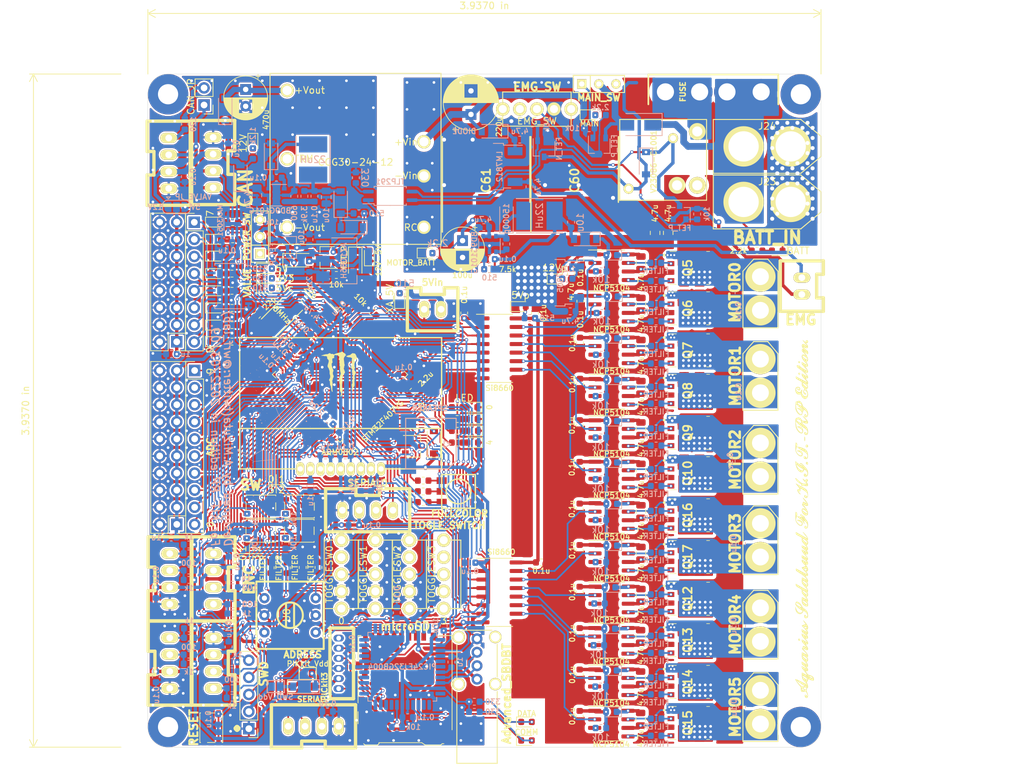
<source format=kicad_pcb>
(kicad_pcb (version 20171130) (host pcbnew "(5.1.6)-1")
  (layers (0 F.Cu signal) (31 B.Cu signal) (34 B.Paste user) (35 F.Paste user) (36 B.SilkS user) (37 F.SilkS user) (38 B.Mask user) (39 F.Mask user) (44 Edge.Cuts user))
  (net 0 "")
  (net 1 /OSC_IN)
  (net 2 GND)
  (net 3 /~RST)
  (net 4 /OSC_OUT)
  (net 5 +3V3)
  (net 6 /FB_Control_OUT)
  (net 7 /FB_Control)
  (net 8 "Net-(C13-Pad2)")
  (net 9 "Net-(C13-Pad1)")
  (net 10 "Net-(C15-Pad1)")
  (net 11 "Net-(C26-Pad1)")
  (net 12 "Net-(C27-Pad2)")
  (net 13 "Net-(C27-Pad1)")
  (net 14 +5V)
  (net 15 "Net-(C31-Pad1)")
  (net 16 "Net-(C32-Pad1)")
  (net 17 "Net-(C35-Pad1)")
  (net 18 GNDPWR)
  (net 19 +5P)
  (net 20 "Net-(C41-Pad1)")
  (net 21 /FB_OUT)
  (net 22 "Net-(C42-Pad1)")
  (net 23 "Net-(C43-Pad2)")
  (net 24 "Net-(C43-Pad1)")
  (net 25 MOTOR_Batt)
  (net 26 Batt)
  (net 27 "Net-(C53-Pad1)")
  (net 28 /Motor0L)
  (net 29 "Net-(C54-Pad1)")
  (net 30 /Motor0R)
  (net 31 "Net-(C55-Pad1)")
  (net 32 /Motor1L)
  (net 33 /Motor1R)
  (net 34 "Net-(C56-Pad1)")
  (net 35 "Net-(C57-Pad1)")
  (net 36 /Motor2L)
  (net 37 /Motor2R)
  (net 38 "Net-(C58-Pad1)")
  (net 39 "Net-(C68-Pad1)")
  (net 40 /Motor3L)
  (net 41 /Motor3R)
  (net 42 "Net-(C69-Pad1)")
  (net 43 /Motor4L)
  (net 44 "Net-(C70-Pad1)")
  (net 45 /Motor4R)
  (net 46 "Net-(C71-Pad1)")
  (net 47 /Motor5L)
  (net 48 "Net-(C72-Pad1)")
  (net 49 "Net-(C73-Pad1)")
  (net 50 /Motor5R)
  (net 51 +12V)
  (net 52 "Net-(D3-Pad2)")
  (net 53 "Net-(D4-Pad2)")
  (net 54 "Net-(D5-Pad2)")
  (net 55 "Net-(D6-Pad2)")
  (net 56 "Net-(D8-Pad2)")
  (net 57 "Net-(D9-Pad2)")
  (net 58 "Net-(D12-Pad2)")
  (net 59 "Net-(D18-Pad1)")
  (net 60 "Net-(D28-Pad2)")
  (net 61 "Net-(D29-Pad2)")
  (net 62 "Net-(D30-Pad2)")
  (net 63 "Net-(D31-Pad2)")
  (net 64 "Net-(D33-Pad1)")
  (net 65 Regulator_5V)
  (net 66 Control_5V)
  (net 67 External_5V)
  (net 68 "Net-(D36-Pad2)")
  (net 69 "Net-(D38-Pad2)")
  (net 70 "Net-(D46-Pad2)")
  (net 71 "Net-(D48-Pad2)")
  (net 72 POWER_Batt)
  (net 73 "Net-(D56-Pad1)")
  (net 74 "Net-(D56-Pad2)")
  (net 75 +BATT)
  (net 76 /MOTOR0L_PWM)
  (net 77 /MOTOR0R_PWM)
  (net 78 /MOTOR1L_PWM)
  (net 79 /MOTOR1R_PWM)
  (net 80 /MOTOR2L_PWM)
  (net 81 /MOTOR2R_PWM)
  (net 82 /motor2_R_signal)
  (net 83 /motor2_L_signal)
  (net 84 /motor1_R_signal)
  (net 85 /motor1_L_signal)
  (net 86 /motor0_R_signal)
  (net 87 /motor0_L_signal)
  (net 88 /motor3_L_signal)
  (net 89 /motor3_R_signal)
  (net 90 /motor4_L_signal)
  (net 91 /motor4_R_signal)
  (net 92 /motor5_L_signal)
  (net 93 /motor5_R_signal)
  (net 94 /MOTOR5R_PWM)
  (net 95 /MOTOR5L_PWM)
  (net 96 /MOTOR4R_PWM)
  (net 97 /MOTOR4L_PWM)
  (net 98 /MOTOR3R_PWM)
  (net 99 /MOTOR3L_PWM)
  (net 100 /PA10_USART1_RX)
  (net 101 /PA9_USART1_TX)
  (net 102 /PC0_ADC12_IN10)
  (net 103 /PC1_ADC12_IN11)
  (net 104 /PC2_ADC12_IN12)
  (net 105 /PC3_ADC12_IN13)
  (net 106 /PC4_ADC12_IN14)
  (net 107 /PC5_ADC12_IN15)
  (net 108 /PB0_ADC12_IN8)
  (net 109 /PB1_ADC12_IN9)
  (net 110 /PA2_ADC12_IN2)
  (net 111 /PA3_ADC12_IN3)
  (net 112 "Net-(J3-Pad2)")
  (net 113 /SWCLK)
  (net 114 /SWDIO)
  (net 115 /CAN_H)
  (net 116 /CAN_L)
  (net 117 /PD8_USART3_TX)
  (net 118 /PD9_USART3_RX)
  (net 119 /PE0_IO)
  (net 120 /PE1_IO)
  (net 121 "Net-(J11-Pad3)")
  (net 122 "Net-(J11-Pad4)")
  (net 123 "Net-(J12-Pad4)")
  (net 124 "Net-(J12-Pad3)")
  (net 125 "Net-(J13-Pad3)")
  (net 126 "Net-(J13-Pad4)")
  (net 127 "Net-(J14-Pad4)")
  (net 128 "Net-(J14-Pad3)")
  (net 129 "Net-(Q1-Pad3)")
  (net 130 "Net-(Q3-Pad1)")
  (net 131 "Net-(Q5-Pad2)")
  (net 132 "Net-(Q5-Pad4)")
  (net 133 "Net-(Q6-Pad4)")
  (net 134 "Net-(Q6-Pad2)")
  (net 135 "Net-(Q7-Pad2)")
  (net 136 "Net-(Q7-Pad4)")
  (net 137 "Net-(Q8-Pad2)")
  (net 138 "Net-(Q8-Pad4)")
  (net 139 "Net-(Q9-Pad4)")
  (net 140 "Net-(Q9-Pad2)")
  (net 141 "Net-(Q10-Pad2)")
  (net 142 "Net-(Q10-Pad4)")
  (net 143 "Net-(Q11-Pad1)")
  (net 144 "Net-(Q12-Pad2)")
  (net 145 "Net-(Q12-Pad4)")
  (net 146 "Net-(Q13-Pad4)")
  (net 147 "Net-(Q13-Pad2)")
  (net 148 "Net-(Q14-Pad4)")
  (net 149 "Net-(Q14-Pad2)")
  (net 150 "Net-(Q15-Pad4)")
  (net 151 "Net-(Q15-Pad2)")
  (net 152 "Net-(Q16-Pad2)")
  (net 153 "Net-(Q16-Pad4)")
  (net 154 "Net-(Q17-Pad4)")
  (net 155 "Net-(Q17-Pad2)")
  (net 156 "Net-(R5-Pad1)")
  (net 157 /PB8_Buzzer_TIM10_CH1)
  (net 158 /PA0_TIM5_CH1)
  (net 159 /PD12_TIM4_CH1)
  (net 160 /PD13_TIM4_CH2)
  (net 161 /PB7_I2C1_SDA)
  (net 162 /PB6_I2C1_SCL)
  (net 163 /PA15_TIM2_CH1)
  (net 164 /PB4_TIM3_CH1)
  (net 165 /PB3_TIM2_CH2)
  (net 166 /PB5_TIM3_CH2)
  (net 167 "Net-(R36-Pad2)")
  (net 168 "Net-(R37-Pad2)")
  (net 169 "Net-(R38-Pad2)")
  (net 170 /PD4_DIPSW_2)
  (net 171 /PD3_DIPSW_1)
  (net 172 /PD2_DIPSW_0)
  (net 173 /PA6_SPI1_MISO)
  (net 174 /PA5_SPI1_SCK)
  (net 175 /PA7_SPI1_MOSI)
  (net 176 "Net-(R59-Pad2)")
  (net 177 "Net-(R60-Pad2)")
  (net 178 "Net-(R61-Pad2)")
  (net 179 "Net-(R62-Pad2)")
  (net 180 "Net-(R63-Pad2)")
  (net 181 "Net-(R64-Pad2)")
  (net 182 "Net-(R69-Pad2)")
  (net 183 "Net-(R70-Pad2)")
  (net 184 "Net-(R71-Pad2)")
  (net 185 "Net-(R72-Pad2)")
  (net 186 "Net-(R73-Pad2)")
  (net 187 "Net-(R74-Pad2)")
  (net 188 "Net-(R75-Pad2)")
  (net 189 "Net-(R76-Pad2)")
  (net 190 "Net-(R77-Pad2)")
  (net 191 "Net-(R78-Pad2)")
  (net 192 "Net-(R79-Pad2)")
  (net 193 "Net-(R80-Pad2)")
  (net 194 "Net-(R88-Pad2)")
  (net 195 "Net-(R89-Pad2)")
  (net 196 "Net-(R90-Pad2)")
  (net 197 "Net-(R91-Pad2)")
  (net 198 "Net-(R92-Pad2)")
  (net 199 "Net-(R93-Pad2)")
  (net 200 "Net-(R94-Pad2)")
  (net 201 "Net-(R95-Pad2)")
  (net 202 "Net-(R96-Pad2)")
  (net 203 "Net-(R97-Pad2)")
  (net 204 "Net-(R98-Pad2)")
  (net 205 "Net-(R99-Pad2)")
  (net 206 "Net-(R100-Pad2)")
  (net 207 "Net-(R101-Pad2)")
  (net 208 "Net-(R102-Pad2)")
  (net 209 "Net-(R103-Pad2)")
  (net 210 "Net-(R104-Pad2)")
  (net 211 "Net-(R105-Pad2)")
  (net 212 "Net-(SW9-Pad3)")
  (net 213 /CAN1_TX)
  (net 214 /CAN1_RX)
  (net 215 /PD5_USART2_TX)
  (net 216 /PD6_USART2_RX)
  (net 217 "Net-(U4-Pad1)")
  (net 218 "Net-(U11-Pad5)")
  (net 219 +12P)
  (net 220 "Net-(D57-Pad2)")
  (net 221 "Net-(JP3-Pad2)")
  (net 222 Valve_Vdd)
  (net 223 "Net-(D1-Pad2)")
  (net 224 "Net-(D2-Pad2)")
  (net 225 "Net-(D7-Pad2)")
  (net 226 "Net-(D10-Pad2)")
  (net 227 "Net-(D11-Pad2)")
  (net 228 "Net-(D13-Pad2)")
  (net 229 "Net-(D21-Pad2)")
  (net 230 "Net-(D22-Pad2)")
  (net 231 "Net-(J8-Pad1)")
  (net 232 "Net-(J8-Pad2)")
  (net 233 "Net-(J8-Pad3)")
  (net 234 "Net-(J8-Pad4)")
  (net 235 "Net-(J8-Pad5)")
  (net 236 "Net-(J8-Pad6)")
  (net 237 "Net-(J8-Pad7)")
  (net 238 "Net-(J8-Pad8)")
  (net 239 "Net-(SW2-Pad1)")
  (net 240 "Net-(SW10-Pad1)")
  (net 241 "Net-(SW11-Pad1)")
  (net 242 "Net-(SW12-Pad1)")
  (net 243 "Net-(D26-Pad2)")
  (net 244 "Net-(C78-Pad1)")
  (net 245 "Net-(D58-Pad1)")
  (net 246 "Net-(D58-Pad2)")
  (net 247 "Net-(J27-Pad5)")
  (net 248 /MCLR)
  (net 249 /PGED1)
  (net 250 /PGEC1)
  (net 251 "Net-(J28-Pad6)")
  (net 252 "Net-(D37-Pad2)")
  (net 253 "Net-(D49-Pad2)")
  (net 254 /PA4_SPI1_NSS)
  (net 255 "Net-(U9-Pad1)")
  (net 256 "Net-(U9-Pad4)")
  (net 257 "Net-(U9-Pad5)")
  (net 258 "Net-(U9-Pad11)")
  (net 259 "Net-(U9-Pad12)")
  (net 260 "Net-(U9-Pad13)")
  (net 261 "Net-(D37-Pad1)")
  (net 262 "Net-(D49-Pad1)")
  (net 263 "Net-(U9-Pad19)")
  (net 264 "Net-(U9-Pad20)")
  (net 265 "Net-(U9-Pad23)")
  (net 266 "Net-(U9-Pad24)")
  (net 267 "Net-(U9-Pad25)")
  (net 268 "Net-(U9-Pad26)")
  (net 269 "Net-(U9-Pad27)")
  (net 270 "Net-(U9-Pad30)")
  (net 271 "Net-(U9-Pad31)")
  (net 272 "Net-(U9-Pad32)")
  (net 273 "Net-(U9-Pad33)")
  (net 274 "Net-(U9-Pad34)")
  (net 275 "Net-(U9-Pad35)")
  (net 276 "Net-(U9-Pad36)")
  (net 277 "Net-(U9-Pad37)")
  (net 278 "Net-(U9-Pad38)")
  (net 279 "Net-(U9-Pad41)")
  (net 280 "Net-(U9-Pad43)")
  (net 281 "Net-(U9-Pad44)")
  (net 282 /USB_A_D-)
  (net 283 /USB_A_D+)
  (net 284 "Net-(J1-Pad8)")
  (net 285 "Net-(J1-Pad1)")
  (net 286 "Net-(J1-Pad2)")
  (net 287 "Net-(J1-Pad3)")
  (net 288 "Net-(J1-Pad5)")
  (net 289 "Net-(J1-Pad7)")
  (net 290 "Net-(J1-Pad11)")
  (net 291 /PE2_IO)
  (net 292 /PE3_IO)
  (net 293 /PE4_IO)
  (net 294 /PC13_IO)
  (net 295 /PC14_IO)
  (net 296 /PC15_IO)
  (net 297 /PB2_SW0)
  (net 298 /PE7_SW3)
  (net 299 /PE8_ADRESS0)
  (net 300 /PE10_ADRESS1)
  (net 301 /PE15_SW1)
  (net 302 /PE12_SW2)
  (net 303 /PB11_GREEN)
  (net 304 /PB10_RED)
  (net 305 /PB12_ADRESS2)
  (net 306 /PB13_ADRESS3)
  (net 307 /PD7_DIPSW_3)
  (net 308 /PD10_TOGGLESW_0)
  (net 309 /PD11_TOGGLESW_1)
  (net 310 /PD14_TOGGLESW_2)
  (net 311 /PD15_TOGGLESW_3)
  (net 312 /PA11_LED4)
  (net 313 /PA12_LED3)
  (net 314 /PC10_LED2)
  (net 315 /PC11_LED1)
  (net 316 /PB9_SD_Connection)
  (net 317 "Net-(Q2-Pad1)")
  (net 318 "Net-(D14-Pad2)")
  (net 319 /PA8_BLUE)
  (net 320 /PA1_TIM5_CH2)
  (net 321 "Net-(U18-Pad3)")
  (net 322 "Net-(C86-Pad1)")
  (net 323 +12VA)
  (net 324 "Net-(SW5-Pad1)")
  (net 325 "Net-(J16-Pad2)")
  (net 326 "Net-(Q18-Pad1)")
  (net 327 "Net-(R52-Pad2)")
  (net 328 "Net-(SW8-Pad1)")
  (net 329 /EMERGENCY_IO)
  (module Mizz_lib:2MS1-T1-B4-VS2-Q-E (layer F.Cu) (at 93.8 43.2)
    (fp_text reference SW8 hide)
    (fp_text value EMG_SW (at 0 1.78) (layer F.SilkS))
    (pad "" thru_hole circle (at 5.08 0) (size 2 2) (drill 1.2) (layers *.Cu *.Mask F.SilkS))
    (pad "" thru_hole circle (at -5.08 0) (size 2 2) (drill 1.2) (layers *.Cu *.Mask F.SilkS))
    (pad 3 thru_hole circle (at 2.53 0) (size 2 2) (drill 1.2) (layers *.Cu *.Mask F.SilkS) (net 18 GNDPWR))
    (pad 1 thru_hole circle (at -2.54 0) (size 2 2) (drill 1.2) (layers *.Cu *.Mask F.SilkS) (net 328 "Net-(SW8-Pad1)"))
    (pad 2 thru_hole circle (at 0 0) (size 2 2) (drill 1.2) (layers *.Cu *.Mask F.SilkS) (net 326 "Net-(Q18-Pad1)"))
  )
  (module Mizz_lib:CCG30-24-xxS (layer F.Cu) (at 66.85 50.6 180)
    (fp_text reference U11 hide)
    (fp_text value CCG30-24-12 (at 0 -0.5) (layer F.SilkS))
    (fp_text user -Vout (at 6.8 -10.2) (layer F.SilkS))
    (fp_text user TRM (at 7.7 0) (layer F.SilkS))
    (fp_text user +Vout (at 6.8 10.2) (layer F.SilkS))
    (fp_text user +Vin (at -7.5 2.5) (layer F.SilkS))
    (fp_text user -Vin (at -7.5 -2.5) (layer F.SilkS))
    (fp_text user RC (at -8.2 -10.2) (layer F.SilkS))
    (pad 1 thru_hole circle (at -10.16 -10.16 180) (size 2 2) (drill 1.4) (layers *.Cu *.Mask F.SilkS) (net 18 GNDPWR))
    (pad 2 thru_hole circle (at -10.16 -2.54 180) (size 2 2) (drill 1.4) (layers *.Cu *.Mask F.SilkS) (net 18 GNDPWR))
    (pad 3 thru_hole circle (at -10.16 2.54 180) (size 2 2) (drill 1.4) (layers *.Cu *.Mask F.SilkS) (net 26 Batt))
    (pad 4 thru_hole circle (at 10.16 -10.16 180) (size 2 2) (drill 1.4) (layers *.Cu *.Mask F.SilkS) (net 2 GND))
    (pad 5 thru_hole circle (at 10.16 0 180) (size 2 2) (drill 1.4) (layers *.Cu *.Mask F.SilkS) (net 218 "Net-(U11-Pad5)"))
    (pad 6 thru_hole circle (at 10.16 10.16 180) (size 2 2) (drill 1.4) (layers *.Cu *.Mask F.SilkS) (net 22 "Net-(C42-Pad1)"))
  )
  (module Mizz_lib:XA_4P (layer F.Cu) (at 56.85 134.9)
    (fp_text reference J9 hide)
    (fp_text value SERIAL2 (at 3.725 -4.025) (layer F.SilkS) (effects (font (size 0.8 0.8) (thickness 0.2))))
    (pad 4 thru_hole oval (at 0 0) (size 1.5 2.5) (drill 1) (layers *.Cu *.Mask F.SilkS) (net 216 /PD6_USART2_RX))
    (pad 3 thru_hole oval (at 2.5 0) (size 1.5 2.5) (drill 1) (layers *.Cu *.Mask F.SilkS) (net 215 /PD5_USART2_TX))
    (pad 2 thru_hole oval (at 5 0) (size 1.5 2.5) (drill 1) (layers *.Cu *.Mask F.SilkS) (net 14 +5V))
    (pad 1 thru_hole oval (at 7.5 0) (size 1.5 2.5) (drill 1) (layers *.Cu *.Mask F.SilkS) (net 2 GND))
  )
  (module Mizz_lib:2MS1-T1-B4-VS2-Q-E (layer F.Cu) (at 79.95 112.325 270)
    (fp_text reference SW12 hide)
    (fp_text value TOGGLESW3 (at 0 1.78 90) (layer F.SilkS))
    (pad "" thru_hole circle (at 5.08 0 270) (size 2 2) (drill 1.2) (layers *.Cu *.Mask F.SilkS))
    (pad "" thru_hole circle (at -5.08 0 270) (size 2 2) (drill 1.2) (layers *.Cu *.Mask F.SilkS))
    (pad 3 thru_hole circle (at 2.53 0 270) (size 2 2) (drill 1.2) (layers *.Cu *.Mask F.SilkS) (net 2 GND))
    (pad 1 thru_hole circle (at -2.54 0 270) (size 2 2) (drill 1.2) (layers *.Cu *.Mask F.SilkS) (net 242 "Net-(SW12-Pad1)"))
    (pad 2 thru_hole circle (at 0 0 270) (size 2 2) (drill 1.2) (layers *.Cu *.Mask F.SilkS) (net 311 /PD15_TOGGLESW_3))
  )
  (module Mizz_lib:2MS1-T1-B4-VS2-Q-E (layer F.Cu) (at 74.85 112.325 270)
    (fp_text reference SW11 hide)
    (fp_text value TOGGLESW2 (at 0 1.78 90) (layer F.SilkS))
    (pad 2 thru_hole circle (at 0 0 270) (size 2 2) (drill 1.2) (layers *.Cu *.Mask F.SilkS) (net 310 /PD14_TOGGLESW_2))
    (pad 1 thru_hole circle (at -2.54 0 270) (size 2 2) (drill 1.2) (layers *.Cu *.Mask F.SilkS) (net 241 "Net-(SW11-Pad1)"))
    (pad 3 thru_hole circle (at 2.53 0 270) (size 2 2) (drill 1.2) (layers *.Cu *.Mask F.SilkS) (net 2 GND))
    (pad "" thru_hole circle (at -5.08 0 270) (size 2 2) (drill 1.2) (layers *.Cu *.Mask F.SilkS))
    (pad "" thru_hole circle (at 5.08 0 270) (size 2 2) (drill 1.2) (layers *.Cu *.Mask F.SilkS))
  )
  (module Mizz_lib:2MS1-T1-B4-VS2-Q-E (layer F.Cu) (at 69.8 112.325 270)
    (fp_text reference SW10 hide)
    (fp_text value TOGGLESW1 (at 0 1.78 90) (layer F.SilkS))
    (pad "" thru_hole circle (at 5.08 0 270) (size 2 2) (drill 1.2) (layers *.Cu *.Mask F.SilkS))
    (pad "" thru_hole circle (at -5.08 0 270) (size 2 2) (drill 1.2) (layers *.Cu *.Mask F.SilkS))
    (pad 3 thru_hole circle (at 2.53 0 270) (size 2 2) (drill 1.2) (layers *.Cu *.Mask F.SilkS) (net 2 GND))
    (pad 1 thru_hole circle (at -2.54 0 270) (size 2 2) (drill 1.2) (layers *.Cu *.Mask F.SilkS) (net 240 "Net-(SW10-Pad1)"))
    (pad 2 thru_hole circle (at 0 0 270) (size 2 2) (drill 1.2) (layers *.Cu *.Mask F.SilkS) (net 309 /PD11_TOGGLESW_1))
  )
  (module Mizz_lib:2MS1-T1-B4-VS2-Q-E (layer F.Cu) (at 64.75 112.325 270)
    (fp_text reference SW2 hide)
    (fp_text value TOGGLESW0 (at 0 1.78 270) (layer F.SilkS))
    (pad "" thru_hole circle (at 5.08 0 270) (size 2 2) (drill 1.2) (layers *.Cu *.Mask F.SilkS))
    (pad "" thru_hole circle (at -5.08 0 270) (size 2 2) (drill 1.2) (layers *.Cu *.Mask F.SilkS))
    (pad 3 thru_hole circle (at 2.53 0 270) (size 2 2) (drill 1.2) (layers *.Cu *.Mask F.SilkS) (net 2 GND))
    (pad 1 thru_hole circle (at -2.54 0 270) (size 2 2) (drill 1.2) (layers *.Cu *.Mask F.SilkS) (net 239 "Net-(SW2-Pad1)"))
    (pad 2 thru_hole circle (at 0 0 270) (size 2 2) (drill 1.2) (layers *.Cu *.Mask F.SilkS) (net 308 /PD10_TOGGLESW_0))
  )
  (module Mizz_lib:SW_Micro_SPST (layer F.Cu) (at 52.65 62.15 90)
    (fp_text reference SW5 hide)
    (fp_text value Control-Power_SW)
    (pad 3 thru_hole circle (at 2.54 0 90) (size 1.397 1.397) (drill 0.8128) (layers *.Cu *.Mask F.SilkS) (net 2 GND))
    (pad 2 thru_hole circle (at 0 0 90) (size 1.397 1.397) (drill 0.8128) (layers *.Cu *.Mask F.SilkS) (net 130 "Net-(Q3-Pad1)"))
    (pad 1 thru_hole rect (at -2.54 0 90) (size 1.397 1.397) (drill 0.8128) (layers *.Cu *.Mask F.SilkS) (net 324 "Net-(SW5-Pad1)"))
  )
  (module Mizz_lib:SW_Micro_SPST (layer F.Cu) (at 103 39.475)
    (fp_text reference SW9 hide)
    (fp_text value MAIN_SW (at 0 2.025) (layer F.SilkS) (effects (font (thickness 0.25))))
    (pad 1 thru_hole rect (at -2.54 0) (size 1.397 1.397) (drill 0.8128) (layers *.Cu *.Mask F.SilkS) (net 317 "Net-(Q2-Pad1)"))
    (pad 2 thru_hole circle (at 0 0) (size 1.397 1.397) (drill 0.8128) (layers *.Cu *.Mask F.SilkS) (net 243 "Net-(D26-Pad2)"))
    (pad 3 thru_hole circle (at 2.54 0) (size 1.397 1.397) (drill 0.8128) (layers *.Cu *.Mask F.SilkS) (net 212 "Net-(SW9-Pad3)"))
  )
  (module Button_Switch_SMD:SW_SPST_PTS810 (layer F.Cu) (at 58.5 105.85)
    (fp_text reference SW6 hide)
    (fp_text value SW2)
    (pad 1 smd rect (at -2.075 -1.075) (size 1.05 0.65) (layers F.Cu F.Paste F.Mask) (net 2 GND))
    (pad 1 smd rect (at 2.075 -1.075) (size 1.05 0.65) (layers F.Cu F.Paste F.Mask) (net 2 GND))
    (pad 2 smd rect (at -2.075 1.075) (size 1.05 0.65) (layers F.Cu F.Paste F.Mask) (net 302 /PE12_SW2))
    (pad 2 smd rect (at 2.075 1.075) (size 1.05 0.65) (layers F.Cu F.Paste F.Mask) (net 302 /PE12_SW2))
  )
  (module Button_Switch_SMD:SW_SPST_PTS810 (layer F.Cu) (at 52.775 105.85)
    (fp_text reference SW7 hide)
    (fp_text value SW3)
    (pad 2 smd rect (at 2.075 1.075) (size 1.05 0.65) (layers F.Cu F.Paste F.Mask) (net 298 /PE7_SW3))
    (pad 2 smd rect (at -2.075 1.075) (size 1.05 0.65) (layers F.Cu F.Paste F.Mask) (net 298 /PE7_SW3))
    (pad 1 smd rect (at 2.075 -1.075) (size 1.05 0.65) (layers F.Cu F.Paste F.Mask) (net 2 GND))
    (pad 1 smd rect (at -2.075 -1.075) (size 1.05 0.65) (layers F.Cu F.Paste F.Mask) (net 2 GND))
  )
  (module Button_Switch_SMD:SW_SPST_PTS810 (layer F.Cu) (at 58.525 102.25)
    (fp_text reference SW4 hide)
    (fp_text value SW1)
    (pad 2 smd rect (at 2.075 1.075) (size 1.05 0.65) (layers F.Cu F.Paste F.Mask) (net 301 /PE15_SW1))
    (pad 2 smd rect (at -2.075 1.075) (size 1.05 0.65) (layers F.Cu F.Paste F.Mask) (net 301 /PE15_SW1))
    (pad 1 smd rect (at 2.075 -1.075) (size 1.05 0.65) (layers F.Cu F.Paste F.Mask) (net 2 GND))
    (pad 1 smd rect (at -2.075 -1.075) (size 1.05 0.65) (layers F.Cu F.Paste F.Mask) (net 2 GND))
  )
  (module Button_Switch_SMD:SW_SPST_PTS810 (layer F.Cu) (at 52.8 102.25)
    (fp_text reference SW3 hide)
    (fp_text value SW0)
    (pad 1 smd rect (at -2.075 -1.075) (size 1.05 0.65) (layers F.Cu F.Paste F.Mask) (net 2 GND))
    (pad 1 smd rect (at 2.075 -1.075) (size 1.05 0.65) (layers F.Cu F.Paste F.Mask) (net 2 GND))
    (pad 2 smd rect (at -2.075 1.075) (size 1.05 0.65) (layers F.Cu F.Paste F.Mask) (net 297 /PB2_SW0))
    (pad 2 smd rect (at 2.075 1.075) (size 1.05 0.65) (layers F.Cu F.Paste F.Mask) (net 297 /PB2_SW0))
  )
  (module Button_Switch_SMD:SW_SPST_PTS810 (layer F.Cu) (at 45.42 135.11 270)
    (fp_text reference SW1 hide)
    (fp_text value RESET (at 0 2.6 90) (layer F.SilkS) (effects (font (size 1.2 1.2) (thickness 0.3))))
    (pad 1 smd rect (at -2.075 -1.075 270) (size 1.05 0.65) (layers F.Cu F.Paste F.Mask) (net 3 /~RST))
    (pad 1 smd rect (at 2.075 -1.075 270) (size 1.05 0.65) (layers F.Cu F.Paste F.Mask) (net 3 /~RST))
    (pad 2 smd rect (at -2.075 1.075 270) (size 1.05 0.65) (layers F.Cu F.Paste F.Mask) (net 2 GND))
    (pad 2 smd rect (at 2.075 1.075 270) (size 1.05 0.65) (layers F.Cu F.Paste F.Mask) (net 2 GND))
  )
  (module Mizz_lib:ZH_6P (layer F.Cu) (at 64.35 129.3 90)
    (fp_text reference J28 hide)
    (fp_text value PICkit3 (at 0.3 -2.1 270) (layer F.SilkS) (effects (font (size 0.8 0.8) (thickness 0.2))))
    (pad 1 thru_hole oval (at 0 0 90) (size 1 1.524) (drill 0.7) (layers *.Cu *.Mask) (net 248 /MCLR))
    (pad 2 thru_hole oval (at 1.5 0 90) (size 1 1.524) (drill 0.7) (layers *.Cu *.Mask) (net 246 "Net-(D58-Pad2)"))
    (pad 3 thru_hole oval (at 3 0 90) (size 1 1.524) (drill 0.7) (layers *.Cu *.Mask) (net 2 GND))
    (pad 4 thru_hole oval (at 4.5 0 90) (size 1 1.524) (drill 0.7) (layers *.Cu *.Mask) (net 249 /PGED1))
    (pad 5 thru_hole oval (at 6 0 90) (size 1 1.524) (drill 0.7) (layers *.Cu *.Mask) (net 250 /PGEC1))
    (pad 6 thru_hole oval (at 7.5 0 90) (size 1 1.524) (drill 0.7) (layers *.Cu *.Mask) (net 251 "Net-(J28-Pad6)"))
  )
  (module Mizz_lib:XA_4P (layer F.Cu) (at 39.1 47.5 270)
    (fp_text reference J4 hide)
    (fp_text value CAN)
    (pad 4 thru_hole oval (at 0 0 270) (size 1.5 2.5) (drill 1) (layers *.Cu *.Mask F.SilkS) (net 116 /CAN_L))
    (pad 3 thru_hole oval (at 2.5 0 270) (size 1.5 2.5) (drill 1) (layers *.Cu *.Mask F.SilkS) (net 115 /CAN_H))
    (pad 2 thru_hole oval (at 5 0 270) (size 1.5 2.5) (drill 1) (layers *.Cu *.Mask F.SilkS) (net 51 +12V))
    (pad 1 thru_hole oval (at 7.5 0 270) (size 1.5 2.5) (drill 1) (layers *.Cu *.Mask F.SilkS) (net 2 GND))
  )
  (module Mizz_lib:XA_4P (layer F.Cu) (at 45.7 54.9 90)
    (fp_text reference J7 hide)
    (fp_text value CAN (at -0.05 4.8 90) (layer F.SilkS) (effects (font (size 2 2) (thickness 0.4))))
    (pad 4 thru_hole oval (at 0 0 90) (size 1.5 2.5) (drill 1) (layers *.Cu *.Mask F.SilkS) (net 116 /CAN_L))
    (pad 3 thru_hole oval (at 2.5 0 90) (size 1.5 2.5) (drill 1) (layers *.Cu *.Mask F.SilkS) (net 115 /CAN_H))
    (pad 2 thru_hole oval (at 5 0 90) (size 1.5 2.5) (drill 1) (layers *.Cu *.Mask F.SilkS) (net 51 +12V))
    (pad 1 thru_hole oval (at 7.5 0 90) (size 1.5 2.5) (drill 1) (layers *.Cu *.Mask F.SilkS) (net 2 GND))
  )
  (module Mizz_lib:XA_4P (layer F.Cu) (at 72.4 102.8 180)
    (fp_text reference J6 hide)
    (fp_text value SERIAL0 (at 3.75 4.05) (layer F.SilkS) (effects (font (thickness 0.2))))
    (pad 1 thru_hole oval (at 7.5 0 180) (size 1.5 2.5) (drill 1) (layers *.Cu *.Mask F.SilkS) (net 2 GND))
    (pad 2 thru_hole oval (at 5 0 180) (size 1.5 2.5) (drill 1) (layers *.Cu *.Mask F.SilkS) (net 14 +5V))
    (pad 3 thru_hole oval (at 2.5 0 180) (size 1.5 2.5) (drill 1) (layers *.Cu *.Mask F.SilkS) (net 117 /PD8_USART3_TX))
    (pad 4 thru_hole oval (at 0 0 180) (size 1.5 2.5) (drill 1) (layers *.Cu *.Mask F.SilkS) (net 118 /PD9_USART3_RX))
  )
  (module Mizz_lib:XA_4P (layer F.Cu) (at 45.75 116.75 90)
    (fp_text reference J14 hide)
    (fp_text value ENC2)
    (pad 4 thru_hole oval (at 0 0 90) (size 1.5 2.5) (drill 1) (layers *.Cu *.Mask F.SilkS) (net 127 "Net-(J14-Pad4)"))
    (pad 3 thru_hole oval (at 2.5 0 90) (size 1.5 2.5) (drill 1) (layers *.Cu *.Mask F.SilkS) (net 128 "Net-(J14-Pad3)"))
    (pad 2 thru_hole oval (at 5 0 90) (size 1.5 2.5) (drill 1) (layers *.Cu *.Mask F.SilkS) (net 14 +5V))
    (pad 1 thru_hole oval (at 7.5 0 90) (size 1.5 2.5) (drill 1) (layers *.Cu *.Mask F.SilkS) (net 2 GND))
  )
  (module Mizz_lib:XA_4P (layer F.Cu) (at 39.25 109.25 270)
    (fp_text reference J11 hide)
    (fp_text value ENC1)
    (pad 1 thru_hole oval (at 7.5 0 270) (size 1.5 2.5) (drill 1) (layers *.Cu *.Mask F.SilkS) (net 2 GND))
    (pad 2 thru_hole oval (at 5 0 270) (size 1.5 2.5) (drill 1) (layers *.Cu *.Mask F.SilkS) (net 14 +5V))
    (pad 3 thru_hole oval (at 2.5 0 270) (size 1.5 2.5) (drill 1) (layers *.Cu *.Mask F.SilkS) (net 121 "Net-(J11-Pad3)"))
    (pad 4 thru_hole oval (at 0 0 270) (size 1.5 2.5) (drill 1) (layers *.Cu *.Mask F.SilkS) (net 122 "Net-(J11-Pad4)"))
  )
  (module Mizz_lib:XA_4P (layer F.Cu) (at 39.25 121.75 270)
    (fp_text reference J12 hide)
    (fp_text value ENC0)
    (pad 4 thru_hole oval (at 0 0 270) (size 1.5 2.5) (drill 1) (layers *.Cu *.Mask F.SilkS) (net 123 "Net-(J12-Pad4)"))
    (pad 3 thru_hole oval (at 2.5 0 270) (size 1.5 2.5) (drill 1) (layers *.Cu *.Mask F.SilkS) (net 124 "Net-(J12-Pad3)"))
    (pad 2 thru_hole oval (at 5 0 270) (size 1.5 2.5) (drill 1) (layers *.Cu *.Mask F.SilkS) (net 14 +5V))
    (pad 1 thru_hole oval (at 7.5 0 270) (size 1.5 2.5) (drill 1) (layers *.Cu *.Mask F.SilkS) (net 2 GND))
  )
  (module Mizz_lib:XA_4P (layer F.Cu) (at 45.75 129.25 90)
    (fp_text reference J13 hide)
    (fp_text value ENC3)
    (pad 1 thru_hole oval (at 7.5 0 90) (size 1.5 2.5) (drill 1) (layers *.Cu *.Mask F.SilkS) (net 2 GND))
    (pad 2 thru_hole oval (at 5 0 90) (size 1.5 2.5) (drill 1) (layers *.Cu *.Mask F.SilkS) (net 14 +5V))
    (pad 3 thru_hole oval (at 2.5 0 90) (size 1.5 2.5) (drill 1) (layers *.Cu *.Mask F.SilkS) (net 125 "Net-(J13-Pad3)"))
    (pad 4 thru_hole oval (at 0 0 90) (size 1.5 2.5) (drill 1) (layers *.Cu *.Mask F.SilkS) (net 126 "Net-(J13-Pad4)"))
  )
  (module Mizz_lib:rotary_0F (layer F.Cu) (at 57.125 118.4 270)
    (fp_text reference U8 (at 0 0.5 270) (layer F.SilkS))
    (fp_text value ADRESS (at 5.85 -1.875 180) (layer F.SilkS) (effects (font (thickness 0.25))))
    (pad 1 thru_hole circle (at -2.54 3.81 270) (size 1.524 1.524) (drill 0.762) (layers *.Cu *.Mask) (net 300 /PE10_ADRESS1))
    (pad 2 thru_hole circle (at 0 3.81 270) (size 1.524 1.524) (drill 0.762) (layers *.Cu *.Mask) (net 2 GND))
    (pad 3 thru_hole circle (at 2.54 3.81 270) (size 1.524 1.524) (drill 0.762) (layers *.Cu *.Mask) (net 299 /PE8_ADRESS0))
    (pad 4 thru_hole circle (at 2.54 -3.81 270) (size 1.524 1.524) (drill 0.762) (layers *.Cu *.Mask) (net 305 /PB12_ADRESS2))
    (pad 5 thru_hole circle (at 0 -3.81 270) (size 1.524 1.524) (drill 0.762) (layers *.Cu *.Mask) (net 2 GND))
    (pad 6 thru_hole circle (at -2.54 -3.81 270) (size 1.524 1.524) (drill 0.762) (layers *.Cu *.Mask) (net 306 /PB13_ADRESS3))
  )
  (module Mizz_lib:XA_2P (layer F.Cu) (at 79.55 72.95 180)
    (fp_text reference J15 hide)
    (fp_text value 5Vin (at 1.25 4) (layer F.SilkS) (effects (font (thickness 0.2))))
    (pad 2 thru_hole oval (at 0 0 180) (size 1.5 2.5) (drill 1) (layers *.Cu *.Mask F.SilkS) (net 67 External_5V))
    (pad 1 thru_hole oval (at 2.5 0 180) (size 1.5 2.5) (drill 1) (layers *.Cu *.Mask F.SilkS) (net 2 GND))
  )
  (module Mizz_lib:XA_2P (layer F.Cu) (at 133.15 70.75 90)
    (fp_text reference J16 hide)
    (fp_text value EMG)
    (pad 1 thru_hole oval (at 2.5 0 90) (size 1.5 2.5) (drill 1) (layers *.Cu *.Mask F.SilkS) (net 323 +12VA))
    (pad 2 thru_hole oval (at 0 0 90) (size 1.5 2.5) (drill 1) (layers *.Cu *.Mask F.SilkS) (net 325 "Net-(J16-Pad2)"))
  )
  (module Mizz_lib:CAPAE1300X1400N (layer F.Cu) (at 86.25 53.8 90)
    (fp_text reference C61 (at 0 0 90) (layer F.SilkS) (effects (font (size 1.27 1.27) (thickness 0.254))))
    (fp_text value 470u hide)
    (pad 1 smd rect (at -4.85 0 180) (size 2.35 5.65) (layers F.Cu F.Paste F.Mask) (net 25 MOTOR_Batt))
    (pad 2 smd rect (at 4.85 0 180) (size 2.35 5.65) (layers F.Cu F.Paste F.Mask) (net 18 GNDPWR))
  )
  (module Mizz_lib:CAPAE1300X1400N (layer F.Cu) (at 99.4 53.8 90)
    (fp_text reference C60 (at 0 0 90) (layer F.SilkS) (effects (font (size 1.27 1.27) (thickness 0.254))))
    (fp_text value 470u hide)
    (pad 2 smd rect (at 4.85 0 180) (size 2.35 5.65) (layers F.Cu F.Paste F.Mask) (net 18 GNDPWR))
    (pad 1 smd rect (at -4.85 0 180) (size 2.35 5.65) (layers F.Cu F.Paste F.Mask) (net 25 MOTOR_Batt))
  )
  (module Mizz_lib:XT30_F (layer F.Cu) (at 124.4 137.15 90)
    (fp_text reference J22 hide)
    (fp_text value MOTOR5 (at 5.1 -1.15 90) (layer F.SilkS) (effects (font (size 1.5 1.5) (thickness 0.375))))
    (pad 1 thru_hole circle (at 7.6 2.6 90) (size 4.5 4.5) (drill 2.5) (layers *.Cu *.Mask F.SilkS) (net 47 /Motor5L))
    (pad 2 thru_hole circle (at 2.6 2.6 90) (size 4.5 4.5) (drill 2.5) (layers *.Cu *.Mask F.SilkS) (net 50 /Motor5R))
  )
  (module Mizz_lib:XT30_F (layer F.Cu) (at 124.4 124.9 90)
    (fp_text reference J21 hide)
    (fp_text value MOTOR4 (at 5.1 -1.15 90) (layer F.SilkS) (effects (font (size 1.5 1.5) (thickness 0.375))))
    (pad 2 thru_hole circle (at 2.6 2.6 90) (size 4.5 4.5) (drill 2.5) (layers *.Cu *.Mask F.SilkS) (net 45 /Motor4R))
    (pad 1 thru_hole circle (at 7.6 2.6 90) (size 4.5 4.5) (drill 2.5) (layers *.Cu *.Mask F.SilkS) (net 43 /Motor4L))
  )
  (module Mizz_lib:XT30_F (layer F.Cu) (at 124.4 112.35 90)
    (fp_text reference J20 hide)
    (fp_text value MOTOR3 (at 4.6 -1.15 90) (layer F.SilkS) (effects (font (size 1.5 1.5) (thickness 0.375))))
    (pad 1 thru_hole circle (at 7.6 2.6 90) (size 4.5 4.5) (drill 2.5) (layers *.Cu *.Mask F.SilkS) (net 40 /Motor3L))
    (pad 2 thru_hole circle (at 2.6 2.6 90) (size 4.5 4.5) (drill 2.5) (layers *.Cu *.Mask F.SilkS) (net 41 /Motor3R))
  )
  (module Mizz_lib:XT30_F (layer F.Cu) (at 124.4 100.4 90)
    (fp_text reference J19 hide)
    (fp_text value MOTOR2 (at 5.1 -1.15 90) (layer F.SilkS) (effects (font (size 1.5 1.5) (thickness 0.375))))
    (pad 2 thru_hole circle (at 2.6 2.6 90) (size 4.5 4.5) (drill 2.5) (layers *.Cu *.Mask F.SilkS) (net 37 /Motor2R))
    (pad 1 thru_hole circle (at 7.6 2.6 90) (size 4.5 4.5) (drill 2.5) (layers *.Cu *.Mask F.SilkS) (net 36 /Motor2L))
  )
  (module Mizz_lib:XT30_F (layer F.Cu) (at 124.4 87.95 90)
    (fp_text reference J18 hide)
    (fp_text value MOTOR1 (at 5.1 -1.15 90) (layer F.SilkS) (effects (font (size 1.5 1.5) (thickness 0.375))))
    (pad 1 thru_hole circle (at 7.6 2.6 90) (size 4.5 4.5) (drill 2.5) (layers *.Cu *.Mask F.SilkS) (net 32 /Motor1L))
    (pad 2 thru_hole circle (at 2.6 2.6 90) (size 4.5 4.5) (drill 2.5) (layers *.Cu *.Mask F.SilkS) (net 33 /Motor1R))
  )
  (module SamacSys_Parts:3522-2 (layer F.Cu) (at 120 42.5 180)
    (fp_text reference J25 hide)
    (fp_text value FUSE (at 4.525 1.875 270) (layer F.SilkS) (effects (font (size 0.8 0.8) (thickness 0.2))))
    (pad 1 thru_hole circle (at -7.11 1.85 180) (size 3.84 3.84) (drill 2.54) (layers *.Cu *.Mask) (net 75 +BATT))
    (pad 2 thru_hole circle (at -2.03 1.85 180) (size 3.84 3.84) (drill 2.54) (layers *.Cu *.Mask) (net 75 +BATT))
    (pad 3 thru_hole circle (at 2.03 1.85 180) (size 3.84 3.84) (drill 2.54) (layers *.Cu *.Mask) (net 72 POWER_Batt))
    (pad 4 thru_hole circle (at 7.11 1.85 180) (size 3.84 3.84) (drill 2.54) (layers *.Cu *.Mask) (net 72 POWER_Batt))
  )
  (module Mizz_lib:AQM0802 (layer F.Cu) (at 49.64 77.16)
    (fp_text reference U4 hide)
    (fp_text value AQM0802 (at 14.9 17) (layer F.SilkS) (effects (font (size 0.8 0.8))))
    (pad 9 thru_hole oval (at 21 19.5) (size 1.2 2) (drill 0.8) (layers *.Cu *.Mask F.SilkS) (net 5 +3V3))
    (pad 8 thru_hole oval (at 19.5 19.5) (size 1.2 2) (drill 0.8) (layers *.Cu *.Mask F.SilkS) (net 162 /PB6_I2C1_SCL))
    (pad 7 thru_hole oval (at 18 19.5) (size 1.2 2) (drill 0.8) (layers *.Cu *.Mask F.SilkS) (net 161 /PB7_I2C1_SDA))
    (pad 6 thru_hole oval (at 16.5 19.5) (size 1.2 2) (drill 0.8) (layers *.Cu *.Mask F.SilkS) (net 2 GND))
    (pad 5 thru_hole oval (at 15 19.5) (size 1.2 2) (drill 0.8) (layers *.Cu *.Mask F.SilkS) (net 5 +3V3))
    (pad 4 thru_hole oval (at 13.5 19.5) (size 1.2 2) (drill 0.8) (layers *.Cu *.Mask F.SilkS) (net 12 "Net-(C27-Pad2)"))
    (pad 3 thru_hole oval (at 12 19.5) (size 1.2 2) (drill 0.8) (layers *.Cu *.Mask F.SilkS) (net 13 "Net-(C27-Pad1)"))
    (pad 2 thru_hole oval (at 10.5 19.5) (size 1.2 2) (drill 0.8) (layers *.Cu *.Mask F.SilkS) (net 11 "Net-(C26-Pad1)"))
    (pad 1 thru_hole oval (at 9 19.5) (size 1.2 2) (drill 0.8) (layers *.Cu *.Mask F.SilkS) (net 217 "Net-(U4-Pad1)"))
  )
  (module Mizz_lib:XT30_F (layer F.Cu) (at 124.4 75.7 90)
    (fp_text reference J17 hide)
    (fp_text value MOTOR0 (at 5.25 -1.2 90) (layer F.SilkS) (effects (font (size 1.5 1.5) (thickness 0.375))))
    (pad 2 thru_hole circle (at 2.6 2.6 90) (size 4.5 4.5) (drill 2.5) (layers *.Cu *.Mask F.SilkS) (net 30 /Motor0R))
    (pad 1 thru_hole circle (at 7.6 2.6 90) (size 4.5 4.5) (drill 2.5) (layers *.Cu *.Mask F.SilkS) (net 28 /Motor0L))
  )
  (module Mizz_lib:V23086-C1001-A403 (layer F.Cu) (at 119 44.75 270)
    (fp_text reference U18 hide)
    (fp_text value V23086-C1001 (at 6.27 7.85 90) (layer F.SilkS) (effects (font (size 0.8 0.8))))
    (pad 3 thru_hole circle (at 9.78 1.38 270) (size 2.5 2.5) (drill 1.5) (layers *.Cu *.Mask F.SilkS) (net 321 "Net-(U18-Pad3)"))
    (pad 4 thru_hole circle (at 1.78 1.38 270) (size 2.5 2.5) (drill 1.5) (layers *.Cu *.Mask F.SilkS) (net 72 POWER_Batt))
    (pad 5 thru_hole circle (at 9.78 4.38 270) (size 2.5 2.5) (drill 1.5) (layers *.Cu *.Mask F.SilkS) (net 25 MOTOR_Batt))
    (pad 2 thru_hole circle (at 10.28 11.58 270) (size 1.5 1.5) (drill 0.9) (layers *.Cu *.Mask F.SilkS) (net 74 "Net-(D56-Pad2)"))
    (pad 1 thru_hole circle (at 2.78 4.98 270) (size 1.5 1.5) (drill 0.9) (layers *.Cu *.Mask F.SilkS) (net 73 "Net-(D56-Pad1)"))
  )
  (module Mizz_lib:XT60_F (layer F.Cu) (at 128 57 180)
    (fp_text reference J23 (at 0 3) (layer F.SilkS))
    (fp_text value BATT_IN (at 0 -5.3) (layer F.SilkS) (effects (font (size 1.8 1.8) (thickness 0.45))))
    (pad 1 thru_hole circle (at -3.5 0 180) (size 6 6) (drill 4.5) (layers *.Cu *.Mask F.SilkS) (net 18 GNDPWR))
    (pad 2 thru_hole circle (at 3.5 0 180) (size 6 6) (drill 4.5) (layers *.Cu *.Mask F.SilkS) (net 75 +BATT))
  )
  (module Mizz_lib:XT60_M (layer F.Cu) (at 128 48.75 180)
    (fp_text reference J24 (at 0 3) (layer F.SilkS))
    (fp_text value BATT_IN)
    (pad 1 thru_hole circle (at -3.5 0 180) (size 6 6) (drill 4.5) (layers *.Cu *.Mask F.SilkS) (net 18 GNDPWR))
    (pad 2 thru_hole circle (at 3.5 0 180) (size 6 6) (drill 4.5) (layers *.Cu *.Mask F.SilkS) (net 75 +BATT))
  )
  (module Connector_Card:microSD_HC_Hirose_DM3AT-SF-PEJM5 (layer F.Cu) (at 74.2 129.3)
    (fp_text reference J1 hide)
    (fp_text value microSD (at 0.05 -9.25) (layer F.SilkS) (effects (font (size 1.2 1.2) (thickness 0.25))))
    (pad 9 smd rect (at -5.875 -7.725) (size 0.7 1.2) (layers F.Cu F.Paste F.Mask) (net 316 /PB9_SD_Connection))
    (pad 8 smd rect (at -4.925 -7.725) (size 0.7 1.2) (layers F.Cu F.Paste F.Mask) (net 284 "Net-(J1-Pad8)"))
    (pad 1 smd rect (at 2.775 -7.725) (size 0.7 1.2) (layers F.Cu F.Paste F.Mask) (net 285 "Net-(J1-Pad1)"))
    (pad 2 smd rect (at 1.675 -7.725) (size 0.7 1.2) (layers F.Cu F.Paste F.Mask) (net 286 "Net-(J1-Pad2)"))
    (pad 3 smd rect (at 0.575 -7.725) (size 0.7 1.2) (layers F.Cu F.Paste F.Mask) (net 287 "Net-(J1-Pad3)"))
    (pad 4 smd rect (at -0.525 -7.725) (size 0.7 1.2) (layers F.Cu F.Paste F.Mask) (net 5 +3V3))
    (pad 5 smd rect (at -1.625 -7.725) (size 0.7 1.2) (layers F.Cu F.Paste F.Mask) (net 288 "Net-(J1-Pad5)"))
    (pad 6 smd rect (at -2.725 -7.725) (size 0.7 1.2) (layers F.Cu F.Paste F.Mask) (net 2 GND))
    (pad 7 smd rect (at -3.825 -7.725) (size 0.7 1.2) (layers F.Cu F.Paste F.Mask) (net 289 "Net-(J1-Pad7)"))
    (pad 11 smd rect (at 4.325 -7.725) (size 1 1.2) (layers F.Cu F.Paste F.Mask) (net 290 "Net-(J1-Pad11)"))
    (pad 11 smd rect (at -6.825 -3.425) (size 1 1.2) (layers F.Cu F.Paste F.Mask) (net 290 "Net-(J1-Pad11)"))
    (pad 10 smd rect (at -6.825 2.775) (size 1 0.8) (layers F.Cu F.Paste F.Mask) (net 2 GND))
    (pad 11 smd rect (at -6.825 6.925) (size 1 2.8) (layers F.Cu F.Paste F.Mask) (net 290 "Net-(J1-Pad11)"))
    (pad 11 smd rect (at 6.675 7.375) (size 1.3 1.9) (layers F.Cu F.Paste F.Mask) (net 290 "Net-(J1-Pad11)"))
  )
  (module Mizz_lib:USB_A_Vertical (layer F.Cu) (at 84.9 127.9 180)
    (fp_text reference J27 hide)
    (fp_text value Advanced_SBDBT (at -4.4 -2.15 270) (layer F.SilkS) (effects (font (size 1.2 1.2) (thickness 0.3))))
    (pad 1 thru_hole circle (at 0 0 180) (size 1.62 1.62) (drill 0.92) (layers *.Cu *.Mask) (net 14 +5V))
    (pad 2 thru_hole circle (at 0 2 180) (size 1.62 1.62) (drill 0.92) (layers *.Cu *.Mask) (net 282 /USB_A_D-))
    (pad 3 thru_hole circle (at 0 4 180) (size 1.62 1.62) (drill 0.92) (layers *.Cu *.Mask) (net 283 /USB_A_D+))
    (pad 5 thru_hole circle (at 2.72 -0.73 180) (size 1.85 1.85) (drill 1.35) (layers *.Cu *.Mask F.SilkS) (net 247 "Net-(J27-Pad5)"))
    (pad 4 thru_hole circle (at 0 6 180) (size 1.62 1.62) (drill 0.92) (layers *.Cu *.Mask) (net 2 GND))
    (pad 5 thru_hole circle (at 2.72 6.27 180) (size 1.85 1.85) (drill 1.35) (layers *.Cu *.Mask F.SilkS) (net 247 "Net-(J27-Pad5)"))
    (pad 5 thru_hole circle (at -2.72 -0.73 180) (size 1.85 1.85) (drill 1.35) (layers *.Cu *.Mask F.SilkS) (net 247 "Net-(J27-Pad5)"))
    (pad 5 thru_hole circle (at -2.72 6.27 180) (size 1.85 1.85) (drill 1.35) (layers *.Cu *.Mask F.SilkS) (net 247 "Net-(J27-Pad5)"))
  )
  (module Diode_SMD:D_SOD-123 (layer F.Cu) (at 58.3 65.65)
    (fp_text reference D24 hide)
    (fp_text value DIODE)
    (pad 1 smd rect (at -1.65 0) (size 0.9 1.2) (layers F.Cu F.Paste F.Mask) (net 5 +3V3))
    (pad 2 smd rect (at 1.65 0) (size 0.9 1.2) (layers F.Cu F.Paste F.Mask) (net 15 "Net-(C31-Pad1)"))
  )
  (module Capacitor_THT:CP_Radial_D6.3mm_P2.50mm (layer F.Cu) (at 50.53 40.29 270)
    (fp_text reference C42 hide)
    (fp_text value 470u (at 4.5 -3.04 90) (layer F.SilkS) (effects (font (size 0.8 0.8))))
    (pad 1 thru_hole rect (at 0 0 270) (size 1.6 1.6) (drill 0.8) (layers *.Cu *.Mask) (net 22 "Net-(C42-Pad1)"))
    (pad 2 thru_hole circle (at 2.5 0 270) (size 1.6 1.6) (drill 0.8) (layers *.Cu *.Mask) (net 2 GND))
  )
  (module Package_QFP:LQFP-100_14x14mm_P0.5mm (layer F.Cu) (at 64.55 82.65 315)
    (fp_text reference U6 hide)
    (fp_text value STM32F407VG (at 9.390378 0.39598 225) (layer F.SilkS) (effects (font (size 0.8 0.8))))
    (pad 1 smd roundrect (at -7.675 -6 315) (size 1.6 0.3) (layers F.Cu F.Paste F.Mask) (net 291 /PE2_IO))
    (pad 2 smd roundrect (at -7.675 -5.5 315) (size 1.6 0.3) (layers F.Cu F.Paste F.Mask) (net 292 /PE3_IO))
    (pad 3 smd roundrect (at -7.675 -5 315) (size 1.6 0.3) (layers F.Cu F.Paste F.Mask) (net 293 /PE4_IO))
    (pad 4 smd roundrect (at -7.675 -4.5 315) (size 1.6 0.3) (layers F.Cu F.Paste F.Mask) (net 87 /motor0_L_signal))
    (pad 5 smd roundrect (at -7.675 -4 315) (size 1.6 0.3) (layers F.Cu F.Paste F.Mask) (net 86 /motor0_R_signal))
    (pad 6 smd roundrect (at -7.675 -3.5 315) (size 1.6 0.3) (layers F.Cu F.Paste F.Mask) (net 5 +3V3))
    (pad 7 smd roundrect (at -7.675 -3 315) (size 1.6 0.3) (layers F.Cu F.Paste F.Mask) (net 294 /PC13_IO))
    (pad 8 smd roundrect (at -7.675 -2.5 315) (size 1.6 0.3) (layers F.Cu F.Paste F.Mask) (net 295 /PC14_IO))
    (pad 9 smd roundrect (at -7.675 -2 315) (size 1.6 0.3) (layers F.Cu F.Paste F.Mask) (net 296 /PC15_IO))
    (pad 10 smd roundrect (at -7.675 -1.5 315) (size 1.6 0.3) (layers F.Cu F.Paste F.Mask) (net 2 GND))
    (pad 11 smd roundrect (at -7.675 -1 315) (size 1.6 0.3) (layers F.Cu F.Paste F.Mask) (net 5 +3V3))
    (pad 12 smd roundrect (at -7.675 -0.5 315) (size 1.6 0.3) (layers F.Cu F.Paste F.Mask) (net 1 /OSC_IN))
    (pad 13 smd roundrect (at -7.675 0 315) (size 1.6 0.3) (layers F.Cu F.Paste F.Mask) (net 4 /OSC_OUT))
    (pad 14 smd roundrect (at -7.675 0.5 315) (size 1.6 0.3) (layers F.Cu F.Paste F.Mask) (net 3 /~RST))
    (pad 15 smd roundrect (at -7.675 1 315) (size 1.6 0.3) (layers F.Cu F.Paste F.Mask) (net 102 /PC0_ADC12_IN10))
    (pad 16 smd roundrect (at -7.675 1.5 315) (size 1.6 0.3) (layers F.Cu F.Paste F.Mask) (net 103 /PC1_ADC12_IN11))
    (pad 17 smd roundrect (at -7.675 2 315) (size 1.6 0.3) (layers F.Cu F.Paste F.Mask) (net 104 /PC2_ADC12_IN12))
    (pad 18 smd roundrect (at -7.675 2.5 315) (size 1.6 0.3) (layers F.Cu F.Paste F.Mask) (net 105 /PC3_ADC12_IN13))
    (pad 19 smd roundrect (at -7.675 3 315) (size 1.6 0.3) (layers F.Cu F.Paste F.Mask) (net 5 +3V3))
    (pad 20 smd roundrect (at -7.675 3.5 315) (size 1.6 0.3) (layers F.Cu F.Paste F.Mask) (net 2 GND))
    (pad 21 smd roundrect (at -7.675 4 315) (size 1.6 0.3) (layers F.Cu F.Paste F.Mask) (net 5 +3V3))
    (pad 22 smd roundrect (at -7.675 4.5 315) (size 1.6 0.3) (layers F.Cu F.Paste F.Mask) (net 5 +3V3))
    (pad 23 smd roundrect (at -7.675 5 315) (size 1.6 0.3) (layers F.Cu F.Paste F.Mask) (net 158 /PA0_TIM5_CH1))
    (pad 24 smd roundrect (at -7.675 5.5 315) (size 1.6 0.3) (layers F.Cu F.Paste F.Mask) (net 320 /PA1_TIM5_CH2))
    (pad 25 smd roundrect (at -7.675 6 315) (size 1.6 0.3) (layers F.Cu F.Paste F.Mask) (net 110 /PA2_ADC12_IN2))
    (pad 26 smd roundrect (at -6 7.675 315) (size 0.3 1.6) (layers F.Cu F.Paste F.Mask) (net 111 /PA3_ADC12_IN3))
    (pad 27 smd roundrect (at -5.5 7.675 315) (size 0.3 1.6) (layers F.Cu F.Paste F.Mask) (net 2 GND))
    (pad 28 smd roundrect (at -5 7.675 315) (size 0.3 1.6) (layers F.Cu F.Paste F.Mask) (net 5 +3V3))
    (pad 29 smd roundrect (at -4.5 7.675 315) (size 0.3 1.6) (layers F.Cu F.Paste F.Mask) (net 254 /PA4_SPI1_NSS))
    (pad 30 smd roundrect (at -4 7.675 315) (size 0.3 1.6) (layers F.Cu F.Paste F.Mask) (net 174 /PA5_SPI1_SCK))
    (pad 31 smd roundrect (at -3.5 7.675 315) (size 0.3 1.6) (layers F.Cu F.Paste F.Mask) (net 173 /PA6_SPI1_MISO))
    (pad 32 smd roundrect (at -3 7.675 315) (size 0.3 1.6) (layers F.Cu F.Paste F.Mask) (net 175 /PA7_SPI1_MOSI))
    (pad 33 smd roundrect (at -2.5 7.675 315) (size 0.3 1.6) (layers F.Cu F.Paste F.Mask) (net 106 /PC4_ADC12_IN14))
    (pad 34 smd roundrect (at -2 7.675 315) (size 0.3 1.6) (layers F.Cu F.Paste F.Mask) (net 107 /PC5_ADC12_IN15))
    (pad 35 smd roundrect (at -1.5 7.675 315) (size 0.3 1.6) (layers F.Cu F.Paste F.Mask) (net 108 /PB0_ADC12_IN8))
    (pad 36 smd roundrect (at -1 7.675 315) (size 0.3 1.6) (layers F.Cu F.Paste F.Mask) (net 109 /PB1_ADC12_IN9))
    (pad 37 smd roundrect (at -0.5 7.675 315) (size 0.3 1.6) (layers F.Cu F.Paste F.Mask) (net 297 /PB2_SW0))
    (pad 38 smd roundrect (at 0 7.675 315) (size 0.3 1.6) (layers F.Cu F.Paste F.Mask) (net 298 /PE7_SW3))
    (pad 39 smd roundrect (at 0.5 7.675 315) (size 0.3 1.6) (layers F.Cu F.Paste F.Mask) (net 299 /PE8_ADRESS0))
    (pad 40 smd roundrect (at 1 7.675 315) (size 0.3 1.6) (layers F.Cu F.Paste F.Mask) (net 93 /motor5_R_signal))
    (pad 41 smd roundrect (at 1.5 7.675 315) (size 0.3 1.6) (layers F.Cu F.Paste F.Mask) (net 300 /PE10_ADRESS1))
    (pad 42 smd roundrect (at 2 7.675 315) (size 0.3 1.6) (layers F.Cu F.Paste F.Mask) (net 92 /motor5_L_signal))
    (pad 43 smd roundrect (at 2.5 7.675 315) (size 0.3 1.6) (layers F.Cu F.Paste F.Mask) (net 302 /PE12_SW2))
    (pad 44 smd roundrect (at 3 7.675 315) (size 0.3 1.6) (layers F.Cu F.Paste F.Mask) (net 91 /motor4_R_signal))
    (pad 45 smd roundrect (at 3.5 7.675 315) (size 0.3 1.6) (layers F.Cu F.Paste F.Mask) (net 90 /motor4_L_signal))
    (pad 46 smd roundrect (at 4 7.675 315) (size 0.3 1.6) (layers F.Cu F.Paste F.Mask) (net 301 /PE15_SW1))
    (pad 47 smd roundrect (at 4.5 7.675 315) (size 0.3 1.6) (layers F.Cu F.Paste F.Mask) (net 304 /PB10_RED))
    (pad 48 smd roundrect (at 5 7.675 315) (size 0.3 1.6) (layers F.Cu F.Paste F.Mask) (net 303 /PB11_GREEN))
    (pad 49 smd roundrect (at 5.5 7.675 315) (size 0.3 1.6) (layers F.Cu F.Paste F.Mask) (net 16 "Net-(C32-Pad1)"))
    (pad 50 smd roundrect (at 6 7.675 315) (size 0.3 1.6) (layers F.Cu F.Paste F.Mask) (net 5 +3V3))
    (pad 51 smd roundrect (at 7.675 6 315) (size 1.6 0.3) (layers F.Cu F.Paste F.Mask) (net 305 /PB12_ADRESS2))
    (pad 52 smd roundrect (at 7.675 5.5 315) (size 1.6 0.3) (layers F.Cu F.Paste F.Mask) (net 306 /PB13_ADRESS3))
    (pad 53 smd roundrect (at 7.675 5 315) (size 1.6 0.3) (layers F.Cu F.Paste F.Mask) (net 89 /motor3_R_signal))
    (pad 54 smd roundrect (at 7.675 4.5 315) (size 1.6 0.3) (layers F.Cu F.Paste F.Mask) (net 88 /motor3_L_signal))
    (pad 55 smd roundrect (at 7.675 4 315) (size 1.6 0.3) (layers F.Cu F.Paste F.Mask) (net 117 /PD8_USART3_TX))
    (pad 56 smd roundrect (at 7.675 3.5 315) (size 1.6 0.3) (layers F.Cu F.Paste F.Mask) (net 118 /PD9_USART3_RX))
    (pad 57 smd roundrect (at 7.675 3 315) (size 1.6 0.3) (layers F.Cu F.Paste F.Mask) (net 308 /PD10_TOGGLESW_0))
    (pad 58 smd roundrect (at 7.675 2.5 315) (size 1.6 0.3) (layers F.Cu F.Paste F.Mask) (net 309 /PD11_TOGGLESW_1))
    (pad 59 smd roundrect (at 7.675 2 315) (size 1.6 0.3) (layers F.Cu F.Paste F.Mask) (net 159 /PD12_TIM4_CH1))
    (pad 60 smd roundrect (at 7.675 1.5 315) (size 1.6 0.3) (layers F.Cu F.Paste F.Mask) (net 160 /PD13_TIM4_CH2))
    (pad 61 smd roundrect (at 7.675 1 315) (size 1.6 0.3) (layers F.Cu F.Paste F.Mask) (net 310 /PD14_TOGGLESW_2))
    (pad 62 smd roundrect (at 7.675 0.5 315) (size 1.6 0.3) (layers F.Cu F.Paste F.Mask) (net 311 /PD15_TOGGLESW_3))
    (pad 63 smd roundrect (at 7.675 0 315) (size 1.6 0.3) (layers F.Cu F.Paste F.Mask) (net 82 /motor2_R_signal))
    (pad 64 smd roundrect (at 7.675 -0.5 315) (size 1.6 0.3) (layers F.Cu F.Paste F.Mask) (net 83 /motor2_L_signal))
    (pad 65 smd roundrect (at 7.675 -1 315) (size 1.6 0.3) (layers F.Cu F.Paste F.Mask) (net 84 /motor1_R_signal))
    (pad 66 smd roundrect (at 7.675 -1.5 315) (size 1.6 0.3) (layers F.Cu F.Paste F.Mask) (net 85 /motor1_L_signal))
    (pad 67 smd roundrect (at 7.675 -2 315) (size 1.6 0.3) (layers F.Cu F.Paste F.Mask) (net 319 /PA8_BLUE))
    (pad 68 smd roundrect (at 7.675 -2.5 315) (size 1.6 0.3) (layers F.Cu F.Paste F.Mask) (net 101 /PA9_USART1_TX))
    (pad 69 smd roundrect (at 7.675 -3 315) (size 1.6 0.3) (layers F.Cu F.Paste F.Mask) (net 100 /PA10_USART1_RX))
    (pad 70 smd roundrect (at 7.675 -3.5 315) (size 1.6 0.3) (layers F.Cu F.Paste F.Mask) (net 312 /PA11_LED4))
    (pad 71 smd roundrect (at 7.675 -4 315) (size 1.6 0.3) (layers F.Cu F.Paste F.Mask) (net 313 /PA12_LED3))
    (pad 72 smd roundrect (at 7.675 -4.5 315) (size 1.6 0.3) (layers F.Cu F.Paste F.Mask) (net 114 /SWDIO))
    (pad 73 smd roundrect (at 7.675 -5 315) (size 1.6 0.3) (layers F.Cu F.Paste F.Mask) (net 17 "Net-(C35-Pad1)"))
    (pad 74 smd roundrect (at 7.675 -5.5 315) (size 1.6 0.3) (layers F.Cu F.Paste F.Mask) (net 2 GND))
    (pad 75 smd roundrect (at 7.675 -6 315) (size 1.6 0.3) (layers F.Cu F.Paste F.Mask) (net 5 +3V3))
    (pad 76 smd roundrect (at 6 -7.675 315) (size 0.3 1.6) (layers F.Cu F.Paste F.Mask) (net 113 /SWCLK))
    (pad 77 smd roundrect (at 5.5 -7.675 315) (size 0.3 1.6) (layers F.Cu F.Paste F.Mask) (net 163 /PA15_TIM2_CH1))
    (pad 78 smd roundrect (at 5 -7.675 315) (size 0.3 1.6) (layers F.Cu F.Paste F.Mask) (net 314 /PC10_LED2))
    (pad 79 smd roundrect (at 4.5 -7.675 315) (size 0.3 1.6) (layers F.Cu F.Paste F.Mask) (net 315 /PC11_LED1))
    (pad 80 smd roundrect (at 4 -7.675 315) (size 0.3 1.6) (layers F.Cu F.Paste F.Mask) (net 329 /EMERGENCY_IO))
    (pad 81 smd roundrect (at 3.5 -7.675 315) (size 0.3 1.6) (layers F.Cu F.Paste F.Mask) (net 214 /CAN1_RX))
    (pad 82 smd roundrect (at 3 -7.675 315) (size 0.3 1.6) (layers F.Cu F.Paste F.Mask) (net 213 /CAN1_TX))
    (pad 83 smd roundrect (at 2.5 -7.675 315) (size 0.3 1.6) (layers F.Cu F.Paste F.Mask) (net 172 /PD2_DIPSW_0))
    (pad 84 smd roundrect (at 2 -7.675 315) (size 0.3 1.6) (layers F.Cu F.Paste F.Mask) (net 171 /PD3_DIPSW_1))
    (pad 85 smd roundrect (at 1.5 -7.675 315) (size 0.3 1.6) (layers F.Cu F.Paste F.Mask) (net 170 /PD4_DIPSW_2))
    (pad 86 smd roundrect (at 1 -7.675 315) (size 0.3 1.6) (layers F.Cu F.Paste F.Mask) (net 215 /PD5_USART2_TX))
    (pad 87 smd roundrect (at 0.5 -7.675 315) (size 0.3 1.6) (layers F.Cu F.Paste F.Mask) (net 216 /PD6_USART2_RX))
    (pad 88 smd roundrect (at 0 -7.675 315) (size 0.3 1.6) (layers F.Cu F.Paste F.Mask) (net 307 /PD7_DIPSW_3))
    (pad 89 smd roundrect (at -0.5 -7.675 315) (size 0.3 1.6) (layers F.Cu F.Paste F.Mask) (net 165 /PB3_TIM2_CH2))
    (pad 90 smd roundrect (at -1 -7.675 315) (size 0.3 1.6) (layers F.Cu F.Paste F.Mask) (net 164 /PB4_TIM3_CH1))
    (pad 91 smd roundrect (at -1.5 -7.675 315) (size 0.3 1.6) (layers F.Cu F.Paste F.Mask) (net 166 /PB5_TIM3_CH2))
    (pad 92 smd roundrect (at -2 -7.675 315) (size 0.3 1.6) (layers F.Cu F.Paste F.Mask) (net 162 /PB6_I2C1_SCL))
    (pad 93 smd roundrect (at -2.5 -7.675 315) (size 0.3 1.6) (layers F.Cu F.Paste F.Mask) (net 161 /PB7_I2C1_SDA))
    (pad 94 smd roundrect (at -3 -7.675 315) (size 0.3 1.6) (layers F.Cu F.Paste F.Mask) (net 156 "Net-(R5-Pad1)"))
    (pad 95 smd roundrect (at -3.5 -7.675 315) (size 0.3 1.6) (layers F.Cu F.Paste F.Mask) (net 157 /PB8_Buzzer_TIM10_CH1))
    (pad 96 smd roundrect (at -4 -7.675 315) (size 0.3 1.6) (layers F.Cu F.Paste F.Mask) (net 316 /PB9_SD_Connection))
    (pad 97 smd roundrect (at -4.5 -7.675 315) (size 0.3 1.6) (layers F.Cu F.Paste F.Mask) (net 119 /PE0_IO))
    (pad 98 smd roundrect (at -5 -7.675 315) (size 0.3 1.6) (layers F.Cu F.Paste F.Mask) (net 120 /PE1_IO))
    (pad 99 smd roundrect (at -5.5 -7.675 315) (size 0.3 1.6) (layers F.Cu F.Paste F.Mask) (net 2 GND))
    (pad 100 smd roundrect (at -6 -7.675 315) (size 0.3 1.6) (layers F.Cu F.Paste F.Mask) (net 5 +3V3))
  )
  (module Resistor_SMD:R_0603_1608Metric (layer F.Cu) (at 48.5 77.75)
    (fp_text reference R109 hide)
    (fp_text value 330)
    (pad 2 smd roundrect (at 0.7875 0) (size 0.875 0.95) (layers F.Cu F.Paste F.Mask) (net 294 /PC13_IO))
    (pad 1 smd roundrect (at -0.7875 0) (size 0.875 0.95) (layers F.Cu F.Paste F.Mask) (net 230 "Net-(D22-Pad2)"))
  )
  (module Capacitor_SMD:C_0603_1608Metric (layer B.Cu) (at 65.35 94.65 180)
    (fp_text reference C25 hide)
    (fp_text value 0.1u (at 0 1.25) (layer B.SilkS) (effects (font (size 0.8 0.8)) (justify mirror)))
    (pad 1 smd roundrect (at -0.7875 0 180) (size 0.875 0.95) (layers B.Cu B.Paste B.Mask) (net 2 GND))
    (pad 2 smd roundrect (at 0.7875 0 180) (size 0.875 0.95) (layers B.Cu B.Paste B.Mask) (net 5 +3V3))
  )
  (module Mizz_lib:Inductor_Taiyo-Yuden_NR-50xx_HandSoldering (layer B.Cu) (at 94.175 59.05)
    (fp_text reference L2 hide)
    (fp_text value 22uH (at 0 0 270) (layer B.SilkS) (effects (justify mirror)))
    (pad 1 smd rect (at -2.25 0) (size 2.4 4.2) (layers B.Cu B.Paste B.Mask) (net 24 "Net-(C43-Pad1)"))
    (pad 2 smd rect (at 2.25 0) (size 2.4 4.2) (layers B.Cu B.Paste B.Mask) (net 21 /FB_OUT))
  )
  (module Mizz_lib:Inductor_Taiyo-Yuden_NR-50xx_HandSoldering (layer B.Cu) (at 60.55 50.7 270)
    (fp_text reference L1 hide)
    (fp_text value 22uH (at 0 0 180) (layer B.SilkS) (effects (justify mirror)))
    (pad 2 smd rect (at 2.25 0 270) (size 2.4 4.2) (layers B.Cu B.Paste B.Mask) (net 6 /FB_Control_OUT))
    (pad 1 smd rect (at -2.25 0 270) (size 2.4 4.2) (layers B.Cu B.Paste B.Mask) (net 9 "Net-(C13-Pad1)"))
  )
  (module Mizz_lib:OSTBABS4C2B (layer F.Cu) (at 82.25 100 270)
    (fp_text reference U7 hide)
    (fp_text value OSTBABS4C2B)
    (pad 6 smd rect (at -1.6 -2.4 270) (size 1 1.5) (layers F.Cu F.Paste F.Mask) (net 2 GND))
    (pad 5 smd rect (at 0 -2.4 270) (size 1 1.5) (layers F.Cu F.Paste F.Mask) (net 2 GND))
    (pad 4 smd rect (at 1.6 -2.4 270) (size 1 1.5) (layers F.Cu F.Paste F.Mask) (net 2 GND))
    (pad 3 smd rect (at 1.6 2.6 270) (size 1 1.5) (layers F.Cu F.Paste F.Mask) (net 169 "Net-(R38-Pad2)"))
    (pad 2 smd rect (at 0 2.6 270) (size 1 1.5) (layers F.Cu F.Paste F.Mask) (net 168 "Net-(R37-Pad2)"))
    (pad 1 smd rect (at -1.6 2.6 270) (size 1 1.5) (layers F.Cu F.Paste F.Mask) (net 167 "Net-(R36-Pad2)"))
  )
  (module Mizz_lib:UGCT7525AN4 (layer B.Cu) (at 77.7 93.25)
    (fp_text reference LS1 hide)
    (fp_text value Speaker)
    (pad 3 smd rect (at 3.6 -3.6) (size 2.3 2.3) (layers B.Cu B.Paste B.Mask))
    (pad 2 smd rect (at -3 -3.6) (size 2.3 2.3) (layers B.Cu B.Paste B.Mask) (net 318 "Net-(D14-Pad2)"))
    (pad 1 smd rect (at -3 3) (size 2.3 2.3) (layers B.Cu B.Paste B.Mask) (net 5 +3V3))
  )
  (module Capacitor_SMD:C_0603_1608Metric (layer F.Cu) (at 59.25 71.4 315)
    (fp_text reference C1 hide)
    (fp_text value 22p (at -0.035355 -1.378858 135) (layer F.SilkS) (effects (font (size 0.8 0.8))))
    (pad 1 smd roundrect (at -0.7875 0 315) (size 0.875 0.95) (layers F.Cu F.Paste F.Mask) (net 1 /OSC_IN))
    (pad 2 smd roundrect (at 0.7875 0 315) (size 0.875 0.95) (layers F.Cu F.Paste F.Mask) (net 2 GND))
  )
  (module Capacitor_SMD:C_0603_1608Metric (layer B.Cu) (at 46.42 133.86 90)
    (fp_text reference C2 hide)
    (fp_text value 0.1u (at 0 -1.43 90) (layer B.SilkS) (effects (font (size 0.8 0.8)) (justify mirror)))
    (pad 1 smd roundrect (at -0.7875 0 90) (size 0.875 0.95) (layers B.Cu B.Paste B.Mask) (net 2 GND))
    (pad 2 smd roundrect (at 0.7875 0 90) (size 0.875 0.95) (layers B.Cu B.Paste B.Mask) (net 3 /~RST))
  )
  (module Capacitor_SMD:C_0603_1608Metric (layer F.Cu) (at 52.25 73.8 225)
    (fp_text reference C3 hide)
    (fp_text value 22p (at -2.510229 -0.035355 45) (layer F.SilkS) (effects (font (size 0.8 0.8))))
    (pad 2 smd roundrect (at 0.7875 0 225) (size 0.875 0.95) (layers F.Cu F.Paste F.Mask) (net 2 GND))
    (pad 1 smd roundrect (at -0.7875 0 225) (size 0.875 0.95) (layers F.Cu F.Paste F.Mask) (net 4 /OSC_OUT))
  )
  (module Capacitor_SMD:C_0603_1608Metric (layer B.Cu) (at 47.75 63 180)
    (fp_text reference C4 hide)
    (fp_text value 0.1u (at 0 -1.2) (layer B.SilkS) (effects (font (size 0.8 0.8)) (justify mirror)))
    (pad 2 smd roundrect (at 0.7875 0 180) (size 0.875 0.95) (layers B.Cu B.Paste B.Mask) (net 2 GND))
    (pad 1 smd roundrect (at -0.7875 0 180) (size 0.875 0.95) (layers B.Cu B.Paste B.Mask) (net 5 +3V3))
  )
  (module Capacitor_SMD:C_0603_1608Metric (layer B.Cu) (at 41.5 53.25 270)
    (fp_text reference C6 hide)
    (fp_text value 0.1u (at 0.024999 -1.204999 90) (layer B.SilkS) (effects (font (size 0.8 0.8)) (justify mirror)))
    (pad 2 smd roundrect (at 0.7875 0 270) (size 0.875 0.95) (layers B.Cu B.Paste B.Mask) (net 2 GND))
    (pad 1 smd roundrect (at -0.7875 0 270) (size 0.875 0.95) (layers B.Cu B.Paste B.Mask) (net 51 +12V))
  )
  (module Capacitor_SMD:C_0603_1608Metric (layer B.Cu) (at 39.45 106.85)
    (fp_text reference C7 hide)
    (fp_text value 1u (at -2.2 0) (layer B.SilkS) (effects (font (size 0.8 0.8)) (justify mirror)))
    (pad 2 smd roundrect (at 0.7875 0) (size 0.875 0.95) (layers B.Cu B.Paste B.Mask) (net 5 +3V3))
    (pad 1 smd roundrect (at -0.7875 0) (size 0.875 0.95) (layers B.Cu B.Paste B.Mask) (net 2 GND))
  )
  (module Capacitor_SMD:C_0603_1608Metric (layer B.Cu) (at 60.75 56.15 270)
    (fp_text reference C8 hide)
    (fp_text value 0.1u (at 2.7 0 90) (layer B.SilkS) (effects (font (size 0.8 0.8)) (justify mirror)))
    (pad 1 smd roundrect (at -0.7875 0 270) (size 0.875 0.95) (layers B.Cu B.Paste B.Mask) (net 6 /FB_Control_OUT))
    (pad 2 smd roundrect (at 0.7875 0 270) (size 0.875 0.95) (layers B.Cu B.Paste B.Mask) (net 7 /FB_Control))
  )
  (module Capacitor_SMD:C_0603_1608Metric (layer B.Cu) (at 66.6 105 180)
    (fp_text reference C9 hide)
    (fp_text value 0.1u (at -2.7 0) (layer B.SilkS) (effects (font (size 0.8 0.8)) (justify mirror)))
    (pad 1 smd roundrect (at -0.7875 0 180) (size 0.875 0.95) (layers B.Cu B.Paste B.Mask) (net 14 +5V))
    (pad 2 smd roundrect (at 0.7875 0 180) (size 0.875 0.95) (layers B.Cu B.Paste B.Mask) (net 2 GND))
  )
  (module Capacitor_SMD:C_0603_1608Metric (layer B.Cu) (at 47.95 49.1 90)
    (fp_text reference C10 hide)
    (fp_text value 0.1u (at 0 1.2 90) (layer B.SilkS) (effects (font (size 0.8 0.8)) (justify mirror)))
    (pad 1 smd roundrect (at -0.7875 0 90) (size 0.875 0.95) (layers B.Cu B.Paste B.Mask) (net 51 +12V))
    (pad 2 smd roundrect (at 0.7875 0 90) (size 0.875 0.95) (layers B.Cu B.Paste B.Mask) (net 2 GND))
  )
  (module Capacitor_SMD:C_0603_1608Metric (layer B.Cu) (at 57.5 80.5 135)
    (fp_text reference C11 hide)
    (fp_text value 0.1u (at 2.65 0 135) (layer B.SilkS) (effects (font (size 0.8 0.8)) (justify mirror)))
    (pad 1 smd roundrect (at -0.7875 0 135) (size 0.875 0.95) (layers B.Cu B.Paste B.Mask) (net 5 +3V3))
    (pad 2 smd roundrect (at 0.7875 0 135) (size 0.875 0.95) (layers B.Cu B.Paste B.Mask) (net 2 GND))
  )
  (module Capacitor_SMD:C_0603_1608Metric (layer B.Cu) (at 39.5 79.6)
    (fp_text reference C12 hide)
    (fp_text value 1u (at 2.1 0) (layer B.SilkS) (effects (font (size 0.8 0.8)) (justify mirror)))
    (pad 1 smd roundrect (at -0.7875 0) (size 0.875 0.95) (layers B.Cu B.Paste B.Mask) (net 2 GND))
    (pad 2 smd roundrect (at 0.7875 0) (size 0.875 0.95) (layers B.Cu B.Paste B.Mask) (net 222 Valve_Vdd))
  )
  (module Capacitor_SMD:C_0603_1608Metric (layer B.Cu) (at 55.1 53.4)
    (fp_text reference C13 hide)
    (fp_text value 0.1u (at -2.7 0 180) (layer B.SilkS) (effects (font (size 0.8 0.8)) (justify mirror)))
    (pad 2 smd roundrect (at 0.7875 0) (size 0.875 0.95) (layers B.Cu B.Paste B.Mask) (net 8 "Net-(C13-Pad2)"))
    (pad 1 smd roundrect (at -0.7875 0) (size 0.875 0.95) (layers B.Cu B.Paste B.Mask) (net 9 "Net-(C13-Pad1)"))
  )
  (module Capacitor_SMD:C_0603_1608Metric (layer B.Cu) (at 56.5 81.5 135)
    (fp_text reference C14 hide)
    (fp_text value 1u (at 2.1 -0.05 135) (layer B.SilkS) (effects (font (size 0.8 0.8)) (justify mirror)))
    (pad 2 smd roundrect (at 0.7875 0 135) (size 0.875 0.95) (layers B.Cu B.Paste B.Mask) (net 2 GND))
    (pad 1 smd roundrect (at -0.7875 0 135) (size 0.875 0.95) (layers B.Cu B.Paste B.Mask) (net 5 +3V3))
  )
  (module Capacitor_SMD:C_0805_2012Metric_Pad1.15x1.40mm_HandSolder (layer B.Cu) (at 52.2 56 270)
    (fp_text reference C15 hide)
    (fp_text value 4.7u (at 0.7 1.4 90) (layer B.SilkS) (effects (font (size 0.8 0.8)) (justify mirror)))
    (pad 1 smd roundrect (at -1.025 0 270) (size 1.15 1.4) (layers B.Cu B.Paste B.Mask) (roundrect_rratio 0.217391) (net 10 "Net-(C15-Pad1)"))
    (pad 2 smd roundrect (at 1.025 0 270) (size 1.15 1.4) (layers B.Cu B.Paste B.Mask) (roundrect_rratio 0.217391) (net 2 GND))
  )
  (module Capacitor_SMD:C_0603_1608Metric (layer B.Cu) (at 60.75 77.25 135)
    (fp_text reference C16 hide)
    (fp_text value 0.1u (at 2.7 0 135) (layer B.SilkS) (effects (font (size 0.8 0.8)) (justify mirror)))
    (pad 1 smd roundrect (at -0.7875 0 135) (size 0.875 0.95) (layers B.Cu B.Paste B.Mask) (net 5 +3V3))
    (pad 2 smd roundrect (at 0.7875 0 135) (size 0.875 0.95) (layers B.Cu B.Paste B.Mask) (net 2 GND))
  )
  (module Capacitor_SMD:C_0603_1608Metric (layer B.Cu) (at 58.5 79.5 135)
    (fp_text reference C17 hide)
    (fp_text value 0.1u (at 2.7 -0.05 135) (layer B.SilkS) (effects (font (size 0.8 0.8)) (justify mirror)))
    (pad 2 smd roundrect (at 0.7875 0 135) (size 0.875 0.95) (layers B.Cu B.Paste B.Mask) (net 2 GND))
    (pad 1 smd roundrect (at -0.7875 0 135) (size 0.875 0.95) (layers B.Cu B.Paste B.Mask) (net 5 +3V3))
  )
  (module Capacitor_SMD:C_0603_1608Metric (layer B.Cu) (at 55.5 82.5 135)
    (fp_text reference C18 hide)
    (fp_text value 0.1u (at 2.687006 0 135) (layer B.SilkS) (effects (font (size 0.8 0.8)) (justify mirror)))
    (pad 1 smd roundrect (at -0.7875 0 135) (size 0.875 0.95) (layers B.Cu B.Paste B.Mask) (net 5 +3V3))
    (pad 2 smd roundrect (at 0.7875 0 135) (size 0.875 0.95) (layers B.Cu B.Paste B.Mask) (net 2 GND))
  )
  (module Capacitor_SMD:C_0603_1608Metric (layer B.Cu) (at 62.7 132.7)
    (fp_text reference C19 hide)
    (fp_text value 0.1u (at 0 -1.2 180) (layer B.SilkS) (effects (font (size 0.8 0.8)) (justify mirror)))
    (pad 2 smd roundrect (at 0.7875 0) (size 0.875 0.95) (layers B.Cu B.Paste B.Mask) (net 2 GND))
    (pad 1 smd roundrect (at -0.7875 0) (size 0.875 0.95) (layers B.Cu B.Paste B.Mask) (net 14 +5V))
  )
  (module Capacitor_SMD:C_0603_1608Metric (layer B.Cu) (at 63.85 91.8 225)
    (fp_text reference C21 hide)
    (fp_text value 0.1u (at -2.687006 0 45) (layer B.SilkS) (effects (font (size 0.8 0.8)) (justify mirror)))
    (pad 2 smd roundrect (at 0.7875 0 225) (size 0.875 0.95) (layers B.Cu B.Paste B.Mask) (net 2 GND))
    (pad 1 smd roundrect (at -0.7875 0 225) (size 0.875 0.95) (layers B.Cu B.Paste B.Mask) (net 5 +3V3))
  )
  (module Capacitor_SMD:C_0603_1608Metric (layer B.Cu) (at 37.2 115.05 90)
    (fp_text reference C22 hide)
    (fp_text value 0.1u (at 2.65 0 90) (layer B.SilkS) (effects (font (size 0.8 0.8)) (justify mirror)))
    (pad 1 smd roundrect (at -0.7875 0 90) (size 0.875 0.95) (layers B.Cu B.Paste B.Mask) (net 2 GND))
    (pad 2 smd roundrect (at 0.7875 0 90) (size 0.875 0.95) (layers B.Cu B.Paste B.Mask) (net 14 +5V))
  )
  (module Capacitor_SMD:C_0603_1608Metric (layer B.Cu) (at 37.2 127.55 90)
    (fp_text reference C23 hide)
    (fp_text value 0.1u (at -2.7 0.05 90) (layer B.SilkS) (effects (font (size 0.8 0.8)) (justify mirror)))
    (pad 1 smd roundrect (at -0.7875 0 90) (size 0.875 0.95) (layers B.Cu B.Paste B.Mask) (net 2 GND))
    (pad 2 smd roundrect (at 0.7875 0 90) (size 0.875 0.95) (layers B.Cu B.Paste B.Mask) (net 14 +5V))
  )
  (module Capacitor_SMD:C_0603_1608Metric (layer B.Cu) (at 74 82.75)
    (fp_text reference C24 hide)
    (fp_text value 0.1u (at 0 -1.2) (layer B.SilkS) (effects (font (size 0.8 0.8)) (justify mirror)))
    (pad 1 smd roundrect (at -0.7875 0) (size 0.875 0.95) (layers B.Cu B.Paste B.Mask) (net 5 +3V3))
    (pad 2 smd roundrect (at 0.7875 0) (size 0.875 0.95) (layers B.Cu B.Paste B.Mask) (net 2 GND))
  )
  (module Capacitor_SMD:C_0603_1608Metric (layer B.Cu) (at 60.15 99.2 270)
    (fp_text reference C26 hide)
    (fp_text value 1u (at 2.25 0 90) (layer B.SilkS) (effects (font (size 0.8 0.8)) (justify mirror)))
    (pad 1 smd roundrect (at -0.7875 0 270) (size 0.875 0.95) (layers B.Cu B.Paste B.Mask) (net 11 "Net-(C26-Pad1)"))
    (pad 2 smd roundrect (at 0.7875 0 270) (size 0.875 0.95) (layers B.Cu B.Paste B.Mask) (net 5 +3V3))
  )
  (module Capacitor_SMD:C_0603_1608Metric (layer B.Cu) (at 62.4 94.65)
    (fp_text reference C27 hide)
    (fp_text value 1u (at 0 -1.25) (layer B.SilkS) (effects (font (size 0.8 0.8)) (justify mirror)))
    (pad 2 smd roundrect (at 0.7875 0) (size 0.875 0.95) (layers B.Cu B.Paste B.Mask) (net 12 "Net-(C27-Pad2)"))
    (pad 1 smd roundrect (at -0.7875 0) (size 0.875 0.95) (layers B.Cu B.Paste B.Mask) (net 13 "Net-(C27-Pad1)"))
  )
  (module Capacitor_SMD:C_0603_1608Metric (layer B.Cu) (at 60 62.6 90)
    (fp_text reference C28 hide)
    (fp_text value 10u (at 0.35 -1.2 90) (layer B.SilkS) (effects (font (size 0.8 0.8)) (justify mirror)))
    (pad 2 smd roundrect (at 0.7875 0 90) (size 0.875 0.95) (layers B.Cu B.Paste B.Mask) (net 2 GND))
    (pad 1 smd roundrect (at -0.7875 0 90) (size 0.875 0.95) (layers B.Cu B.Paste B.Mask) (net 14 +5V))
  )
  (module Capacitor_SMD:C_0603_1608Metric (layer B.Cu) (at 65.2 73.65 45)
    (fp_text reference C29 hide)
    (fp_text value 0.1u (at 0 -1.2 45) (layer B.SilkS) (effects (font (size 0.8 0.8)) (justify mirror)))
    (pad 2 smd roundrect (at 0.7875 0 45) (size 0.875 0.95) (layers B.Cu B.Paste B.Mask) (net 2 GND))
    (pad 1 smd roundrect (at -0.7875 0 45) (size 0.875 0.95) (layers B.Cu B.Paste B.Mask) (net 5 +3V3))
  )
  (module Capacitor_SMD:C_0603_1608Metric (layer B.Cu) (at 62.25 75.35 135)
    (fp_text reference C30 hide)
    (fp_text value 4.7u (at 2.7 0 135) (layer B.SilkS) (effects (font (size 0.8 0.8)) (justify mirror)))
    (pad 1 smd roundrect (at -0.7875 0 135) (size 0.875 0.95) (layers B.Cu B.Paste B.Mask) (net 5 +3V3))
    (pad 2 smd roundrect (at 0.7875 0 135) (size 0.875 0.95) (layers B.Cu B.Paste B.Mask) (net 2 GND))
  )
  (module Capacitor_SMD:C_0603_1608Metric (layer B.Cu) (at 60 66.6 270)
    (fp_text reference C31 hide)
    (fp_text value 22u (at 2.5 0 90) (layer B.SilkS) (effects (font (size 0.8 0.8)) (justify mirror)))
    (pad 1 smd roundrect (at -0.7875 0 270) (size 0.875 0.95) (layers B.Cu B.Paste B.Mask) (net 15 "Net-(C31-Pad1)"))
    (pad 2 smd roundrect (at 0.7875 0 270) (size 0.875 0.95) (layers B.Cu B.Paste B.Mask) (net 2 GND))
  )
  (module Capacitor_SMD:C_0603_1608Metric (layer B.Cu) (at 62.95 89.45 135)
    (fp_text reference C32 hide)
    (fp_text value 2.2u (at 2.687006 0 315) (layer B.SilkS) (effects (font (size 0.8 0.8)) (justify mirror)))
    (pad 2 smd roundrect (at 0.7875 0 135) (size 0.875 0.95) (layers B.Cu B.Paste B.Mask) (net 2 GND))
    (pad 1 smd roundrect (at -0.7875 0 135) (size 0.875 0.95) (layers B.Cu B.Paste B.Mask) (net 16 "Net-(C32-Pad1)"))
  )
  (module Capacitor_SMD:C_0603_1608Metric (layer B.Cu) (at 48 123.1 270)
    (fp_text reference C33 hide)
    (fp_text value 0.1u (at -2.65 0 90) (layer B.SilkS) (effects (font (size 0.8 0.8)) (justify mirror)))
    (pad 2 smd roundrect (at 0.7875 0 270) (size 0.875 0.95) (layers B.Cu B.Paste B.Mask) (net 14 +5V))
    (pad 1 smd roundrect (at -0.7875 0 270) (size 0.875 0.95) (layers B.Cu B.Paste B.Mask) (net 2 GND))
  )
  (module Capacitor_SMD:C_0603_1608Metric (layer B.Cu) (at 48 110.5 270)
    (fp_text reference C34 hide)
    (fp_text value 0.1u (at 0 -1.2 90) (layer B.SilkS) (effects (font (size 0.8 0.8)) (justify mirror)))
    (pad 2 smd roundrect (at 0.7875 0 270) (size 0.875 0.95) (layers B.Cu B.Paste B.Mask) (net 14 +5V))
    (pad 1 smd roundrect (at -0.7875 0 270) (size 0.875 0.95) (layers B.Cu B.Paste B.Mask) (net 2 GND))
  )
  (module Capacitor_SMD:C_0603_1608Metric (layer F.Cu) (at 75.4 85.15 45)
    (fp_text reference C35 hide)
    (fp_text value 2.2u (at 2.65 0 45) (layer F.SilkS) (effects (font (size 0.8 0.8))))
    (pad 1 smd roundrect (at -0.7875 0 45) (size 0.875 0.95) (layers F.Cu F.Paste F.Mask) (net 17 "Net-(C35-Pad1)"))
    (pad 2 smd roundrect (at 0.7875 0 45) (size 0.875 0.95) (layers F.Cu F.Paste F.Mask) (net 2 GND))
  )
  (module Capacitor_SMD:C_0603_1608Metric (layer F.Cu) (at 83 73.5 90)
    (fp_text reference C36 hide)
    (fp_text value 0.1u (at 2.7 0 90) (layer F.SilkS) (effects (font (size 0.8 0.8))))
    (pad 1 smd roundrect (at -0.7875 0 90) (size 0.875 0.95) (layers F.Cu F.Paste F.Mask) (net 5 +3V3))
    (pad 2 smd roundrect (at 0.7875 0 90) (size 0.875 0.95) (layers F.Cu F.Paste F.Mask) (net 2 GND))
  )
  (module Capacitor_SMD:C_0603_1608Metric (layer B.Cu) (at 83.85 110.6 180)
    (fp_text reference C37 hide)
    (fp_text value 0.1u (at 0 -1.25 180) (layer B.SilkS) (effects (font (size 0.8 0.8)) (justify mirror)))
    (pad 2 smd roundrect (at 0.7875 0 180) (size 0.875 0.95) (layers B.Cu B.Paste B.Mask) (net 2 GND))
    (pad 1 smd roundrect (at -0.7875 0 180) (size 0.875 0.95) (layers B.Cu B.Paste B.Mask) (net 5 +3V3))
  )
  (module Capacitor_SMD:C_0603_1608Metric (layer F.Cu) (at 93.5 73.5 90)
    (fp_text reference C38 hide)
    (fp_text value 0.1u (at 0 1.25 90) (layer F.SilkS) (effects (font (size 0.8 0.8))))
    (pad 2 smd roundrect (at 0.7875 0 90) (size 0.875 0.95) (layers F.Cu F.Paste F.Mask) (net 18 GNDPWR))
    (pad 1 smd roundrect (at -0.7875 0 90) (size 0.875 0.95) (layers F.Cu F.Paste F.Mask) (net 19 +5P))
  )
  (module Capacitor_SMD:C_0603_1608Metric (layer F.Cu) (at 94.45 110.55)
    (fp_text reference C39 hide)
    (fp_text value 0.1u (at 0 1.25) (layer F.SilkS) (effects (font (size 0.8 0.8))))
    (pad 1 smd roundrect (at -0.7875 0) (size 0.875 0.95) (layers F.Cu F.Paste F.Mask) (net 19 +5P))
    (pad 2 smd roundrect (at 0.7875 0) (size 0.875 0.95) (layers F.Cu F.Paste F.Mask) (net 18 GNDPWR))
  )
  (module Capacitor_SMD:C_0603_1608Metric (layer B.Cu) (at 86.75 65.5)
    (fp_text reference C41 hide)
    (fp_text value 0.1u (at 2.7 0 180) (layer B.SilkS) (effects (font (size 0.8 0.8)) (justify mirror)))
    (pad 1 smd roundrect (at -0.7875 0) (size 0.875 0.95) (layers B.Cu B.Paste B.Mask) (net 20 "Net-(C41-Pad1)"))
    (pad 2 smd roundrect (at 0.7875 0) (size 0.875 0.95) (layers B.Cu B.Paste B.Mask) (net 21 /FB_OUT))
  )
  (module Capacitor_SMD:C_0603_1608Metric (layer B.Cu) (at 89.25 63.25 270)
    (fp_text reference C43 hide)
    (fp_text value 15000p (at -3.75 0 90) (layer B.SilkS) (effects (font (size 0.8 0.8)) (justify mirror)))
    (pad 2 smd roundrect (at 0.7875 0 270) (size 0.875 0.95) (layers B.Cu B.Paste B.Mask) (net 23 "Net-(C43-Pad2)"))
    (pad 1 smd roundrect (at -0.7875 0 270) (size 0.875 0.95) (layers B.Cu B.Paste B.Mask) (net 24 "Net-(C43-Pad1)"))
  )
  (module Capacitor_SMD:C_0603_1608Metric (layer F.Cu) (at 100.25 65.6 270)
    (fp_text reference C44 hide)
    (fp_text value 0.1u (at 2.65 0 90) (layer F.SilkS) (effects (font (size 0.8 0.8))))
    (pad 2 smd roundrect (at 0.7875 0 270) (size 0.875 0.95) (layers F.Cu F.Paste F.Mask) (net 18 GNDPWR))
    (pad 1 smd roundrect (at -0.7875 0 270) (size 0.875 0.95) (layers F.Cu F.Paste F.Mask) (net 219 +12P))
  )
  (module Capacitor_SMD:C_0603_1608Metric (layer F.Cu) (at 100.25 71.75 270)
    (fp_text reference C45 hide)
    (fp_text value 0.1u (at 2.7 0 90) (layer F.SilkS) (effects (font (size 0.8 0.8))))
    (pad 1 smd roundrect (at -0.7875 0 270) (size 0.875 0.95) (layers F.Cu F.Paste F.Mask) (net 219 +12P))
    (pad 2 smd roundrect (at 0.7875 0 270) (size 0.875 0.95) (layers F.Cu F.Paste F.Mask) (net 18 GNDPWR))
  )
  (module Capacitor_SMD:C_0603_1608Metric (layer F.Cu) (at 100.2 77.95 270)
    (fp_text reference C46 hide)
    (fp_text value 0.1u (at 0 1.15 90) (layer F.SilkS) (effects (font (size 0.8 0.8))))
    (pad 2 smd roundrect (at 0.7875 0 270) (size 0.875 0.95) (layers F.Cu F.Paste F.Mask) (net 18 GNDPWR))
    (pad 1 smd roundrect (at -0.7875 0 270) (size 0.875 0.95) (layers F.Cu F.Paste F.Mask) (net 219 +12P))
  )
  (module Capacitor_SMD:C_0603_1608Metric (layer F.Cu) (at 100.2 84.05 270)
    (fp_text reference C47 hide)
    (fp_text value 0.1u (at 0 1.15 90) (layer F.SilkS) (effects (font (size 0.8 0.8))))
    (pad 1 smd roundrect (at -0.7875 0 270) (size 0.875 0.95) (layers F.Cu F.Paste F.Mask) (net 219 +12P))
    (pad 2 smd roundrect (at 0.7875 0 270) (size 0.875 0.95) (layers F.Cu F.Paste F.Mask) (net 18 GNDPWR))
  )
  (module Capacitor_SMD:C_0603_1608Metric (layer F.Cu) (at 100.15 90.2 270)
    (fp_text reference C48 hide)
    (fp_text value 0.1u (at 0 1.15 90) (layer F.SilkS) (effects (font (size 0.8 0.8))))
    (pad 2 smd roundrect (at 0.7875 0 270) (size 0.875 0.95) (layers F.Cu F.Paste F.Mask) (net 18 GNDPWR))
    (pad 1 smd roundrect (at -0.7875 0 270) (size 0.875 0.95) (layers F.Cu F.Paste F.Mask) (net 219 +12P))
  )
  (module Capacitor_SMD:C_0603_1608Metric (layer F.Cu) (at 100.15 96.4 270)
    (fp_text reference C49 hide)
    (fp_text value 0.1u (at 0 1.15 90) (layer F.SilkS) (effects (font (size 0.8 0.8))))
    (pad 2 smd roundrect (at 0.7875 0 270) (size 0.875 0.95) (layers F.Cu F.Paste F.Mask) (net 18 GNDPWR))
    (pad 1 smd roundrect (at -0.7875 0 270) (size 0.875 0.95) (layers F.Cu F.Paste F.Mask) (net 219 +12P))
  )
  (module Capacitor_SMD:C_0603_1608Metric (layer B.Cu) (at 85.9 60.75 180)
    (fp_text reference C50 hide)
    (fp_text value 4.7u (at 0.1 1.15) (layer B.SilkS) (effects (font (size 0.8 0.8)) (justify mirror)))
    (pad 1 smd roundrect (at -0.7875 0 180) (size 0.875 0.95) (layers B.Cu B.Paste B.Mask) (net 25 MOTOR_Batt))
    (pad 2 smd roundrect (at 0.7875 0 180) (size 0.875 0.95) (layers B.Cu B.Paste B.Mask) (net 18 GNDPWR))
  )
  (module Capacitor_THT:CP_Radial_D6.3mm_P2.50mm (layer F.Cu) (at 82.75 62.75 270)
    (fp_text reference C51 hide)
    (fp_text value 100u (at 5.14 0.01) (layer F.SilkS) (effects (font (size 0.8 0.8))))
    (pad 1 thru_hole rect (at 0 0 270) (size 1.6 1.6) (drill 0.8) (layers *.Cu *.Mask) (net 25 MOTOR_Batt))
    (pad 2 thru_hole circle (at 2.5 0 270) (size 1.6 1.6) (drill 0.8) (layers *.Cu *.Mask) (net 18 GNDPWR))
  )
  (module Capacitor_SMD:C_0603_1608Metric (layer B.Cu) (at 98.875 60 90)
    (fp_text reference C59 hide)
    (fp_text value 10u (at -0.05 1.35 90) (layer B.SilkS) (effects (justify mirror)))
    (pad 1 smd roundrect (at -0.7875 0 90) (size 0.875 0.95) (layers B.Cu B.Paste B.Mask) (net 21 /FB_OUT))
    (pad 2 smd roundrect (at 0.7875 0 90) (size 0.875 0.95) (layers B.Cu B.Paste B.Mask) (net 18 GNDPWR))
  )
  (module Capacitor_SMD:C_0603_1608Metric (layer F.Cu) (at 100.15 102.6 270)
    (fp_text reference C62 hide)
    (fp_text value 0.1u (at 0 1.15 90) (layer F.SilkS) (effects (font (size 0.8 0.8))))
    (pad 1 smd roundrect (at -0.7875 0 270) (size 0.875 0.95) (layers F.Cu F.Paste F.Mask) (net 219 +12P))
    (pad 2 smd roundrect (at 0.7875 0 270) (size 0.875 0.95) (layers F.Cu F.Paste F.Mask) (net 18 GNDPWR))
  )
  (module Capacitor_SMD:C_0603_1608Metric (layer F.Cu) (at 100.15 108.75 270)
    (fp_text reference C63 hide)
    (fp_text value 0.1u (at 0 1.1 90) (layer F.SilkS) (effects (font (size 0.8 0.8))))
    (pad 2 smd roundrect (at 0.7875 0 270) (size 0.875 0.95) (layers F.Cu F.Paste F.Mask) (net 18 GNDPWR))
    (pad 1 smd roundrect (at -0.7875 0 270) (size 0.875 0.95) (layers F.Cu F.Paste F.Mask) (net 219 +12P))
  )
  (module Capacitor_SMD:C_0603_1608Metric (layer F.Cu) (at 100.15 114.95 270)
    (fp_text reference C64 hide)
    (fp_text value 0.1u (at 0 1.1 90) (layer F.SilkS) (effects (font (size 0.8 0.8))))
    (pad 1 smd roundrect (at -0.7875 0 270) (size 0.875 0.95) (layers F.Cu F.Paste F.Mask) (net 219 +12P))
    (pad 2 smd roundrect (at 0.7875 0 270) (size 0.875 0.95) (layers F.Cu F.Paste F.Mask) (net 18 GNDPWR))
  )
  (module Capacitor_SMD:C_0603_1608Metric (layer F.Cu) (at 100.15 121.1 270)
    (fp_text reference C65 hide)
    (fp_text value 0.1u (at 0 1.1 90) (layer F.SilkS) (effects (font (size 0.8 0.8))))
    (pad 2 smd roundrect (at 0.7875 0 270) (size 0.875 0.95) (layers F.Cu F.Paste F.Mask) (net 18 GNDPWR))
    (pad 1 smd roundrect (at -0.7875 0 270) (size 0.875 0.95) (layers F.Cu F.Paste F.Mask) (net 219 +12P))
  )
  (module Capacitor_SMD:C_0603_1608Metric (layer F.Cu) (at 100.15 127.25 270)
    (fp_text reference C66 hide)
    (fp_text value 0.1u (at 0 1.1 90) (layer F.SilkS) (effects (font (size 0.8 0.8))))
    (pad 2 smd roundrect (at 0.7875 0 270) (size 0.875 0.95) (layers F.Cu F.Paste F.Mask) (net 18 GNDPWR))
    (pad 1 smd roundrect (at -0.7875 0 270) (size 0.875 0.95) (layers F.Cu F.Paste F.Mask) (net 219 +12P))
  )
  (module Capacitor_SMD:C_0603_1608Metric (layer F.Cu) (at 100.15 133.4 270)
    (fp_text reference C67 hide)
    (fp_text value 0.1u (at 0 1.1 90) (layer F.SilkS) (effects (font (size 0.8 0.8))))
    (pad 2 smd roundrect (at 0.7875 0 270) (size 0.875 0.95) (layers F.Cu F.Paste F.Mask) (net 18 GNDPWR))
    (pad 1 smd roundrect (at -0.7875 0 270) (size 0.875 0.95) (layers F.Cu F.Paste F.Mask) (net 219 +12P))
  )
  (module LED_SMD:LED_0603_1608Metric (layer F.Cu) (at 73.4 71.35 90)
    (fp_text reference D3 hide)
    (fp_text value XA_5V (at -0.01 -1.45 90) (layer F.SilkS))
    (pad 2 smd roundrect (at 0.7875 0 90) (size 0.875 0.95) (layers F.Cu F.Paste F.Mask) (net 52 "Net-(D3-Pad2)"))
    (pad 1 smd roundrect (at -0.7875 0 90) (size 0.875 0.95) (layers F.Cu F.Paste F.Mask) (net 2 GND))
  )
  (module LED_SMD:LED_0603_1608Metric (layer F.Cu) (at 68.9 65 90)
    (fp_text reference D4 hide)
    (fp_text value 12V-5V (at -0.73 1.38 90) (layer F.SilkS) (effects (font (size 0.8 0.8))))
    (pad 2 smd roundrect (at 0.7875 0 90) (size 0.875 0.95) (layers F.Cu F.Paste F.Mask) (net 53 "Net-(D4-Pad2)"))
    (pad 1 smd roundrect (at -0.7875 0 90) (size 0.875 0.95) (layers F.Cu F.Paste F.Mask) (net 2 GND))
  )
  (module LED_SMD:LED_0603_1608Metric (layer F.Cu) (at 53.65 69.8)
    (fp_text reference D5 hide)
    (fp_text value 5Vc (at 2.69 0) (layer F.SilkS))
    (pad 2 smd roundrect (at 0.7875 0) (size 0.875 0.95) (layers F.Cu F.Paste F.Mask) (net 54 "Net-(D5-Pad2)"))
    (pad 1 smd roundrect (at -0.7875 0) (size 0.875 0.95) (layers F.Cu F.Paste F.Mask) (net 2 GND))
  )
  (module LED_SMD:LED_0603_1608Metric (layer F.Cu) (at 51.6 48.3 270)
    (fp_text reference D6 hide)
    (fp_text value 12V (at 0 1.43 90) (layer F.SilkS))
    (pad 2 smd roundrect (at 0.7875 0 270) (size 0.875 0.95) (layers F.Cu F.Paste F.Mask) (net 55 "Net-(D6-Pad2)"))
    (pad 1 smd roundrect (at -0.7875 0 270) (size 0.875 0.95) (layers F.Cu F.Paste F.Mask) (net 2 GND))
  )
  (module LED_SMD:LED_0603_1608Metric (layer F.Cu) (at 53.65 66.9)
    (fp_text reference D8 hide)
    (fp_text value 5V (at 2.22 0) (layer F.SilkS))
    (pad 1 smd roundrect (at -0.7875 0) (size 0.875 0.95) (layers F.Cu F.Paste F.Mask) (net 2 GND))
    (pad 2 smd roundrect (at 0.7875 0) (size 0.875 0.95) (layers F.Cu F.Paste F.Mask) (net 56 "Net-(D8-Pad2)"))
  )
  (module LED_SMD:LED_0603_1608Metric (layer F.Cu) (at 53.65 68.35)
    (fp_text reference D9 hide)
    (fp_text value 3V3 (at 2.73 0) (layer F.SilkS))
    (pad 1 smd roundrect (at -0.7875 0) (size 0.875 0.95) (layers F.Cu F.Paste F.Mask) (net 2 GND))
    (pad 2 smd roundrect (at 0.7875 0) (size 0.875 0.95) (layers F.Cu F.Paste F.Mask) (net 57 "Net-(D9-Pad2)"))
  )
  (module Diode_SMD:D_SOD-123 (layer B.Cu) (at 59.25 129 180)
    (fp_text reference D12 hide)
    (fp_text value DIODE)
    (pad 2 smd rect (at 1.65 0 180) (size 0.9 1.2) (layers B.Cu B.Paste B.Mask) (net 58 "Net-(D12-Pad2)"))
    (pad 1 smd rect (at -1.65 0 180) (size 0.9 1.2) (layers B.Cu B.Paste B.Mask) (net 5 +3V3))
  )
  (module Diode_SMD:D_SOD-123 (layer F.Cu) (at 78.5 92.7 90)
    (fp_text reference D14 hide)
    (fp_text value DIODE)
    (pad 2 smd rect (at 1.65 0 90) (size 0.9 1.2) (layers F.Cu F.Paste F.Mask) (net 318 "Net-(D14-Pad2)"))
    (pad 1 smd rect (at -1.65 0 90) (size 0.9 1.2) (layers F.Cu F.Paste F.Mask) (net 5 +3V3))
  )
  (module Diode_SMD:D_SOD-123 (layer B.Cu) (at 49.75 53.2 90)
    (fp_text reference D16 hide)
    (fp_text value DIODE)
    (pad 2 smd rect (at 1.65 0 90) (size 0.9 1.2) (layers B.Cu B.Paste B.Mask) (net 51 +12V))
    (pad 1 smd rect (at -1.65 0 90) (size 0.9 1.2) (layers B.Cu B.Paste B.Mask) (net 10 "Net-(C15-Pad1)"))
  )
  (module Diode_SMD:D_SOD-123 (layer B.Cu) (at 54.3 49.95 90)
    (fp_text reference D20 hide)
    (fp_text value DIODE)
    (pad 2 smd rect (at 1.65 0 90) (size 0.9 1.2) (layers B.Cu B.Paste B.Mask) (net 2 GND))
    (pad 1 smd rect (at -1.65 0 90) (size 0.9 1.2) (layers B.Cu B.Paste B.Mask) (net 9 "Net-(C13-Pad1)"))
  )
  (module Diode_SMD:D_SOD-123 (layer B.Cu) (at 64.65 57.05 90)
    (fp_text reference D23 hide)
    (fp_text value DIODE)
    (pad 2 smd rect (at 1.65 0 90) (size 0.9 1.2) (layers B.Cu B.Paste B.Mask) (net 6 /FB_Control_OUT))
    (pad 1 smd rect (at -1.65 0 90) (size 0.9 1.2) (layers B.Cu B.Paste B.Mask) (net 65 Regulator_5V))
  )
  (module LED_SMD:LED_0603_1608Metric (layer F.Cu) (at 84.15 87.5 180)
    (fp_text reference D28 hide)
    (fp_text value LED0)
    (pad 1 smd roundrect (at -0.7875 0 180) (size 0.875 0.95) (layers F.Cu F.Paste F.Mask) (net 2 GND))
    (pad 2 smd roundrect (at 0.7875 0 180) (size 0.875 0.95) (layers F.Cu F.Paste F.Mask) (net 60 "Net-(D28-Pad2)"))
  )
  (module LED_SMD:LED_0603_1608Metric (layer F.Cu) (at 84.2 89.25 180)
    (fp_text reference D29 hide)
    (fp_text value LED1)
    (pad 2 smd roundrect (at 0.7875 0 180) (size 0.875 0.95) (layers F.Cu F.Paste F.Mask) (net 61 "Net-(D29-Pad2)"))
    (pad 1 smd roundrect (at -0.7875 0 180) (size 0.875 0.95) (layers F.Cu F.Paste F.Mask) (net 2 GND))
  )
  (module LED_SMD:LED_0603_1608Metric (layer F.Cu) (at 84.25 91 180)
    (fp_text reference D30 hide)
    (fp_text value LED2)
    (pad 2 smd roundrect (at 0.7875 0 180) (size 0.875 0.95) (layers F.Cu F.Paste F.Mask) (net 62 "Net-(D30-Pad2)"))
    (pad 1 smd roundrect (at -0.7875 0 180) (size 0.875 0.95) (layers F.Cu F.Paste F.Mask) (net 2 GND))
  )
  (module LED_SMD:LED_0603_1608Metric (layer F.Cu) (at 84.25 92.75 180)
    (fp_text reference D31 hide)
    (fp_text value LED3)
    (pad 1 smd roundrect (at -0.7875 0 180) (size 0.875 0.95) (layers F.Cu F.Paste F.Mask) (net 2 GND))
    (pad 2 smd roundrect (at 0.7875 0 180) (size 0.875 0.95) (layers F.Cu F.Paste F.Mask) (net 63 "Net-(D31-Pad2)"))
  )
  (module Diode_SMD:D_SOD-123 (layer B.Cu) (at 66.3 60.75 180)
    (fp_text reference D33 hide)
    (fp_text value DIODE)
    (pad 1 smd rect (at -1.65 0 180) (size 0.9 1.2) (layers B.Cu B.Paste B.Mask) (net 64 "Net-(D33-Pad1)"))
    (pad 2 smd rect (at 1.65 0 180) (size 0.9 1.2) (layers B.Cu B.Paste B.Mask) (net 65 Regulator_5V))
  )
  (module Diode_SMD:D_SOD-123 (layer F.Cu) (at 66.8 65.95 270)
    (fp_text reference D34 hide)
    (fp_text value DIODE)
    (pad 1 smd rect (at -1.65 0 270) (size 0.9 1.2) (layers F.Cu F.Paste F.Mask) (net 66 Control_5V))
    (pad 2 smd rect (at 1.65 0 270) (size 0.9 1.2) (layers F.Cu F.Paste F.Mask) (net 67 External_5V))
  )
  (module Diode_SMD:D_SOD-123 (layer B.Cu) (at 47.5 43.25 90)
    (fp_text reference D35 hide)
    (fp_text value DIODE)
    (pad 2 smd rect (at 1.65 0 90) (size 0.9 1.2) (layers B.Cu B.Paste B.Mask) (net 22 "Net-(C42-Pad1)"))
    (pad 1 smd rect (at -1.65 0 90) (size 0.9 1.2) (layers B.Cu B.Paste B.Mask) (net 51 +12V))
  )
  (module LED_SMD:LED_0603_1608Metric (layer F.Cu) (at 129.5 64.25 180)
    (fp_text reference D36 hide)
    (fp_text value BATT (at -3.11 0) (layer F.SilkS))
    (pad 1 smd roundrect (at -0.7875 0 180) (size 0.875 0.95) (layers F.Cu F.Paste F.Mask) (net 18 GNDPWR))
    (pad 2 smd roundrect (at 0.7875 0 180) (size 0.875 0.95) (layers F.Cu F.Paste F.Mask) (net 68 "Net-(D36-Pad2)"))
  )
  (module LED_SMD:LED_0603_1608Metric (layer F.Cu) (at 101.7 44.05)
    (fp_text reference D38 hide)
    (fp_text value MAIN)
    (pad 1 smd roundrect (at -0.7875 0) (size 0.875 0.95) (layers F.Cu F.Paste F.Mask) (net 18 GNDPWR))
    (pad 2 smd roundrect (at 0.7875 0) (size 0.875 0.95) (layers F.Cu F.Paste F.Mask) (net 69 "Net-(D38-Pad2)"))
  )
  (module Diode_SMD:D_SOD-123 (layer B.Cu) (at 89.275 59.375 90)
    (fp_text reference D39 hide)
    (fp_text value DIODE)
    (pad 2 smd rect (at 1.65 0 90) (size 0.9 1.2) (layers B.Cu B.Paste B.Mask) (net 18 GNDPWR))
    (pad 1 smd rect (at -1.65 0 90) (size 0.9 1.2) (layers B.Cu B.Paste B.Mask) (net 24 "Net-(C43-Pad1)"))
  )
  (module Diode_SMD:D_0603_1608Metric (layer B.Cu) (at 104.9 64.9 180)
    (fp_text reference D40 hide)
    (fp_text value DIODE)
    (pad 1 smd roundrect (at -0.7875 0 180) (size 0.875 0.95) (layers B.Cu B.Paste B.Mask) (net 27 "Net-(C53-Pad1)"))
    (pad 2 smd roundrect (at 0.7875 0 180) (size 0.875 0.95) (layers B.Cu B.Paste B.Mask) (net 219 +12P))
  )
  (module Diode_SMD:D_0603_1608Metric (layer B.Cu) (at 105 71.05 180)
    (fp_text reference D41 hide)
    (fp_text value DIODE)
    (pad 2 smd roundrect (at 0.7875 0 180) (size 0.875 0.95) (layers B.Cu B.Paste B.Mask) (net 219 +12P))
    (pad 1 smd roundrect (at -0.7875 0 180) (size 0.875 0.95) (layers B.Cu B.Paste B.Mask) (net 29 "Net-(C54-Pad1)"))
  )
  (module Diode_SMD:D_0603_1608Metric (layer B.Cu) (at 104.9 77.25 180)
    (fp_text reference D42 hide)
    (fp_text value DIODE)
    (pad 2 smd roundrect (at 0.7875 0 180) (size 0.875 0.95) (layers B.Cu B.Paste B.Mask) (net 219 +12P))
    (pad 1 smd roundrect (at -0.7875 0 180) (size 0.875 0.95) (layers B.Cu B.Paste B.Mask) (net 31 "Net-(C55-Pad1)"))
  )
  (module Diode_SMD:D_0603_1608Metric (layer B.Cu) (at 104.9 83.4 180)
    (fp_text reference D43 hide)
    (fp_text value DIODE)
    (pad 2 smd roundrect (at 0.7875 0 180) (size 0.875 0.95) (layers B.Cu B.Paste B.Mask) (net 219 +12P))
    (pad 1 smd roundrect (at -0.7875 0 180) (size 0.875 0.95) (layers B.Cu B.Paste B.Mask) (net 34 "Net-(C56-Pad1)"))
  )
  (module Diode_SMD:D_0603_1608Metric (layer B.Cu) (at 104.9 89.55 180)
    (fp_text reference D44 hide)
    (fp_text value DIODE)
    (pad 2 smd roundrect (at 0.7875 0 180) (size 0.875 0.95) (layers B.Cu B.Paste B.Mask) (net 219 +12P))
    (pad 1 smd roundrect (at -0.7875 0 180) (size 0.875 0.95) (layers B.Cu B.Paste B.Mask) (net 35 "Net-(C57-Pad1)"))
  )
  (module Diode_SMD:D_0603_1608Metric (layer B.Cu) (at 104.9 95.7 180)
    (fp_text reference D45 hide)
    (fp_text value DIODE)
    (pad 1 smd roundrect (at -0.7875 0 180) (size 0.875 0.95) (layers B.Cu B.Paste B.Mask) (net 38 "Net-(C58-Pad1)"))
    (pad 2 smd roundrect (at 0.7875 0 180) (size 0.875 0.95) (layers B.Cu B.Paste B.Mask) (net 219 +12P))
  )
  (module LED_SMD:LED_0603_1608Metric (layer F.Cu) (at 91.35 72.55)
    (fp_text reference D46 hide)
    (fp_text value 5Vp (at 0.01 -1.7) (layer F.SilkS))
    (pad 1 smd roundrect (at -0.7875 0) (size 0.875 0.95) (layers F.Cu F.Paste F.Mask) (net 18 GNDPWR))
    (pad 2 smd roundrect (at 0.7875 0) (size 0.875 0.95) (layers F.Cu F.Paste F.Mask) (net 70 "Net-(D46-Pad2)"))
  )
  (module Diode_SMD:D_SOD-123 (layer B.Cu) (at 100.95 62.5 180)
    (fp_text reference D47 hide)
    (fp_text value DIODE)
    (pad 1 smd rect (at -1.65 0 180) (size 0.9 1.2) (layers B.Cu B.Paste B.Mask) (net 219 +12P))
    (pad 2 smd rect (at 1.65 0 180) (size 0.9 1.2) (layers B.Cu B.Paste B.Mask) (net 21 /FB_OUT))
  )
  (module LED_SMD:LED_0603_1608Metric (layer F.Cu) (at 77.5 64.6)
    (fp_text reference D48 hide)
    (fp_text value MOTOR_BATT (at -2.4 1.43) (layer F.SilkS) (effects (font (size 0.8 0.8))))
    (pad 2 smd roundrect (at 0.7875 0) (size 0.875 0.95) (layers F.Cu F.Paste F.Mask) (net 71 "Net-(D48-Pad2)"))
    (pad 1 smd roundrect (at -0.7875 0) (size 0.875 0.95) (layers F.Cu F.Paste F.Mask) (net 18 GNDPWR))
  )
  (module Diode_SMD:D_0603_1608Metric (layer B.Cu) (at 104.9 101.85 180)
    (fp_text reference D50 hide)
    (fp_text value DIODE)
    (pad 2 smd roundrect (at 0.7875 0 180) (size 0.875 0.95) (layers B.Cu B.Paste B.Mask) (net 219 +12P))
    (pad 1 smd roundrect (at -0.7875 0 180) (size 0.875 0.95) (layers B.Cu B.Paste B.Mask) (net 39 "Net-(C68-Pad1)"))
  )
  (module Diode_SMD:D_0603_1608Metric (layer B.Cu) (at 104.9 108.05 180)
    (fp_text reference D51 hide)
    (fp_text value DIODE)
    (pad 1 smd roundrect (at -0.7875 0 180) (size 0.875 0.95) (layers B.Cu B.Paste B.Mask) (net 42 "Net-(C69-Pad1)"))
    (pad 2 smd roundrect (at 0.7875 0 180) (size 0.875 0.95) (layers B.Cu B.Paste B.Mask) (net 219 +12P))
  )
  (module Diode_SMD:D_0603_1608Metric (layer B.Cu) (at 104.65 114.25 180)
    (fp_text reference D52 hide)
    (fp_text value DIODE)
    (pad 1 smd roundrect (at -0.7875 0 180) (size 0.875 0.95) (layers B.Cu B.Paste B.Mask) (net 44 "Net-(C70-Pad1)"))
    (pad 2 smd roundrect (at 0.7875 0 180) (size 0.875 0.95) (layers B.Cu B.Paste B.Mask) (net 219 +12P))
  )
  (module Diode_SMD:D_0603_1608Metric (layer B.Cu) (at 104.6 120.4 180)
    (fp_text reference D53 hide)
    (fp_text value DIODE)
    (pad 1 smd roundrect (at -0.7875 0 180) (size 0.875 0.95) (layers B.Cu B.Paste B.Mask) (net 46 "Net-(C71-Pad1)"))
    (pad 2 smd roundrect (at 0.7875 0 180) (size 0.875 0.95) (layers B.Cu B.Paste B.Mask) (net 219 +12P))
  )
  (module Diode_SMD:D_0603_1608Metric (layer B.Cu) (at 104.85 126.6 180)
    (fp_text reference D54 hide)
    (fp_text value DIODE)
    (pad 1 smd roundrect (at -0.7875 0 180) (size 0.875 0.95) (layers B.Cu B.Paste B.Mask) (net 48 "Net-(C72-Pad1)"))
    (pad 2 smd roundrect (at 0.7875 0 180) (size 0.875 0.95) (layers B.Cu B.Paste B.Mask) (net 219 +12P))
  )
  (module Diode_SMD:D_0603_1608Metric (layer B.Cu) (at 104.85 132.75 180)
    (fp_text reference D55 hide)
    (fp_text value DIODE)
    (pad 2 smd roundrect (at 0.7875 0 180) (size 0.875 0.95) (layers B.Cu B.Paste B.Mask) (net 219 +12P))
    (pad 1 smd roundrect (at -0.7875 0 180) (size 0.875 0.95) (layers B.Cu B.Paste B.Mask) (net 49 "Net-(C73-Pad1)"))
  )
  (module Diode_SMD:D_SOD-123 (layer B.Cu) (at 110 51.25 270)
    (fp_text reference D56 hide)
    (fp_text value DIODE)
    (pad 1 smd rect (at -1.65 0 270) (size 0.9 1.2) (layers B.Cu B.Paste B.Mask) (net 73 "Net-(D56-Pad1)"))
    (pad 2 smd rect (at 1.65 0 270) (size 0.9 1.2) (layers B.Cu B.Paste B.Mask) (net 74 "Net-(D56-Pad2)"))
  )
  (module Connector_PinHeader_2.54mm:PinHeader_1x10_P2.54mm_Vertical (layer F.Cu) (at 42.95 82.04)
    (fp_text reference J2 hide)
    (fp_text value ADC (at 2.35 11.36 90) (layer F.SilkS) (effects (font (thickness 0.25))))
    (pad 1 thru_hole rect (at 0 0) (size 1.7 1.7) (drill 1) (layers *.Cu *.Mask) (net 102 /PC0_ADC12_IN10))
    (pad 2 thru_hole oval (at 0 2.54) (size 1.7 1.7) (drill 1) (layers *.Cu *.Mask) (net 103 /PC1_ADC12_IN11))
    (pad 3 thru_hole oval (at 0 5.08) (size 1.7 1.7) (drill 1) (layers *.Cu *.Mask) (net 104 /PC2_ADC12_IN12))
    (pad 4 thru_hole oval (at 0 7.62) (size 1.7 1.7) (drill 1) (layers *.Cu *.Mask) (net 105 /PC3_ADC12_IN13))
    (pad 5 thru_hole oval (at 0 10.16) (size 1.7 1.7) (drill 1) (layers *.Cu *.Mask) (net 110 /PA2_ADC12_IN2))
    (pad 6 thru_hole oval (at 0 12.7) (size 1.7 1.7) (drill 1) (layers *.Cu *.Mask) (net 111 /PA3_ADC12_IN3))
    (pad 7 thru_hole oval (at 0 15.24) (size 1.7 1.7) (drill 1) (layers *.Cu *.Mask) (net 106 /PC4_ADC12_IN14))
    (pad 8 thru_hole oval (at 0 17.78) (size 1.7 1.7) (drill 1) (layers *.Cu *.Mask) (net 107 /PC5_ADC12_IN15))
    (pad 9 thru_hole oval (at 0 20.32) (size 1.7 1.7) (drill 1) (layers *.Cu *.Mask) (net 108 /PB0_ADC12_IN8))
    (pad 10 thru_hole oval (at 0 22.86) (size 1.7 1.7) (drill 1) (layers *.Cu *.Mask) (net 109 /PB1_ADC12_IN9))
  )
  (module Connector_PinHeader_2.54mm:PinHeader_1x05_P2.54mm_Vertical (layer F.Cu) (at 51 135.25 180)
    (fp_text reference J3 hide)
    (fp_text value SWD (at -2.225 8.15 270) (layer F.SilkS) (effects (font (size 1.2 1.2) (thickness 0.3))))
    (pad 1 thru_hole rect (at 0 0 180) (size 1.7 1.7) (drill 1) (layers *.Cu *.Mask) (net 2 GND))
    (pad 2 thru_hole oval (at 0 2.54 180) (size 1.7 1.7) (drill 1) (layers *.Cu *.Mask) (net 112 "Net-(J3-Pad2)"))
    (pad 3 thru_hole oval (at 0 5.08 180) (size 1.7 1.7) (drill 1) (layers *.Cu *.Mask) (net 113 /SWCLK))
    (pad 4 thru_hole oval (at 0 7.62 180) (size 1.7 1.7) (drill 1) (layers *.Cu *.Mask) (net 114 /SWDIO))
    (pad 5 thru_hole oval (at 0 10.16 180) (size 1.7 1.7) (drill 1) (layers *.Cu *.Mask) (net 3 /~RST))
  )
  (module Connector_PinHeader_2.54mm:PinHeader_2x10_P2.54mm_Vertical (layer F.Cu) (at 40.3 104.9 180)
    (fp_text reference J5 hide)
    (fp_text value ADC_Vdd)
    (pad 1 thru_hole rect (at 0 0 180) (size 1.7 1.7) (drill 1) (layers *.Cu *.Mask) (net 5 +3V3))
    (pad 2 thru_hole oval (at 2.54 0 180) (size 1.7 1.7) (drill 1) (layers *.Cu *.Mask) (net 2 GND))
    (pad 3 thru_hole oval (at 0 2.54 180) (size 1.7 1.7) (drill 1) (layers *.Cu *.Mask) (net 5 +3V3))
    (pad 4 thru_hole oval (at 2.54 2.54 180) (size 1.7 1.7) (drill 1) (layers *.Cu *.Mask) (net 2 GND))
    (pad 5 thru_hole oval (at 0 5.08 180) (size 1.7 1.7) (drill 1) (layers *.Cu *.Mask) (net 5 +3V3))
    (pad 6 thru_hole oval (at 2.54 5.08 180) (size 1.7 1.7) (drill 1) (layers *.Cu *.Mask) (net 2 GND))
    (pad 7 thru_hole oval (at 0 7.62 180) (size 1.7 1.7) (drill 1) (layers *.Cu *.Mask) (net 5 +3V3))
    (pad 8 thru_hole oval (at 2.54 7.62 180) (size 1.7 1.7) (drill 1) (layers *.Cu *.Mask) (net 2 GND))
    (pad 9 thru_hole oval (at 0 10.16 180) (size 1.7 1.7) (drill 1) (layers *.Cu *.Mask) (net 5 +3V3))
    (pad 10 thru_hole oval (at 2.54 10.16 180) (size 1.7 1.7) (drill 1) (layers *.Cu *.Mask) (net 2 GND))
    (pad 11 thru_hole oval (at 0 12.7 180) (size 1.7 1.7) (drill 1) (layers *.Cu *.Mask) (net 5 +3V3))
    (pad 12 thru_hole oval (at 2.54 12.7 180) (size 1.7 1.7) (drill 1) (layers *.Cu *.Mask) (net 2 GND))
    (pad 13 thru_hole oval (at 0 15.24 180) (size 1.7 1.7) (drill 1) (layers *.Cu *.Mask) (net 5 +3V3))
    (pad 14 thru_hole oval (at 2.54 15.24 180) (size 1.7 1.7) (drill 1) (layers *.Cu *.Mask) (net 2 GND))
    (pad 15 thru_hole oval (at 0 17.78 180) (size 1.7 1.7) (drill 1) (layers *.Cu *.Mask) (net 5 +3V3))
    (pad 16 thru_hole oval (at 2.54 17.78 180) (size 1.7 1.7) (drill 1) (layers *.Cu *.Mask) (net 2 GND))
    (pad 17 thru_hole oval (at 0 20.32 180) (size 1.7 1.7) (drill 1) (layers *.Cu *.Mask) (net 5 +3V3))
    (pad 18 thru_hole oval (at 2.54 20.32 180) (size 1.7 1.7) (drill 1) (layers *.Cu *.Mask) (net 2 GND))
    (pad 19 thru_hole oval (at 0 22.86 180) (size 1.7 1.7) (drill 1) (layers *.Cu *.Mask) (net 5 +3V3))
    (pad 20 thru_hole oval (at 2.54 22.86 180) (size 1.7 1.7) (drill 1) (layers *.Cu *.Mask) (net 2 GND))
  )
  (module Connector_PinHeader_2.54mm:PinHeader_1x08_P2.54mm_Vertical (layer F.Cu) (at 42.9 60.02)
    (fp_text reference J8 hide)
    (fp_text value VALVE (at 7.85 8.98 90) (layer F.SilkS) (effects (font (thickness 0.25))))
    (pad 1 thru_hole rect (at 0 0) (size 1.7 1.7) (drill 1) (layers *.Cu *.Mask) (net 231 "Net-(J8-Pad1)"))
    (pad 2 thru_hole oval (at 0 2.54) (size 1.7 1.7) (drill 1) (layers *.Cu *.Mask) (net 232 "Net-(J8-Pad2)"))
    (pad 3 thru_hole oval (at 0 5.08) (size 1.7 1.7) (drill 1) (layers *.Cu *.Mask) (net 233 "Net-(J8-Pad3)"))
    (pad 4 thru_hole oval (at 0 7.62) (size 1.7 1.7) (drill 1) (layers *.Cu *.Mask) (net 234 "Net-(J8-Pad4)"))
    (pad 5 thru_hole oval (at 0 10.16) (size 1.7 1.7) (drill 1) (layers *.Cu *.Mask) (net 235 "Net-(J8-Pad5)"))
    (pad 6 thru_hole oval (at 0 12.7) (size 1.7 1.7) (drill 1) (layers *.Cu *.Mask) (net 236 "Net-(J8-Pad6)"))
    (pad 7 thru_hole oval (at 0 15.24) (size 1.7 1.7) (drill 1) (layers *.Cu *.Mask) (net 237 "Net-(J8-Pad7)"))
    (pad 8 thru_hole oval (at 0 17.78) (size 1.7 1.7) (drill 1) (layers *.Cu *.Mask) (net 238 "Net-(J8-Pad8)"))
  )
  (module Connector_PinHeader_2.54mm:PinHeader_2x08_P2.54mm_Vertical (layer F.Cu) (at 40.29 77.78 180)
    (fp_text reference J10 hide)
    (fp_text value I/O_Vdd)
    (pad 1 thru_hole rect (at 0 0 180) (size 1.7 1.7) (drill 1) (layers *.Cu *.Mask) (net 222 Valve_Vdd))
    (pad 2 thru_hole oval (at 2.54 0 180) (size 1.7 1.7) (drill 1) (layers *.Cu *.Mask) (net 2 GND))
    (pad 3 thru_hole oval (at 0 2.54 180) (size 1.7 1.7) (drill 1) (layers *.Cu *.Mask) (net 222 Valve_Vdd))
    (pad 4 thru_hole oval (at 2.54 2.54 180) (size 1.7 1.7) (drill 1) (layers *.Cu *.Mask) (net 2 GND))
    (pad 5 thru_hole oval (at 0 5.08 180) (size 1.7 1.7) (drill 1) (layers *.Cu *.Mask) (net 222 Valve_Vdd))
    (pad 6 thru_hole oval (at 2.54 5.08 180) (size 1.7 1.7) (drill 1) (layers *.Cu *.Mask) (net 2 GND))
    (pad 7 thru_hole oval (at 0 7.62 180) (size 1.7 1.7) (drill 1) (layers *.Cu *.Mask) (net 222 Valve_Vdd))
    (pad 8 thru_hole oval (at 2.54 7.62 180) (size 1.7 1.7) (drill 1) (layers *.Cu *.Mask) (net 2 GND))
    (pad 9 thru_hole oval (at 0 10.16 180) (size 1.7 1.7) (drill 1) (layers *.Cu *.Mask) (net 222 Valve_Vdd))
    (pad 10 thru_hole oval (at 2.54 10.16 180) (size 1.7 1.7) (drill 1) (layers *.Cu *.Mask) (net 2 GND))
    (pad 11 thru_hole oval (at 0 12.7 180) (size 1.7 1.7) (drill 1) (layers *.Cu *.Mask) (net 222 Valve_Vdd))
    (pad 12 thru_hole oval (at 2.54 12.7 180) (size 1.7 1.7) (drill 1) (layers *.Cu *.Mask) (net 2 GND))
    (pad 13 thru_hole oval (at 0 15.24 180) (size 1.7 1.7) (drill 1) (layers *.Cu *.Mask) (net 222 Valve_Vdd))
    (pad 14 thru_hole oval (at 2.54 15.24 180) (size 1.7 1.7) (drill 1) (layers *.Cu *.Mask) (net 2 GND))
    (pad 15 thru_hole oval (at 0 17.78 180) (size 1.7 1.7) (drill 1) (layers *.Cu *.Mask) (net 222 Valve_Vdd))
    (pad 16 thru_hole oval (at 2.54 17.78 180) (size 1.7 1.7) (drill 1) (layers *.Cu *.Mask) (net 2 GND))
  )
  (module Mizz_lib:GS2 (layer B.Cu) (at 55 129 270)
    (fp_text reference JP1 hide)
    (fp_text value SWD_Vdd (at 1.524 0 180) (layer B.SilkS) (effects (font (size 0.8 0.8)) (justify mirror)))
    (pad 1 smd rect (at 0 0.635 270) (size 1.27 0.9652) (layers B.Cu B.Paste B.Mask) (net 112 "Net-(J3-Pad2)"))
    (pad 2 smd rect (at 0 -0.635 270) (size 1.27 0.9652) (layers B.Cu B.Paste B.Mask) (net 58 "Net-(D12-Pad2)"))
  )
  (module Package_TO_SOT_SMD:SOT-23W (layer F.Cu) (at 75.45 93.3)
    (fp_text reference Q1 hide)
    (fp_text value NPN)
    (pad 3 smd rect (at 1.2 0) (size 1 0.7) (layers F.Cu F.Paste F.Mask) (net 129 "Net-(Q1-Pad3)"))
    (pad 2 smd rect (at -1.2 0.95) (size 1 0.7) (layers F.Cu F.Paste F.Mask) (net 2 GND))
    (pad 1 smd rect (at -1.2 -0.95) (size 1 0.7) (layers F.Cu F.Paste F.Mask) (net 157 /PB8_Buzzer_TIM10_CH1))
  )
  (module Resistor_SMD:R_0603_1608Metric (layer B.Cu) (at 74.2 70.55)
    (fp_text reference R1 hide)
    (fp_text value 510 (at 0 -1.43) (layer B.SilkS) (effects (justify mirror)))
    (pad 2 smd roundrect (at 0.7875 0) (size 0.875 0.95) (layers B.Cu B.Paste B.Mask) (net 67 External_5V))
    (pad 1 smd roundrect (at -0.7875 0) (size 0.875 0.95) (layers B.Cu B.Paste B.Mask) (net 52 "Net-(D3-Pad2)"))
  )
  (module Resistor_SMD:R_0603_1608Metric (layer B.Cu) (at 67.35 58.7 180)
    (fp_text reference R2 hide)
    (fp_text value 510 (at -2.65 0) (layer B.SilkS) (effects (font (size 0.8 0.8)) (justify mirror)))
    (pad 2 smd roundrect (at 0.7875 0 180) (size 0.875 0.95) (layers B.Cu B.Paste B.Mask) (net 65 Regulator_5V))
    (pad 1 smd roundrect (at -0.7875 0 180) (size 0.875 0.95) (layers B.Cu B.Paste B.Mask) (net 53 "Net-(D4-Pad2)"))
  )
  (module Resistor_SMD:R_0603_1608Metric (layer B.Cu) (at 55.2 69.75)
    (fp_text reference R3 hide)
    (fp_text value 510 (at -2.5 0) (layer B.SilkS) (effects (font (size 0.8 0.8)) (justify mirror)))
    (pad 1 smd roundrect (at -0.7875 0) (size 0.875 0.95) (layers B.Cu B.Paste B.Mask) (net 54 "Net-(D5-Pad2)"))
    (pad 2 smd roundrect (at 0.7875 0) (size 0.875 0.95) (layers B.Cu B.Paste B.Mask) (net 66 Control_5V))
  )
  (module Resistor_SMD:R_0603_1608Metric (layer B.Cu) (at 51.6 49.8 270)
    (fp_text reference R4 hide)
    (fp_text value 1.2k (at -2.65 0 90) (layer B.SilkS) (effects (font (size 0.8 0.8)) (justify mirror)))
    (pad 1 smd roundrect (at -0.7875 0 270) (size 0.875 0.95) (layers B.Cu B.Paste B.Mask) (net 55 "Net-(D6-Pad2)"))
    (pad 2 smd roundrect (at 0.7875 0 270) (size 0.875 0.95) (layers B.Cu B.Paste B.Mask) (net 51 +12V))
  )
  (module Resistor_SMD:R_0603_1608Metric (layer F.Cu) (at 69.35 73.3 135)
    (fp_text reference R5 hide)
    (fp_text value 10k (at 2.474874 0 135) (layer F.SilkS) (effects (font (size 0.8 0.8))))
    (pad 1 smd roundrect (at -0.7875 0 135) (size 0.875 0.95) (layers F.Cu F.Paste F.Mask) (net 156 "Net-(R5-Pad1)"))
    (pad 2 smd roundrect (at 0.7875 0 135) (size 0.875 0.95) (layers F.Cu F.Paste F.Mask) (net 2 GND))
  )
  (module Resistor_SMD:R_0603_1608Metric (layer B.Cu) (at 55.2 66.9)
    (fp_text reference R6 hide)
    (fp_text value 510 (at -2.5 0) (layer B.SilkS) (effects (font (size 0.8 0.8)) (justify mirror)))
    (pad 2 smd roundrect (at 0.7875 0) (size 0.875 0.95) (layers B.Cu B.Paste B.Mask) (net 14 +5V))
    (pad 1 smd roundrect (at -0.7875 0) (size 0.875 0.95) (layers B.Cu B.Paste B.Mask) (net 56 "Net-(D8-Pad2)"))
  )
  (module Resistor_SMD:R_0603_1608Metric (layer B.Cu) (at 55.2 68.35)
    (fp_text reference R7 hide)
    (fp_text value 330 (at -2.5 0) (layer B.SilkS) (effects (font (size 0.8 0.8)) (justify mirror)))
    (pad 2 smd roundrect (at 0.7875 0) (size 0.875 0.95) (layers B.Cu B.Paste B.Mask) (net 5 +3V3))
    (pad 1 smd roundrect (at -0.7875 0) (size 0.875 0.95) (layers B.Cu B.Paste B.Mask) (net 57 "Net-(D9-Pad2)"))
  )
  (module Resistor_SMD:R_0603_1608Metric (layer B.Cu) (at 59.25 56.15 270)
    (fp_text reference R8 hide)
    (fp_text value 3.9k (at 2.7 0 90) (layer B.SilkS) (effects (font (size 0.8 0.8)) (justify mirror)))
    (pad 1 smd roundrect (at -0.7875 0 270) (size 0.875 0.95) (layers B.Cu B.Paste B.Mask) (net 6 /FB_Control_OUT))
    (pad 2 smd roundrect (at 0.7875 0 270) (size 0.875 0.95) (layers B.Cu B.Paste B.Mask) (net 7 /FB_Control))
  )
  (module Resistor_SMD:R_0603_1608Metric (layer B.Cu) (at 57.75 56.15 90)
    (fp_text reference R9 hide)
    (fp_text value 680 (at -2.5 0 90) (layer B.SilkS) (effects (font (size 0.8 0.8)) (justify mirror)))
    (pad 1 smd roundrect (at -0.7875 0 90) (size 0.875 0.95) (layers B.Cu B.Paste B.Mask) (net 7 /FB_Control))
    (pad 2 smd roundrect (at 0.7875 0 90) (size 0.875 0.95) (layers B.Cu B.Paste B.Mask) (net 2 GND))
  )
  (module Resistor_SMD:R_0603_1608Metric (layer F.Cu) (at 76.65 90.1 90)
    (fp_text reference R11 hide)
    (fp_text value 10 (at 2.55 0 270) (layer F.SilkS) (effects (font (size 0.8 0.8))))
    (pad 2 smd roundrect (at 0.7875 0 90) (size 0.875 0.95) (layers F.Cu F.Paste F.Mask) (net 318 "Net-(D14-Pad2)"))
    (pad 1 smd roundrect (at -0.7875 0 90) (size 0.875 0.95) (layers F.Cu F.Paste F.Mask) (net 129 "Net-(Q1-Pad3)"))
  )
  (module Resistor_SMD:R_0603_1608Metric (layer B.Cu) (at 42.1 107.9 180)
    (fp_text reference R12 hide)
    (fp_text value 1k (at 0 1.15) (layer B.SilkS) (effects (font (size 0.8 0.8)) (justify mirror)))
    (pad 1 smd roundrect (at -0.7875 0 180) (size 0.875 0.95) (layers B.Cu B.Paste B.Mask) (net 5 +3V3))
    (pad 2 smd roundrect (at 0.7875 0 180) (size 0.875 0.95) (layers B.Cu B.Paste B.Mask) (net 122 "Net-(J11-Pad4)"))
  )
  (module Resistor_SMD:R_0603_1608Metric (layer B.Cu) (at 42.15 120.35 180)
    (fp_text reference R13 hide)
    (fp_text value 1k (at 0 1.15) (layer B.SilkS) (effects (font (size 0.8 0.8)) (justify mirror)))
    (pad 1 smd roundrect (at -0.7875 0 180) (size 0.875 0.95) (layers B.Cu B.Paste B.Mask) (net 5 +3V3))
    (pad 2 smd roundrect (at 0.7875 0 180) (size 0.875 0.95) (layers B.Cu B.Paste B.Mask) (net 123 "Net-(J12-Pad4)"))
  )
  (module Resistor_SMD:R_0603_1608Metric (layer B.Cu) (at 42.1 113.15 180)
    (fp_text reference R18 hide)
    (fp_text value 1k (at 0 -1.2) (layer B.SilkS) (effects (font (size 0.8 0.8)) (justify mirror)))
    (pad 1 smd roundrect (at -0.7875 0 180) (size 0.875 0.95) (layers B.Cu B.Paste B.Mask) (net 5 +3V3))
    (pad 2 smd roundrect (at 0.7875 0 180) (size 0.875 0.95) (layers B.Cu B.Paste B.Mask) (net 121 "Net-(J11-Pad3)"))
  )
  (module Resistor_SMD:R_0603_1608Metric (layer B.Cu) (at 42.1 125.6 180)
    (fp_text reference R19 hide)
    (fp_text value 1k (at 0 -1.2) (layer B.SilkS) (effects (font (size 0.8 0.8)) (justify mirror)))
    (pad 2 smd roundrect (at 0.7875 0 180) (size 0.875 0.95) (layers B.Cu B.Paste B.Mask) (net 124 "Net-(J12-Pad3)"))
    (pad 1 smd roundrect (at -0.7875 0 180) (size 0.875 0.95) (layers B.Cu B.Paste B.Mask) (net 5 +3V3))
  )
  (module Resistor_SMD:R_0603_1608Metric (layer B.Cu) (at 42.1 109.2 180)
    (fp_text reference R20 hide)
    (fp_text value 100)
    (pad 2 smd roundrect (at 0.7875 0 180) (size 0.875 0.95) (layers B.Cu B.Paste B.Mask) (net 122 "Net-(J11-Pad4)"))
    (pad 1 smd roundrect (at -0.7875 0 180) (size 0.875 0.95) (layers B.Cu B.Paste B.Mask) (net 158 /PA0_TIM5_CH1))
  )
  (module Resistor_SMD:R_0603_1608Metric (layer B.Cu) (at 42.15 121.75 180)
    (fp_text reference R21 hide)
    (fp_text value 100)
    (pad 2 smd roundrect (at 0.7875 0 180) (size 0.875 0.95) (layers B.Cu B.Paste B.Mask) (net 123 "Net-(J12-Pad4)"))
    (pad 1 smd roundrect (at -0.7875 0 180) (size 0.875 0.95) (layers B.Cu B.Paste B.Mask) (net 164 /PB4_TIM3_CH1))
  )
  (module Resistor_SMD:R_0603_1608Metric (layer B.Cu) (at 42.1 111.75 180)
    (fp_text reference R22 hide)
    (fp_text value 100 (at 0 1.1) (layer B.SilkS) (effects (font (size 0.8 0.8)) (justify mirror)))
    (pad 2 smd roundrect (at 0.7875 0 180) (size 0.875 0.95) (layers B.Cu B.Paste B.Mask) (net 121 "Net-(J11-Pad3)"))
    (pad 1 smd roundrect (at -0.7875 0 180) (size 0.875 0.95) (layers B.Cu B.Paste B.Mask) (net 320 /PA1_TIM5_CH2))
  )
  (module Resistor_SMD:R_0603_1608Metric (layer B.Cu) (at 42.1 124.25 180)
    (fp_text reference R23 hide)
    (fp_text value 100 (at 0 1.1) (layer B.SilkS) (effects (font (size 0.8 0.8)) (justify mirror)))
    (pad 2 smd roundrect (at 0.7875 0 180) (size 0.875 0.95) (layers B.Cu B.Paste B.Mask) (net 124 "Net-(J12-Pad3)"))
    (pad 1 smd roundrect (at -0.7875 0 180) (size 0.875 0.95) (layers B.Cu B.Paste B.Mask) (net 166 /PB5_TIM3_CH2))
  )
  (module Resistor_SMD:R_0603_1608Metric (layer B.Cu) (at 67.65 99.15 270)
    (fp_text reference R24 hide)
    (fp_text value 10k (at 0 1.25 270) (layer B.SilkS) (effects (font (size 0.8 0.8)) (justify mirror)))
    (pad 2 smd roundrect (at 0.7875 0 270) (size 0.875 0.95) (layers B.Cu B.Paste B.Mask) (net 5 +3V3))
    (pad 1 smd roundrect (at -0.7875 0 270) (size 0.875 0.95) (layers B.Cu B.Paste B.Mask) (net 161 /PB7_I2C1_SDA))
  )
  (module Resistor_SMD:R_0603_1608Metric (layer B.Cu) (at 69.15 99.15 270)
    (fp_text reference R25 hide)
    (fp_text value 10k (at 0 -1.25 270) (layer B.SilkS) (effects (font (size 0.8 0.8)) (justify mirror)))
    (pad 2 smd roundrect (at 0.7875 0 270) (size 0.875 0.95) (layers B.Cu B.Paste B.Mask) (net 5 +3V3))
    (pad 1 smd roundrect (at -0.7875 0 270) (size 0.875 0.95) (layers B.Cu B.Paste B.Mask) (net 162 /PB6_I2C1_SCL))
  )
  (module Resistor_SMD:R_0603_1608Metric (layer B.Cu) (at 48.5 130.65 180)
    (fp_text reference R28 hide)
    (fp_text value 1k (at 0 -1.2) (layer B.SilkS) (effects (font (size 0.8 0.8)) (justify mirror)))
    (pad 1 smd roundrect (at -0.7875 0 180) (size 0.875 0.95) (layers B.Cu B.Paste B.Mask) (net 5 +3V3))
    (pad 2 smd roundrect (at 0.7875 0 180) (size 0.875 0.95) (layers B.Cu B.Paste B.Mask) (net 126 "Net-(J13-Pad4)"))
  )
  (module Resistor_SMD:R_0603_1608Metric (layer B.Cu) (at 48.6 118.15 180)
    (fp_text reference R29 hide)
    (fp_text value 1k (at -2.1 0) (layer B.SilkS) (effects (font (size 0.8 0.8)) (justify mirror)))
    (pad 2 smd roundrect (at 0.7875 0 180) (size 0.875 0.95) (layers B.Cu B.Paste B.Mask) (net 127 "Net-(J14-Pad4)"))
    (pad 1 smd roundrect (at -0.7875 0 180) (size 0.875 0.95) (layers B.Cu B.Paste B.Mask) (net 5 +3V3))
  )
  (module Resistor_SMD:R_0603_1608Metric (layer B.Cu) (at 48.5 125.35 180)
    (fp_text reference R30 hide)
    (fp_text value 1k (at -0.85 1.15) (layer B.SilkS) (effects (font (size 0.8 0.8)) (justify mirror)))
    (pad 2 smd roundrect (at 0.7875 0 180) (size 0.875 0.95) (layers B.Cu B.Paste B.Mask) (net 125 "Net-(J13-Pad3)"))
    (pad 1 smd roundrect (at -0.7875 0 180) (size 0.875 0.95) (layers B.Cu B.Paste B.Mask) (net 5 +3V3))
  )
  (module Resistor_SMD:R_0603_1608Metric (layer B.Cu) (at 48.55 112.85 180)
    (fp_text reference R31 hide)
    (fp_text value 1k (at -2.1 0) (layer B.SilkS) (effects (font (size 0.8 0.8)) (justify mirror)))
    (pad 1 smd roundrect (at -0.7875 0 180) (size 0.875 0.95) (layers B.Cu B.Paste B.Mask) (net 5 +3V3))
    (pad 2 smd roundrect (at 0.7875 0 180) (size 0.875 0.95) (layers B.Cu B.Paste B.Mask) (net 128 "Net-(J14-Pad3)"))
  )
  (module Resistor_SMD:R_0603_1608Metric (layer B.Cu) (at 48.5 129.25 180)
    (fp_text reference R32 hide)
    (fp_text value 100)
    (pad 1 smd roundrect (at -0.7875 0 180) (size 0.875 0.95) (layers B.Cu B.Paste B.Mask) (net 163 /PA15_TIM2_CH1))
    (pad 2 smd roundrect (at 0.7875 0 180) (size 0.875 0.95) (layers B.Cu B.Paste B.Mask) (net 126 "Net-(J13-Pad4)"))
  )
  (module Resistor_SMD:R_0603_1608Metric (layer B.Cu) (at 48.6 116.75 180)
    (fp_text reference R33 hide)
    (fp_text value 100 (at -2.55 0) (layer B.SilkS) (effects (font (size 0.8 0.8)) (justify mirror)))
    (pad 1 smd roundrect (at -0.7875 0 180) (size 0.875 0.95) (layers B.Cu B.Paste B.Mask) (net 159 /PD12_TIM4_CH1))
    (pad 2 smd roundrect (at 0.7875 0 180) (size 0.875 0.95) (layers B.Cu B.Paste B.Mask) (net 127 "Net-(J14-Pad4)"))
  )
  (module Resistor_SMD:R_0603_1608Metric (layer B.Cu) (at 48.5 126.75 180)
    (fp_text reference R34 hide)
    (fp_text value 100 (at 0 -1.2) (layer B.SilkS) (effects (font (size 0.8 0.8)) (justify mirror)))
    (pad 2 smd roundrect (at 0.7875 0 180) (size 0.875 0.95) (layers B.Cu B.Paste B.Mask) (net 125 "Net-(J13-Pad3)"))
    (pad 1 smd roundrect (at -0.7875 0 180) (size 0.875 0.95) (layers B.Cu B.Paste B.Mask) (net 165 /PB3_TIM2_CH2))
  )
  (module Resistor_SMD:R_0603_1608Metric (layer B.Cu) (at 48.6 114.25 180)
    (fp_text reference R35 hide)
    (fp_text value 100 (at -2.55 0) (layer B.SilkS) (effects (font (size 0.8 0.8)) (justify mirror)))
    (pad 2 smd roundrect (at 0.7875 0 180) (size 0.875 0.95) (layers B.Cu B.Paste B.Mask) (net 128 "Net-(J14-Pad3)"))
    (pad 1 smd roundrect (at -0.7875 0 180) (size 0.875 0.95) (layers B.Cu B.Paste B.Mask) (net 160 /PD13_TIM4_CH2))
  )
  (module Resistor_SMD:R_0603_1608Metric (layer F.Cu) (at 76.9 98.4)
    (fp_text reference R36 hide)
    (fp_text value 330)
    (pad 1 smd roundrect (at -0.7875 0) (size 0.875 0.95) (layers F.Cu F.Paste F.Mask) (net 319 /PA8_BLUE))
    (pad 2 smd roundrect (at 0.7875 0) (size 0.875 0.95) (layers F.Cu F.Paste F.Mask) (net 167 "Net-(R36-Pad2)"))
  )
  (module Resistor_SMD:R_0603_1608Metric (layer F.Cu) (at 76.9 100)
    (fp_text reference R37 hide)
    (fp_text value 330)
    (pad 2 smd roundrect (at 0.7875 0) (size 0.875 0.95) (layers F.Cu F.Paste F.Mask) (net 168 "Net-(R37-Pad2)"))
    (pad 1 smd roundrect (at -0.7875 0) (size 0.875 0.95) (layers F.Cu F.Paste F.Mask) (net 303 /PB11_GREEN))
  )
  (module Resistor_SMD:R_0603_1608Metric (layer F.Cu) (at 76.9 101.6)
    (fp_text reference R38 hide)
    (fp_text value 330)
    (pad 1 smd roundrect (at -0.7875 0) (size 0.875 0.95) (layers F.Cu F.Paste F.Mask) (net 304 /PB10_RED))
    (pad 2 smd roundrect (at 0.7875 0) (size 0.875 0.95) (layers F.Cu F.Paste F.Mask) (net 169 "Net-(R38-Pad2)"))
  )
  (module Resistor_SMD:R_0603_1608Metric (layer F.Cu) (at 81.95 87.5 180)
    (fp_text reference R43 hide)
    (fp_text value 330)
    (pad 2 smd roundrect (at 0.7875 0 180) (size 0.875 0.95) (layers F.Cu F.Paste F.Mask) (net 315 /PC11_LED1))
    (pad 1 smd roundrect (at -0.7875 0 180) (size 0.875 0.95) (layers F.Cu F.Paste F.Mask) (net 60 "Net-(D28-Pad2)"))
  )
  (module Resistor_SMD:R_0603_1608Metric (layer F.Cu) (at 81.95 89.25 180)
    (fp_text reference R47 hide)
    (fp_text value 330)
    (pad 1 smd roundrect (at -0.7875 0 180) (size 0.875 0.95) (layers F.Cu F.Paste F.Mask) (net 61 "Net-(D29-Pad2)"))
    (pad 2 smd roundrect (at 0.7875 0 180) (size 0.875 0.95) (layers F.Cu F.Paste F.Mask) (net 314 /PC10_LED2))
  )
  (module Resistor_SMD:R_0603_1608Metric (layer F.Cu) (at 81.95 91 180)
    (fp_text reference R49 hide)
    (fp_text value 330)
    (pad 1 smd roundrect (at -0.7875 0 180) (size 0.875 0.95) (layers F.Cu F.Paste F.Mask) (net 62 "Net-(D30-Pad2)"))
    (pad 2 smd roundrect (at 0.7875 0 180) (size 0.875 0.95) (layers F.Cu F.Paste F.Mask) (net 313 /PA12_LED3))
  )
  (module Resistor_SMD:R_0603_1608Metric (layer F.Cu) (at 81.95 92.75 180)
    (fp_text reference R51 hide)
    (fp_text value 330)
    (pad 2 smd roundrect (at 0.7875 0 180) (size 0.875 0.95) (layers F.Cu F.Paste F.Mask) (net 312 /PA11_LED4))
    (pad 1 smd roundrect (at -0.7875 0 180) (size 0.875 0.95) (layers F.Cu F.Paste F.Mask) (net 63 "Net-(D31-Pad2)"))
  )
  (module Resistor_SMD:R_0603_1608Metric (layer F.Cu) (at 64 67.85)
    (fp_text reference R53 hide)
    (fp_text value 10k (at 0 1.43) (layer F.SilkS) (effects (font (size 0.8 0.8))))
    (pad 2 smd roundrect (at 0.7875 0) (size 0.875 0.95) (layers F.Cu F.Paste F.Mask) (net 67 External_5V))
    (pad 1 smd roundrect (at -0.7875 0) (size 0.875 0.95) (layers F.Cu F.Paste F.Mask) (net 2 GND))
  )
  (module Resistor_SMD:R_0603_1608Metric (layer B.Cu) (at 86.75 67)
    (fp_text reference R57 hide)
    (fp_text value 510 (at 0 1.25) (layer B.SilkS) (effects (font (size 0.8 0.8)) (justify mirror)))
    (pad 2 smd roundrect (at 0.7875 0) (size 0.875 0.95) (layers B.Cu B.Paste B.Mask) (net 18 GNDPWR))
    (pad 1 smd roundrect (at -0.7875 0) (size 0.875 0.95) (layers B.Cu B.Paste B.Mask) (net 20 "Net-(C41-Pad1)"))
  )
  (module Resistor_SMD:R_0603_1608Metric (layer F.Cu) (at 86.75 67)
    (fp_text reference R58 hide)
    (fp_text value 7.5k (at 2.7 0) (layer F.SilkS) (effects (font (size 0.8 0.8))))
    (pad 1 smd roundrect (at -0.7875 0) (size 0.875 0.95) (layers F.Cu F.Paste F.Mask) (net 20 "Net-(C41-Pad1)"))
    (pad 2 smd roundrect (at 0.7875 0) (size 0.875 0.95) (layers F.Cu F.Paste F.Mask) (net 21 /FB_OUT))
  )
  (module Resistor_SMD:R_0603_1608Metric (layer B.Cu) (at 103.45 73.5 180)
    (fp_text reference R59 hide)
    (fp_text value 10k (at 0 -1.2) (layer B.SilkS) (effects (justify mirror)))
    (pad 2 smd roundrect (at 0.7875 0 180) (size 0.875 0.95) (layers B.Cu B.Paste B.Mask) (net 176 "Net-(R59-Pad2)"))
    (pad 1 smd roundrect (at -0.7875 0 180) (size 0.875 0.95) (layers B.Cu B.Paste B.Mask) (net 219 +12P))
  )
  (module Resistor_SMD:R_0603_1608Metric (layer B.Cu) (at 103.3 85.85 180)
    (fp_text reference R60 hide)
    (fp_text value 10k (at 0 -1.43) (layer B.SilkS) (effects (justify mirror)))
    (pad 1 smd roundrect (at -0.7875 0 180) (size 0.875 0.95) (layers B.Cu B.Paste B.Mask) (net 219 +12P))
    (pad 2 smd roundrect (at 0.7875 0 180) (size 0.875 0.95) (layers B.Cu B.Paste B.Mask) (net 177 "Net-(R60-Pad2)"))
  )
  (module Resistor_SMD:R_0603_1608Metric (layer B.Cu) (at 103.3 98.2 180)
    (fp_text reference R61 hide)
    (fp_text value 10k (at 0 -1.43) (layer B.SilkS) (effects (justify mirror)))
    (pad 2 smd roundrect (at 0.7875 0 180) (size 0.875 0.95) (layers B.Cu B.Paste B.Mask) (net 178 "Net-(R61-Pad2)"))
    (pad 1 smd roundrect (at -0.7875 0 180) (size 0.875 0.95) (layers B.Cu B.Paste B.Mask) (net 219 +12P))
  )
  (module Resistor_SMD:R_0603_1608Metric (layer B.Cu) (at 103.35 67.3 180)
    (fp_text reference R62 hide)
    (fp_text value 10k (at 0 -1.2) (layer B.SilkS) (effects (justify mirror)))
    (pad 1 smd roundrect (at -0.7875 0 180) (size 0.875 0.95) (layers B.Cu B.Paste B.Mask) (net 219 +12P))
    (pad 2 smd roundrect (at 0.7875 0 180) (size 0.875 0.95) (layers B.Cu B.Paste B.Mask) (net 179 "Net-(R62-Pad2)"))
  )
  (module Resistor_SMD:R_0603_1608Metric (layer B.Cu) (at 103.35 79.7 180)
    (fp_text reference R63 hide)
    (fp_text value 10k (at 0 -1.43) (layer B.SilkS) (effects (justify mirror)))
    (pad 2 smd roundrect (at 0.7875 0 180) (size 0.875 0.95) (layers B.Cu B.Paste B.Mask) (net 180 "Net-(R63-Pad2)"))
    (pad 1 smd roundrect (at -0.7875 0 180) (size 0.875 0.95) (layers B.Cu B.Paste B.Mask) (net 219 +12P))
  )
  (module Resistor_SMD:R_0603_1608Metric (layer B.Cu) (at 103.3 92 180)
    (fp_text reference R64 hide)
    (fp_text value 10k (at 0 -1.43) (layer B.SilkS) (effects (justify mirror)))
    (pad 1 smd roundrect (at -0.7875 0 180) (size 0.875 0.95) (layers B.Cu B.Paste B.Mask) (net 219 +12P))
    (pad 2 smd roundrect (at 0.7875 0 180) (size 0.875 0.95) (layers B.Cu B.Paste B.Mask) (net 181 "Net-(R64-Pad2)"))
  )
  (module Resistor_SMD:R_0603_1608Metric (layer F.Cu) (at 126.5 64.25 180)
    (fp_text reference R65 hide)
    (fp_text value 2.2k (at 2.75 0) (layer F.SilkS) (effects (font (size 0.8 0.8))))
    (pad 2 smd roundrect (at 0.7875 0 180) (size 0.875 0.95) (layers F.Cu F.Paste F.Mask) (net 75 +BATT))
    (pad 1 smd roundrect (at -0.7875 0 180) (size 0.875 0.95) (layers F.Cu F.Paste F.Mask) (net 68 "Net-(D36-Pad2)"))
  )
  (module Resistor_SMD:R_0603_1608Metric (layer B.Cu) (at 103.25 44.1)
    (fp_text reference R67 hide)
    (fp_text value 2.2k (at 0 -1.15) (layer B.SilkS) (effects (font (size 0.8 0.8)) (justify mirror)))
    (pad 2 smd roundrect (at 0.7875 0) (size 0.875 0.95) (layers B.Cu B.Paste B.Mask) (net 26 Batt))
    (pad 1 smd roundrect (at -0.7875 0) (size 0.875 0.95) (layers B.Cu B.Paste B.Mask) (net 69 "Net-(D38-Pad2)"))
  )
  (module Resistor_SMD:R_0603_1608Metric (layer B.Cu) (at 92.75 74.25)
    (fp_text reference R68 hide)
    (fp_text value 510 (at 2.55 0) (layer B.SilkS) (effects (font (size 0.8 0.8)) (justify mirror)))
    (pad 2 smd roundrect (at 0.7875 0) (size 0.875 0.95) (layers B.Cu B.Paste B.Mask) (net 19 +5P))
    (pad 1 smd roundrect (at -0.7875 0) (size 0.875 0.95) (layers B.Cu B.Paste B.Mask) (net 70 "Net-(D46-Pad2)"))
  )
  (module Resistor_SMD:R_0603_1608Metric (layer B.Cu) (at 111.45 66.05 180)
    (fp_text reference R69 hide)
    (fp_text value FILTER (at 0 -1.2) (layer B.SilkS) (effects (font (size 0.8 0.8)) (justify mirror)))
    (pad 2 smd roundrect (at 0.7875 0 180) (size 0.875 0.95) (layers B.Cu B.Paste B.Mask) (net 182 "Net-(R69-Pad2)"))
    (pad 1 smd roundrect (at -0.7875 0 180) (size 0.875 0.95) (layers B.Cu B.Paste B.Mask) (net 131 "Net-(Q5-Pad2)"))
  )
  (module Resistor_SMD:R_0603_1608Metric (layer B.Cu) (at 111.5 68.75 180)
    (fp_text reference R70 hide)
    (fp_text value FILTER (at 0 -1.25) (layer B.SilkS) (effects (font (size 0.8 0.8)) (justify mirror)))
    (pad 1 smd roundrect (at -0.7875 0 180) (size 0.875 0.95) (layers B.Cu B.Paste B.Mask) (net 132 "Net-(Q5-Pad4)"))
    (pad 2 smd roundrect (at 0.7875 0 180) (size 0.875 0.95) (layers B.Cu B.Paste B.Mask) (net 183 "Net-(R70-Pad2)"))
  )
  (module Resistor_SMD:R_0603_1608Metric (layer B.Cu) (at 111.55 72.15 180)
    (fp_text reference R71 hide)
    (fp_text value FILTER (at 0 -1.2) (layer B.SilkS) (effects (font (size 0.8 0.8)) (justify mirror)))
    (pad 1 smd roundrect (at -0.7875 0 180) (size 0.875 0.95) (layers B.Cu B.Paste B.Mask) (net 134 "Net-(Q6-Pad2)"))
    (pad 2 smd roundrect (at 0.7875 0 180) (size 0.875 0.95) (layers B.Cu B.Paste B.Mask) (net 184 "Net-(R71-Pad2)"))
  )
  (module Resistor_SMD:R_0603_1608Metric (layer B.Cu) (at 111.5 74.75 180)
    (fp_text reference R72 hide)
    (fp_text value FILTER (at 0 -1.2) (layer B.SilkS) (effects (font (size 0.8 0.8)) (justify mirror)))
    (pad 1 smd roundrect (at -0.7875 0 180) (size 0.875 0.95) (layers B.Cu B.Paste B.Mask) (net 133 "Net-(Q6-Pad4)"))
    (pad 2 smd roundrect (at 0.7875 0 180) (size 0.875 0.95) (layers B.Cu B.Paste B.Mask) (net 185 "Net-(R72-Pad2)"))
  )
  (module Resistor_SMD:R_0603_1608Metric (layer B.Cu) (at 111.55 78.4 180)
    (fp_text reference R73 hide)
    (fp_text value FILTER (at 0 -1.2) (layer B.SilkS) (effects (font (size 0.8 0.8)) (justify mirror)))
    (pad 2 smd roundrect (at 0.7875 0 180) (size 0.875 0.95) (layers B.Cu B.Paste B.Mask) (net 186 "Net-(R73-Pad2)"))
    (pad 1 smd roundrect (at -0.7875 0 180) (size 0.875 0.95) (layers B.Cu B.Paste B.Mask) (net 135 "Net-(Q7-Pad2)"))
  )
  (module Resistor_SMD:R_0603_1608Metric (layer B.Cu) (at 111.5 81 180)
    (fp_text reference R74 hide)
    (fp_text value FILTER (at 0 -1.25) (layer B.SilkS) (effects (font (size 0.8 0.8)) (justify mirror)))
    (pad 1 smd roundrect (at -0.7875 0 180) (size 0.875 0.95) (layers B.Cu B.Paste B.Mask) (net 136 "Net-(Q7-Pad4)"))
    (pad 2 smd roundrect (at 0.7875 0 180) (size 0.875 0.95) (layers B.Cu B.Paste B.Mask) (net 187 "Net-(R74-Pad2)"))
  )
  (module Resistor_SMD:R_0603_1608Metric (layer B.Cu) (at 111.5 84.45 180)
    (fp_text reference R75 hide)
    (fp_text value FILTER (at 0 -1.2) (layer B.SilkS) (effects (font (size 0.8 0.8)) (justify mirror)))
    (pad 1 smd roundrect (at -0.7875 0 180) (size 0.875 0.95) (layers B.Cu B.Paste B.Mask) (net 137 "Net-(Q8-Pad2)"))
    (pad 2 smd roundrect (at 0.7875 0 180) (size 0.875 0.95) (layers B.Cu B.Paste B.Mask) (net 188 "Net-(R75-Pad2)"))
  )
  (module Resistor_SMD:R_0603_1608Metric (layer B.Cu) (at 111.5 86.95 180)
    (fp_text reference R76 hide)
    (fp_text value FILTER (at 0 -1.2) (layer B.SilkS) (effects (font (size 0.8 0.8)) (justify mirror)))
    (pad 2 smd roundrect (at 0.7875 0 180) (size 0.875 0.95) (layers B.Cu B.Paste B.Mask) (net 189 "Net-(R76-Pad2)"))
    (pad 1 smd roundrect (at -0.7875 0 180) (size 0.875 0.95) (layers B.Cu B.Paste B.Mask) (net 138 "Net-(Q8-Pad4)"))
  )
  (module Resistor_SMD:R_0603_1608Metric (layer B.Cu) (at 111.5 90.65 180)
    (fp_text reference R77 hide)
    (fp_text value FILTER (at 0 -1.2) (layer B.SilkS) (effects (font (size 0.8 0.8)) (justify mirror)))
    (pad 2 smd roundrect (at 0.7875 0 180) (size 0.875 0.95) (layers B.Cu B.Paste B.Mask) (net 190 "Net-(R77-Pad2)"))
    (pad 1 smd roundrect (at -0.7875 0 180) (size 0.875 0.95) (layers B.Cu B.Paste B.Mask) (net 140 "Net-(Q9-Pad2)"))
  )
  (module Resistor_SMD:R_0603_1608Metric (layer B.Cu) (at 111.5 93.2 180)
    (fp_text reference R78 hide)
    (fp_text value FILTER (at 0 -1.2) (layer B.SilkS) (effects (font (size 0.8 0.8)) (justify mirror)))
    (pad 1 smd roundrect (at -0.7875 0 180) (size 0.875 0.95) (layers B.Cu B.Paste B.Mask) (net 139 "Net-(Q9-Pad4)"))
    (pad 2 smd roundrect (at 0.7875 0 180) (size 0.875 0.95) (layers B.Cu B.Paste B.Mask) (net 191 "Net-(R78-Pad2)"))
  )
  (module Resistor_SMD:R_0603_1608Metric (layer B.Cu) (at 111.5 96.7 180)
    (fp_text reference R79 hide)
    (fp_text value FILTER (at 0 -1.2) (layer B.SilkS) (effects (font (size 0.8 0.8)) (justify mirror)))
    (pad 1 smd roundrect (at -0.7875 0 180) (size 0.875 0.95) (layers B.Cu B.Paste B.Mask) (net 141 "Net-(Q10-Pad2)"))
    (pad 2 smd roundrect (at 0.7875 0 180) (size 0.875 0.95) (layers B.Cu B.Paste B.Mask) (net 192 "Net-(R79-Pad2)"))
  )
  (module Resistor_SMD:R_0603_1608Metric (layer B.Cu) (at 111.5 99.2 180)
    (fp_text reference R80 hide)
    (fp_text value FILTER (at 0 -1.194999) (layer B.SilkS) (effects (font (size 0.8 0.8)) (justify mirror)))
    (pad 2 smd roundrect (at 0.7875 0 180) (size 0.875 0.95) (layers B.Cu B.Paste B.Mask) (net 193 "Net-(R80-Pad2)"))
    (pad 1 smd roundrect (at -0.7875 0 180) (size 0.875 0.95) (layers B.Cu B.Paste B.Mask) (net 142 "Net-(Q10-Pad4)"))
  )
  (module Resistor_SMD:R_0603_1608Metric (layer B.Cu) (at 79.05 64.6)
    (fp_text reference R81 hide)
    (fp_text value 2.2k (at 0 -1.43) (layer B.SilkS) (effects (justify mirror)))
    (pad 2 smd roundrect (at 0.7875 0) (size 0.875 0.95) (layers B.Cu B.Paste B.Mask) (net 25 MOTOR_Batt))
    (pad 1 smd roundrect (at -0.7875 0) (size 0.875 0.95) (layers B.Cu B.Paste B.Mask) (net 71 "Net-(D48-Pad2)"))
  )
  (module Resistor_SMD:R_0603_1608Metric (layer B.Cu) (at 101.55 46.05 180)
    (fp_text reference R82 hide)
    (fp_text value 10k (at 2.5 0) (layer B.SilkS) (effects (font (size 0.8 0.8)) (justify mirror)))
    (pad 2 smd roundrect (at 0.7875 0 180) (size 0.875 0.95) (layers B.Cu B.Paste B.Mask) (net 18 GNDPWR))
    (pad 1 smd roundrect (at -0.7875 0 180) (size 0.875 0.95) (layers B.Cu B.Paste B.Mask) (net 317 "Net-(Q2-Pad1)"))
  )
  (module Resistor_SMD:R_0603_1608Metric (layer B.Cu) (at 93.1 45.35 180)
    (fp_text reference R87 hide)
    (fp_text value 10k (at -2.15 -0.15 90) (layer B.SilkS) (effects (font (size 0.8 0.8)) (justify mirror)))
    (pad 1 smd roundrect (at -0.7875 0 180) (size 0.875 0.95) (layers B.Cu B.Paste B.Mask) (net 143 "Net-(Q11-Pad1)"))
    (pad 2 smd roundrect (at 0.7875 0 180) (size 0.875 0.95) (layers B.Cu B.Paste B.Mask) (net 18 GNDPWR))
  )
  (module Resistor_SMD:R_0603_1608Metric (layer B.Cu) (at 103.3 110.5 180)
    (fp_text reference R88 hide)
    (fp_text value 10k (at 0 -1.43) (layer B.SilkS) (effects (justify mirror)))
    (pad 1 smd roundrect (at -0.7875 0 180) (size 0.875 0.95) (layers B.Cu B.Paste B.Mask) (net 219 +12P))
    (pad 2 smd roundrect (at 0.7875 0 180) (size 0.875 0.95) (layers B.Cu B.Paste B.Mask) (net 194 "Net-(R88-Pad2)"))
  )
  (module Resistor_SMD:R_0603_1608Metric (layer B.Cu) (at 103 122.85 180)
    (fp_text reference R89 hide)
    (fp_text value 10k (at 0 -1.43) (layer B.SilkS) (effects (justify mirror)))
    (pad 1 smd roundrect (at -0.7875 0 180) (size 0.875 0.95) (layers B.Cu B.Paste B.Mask) (net 219 +12P))
    (pad 2 smd roundrect (at 0.7875 0 180) (size 0.875 0.95) (layers B.Cu B.Paste B.Mask) (net 195 "Net-(R89-Pad2)"))
  )
  (module Resistor_SMD:R_0603_1608Metric (layer B.Cu) (at 103.3 135.15 180)
    (fp_text reference R90 hide)
    (fp_text value 10k (at 0 -1.43) (layer B.SilkS) (effects (justify mirror)))
    (pad 1 smd roundrect (at -0.7875 0 180) (size 0.875 0.95) (layers B.Cu B.Paste B.Mask) (net 219 +12P))
    (pad 2 smd roundrect (at 0.7875 0 180) (size 0.875 0.95) (layers B.Cu B.Paste B.Mask) (net 196 "Net-(R90-Pad2)"))
  )
  (module Resistor_SMD:R_0603_1608Metric (layer B.Cu) (at 103.3 104.25 180)
    (fp_text reference R91 hide)
    (fp_text value 10k (at 0 -1.43) (layer B.SilkS) (effects (justify mirror)))
    (pad 2 smd roundrect (at 0.7875 0 180) (size 0.875 0.95) (layers B.Cu B.Paste B.Mask) (net 197 "Net-(R91-Pad2)"))
    (pad 1 smd roundrect (at -0.7875 0 180) (size 0.875 0.95) (layers B.Cu B.Paste B.Mask) (net 219 +12P))
  )
  (module Resistor_SMD:R_0603_1608Metric (layer B.Cu) (at 103.1 116.65 180)
    (fp_text reference R92 hide)
    (fp_text value 10k (at 0 -1.43) (layer B.SilkS) (effects (justify mirror)))
    (pad 2 smd roundrect (at 0.7875 0 180) (size 0.875 0.95) (layers B.Cu B.Paste B.Mask) (net 198 "Net-(R92-Pad2)"))
    (pad 1 smd roundrect (at -0.7875 0 180) (size 0.875 0.95) (layers B.Cu B.Paste B.Mask) (net 219 +12P))
  )
  (module Resistor_SMD:R_0603_1608Metric (layer B.Cu) (at 103.25 129 180)
    (fp_text reference R93 hide)
    (fp_text value 10k (at 0 -1.43) (layer B.SilkS) (effects (justify mirror)))
    (pad 1 smd roundrect (at -0.7875 0 180) (size 0.875 0.95) (layers B.Cu B.Paste B.Mask) (net 219 +12P))
    (pad 2 smd roundrect (at 0.7875 0 180) (size 0.875 0.95) (layers B.Cu B.Paste B.Mask) (net 199 "Net-(R93-Pad2)"))
  )
  (module Resistor_SMD:R_0603_1608Metric (layer B.Cu) (at 111.5 102.9 180)
    (fp_text reference R94 hide)
    (fp_text value FILTER (at 0 -1.15) (layer B.SilkS) (effects (font (size 0.8 0.8)) (justify mirror)))
    (pad 1 smd roundrect (at -0.7875 0 180) (size 0.875 0.95) (layers B.Cu B.Paste B.Mask) (net 152 "Net-(Q16-Pad2)"))
    (pad 2 smd roundrect (at 0.7875 0 180) (size 0.875 0.95) (layers B.Cu B.Paste B.Mask) (net 200 "Net-(R94-Pad2)"))
  )
  (module Resistor_SMD:R_0603_1608Metric (layer B.Cu) (at 111.5 105.45 180)
    (fp_text reference R95 hide)
    (fp_text value FILTER (at 0 -1.2) (layer B.SilkS) (effects (font (size 0.8 0.8)) (justify mirror)))
    (pad 2 smd roundrect (at 0.7875 0 180) (size 0.875 0.95) (layers B.Cu B.Paste B.Mask) (net 201 "Net-(R95-Pad2)"))
    (pad 1 smd roundrect (at -0.7875 0 180) (size 0.875 0.95) (layers B.Cu B.Paste B.Mask) (net 153 "Net-(Q16-Pad4)"))
  )
  (module Resistor_SMD:R_0603_1608Metric (layer B.Cu) (at 111.5 109.1 180)
    (fp_text reference R96 hide)
    (fp_text value FILTER (at 0 -1.15) (layer B.SilkS) (effects (font (size 0.8 0.8)) (justify mirror)))
    (pad 1 smd roundrect (at -0.7875 0 180) (size 0.875 0.95) (layers B.Cu B.Paste B.Mask) (net 155 "Net-(Q17-Pad2)"))
    (pad 2 smd roundrect (at 0.7875 0 180) (size 0.875 0.95) (layers B.Cu B.Paste B.Mask) (net 202 "Net-(R96-Pad2)"))
  )
  (module Resistor_SMD:R_0603_1608Metric (layer B.Cu) (at 111.5 111.7 180)
    (fp_text reference R97 hide)
    (fp_text value FILTER (at 0 -1.2) (layer B.SilkS) (effects (font (size 0.8 0.8)) (justify mirror)))
    (pad 2 smd roundrect (at 0.7875 0 180) (size 0.875 0.95) (layers B.Cu B.Paste B.Mask) (net 203 "Net-(R97-Pad2)"))
    (pad 1 smd roundrect (at -0.7875 0 180) (size 0.875 0.95) (layers B.Cu B.Paste B.Mask) (net 154 "Net-(Q17-Pad4)"))
  )
  (module Resistor_SMD:R_0603_1608Metric (layer B.Cu) (at 111.5 115.3 180)
    (fp_text reference R98 hide)
    (fp_text value FILTER (at 0 -1.2) (layer B.SilkS) (effects (font (size 0.8 0.8)) (justify mirror)))
    (pad 1 smd roundrect (at -0.7875 0 180) (size 0.875 0.95) (layers B.Cu B.Paste B.Mask) (net 144 "Net-(Q12-Pad2)"))
    (pad 2 smd roundrect (at 0.7875 0 180) (size 0.875 0.95) (layers B.Cu B.Paste B.Mask) (net 204 "Net-(R98-Pad2)"))
  )
  (module Resistor_SMD:R_0603_1608Metric (layer B.Cu) (at 111.5 117.85 180)
    (fp_text reference R99 hide)
    (fp_text value FILTER (at 0 -1.214999) (layer B.SilkS) (effects (font (size 0.8 0.8)) (justify mirror)))
    (pad 2 smd roundrect (at 0.7875 0 180) (size 0.875 0.95) (layers B.Cu B.Paste B.Mask) (net 205 "Net-(R99-Pad2)"))
    (pad 1 smd roundrect (at -0.7875 0 180) (size 0.875 0.95) (layers B.Cu B.Paste B.Mask) (net 145 "Net-(Q12-Pad4)"))
  )
  (module Resistor_SMD:R_0603_1608Metric (layer B.Cu) (at 111.5 121.45 180)
    (fp_text reference R100 hide)
    (fp_text value FILTER (at 0 -1.2) (layer B.SilkS) (effects (font (size 0.8 0.8)) (justify mirror)))
    (pad 1 smd roundrect (at -0.7875 0 180) (size 0.875 0.95) (layers B.Cu B.Paste B.Mask) (net 147 "Net-(Q13-Pad2)"))
    (pad 2 smd roundrect (at 0.7875 0 180) (size 0.875 0.95) (layers B.Cu B.Paste B.Mask) (net 206 "Net-(R100-Pad2)"))
  )
  (module Resistor_SMD:R_0603_1608Metric (layer B.Cu) (at 111.5 124 180)
    (fp_text reference R101 hide)
    (fp_text value FILTER (at 0 -1.2) (layer B.SilkS) (effects (font (size 0.8 0.8)) (justify mirror)))
    (pad 2 smd roundrect (at 0.7875 0 180) (size 0.875 0.95) (layers B.Cu B.Paste B.Mask) (net 207 "Net-(R101-Pad2)"))
    (pad 1 smd roundrect (at -0.7875 0 180) (size 0.875 0.95) (layers B.Cu B.Paste B.Mask) (net 146 "Net-(Q13-Pad4)"))
  )
  (module Resistor_SMD:R_0603_1608Metric (layer B.Cu) (at 111.5 127.65 180)
    (fp_text reference R102 hide)
    (fp_text value FILTER (at 0 -1.2) (layer B.SilkS) (effects (font (size 0.8 0.8)) (justify mirror)))
    (pad 1 smd roundrect (at -0.7875 0 180) (size 0.875 0.95) (layers B.Cu B.Paste B.Mask) (net 149 "Net-(Q14-Pad2)"))
    (pad 2 smd roundrect (at 0.7875 0 180) (size 0.875 0.95) (layers B.Cu B.Paste B.Mask) (net 208 "Net-(R102-Pad2)"))
  )
  (module Resistor_SMD:R_0603_1608Metric (layer B.Cu) (at 111.5 130.15 180)
    (fp_text reference R103 hide)
    (fp_text value FILTER (at 0 -1.2) (layer B.SilkS) (effects (font (size 0.8 0.8)) (justify mirror)))
    (pad 1 smd roundrect (at -0.7875 0 180) (size 0.875 0.95) (layers B.Cu B.Paste B.Mask) (net 148 "Net-(Q14-Pad4)"))
    (pad 2 smd roundrect (at 0.7875 0 180) (size 0.875 0.95) (layers B.Cu B.Paste B.Mask) (net 209 "Net-(R103-Pad2)"))
  )
  (module Resistor_SMD:R_0603_1608Metric (layer B.Cu) (at 111.5 133.75 180)
    (fp_text reference R104 hide)
    (fp_text value FILTER (at 0 -1.2) (layer B.SilkS) (effects (font (size 0.8 0.8)) (justify mirror)))
    (pad 2 smd roundrect (at 0.7875 0 180) (size 0.875 0.95) (layers B.Cu B.Paste B.Mask) (net 210 "Net-(R104-Pad2)"))
    (pad 1 smd roundrect (at -0.7875 0 180) (size 0.875 0.95) (layers B.Cu B.Paste B.Mask) (net 151 "Net-(Q15-Pad2)"))
  )
  (module Resistor_SMD:R_0603_1608Metric (layer B.Cu) (at 111.5 136.3 180)
    (fp_text reference R105 hide)
    (fp_text value FILTER (at 0 -1.2) (layer B.SilkS) (effects (font (size 0.8 0.8)) (justify mirror)))
    (pad 1 smd roundrect (at -0.7875 0 180) (size 0.875 0.95) (layers B.Cu B.Paste B.Mask) (net 150 "Net-(Q15-Pad4)"))
    (pad 2 smd roundrect (at 0.7875 0 180) (size 0.875 0.95) (layers B.Cu B.Paste B.Mask) (net 211 "Net-(R105-Pad2)"))
  )
  (module Package_SO:TSOP-6_1.65x3.05mm_P0.95mm (layer B.Cu) (at 55.1 56 180)
    (fp_text reference U2 hide)
    (fp_text value BD9G101G (at 0.95 -2.3) (layer B.SilkS) (effects (font (size 0.8 0.8)) (justify mirror)))
    (pad 1 smd rect (at -1.16 0.95 180) (size 0.7 0.51) (layers B.Cu B.Paste B.Mask) (net 8 "Net-(C13-Pad2)"))
    (pad 2 smd rect (at -1.16 0 180) (size 0.7 0.51) (layers B.Cu B.Paste B.Mask) (net 2 GND))
    (pad 3 smd rect (at -1.16 -0.95 180) (size 0.7 0.51) (layers B.Cu B.Paste B.Mask) (net 7 /FB_Control))
    (pad 4 smd rect (at 1.16 -0.95 180) (size 0.7 0.51) (layers B.Cu B.Paste B.Mask) (net 10 "Net-(C15-Pad1)"))
    (pad 5 smd rect (at 1.16 0 180) (size 0.7 0.51) (layers B.Cu B.Paste B.Mask) (net 10 "Net-(C15-Pad1)"))
    (pad 6 smd rect (at 1.16 0.95 180) (size 0.7 0.51) (layers B.Cu B.Paste B.Mask) (net 9 "Net-(C13-Pad1)"))
  )
  (module Package_TO_SOT_SMD:SOT-223-3_TabPin2 (layer B.Cu) (at 65.15 65.75)
    (fp_text reference U5 hide)
    (fp_text value AZ1086H (at -0.05 0 270) (layer B.SilkS) (effects (font (size 0.8 0.8)) (justify mirror)))
    (pad 2 smd rect (at 3.15 0) (size 2 3.8) (layers B.Cu B.Paste B.Mask) (net 15 "Net-(C31-Pad1)"))
    (pad 2 smd rect (at -3.15 0) (size 2 1.5) (layers B.Cu B.Paste B.Mask) (net 15 "Net-(C31-Pad1)"))
    (pad 3 smd rect (at -3.15 -2.3) (size 2 1.5) (layers B.Cu B.Paste B.Mask) (net 14 +5V))
    (pad 1 smd rect (at -3.15 2.3) (size 2 1.5) (layers B.Cu B.Paste B.Mask) (net 2 GND))
  )
  (module Package_SO:TSOP-6_1.65x3.05mm_P0.95mm (layer B.Cu) (at 86.75 63.25 90)
    (fp_text reference U10 hide)
    (fp_text value BD9G101G (at -1.25 -2.25 90) (layer B.SilkS) (effects (font (size 0.8 0.8)) (justify mirror)))
    (pad 6 smd rect (at 1.16 0.95 90) (size 0.7 0.51) (layers B.Cu B.Paste B.Mask) (net 24 "Net-(C43-Pad1)"))
    (pad 5 smd rect (at 1.16 0 90) (size 0.7 0.51) (layers B.Cu B.Paste B.Mask) (net 25 MOTOR_Batt))
    (pad 4 smd rect (at 1.16 -0.95 90) (size 0.7 0.51) (layers B.Cu B.Paste B.Mask) (net 25 MOTOR_Batt))
    (pad 3 smd rect (at -1.16 -0.95 90) (size 0.7 0.51) (layers B.Cu B.Paste B.Mask) (net 20 "Net-(C41-Pad1)"))
    (pad 2 smd rect (at -1.16 0 90) (size 0.7 0.51) (layers B.Cu B.Paste B.Mask) (net 18 GNDPWR))
    (pad 1 smd rect (at -1.16 0.95 90) (size 0.7 0.51) (layers B.Cu B.Paste B.Mask) (net 23 "Net-(C43-Pad2)"))
  )
  (module Package_SO:SOIC-8_3.9x4.9mm_P1.27mm (layer F.Cu) (at 104.9 66.7)
    (fp_text reference U12 hide)
    (fp_text value NCP5104 (at 0 3.1 180) (layer F.SilkS) (effects (font (size 0.8 0.8))))
    (pad 8 smd roundrect (at 2.475 -1.905) (size 1.95 0.6) (layers F.Cu F.Paste F.Mask) (net 27 "Net-(C53-Pad1)"))
    (pad 7 smd roundrect (at 2.475 -0.635) (size 1.95 0.6) (layers F.Cu F.Paste F.Mask) (net 182 "Net-(R69-Pad2)"))
    (pad 6 smd roundrect (at 2.475 0.635) (size 1.95 0.6) (layers F.Cu F.Paste F.Mask) (net 28 /Motor0L))
    (pad 5 smd roundrect (at 2.475 1.905) (size 1.95 0.6) (layers F.Cu F.Paste F.Mask) (net 183 "Net-(R70-Pad2)"))
    (pad 4 smd roundrect (at -2.475 1.905) (size 1.95 0.6) (layers F.Cu F.Paste F.Mask) (net 18 GNDPWR))
    (pad 3 smd roundrect (at -2.475 0.635) (size 1.95 0.6) (layers F.Cu F.Paste F.Mask) (net 179 "Net-(R62-Pad2)"))
    (pad 2 smd roundrect (at -2.475 -0.635) (size 1.95 0.6) (layers F.Cu F.Paste F.Mask) (net 76 /MOTOR0L_PWM))
    (pad 1 smd roundrect (at -2.475 -1.905) (size 1.95 0.6) (layers F.Cu F.Paste F.Mask) (net 219 +12P))
  )
  (module Package_SO:SOIC-8_3.9x4.9mm_P1.27mm (layer F.Cu) (at 104.9 72.85)
    (fp_text reference U13 hide)
    (fp_text value NCP5104 (at 0 3.1 180) (layer F.SilkS) (effects (font (size 0.8 0.8))))
    (pad 1 smd roundrect (at -2.475 -1.905) (size 1.95 0.6) (layers F.Cu F.Paste F.Mask) (net 219 +12P))
    (pad 2 smd roundrect (at -2.475 -0.635) (size 1.95 0.6) (layers F.Cu F.Paste F.Mask) (net 77 /MOTOR0R_PWM))
    (pad 3 smd roundrect (at -2.475 0.635) (size 1.95 0.6) (layers F.Cu F.Paste F.Mask) (net 176 "Net-(R59-Pad2)"))
    (pad 4 smd roundrect (at -2.475 1.905) (size 1.95 0.6) (layers F.Cu F.Paste F.Mask) (net 18 GNDPWR))
    (pad 5 smd roundrect (at 2.475 1.905) (size 1.95 0.6) (layers F.Cu F.Paste F.Mask) (net 185 "Net-(R72-Pad2)"))
    (pad 6 smd roundrect (at 2.475 0.635) (size 1.95 0.6) (layers F.Cu F.Paste F.Mask) (net 30 /Motor0R))
    (pad 7 smd roundrect (at 2.475 -0.635) (size 1.95 0.6) (layers F.Cu F.Paste F.Mask) (net 184 "Net-(R71-Pad2)"))
    (pad 8 smd roundrect (at 2.475 -1.905) (size 1.95 0.6) (layers F.Cu F.Paste F.Mask) (net 29 "Net-(C54-Pad1)"))
  )
  (module Package_SO:SOIC-8_3.9x4.9mm_P1.27mm (layer F.Cu) (at 104.9 79.05)
    (fp_text reference U14 hide)
    (fp_text value NCP5104 (at 0 3.1 180) (layer F.SilkS) (effects (font (size 0.8 0.8))))
    (pad 1 smd roundrect (at -2.475 -1.905) (size 1.95 0.6) (layers F.Cu F.Paste F.Mask) (net 219 +12P))
    (pad 2 smd roundrect (at -2.475 -0.635) (size 1.95 0.6) (layers F.Cu F.Paste F.Mask) (net 78 /MOTOR1L_PWM))
    (pad 3 smd roundrect (at -2.475 0.635) (size 1.95 0.6) (layers F.Cu F.Paste F.Mask) (net 180 "Net-(R63-Pad2)"))
    (pad 4 smd roundrect (at -2.475 1.905) (size 1.95 0.6) (layers F.Cu F.Paste F.Mask) (net 18 GNDPWR))
    (pad 5 smd roundrect (at 2.475 1.905) (size 1.95 0.6) (layers F.Cu F.Paste F.Mask) (net 187 "Net-(R74-Pad2)"))
    (pad 6 smd roundrect (at 2.475 0.635) (size 1.95 0.6) (layers F.Cu F.Paste F.Mask) (net 32 /Motor1L))
    (pad 7 smd roundrect (at 2.475 -0.635) (size 1.95 0.6) (layers F.Cu F.Paste F.Mask) (net 186 "Net-(R73-Pad2)"))
    (pad 8 smd roundrect (at 2.475 -1.905) (size 1.95 0.6) (layers F.Cu F.Paste F.Mask) (net 31 "Net-(C55-Pad1)"))
  )
  (module Package_SO:SOIC-8_3.9x4.9mm_P1.27mm (layer F.Cu) (at 104.9 85.2)
    (fp_text reference U15 hide)
    (fp_text value NCP5104 (at 0 3.1 180) (layer F.SilkS) (effects (font (size 0.8 0.8))))
    (pad 8 smd roundrect (at 2.475 -1.905) (size 1.95 0.6) (layers F.Cu F.Paste F.Mask) (net 34 "Net-(C56-Pad1)"))
    (pad 7 smd roundrect (at 2.475 -0.635) (size 1.95 0.6) (layers F.Cu F.Paste F.Mask) (net 188 "Net-(R75-Pad2)"))
    (pad 6 smd roundrect (at 2.475 0.635) (size 1.95 0.6) (layers F.Cu F.Paste F.Mask) (net 33 /Motor1R))
    (pad 5 smd roundrect (at 2.475 1.905) (size 1.95 0.6) (layers F.Cu F.Paste F.Mask) (net 189 "Net-(R76-Pad2)"))
    (pad 4 smd roundrect (at -2.475 1.905) (size 1.95 0.6) (layers F.Cu F.Paste F.Mask) (net 18 GNDPWR))
    (pad 3 smd roundrect (at -2.475 0.635) (size 1.95 0.6) (layers F.Cu F.Paste F.Mask) (net 177 "Net-(R60-Pad2)"))
    (pad 2 smd roundrect (at -2.475 -0.635) (size 1.95 0.6) (layers F.Cu F.Paste F.Mask) (net 79 /MOTOR1R_PWM))
    (pad 1 smd roundrect (at -2.475 -1.905) (size 1.95 0.6) (layers F.Cu F.Paste F.Mask) (net 219 +12P))
  )
  (module Package_SO:SOIC-8_3.9x4.9mm_P1.27mm (layer F.Cu) (at 104.9 91.35)
    (fp_text reference U16 hide)
    (fp_text value NCP5104 (at 0 3.1 180) (layer F.SilkS) (effects (font (size 0.8 0.8))))
    (pad 1 smd roundrect (at -2.475 -1.905) (size 1.95 0.6) (layers F.Cu F.Paste F.Mask) (net 219 +12P))
    (pad 2 smd roundrect (at -2.475 -0.635) (size 1.95 0.6) (layers F.Cu F.Paste F.Mask) (net 80 /MOTOR2L_PWM))
    (pad 3 smd roundrect (at -2.475 0.635) (size 1.95 0.6) (layers F.Cu F.Paste F.Mask) (net 181 "Net-(R64-Pad2)"))
    (pad 4 smd roundrect (at -2.475 1.905) (size 1.95 0.6) (layers F.Cu F.Paste F.Mask) (net 18 GNDPWR))
    (pad 5 smd roundrect (at 2.475 1.905) (size 1.95 0.6) (layers F.Cu F.Paste F.Mask) (net 191 "Net-(R78-Pad2)"))
    (pad 6 smd roundrect (at 2.475 0.635) (size 1.95 0.6) (layers F.Cu F.Paste F.Mask) (net 36 /Motor2L))
    (pad 7 smd roundrect (at 2.475 -0.635) (size 1.95 0.6) (layers F.Cu F.Paste F.Mask) (net 190 "Net-(R77-Pad2)"))
    (pad 8 smd roundrect (at 2.475 -1.905) (size 1.95 0.6) (layers F.Cu F.Paste F.Mask) (net 35 "Net-(C57-Pad1)"))
  )
  (module Package_SO:SOIC-8_3.9x4.9mm_P1.27mm (layer F.Cu) (at 104.9 97.5)
    (fp_text reference U17 hide)
    (fp_text value NCP5104 (at 0 3.1 180) (layer F.SilkS) (effects (font (size 0.8 0.8))))
    (pad 1 smd roundrect (at -2.475 -1.905) (size 1.95 0.6) (layers F.Cu F.Paste F.Mask) (net 219 +12P))
    (pad 2 smd roundrect (at -2.475 -0.635) (size 1.95 0.6) (layers F.Cu F.Paste F.Mask) (net 81 /MOTOR2R_PWM))
    (pad 3 smd roundrect (at -2.475 0.635) (size 1.95 0.6) (layers F.Cu F.Paste F.Mask) (net 178 "Net-(R61-Pad2)"))
    (pad 4 smd roundrect (at -2.475 1.905) (size 1.95 0.6) (layers F.Cu F.Paste F.Mask) (net 18 GNDPWR))
    (pad 5 smd roundrect (at 2.475 1.905) (size 1.95 0.6) (layers F.Cu F.Paste F.Mask) (net 193 "Net-(R80-Pad2)"))
    (pad 6 smd roundrect (at 2.475 0.635) (size 1.95 0.6) (layers F.Cu F.Paste F.Mask) (net 37 /Motor2R))
    (pad 7 smd roundrect (at 2.475 -0.635) (size 1.95 0.6) (layers F.Cu F.Paste F.Mask) (net 192 "Net-(R79-Pad2)"))
    (pad 8 smd roundrect (at 2.475 -1.905) (size 1.95 0.6) (layers F.Cu F.Paste F.Mask) (net 38 "Net-(C58-Pad1)"))
  )
  (module Package_SO:SOIC-8_3.9x4.9mm_P1.27mm (layer F.Cu) (at 104.9 103.65)
    (fp_text reference U19 hide)
    (fp_text value NCP5104 (at 0 3.1 180) (layer F.SilkS) (effects (font (size 0.8 0.8))))
    (pad 8 smd roundrect (at 2.475 -1.905) (size 1.95 0.6) (layers F.Cu F.Paste F.Mask) (net 39 "Net-(C68-Pad1)"))
    (pad 7 smd roundrect (at 2.475 -0.635) (size 1.95 0.6) (layers F.Cu F.Paste F.Mask) (net 200 "Net-(R94-Pad2)"))
    (pad 6 smd roundrect (at 2.475 0.635) (size 1.95 0.6) (layers F.Cu F.Paste F.Mask) (net 40 /Motor3L))
    (pad 5 smd roundrect (at 2.475 1.905) (size 1.95 0.6) (layers F.Cu F.Paste F.Mask) (net 201 "Net-(R95-Pad2)"))
    (pad 4 smd roundrect (at -2.475 1.905) (size 1.95 0.6) (layers F.Cu F.Paste F.Mask) (net 18 GNDPWR))
    (pad 3 smd roundrect (at -2.475 0.635) (size 1.95 0.6) (layers F.Cu F.Paste F.Mask) (net 197 "Net-(R91-Pad2)"))
    (pad 2 smd roundrect (at -2.475 -0.635) (size 1.95 0.6) (layers F.Cu F.Paste F.Mask) (net 99 /MOTOR3L_PWM))
    (pad 1 smd roundrect (at -2.475 -1.905) (size 1.95 0.6) (layers F.Cu F.Paste F.Mask) (net 219 +12P))
  )
  (module Package_SO:SOIC-8_3.9x4.9mm_P1.27mm (layer F.Cu) (at 104.9 109.85)
    (fp_text reference U20 hide)
    (fp_text value NCP5104 (at 0 3.1 180) (layer F.SilkS) (effects (font (size 0.8 0.8))))
    (pad 1 smd roundrect (at -2.475 -1.905) (size 1.95 0.6) (layers F.Cu F.Paste F.Mask) (net 219 +12P))
    (pad 2 smd roundrect (at -2.475 -0.635) (size 1.95 0.6) (layers F.Cu F.Paste F.Mask) (net 98 /MOTOR3R_PWM))
    (pad 3 smd roundrect (at -2.475 0.635) (size 1.95 0.6) (layers F.Cu F.Paste F.Mask) (net 194 "Net-(R88-Pad2)"))
    (pad 4 smd roundrect (at -2.475 1.905) (size 1.95 0.6) (layers F.Cu F.Paste F.Mask) (net 18 GNDPWR))
    (pad 5 smd roundrect (at 2.475 1.905) (size 1.95 0.6) (layers F.Cu F.Paste F.Mask) (net 203 "Net-(R97-Pad2)"))
    (pad 6 smd roundrect (at 2.475 0.635) (size 1.95 0.6) (layers F.Cu F.Paste F.Mask) (net 41 /Motor3R))
    (pad 7 smd roundrect (at 2.475 -0.635) (size 1.95 0.6) (layers F.Cu F.Paste F.Mask) (net 202 "Net-(R96-Pad2)"))
    (pad 8 smd roundrect (at 2.475 -1.905) (size 1.95 0.6) (layers F.Cu F.Paste F.Mask) (net 42 "Net-(C69-Pad1)"))
  )
  (module Package_SO:SOIC-8_3.9x4.9mm_P1.27mm (layer F.Cu) (at 104.9 116.05)
    (fp_text reference U21 hide)
    (fp_text value NCP5104 (at 0 3.1 180) (layer F.SilkS) (effects (font (size 0.8 0.8))))
    (pad 8 smd roundrect (at 2.475 -1.905) (size 1.95 0.6) (layers F.Cu F.Paste F.Mask) (net 44 "Net-(C70-Pad1)"))
    (pad 7 smd roundrect (at 2.475 -0.635) (size 1.95 0.6) (layers F.Cu F.Paste F.Mask) (net 204 "Net-(R98-Pad2)"))
    (pad 6 smd roundrect (at 2.475 0.635) (size 1.95 0.6) (layers F.Cu F.Paste F.Mask) (net 43 /Motor4L))
    (pad 5 smd roundrect (at 2.475 1.905) (size 1.95 0.6) (layers F.Cu F.Paste F.Mask) (net 205 "Net-(R99-Pad2)"))
    (pad 4 smd roundrect (at -2.475 1.905) (size 1.95 0.6) (layers F.Cu F.Paste F.Mask) (net 18 GNDPWR))
    (pad 3 smd roundrect (at -2.475 0.635) (size 1.95 0.6) (layers F.Cu F.Paste F.Mask) (net 198 "Net-(R92-Pad2)"))
    (pad 2 smd roundrect (at -2.475 -0.635) (size 1.95 0.6) (layers F.Cu F.Paste F.Mask) (net 97 /MOTOR4L_PWM))
    (pad 1 smd roundrect (at -2.475 -1.905) (size 1.95 0.6) (layers F.Cu F.Paste F.Mask) (net 219 +12P))
  )
  (module Package_SO:SOIC-8_3.9x4.9mm_P1.27mm (layer F.Cu) (at 104.85 122.2)
    (fp_text reference U22 hide)
    (fp_text value NCP5104 (at 0 3.1 180) (layer F.SilkS) (effects (font (size 0.8 0.8))))
    (pad 8 smd roundrect (at 2.475 -1.905) (size 1.95 0.6) (layers F.Cu F.Paste F.Mask) (net 46 "Net-(C71-Pad1)"))
    (pad 7 smd roundrect (at 2.475 -0.635) (size 1.95 0.6) (layers F.Cu F.Paste F.Mask) (net 206 "Net-(R100-Pad2)"))
    (pad 6 smd roundrect (at 2.475 0.635) (size 1.95 0.6) (layers F.Cu F.Paste F.Mask) (net 45 /Motor4R))
    (pad 5 smd roundrect (at 2.475 1.905) (size 1.95 0.6) (layers F.Cu F.Paste F.Mask) (net 207 "Net-(R101-Pad2)"))
    (pad 4 smd roundrect (at -2.475 1.905) (size 1.95 0.6) (layers F.Cu F.Paste F.Mask) (net 18 GNDPWR))
    (pad 3 smd roundrect (at -2.475 0.635) (size 1.95 0.6) (layers F.Cu F.Paste F.Mask) (net 195 "Net-(R89-Pad2)"))
    (pad 2 smd roundrect (at -2.475 -0.635) (size 1.95 0.6) (layers F.Cu F.Paste F.Mask) (net 96 /MOTOR4R_PWM))
    (pad 1 smd roundrect (at -2.475 -1.905) (size 1.95 0.6) (layers F.Cu F.Paste F.Mask) (net 219 +12P))
  )
  (module Package_SO:SOIC-8_3.9x4.9mm_P1.27mm (layer F.Cu) (at 104.85 128.35)
    (fp_text reference U23 hide)
    (fp_text value NCP5104 (at 0 3.1 180) (layer F.SilkS) (effects (font (size 0.8 0.8))))
    (pad 1 smd roundrect (at -2.475 -1.905) (size 1.95 0.6) (layers F.Cu F.Paste F.Mask) (net 219 +12P))
    (pad 2 smd roundrect (at -2.475 -0.635) (size 1.95 0.6) (layers F.Cu F.Paste F.Mask) (net 95 /MOTOR5L_PWM))
    (pad 3 smd roundrect (at -2.475 0.635) (size 1.95 0.6) (layers F.Cu F.Paste F.Mask) (net 199 "Net-(R93-Pad2)"))
    (pad 4 smd roundrect (at -2.475 1.905) (size 1.95 0.6) (layers F.Cu F.Paste F.Mask) (net 18 GNDPWR))
    (pad 5 smd roundrect (at 2.475 1.905) (size 1.95 0.6) (layers F.Cu F.Paste F.Mask) (net 209 "Net-(R103-Pad2)"))
    (pad 6 smd roundrect (at 2.475 0.635) (size 1.95 0.6) (layers F.Cu F.Paste F.Mask) (net 47 /Motor5L))
    (pad 7 smd roundrect (at 2.475 -0.635) (size 1.95 0.6) (layers F.Cu F.Paste F.Mask) (net 208 "Net-(R102-Pad2)"))
    (pad 8 smd roundrect (at 2.475 -1.905) (size 1.95 0.6) (layers F.Cu F.Paste F.Mask) (net 48 "Net-(C72-Pad1)"))
  )
  (module Package_SO:SOIC-8_3.9x4.9mm_P1.27mm (layer F.Cu) (at 104.85 134.5)
    (fp_text reference U24 hide)
    (fp_text value NCP5104 (at 0 3.1 180) (layer F.SilkS) (effects (font (size 0.8 0.8))))
    (pad 8 smd roundrect (at 2.475 -1.905) (size 1.95 0.6) (layers F.Cu F.Paste F.Mask) (net 49 "Net-(C73-Pad1)"))
    (pad 7 smd roundrect (at 2.475 -0.635) (size 1.95 0.6) (layers F.Cu F.Paste F.Mask) (net 210 "Net-(R104-Pad2)"))
    (pad 6 smd roundrect (at 2.475 0.635) (size 1.95 0.6) (layers F.Cu F.Paste F.Mask) (net 50 /Motor5R))
    (pad 5 smd roundrect (at 2.475 1.905) (size 1.95 0.6) (layers F.Cu F.Paste F.Mask) (net 211 "Net-(R105-Pad2)"))
    (pad 4 smd roundrect (at -2.475 1.905) (size 1.95 0.6) (layers F.Cu F.Paste F.Mask) (net 18 GNDPWR))
    (pad 3 smd roundrect (at -2.475 0.635) (size 1.95 0.6) (layers F.Cu F.Paste F.Mask) (net 196 "Net-(R90-Pad2)"))
    (pad 2 smd roundrect (at -2.475 -0.635) (size 1.95 0.6) (layers F.Cu F.Paste F.Mask) (net 94 /MOTOR5R_PWM))
    (pad 1 smd roundrect (at -2.475 -1.905) (size 1.95 0.6) (layers F.Cu F.Paste F.Mask) (net 219 +12P))
  )
  (module Mizz_lib:Mini_Monster (layer F.Cu) (at 64.55 82.6)
    (fp_text reference U25 hide)
    (fp_text value LOGO hide)
  )
  (module Mizz_lib:Crystal_SMD_5032_2Pads (layer F.Cu) (at 55.9 73.75 225)
    (fp_text reference Y1 hide)
    (fp_text value 8MHz (at 0 0 135) (layer F.SilkS) (effects (font (size 0.8 0.8))))
    (pad 1 smd rect (at -2.05 0 225) (size 2 2.4) (layers F.Cu F.Paste F.Mask) (net 1 /OSC_IN))
    (pad 2 smd rect (at 2.05 0 225) (size 2 2.4) (layers F.Cu F.Paste F.Mask) (net 4 /OSC_OUT))
  )
  (module Capacitor_SMD:C_0603_1608Metric (layer F.Cu) (at 98.85 67.7 270)
    (fp_text reference C74 hide)
    (fp_text value 4.7u (at 2.65 0 270) (layer F.SilkS) (effects (font (size 0.8 0.8))))
    (pad 1 smd roundrect (at -0.7875 0 270) (size 0.875 0.95) (layers F.Cu F.Paste F.Mask) (net 219 +12P))
    (pad 2 smd roundrect (at 0.7875 0 270) (size 0.875 0.95) (layers F.Cu F.Paste F.Mask) (net 18 GNDPWR))
  )
  (module Capacitor_SMD:C_0603_1608Metric (layer B.Cu) (at 98.75 73.25 180)
    (fp_text reference C75 hide)
    (fp_text value 4.7u (at 0 -1.43) (layer B.SilkS) (effects (font (size 0.8 0.8)) (justify mirror)))
    (pad 2 smd roundrect (at 0.7875 0 180) (size 0.875 0.95) (layers B.Cu B.Paste B.Mask) (net 18 GNDPWR))
    (pad 1 smd roundrect (at -0.7875 0 180) (size 0.875 0.95) (layers B.Cu B.Paste B.Mask) (net 19 +5P))
  )
  (module LED_SMD:LED_0603_1608Metric (layer F.Cu) (at 96.8 68.45)
    (fp_text reference D57 hide)
    (fp_text value 12Vp (at -0.37 -1.67) (layer F.SilkS))
    (pad 1 smd roundrect (at -0.7875 0) (size 0.875 0.95) (layers F.Cu F.Paste F.Mask) (net 18 GNDPWR))
    (pad 2 smd roundrect (at 0.7875 0) (size 0.875 0.95) (layers F.Cu F.Paste F.Mask) (net 220 "Net-(D57-Pad2)"))
  )
  (module Mizz_lib:NVMFD5C446NLWFT1G (layer F.Cu) (at 116.2 66.8 270)
    (fp_text reference Q5 (at 0 0 90) (layer F.SilkS) (effects (font (size 1.27 1.27) (thickness 0.254))))
    (fp_text value NVMFD5C446NLT1G hide)
    (pad 14 smd rect (at -1.24 -0.897 270) (size 2.08 4.28) (layers F.Cu F.Paste F.Mask) (net 25 MOTOR_Batt))
    (pad 13 smd rect (at 1.24 -0.897 270) (size 2.08 4.28) (layers F.Cu F.Paste F.Mask) (net 28 /Motor0L))
    (pad 12 smd rect (at 2.527 -1.757 270) (size 0.495 1.4) (layers F.Cu F.Paste F.Mask) (net 28 /Motor0L))
    (pad 11 smd rect (at 2.527 0.543 270) (size 0.495 1.4) (layers F.Cu F.Paste F.Mask) (net 28 /Motor0L))
    (pad 10 smd rect (at -2.527 0.543 270) (size 0.495 1.4) (layers F.Cu F.Paste F.Mask) (net 25 MOTOR_Batt))
    (pad 9 smd rect (at -2.527 -1.757 270) (size 0.495 1.4) (layers F.Cu F.Paste F.Mask) (net 25 MOTOR_Batt))
    (pad 8 smd rect (at -1.905 -3.317) (size 0.56 0.75) (layers F.Cu F.Paste F.Mask) (net 25 MOTOR_Batt))
    (pad 7 smd rect (at -0.575 -3.317) (size 0.56 0.75) (layers F.Cu F.Paste F.Mask) (net 25 MOTOR_Batt))
    (pad 6 smd rect (at 0.575 -3.317) (size 0.56 0.75) (layers F.Cu F.Paste F.Mask) (net 28 /Motor0L))
    (pad 5 smd rect (at 1.905 -3.317) (size 0.56 0.75) (layers F.Cu F.Paste F.Mask) (net 28 /Motor0L))
    (pad 4 smd rect (at 1.905 2.492 270) (size 0.75 1) (layers F.Cu F.Paste F.Mask) (net 132 "Net-(Q5-Pad4)"))
    (pad 3 smd rect (at 0.635 2.492 270) (size 0.75 1) (layers F.Cu F.Paste F.Mask) (net 18 GNDPWR))
    (pad 2 smd rect (at -0.635 2.492 270) (size 0.75 1) (layers F.Cu F.Paste F.Mask) (net 131 "Net-(Q5-Pad2)"))
    (pad 1 smd rect (at -1.905 2.492 270) (size 0.75 1) (layers F.Cu F.Paste F.Mask) (net 28 /Motor0L))
  )
  (module Mizz_lib:NVMFD5C446NLWFT1G (layer F.Cu) (at 116.2 72.8 270)
    (fp_text reference Q6 (at 0 0 90) (layer F.SilkS) (effects (font (size 1.27 1.27) (thickness 0.254))))
    (fp_text value NVMFD5C446NLT1G hide)
    (pad 1 smd rect (at -1.905 2.492 270) (size 0.75 1) (layers F.Cu F.Paste F.Mask) (net 30 /Motor0R))
    (pad 2 smd rect (at -0.635 2.492 270) (size 0.75 1) (layers F.Cu F.Paste F.Mask) (net 134 "Net-(Q6-Pad2)"))
    (pad 3 smd rect (at 0.635 2.492 270) (size 0.75 1) (layers F.Cu F.Paste F.Mask) (net 18 GNDPWR))
    (pad 4 smd rect (at 1.905 2.492 270) (size 0.75 1) (layers F.Cu F.Paste F.Mask) (net 133 "Net-(Q6-Pad4)"))
    (pad 5 smd rect (at 1.905 -3.317) (size 0.56 0.75) (layers F.Cu F.Paste F.Mask) (net 30 /Motor0R))
    (pad 6 smd rect (at 0.575 -3.317) (size 0.56 0.75) (layers F.Cu F.Paste F.Mask) (net 30 /Motor0R))
    (pad 7 smd rect (at -0.575 -3.317) (size 0.56 0.75) (layers F.Cu F.Paste F.Mask) (net 25 MOTOR_Batt))
    (pad 8 smd rect (at -1.905 -3.317) (size 0.56 0.75) (layers F.Cu F.Paste F.Mask) (net 25 MOTOR_Batt))
    (pad 9 smd rect (at -2.527 -1.757 270) (size 0.495 1.4) (layers F.Cu F.Paste F.Mask) (net 25 MOTOR_Batt))
    (pad 10 smd rect (at -2.527 0.543 270) (size 0.495 1.4) (layers F.Cu F.Paste F.Mask) (net 25 MOTOR_Batt))
    (pad 11 smd rect (at 2.527 0.543 270) (size 0.495 1.4) (layers F.Cu F.Paste F.Mask) (net 30 /Motor0R))
    (pad 12 smd rect (at 2.527 -1.757 270) (size 0.495 1.4) (layers F.Cu F.Paste F.Mask) (net 30 /Motor0R))
    (pad 13 smd rect (at 1.24 -0.897 270) (size 2.08 4.28) (layers F.Cu F.Paste F.Mask) (net 30 /Motor0R))
    (pad 14 smd rect (at -1.24 -0.897 270) (size 2.08 4.28) (layers F.Cu F.Paste F.Mask) (net 25 MOTOR_Batt))
  )
  (module Mizz_lib:NVMFD5C446NLWFT1G (layer F.Cu) (at 116.2 79.05 270)
    (fp_text reference Q7 (at 0 0 90) (layer F.SilkS) (effects (font (size 1.27 1.27) (thickness 0.254))))
    (fp_text value NVMFD5C446NLT1G hide)
    (pad 14 smd rect (at -1.24 -0.897 270) (size 2.08 4.28) (layers F.Cu F.Paste F.Mask) (net 25 MOTOR_Batt))
    (pad 13 smd rect (at 1.24 -0.897 270) (size 2.08 4.28) (layers F.Cu F.Paste F.Mask) (net 32 /Motor1L))
    (pad 12 smd rect (at 2.527 -1.757 270) (size 0.495 1.4) (layers F.Cu F.Paste F.Mask) (net 32 /Motor1L))
    (pad 11 smd rect (at 2.527 0.543 270) (size 0.495 1.4) (layers F.Cu F.Paste F.Mask) (net 32 /Motor1L))
    (pad 10 smd rect (at -2.527 0.543 270) (size 0.495 1.4) (layers F.Cu F.Paste F.Mask) (net 25 MOTOR_Batt))
    (pad 9 smd rect (at -2.527 -1.757 270) (size 0.495 1.4) (layers F.Cu F.Paste F.Mask) (net 25 MOTOR_Batt))
    (pad 8 smd rect (at -1.905 -3.317) (size 0.56 0.75) (layers F.Cu F.Paste F.Mask) (net 25 MOTOR_Batt))
    (pad 7 smd rect (at -0.575 -3.317) (size 0.56 0.75) (layers F.Cu F.Paste F.Mask) (net 25 MOTOR_Batt))
    (pad 6 smd rect (at 0.575 -3.317) (size 0.56 0.75) (layers F.Cu F.Paste F.Mask) (net 32 /Motor1L))
    (pad 5 smd rect (at 1.905 -3.317) (size 0.56 0.75) (layers F.Cu F.Paste F.Mask) (net 32 /Motor1L))
    (pad 4 smd rect (at 1.905 2.492 270) (size 0.75 1) (layers F.Cu F.Paste F.Mask) (net 136 "Net-(Q7-Pad4)"))
    (pad 3 smd rect (at 0.635 2.492 270) (size 0.75 1) (layers F.Cu F.Paste F.Mask) (net 18 GNDPWR))
    (pad 2 smd rect (at -0.635 2.492 270) (size 0.75 1) (layers F.Cu F.Paste F.Mask) (net 135 "Net-(Q7-Pad2)"))
    (pad 1 smd rect (at -1.905 2.492 270) (size 0.75 1) (layers F.Cu F.Paste F.Mask) (net 32 /Motor1L))
  )
  (module Mizz_lib:NVMFD5C446NLWFT1G (layer F.Cu) (at 116.2 85.05 270)
    (fp_text reference Q8 (at 0 0 90) (layer F.SilkS) (effects (font (size 1.27 1.27) (thickness 0.254))))
    (fp_text value NVMFD5C446NLT1G hide)
    (pad 1 smd rect (at -1.905 2.492 270) (size 0.75 1) (layers F.Cu F.Paste F.Mask) (net 33 /Motor1R))
    (pad 2 smd rect (at -0.635 2.492 270) (size 0.75 1) (layers F.Cu F.Paste F.Mask) (net 137 "Net-(Q8-Pad2)"))
    (pad 3 smd rect (at 0.635 2.492 270) (size 0.75 1) (layers F.Cu F.Paste F.Mask) (net 18 GNDPWR))
    (pad 4 smd rect (at 1.905 2.492 270) (size 0.75 1) (layers F.Cu F.Paste F.Mask) (net 138 "Net-(Q8-Pad4)"))
    (pad 5 smd rect (at 1.905 -3.317) (size 0.56 0.75) (layers F.Cu F.Paste F.Mask) (net 33 /Motor1R))
    (pad 6 smd rect (at 0.575 -3.317) (size 0.56 0.75) (layers F.Cu F.Paste F.Mask) (net 33 /Motor1R))
    (pad 7 smd rect (at -0.575 -3.317) (size 0.56 0.75) (layers F.Cu F.Paste F.Mask) (net 25 MOTOR_Batt))
    (pad 8 smd rect (at -1.905 -3.317) (size 0.56 0.75) (layers F.Cu F.Paste F.Mask) (net 25 MOTOR_Batt))
    (pad 9 smd rect (at -2.527 -1.757 270) (size 0.495 1.4) (layers F.Cu F.Paste F.Mask) (net 25 MOTOR_Batt))
    (pad 10 smd rect (at -2.527 0.543 270) (size 0.495 1.4) (layers F.Cu F.Paste F.Mask) (net 25 MOTOR_Batt))
    (pad 11 smd rect (at 2.527 0.543 270) (size 0.495 1.4) (layers F.Cu F.Paste F.Mask) (net 33 /Motor1R))
    (pad 12 smd rect (at 2.527 -1.757 270) (size 0.495 1.4) (layers F.Cu F.Paste F.Mask) (net 33 /Motor1R))
    (pad 13 smd rect (at 1.24 -0.897 270) (size 2.08 4.28) (layers F.Cu F.Paste F.Mask) (net 33 /Motor1R))
    (pad 14 smd rect (at -1.24 -0.897 270) (size 2.08 4.28) (layers F.Cu F.Paste F.Mask) (net 25 MOTOR_Batt))
  )
  (module Mizz_lib:NVMFD5C446NLWFT1G (layer F.Cu) (at 116.2 91.3 270)
    (fp_text reference Q9 (at 0 0 90) (layer F.SilkS) (effects (font (size 1.27 1.27) (thickness 0.254))))
    (fp_text value NVMFD5C446NLT1G hide)
    (pad 14 smd rect (at -1.24 -0.897 270) (size 2.08 4.28) (layers F.Cu F.Paste F.Mask) (net 25 MOTOR_Batt))
    (pad 13 smd rect (at 1.24 -0.897 270) (size 2.08 4.28) (layers F.Cu F.Paste F.Mask) (net 36 /Motor2L))
    (pad 12 smd rect (at 2.527 -1.757 270) (size 0.495 1.4) (layers F.Cu F.Paste F.Mask) (net 36 /Motor2L))
    (pad 11 smd rect (at 2.527 0.543 270) (size 0.495 1.4) (layers F.Cu F.Paste F.Mask) (net 36 /Motor2L))
    (pad 10 smd rect (at -2.527 0.543 270) (size 0.495 1.4) (layers F.Cu F.Paste F.Mask) (net 25 MOTOR_Batt))
    (pad 9 smd rect (at -2.527 -1.757 270) (size 0.495 1.4) (layers F.Cu F.Paste F.Mask) (net 25 MOTOR_Batt))
    (pad 8 smd rect (at -1.905 -3.317) (size 0.56 0.75) (layers F.Cu F.Paste F.Mask) (net 25 MOTOR_Batt))
    (pad 7 smd rect (at -0.575 -3.317) (size 0.56 0.75) (layers F.Cu F.Paste F.Mask) (net 25 MOTOR_Batt))
    (pad 6 smd rect (at 0.575 -3.317) (size 0.56 0.75) (layers F.Cu F.Paste F.Mask) (net 36 /Motor2L))
    (pad 5 smd rect (at 1.905 -3.317) (size 0.56 0.75) (layers F.Cu F.Paste F.Mask) (net 36 /Motor2L))
    (pad 4 smd rect (at 1.905 2.492 270) (size 0.75 1) (layers F.Cu F.Paste F.Mask) (net 139 "Net-(Q9-Pad4)"))
    (pad 3 smd rect (at 0.635 2.492 270) (size 0.75 1) (layers F.Cu F.Paste F.Mask) (net 18 GNDPWR))
    (pad 2 smd rect (at -0.635 2.492 270) (size 0.75 1) (layers F.Cu F.Paste F.Mask) (net 140 "Net-(Q9-Pad2)"))
    (pad 1 smd rect (at -1.905 2.492 270) (size 0.75 1) (layers F.Cu F.Paste F.Mask) (net 36 /Motor2L))
  )
  (module Mizz_lib:NVMFD5C446NLWFT1G (layer F.Cu) (at 116.2 97.3 270)
    (fp_text reference Q10 (at 0 0 90) (layer F.SilkS) (effects (font (size 1.27 1.27) (thickness 0.254))))
    (fp_text value NVMFD5C446NLT1G hide)
    (pad 14 smd rect (at -1.24 -0.897 270) (size 2.08 4.28) (layers F.Cu F.Paste F.Mask) (net 25 MOTOR_Batt))
    (pad 13 smd rect (at 1.24 -0.897 270) (size 2.08 4.28) (layers F.Cu F.Paste F.Mask) (net 37 /Motor2R))
    (pad 12 smd rect (at 2.527 -1.757 270) (size 0.495 1.4) (layers F.Cu F.Paste F.Mask) (net 37 /Motor2R))
    (pad 11 smd rect (at 2.527 0.543 270) (size 0.495 1.4) (layers F.Cu F.Paste F.Mask) (net 37 /Motor2R))
    (pad 10 smd rect (at -2.527 0.543 270) (size 0.495 1.4) (layers F.Cu F.Paste F.Mask) (net 25 MOTOR_Batt))
    (pad 9 smd rect (at -2.527 -1.757 270) (size 0.495 1.4) (layers F.Cu F.Paste F.Mask) (net 25 MOTOR_Batt))
    (pad 8 smd rect (at -1.905 -3.317) (size 0.56 0.75) (layers F.Cu F.Paste F.Mask) (net 25 MOTOR_Batt))
    (pad 7 smd rect (at -0.575 -3.317) (size 0.56 0.75) (layers F.Cu F.Paste F.Mask) (net 25 MOTOR_Batt))
    (pad 6 smd rect (at 0.575 -3.317) (size 0.56 0.75) (layers F.Cu F.Paste F.Mask) (net 37 /Motor2R))
    (pad 5 smd rect (at 1.905 -3.317) (size 0.56 0.75) (layers F.Cu F.Paste F.Mask) (net 37 /Motor2R))
    (pad 4 smd rect (at 1.905 2.492 270) (size 0.75 1) (layers F.Cu F.Paste F.Mask) (net 142 "Net-(Q10-Pad4)"))
    (pad 3 smd rect (at 0.635 2.492 270) (size 0.75 1) (layers F.Cu F.Paste F.Mask) (net 18 GNDPWR))
    (pad 2 smd rect (at -0.635 2.492 270) (size 0.75 1) (layers F.Cu F.Paste F.Mask) (net 141 "Net-(Q10-Pad2)"))
    (pad 1 smd rect (at -1.905 2.492 270) (size 0.75 1) (layers F.Cu F.Paste F.Mask) (net 37 /Motor2R))
  )
  (module Mizz_lib:NVMFD5C446NLWFT1G (layer F.Cu) (at 116.2 115.95 270)
    (fp_text reference Q12 (at 0 0 90) (layer F.SilkS) (effects (font (size 1.27 1.27) (thickness 0.254))))
    (fp_text value NVMFD5C446NLT1G hide)
    (pad 14 smd rect (at -1.24 -0.897 270) (size 2.08 4.28) (layers F.Cu F.Paste F.Mask) (net 25 MOTOR_Batt))
    (pad 13 smd rect (at 1.24 -0.897 270) (size 2.08 4.28) (layers F.Cu F.Paste F.Mask) (net 43 /Motor4L))
    (pad 12 smd rect (at 2.527 -1.757 270) (size 0.495 1.4) (layers F.Cu F.Paste F.Mask) (net 43 /Motor4L))
    (pad 11 smd rect (at 2.527 0.543 270) (size 0.495 1.4) (layers F.Cu F.Paste F.Mask) (net 43 /Motor4L))
    (pad 10 smd rect (at -2.527 0.543 270) (size 0.495 1.4) (layers F.Cu F.Paste F.Mask) (net 25 MOTOR_Batt))
    (pad 9 smd rect (at -2.527 -1.757 270) (size 0.495 1.4) (layers F.Cu F.Paste F.Mask) (net 25 MOTOR_Batt))
    (pad 8 smd rect (at -1.905 -3.317) (size 0.56 0.75) (layers F.Cu F.Paste F.Mask) (net 25 MOTOR_Batt))
    (pad 7 smd rect (at -0.575 -3.317) (size 0.56 0.75) (layers F.Cu F.Paste F.Mask) (net 25 MOTOR_Batt))
    (pad 6 smd rect (at 0.575 -3.317) (size 0.56 0.75) (layers F.Cu F.Paste F.Mask) (net 43 /Motor4L))
    (pad 5 smd rect (at 1.905 -3.317) (size 0.56 0.75) (layers F.Cu F.Paste F.Mask) (net 43 /Motor4L))
    (pad 4 smd rect (at 1.905 2.492 270) (size 0.75 1) (layers F.Cu F.Paste F.Mask) (net 145 "Net-(Q12-Pad4)"))
    (pad 3 smd rect (at 0.635 2.492 270) (size 0.75 1) (layers F.Cu F.Paste F.Mask) (net 18 GNDPWR))
    (pad 2 smd rect (at -0.635 2.492 270) (size 0.75 1) (layers F.Cu F.Paste F.Mask) (net 144 "Net-(Q12-Pad2)"))
    (pad 1 smd rect (at -1.905 2.492 270) (size 0.75 1) (layers F.Cu F.Paste F.Mask) (net 43 /Motor4L))
  )
  (module Mizz_lib:NVMFD5C446NLWFT1G (layer F.Cu) (at 116.2 122.1 270)
    (fp_text reference Q13 (at 0 0 90) (layer F.SilkS) (effects (font (size 1.27 1.27) (thickness 0.254))))
    (fp_text value NVMFD5C446NLT1G hide)
    (pad 1 smd rect (at -1.905 2.492 270) (size 0.75 1) (layers F.Cu F.Paste F.Mask) (net 45 /Motor4R))
    (pad 2 smd rect (at -0.635 2.492 270) (size 0.75 1) (layers F.Cu F.Paste F.Mask) (net 147 "Net-(Q13-Pad2)"))
    (pad 3 smd rect (at 0.635 2.492 270) (size 0.75 1) (layers F.Cu F.Paste F.Mask) (net 18 GNDPWR))
    (pad 4 smd rect (at 1.905 2.492 270) (size 0.75 1) (layers F.Cu F.Paste F.Mask) (net 146 "Net-(Q13-Pad4)"))
    (pad 5 smd rect (at 1.905 -3.317) (size 0.56 0.75) (layers F.Cu F.Paste F.Mask) (net 45 /Motor4R))
    (pad 6 smd rect (at 0.575 -3.317) (size 0.56 0.75) (layers F.Cu F.Paste F.Mask) (net 45 /Motor4R))
    (pad 7 smd rect (at -0.575 -3.317) (size 0.56 0.75) (layers F.Cu F.Paste F.Mask) (net 25 MOTOR_Batt))
    (pad 8 smd rect (at -1.905 -3.317) (size 0.56 0.75) (layers F.Cu F.Paste F.Mask) (net 25 MOTOR_Batt))
    (pad 9 smd rect (at -2.527 -1.757 270) (size 0.495 1.4) (layers F.Cu F.Paste F.Mask) (net 25 MOTOR_Batt))
    (pad 10 smd rect (at -2.527 0.543 270) (size 0.495 1.4) (layers F.Cu F.Paste F.Mask) (net 25 MOTOR_Batt))
    (pad 11 smd rect (at 2.527 0.543 270) (size 0.495 1.4) (layers F.Cu F.Paste F.Mask) (net 45 /Motor4R))
    (pad 12 smd rect (at 2.527 -1.757 270) (size 0.495 1.4) (layers F.Cu F.Paste F.Mask) (net 45 /Motor4R))
    (pad 13 smd rect (at 1.24 -0.897 270) (size 2.08 4.28) (layers F.Cu F.Paste F.Mask) (net 45 /Motor4R))
    (pad 14 smd rect (at -1.24 -0.897 270) (size 2.08 4.28) (layers F.Cu F.Paste F.Mask) (net 25 MOTOR_Batt))
  )
  (module Mizz_lib:NVMFD5C446NLWFT1G (layer F.Cu) (at 116.2 128.3 270)
    (fp_text reference Q14 (at 0 0 90) (layer F.SilkS) (effects (font (size 1.27 1.27) (thickness 0.254))))
    (fp_text value NVMFD5C446NLT1G hide)
    (pad 14 smd rect (at -1.24 -0.897 270) (size 2.08 4.28) (layers F.Cu F.Paste F.Mask) (net 25 MOTOR_Batt))
    (pad 13 smd rect (at 1.24 -0.897 270) (size 2.08 4.28) (layers F.Cu F.Paste F.Mask) (net 47 /Motor5L))
    (pad 12 smd rect (at 2.527 -1.757 270) (size 0.495 1.4) (layers F.Cu F.Paste F.Mask) (net 47 /Motor5L))
    (pad 11 smd rect (at 2.527 0.543 270) (size 0.495 1.4) (layers F.Cu F.Paste F.Mask) (net 47 /Motor5L))
    (pad 10 smd rect (at -2.527 0.543 270) (size 0.495 1.4) (layers F.Cu F.Paste F.Mask) (net 25 MOTOR_Batt))
    (pad 9 smd rect (at -2.527 -1.757 270) (size 0.495 1.4) (layers F.Cu F.Paste F.Mask) (net 25 MOTOR_Batt))
    (pad 8 smd rect (at -1.905 -3.317) (size 0.56 0.75) (layers F.Cu F.Paste F.Mask) (net 25 MOTOR_Batt))
    (pad 7 smd rect (at -0.575 -3.317) (size 0.56 0.75) (layers F.Cu F.Paste F.Mask) (net 25 MOTOR_Batt))
    (pad 6 smd rect (at 0.575 -3.317) (size 0.56 0.75) (layers F.Cu F.Paste F.Mask) (net 47 /Motor5L))
    (pad 5 smd rect (at 1.905 -3.317) (size 0.56 0.75) (layers F.Cu F.Paste F.Mask) (net 47 /Motor5L))
    (pad 4 smd rect (at 1.905 2.492 270) (size 0.75 1) (layers F.Cu F.Paste F.Mask) (net 148 "Net-(Q14-Pad4)"))
    (pad 3 smd rect (at 0.635 2.492 270) (size 0.75 1) (layers F.Cu F.Paste F.Mask) (net 18 GNDPWR))
    (pad 2 smd rect (at -0.635 2.492 270) (size 0.75 1) (layers F.Cu F.Paste F.Mask) (net 149 "Net-(Q14-Pad2)"))
    (pad 1 smd rect (at -1.905 2.492 270) (size 0.75 1) (layers F.Cu F.Paste F.Mask) (net 47 /Motor5L))
  )
  (module Mizz_lib:NVMFD5C446NLWFT1G (layer F.Cu) (at 116.2 134.4 270)
    (fp_text reference Q15 (at 0 0 90) (layer F.SilkS) (effects (font (size 1.27 1.27) (thickness 0.254))))
    (fp_text value NVMFD5C446NLT1G hide)
    (pad 1 smd rect (at -1.905 2.492 270) (size 0.75 1) (layers F.Cu F.Paste F.Mask) (net 50 /Motor5R))
    (pad 2 smd rect (at -0.635 2.492 270) (size 0.75 1) (layers F.Cu F.Paste F.Mask) (net 151 "Net-(Q15-Pad2)"))
    (pad 3 smd rect (at 0.635 2.492 270) (size 0.75 1) (layers F.Cu F.Paste F.Mask) (net 18 GNDPWR))
    (pad 4 smd rect (at 1.905 2.492 270) (size 0.75 1) (layers F.Cu F.Paste F.Mask) (net 150 "Net-(Q15-Pad4)"))
    (pad 5 smd rect (at 1.905 -3.317) (size 0.56 0.75) (layers F.Cu F.Paste F.Mask) (net 50 /Motor5R))
    (pad 6 smd rect (at 0.575 -3.317) (size 0.56 0.75) (layers F.Cu F.Paste F.Mask) (net 50 /Motor5R))
    (pad 7 smd rect (at -0.575 -3.317) (size 0.56 0.75) (layers F.Cu F.Paste F.Mask) (net 25 MOTOR_Batt))
    (pad 8 smd rect (at -1.905 -3.317) (size 0.56 0.75) (layers F.Cu F.Paste F.Mask) (net 25 MOTOR_Batt))
    (pad 9 smd rect (at -2.527 -1.757 270) (size 0.495 1.4) (layers F.Cu F.Paste F.Mask) (net 25 MOTOR_Batt))
    (pad 10 smd rect (at -2.527 0.543 270) (size 0.495 1.4) (layers F.Cu F.Paste F.Mask) (net 25 MOTOR_Batt))
    (pad 11 smd rect (at 2.527 0.543 270) (size 0.495 1.4) (layers F.Cu F.Paste F.Mask) (net 50 /Motor5R))
    (pad 12 smd rect (at 2.527 -1.757 270) (size 0.495 1.4) (layers F.Cu F.Paste F.Mask) (net 50 /Motor5R))
    (pad 13 smd rect (at 1.24 -0.897 270) (size 2.08 4.28) (layers F.Cu F.Paste F.Mask) (net 50 /Motor5R))
    (pad 14 smd rect (at -1.24 -0.897 270) (size 2.08 4.28) (layers F.Cu F.Paste F.Mask) (net 25 MOTOR_Batt))
  )
  (module Mizz_lib:NVMFD5C446NLWFT1G (layer F.Cu) (at 116.2 103.55 270)
    (fp_text reference Q16 (at 0 0 90) (layer F.SilkS) (effects (font (size 1.27 1.27) (thickness 0.254))))
    (fp_text value NVMFD5C446NLT1G hide)
    (pad 1 smd rect (at -1.905 2.492 270) (size 0.75 1) (layers F.Cu F.Paste F.Mask) (net 40 /Motor3L))
    (pad 2 smd rect (at -0.635 2.492 270) (size 0.75 1) (layers F.Cu F.Paste F.Mask) (net 152 "Net-(Q16-Pad2)"))
    (pad 3 smd rect (at 0.635 2.492 270) (size 0.75 1) (layers F.Cu F.Paste F.Mask) (net 18 GNDPWR))
    (pad 4 smd rect (at 1.905 2.492 270) (size 0.75 1) (layers F.Cu F.Paste F.Mask) (net 153 "Net-(Q16-Pad4)"))
    (pad 5 smd rect (at 1.905 -3.317) (size 0.56 0.75) (layers F.Cu F.Paste F.Mask) (net 40 /Motor3L))
    (pad 6 smd rect (at 0.575 -3.317) (size 0.56 0.75) (layers F.Cu F.Paste F.Mask) (net 40 /Motor3L))
    (pad 7 smd rect (at -0.575 -3.317) (size 0.56 0.75) (layers F.Cu F.Paste F.Mask) (net 25 MOTOR_Batt))
    (pad 8 smd rect (at -1.905 -3.317) (size 0.56 0.75) (layers F.Cu F.Paste F.Mask) (net 25 MOTOR_Batt))
    (pad 9 smd rect (at -2.527 -1.757 270) (size 0.495 1.4) (layers F.Cu F.Paste F.Mask) (net 25 MOTOR_Batt))
    (pad 10 smd rect (at -2.527 0.543 270) (size 0.495 1.4) (layers F.Cu F.Paste F.Mask) (net 25 MOTOR_Batt))
    (pad 11 smd rect (at 2.527 0.543 270) (size 0.495 1.4) (layers F.Cu F.Paste F.Mask) (net 40 /Motor3L))
    (pad 12 smd rect (at 2.527 -1.757 270) (size 0.495 1.4) (layers F.Cu F.Paste F.Mask) (net 40 /Motor3L))
    (pad 13 smd rect (at 1.24 -0.897 270) (size 2.08 4.28) (layers F.Cu F.Paste F.Mask) (net 40 /Motor3L))
    (pad 14 smd rect (at -1.24 -0.897 270) (size 2.08 4.28) (layers F.Cu F.Paste F.Mask) (net 25 MOTOR_Batt))
  )
  (module Mizz_lib:NVMFD5C446NLWFT1G (layer F.Cu) (at 116.2 109.75 270)
    (fp_text reference Q17 (at 0 0 90) (layer F.SilkS) (effects (font (size 1.27 1.27) (thickness 0.254))))
    (fp_text value NVMFD5C446NLT1G hide)
    (pad 1 smd rect (at -1.905 2.492 270) (size 0.75 1) (layers F.Cu F.Paste F.Mask) (net 41 /Motor3R))
    (pad 2 smd rect (at -0.635 2.492 270) (size 0.75 1) (layers F.Cu F.Paste F.Mask) (net 155 "Net-(Q17-Pad2)"))
    (pad 3 smd rect (at 0.635 2.492 270) (size 0.75 1) (layers F.Cu F.Paste F.Mask) (net 18 GNDPWR))
    (pad 4 smd rect (at 1.905 2.492 270) (size 0.75 1) (layers F.Cu F.Paste F.Mask) (net 154 "Net-(Q17-Pad4)"))
    (pad 5 smd rect (at 1.905 -3.317) (size 0.56 0.75) (layers F.Cu F.Paste F.Mask) (net 41 /Motor3R))
    (pad 6 smd rect (at 0.575 -3.317) (size 0.56 0.75) (layers F.Cu F.Paste F.Mask) (net 41 /Motor3R))
    (pad 7 smd rect (at -0.575 -3.317) (size 0.56 0.75) (layers F.Cu F.Paste F.Mask) (net 25 MOTOR_Batt))
    (pad 8 smd rect (at -1.905 -3.317) (size 0.56 0.75) (layers F.Cu F.Paste F.Mask) (net 25 MOTOR_Batt))
    (pad 9 smd rect (at -2.527 -1.757 270) (size 0.495 1.4) (layers F.Cu F.Paste F.Mask) (net 25 MOTOR_Batt))
    (pad 10 smd rect (at -2.527 0.543 270) (size 0.495 1.4) (layers F.Cu F.Paste F.Mask) (net 25 MOTOR_Batt))
    (pad 11 smd rect (at 2.527 0.543 270) (size 0.495 1.4) (layers F.Cu F.Paste F.Mask) (net 41 /Motor3R))
    (pad 12 smd rect (at 2.527 -1.757 270) (size 0.495 1.4) (layers F.Cu F.Paste F.Mask) (net 41 /Motor3R))
    (pad 13 smd rect (at 1.24 -0.897 270) (size 2.08 4.28) (layers F.Cu F.Paste F.Mask) (net 41 /Motor3R))
    (pad 14 smd rect (at -1.24 -0.897 270) (size 2.08 4.28) (layers F.Cu F.Paste F.Mask) (net 25 MOTOR_Batt))
  )
  (module Resistor_SMD:R_0603_1608Metric (layer B.Cu) (at 98.3 68.4)
    (fp_text reference R83 hide)
    (fp_text value 1.2k (at 0 -1.43) (layer B.SilkS) (effects (font (size 0.8 0.8)) (justify mirror)))
    (pad 1 smd roundrect (at -0.7875 0) (size 0.875 0.95) (layers B.Cu B.Paste B.Mask) (net 220 "Net-(D57-Pad2)"))
    (pad 2 smd roundrect (at 0.7875 0) (size 0.875 0.95) (layers B.Cu B.Paste B.Mask) (net 219 +12P))
  )
  (module Package_TO_SOT_SMD:TO-252-2 (layer B.Cu) (at 95.5 69 180)
    (fp_text reference U26 hide)
    (fp_text value 7805 (at -1.775001 0.025001 90) (layer B.SilkS) (effects (font (size 0.8 0.8)) (justify mirror)))
    (pad 1 smd rect (at -4.2 2.28 180) (size 2.2 1.2) (layers B.Cu B.Paste B.Mask) (net 219 +12P))
    (pad 3 smd rect (at -4.2 -2.28 180) (size 2.2 1.2) (layers B.Cu B.Paste B.Mask) (net 19 +5P))
    (pad 2 smd rect (at 2.1 0 180) (size 6.4 5.8) (layers B.Cu B.Mask) (net 18 GNDPWR))
  )
  (module Capacitor_THT:CP_Radial_D8.0mm_P3.50mm (layer F.Cu) (at 84 44 90)
    (fp_text reference C52 hide)
    (fp_text value 220u (at -1.83 4.17 90) (layer F.SilkS) (effects (font (size 0.8 0.8))))
    (pad 1 thru_hole rect (at 0 0 90) (size 1.6 1.6) (drill 0.8) (layers *.Cu *.Mask) (net 26 Batt))
    (pad 2 thru_hole circle (at 3.5 0 90) (size 1.6 1.6) (drill 0.8) (layers *.Cu *.Mask) (net 18 GNDPWR))
  )
  (module Capacitor_SMD:C_0805_2012Metric (layer B.Cu) (at 62.5 56.3 270)
    (fp_text reference C20 hide)
    (fp_text value 10u (at 2.7 0 90) (layer B.SilkS) (effects (font (size 0.8 0.8)) (justify mirror)))
    (pad 2 smd roundrect (at 0.9375 0 270) (size 0.975 1.4) (layers B.Cu B.Paste B.Mask) (net 2 GND))
    (pad 1 smd roundrect (at -0.9375 0 270) (size 0.975 1.4) (layers B.Cu B.Paste B.Mask) (net 6 /FB_Control_OUT))
  )
  (module Capacitor_SMD:C_0805_2012Metric (layer F.Cu) (at 109.25 66.05 270)
    (fp_text reference C53 hide)
    (fp_text value 4.7u (at 2.85 0 90) (layer F.SilkS) (effects (font (size 0.8 0.8))))
    (pad 1 smd roundrect (at -0.9375 0 270) (size 0.975 1.4) (layers F.Cu F.Paste F.Mask) (net 27 "Net-(C53-Pad1)"))
    (pad 2 smd roundrect (at 0.9375 0 270) (size 0.975 1.4) (layers F.Cu F.Paste F.Mask) (net 28 /Motor0L))
  )
  (module Capacitor_SMD:C_0805_2012Metric (layer F.Cu) (at 109.25 72.2 270)
    (fp_text reference C54 hide)
    (fp_text value 4.7u (at 2.85 0 90) (layer F.SilkS) (effects (font (size 0.8 0.8))))
    (pad 1 smd roundrect (at -0.9375 0 270) (size 0.975 1.4) (layers F.Cu F.Paste F.Mask) (net 29 "Net-(C54-Pad1)"))
    (pad 2 smd roundrect (at 0.9375 0 270) (size 0.975 1.4) (layers F.Cu F.Paste F.Mask) (net 30 /Motor0R))
  )
  (module Capacitor_SMD:C_0805_2012Metric (layer F.Cu) (at 109.25 78.45 270)
    (fp_text reference C55 hide)
    (fp_text value 4.7u (at 2.85 0 90) (layer F.SilkS) (effects (font (size 0.8 0.8))))
    (pad 1 smd roundrect (at -0.9375 0 270) (size 0.975 1.4) (layers F.Cu F.Paste F.Mask) (net 31 "Net-(C55-Pad1)"))
    (pad 2 smd roundrect (at 0.9375 0 270) (size 0.975 1.4) (layers F.Cu F.Paste F.Mask) (net 32 /Motor1L))
  )
  (module Capacitor_SMD:C_0805_2012Metric (layer F.Cu) (at 109.25 84.55 270)
    (fp_text reference C56 hide)
    (fp_text value 4.7u (at 2.85 0 90) (layer F.SilkS) (effects (font (size 0.8 0.8))))
    (pad 1 smd roundrect (at -0.9375 0 270) (size 0.975 1.4) (layers F.Cu F.Paste F.Mask) (net 34 "Net-(C56-Pad1)"))
    (pad 2 smd roundrect (at 0.9375 0 270) (size 0.975 1.4) (layers F.Cu F.Paste F.Mask) (net 33 /Motor1R))
  )
  (module Capacitor_SMD:C_0805_2012Metric (layer F.Cu) (at 109.25 90.7 270)
    (fp_text reference C57 hide)
    (fp_text value 4.7u (at 2.85 0 90) (layer F.SilkS) (effects (font (size 0.8 0.8))))
    (pad 2 smd roundrect (at 0.9375 0 270) (size 0.975 1.4) (layers F.Cu F.Paste F.Mask) (net 36 /Motor2L))
    (pad 1 smd roundrect (at -0.9375 0 270) (size 0.975 1.4) (layers F.Cu F.Paste F.Mask) (net 35 "Net-(C57-Pad1)"))
  )
  (module Capacitor_SMD:C_0805_2012Metric (layer F.Cu) (at 109.25 96.85 270)
    (fp_text reference C58 hide)
    (fp_text value 4.7u (at 2.85 0 90) (layer F.SilkS) (effects (font (size 0.8 0.8))))
    (pad 1 smd roundrect (at -0.9375 0 270) (size 0.975 1.4) (layers F.Cu F.Paste F.Mask) (net 38 "Net-(C58-Pad1)"))
    (pad 2 smd roundrect (at 0.9375 0 270) (size 0.975 1.4) (layers F.Cu F.Paste F.Mask) (net 37 /Motor2R))
  )
  (module Capacitor_SMD:C_0805_2012Metric (layer F.Cu) (at 109.25 103 270)
    (fp_text reference C68 hide)
    (fp_text value 4.7u (at 2.85 0 90) (layer F.SilkS) (effects (font (size 0.8 0.8))))
    (pad 2 smd roundrect (at 0.9375 0 270) (size 0.975 1.4) (layers F.Cu F.Paste F.Mask) (net 40 /Motor3L))
    (pad 1 smd roundrect (at -0.9375 0 270) (size 0.975 1.4) (layers F.Cu F.Paste F.Mask) (net 39 "Net-(C68-Pad1)"))
  )
  (module Capacitor_SMD:C_0805_2012Metric (layer F.Cu) (at 109.25 109.2 270)
    (fp_text reference C69 hide)
    (fp_text value 4.7u (at 2.85 0 90) (layer F.SilkS) (effects (font (size 0.8 0.8))))
    (pad 2 smd roundrect (at 0.9375 0 270) (size 0.975 1.4) (layers F.Cu F.Paste F.Mask) (net 41 /Motor3R))
    (pad 1 smd roundrect (at -0.9375 0 270) (size 0.975 1.4) (layers F.Cu F.Paste F.Mask) (net 42 "Net-(C69-Pad1)"))
  )
  (module Capacitor_SMD:C_0805_2012Metric (layer F.Cu) (at 109.25 115.45 270)
    (fp_text reference C70 hide)
    (fp_text value 4.7u (at 2.85 0 90) (layer F.SilkS) (effects (font (size 0.8 0.8))))
    (pad 2 smd roundrect (at 0.9375 0 270) (size 0.975 1.4) (layers F.Cu F.Paste F.Mask) (net 43 /Motor4L))
    (pad 1 smd roundrect (at -0.9375 0 270) (size 0.975 1.4) (layers F.Cu F.Paste F.Mask) (net 44 "Net-(C70-Pad1)"))
  )
  (module Capacitor_SMD:C_0805_2012Metric (layer F.Cu) (at 109.2 121.55 270)
    (fp_text reference C71 hide)
    (fp_text value 4.7u (at 2.85 0 90) (layer F.SilkS) (effects (font (size 0.8 0.8))))
    (pad 2 smd roundrect (at 0.9375 0 270) (size 0.975 1.4) (layers F.Cu F.Paste F.Mask) (net 45 /Motor4R))
    (pad 1 smd roundrect (at -0.9375 0 270) (size 0.975 1.4) (layers F.Cu F.Paste F.Mask) (net 46 "Net-(C71-Pad1)"))
  )
  (module Capacitor_SMD:C_0805_2012Metric (layer F.Cu) (at 109.2 127.7 270)
    (fp_text reference C72 hide)
    (fp_text value 4.7u (at 2.85 0 90) (layer F.SilkS) (effects (font (size 0.8 0.8))))
    (pad 1 smd roundrect (at -0.9375 0 270) (size 0.975 1.4) (layers F.Cu F.Paste F.Mask) (net 48 "Net-(C72-Pad1)"))
    (pad 2 smd roundrect (at 0.9375 0 270) (size 0.975 1.4) (layers F.Cu F.Paste F.Mask) (net 47 /Motor5L))
  )
  (module Capacitor_SMD:C_0805_2012Metric (layer F.Cu) (at 109.2 133.85 270)
    (fp_text reference C73 hide)
    (fp_text value 4.7u (at 2.85 0 90) (layer F.SilkS) (effects (font (size 0.8 0.8))))
    (pad 1 smd roundrect (at -0.9375 0 270) (size 0.975 1.4) (layers F.Cu F.Paste F.Mask) (net 49 "Net-(C73-Pad1)"))
    (pad 2 smd roundrect (at 0.9375 0 270) (size 0.975 1.4) (layers F.Cu F.Paste F.Mask) (net 50 /Motor5R))
  )
  (module Capacitor_SMD:C_0805_2012Metric (layer F.Cu) (at 113.3 61.6 270)
    (fp_text reference C76 hide)
    (fp_text value 4.7u (at -2.9 0 90) (layer F.SilkS) (effects (font (size 0.8 0.8))))
    (pad 1 smd roundrect (at -0.9375 0 270) (size 0.975 1.4) (layers F.Cu F.Paste F.Mask) (net 25 MOTOR_Batt))
    (pad 2 smd roundrect (at 0.9375 0 270) (size 0.975 1.4) (layers F.Cu F.Paste F.Mask) (net 18 GNDPWR))
  )
  (module Capacitor_SMD:C_0805_2012Metric (layer F.Cu) (at 111.35 61.6 270)
    (fp_text reference C77 hide)
    (fp_text value 4.7u (at -2.9 0 90) (layer F.SilkS) (effects (font (size 0.8 0.8))))
    (pad 2 smd roundrect (at 0.9375 0 270) (size 0.975 1.4) (layers F.Cu F.Paste F.Mask) (net 18 GNDPWR))
    (pad 1 smd roundrect (at -0.9375 0 270) (size 0.975 1.4) (layers F.Cu F.Paste F.Mask) (net 25 MOTOR_Batt))
  )
  (module Connector_PinHeader_2.54mm:PinHeader_1x02_P2.54mm_Vertical (layer F.Cu) (at 44.35 42.6 180)
    (fp_text reference JP3 hide)
    (fp_text value CAN_JP (at 1.95 1.25 90) (layer F.SilkS))
    (pad 1 thru_hole rect (at 0 0 180) (size 1.7 1.7) (drill 1) (layers *.Cu *.Mask) (net 115 /CAN_H))
    (pad 2 thru_hole oval (at 0 2.54 180) (size 1.7 1.7) (drill 1) (layers *.Cu *.Mask) (net 221 "Net-(JP3-Pad2)"))
  )
  (module Resistor_SMD:R_0603_1608Metric (layer B.Cu) (at 41.5 45.45 270)
    (fp_text reference R10 hide)
    (fp_text value 120 (at -0.005001 -1.244999 90) (layer B.SilkS) (effects (font (size 0.8 0.8)) (justify mirror)))
    (pad 1 smd roundrect (at -0.7875 0 270) (size 0.875 0.95) (layers B.Cu B.Paste B.Mask) (net 221 "Net-(JP3-Pad2)"))
    (pad 2 smd roundrect (at 0.7875 0 270) (size 0.875 0.95) (layers B.Cu B.Paste B.Mask) (net 116 /CAN_L))
  )
  (module LED_SMD:LED_0603_1608Metric (layer F.Cu) (at 46.05 60)
    (fp_text reference D1 hide)
    (fp_text value LED0)
    (pad 1 smd roundrect (at -0.7875 0) (size 0.875 0.95) (layers F.Cu F.Paste F.Mask) (net 2 GND))
    (pad 2 smd roundrect (at 0.7875 0) (size 0.875 0.95) (layers F.Cu F.Paste F.Mask) (net 223 "Net-(D1-Pad2)"))
  )
  (module LED_SMD:LED_0603_1608Metric (layer F.Cu) (at 46.05 62.55)
    (fp_text reference D2 hide)
    (fp_text value LED1)
    (pad 2 smd roundrect (at 0.7875 0) (size 0.875 0.95) (layers F.Cu F.Paste F.Mask) (net 224 "Net-(D2-Pad2)"))
    (pad 1 smd roundrect (at -0.7875 0) (size 0.875 0.95) (layers F.Cu F.Paste F.Mask) (net 2 GND))
  )
  (module LED_SMD:LED_0603_1608Metric (layer F.Cu) (at 46.05 65.05)
    (fp_text reference D7 hide)
    (fp_text value LED2)
    (pad 2 smd roundrect (at 0.7875 0) (size 0.875 0.95) (layers F.Cu F.Paste F.Mask) (net 225 "Net-(D7-Pad2)"))
    (pad 1 smd roundrect (at -0.7875 0) (size 0.875 0.95) (layers F.Cu F.Paste F.Mask) (net 2 GND))
  )
  (module LED_SMD:LED_0603_1608Metric (layer F.Cu) (at 46.05 67.65)
    (fp_text reference D10 hide)
    (fp_text value LED3)
    (pad 1 smd roundrect (at -0.7875 0) (size 0.875 0.95) (layers F.Cu F.Paste F.Mask) (net 2 GND))
    (pad 2 smd roundrect (at 0.7875 0) (size 0.875 0.95) (layers F.Cu F.Paste F.Mask) (net 226 "Net-(D10-Pad2)"))
  )
  (module LED_SMD:LED_0603_1608Metric (layer F.Cu) (at 46.05 70.2)
    (fp_text reference D11 hide)
    (fp_text value LED4)
    (pad 2 smd roundrect (at 0.7875 0) (size 0.875 0.95) (layers F.Cu F.Paste F.Mask) (net 227 "Net-(D11-Pad2)"))
    (pad 1 smd roundrect (at -0.7875 0) (size 0.875 0.95) (layers F.Cu F.Paste F.Mask) (net 2 GND))
  )
  (module LED_SMD:LED_0603_1608Metric (layer F.Cu) (at 46.05 72.75)
    (fp_text reference D13 hide)
    (fp_text value LED5)
    (pad 2 smd roundrect (at 0.7875 0) (size 0.875 0.95) (layers F.Cu F.Paste F.Mask) (net 228 "Net-(D13-Pad2)"))
    (pad 1 smd roundrect (at -0.7875 0) (size 0.875 0.95) (layers F.Cu F.Paste F.Mask) (net 2 GND))
  )
  (module LED_SMD:LED_0603_1608Metric (layer F.Cu) (at 46.05 75.3)
    (fp_text reference D21 hide)
    (fp_text value LED6)
    (pad 1 smd roundrect (at -0.7875 0) (size 0.875 0.95) (layers F.Cu F.Paste F.Mask) (net 2 GND))
    (pad 2 smd roundrect (at 0.7875 0) (size 0.875 0.95) (layers F.Cu F.Paste F.Mask) (net 229 "Net-(D21-Pad2)"))
  )
  (module LED_SMD:LED_0603_1608Metric (layer F.Cu) (at 46.05 77.75)
    (fp_text reference D22 hide)
    (fp_text value LED7)
    (pad 1 smd roundrect (at -0.7875 0) (size 0.875 0.95) (layers F.Cu F.Paste F.Mask) (net 2 GND))
    (pad 2 smd roundrect (at 0.7875 0) (size 0.875 0.95) (layers F.Cu F.Paste F.Mask) (net 230 "Net-(D22-Pad2)"))
  )
  (module Jumper:SolderJumper-3_P1.3mm_Open_RoundedPad1.0x1.5mm (layer B.Cu) (at 40.25 57.75)
    (fp_text reference JP4 hide)
    (fp_text value VALVE_JP (at 2.5 -1.5) (layer B.SilkS) (effects (font (size 0.8 0.8)) (justify mirror)))
    (pad 1 smd custom (at -1.3 0) (size 1 0.5) (layers B.Cu B.Mask) (net 51 +12V) (options (clearance outline) (anchor rect)) (primitives (gr_circle (center 0 -0.25) (end 0.5 -0.25) (width 0)) (gr_circle (center 0 0.25) (end 0.5 0.25) (width 0)) (gr_poly (pts (xy 0.55 0.75) (xy 0 0.75) (xy 0 -0.75) (xy 0.55 -0.75)) (width 0))))
    (pad 3 smd custom (at 1.3 0) (size 1 0.5) (layers B.Cu B.Mask) (net 14 +5V) (options (clearance outline) (anchor rect)) (primitives (gr_circle (center 0 -0.25) (end 0.5 -0.25) (width 0)) (gr_circle (center 0 0.25) (end 0.5 0.25) (width 0)) (gr_poly (pts (xy -0.55 0.75) (xy 0 0.75) (xy 0 -0.75) (xy -0.55 -0.75)) (width 0))))
    (pad 2 smd rect (at 0 0) (size 1 1.5) (layers B.Cu B.Mask) (net 222 Valve_Vdd))
  )
  (module Resistor_SMD:R_0603_1608Metric (layer F.Cu) (at 48.6 60)
    (fp_text reference R26 hide)
    (fp_text value 330)
    (pad 1 smd roundrect (at -0.7875 0) (size 0.875 0.95) (layers F.Cu F.Paste F.Mask) (net 223 "Net-(D1-Pad2)"))
    (pad 2 smd roundrect (at 0.7875 0) (size 0.875 0.95) (layers F.Cu F.Paste F.Mask) (net 119 /PE0_IO))
  )
  (module Resistor_SMD:R_0603_1608Metric (layer F.Cu) (at 48.6 62.55)
    (fp_text reference R84 hide)
    (fp_text value 330)
    (pad 2 smd roundrect (at 0.7875 0) (size 0.875 0.95) (layers F.Cu F.Paste F.Mask) (net 120 /PE1_IO))
    (pad 1 smd roundrect (at -0.7875 0) (size 0.875 0.95) (layers F.Cu F.Paste F.Mask) (net 224 "Net-(D2-Pad2)"))
  )
  (module Resistor_SMD:R_0603_1608Metric (layer F.Cu) (at 48.5 65.05)
    (fp_text reference R85 hide)
    (fp_text value 330)
    (pad 1 smd roundrect (at -0.7875 0) (size 0.875 0.95) (layers F.Cu F.Paste F.Mask) (net 225 "Net-(D7-Pad2)"))
    (pad 2 smd roundrect (at 0.7875 0) (size 0.875 0.95) (layers F.Cu F.Paste F.Mask) (net 291 /PE2_IO))
  )
  (module Resistor_SMD:R_0603_1608Metric (layer F.Cu) (at 48.5 67.65)
    (fp_text reference R86 hide)
    (fp_text value 330)
    (pad 2 smd roundrect (at 0.7875 0) (size 0.875 0.95) (layers F.Cu F.Paste F.Mask) (net 292 /PE3_IO))
    (pad 1 smd roundrect (at -0.7875 0) (size 0.875 0.95) (layers F.Cu F.Paste F.Mask) (net 226 "Net-(D10-Pad2)"))
  )
  (module Resistor_SMD:R_0603_1608Metric (layer F.Cu) (at 48.5 70.2)
    (fp_text reference R106 hide)
    (fp_text value 330)
    (pad 1 smd roundrect (at -0.7875 0) (size 0.875 0.95) (layers F.Cu F.Paste F.Mask) (net 227 "Net-(D11-Pad2)"))
    (pad 2 smd roundrect (at 0.7875 0) (size 0.875 0.95) (layers F.Cu F.Paste F.Mask) (net 293 /PE4_IO))
  )
  (module Resistor_SMD:R_0603_1608Metric (layer F.Cu) (at 48.5 72.75)
    (fp_text reference R107 hide)
    (fp_text value 330)
    (pad 2 smd roundrect (at 0.7875 0) (size 0.875 0.95) (layers F.Cu F.Paste F.Mask) (net 296 /PC15_IO))
    (pad 1 smd roundrect (at -0.7875 0) (size 0.875 0.95) (layers F.Cu F.Paste F.Mask) (net 228 "Net-(D13-Pad2)"))
  )
  (module Resistor_SMD:R_0603_1608Metric (layer F.Cu) (at 48.5 75.3)
    (fp_text reference R108 hide)
    (fp_text value 330)
    (pad 1 smd roundrect (at -0.7875 0) (size 0.875 0.95) (layers F.Cu F.Paste F.Mask) (net 229 "Net-(D21-Pad2)"))
    (pad 2 smd roundrect (at 0.7875 0) (size 0.875 0.95) (layers F.Cu F.Paste F.Mask) (net 295 /PC14_IO))
  )
  (module Package_SO:SSOP-18_4.4x6.5mm_P0.65mm (layer B.Cu) (at 48.25 69.5 180)
    (fp_text reference U27 hide)
    (fp_text value TBD62083A)
    (pad 10 smd rect (at 2.7 -2.6 180) (size 1 0.4) (layers B.Cu B.Paste B.Mask) (net 222 Valve_Vdd))
    (pad 11 smd rect (at 2.7 -1.95 180) (size 1 0.4) (layers B.Cu B.Paste B.Mask) (net 238 "Net-(J8-Pad8)"))
    (pad 12 smd rect (at 2.7 -1.3 180) (size 1 0.4) (layers B.Cu B.Paste B.Mask) (net 237 "Net-(J8-Pad7)"))
    (pad 13 smd rect (at 2.7 -0.65 180) (size 1 0.4) (layers B.Cu B.Paste B.Mask) (net 236 "Net-(J8-Pad6)"))
    (pad 14 smd rect (at 2.7 0 180) (size 1 0.4) (layers B.Cu B.Paste B.Mask) (net 235 "Net-(J8-Pad5)"))
    (pad 15 smd rect (at 2.7 0.65 180) (size 1 0.4) (layers B.Cu B.Paste B.Mask) (net 234 "Net-(J8-Pad4)"))
    (pad 16 smd rect (at 2.7 1.3 180) (size 1 0.4) (layers B.Cu B.Paste B.Mask) (net 233 "Net-(J8-Pad3)"))
    (pad 17 smd rect (at 2.7 1.95 180) (size 1 0.4) (layers B.Cu B.Paste B.Mask) (net 232 "Net-(J8-Pad2)"))
    (pad 18 smd rect (at 2.7 2.6 180) (size 1 0.4) (layers B.Cu B.Paste B.Mask) (net 231 "Net-(J8-Pad1)"))
    (pad 9 smd rect (at -2.7 -2.6 180) (size 1 0.4) (layers B.Cu B.Paste B.Mask) (net 2 GND))
    (pad 8 smd rect (at -2.7 -1.95 180) (size 1 0.4) (layers B.Cu B.Paste B.Mask) (net 294 /PC13_IO))
    (pad 7 smd rect (at -2.7 -1.3 180) (size 1 0.4) (layers B.Cu B.Paste B.Mask) (net 295 /PC14_IO))
    (pad 6 smd rect (at -2.7 -0.65 180) (size 1 0.4) (layers B.Cu B.Paste B.Mask) (net 296 /PC15_IO))
    (pad 5 smd rect (at -2.7 0 180) (size 1 0.4) (layers B.Cu B.Paste B.Mask) (net 293 /PE4_IO))
    (pad 4 smd rect (at -2.7 0.65 180) (size 1 0.4) (layers B.Cu B.Paste B.Mask) (net 292 /PE3_IO))
    (pad 3 smd rect (at -2.7 1.3 180) (size 1 0.4) (layers B.Cu B.Paste B.Mask) (net 291 /PE2_IO))
    (pad 2 smd rect (at -2.7 1.95 180) (size 1 0.4) (layers B.Cu B.Paste B.Mask) (net 120 /PE1_IO))
    (pad 1 smd rect (at -2.7 2.6 180) (size 1 0.4) (layers B.Cu B.Paste B.Mask) (net 119 /PE0_IO))
  )
  (module Diode_SMD:D_SMA (layer B.Cu) (at 109 45.5 180)
    (fp_text reference D26 hide)
    (fp_text value DIODE)
    (pad 1 smd rect (at -2 0 180) (size 2.5 1.8) (layers B.Cu B.Paste B.Mask) (net 75 +BATT))
    (pad 2 smd rect (at 2 0 180) (size 2.5 1.8) (layers B.Cu B.Paste B.Mask) (net 243 "Net-(D26-Pad2)"))
  )
  (module Capacitor_SMD:C_0603_1608Metric (layer B.Cu) (at 66.35 125.3 90)
    (fp_text reference C40 hide)
    (fp_text value 0.1u (at 2.7 0 90) (layer B.SilkS) (effects (font (size 0.8 0.8)) (justify mirror)))
    (pad 1 smd roundrect (at -0.7875 0 90) (size 0.875 0.95) (layers B.Cu B.Paste B.Mask) (net 5 +3V3))
    (pad 2 smd roundrect (at 0.7875 0 90) (size 0.875 0.95) (layers B.Cu B.Paste B.Mask) (net 2 GND))
  )
  (module Capacitor_SMD:C_0603_1608Metric (layer B.Cu) (at 81.1 125.35 90)
    (fp_text reference C78 hide)
    (fp_text value 1u (at 0 1.25 270) (layer B.SilkS) (effects (font (size 0.8 0.8)) (justify mirror)))
    (pad 2 smd roundrect (at 0.7875 0 90) (size 0.875 0.95) (layers B.Cu B.Paste B.Mask) (net 2 GND))
    (pad 1 smd roundrect (at -0.7875 0 90) (size 0.875 0.95) (layers B.Cu B.Paste B.Mask) (net 244 "Net-(C78-Pad1)"))
  )
  (module Capacitor_SMD:C_0603_1608Metric (layer B.Cu) (at 72.98 118.02 90)
    (fp_text reference C79 hide)
    (fp_text value 0.1u (at 2.65 0.01 90) (layer B.SilkS) (effects (font (size 0.8 0.8)) (justify mirror)))
    (pad 1 smd roundrect (at -0.7875 0 90) (size 0.875 0.95) (layers B.Cu B.Paste B.Mask) (net 5 +3V3))
    (pad 2 smd roundrect (at 0.7875 0 90) (size 0.875 0.95) (layers B.Cu B.Paste B.Mask) (net 2 GND))
  )
  (module Capacitor_SMD:C_0603_1608Metric (layer B.Cu) (at 74.6 133.55)
    (fp_text reference C80 hide)
    (fp_text value 0.1u (at 2.65 0) (layer B.SilkS) (effects (font (size 0.8 0.8)) (justify mirror)))
    (pad 2 smd roundrect (at 0.7875 0) (size 0.875 0.95) (layers B.Cu B.Paste B.Mask) (net 2 GND))
    (pad 1 smd roundrect (at -0.7875 0) (size 0.875 0.95) (layers B.Cu B.Paste B.Mask) (net 5 +3V3))
  )
  (module Diode_SMD:D_SOD-123 (layer F.Cu) (at 59 129)
    (fp_text reference D58 hide)
    (fp_text value DIODE)
    (pad 1 smd rect (at -1.65 0) (size 0.9 1.2) (layers F.Cu F.Paste F.Mask) (net 245 "Net-(D58-Pad1)"))
    (pad 2 smd rect (at 1.65 0) (size 0.9 1.2) (layers F.Cu F.Paste F.Mask) (net 246 "Net-(D58-Pad2)"))
  )
  (module Mizz_lib:GS2 (layer F.Cu) (at 59.75 127.05 90)
    (fp_text reference JP5 hide)
    (fp_text value PIKkit_Vdd (at 1.45 0) (layer F.SilkS) (effects (font (size 0.8 0.8))))
    (pad 1 smd rect (at 0 -0.635 90) (size 1.27 0.9652) (layers F.Cu F.Paste F.Mask) (net 245 "Net-(D58-Pad1)"))
    (pad 2 smd rect (at 0 0.635 90) (size 1.27 0.9652) (layers F.Cu F.Paste F.Mask) (net 5 +3V3))
  )
  (module Resistor_SMD:R_0603_1608Metric (layer F.Cu) (at 54.25 111.35 90)
    (fp_text reference R39 hide)
    (fp_text value FILTER (at 0 -1.15 90) (layer F.SilkS) (effects (font (size 0.8 0.8))))
    (pad 2 smd roundrect (at 0.7875 0 90) (size 0.875 0.95) (layers F.Cu F.Paste F.Mask) (net 173 /PA6_SPI1_MISO))
    (pad 1 smd roundrect (at -0.7875 0 90) (size 0.875 0.95) (layers F.Cu F.Paste F.Mask) (net 289 "Net-(J1-Pad7)"))
  )
  (module Resistor_SMD:R_0603_1608Metric (layer B.Cu) (at 73 135)
    (fp_text reference R41 hide)
    (fp_text value 10k (at 2.45 0) (layer B.SilkS) (effects (font (size 0.8 0.8)) (justify mirror)))
    (pad 1 smd roundrect (at -0.7875 0) (size 0.875 0.95) (layers B.Cu B.Paste B.Mask) (net 248 /MCLR))
    (pad 2 smd roundrect (at 0.7875 0) (size 0.875 0.95) (layers B.Cu B.Paste B.Mask) (net 5 +3V3))
  )
  (module Resistor_SMD:R_0603_1608Metric (layer B.Cu) (at 84.5 131.25)
    (fp_text reference R42 hide)
    (fp_text value 330 (at 2.75 0) (layer B.SilkS) (effects (font (size 0.8 0.8)) (justify mirror)))
    (pad 1 smd roundrect (at -0.7875 0) (size 0.875 0.95) (layers B.Cu B.Paste B.Mask) (net 5 +3V3))
    (pad 2 smd roundrect (at 0.7875 0) (size 0.875 0.95) (layers B.Cu B.Paste B.Mask) (net 252 "Net-(D37-Pad2)"))
  )
  (module Resistor_SMD:R_0603_1608Metric (layer B.Cu) (at 84.5 132.75)
    (fp_text reference R44 hide)
    (fp_text value 330 (at 2.75 0) (layer B.SilkS) (effects (font (size 0.8 0.8)) (justify mirror)))
    (pad 2 smd roundrect (at 0.7875 0) (size 0.875 0.95) (layers B.Cu B.Paste B.Mask) (net 253 "Net-(D49-Pad2)"))
    (pad 1 smd roundrect (at -0.7875 0) (size 0.875 0.95) (layers B.Cu B.Paste B.Mask) (net 5 +3V3))
  )
  (module Package_QFP:LQFP-44_10x10mm_P0.8mm (layer B.Cu) (at 73.8 126.05 180)
    (fp_text reference U9 hide)
    (fp_text value PIC24FJ32GB004 (at 0 0) (layer B.SilkS) (effects (font (size 0.8 0.8)) (justify mirror)))
    (pad 1 smd roundrect (at -5.6625 4 180) (size 1.475 0.55) (layers B.Cu B.Paste B.Mask) (net 255 "Net-(U9-Pad1)"))
    (pad 2 smd roundrect (at -5.6625 3.2 180) (size 1.475 0.55) (layers B.Cu B.Paste B.Mask) (net 100 /PA10_USART1_RX))
    (pad 3 smd roundrect (at -5.6625 2.4 180) (size 1.475 0.55) (layers B.Cu B.Paste B.Mask) (net 101 /PA9_USART1_TX))
    (pad 4 smd roundrect (at -5.6625 1.6 180) (size 1.475 0.55) (layers B.Cu B.Paste B.Mask) (net 256 "Net-(U9-Pad4)"))
    (pad 5 smd roundrect (at -5.6625 0.8 180) (size 1.475 0.55) (layers B.Cu B.Paste B.Mask) (net 257 "Net-(U9-Pad5)"))
    (pad 6 smd roundrect (at -5.6625 0 180) (size 1.475 0.55) (layers B.Cu B.Paste B.Mask) (net 2 GND))
    (pad 7 smd roundrect (at -5.6625 -0.8 180) (size 1.475 0.55) (layers B.Cu B.Paste B.Mask) (net 244 "Net-(C78-Pad1)"))
    (pad 8 smd roundrect (at -5.6625 -1.6 180) (size 1.475 0.55) (layers B.Cu B.Paste B.Mask) (net 283 /USB_A_D+))
    (pad 9 smd roundrect (at -5.6625 -2.4 180) (size 1.475 0.55) (layers B.Cu B.Paste B.Mask) (net 282 /USB_A_D-))
    (pad 10 smd roundrect (at -5.6625 -3.2 180) (size 1.475 0.55) (layers B.Cu B.Paste B.Mask) (net 5 +3V3))
    (pad 11 smd roundrect (at -5.6625 -4 180) (size 1.475 0.55) (layers B.Cu B.Paste B.Mask) (net 258 "Net-(U9-Pad11)"))
    (pad 12 smd roundrect (at -4 -5.6625 180) (size 0.55 1.475) (layers B.Cu B.Paste B.Mask) (net 259 "Net-(U9-Pad12)"))
    (pad 13 smd roundrect (at -3.2 -5.6625 180) (size 0.55 1.475) (layers B.Cu B.Paste B.Mask) (net 260 "Net-(U9-Pad13)"))
    (pad 14 smd roundrect (at -2.4 -5.6625 180) (size 0.55 1.475) (layers B.Cu B.Paste B.Mask) (net 261 "Net-(D37-Pad1)"))
    (pad 15 smd roundrect (at -1.6 -5.6625 180) (size 0.55 1.475) (layers B.Cu B.Paste B.Mask) (net 262 "Net-(D49-Pad1)"))
    (pad 16 smd roundrect (at -0.8 -5.6625 180) (size 0.55 1.475) (layers B.Cu B.Paste B.Mask) (net 2 GND))
    (pad 17 smd roundrect (at 0 -5.6625 180) (size 0.55 1.475) (layers B.Cu B.Paste B.Mask) (net 5 +3V3))
    (pad 18 smd roundrect (at 0.8 -5.6625 180) (size 0.55 1.475) (layers B.Cu B.Paste B.Mask) (net 248 /MCLR))
    (pad 19 smd roundrect (at 1.6 -5.6625 180) (size 0.55 1.475) (layers B.Cu B.Paste B.Mask) (net 263 "Net-(U9-Pad19)"))
    (pad 20 smd roundrect (at 2.4 -5.6625 180) (size 0.55 1.475) (layers B.Cu B.Paste B.Mask) (net 264 "Net-(U9-Pad20)"))
    (pad 21 smd roundrect (at 3.2 -5.6625 180) (size 0.55 1.475) (layers B.Cu B.Paste B.Mask) (net 249 /PGED1))
    (pad 22 smd roundrect (at 4 -5.6625 180) (size 0.55 1.475) (layers B.Cu B.Paste B.Mask) (net 250 /PGEC1))
    (pad 23 smd roundrect (at 5.6625 -4 180) (size 1.475 0.55) (layers B.Cu B.Paste B.Mask) (net 265 "Net-(U9-Pad23)"))
    (pad 24 smd roundrect (at 5.6625 -3.2 180) (size 1.475 0.55) (layers B.Cu B.Paste B.Mask) (net 266 "Net-(U9-Pad24)"))
    (pad 25 smd roundrect (at 5.6625 -2.4 180) (size 1.475 0.55) (layers B.Cu B.Paste B.Mask) (net 267 "Net-(U9-Pad25)"))
    (pad 26 smd roundrect (at 5.6625 -1.6 180) (size 1.475 0.55) (layers B.Cu B.Paste B.Mask) (net 268 "Net-(U9-Pad26)"))
    (pad 27 smd roundrect (at 5.6625 -0.8 180) (size 1.475 0.55) (layers B.Cu B.Paste B.Mask) (net 269 "Net-(U9-Pad27)"))
    (pad 28 smd roundrect (at 5.6625 0 180) (size 1.475 0.55) (layers B.Cu B.Paste B.Mask) (net 5 +3V3))
    (pad 29 smd roundrect (at 5.6625 0.8 180) (size 1.475 0.55) (layers B.Cu B.Paste B.Mask) (net 2 GND))
    (pad 30 smd roundrect (at 5.6625 1.6 180) (size 1.475 0.55) (layers B.Cu B.Paste B.Mask) (net 270 "Net-(U9-Pad30)"))
    (pad 31 smd roundrect (at 5.6625 2.4 180) (size 1.475 0.55) (layers B.Cu B.Paste B.Mask) (net 271 "Net-(U9-Pad31)"))
    (pad 32 smd roundrect (at 5.6625 3.2 180) (size 1.475 0.55) (layers B.Cu B.Paste B.Mask) (net 272 "Net-(U9-Pad32)"))
    (pad 33 smd roundrect (at 5.6625 4 180) (size 1.475 0.55) (layers B.Cu B.Paste B.Mask) (net 273 "Net-(U9-Pad33)"))
    (pad 34 smd roundrect (at 4 5.6625 180) (size 0.55 1.475) (layers B.Cu B.Paste B.Mask) (net 274 "Net-(U9-Pad34)"))
    (pad 35 smd roundrect (at 3.2 5.6625 180) (size 0.55 1.475) (layers B.Cu B.Paste B.Mask) (net 275 "Net-(U9-Pad35)"))
    (pad 36 smd roundrect (at 2.4 5.6625 180) (size 0.55 1.475) (layers B.Cu B.Paste B.Mask) (net 276 "Net-(U9-Pad36)"))
    (pad 37 smd roundrect (at 1.6 5.6625 180) (size 0.55 1.475) (layers B.Cu B.Paste B.Mask) (net 277 "Net-(U9-Pad37)"))
    (pad 38 smd roundrect (at 0.8 5.6625 180) (size 0.55 1.475) (layers B.Cu B.Paste B.Mask) (net 278 "Net-(U9-Pad38)"))
    (pad 39 smd roundrect (at 0 5.6625 180) (size 0.55 1.475) (layers B.Cu B.Paste B.Mask) (net 2 GND))
    (pad 40 smd roundrect (at -0.8 5.6625 180) (size 0.55 1.475) (layers B.Cu B.Paste B.Mask) (net 5 +3V3))
    (pad 41 smd roundrect (at -1.6 5.6625 180) (size 0.55 1.475) (layers B.Cu B.Paste B.Mask) (net 279 "Net-(U9-Pad41)"))
    (pad 42 smd roundrect (at -2.4 5.6625 180) (size 0.55 1.475) (layers B.Cu B.Paste B.Mask) (net 14 +5V))
    (pad 43 smd roundrect (at -3.2 5.6625 180) (size 0.55 1.475) (layers B.Cu B.Paste B.Mask) (net 280 "Net-(U9-Pad43)"))
    (pad 44 smd roundrect (at -4 5.6625 180) (size 0.55 1.475) (layers B.Cu B.Paste B.Mask) (net 281 "Net-(U9-Pad44)"))
  )
  (module LED_SMD:LED_0603_1608Metric (layer F.Cu) (at 92.25 134.25)
    (fp_text reference D37 hide)
    (fp_text value DATA (at 0 -1.25) (layer F.SilkS) (effects (font (size 0.8 0.8))))
    (pad 2 smd roundrect (at 0.7875 0) (size 0.875 0.95) (layers F.Cu F.Paste F.Mask) (net 252 "Net-(D37-Pad2)"))
    (pad 1 smd roundrect (at -0.7875 0) (size 0.875 0.95) (layers F.Cu F.Paste F.Mask) (net 261 "Net-(D37-Pad1)"))
  )
  (module LED_SMD:LED_0603_1608Metric (layer F.Cu) (at 92.25 137)
    (fp_text reference D49 hide)
    (fp_text value COMM (at 0 -1.25) (layer F.SilkS) (effects (font (size 0.8 0.8))))
    (pad 1 smd roundrect (at -0.7875 0) (size 0.875 0.95) (layers F.Cu F.Paste F.Mask) (net 262 "Net-(D49-Pad1)"))
    (pad 2 smd roundrect (at 0.7875 0) (size 0.875 0.95) (layers F.Cu F.Paste F.Mask) (net 253 "Net-(D49-Pad2)"))
  )
  (module Resistor_SMD:R_0603_1608Metric (layer B.Cu) (at 79.95 119.9 90)
    (fp_text reference R45 hide)
    (fp_text value 10k (at 0 -1.25 90) (layer B.SilkS) (effects (font (size 0.8 0.8)) (justify mirror)))
    (pad 1 smd roundrect (at -0.7875 0 90) (size 0.875 0.95) (layers B.Cu B.Paste B.Mask) (net 316 /PB9_SD_Connection))
    (pad 2 smd roundrect (at 0.7875 0 90) (size 0.875 0.95) (layers B.Cu B.Paste B.Mask) (net 5 +3V3))
  )
  (module Resistor_SMD:R_0603_1608Metric (layer F.Cu) (at 61.35 111.3 90)
    (fp_text reference R46 hide)
    (fp_text value FILTER (at 0 -1.15 90) (layer F.SilkS) (effects (font (size 0.8 0.8))))
    (pad 2 smd roundrect (at 0.7875 0 90) (size 0.875 0.95) (layers F.Cu F.Paste F.Mask) (net 254 /PA4_SPI1_NSS))
    (pad 1 smd roundrect (at -0.7875 0 90) (size 0.875 0.95) (layers F.Cu F.Paste F.Mask) (net 286 "Net-(J1-Pad2)"))
  )
  (module Resistor_SMD:R_0603_1608Metric (layer F.Cu) (at 59 111.3 90)
    (fp_text reference R48 hide)
    (fp_text value FILTER (at 0 -1.15 90) (layer F.SilkS) (effects (font (size 0.8 0.8))))
    (pad 1 smd roundrect (at -0.7875 0 90) (size 0.875 0.95) (layers F.Cu F.Paste F.Mask) (net 287 "Net-(J1-Pad3)"))
    (pad 2 smd roundrect (at 0.7875 0 90) (size 0.875 0.95) (layers F.Cu F.Paste F.Mask) (net 175 /PA7_SPI1_MOSI))
  )
  (module Resistor_SMD:R_0603_1608Metric (layer F.Cu) (at 56.65 111.35 90)
    (fp_text reference R50 hide)
    (fp_text value FILTER (at 0 -1.2 90) (layer F.SilkS) (effects (font (size 0.8 0.8))))
    (pad 2 smd roundrect (at 0.7875 0 90) (size 0.875 0.95) (layers F.Cu F.Paste F.Mask) (net 174 /PA5_SPI1_SCK))
    (pad 1 smd roundrect (at -0.7875 0 90) (size 0.875 0.95) (layers F.Cu F.Paste F.Mask) (net 288 "Net-(J1-Pad5)"))
  )
  (module Resistor_SMD:R_0603_1608Metric (layer B.Cu) (at 50.75 104.1 270)
    (fp_text reference R54 hide)
    (fp_text value 10k (at 0 -1.2 270) (layer B.SilkS) (effects (font (size 0.8 0.8)) (justify mirror)))
    (pad 1 smd roundrect (at -0.7875 0 270) (size 0.875 0.95) (layers B.Cu B.Paste B.Mask) (net 297 /PB2_SW0))
    (pad 2 smd roundrect (at 0.7875 0 270) (size 0.875 0.95) (layers B.Cu B.Paste B.Mask) (net 5 +3V3))
  )
  (module Resistor_SMD:R_0603_1608Metric (layer B.Cu) (at 56.45 104.1 270)
    (fp_text reference R55 hide)
    (fp_text value 10k (at 0 -1.2 90) (layer B.SilkS) (effects (font (size 0.8 0.8)) (justify mirror)))
    (pad 2 smd roundrect (at 0.7875 0 270) (size 0.875 0.95) (layers B.Cu B.Paste B.Mask) (net 5 +3V3))
    (pad 1 smd roundrect (at -0.7875 0 270) (size 0.875 0.95) (layers B.Cu B.Paste B.Mask) (net 301 /PE15_SW1))
  )
  (module Resistor_SMD:R_0603_1608Metric (layer B.Cu) (at 56.45 107.7 270)
    (fp_text reference R56 hide)
    (fp_text value 10k (at 0 -1.194999 90) (layer B.SilkS) (effects (font (size 0.8 0.8)) (justify mirror)))
    (pad 1 smd roundrect (at -0.7875 0 270) (size 0.875 0.95) (layers B.Cu B.Paste B.Mask) (net 302 /PE12_SW2))
    (pad 2 smd roundrect (at 0.7875 0 270) (size 0.875 0.95) (layers B.Cu B.Paste B.Mask) (net 5 +3V3))
  )
  (module Resistor_SMD:R_0603_1608Metric (layer B.Cu) (at 50.7 107.75 270)
    (fp_text reference R66 hide)
    (fp_text value 10k (at 0 -1.2 90) (layer B.SilkS) (effects (font (size 0.8 0.8)) (justify mirror)))
    (pad 2 smd roundrect (at 0.7875 0 270) (size 0.875 0.95) (layers B.Cu B.Paste B.Mask) (net 5 +3V3))
    (pad 1 smd roundrect (at -0.7875 0 270) (size 0.875 0.95) (layers B.Cu B.Paste B.Mask) (net 298 /PE7_SW3))
  )
  (module Package_TO_SOT_SMD:SOT-23W (layer B.Cu) (at 103.05 48.7 270)
    (fp_text reference Q2 hide)
    (fp_text value FET_P (at 0 -2.25 90) (layer B.SilkS) (effects (font (size 0.8 0.8)) (justify mirror)))
    (pad 1 smd rect (at -1.2 0.95 270) (size 1 0.7) (layers B.Cu B.Paste B.Mask) (net 317 "Net-(Q2-Pad1)"))
    (pad 2 smd rect (at -1.2 -0.95 270) (size 1 0.7) (layers B.Cu B.Paste B.Mask) (net 243 "Net-(D26-Pad2)"))
    (pad 3 smd rect (at 1.2 0 270) (size 1 0.7) (layers B.Cu B.Paste B.Mask) (net 26 Batt))
  )
  (module Package_TO_SOT_SMD:SOT-23W (layer B.Cu) (at 57 63.75)
    (fp_text reference Q3 hide)
    (fp_text value FET_P (at -2.45 1 90) (layer B.SilkS) (effects (font (size 0.8 0.8)) (justify mirror)))
    (pad 1 smd rect (at -1.2 0.95) (size 1 0.7) (layers B.Cu B.Paste B.Mask) (net 130 "Net-(Q3-Pad1)"))
    (pad 2 smd rect (at -1.2 -0.95) (size 1 0.7) (layers B.Cu B.Paste B.Mask) (net 66 Control_5V))
    (pad 3 smd rect (at 1.2 0) (size 1 0.7) (layers B.Cu B.Paste B.Mask) (net 14 +5V))
  )
  (module Package_TO_SOT_SMD:SOT-23W (layer F.Cu) (at 62.65 65.25 180)
    (fp_text reference Q4 hide)
    (fp_text value FET_P (at -2.5 0 90) (layer F.SilkS) (effects (font (size 0.8 0.8))))
    (pad 3 smd rect (at 1.2 0 180) (size 1 0.7) (layers F.Cu F.Paste F.Mask) (net 66 Control_5V))
    (pad 2 smd rect (at -1.2 0.95 180) (size 1 0.7) (layers F.Cu F.Paste F.Mask) (net 64 "Net-(D33-Pad1)"))
    (pad 1 smd rect (at -1.2 -0.95 180) (size 1 0.7) (layers F.Cu F.Paste F.Mask) (net 67 External_5V))
  )
  (module Package_TO_SOT_SMD:SOT-23W (layer B.Cu) (at 94.85 49.1 270)
    (fp_text reference Q11 hide)
    (fp_text value FET_N (at 0 -2.25 90) (layer B.SilkS) (effects (font (size 0.8 0.8)) (justify mirror)))
    (pad 1 smd rect (at -1.2 0.95 270) (size 1 0.7) (layers B.Cu B.Paste B.Mask) (net 143 "Net-(Q11-Pad1)"))
    (pad 2 smd rect (at -1.2 -0.95 270) (size 1 0.7) (layers B.Cu B.Paste B.Mask) (net 18 GNDPWR))
    (pad 3 smd rect (at 1.2 0 270) (size 1 0.7) (layers B.Cu B.Paste B.Mask) (net 74 "Net-(D56-Pad2)"))
  )
  (module Capacitor_SMD:C_0603_1608Metric (layer B.Cu) (at 123.75 70.5 270)
    (fp_text reference C5 hide)
    (fp_text value 0.1u (at 2.65 0 90) (layer B.SilkS) (effects (font (size 0.8 0.8)) (justify mirror)))
    (pad 2 smd roundrect (at 0.7875 0 270) (size 0.875 0.95) (layers B.Cu B.Paste B.Mask) (net 30 /Motor0R))
    (pad 1 smd roundrect (at -0.7875 0 270) (size 0.875 0.95) (layers B.Cu B.Paste B.Mask) (net 28 /Motor0L))
  )
  (module Capacitor_SMD:C_0603_1608Metric (layer B.Cu) (at 123.75 82.5 270)
    (fp_text reference C81 hide)
    (fp_text value 0.1u (at 2.7 0 90) (layer B.SilkS) (effects (font (size 0.8 0.8)) (justify mirror)))
    (pad 1 smd roundrect (at -0.7875 0 270) (size 0.875 0.95) (layers B.Cu B.Paste B.Mask) (net 32 /Motor1L))
    (pad 2 smd roundrect (at 0.7875 0 270) (size 0.875 0.95) (layers B.Cu B.Paste B.Mask) (net 33 /Motor1R))
  )
  (module Capacitor_SMD:C_0603_1608Metric (layer B.Cu) (at 123.75 95.5 270)
    (fp_text reference C82 hide)
    (fp_text value 0.1u (at 0 1.25 90) (layer B.SilkS) (effects (font (size 0.8 0.8)) (justify mirror)))
    (pad 2 smd roundrect (at 0.7875 0 270) (size 0.875 0.95) (layers B.Cu B.Paste B.Mask) (net 37 /Motor2R))
    (pad 1 smd roundrect (at -0.7875 0 270) (size 0.875 0.95) (layers B.Cu B.Paste B.Mask) (net 36 /Motor2L))
  )
  (module Capacitor_SMD:C_0603_1608Metric (layer B.Cu) (at 124.25 107.75 270)
    (fp_text reference C83 hide)
    (fp_text value 0.1u (at 0 1.25 90) (layer B.SilkS) (effects (font (size 0.8 0.8)) (justify mirror)))
    (pad 1 smd roundrect (at -0.7875 0 270) (size 0.875 0.95) (layers B.Cu B.Paste B.Mask) (net 40 /Motor3L))
    (pad 2 smd roundrect (at 0.7875 0 270) (size 0.875 0.95) (layers B.Cu B.Paste B.Mask) (net 41 /Motor3R))
  )
  (module Capacitor_SMD:C_0603_1608Metric (layer B.Cu) (at 124.25 120 270)
    (fp_text reference C84 hide)
    (fp_text value 0.1u (at 0 1.25 90) (layer B.SilkS) (effects (font (size 0.8 0.8)) (justify mirror)))
    (pad 2 smd roundrect (at 0.7875 0 270) (size 0.875 0.95) (layers B.Cu B.Paste B.Mask) (net 45 /Motor4R))
    (pad 1 smd roundrect (at -0.7875 0 270) (size 0.875 0.95) (layers B.Cu B.Paste B.Mask) (net 43 /Motor4L))
  )
  (module Capacitor_SMD:C_0603_1608Metric (layer B.Cu) (at 124.25 132 270)
    (fp_text reference C85 hide)
    (fp_text value 0.1u (at 0.1 1.2 90) (layer B.SilkS) (effects (font (size 0.8 0.8)) (justify mirror)))
    (pad 1 smd roundrect (at -0.7875 0 270) (size 0.875 0.95) (layers B.Cu B.Paste B.Mask) (net 47 /Motor5L))
    (pad 2 smd roundrect (at 0.7875 0 270) (size 0.875 0.95) (layers B.Cu B.Paste B.Mask) (net 50 /Motor5R))
  )
  (module Mizz_lib:Aqualius_silk_20.3x15.2_onlyStar (layer B.Cu) (at 53.9 91.4 90)
    (fp_text reference U29 hide)
    (fp_text value LOGO hide)
  )
  (module Capacitor_SMD:C_0603_1608Metric (layer B.Cu) (at 91.25 47.75)
    (fp_text reference C86 hide)
    (fp_text value 4.7u (at 0 -1.25) (layer B.SilkS) (effects (font (size 0.8 0.8)) (justify mirror)))
    (pad 1 smd roundrect (at -0.7875 0) (size 0.875 0.95) (layers B.Cu B.Paste B.Mask) (net 322 "Net-(C86-Pad1)"))
    (pad 2 smd roundrect (at 0.7875 0) (size 0.875 0.95) (layers B.Cu B.Paste B.Mask) (net 18 GNDPWR))
  )
  (module Capacitor_SMD:C_0603_1608Metric (layer B.Cu) (at 92.7 54.75 270)
    (fp_text reference C87 hide)
    (fp_text value 4.7u (at 0 -1.25 90) (layer B.SilkS) (effects (font (size 0.8 0.8)) (justify mirror)))
    (pad 2 smd roundrect (at 0.7875 0 270) (size 0.875 0.95) (layers B.Cu B.Paste B.Mask) (net 18 GNDPWR))
    (pad 1 smd roundrect (at -0.7875 0 270) (size 0.875 0.95) (layers B.Cu B.Paste B.Mask) (net 323 +12VA))
  )
  (module Diode_SMD:D_SOD-123 (layer B.Cu) (at 87.25 46.5 180)
    (fp_text reference D25 hide)
    (fp_text value DIODE (at 4.25 0) (layer B.SilkS) (effects (font (size 0.8 0.8)) (justify mirror)))
    (pad 1 smd rect (at -1.65 0 180) (size 0.9 1.2) (layers B.Cu B.Paste B.Mask) (net 322 "Net-(C86-Pad1)"))
    (pad 2 smd rect (at 1.65 0 180) (size 0.9 1.2) (layers B.Cu B.Paste B.Mask) (net 26 Batt))
  )
  (module Resistor_SMD:R_0603_1608Metric (layer B.Cu) (at 54.25 61.75 270)
    (fp_text reference R27 hide)
    (fp_text value 10k (at -1.75 -0.25 180) (layer B.SilkS) (effects (font (size 0.7 0.7)) (justify mirror)))
    (pad 1 smd roundrect (at -0.7875 0 270) (size 0.875 0.95) (layers B.Cu B.Paste B.Mask) (net 130 "Net-(Q3-Pad1)"))
    (pad 2 smd roundrect (at 0.7875 0 270) (size 0.875 0.95) (layers B.Cu B.Paste B.Mask) (net 66 Control_5V))
  )
  (module Package_TO_SOT_SMD:TO-252-2 (layer B.Cu) (at 86.35 51.75 180)
    (fp_text reference U30 hide)
    (fp_text value LM7812 (at -1.9 0 90) (layer B.SilkS) (effects (font (size 0.8 0.8)) (justify mirror)))
    (pad 1 smd rect (at -4.2 2.28 180) (size 2.2 1.2) (layers B.Cu B.Paste B.Mask) (net 322 "Net-(C86-Pad1)"))
    (pad 3 smd rect (at -4.2 -2.28 180) (size 2.2 1.2) (layers B.Cu B.Paste B.Mask) (net 323 +12VA))
    (pad 2 smd rect (at 2.1 0 180) (size 6.4 5.8) (layers B.Cu B.Mask) (net 18 GNDPWR))
  )
  (module Package_TO_SOT_SMD:SOT-23-8 (layer B.Cu) (at 48.9 60.3 90)
    (fp_text reference U1 hide)
    (fp_text value MAX3051 (at 0.55 -2.15 90) (layer B.SilkS) (effects (font (size 0.7 0.7)) (justify mirror)))
    (pad 1 smd rect (at -1.1 0.98 90) (size 1.06 0.4) (layers B.Cu B.Paste B.Mask) (net 213 /CAN1_TX))
    (pad 2 smd rect (at -1.1 0.33 90) (size 1.06 0.4) (layers B.Cu B.Paste B.Mask) (net 2 GND))
    (pad 3 smd rect (at -1.1 -0.33 90) (size 1.06 0.4) (layers B.Cu B.Paste B.Mask) (net 5 +3V3))
    (pad 4 smd rect (at -1.1 -0.98 90) (size 1.06 0.4) (layers B.Cu B.Paste B.Mask) (net 214 /CAN1_RX))
    (pad 5 smd rect (at 1.1 -0.98 90) (size 1.06 0.4) (layers B.Cu B.Paste B.Mask) (net 2 GND))
    (pad 6 smd rect (at 1.1 -0.33 90) (size 1.06 0.4) (layers B.Cu B.Paste B.Mask) (net 116 /CAN_L))
    (pad 7 smd rect (at 1.1 0.33 90) (size 1.06 0.4) (layers B.Cu B.Paste B.Mask) (net 115 /CAN_H))
    (pad 8 smd rect (at 1.1 0.98 90) (size 1.06 0.4) (layers B.Cu B.Paste B.Mask) (net 2 GND))
  )
  (module Resistor_SMD:R_0603_1608Metric (layer B.Cu) (at 117.6 58.8 270)
    (fp_text reference R40 hide)
    (fp_text value 10k (at 0 -1.43 90) (layer B.SilkS) (effects (font (size 0.8 0.8)) (justify mirror)))
    (pad 1 smd roundrect (at -0.7875 0 270) (size 0.875 0.95) (layers B.Cu B.Paste B.Mask) (net 325 "Net-(J16-Pad2)"))
    (pad 2 smd roundrect (at 0.7875 0 270) (size 0.875 0.95) (layers B.Cu B.Paste B.Mask) (net 326 "Net-(Q18-Pad1)"))
  )
  (module Resistor_SMD:R_0603_1608Metric (layer B.Cu) (at 66.9 53.4 270)
    (fp_text reference R52 hide)
    (fp_text value 330 (at 0 -1.43 90) (layer B.SilkS) (effects (justify mirror)))
    (pad 2 smd roundrect (at 0.7875 0 270) (size 0.875 0.95) (layers B.Cu B.Paste B.Mask) (net 327 "Net-(R52-Pad2)"))
    (pad 1 smd roundrect (at -0.7875 0 270) (size 0.875 0.95) (layers B.Cu B.Paste B.Mask) (net 2 GND))
  )
  (module Package_SO:SOIC-4_4.55x2.6mm_P1.27mm (layer B.Cu) (at 72 56.1)
    (fp_text reference U31 hide)
    (fp_text value TLP291 (at 0 -2.1) (layer B.SilkS) (effects (font (size 0.8 0.8)) (justify mirror)))
    (pad 1 smd roundrect (at -3.25 0.635) (size 1.6 0.55) (layers B.Cu B.Paste B.Mask) (net 329 /EMERGENCY_IO))
    (pad 2 smd roundrect (at -3.25 -0.635) (size 1.6 0.55) (layers B.Cu B.Paste B.Mask) (net 327 "Net-(R52-Pad2)"))
    (pad 3 smd roundrect (at 3.25 -0.635) (size 1.6 0.55) (layers B.Cu B.Paste B.Mask) (net 143 "Net-(Q11-Pad1)"))
    (pad 4 smd roundrect (at 3.25 0.635) (size 1.6 0.55) (layers B.Cu B.Paste B.Mask) (net 73 "Net-(D56-Pad1)"))
  )
  (module Package_TO_SOT_SMD:SOT-23 (layer B.Cu) (at 114.99 58.59 90)
    (fp_text reference Q18 hide)
    (fp_text value FET_P (at -2.29 0) (layer B.SilkS) (effects (font (size 0.8 0.8)) (justify mirror)))
    (pad 1 smd rect (at -1 0.95 90) (size 0.9 0.8) (layers B.Cu B.Paste B.Mask) (net 326 "Net-(Q18-Pad1)"))
    (pad 2 smd rect (at -1 -0.95 90) (size 0.9 0.8) (layers B.Cu B.Paste B.Mask) (net 325 "Net-(J16-Pad2)"))
    (pad 3 smd rect (at 1 0 90) (size 0.9 0.8) (layers B.Cu B.Paste B.Mask) (net 73 "Net-(D56-Pad1)"))
  )
  (module Mizz_lib:Aqualius_Sadalmeric_silk_60x7 (layer F.Cu) (at 133.5 104 90)
    (fp_text reference U28 hide)
    (fp_text value LOGO hide)
  )
  (module Package_SO:SOIC-16_3.9x9.9mm_P1.27mm (layer F.Cu) (at 88.25 78.75)
    (fp_text reference ISO1 hide)
    (fp_text value Si8660 (at 0 5.9) (layer F.SilkS) (effects (font (size 0.8 0.8))))
    (pad 1 smd roundrect (at -2.475 -4.445) (size 1.95 0.6) (layers F.Cu F.Paste F.Mask) (net 5 +3V3))
    (pad 2 smd roundrect (at -2.475 -3.175) (size 1.95 0.6) (layers F.Cu F.Paste F.Mask) (net 87 /motor0_L_signal))
    (pad 3 smd roundrect (at -2.475 -1.905) (size 1.95 0.6) (layers F.Cu F.Paste F.Mask) (net 86 /motor0_R_signal))
    (pad 4 smd roundrect (at -2.475 -0.635) (size 1.95 0.6) (layers F.Cu F.Paste F.Mask) (net 85 /motor1_L_signal))
    (pad 5 smd roundrect (at -2.475 0.635) (size 1.95 0.6) (layers F.Cu F.Paste F.Mask) (net 84 /motor1_R_signal))
    (pad 6 smd roundrect (at -2.475 1.905) (size 1.95 0.6) (layers F.Cu F.Paste F.Mask) (net 83 /motor2_L_signal))
    (pad 7 smd roundrect (at -2.475 3.175) (size 1.95 0.6) (layers F.Cu F.Paste F.Mask) (net 82 /motor2_R_signal))
    (pad 8 smd roundrect (at -2.475 4.445) (size 1.95 0.6) (layers F.Cu F.Paste F.Mask) (net 2 GND))
    (pad 9 smd roundrect (at 2.475 4.445) (size 1.95 0.6) (layers F.Cu F.Paste F.Mask) (net 18 GNDPWR))
    (pad 10 smd roundrect (at 2.475 3.175) (size 1.95 0.6) (layers F.Cu F.Paste F.Mask) (net 81 /MOTOR2R_PWM))
    (pad 11 smd roundrect (at 2.475 1.905) (size 1.95 0.6) (layers F.Cu F.Paste F.Mask) (net 80 /MOTOR2L_PWM))
    (pad 12 smd roundrect (at 2.475 0.635) (size 1.95 0.6) (layers F.Cu F.Paste F.Mask) (net 79 /MOTOR1R_PWM))
    (pad 13 smd roundrect (at 2.475 -0.635) (size 1.95 0.6) (layers F.Cu F.Paste F.Mask) (net 78 /MOTOR1L_PWM))
    (pad 14 smd roundrect (at 2.475 -1.905) (size 1.95 0.6) (layers F.Cu F.Paste F.Mask) (net 77 /MOTOR0R_PWM))
    (pad 15 smd roundrect (at 2.475 -3.175) (size 1.95 0.6) (layers F.Cu F.Paste F.Mask) (net 76 /MOTOR0L_PWM))
    (pad 16 smd roundrect (at 2.475 -4.445) (size 1.95 0.6) (layers F.Cu F.Paste F.Mask) (net 19 +5P))
  )
  (module Package_SO:SOIC-16_3.9x9.9mm_P1.27mm (layer F.Cu) (at 88.25 115)
    (fp_text reference ISO2 hide)
    (fp_text value Si8660 (at 0.25 -6) (layer F.SilkS) (effects (font (size 0.8 0.8))))
    (pad 16 smd roundrect (at 2.475 -4.445) (size 1.95 0.6) (layers F.Cu F.Paste F.Mask) (net 19 +5P))
    (pad 15 smd roundrect (at 2.475 -3.175) (size 1.95 0.6) (layers F.Cu F.Paste F.Mask) (net 99 /MOTOR3L_PWM))
    (pad 14 smd roundrect (at 2.475 -1.905) (size 1.95 0.6) (layers F.Cu F.Paste F.Mask) (net 98 /MOTOR3R_PWM))
    (pad 13 smd roundrect (at 2.475 -0.635) (size 1.95 0.6) (layers F.Cu F.Paste F.Mask) (net 97 /MOTOR4L_PWM))
    (pad 12 smd roundrect (at 2.475 0.635) (size 1.95 0.6) (layers F.Cu F.Paste F.Mask) (net 96 /MOTOR4R_PWM))
    (pad 11 smd roundrect (at 2.475 1.905) (size 1.95 0.6) (layers F.Cu F.Paste F.Mask) (net 95 /MOTOR5L_PWM))
    (pad 10 smd roundrect (at 2.475 3.175) (size 1.95 0.6) (layers F.Cu F.Paste F.Mask) (net 94 /MOTOR5R_PWM))
    (pad 9 smd roundrect (at 2.475 4.445) (size 1.95 0.6) (layers F.Cu F.Paste F.Mask) (net 18 GNDPWR))
    (pad 8 smd roundrect (at -2.475 4.445) (size 1.95 0.6) (layers F.Cu F.Paste F.Mask) (net 2 GND))
    (pad 7 smd roundrect (at -2.475 3.175) (size 1.95 0.6) (layers F.Cu F.Paste F.Mask) (net 93 /motor5_R_signal))
    (pad 6 smd roundrect (at -2.475 1.905) (size 1.95 0.6) (layers F.Cu F.Paste F.Mask) (net 92 /motor5_L_signal))
    (pad 5 smd roundrect (at -2.475 0.635) (size 1.95 0.6) (layers F.Cu F.Paste F.Mask) (net 91 /motor4_R_signal))
    (pad 4 smd roundrect (at -2.475 -0.635) (size 1.95 0.6) (layers F.Cu F.Paste F.Mask) (net 90 /motor4_L_signal))
    (pad 3 smd roundrect (at -2.475 -1.905) (size 1.95 0.6) (layers F.Cu F.Paste F.Mask) (net 89 /motor3_R_signal))
    (pad 2 smd roundrect (at -2.475 -3.175) (size 1.95 0.6) (layers F.Cu F.Paste F.Mask) (net 88 /motor3_L_signal))
    (pad 1 smd roundrect (at -2.475 -4.445) (size 1.95 0.6) (layers F.Cu F.Paste F.Mask) (net 5 +3V3))
  )
  (gr_text FULLCOLOR (at 82.3 103.3) (layer F.SilkS) (effects (font (size 1 1) (thickness 0.25))))
  (gr_text 4 (at 86.75 92.75 90) (layer F.SilkS) (effects (font (size 0.8 0.8))))
  (gr_text 0 (at 86.75 87.5 90) (layer F.SilkS) (effects (font (size 0.8 0.8))))
  (gr_text LED (at 83.025 86.125) (layer F.SilkS) (effects (font (size 1 1))))
  (gr_text "Designed by A.Mizuta(twitter:@wrf_lab)\nFor KIT-RP edition in 2022/03/09." (at 46.95 108.35 270) (layer B.SilkS) (effects (font (size 1.2 1.2) (thickness 0.2) italic) (justify left mirror)))
  (gr_text ENC (at 51.05 113.125 90) (layer F.SilkS) (effects (font (size 1.5 1.5) (thickness 0.375))))
  (gr_text MAIN (at 101.6 45.35) (layer F.SilkS) (effects (font (size 0.8 0.8))))
  (gr_text POWER_SW (at 50.7 62.15 90) (layer F.SilkS) (effects (font (size 0.9 0.9) (thickness 0.225))))
  (gr_text 5V (at 43.1 57.75) (layer B.SilkS) (effects (font (size 0.8 0.8)) (justify mirror)))
  (gr_text 12V (at 37.1 57.75) (layer B.SilkS) (effects (font (size 0.8 0.8)) (justify mirror)))
  (gr_text SPEAKER (at 77.9 87.65) (layer B.SilkS) (effects (font (size 0.8 0.8) (thickness 0.2)) (justify mirror)))
  (gr_line (start 55.075 97.5) (end 55.075 100.25) (layer F.SilkS) (width 0.12))
  (gr_line (start 56.325 99) (end 53.825 99) (layer F.SilkS) (width 0.12))
  (gr_text 2 (at 55.875 99.75) (layer F.SilkS) (effects (font (size 1 1))))
  (gr_text 3 (at 54.325 99.75) (layer F.SilkS) (effects (font (size 1 1))))
  (gr_text 1 (at 55.875 98.2) (layer F.SilkS) (effects (font (size 1 1))))
  (gr_text 0 (at 54.325 98.2) (layer F.SilkS) (effects (font (size 1 1))))
  (gr_text SW (at 51.275 99.05) (layer F.SilkS) (effects (font (size 1.5 1.5) (thickness 0.375))))
  (gr_line (start 52.85 109.25) (end 49.3 109.25) (layer F.SilkS) (width 0.12))
  (gr_line (start 51.1 107.95) (end 51.1 110.6) (layer F.SilkS) (width 0.12))
  (gr_text 3 (at 52.15 109.85 90) (layer F.SilkS) (effects (font (size 1 1))))
  (gr_text 0 (at 50.1 109.85 90) (layer F.SilkS) (effects (font (size 1 1))))
  (gr_text 1 (at 50.1 108.55 90) (layer F.SilkS) (effects (font (size 1 1))))
  (gr_text 2 (at 52.15 108.55 90) (layer F.SilkS) (effects (font (size 1 1))))
  (gr_text EMG (at 133 74.5) (layer F.SilkS) (effects (font (size 1.5 1.5) (thickness 0.375))))
  (gr_text 0 (at 45.3 104.9 90) (layer F.SilkS) (effects (font (size 1 1))))
  (gr_text 9 (at 45.3 82.15 90) (layer F.SilkS) (effects (font (size 1 1))))
  (gr_text 0 (at 45.25 79 90) (layer F.SilkS) (effects (font (size 1 1))))
  (gr_text 7 (at 45.25 58.7 90) (layer F.SilkS) (effects (font (size 1 1))))
  (gr_text . (at 49.25 134) (layer F.SilkS) (effects (font (size 3 3) (thickness 0.75))))
  (gr_text 3 (at 79.95 119.25) (layer F.SilkS) (effects (font (size 1 1))))
  (gr_text 0 (at 64.75 119.25) (layer F.SilkS) (effects (font (size 1 1))))
  (gr_text TOGLE_SWITCH (at 80.8 105.05) (layer F.SilkS) (effects (font (size 1 1) (thickness 0.25))))
  (gr_text EMG_SW (at 93.85 39.9) (layer F.SilkS) (effects (font (size 1.2 1.2) (thickness 0.3))))
  (gr_arc (start 133 135) (end 133 138) (angle -90) (layer Edge.Cuts) (width 0.05))
  (gr_arc (start 133 41) (end 136 41) (angle -90) (layer Edge.Cuts) (width 0.05))
  (gr_arc (start 39 41) (end 39 38) (angle -90) (layer Edge.Cuts) (width 0.05))
  (gr_arc (start 39 135) (end 36 135) (angle -90) (layer Edge.Cuts) (width 0.05))
  (gr_line (start 133 138) (end 39 138) (layer Edge.Cuts) (width 0.05))
  (gr_line (start 136 41) (end 136 135) (layer Edge.Cuts) (width 0.05))
  (gr_line (start 39 38) (end 133 38) (layer Edge.Cuts) (width 0.05))
  (gr_line (start 36 135) (end 36 41) (layer Edge.Cuts) (width 0.05))
  (dimension 100 (width 0.12) (layer F.SilkS) (gr_text "100.000 mm" (at 86 27.73) (layer F.SilkS) (effects (font (size 1 1) (thickness 0.15)))) (feature1 (pts (xy 136 38) (xy 136 28.413579))) (feature2 (pts (xy 36 38) (xy 36 28.413579))) (crossbar (pts (xy 36 29) (xy 136 29))) (arrow1a (pts (xy 136 29) (xy 134.873496 29.586421))) (arrow1b (pts (xy 136 29) (xy 134.873496 28.413579))) (arrow2a (pts (xy 36 29) (xy 37.126504 29.586421))) (arrow2b (pts (xy 36 29) (xy 37.126504 28.413579))))
  (dimension 100 (width 0.12) (layer F.SilkS) (gr_text "100.000 mm" (at 17.73 88 270) (layer F.SilkS) (effects (font (size 1 1) (thickness 0.15)))) (feature1 (pts (xy 32 138) (xy 18.413579 138))) (feature2 (pts (xy 32 38) (xy 18.413579 38))) (crossbar (pts (xy 19 38) (xy 19 138))) (arrow1a (pts (xy 19 138) (xy 18.413579 136.873496))) (arrow1b (pts (xy 19 138) (xy 19.586421 136.873496))) (arrow2a (pts (xy 19 38) (xy 18.413579 39.126504))) (arrow2b (pts (xy 19 38) (xy 19.586421 39.126504))))
  (via (at 39 41) (size 6) (drill 3) (layers F.Cu B.Cu) (net 0))
  (via (at 39 135) (size 6) (drill 3) (layers F.Cu B.Cu) (net 0))
  (via (at 133 135) (size 6) (drill 3) (layers F.Cu B.Cu) (net 0))
  (via (at 133 41) (size 6) (drill 3) (layers F.Cu B.Cu) (net 0))
  (segment (start 57.349569 74.742462) (end 57.349569 72.300431) (width 0.25) (layer F.Cu) (net 1))
  (segment (start 59.476509 76.869402) (end 57.349569 74.742462) (width 0.25) (layer F.Cu) (net 1))
  (segment (start 57.349569 72.300431) (end 57.349569 72.264125) (width 0.25) (layer F.Cu) (net 1))
  (segment (start 57.349569 72.186737) (end 58.693153 70.843153) (width 0.25) (layer F.Cu) (net 1))
  (segment (start 57.349569 72.300431) (end 57.349569 72.186737) (width 0.25) (layer F.Cu) (net 1))
  (segment (start 65.8 95.0875) (end 65.8375 95.05) (width 0.25) (layer B.Cu) (net 2))
  (via (at 50.67 72.97) (size 0.8) (drill 0.4) (layers F.Cu B.Cu) (net 2))
  (via (at 59.49 73.43) (size 0.8) (drill 0.4) (layers F.Cu B.Cu) (net 2))
  (via (at 64.92 72.03) (size 0.8) (drill 0.4) (layers F.Cu B.Cu) (net 2))
  (via (at 63.55 77.01) (size 0.8) (drill 0.4) (layers F.Cu B.Cu) (net 2))
  (segment (start 60.820011 76.79869) (end 60.82869 76.79869) (width 0.25) (layer F.Cu) (net 2))
  (segment (start 60.183616 76.162295) (end 60.820011 76.79869) (width 0.25) (layer F.Cu) (net 2))
  (segment (start 60.82869 76.79869) (end 61.17 77.14) (width 0.25) (layer F.Cu) (net 2))
  (segment (start 65.13 71.82) (end 64.92 72.03) (width 0.25) (layer F.Cu) (net 2))
  (segment (start 66.4 71.82) (end 65.13 71.82) (width 0.25) (layer F.Cu) (net 2))
  (segment (start 66.724352 72.144352) (end 66.4 71.82) (width 0.25) (layer F.Cu) (net 2))
  (segment (start 66.087957 73.333868) (end 66.724352 72.697473) (width 0.25) (layer F.Cu) (net 2))
  (segment (start 66.724352 72.697473) (end 66.724352 72.144352) (width 0.25) (layer F.Cu) (net 2))
  (segment (start 65.325001 74.096824) (end 65.325001 74.495001) (width 0.25) (layer F.Cu) (net 2))
  (segment (start 66.087957 73.333868) (end 65.325001 74.096824) (width 0.25) (layer F.Cu) (net 2))
  (segment (start 57.582101 80.631848) (end 58.780846 80.631848) (width 0.25) (layer F.Cu) (net 2))
  (segment (start 56.648082 79.697829) (end 57.582101 80.631848) (width 0.25) (layer F.Cu) (net 2))
  (segment (start 58.780846 80.631848) (end 59.501848 80.631848) (width 0.25) (layer F.Cu) (net 2))
  (segment (start 59.501848 80.631848) (end 59.86 80.99) (width 0.25) (layer F.Cu) (net 2))
  (via (at 68.793153 72.743153) (size 0.8) (drill 0.4) (layers F.Cu B.Cu) (net 2))
  (via (at 72.31 133.01) (size 0.5) (drill 0.3) (layers F.Cu B.Cu) (net 2))
  (via (at 74.78 134.53) (size 0.5) (drill 0.3) (layers F.Cu B.Cu) (net 2))
  (via (at 75 130.25) (size 0.8) (drill 0.4) (layers F.Cu B.Cu) (net 2))
  (via (at 72.75 130.25) (size 0.8) (drill 0.4) (layers F.Cu B.Cu) (net 2))
  (via (at 77.75 130.25) (size 0.8) (drill 0.4) (layers F.Cu B.Cu) (net 2))
  (via (at 70.75 125) (size 0.8) (drill 0.4) (layers F.Cu B.Cu) (net 2))
  (via (at 68.5 132.75) (size 0.8) (drill 0.4) (layers F.Cu B.Cu) (net 2))
  (via (at 67 134) (size 0.8) (drill 0.4) (layers F.Cu B.Cu) (net 2))
  (via (at 66 137) (size 0.8) (drill 0.4) (layers F.Cu B.Cu) (net 2))
  (via (at 68.75 137) (size 0.8) (drill 0.4) (layers F.Cu B.Cu) (net 2))
  (via (at 72.5 137) (size 0.8) (drill 0.4) (layers F.Cu B.Cu) (net 2))
  (via (at 76.25 137) (size 0.8) (drill 0.4) (layers F.Cu B.Cu) (net 2))
  (via (at 82.5 137) (size 0.8) (drill 0.4) (layers F.Cu B.Cu) (net 2))
  (via (at 85.5 137) (size 0.8) (drill 0.4) (layers F.Cu B.Cu) (net 2))
  (via (at 85.5 134.5) (size 0.8) (drill 0.4) (layers F.Cu B.Cu) (net 2))
  (via (at 82.5 134.5) (size 0.8) (drill 0.4) (layers F.Cu B.Cu) (net 2))
  (via (at 79.5 134.55) (size 0.8) (drill 0.4) (layers F.Cu B.Cu) (net 2))
  (via (at 79.5 132.25) (size 0.8) (drill 0.4) (layers F.Cu B.Cu) (net 2))
  (via (at 82.65 132.1) (size 0.8) (drill 0.4) (layers F.Cu B.Cu) (net 2))
  (via (at 42.5 137.25) (size 0.8) (drill 0.4) (layers F.Cu B.Cu) (net 2))
  (via (at 42.7 134.8) (size 0.8) (drill 0.4) (layers F.Cu B.Cu) (net 2))
  (via (at 36.75 131.75) (size 0.8) (drill 0.4) (layers F.Cu B.Cu) (net 2))
  (via (at 41.25 132) (size 0.8) (drill 0.4) (layers F.Cu B.Cu) (net 2))
  (via (at 36.75 129.5) (size 0.8) (drill 0.4) (layers F.Cu B.Cu) (net 2))
  (via (at 38.5 120) (size 0.8) (drill 0.4) (layers F.Cu B.Cu) (net 2))
  (via (at 40 120) (size 0.8) (drill 0.4) (layers F.Cu B.Cu) (net 2))
  (via (at 40 118.25) (size 0.8) (drill 0.4) (layers F.Cu B.Cu) (net 2))
  (via (at 38.5 118.25) (size 0.8) (drill 0.4) (layers F.Cu B.Cu) (net 2))
  (via (at 41.75 83.5) (size 0.8) (drill 0.4) (layers F.Cu B.Cu) (net 2))
  (via (at 41.75 85.75) (size 0.8) (drill 0.4) (layers F.Cu B.Cu) (net 2))
  (via (at 41.75 88.25) (size 0.8) (drill 0.4) (layers F.Cu B.Cu) (net 2))
  (via (at 41.75 91) (size 0.8) (drill 0.4) (layers F.Cu B.Cu) (net 2))
  (via (at 41.75 93.5) (size 0.8) (drill 0.4) (layers F.Cu B.Cu) (net 2))
  (via (at 41.75 96) (size 0.8) (drill 0.4) (layers F.Cu B.Cu) (net 2))
  (via (at 41.75 98.5) (size 0.8) (drill 0.4) (layers F.Cu B.Cu) (net 2))
  (via (at 41.75 101) (size 0.8) (drill 0.4) (layers F.Cu B.Cu) (net 2))
  (via (at 41.75 76.5) (size 0.8) (drill 0.4) (layers F.Cu B.Cu) (net 2))
  (via (at 41.75 74) (size 0.8) (drill 0.4) (layers F.Cu B.Cu) (net 2))
  (via (at 41.75 71.5) (size 0.8) (drill 0.4) (layers F.Cu B.Cu) (net 2))
  (via (at 41.75 69) (size 0.8) (drill 0.4) (layers F.Cu B.Cu) (net 2))
  (via (at 41.75 66.5) (size 0.8) (drill 0.4) (layers F.Cu B.Cu) (net 2))
  (via (at 41.75 63.75) (size 0.8) (drill 0.4) (layers F.Cu B.Cu) (net 2))
  (via (at 41.75 61.5) (size 0.8) (drill 0.4) (layers F.Cu B.Cu) (net 2))
  (via (at 44.75 83.5) (size 0.8) (drill 0.4) (layers F.Cu B.Cu) (net 2))
  (via (at 44.75 85.75) (size 0.8) (drill 0.4) (layers F.Cu B.Cu) (net 2))
  (segment (start 54.19 85.231825) (end 54.19 85.57) (width 0.25) (layer F.Cu) (net 2))
  (segment (start 55.233868 84.187957) (end 54.19 85.231825) (width 0.25) (layer F.Cu) (net 2))
  (segment (start 61.3375 67.3875) (end 62 68.05) (width 0.5) (layer B.Cu) (net 2))
  (segment (start 60 67.3875) (end 61.3375 67.3875) (width 0.5) (layer B.Cu) (net 2))
  (segment (start 84.090001 123.030197) (end 83.5 123.620198) (width 0.25) (layer B.Cu) (net 2))
  (segment (start 84.9 121.9) (end 84.090001 122.709999) (width 0.25) (layer B.Cu) (net 2))
  (segment (start 84.090001 122.709999) (end 84.090001 123.030197) (width 0.25) (layer B.Cu) (net 2))
  (via (at 70.47 123.08) (size 0.8) (drill 0.4) (layers F.Cu B.Cu) (net 2))
  (segment (start 75.304833 84.593153) (end 75.956847 84.593153) (width 0.25) (layer F.Cu) (net 2))
  (segment (start 75.070775 84.827211) (end 75.304833 84.593153) (width 0.25) (layer F.Cu) (net 2))
  (segment (start 74.505386 84.827211) (end 75.070775 84.827211) (width 0.25) (layer F.Cu) (net 2))
  (segment (start 73.866132 84.187957) (end 74.505386 84.827211) (width 0.25) (layer F.Cu) (net 2))
  (via (at 51.21 88.49) (size 0.5) (drill 0.3) (layers F.Cu B.Cu) (net 2))
  (via (at 48.8 98.12) (size 0.5) (drill 0.3) (layers F.Cu B.Cu) (net 2))
  (via (at 48.91 93.4) (size 0.5) (drill 0.3) (layers F.Cu B.Cu) (net 2))
  (via (at 70.06 92.18) (size 0.5) (drill 0.3) (layers F.Cu B.Cu) (net 2))
  (via (at 72.08 92.19) (size 0.5) (drill 0.3) (layers F.Cu B.Cu) (net 2))
  (via (at 54.62 102.49) (size 0.5) (drill 0.3) (layers F.Cu B.Cu) (net 2))
  (via (at 53.71 82.07) (size 0.8) (drill 0.4) (layers F.Cu B.Cu) (net 2))
  (via (at 81.72 76.84) (size 0.5) (drill 0.3) (layers F.Cu B.Cu) (net 2))
  (via (at 82.07 125.38) (size 0.5) (drill 0.3) (layers F.Cu B.Cu) (net 2))
  (segment (start 66.1375 94.075) (end 65.8625 93.8) (width 0.25) (layer B.Cu) (net 2))
  (segment (start 66.1375 94.65) (end 66.1375 94.075) (width 0.25) (layer B.Cu) (net 2))
  (segment (start 65.8625 93.8) (end 65.81 93.8) (width 0.25) (layer B.Cu) (net 2))
  (via (at 84.99 97.38) (size 0.5) (drill 0.3) (layers F.Cu B.Cu) (net 2))
  (via (at 84.65 101.6) (size 0.8) (drill 0.4) (layers F.Cu B.Cu) (net 2))
  (via (at 77 83.76) (size 0.8) (drill 0.4) (layers F.Cu B.Cu) (net 2))
  (via (at 75.66 80.69) (size 0.8) (drill 0.4) (layers F.Cu B.Cu) (net 2))
  (via (at 50.96 99.75) (size 0.5) (drill 0.3) (layers F.Cu B.Cu) (net 2))
  (via (at 49.71 105.65) (size 0.5) (drill 0.3) (layers F.Cu B.Cu) (net 2))
  (via (at 50.725 101.175) (size 0.5) (drill 0.3) (layers F.Cu B.Cu) (net 2))
  (via (at 61.72 103.77) (size 0.5) (drill 0.3) (layers F.Cu B.Cu) (net 2))
  (via (at 61.71 105.75) (size 0.5) (drill 0.3) (layers F.Cu B.Cu) (net 2))
  (segment (start 57.300001 102.739999) (end 57.300001 103.460001) (width 0.25) (layer F.Cu) (net 2))
  (segment (start 57.235001 102.674999) (end 57.300001 102.739999) (width 0.25) (layer F.Cu) (net 2))
  (segment (start 56.883997 102.674999) (end 57.235001 102.674999) (width 0.25) (layer F.Cu) (net 2))
  (segment (start 56.45 101.175) (end 56.45 102.241002) (width 0.25) (layer F.Cu) (net 2))
  (segment (start 56.45 102.241002) (end 56.883997 102.674999) (width 0.25) (layer F.Cu) (net 2))
  (segment (start 57.300001 103.460001) (end 57.77 103.93) (width 0.25) (layer F.Cu) (net 2))
  (via (at 48.29 135.64) (size 0.8) (drill 0.4) (layers F.Cu B.Cu) (net 2))
  (via (at 44.25 131.75) (size 0.8) (drill 0.4) (layers F.Cu B.Cu) (net 2))
  (via (at 85.84 95.19) (size 0.5) (drill 0.3) (layers F.Cu B.Cu) (net 2))
  (segment (start 85.0375 94.5) (end 85.18 94.5) (width 0.25) (layer F.Cu) (net 2))
  (segment (start 85.18 94.5) (end 85.87 95.19) (width 0.25) (layer F.Cu) (net 2))
  (via (at 59.86 80.99) (size 0.5) (drill 0.3) (layers F.Cu B.Cu) (net 2))
  (via (at 54.55 79.30001) (size 0.5) (drill 0.3) (layers F.Cu B.Cu) (net 2))
  (segment (start 55.445648 79.30001) (end 54.55 79.30001) (width 0.2) (layer F.Cu) (net 2))
  (segment (start 55.684224 79.061434) (end 55.445648 79.30001) (width 0.2) (layer F.Cu) (net 2))
  (segment (start 56.648082 79.697829) (end 56.011687 79.061434) (width 0.2) (layer F.Cu) (net 2))
  (segment (start 56.011687 79.061434) (end 55.684224 79.061434) (width 0.2) (layer F.Cu) (net 2))
  (via (at 50.35 83.28) (size 0.5) (drill 0.3) (layers F.Cu B.Cu) (net 2))
  (via (at 69.5 39) (size 0.8) (drill 0.4) (layers F.Cu B.Cu) (net 2))
  (via (at 65.5 39) (size 0.8) (drill 0.4) (layers F.Cu B.Cu) (net 2))
  (via (at 61.5 39) (size 0.8) (drill 0.4) (layers F.Cu B.Cu) (net 2))
  (via (at 57.5 39) (size 0.8) (drill 0.4) (layers F.Cu B.Cu) (net 2))
  (via (at 53 39) (size 0.8) (drill 0.4) (layers F.Cu B.Cu) (net 2))
  (via (at 49 39) (size 0.8) (drill 0.4) (layers F.Cu B.Cu) (net 2))
  (via (at 45.5 39) (size 0.8) (drill 0.4) (layers F.Cu B.Cu) (net 2))
  (via (at 42.5 39) (size 0.8) (drill 0.4) (layers F.Cu B.Cu) (net 2))
  (via (at 40 45) (size 0.8) (drill 0.4) (layers F.Cu B.Cu) (net 2))
  (via (at 36.75 45) (size 0.8) (drill 0.4) (layers F.Cu B.Cu) (net 2))
  (via (at 36.75 49) (size 0.8) (drill 0.4) (layers F.Cu B.Cu) (net 2))
  (via (at 36.75 52.25) (size 0.8) (drill 0.4) (layers F.Cu B.Cu) (net 2))
  (via (at 36.75 57) (size 0.8) (drill 0.4) (layers F.Cu B.Cu) (net 2))
  (via (at 36.75 58.75) (size 0.8) (drill 0.4) (layers F.Cu B.Cu) (net 2))
  (via (at 39 61.25) (size 0.8) (drill 0.4) (layers F.Cu B.Cu) (net 2))
  (via (at 39 63.75) (size 0.8) (drill 0.4) (layers F.Cu B.Cu) (net 2))
  (via (at 39 66.5) (size 0.8) (drill 0.4) (layers F.Cu B.Cu) (net 2))
  (via (at 39 69) (size 0.8) (drill 0.4) (layers F.Cu B.Cu) (net 2))
  (via (at 39 71.5) (size 0.8) (drill 0.4) (layers F.Cu B.Cu) (net 2))
  (via (at 39 74) (size 0.8) (drill 0.4) (layers F.Cu B.Cu) (net 2))
  (via (at 39 76.5) (size 0.8) (drill 0.4) (layers F.Cu B.Cu) (net 2))
  (via (at 36.75 79.5) (size 0.8) (drill 0.4) (layers F.Cu B.Cu) (net 2))
  (via (at 39 83.25) (size 0.8) (drill 0.4) (layers F.Cu B.Cu) (net 2))
  (via (at 39 85.75) (size 0.8) (drill 0.4) (layers F.Cu B.Cu) (net 2))
  (via (at 39 88.25) (size 0.8) (drill 0.4) (layers F.Cu B.Cu) (net 2))
  (via (at 39 91) (size 0.8) (drill 0.4) (layers F.Cu B.Cu) (net 2))
  (via (at 39 93.5) (size 0.8) (drill 0.4) (layers F.Cu B.Cu) (net 2))
  (via (at 39 96) (size 0.8) (drill 0.4) (layers F.Cu B.Cu) (net 2))
  (via (at 39 98.5) (size 0.8) (drill 0.4) (layers F.Cu B.Cu) (net 2))
  (via (at 39 101) (size 0.8) (drill 0.4) (layers F.Cu B.Cu) (net 2))
  (via (at 37 106.5) (size 0.8) (drill 0.4) (layers F.Cu B.Cu) (net 2))
  (via (at 40.75 110.5) (size 0.8) (drill 0.4) (layers F.Cu B.Cu) (net 2))
  (via (at 41.5 115.5) (size 0.8) (drill 0.4) (layers F.Cu B.Cu) (net 2))
  (via (at 41.5 118.25) (size 0.8) (drill 0.4) (layers F.Cu B.Cu) (net 2))
  (via (at 41.25 128) (size 0.8) (drill 0.4) (layers F.Cu B.Cu) (net 2))
  (via (at 41.25 130) (size 0.8) (drill 0.4) (layers F.Cu B.Cu) (net 2))
  (via (at 47 131.75) (size 0.8) (drill 0.4) (layers F.Cu B.Cu) (net 2))
  (via (at 48.25 133.25) (size 0.8) (drill 0.4) (layers F.Cu B.Cu) (net 2))
  (via (at 59.25 116.25) (size 0.8) (drill 0.4) (layers F.Cu B.Cu) (net 2))
  (via (at 59.25 119.25) (size 0.8) (drill 0.4) (layers F.Cu B.Cu) (net 2))
  (via (at 57 119.25) (size 0.8) (drill 0.4) (layers F.Cu B.Cu) (net 2))
  (via (at 66.5 117.5) (size 0.8) (drill 0.4) (layers F.Cu B.Cu) (net 2))
  (via (at 68 117.5) (size 0.8) (drill 0.4) (layers F.Cu B.Cu) (net 2))
  (via (at 68 113.25) (size 0.8) (drill 0.4) (layers F.Cu B.Cu) (net 2))
  (via (at 66.5 113.25) (size 0.8) (drill 0.4) (layers F.Cu B.Cu) (net 2))
  (via (at 66.5 106.25) (size 0.8) (drill 0.4) (layers F.Cu B.Cu) (net 2))
  (via (at 71.5 106.25) (size 0.8) (drill 0.4) (layers F.Cu B.Cu) (net 2))
  (via (at 73.25 106.25) (size 0.8) (drill 0.4) (layers F.Cu B.Cu) (net 2))
  (via (at 73.25 108.5) (size 0.8) (drill 0.4) (layers F.Cu B.Cu) (net 2))
  (via (at 71.5 108.5) (size 0.8) (drill 0.4) (layers F.Cu B.Cu) (net 2))
  (via (at 71.5 111) (size 0.8) (drill 0.4) (layers F.Cu B.Cu) (net 2))
  (via (at 73.25 111) (size 0.8) (drill 0.4) (layers F.Cu B.Cu) (net 2))
  (via (at 73.25 113.5) (size 0.8) (drill 0.4) (layers F.Cu B.Cu) (net 2))
  (via (at 71.5 113.5) (size 0.8) (drill 0.4) (layers F.Cu B.Cu) (net 2))
  (via (at 71.5 116) (size 0.8) (drill 0.4) (layers F.Cu B.Cu) (net 2))
  (via (at 73.25 116) (size 0.8) (drill 0.4) (layers F.Cu B.Cu) (net 2))
  (via (at 71.5 117.75) (size 0.8) (drill 0.4) (layers F.Cu B.Cu) (net 2))
  (via (at 76.5 117.75) (size 0.8) (drill 0.4) (layers F.Cu B.Cu) (net 2))
  (via (at 76.5 116) (size 0.8) (drill 0.4) (layers F.Cu B.Cu) (net 2))
  (via (at 76.5 113.5) (size 0.8) (drill 0.4) (layers F.Cu B.Cu) (net 2))
  (via (at 66.5 116) (size 0.8) (drill 0.4) (layers F.Cu B.Cu) (net 2))
  (via (at 68 116) (size 0.8) (drill 0.4) (layers F.Cu B.Cu) (net 2))
  (via (at 60.75 108.25) (size 0.8) (drill 0.4) (layers F.Cu B.Cu) (net 2))
  (via (at 59 108.25) (size 0.8) (drill 0.4) (layers F.Cu B.Cu) (net 2))
  (via (at 62 101) (size 0.8) (drill 0.4) (layers F.Cu B.Cu) (net 2))
  (via (at 66 101) (size 0.8) (drill 0.4) (layers F.Cu B.Cu) (net 2))
  (via (at 68.5 101) (size 0.8) (drill 0.4) (layers F.Cu B.Cu) (net 2))
  (via (at 50.8 90.95) (size 0.8) (drill 0.4) (layers F.Cu B.Cu) (net 2))
  (via (at 77 81.35) (size 0.8) (drill 0.4) (layers F.Cu B.Cu) (net 2))
  (via (at 81.45 72.1) (size 0.8) (drill 0.4) (layers F.Cu B.Cu) (net 2))
  (via (at 81.45 74) (size 0.8) (drill 0.4) (layers F.Cu B.Cu) (net 2))
  (via (at 85.4 72.1) (size 0.8) (drill 0.4) (layers F.Cu B.Cu) (net 2))
  (via (at 69.5 43) (size 0.8) (drill 0.4) (layers F.Cu B.Cu) (net 2))
  (via (at 69.5 47) (size 0.8) (drill 0.4) (layers F.Cu B.Cu) (net 2))
  (via (at 69.5 51) (size 0.8) (drill 0.4) (layers F.Cu B.Cu) (net 2))
  (via (at 69.5 59) (size 0.8) (drill 0.4) (layers F.Cu B.Cu) (net 2))
  (via (at 69.5 63) (size 0.8) (drill 0.4) (layers F.Cu B.Cu) (net 2))
  (via (at 65.5 51) (size 0.8) (drill 0.4) (layers F.Cu B.Cu) (net 2))
  (via (at 65.5 47) (size 0.8) (drill 0.4) (layers F.Cu B.Cu) (net 2))
  (via (at 65.5 43) (size 0.8) (drill 0.4) (layers F.Cu B.Cu) (net 2))
  (via (at 61.5 43) (size 0.8) (drill 0.4) (layers F.Cu B.Cu) (net 2))
  (via (at 57.5 43) (size 0.8) (drill 0.4) (layers F.Cu B.Cu) (net 2))
  (via (at 53 43) (size 0.8) (drill 0.4) (layers F.Cu B.Cu) (net 2))
  (via (at 53 47) (size 0.8) (drill 0.4) (layers F.Cu B.Cu) (net 2))
  (via (at 57.5 47) (size 0.8) (drill 0.4) (layers F.Cu B.Cu) (net 2))
  (via (at 49.5 53) (size 0.8) (drill 0.4) (layers F.Cu B.Cu) (net 2))
  (via (at 53 53) (size 0.8) (drill 0.4) (layers F.Cu B.Cu) (net 2))
  (via (at 61.5 62) (size 0.8) (drill 0.4) (layers F.Cu B.Cu) (net 2))
  (via (at 61.5 58.5) (size 0.8) (drill 0.4) (layers F.Cu B.Cu) (net 2))
  (via (at 55.5 58.5) (size 0.8) (drill 0.4) (layers F.Cu B.Cu) (net 2))
  (via (at 57.5 58.5) (size 0.8) (drill 0.4) (layers F.Cu B.Cu) (net 2))
  (segment (start 57.1125 56) (end 57.75 55.3625) (width 0.5) (layer B.Cu) (net 2))
  (segment (start 56.26 56) (end 57.1125 56) (width 0.5) (layer B.Cu) (net 2))
  (via (at 57.25 52.75) (size 0.8) (drill 0.4) (layers F.Cu B.Cu) (net 2))
  (via (at 72.3 72) (size 0.5) (drill 0.3) (layers F.Cu B.Cu) (net 2))
  (via (at 69.7 70.15) (size 0.5) (drill 0.3) (layers F.Cu B.Cu) (net 2))
  (via (at 67.8 68.65) (size 0.5) (drill 0.3) (layers F.Cu B.Cu) (net 2))
  (via (at 65.55 68.65) (size 0.5) (drill 0.3) (layers F.Cu B.Cu) (net 2))
  (via (at 61.9 84.15) (size 0.8) (drill 0.4) (layers F.Cu B.Cu) (net 2))
  (via (at 63.7 84.15) (size 0.8) (drill 0.4) (layers F.Cu B.Cu) (net 2))
  (via (at 63.7 81.55) (size 0.8) (drill 0.4) (layers F.Cu B.Cu) (net 2))
  (via (at 61.9 81.55) (size 0.8) (drill 0.4) (layers F.Cu B.Cu) (net 2))
  (via (at 61.9 78.85) (size 0.8) (drill 0.4) (layers F.Cu B.Cu) (net 2))
  (via (at 70.05 82.15) (size 0.8) (drill 0.4) (layers F.Cu B.Cu) (net 2))
  (via (at 43.65 98.55) (size 0.5) (drill 0.3) (layers F.Cu B.Cu) (net 2))
  (via (at 43.65 96.05) (size 0.5) (drill 0.3) (layers F.Cu B.Cu) (net 2))
  (via (at 43.65 93.5) (size 0.5) (drill 0.3) (layers F.Cu B.Cu) (net 2))
  (via (at 43.65 91) (size 0.5) (drill 0.3) (layers F.Cu B.Cu) (net 2))
  (segment (start 81.1 124.5625) (end 81.8125 124.5625) (width 0.25) (layer B.Cu) (net 2))
  (segment (start 82.07 124.82) (end 82.07 125.38) (width 0.25) (layer B.Cu) (net 2))
  (segment (start 81.8125 124.5625) (end 82.07 124.82) (width 0.25) (layer B.Cu) (net 2))
  (via (at 77.4 126) (size 0.8) (drill 0.4) (layers F.Cu B.Cu) (net 2))
  (segment (start 52.65 59.89) (end 52.65 59.61) (width 0.5) (layer B.Cu) (net 2))
  (via (at 57.75 64.75) (size 0.5) (drill 0.3) (layers F.Cu B.Cu) (net 2))
  (via (at 55.6 65.55) (size 0.5) (drill 0.3) (layers F.Cu B.Cu) (net 2))
  (via (at 53.65 65.9) (size 0.5) (drill 0.3) (layers F.Cu B.Cu) (net 2))
  (via (at 51.9 66.05) (size 0.5) (drill 0.3) (layers F.Cu B.Cu) (net 2))
  (via (at 46.55 58.75) (size 0.8) (drill 0.4) (layers F.Cu B.Cu) (net 2))
  (via (at 46.5 56.75) (size 0.8) (drill 0.4) (layers F.Cu B.Cu) (net 2))
  (via (at 43.25 56.75) (size 0.8) (drill 0.4) (layers F.Cu B.Cu) (net 2))
  (via (at 44.25 45.5) (size 0.8) (drill 0.4) (layers F.Cu B.Cu) (net 2))
  (via (at 48.6 66.5) (size 0.8) (drill 0.4) (layers F.Cu B.Cu) (net 2))
  (via (at 46.7 66.5) (size 0.8) (drill 0.4) (layers F.Cu B.Cu) (net 2))
  (via (at 48.6 69) (size 0.8) (drill 0.4) (layers F.Cu B.Cu) (net 2))
  (via (at 46.7 69) (size 0.8) (drill 0.4) (layers F.Cu B.Cu) (net 2))
  (via (at 46.7 71.5) (size 0.8) (drill 0.4) (layers F.Cu B.Cu) (net 2))
  (via (at 48.4 71.6) (size 0.8) (drill 0.4) (layers F.Cu B.Cu) (net 2))
  (via (at 46.4 74.1) (size 0.8) (drill 0.4) (layers F.Cu B.Cu) (net 2))
  (via (at 48.5 74.1) (size 0.8) (drill 0.4) (layers F.Cu B.Cu) (net 2))
  (via (at 46.4 76.5) (size 0.8) (drill 0.4) (layers F.Cu B.Cu) (net 2))
  (via (at 48.5 76.5) (size 0.8) (drill 0.4) (layers F.Cu B.Cu) (net 2))
  (via (at 49.6 79) (size 0.8) (drill 0.4) (layers F.Cu B.Cu) (net 2))
  (via (at 47.3 81.2) (size 0.8) (drill 0.4) (layers F.Cu B.Cu) (net 2))
  (via (at 45.3 80.7) (size 0.8) (drill 0.4) (layers F.Cu B.Cu) (net 2))
  (via (at 51.4 76.5) (size 0.8) (drill 0.4) (layers F.Cu B.Cu) (net 2))
  (via (at 75.7 76.6) (size 0.8) (drill 0.4) (layers F.Cu B.Cu) (net 2))
  (segment (start 50.69 125.09) (end 50.1 124.5) (width 0.25) (layer B.Cu) (net 3))
  (segment (start 50.1 124.5) (end 48.893506 124.5) (width 0.25) (layer B.Cu) (net 3))
  (segment (start 48.893506 124.5) (end 48.5 124.893506) (width 0.25) (layer B.Cu) (net 3))
  (segment (start 48.5 124.893506) (end 48.5 131) (width 0.25) (layer B.Cu) (net 3))
  (segment (start 51 125.09) (end 50.69 125.09) (width 0.25) (layer B.Cu) (net 3))
  (segment (start 48.5 131) (end 48.4925 131) (width 0.25) (layer B.Cu) (net 3))
  (segment (start 46.995 133.0725) (end 46.42 133.0725) (width 0.25) (layer B.Cu) (net 3))
  (segment (start 48.5 131.5675) (end 46.995 133.0725) (width 0.25) (layer B.Cu) (net 3))
  (segment (start 48.5 131) (end 48.5 131.5675) (width 0.25) (layer B.Cu) (net 3))
  (segment (start 59.405797 78.212904) (end 59.405797 78.215797) (width 0.25) (layer F.Cu) (net 3))
  (segment (start 58.769402 77.576509) (end 59.405797 78.212904) (width 0.25) (layer F.Cu) (net 3))
  (via (at 61.04 80.46) (size 0.5) (drill 0.3) (layers F.Cu B.Cu) (net 3))
  (segment (start 59.405797 78.215797) (end 61.04 79.85) (width 0.25) (layer F.Cu) (net 3))
  (segment (start 61.04 79.85) (end 61.04 80.46) (width 0.25) (layer F.Cu) (net 3))
  (via (at 46.495 133.035) (size 0.5) (drill 0.3) (layers F.Cu B.Cu) (net 3))
  (segment (start 48.893506 124.5) (end 48.9 124.5) (width 0.25) (layer B.Cu) (net 3))
  (segment (start 48.9 124.5) (end 49.7 123.7) (width 0.25) (layer B.Cu) (net 3))
  (segment (start 49.7 123.7) (end 49.7 121.690703) (width 0.25) (layer B.Cu) (net 3))
  (segment (start 49.7 121.690703) (end 51.020703 120.37) (width 0.25) (layer B.Cu) (net 3))
  (via (at 48.96 110.41) (size 0.5) (drill 0.3) (layers F.Cu B.Cu) (net 3))
  (segment (start 50.22 111.67) (end 48.96 110.41) (width 0.25) (layer F.Cu) (net 3))
  (via (at 49.68 107.04) (size 0.5) (drill 0.3) (layers F.Cu B.Cu) (net 3))
  (segment (start 48.96 110.41) (end 48.96 107.76) (width 0.25) (layer B.Cu) (net 3))
  (segment (start 48.96 107.76) (end 49.68 107.04) (width 0.25) (layer B.Cu) (net 3))
  (segment (start 49.68 106.509998) (end 49.959998 106.23) (width 0.25) (layer F.Cu) (net 3))
  (segment (start 49.68 107.04) (end 49.68 106.509998) (width 0.25) (layer F.Cu) (net 3))
  (segment (start 51.19359 106.23) (end 51.48999 105.9336) (width 0.25) (layer F.Cu) (net 3))
  (segment (start 49.959998 106.23) (end 51.19359 106.23) (width 0.25) (layer F.Cu) (net 3))
  (segment (start 51.48999 105.9336) (end 51.749949 105.673641) (width 0.25) (layer F.Cu) (net 3))
  (segment (start 51.749949 105.673641) (end 51.749949 102.73) (width 0.25) (layer F.Cu) (net 3))
  (via (at 51.624959 101.86) (size 0.5) (drill 0.3) (layers F.Cu B.Cu) (net 3))
  (segment (start 51.749949 102.73) (end 51.749949 101.98499) (width 0.25) (layer F.Cu) (net 3))
  (segment (start 51.749949 101.98499) (end 51.624959 101.86) (width 0.25) (layer F.Cu) (net 3))
  (via (at 52.22 120.37) (size 0.5) (drill 0.3) (layers F.Cu B.Cu) (net 3))
  (segment (start 51.020703 120.37) (end 52.22 120.37) (width 0.25) (layer B.Cu) (net 3))
  (segment (start 52.22 120.37) (end 52.22 119.81) (width 0.25) (layer F.Cu) (net 3))
  (segment (start 50.22 117.81) (end 50.22 117.47) (width 0.25) (layer F.Cu) (net 3))
  (segment (start 52.22 119.81) (end 50.22 117.81) (width 0.25) (layer F.Cu) (net 3))
  (segment (start 50.22 117.47) (end 50.22 111.67) (width 0.25) (layer F.Cu) (net 3))
  (segment (start 61.04 84.26359) (end 61.04 80.46) (width 0.25) (layer B.Cu) (net 3))
  (segment (start 57.5 87.80359) (end 59.25359 86.05) (width 0.25) (layer B.Cu) (net 3))
  (segment (start 53.84001 91.47358) (end 57.5 87.81359) (width 0.25) (layer B.Cu) (net 3))
  (segment (start 53.84001 98.05) (end 53.84001 91.47358) (width 0.25) (layer B.Cu) (net 3))
  (segment (start 53.83999 98.05002) (end 53.84001 98.05) (width 0.25) (layer B.Cu) (net 3))
  (segment (start 53.83999 98.46001) (end 53.83999 98.05002) (width 0.25) (layer B.Cu) (net 3))
  (segment (start 50.558998 101.86) (end 50.149999 101.451001) (width 0.25) (layer B.Cu) (net 3))
  (segment (start 50.149999 101.451001) (end 50.149999 99.708999) (width 0.25) (layer B.Cu) (net 3))
  (segment (start 61.04 85.32) (end 61.04 84.26359) (width 0.25) (layer B.Cu) (net 3))
  (segment (start 60.31 86.05) (end 61.04 85.32) (width 0.25) (layer B.Cu) (net 3))
  (segment (start 50.149999 99.708999) (end 50.708998 99.15) (width 0.25) (layer B.Cu) (net 3))
  (segment (start 59.25359 86.05) (end 60.31 86.05) (width 0.25) (layer B.Cu) (net 3))
  (segment (start 57.5 87.81359) (end 57.5 87.80359) (width 0.25) (layer B.Cu) (net 3))
  (segment (start 51.624959 101.86) (end 50.558998 101.86) (width 0.25) (layer B.Cu) (net 3))
  (segment (start 50.708998 99.15) (end 53.15 99.15) (width 0.25) (layer B.Cu) (net 3))
  (segment (start 53.15 99.15) (end 53.83999 98.46001) (width 0.25) (layer B.Cu) (net 3))
  (segment (start 46.495 133.035) (end 46.495 137.185) (width 0.25) (layer F.Cu) (net 3))
  (segment (start 57.099569 75.199569) (end 54.450431 75.199569) (width 0.25) (layer F.Cu) (net 4))
  (segment (start 59.122955 77.222955) (end 57.099569 75.199569) (width 0.25) (layer F.Cu) (net 4))
  (segment (start 52.806847 73.555985) (end 52.806847 73.243153) (width 0.25) (layer F.Cu) (net 4))
  (segment (start 54.450431 75.199569) (end 52.806847 73.555985) (width 0.25) (layer F.Cu) (net 4))
  (segment (start 68.1 126.0875) (end 68.1375 126.05) (width 0.5) (layer B.Cu) (net 5))
  (segment (start 66.35 126.0875) (end 68.1 126.0875) (width 0.5) (layer B.Cu) (net 5))
  (segment (start 68.1375 126.05) (end 71.05 126.05) (width 0.5) (layer B.Cu) (net 5))
  (segment (start 74.6 122.5) (end 74.6 120.3875) (width 0.5) (layer B.Cu) (net 5))
  (segment (start 71.05 126.05) (end 73.2 126.05) (width 0.5) (layer B.Cu) (net 5))
  (segment (start 73.2 126.05) (end 73.8 126.65) (width 0.5) (layer B.Cu) (net 5))
  (segment (start 75.15 129.25) (end 73.8 127.9) (width 0.5) (layer B.Cu) (net 5))
  (segment (start 79.4625 129.25) (end 75.15 129.25) (width 0.5) (layer B.Cu) (net 5))
  (segment (start 73.8 126.65) (end 73.8 127.9) (width 0.5) (layer B.Cu) (net 5))
  (segment (start 73.8 127.9) (end 73.8 131.7125) (width 0.5) (layer B.Cu) (net 5))
  (segment (start 73.8 133.4875) (end 73.8125 133.5) (width 0.5) (layer B.Cu) (net 5))
  (segment (start 73.8 131.7125) (end 73.8 133.4875) (width 0.5) (layer B.Cu) (net 5))
  (segment (start 73.8125 134.975) (end 73.7875 135) (width 0.5) (layer B.Cu) (net 5))
  (segment (start 73.8125 133.5) (end 73.8125 134.975) (width 0.5) (layer B.Cu) (net 5))
  (segment (start 83.175 131.25) (end 83.7125 131.25) (width 0.25) (layer B.Cu) (net 5))
  (segment (start 82.054088 131.25) (end 83.175 131.25) (width 0.25) (layer B.Cu) (net 5))
  (segment (start 80.054088 129.25) (end 82.054088 131.25) (width 0.25) (layer B.Cu) (net 5))
  (segment (start 79.4625 129.25) (end 80.054088 129.25) (width 0.25) (layer B.Cu) (net 5))
  (segment (start 82.054088 131.25) (end 82.054088 131.254088) (width 0.25) (layer B.Cu) (net 5))
  (via (at 83.7125 131.25) (size 0.5) (drill 0.3) (layers F.Cu B.Cu) (net 5))
  (segment (start 83.7125 131.25) (end 83.7125 132.75) (width 0.25) (layer B.Cu) (net 5))
  (segment (start 74.6 119.55) (end 74.6 120.3875) (width 0.5) (layer B.Cu) (net 5))
  (segment (start 74.6 119.301002) (end 74.6 119.55) (width 0.5) (layer B.Cu) (net 5))
  (via (at 74.015 123.085) (size 0.8) (drill 0.4) (layers F.Cu B.Cu) (net 5))
  (segment (start 73.675 122.745) (end 74.015 123.085) (width 0.5) (layer F.Cu) (net 5))
  (segment (start 73.675 121.625) (end 73.675 122.745) (width 0.5) (layer F.Cu) (net 5))
  (segment (start 71.05 126.05) (end 74.015 123.085) (width 0.5) (layer B.Cu) (net 5))
  (segment (start 74.015 123.085) (end 74.6 122.5) (width 0.5) (layer B.Cu) (net 5))
  (segment (start 73.2 126.05) (end 75.91 126.05) (width 0.5) (layer B.Cu) (net 5))
  (segment (start 75.91 126.05) (end 78.13 123.83) (width 0.5) (layer B.Cu) (net 5))
  (segment (start 61.306847 77.406847) (end 62.806847 75.906847) (width 0.5) (layer B.Cu) (net 5))
  (segment (start 61.306847 77.806847) (end 61.306847 77.406847) (width 0.5) (layer B.Cu) (net 5))
  (segment (start 57.056847 82.056847) (end 58.056847 81.056847) (width 0.5) (layer B.Cu) (net 5))
  (segment (start 58.056847 81.056847) (end 59.056847 80.056847) (width 0.5) (layer B.Cu) (net 5))
  (segment (start 61.306847 77.806847) (end 59.056847 80.056847) (width 0.5) (layer B.Cu) (net 5))
  (segment (start 57.056847 82.056847) (end 56.056847 83.056847) (width 0.5) (layer B.Cu) (net 5))
  (segment (start 62.943153 75.906847) (end 64.643153 74.206847) (width 0.5) (layer B.Cu) (net 5))
  (segment (start 62.806847 75.906847) (end 62.943153 75.906847) (width 0.5) (layer B.Cu) (net 5))
  (segment (start 64.5625 91.398806) (end 64.406847 91.243153) (width 0.5) (layer B.Cu) (net 5))
  (segment (start 64.5625 94.65) (end 64.5625 91.398806) (width 0.5) (layer B.Cu) (net 5))
  (segment (start 56.65 65.65) (end 56.6 65.65) (width 0.5) (layer F.Cu) (net 5))
  (via (at 55.9875 68.35) (size 0.8) (drill 0.4) (layers F.Cu B.Cu) (net 5))
  (segment (start 59.65 68.35) (end 64.643153 73.343153) (width 0.5) (layer B.Cu) (net 5))
  (segment (start 55.9875 68.35) (end 59.65 68.35) (width 0.5) (layer B.Cu) (net 5))
  (segment (start 64.643153 73.343153) (end 64.643153 74.206847) (width 0.5) (layer B.Cu) (net 5))
  (segment (start 56.6 65.65) (end 55.9875 66.2625) (width 0.5) (layer F.Cu) (net 5))
  (segment (start 55.9875 66.2625) (end 55.9875 68.35) (width 0.5) (layer F.Cu) (net 5))
  (segment (start 64.643153 74.858861) (end 64.65 74.865708) (width 0.5) (layer B.Cu) (net 5))
  (segment (start 64.406847 91.243153) (end 64.65 91) (width 0.5) (layer B.Cu) (net 5))
  (segment (start 64.65 90.65) (end 64.65 91) (width 0.5) (layer B.Cu) (net 5))
  (segment (start 64.65 89.85) (end 64.65 90.65) (width 0.5) (layer B.Cu) (net 5))
  (segment (start 64.65 83.7) (end 64.65 89.85) (width 0.5) (layer B.Cu) (net 5))
  (segment (start 64.65 80.2) (end 64.65 83.7) (width 0.5) (layer B.Cu) (net 5))
  (segment (start 64.643153 74.858861) (end 64.643153 74.206847) (width 0.5) (layer B.Cu) (net 5))
  (segment (start 64.5625 96.5125) (end 64.65 96.6) (width 0.5) (layer B.Cu) (net 5))
  (segment (start 64.5625 94.65) (end 64.5625 96.5125) (width 0.5) (layer B.Cu) (net 5))
  (segment (start 60.725 99.9875) (end 60.15 99.9875) (width 0.5) (layer B.Cu) (net 5))
  (segment (start 61.6625 99.9875) (end 60.725 99.9875) (width 0.5) (layer B.Cu) (net 5))
  (segment (start 64.65 96.6) (end 64.65 99.3) (width 0.5) (layer B.Cu) (net 5))
  (segment (start 64.65 99.3) (end 65.3 99.95) (width 0.5) (layer B.Cu) (net 5))
  (segment (start 65.3125 99.9375) (end 67.65 99.9375) (width 0.5) (layer B.Cu) (net 5))
  (segment (start 65.3 99.95) (end 65.3125 99.9375) (width 0.5) (layer B.Cu) (net 5))
  (segment (start 67.65 99.9375) (end 69.15 99.9375) (width 0.5) (layer B.Cu) (net 5))
  (segment (start 71 96.25) (end 70.65 96.6) (width 0.5) (layer B.Cu) (net 5))
  (segment (start 74.7 96.25) (end 71 96.25) (width 0.5) (layer B.Cu) (net 5))
  (segment (start 83.0175 74.305) (end 83 74.2875) (width 0.5) (layer F.Cu) (net 5))
  (segment (start 42.8875 107.325) (end 43.4625 106.75) (width 0.5) (layer B.Cu) (net 5))
  (segment (start 42.8875 107.9) (end 42.8875 107.325) (width 0.5) (layer B.Cu) (net 5))
  (segment (start 43.4625 106.75) (end 41.45 106.75) (width 0.5) (layer B.Cu) (net 5))
  (segment (start 41.35 106.85) (end 40.2375 106.85) (width 0.5) (layer B.Cu) (net 5))
  (segment (start 41.45 106.75) (end 41.35 106.85) (width 0.5) (layer B.Cu) (net 5))
  (segment (start 40.2375 104.9625) (end 40.3 104.9) (width 0.5) (layer B.Cu) (net 5))
  (segment (start 40.2375 106.85) (end 40.2375 104.9625) (width 0.5) (layer B.Cu) (net 5))
  (segment (start 40.3 104.9) (end 40.3 102.36) (width 0.5) (layer B.Cu) (net 5))
  (segment (start 40.3 102.36) (end 40.3 99.82) (width 0.5) (layer B.Cu) (net 5))
  (segment (start 40.3 99.82) (end 40.3 97.28) (width 0.5) (layer B.Cu) (net 5))
  (segment (start 40.3 97.28) (end 40.3 94.74) (width 0.5) (layer B.Cu) (net 5))
  (segment (start 40.3 94.74) (end 40.3 92.2) (width 0.5) (layer B.Cu) (net 5))
  (segment (start 40.3 92.2) (end 40.3 89.66) (width 0.5) (layer B.Cu) (net 5))
  (segment (start 40.3 89.66) (end 40.3 87.12) (width 0.5) (layer B.Cu) (net 5))
  (segment (start 40.3 87.12) (end 40.3 84.58) (width 0.5) (layer B.Cu) (net 5))
  (segment (start 40.3 84.58) (end 40.3 82.04) (width 0.5) (layer B.Cu) (net 5))
  (segment (start 50.75 104.8875) (end 51.325 104.8875) (width 0.5) (layer B.Cu) (net 5))
  (segment (start 59.1625 99.9875) (end 60.15 99.9875) (width 0.5) (layer B.Cu) (net 5))
  (segment (start 58.35 100.8) (end 59.1625 99.9875) (width 0.5) (layer B.Cu) (net 5))
  (segment (start 58.35 103.6) (end 58.35 100.8) (width 0.5) (layer B.Cu) (net 5))
  (segment (start 58.35 107.1625) (end 58.35 106.1) (width 0.5) (layer B.Cu) (net 5))
  (segment (start 56.45 108.4875) (end 57.025 108.4875) (width 0.5) (layer B.Cu) (net 5))
  (segment (start 58.35 103.6) (end 58.35 106.1) (width 0.5) (layer B.Cu) (net 5))
  (segment (start 53.9125 104.8875) (end 56.45 104.8875) (width 0.5) (layer B.Cu) (net 5))
  (via (at 49.3375 112.85) (size 0.8) (drill 0.4) (layers F.Cu B.Cu) (net 5))
  (via (at 49.3875 118.15) (size 0.8) (drill 0.4) (layers F.Cu B.Cu) (net 5))
  (segment (start 49.3375 112.85) (end 49.3375 118.1) (width 0.5) (layer F.Cu) (net 5))
  (segment (start 49.3375 118.1) (end 49.3875 118.15) (width 0.5) (layer F.Cu) (net 5))
  (via (at 42.8875 107.9) (size 0.8) (drill 0.4) (layers F.Cu B.Cu) (net 5))
  (via (at 42.8875 113.15) (size 0.8) (drill 0.4) (layers F.Cu B.Cu) (net 5))
  (segment (start 42.8875 107.9) (end 42.8875 113.15) (width 0.5) (layer F.Cu) (net 5))
  (via (at 42.9375 120.35) (size 0.8) (drill 0.4) (layers F.Cu B.Cu) (net 5))
  (segment (start 42.8875 113.15) (end 42.8875 120.3) (width 0.5) (layer F.Cu) (net 5))
  (segment (start 42.8875 120.3) (end 42.9375 120.35) (width 0.5) (layer F.Cu) (net 5))
  (via (at 42.8875 125.6) (size 0.8) (drill 0.4) (layers F.Cu B.Cu) (net 5))
  (segment (start 42.9375 120.35) (end 42.9375 125.55) (width 0.5) (layer F.Cu) (net 5))
  (segment (start 42.9375 125.55) (end 42.8875 125.6) (width 0.5) (layer F.Cu) (net 5))
  (segment (start 49.2875 118.25) (end 49.3875 118.15) (width 0.5) (layer F.Cu) (net 5))
  (segment (start 59.830062 76.515849) (end 59.830062 76.530062) (width 0.25) (layer F.Cu) (net 5))
  (segment (start 61.193153 77.806847) (end 61.306847 77.806847) (width 0.25) (layer B.Cu) (net 5))
  (segment (start 61.15 77.85) (end 61.193153 77.806847) (width 0.25) (layer B.Cu) (net 5))
  (via (at 61.15 77.85) (size 0.5) (drill 0.3) (layers F.Cu B.Cu) (net 5))
  (segment (start 59.830062 76.530062) (end 61.15 77.85) (width 0.25) (layer F.Cu) (net 5))
  (segment (start 61.597829 74.748082) (end 61.598082 74.748082) (width 0.25) (layer F.Cu) (net 5))
  (segment (start 62.8 75.9) (end 62.806847 75.906847) (width 0.25) (layer B.Cu) (net 5))
  (via (at 62.8 75.9) (size 0.5) (drill 0.3) (layers F.Cu B.Cu) (net 5))
  (segment (start 62.75 75.9) (end 62.8 75.9) (width 0.25) (layer F.Cu) (net 5))
  (segment (start 61.598082 74.748082) (end 62.75 75.9) (width 0.25) (layer F.Cu) (net 5))
  (segment (start 65.734404 72.980315) (end 65.719685 72.980315) (width 0.25) (layer F.Cu) (net 5))
  (segment (start 64.743153 74.206847) (end 64.643153 74.206847) (width 0.25) (layer B.Cu) (net 5))
  (segment (start 64.75 74.2) (end 64.743153 74.206847) (width 0.25) (layer B.Cu) (net 5))
  (via (at 64.75 74.2) (size 0.5) (drill 0.3) (layers F.Cu B.Cu) (net 5))
  (segment (start 64.75 73.95) (end 64.75 74.2) (width 0.25) (layer F.Cu) (net 5))
  (segment (start 65.719685 72.980315) (end 64.75 73.95) (width 0.25) (layer F.Cu) (net 5))
  (via (at 59.056847 80.056847) (size 0.5) (drill 0.3) (layers F.Cu B.Cu) (net 5))
  (segment (start 57.001635 79.344276) (end 57.714206 80.056847) (width 0.25) (layer F.Cu) (net 5))
  (segment (start 57.714206 80.056847) (end 59.056847 80.056847) (width 0.25) (layer F.Cu) (net 5))
  (via (at 57.056847 82.056847) (size 0.5) (drill 0.3) (layers F.Cu B.Cu) (net 5))
  (segment (start 55.940975 80.404936) (end 57.056847 81.520808) (width 0.25) (layer F.Cu) (net 5))
  (segment (start 57.056847 81.520808) (end 57.056847 82.056847) (width 0.25) (layer F.Cu) (net 5))
  (segment (start 56.294528 80.051383) (end 57.299992 81.056847) (width 0.25) (layer F.Cu) (net 5))
  (segment (start 55.587422 84.541511) (end 56.223817 83.905116) (width 0.25) (layer F.Cu) (net 5))
  (segment (start 63.365596 92.319685) (end 63.365596 92.284404) (width 0.25) (layer F.Cu) (net 5))
  (via (at 83 74.2875) (size 0.8) (drill 0.4) (layers F.Cu B.Cu) (net 5))
  (via (at 55.468272 82.673151) (size 0.5) (drill 0.3) (layers F.Cu B.Cu) (net 5))
  (segment (start 56.223817 83.905116) (end 56.223817 83.428696) (width 0.25) (layer F.Cu) (net 5))
  (segment (start 56.223817 83.428696) (end 55.468272 82.673151) (width 0.25) (layer F.Cu) (net 5))
  (segment (start 55.673151 82.673151) (end 56.056847 83.056847) (width 0.25) (layer B.Cu) (net 5))
  (segment (start 55.468272 82.673151) (end 55.673151 82.673151) (width 0.25) (layer B.Cu) (net 5))
  (segment (start 57.299992 81.056847) (end 57.299992 81.059992) (width 0.25) (layer F.Cu) (net 5))
  (via (at 58.056847 81.356848) (size 0.5) (drill 0.3) (layers F.Cu B.Cu) (net 5))
  (segment (start 57.299992 81.056847) (end 57.599993 81.356848) (width 0.25) (layer F.Cu) (net 5))
  (segment (start 57.599993 81.356848) (end 58.056847 81.356848) (width 0.25) (layer F.Cu) (net 5))
  (segment (start 64.65 76.65) (end 64.65 80.2) (width 0.5) (layer B.Cu) (net 5))
  (segment (start 64.65 75.82) (end 64.65 76.65) (width 0.5) (layer B.Cu) (net 5))
  (segment (start 64.65 74.865708) (end 64.65 75.82) (width 0.5) (layer B.Cu) (net 5))
  (segment (start 69.611612 99.475888) (end 69.15 99.9375) (width 0.5) (layer B.Cu) (net 5))
  (segment (start 69.624112 99.475888) (end 69.611612 99.475888) (width 0.5) (layer B.Cu) (net 5))
  (segment (start 70.07501 99.02499) (end 69.624112 99.475888) (width 0.5) (layer B.Cu) (net 5))
  (segment (start 70.07501 97.559928) (end 70.07501 99.02499) (width 0.5) (layer B.Cu) (net 5))
  (segment (start 70.65 96.6) (end 70.65 96.984938) (width 0.5) (layer B.Cu) (net 5))
  (segment (start 70.65 96.984938) (end 70.07501 97.559928) (width 0.5) (layer B.Cu) (net 5))
  (via (at 64.538413 91.941587) (size 0.5) (drill 0.3) (layers F.Cu B.Cu) (net 5))
  (segment (start 63.365596 92.319685) (end 64.160315 92.319685) (width 0.25) (layer F.Cu) (net 5))
  (segment (start 64.160315 92.319685) (end 64.538413 91.941587) (width 0.25) (layer F.Cu) (net 5))
  (segment (start 49.2875 119.6825) (end 49.2875 118.25) (width 0.5) (layer F.Cu) (net 5))
  (segment (start 49.2875 120.5775) (end 49.2875 119.6825) (width 0.5) (layer F.Cu) (net 5))
  (via (at 58.05 120.7125) (size 0.5) (drill 0.3) (layers F.Cu B.Cu) (net 5))
  (segment (start 54.6 126.2) (end 56.41 126.2) (width 0.5) (layer F.Cu) (net 5))
  (segment (start 58.05 124.56) (end 58.05 120.7125) (width 0.5) (layer F.Cu) (net 5))
  (segment (start 56.41 126.2) (end 58.05 124.56) (width 0.5) (layer F.Cu) (net 5))
  (segment (start 83.777042 119.508958) (end 83.034264 119.508958) (width 0.5) (layer B.Cu) (net 5))
  (via (at 82.873076 119.450204) (size 0.8) (drill 0.4) (layers F.Cu B.Cu) (net 5))
  (segment (start 83.034264 119.508958) (end 82.93183 119.508958) (width 0.25) (layer B.Cu) (net 5))
  (segment (start 82.93183 119.508958) (end 82.873076 119.450204) (width 0.25) (layer B.Cu) (net 5))
  (segment (start 50.7 108.5375) (end 51.96 107.2775) (width 0.5) (layer B.Cu) (net 5))
  (segment (start 51.96 106.04) (end 53.1125 104.8875) (width 0.5) (layer B.Cu) (net 5))
  (segment (start 51.96 107.2775) (end 51.96 106.04) (width 0.5) (layer B.Cu) (net 5))
  (segment (start 51.325 104.8875) (end 53.1125 104.8875) (width 0.5) (layer B.Cu) (net 5))
  (segment (start 53.1125 104.8875) (end 53.9125 104.8875) (width 0.5) (layer B.Cu) (net 5))
  (segment (start 63.9625 99.9875) (end 64.65 99.3) (width 0.5) (layer B.Cu) (net 5))
  (segment (start 61.6625 99.9875) (end 63.9625 99.9875) (width 0.5) (layer B.Cu) (net 5))
  (segment (start 64.65 75.82) (end 64.649999 76.536004) (width 0.5) (layer B.Cu) (net 5))
  (segment (start 74.219685 83.834404) (end 74.219685 83.757185) (width 0.25) (layer F.Cu) (net 5))
  (segment (start 74.219685 83.522272) (end 73.917413 83.22) (width 0.25) (layer F.Cu) (net 5))
  (segment (start 74.219685 83.834404) (end 74.219685 83.522272) (width 0.25) (layer F.Cu) (net 5))
  (via (at 73.117869 83.136679) (size 0.5) (drill 0.3) (layers F.Cu B.Cu) (net 5))
  (segment (start 73.917413 83.22) (end 73.20119 83.22) (width 0.25) (layer F.Cu) (net 5))
  (segment (start 73.20119 83.22) (end 73.117869 83.136679) (width 0.25) (layer F.Cu) (net 5))
  (segment (start 73.117869 82.844631) (end 73.2125 82.75) (width 0.25) (layer B.Cu) (net 5))
  (segment (start 73.117869 83.136679) (end 73.117869 82.844631) (width 0.25) (layer B.Cu) (net 5))
  (segment (start 73.2125 82.75) (end 72.31 82.75) (width 0.5) (layer B.Cu) (net 5))
  (segment (start 67.463002 77.903002) (end 66.016998 77.903002) (width 0.5) (layer B.Cu) (net 5))
  (segment (start 72.31 82.75) (end 67.463002 77.903002) (width 0.5) (layer B.Cu) (net 5))
  (segment (start 64.649999 76.536004) (end 66.016998 77.903002) (width 0.5) (layer B.Cu) (net 5))
  (segment (start 54.034315 126.2) (end 54.6 126.2) (width 0.5) (layer F.Cu) (net 5))
  (segment (start 53.2 123.666002) (end 53.216002 123.666002) (width 0.5) (layer F.Cu) (net 5))
  (segment (start 53.216002 123.666002) (end 53.799999 124.249999) (width 0.5) (layer F.Cu) (net 5))
  (segment (start 53.799999 124.249999) (end 53.799999 125.965684) (width 0.5) (layer F.Cu) (net 5))
  (segment (start 53.799999 125.965684) (end 54.034315 126.2) (width 0.5) (layer F.Cu) (net 5))
  (segment (start 56.45 105.425) (end 56.45 104.8875) (width 0.5) (layer B.Cu) (net 5))
  (segment (start 56.45 105.491728) (end 56.45 105.425) (width 0.5) (layer B.Cu) (net 5))
  (segment (start 57.43625 106.477978) (end 56.45 105.491728) (width 0.5) (layer B.Cu) (net 5))
  (segment (start 57.43625 108.07625) (end 57.43625 106.477978) (width 0.5) (layer B.Cu) (net 5))
  (segment (start 57.43625 108.07625) (end 58.35 107.1625) (width 0.5) (layer B.Cu) (net 5))
  (segment (start 57.025 108.4875) (end 57.43625 108.07625) (width 0.5) (layer B.Cu) (net 5))
  (segment (start 49.71499 112.47251) (end 49.3375 112.85) (width 0.5) (layer B.Cu) (net 5))
  (segment (start 49.71499 109.953318) (end 49.71499 112.47251) (width 0.5) (layer B.Cu) (net 5))
  (segment (start 49.714992 109.953316) (end 49.71499 109.953318) (width 0.5) (layer B.Cu) (net 5))
  (segment (start 50.7 108.5375) (end 49.714992 109.522508) (width 0.5) (layer B.Cu) (net 5))
  (segment (start 49.714992 109.522508) (end 49.714992 109.953316) (width 0.5) (layer B.Cu) (net 5))
  (segment (start 74.869999 96.419999) (end 74.7 96.25) (width 0.5) (layer B.Cu) (net 5))
  (via (at 77.240001 96.419999) (size 0.8) (drill 0.4) (layers F.Cu B.Cu) (net 5))
  (segment (start 78.5 95.16) (end 77.240001 96.419999) (width 0.5) (layer F.Cu) (net 5))
  (segment (start 78.5 94.35) (end 78.5 95.16) (width 0.5) (layer F.Cu) (net 5))
  (segment (start 82.969999 96.419999) (end 77.240001 96.419999) (width 0.5) (layer B.Cu) (net 5))
  (segment (start 77.240001 96.419999) (end 74.869999 96.419999) (width 0.5) (layer B.Cu) (net 5))
  (via (at 78.864162 120.133383) (size 0.8) (drill 0.4) (layers F.Cu B.Cu) (net 5))
  (segment (start 78.13 121.814134) (end 78.13 122.17) (width 0.5) (layer B.Cu) (net 5))
  (segment (start 78.864162 120.133383) (end 78.864162 121.079972) (width 0.5) (layer B.Cu) (net 5))
  (segment (start 78.13 123.83) (end 78.13 122.17) (width 0.5) (layer B.Cu) (net 5))
  (segment (start 78.864162 121.079972) (end 78.13 121.814134) (width 0.5) (layer B.Cu) (net 5))
  (segment (start 78.929117 120.133383) (end 79.95 119.1125) (width 0.5) (layer B.Cu) (net 5))
  (segment (start 78.864162 120.133383) (end 78.929117 120.133383) (width 0.5) (layer B.Cu) (net 5))
  (segment (start 74.106498 118.8075) (end 74.6 119.301002) (width 0.5) (layer B.Cu) (net 5))
  (segment (start 72.98 118.8075) (end 74.106498 118.8075) (width 0.5) (layer B.Cu) (net 5))
  (segment (start 82.57829 119.74499) (end 82.873076 119.450204) (width 0.5) (layer F.Cu) (net 5))
  (segment (start 81.401822 119.74499) (end 82.57829 119.74499) (width 0.5) (layer F.Cu) (net 5))
  (segment (start 81.159313 119.987499) (end 81.401822 119.74499) (width 0.5) (layer F.Cu) (net 5))
  (segment (start 79.613999 119.987499) (end 81.159313 119.987499) (width 0.5) (layer F.Cu) (net 5))
  (segment (start 79.468115 120.133383) (end 79.613999 119.987499) (width 0.5) (layer F.Cu) (net 5))
  (segment (start 78.864162 120.133383) (end 79.468115 120.133383) (width 0.5) (layer F.Cu) (net 5))
  (segment (start 83.777042 119.508958) (end 85.551042 119.508958) (width 0.5) (layer B.Cu) (net 5))
  (segment (start 85.551042 119.508958) (end 86.49 118.57) (width 0.5) (layer B.Cu) (net 5))
  (segment (start 86.49 111.915) (end 86.49 113.2) (width 0.5) (layer B.Cu) (net 5))
  (segment (start 85.175 110.6) (end 86.49 111.915) (width 0.5) (layer B.Cu) (net 5))
  (segment (start 84.6375 110.6) (end 85.175 110.6) (width 0.5) (layer B.Cu) (net 5))
  (segment (start 86.49 118.57) (end 86.49 113.2) (width 0.5) (layer B.Cu) (net 5))
  (segment (start 85.98 110.6) (end 85.175 110.6) (width 0.5) (layer B.Cu) (net 5))
  (segment (start 86.46 110.12) (end 85.98 110.6) (width 0.5) (layer B.Cu) (net 5))
  (segment (start 86.46 101.6) (end 86.46 110.12) (width 0.5) (layer B.Cu) (net 5))
  (segment (start 83.95 99.09) (end 86.46 101.6) (width 0.5) (layer B.Cu) (net 5))
  (segment (start 83.95 97.4) (end 83.95 99.09) (width 0.5) (layer B.Cu) (net 5))
  (segment (start 82.969999 96.419999) (end 83.95 97.4) (width 0.5) (layer B.Cu) (net 5))
  (segment (start 49.2875 120.5775) (end 49.2875 121.3575) (width 0.5) (layer F.Cu) (net 5))
  (segment (start 50.213001 122.283001) (end 51.816999 122.283001) (width 0.5) (layer F.Cu) (net 5))
  (segment (start 49.2875 121.3575) (end 50.213001 122.283001) (width 0.5) (layer F.Cu) (net 5))
  (segment (start 51.816999 122.283001) (end 53.2 123.666002) (width 0.5) (layer F.Cu) (net 5))
  (segment (start 44.463002 106.75) (end 43.4625 106.75) (width 0.5) (layer B.Cu) (net 5))
  (segment (start 47.318499 106.156501) (end 48.5875 104.8875) (width 0.5) (layer B.Cu) (net 5))
  (segment (start 45.056501 106.156501) (end 47.318499 106.156501) (width 0.5) (layer B.Cu) (net 5))
  (segment (start 50.75 104.8875) (end 48.5875 104.8875) (width 0.5) (layer B.Cu) (net 5))
  (segment (start 45.056501 106.156501) (end 44.463002 106.75) (width 0.5) (layer B.Cu) (net 5))
  (via (at 84.7 110.555) (size 0.5) (drill 0.3) (layers F.Cu B.Cu) (net 5))
  (segment (start 85.14 76.4275) (end 83 74.2875) (width 0.5) (layer B.Cu) (net 5))
  (segment (start 85.14 96.16) (end 85.14 76.4275) (width 0.5) (layer B.Cu) (net 5))
  (segment (start 84.469974 96.830026) (end 85.14 96.16) (width 0.5) (layer B.Cu) (net 5))
  (segment (start 82.969999 96.419999) (end 83.380026 96.830026) (width 0.5) (layer B.Cu) (net 5))
  (segment (start 83.380026 96.830026) (end 84.469974 96.830026) (width 0.5) (layer B.Cu) (net 5))
  (segment (start 48.57 62.9675) (end 48.5375 63) (width 0.3) (layer B.Cu) (net 5))
  (segment (start 48.57 61.4) (end 48.57 62.9675) (width 0.3) (layer B.Cu) (net 5))
  (segment (start 41.95 80.39) (end 40.3 82.04) (width 0.5) (layer B.Cu) (net 5))
  (segment (start 47.64 76.98) (end 44.23 80.39) (width 0.5) (layer B.Cu) (net 5))
  (segment (start 48.5375 64.575) (end 48.54 64.5775) (width 0.5) (layer B.Cu) (net 5))
  (segment (start 48.54 64.5775) (end 48.54 64.79) (width 0.5) (layer B.Cu) (net 5))
  (segment (start 44.23 80.39) (end 41.95 80.39) (width 0.5) (layer B.Cu) (net 5))
  (segment (start 48.5375 63) (end 48.5375 64.575) (width 0.5) (layer B.Cu) (net 5))
  (segment (start 48.54 64.79) (end 47.64 65.69) (width 0.5) (layer B.Cu) (net 5))
  (segment (start 47.64 65.69) (end 47.64 76.98) (width 0.5) (layer B.Cu) (net 5))
  (via (at 49.2875 130.65) (size 0.8) (drill 0.4) (layers F.Cu B.Cu) (net 5))
  (via (at 49.2875 125.35) (size 0.8) (drill 0.4) (layers F.Cu B.Cu) (net 5))
  (segment (start 49.2875 125.35) (end 49.2875 121.4675) (width 0.5) (layer F.Cu) (net 5))
  (segment (start 49.2875 121.4675) (end 49.2875 120.5775) (width 0.5) (layer F.Cu) (net 5))
  (segment (start 49.35 130.7125) (end 49.2875 130.65) (width 0.3) (layer F.Cu) (net 5))
  (segment (start 49.2875 130.65) (end 49.2875 130.075) (width 0.5) (layer F.Cu) (net 5))
  (segment (start 49.2875 130.075) (end 49.2875 125.35) (width 0.5) (layer F.Cu) (net 5))
  (segment (start 58.75 125.75) (end 60 125.75) (width 0.5) (layer F.Cu) (net 5))
  (segment (start 60 125.75) (end 60.385 126.135) (width 0.5) (layer F.Cu) (net 5))
  (segment (start 58.05 124.56) (end 58.05 125.05) (width 0.5) (layer F.Cu) (net 5))
  (segment (start 60.385 126.135) (end 60.385 127.05) (width 0.5) (layer F.Cu) (net 5))
  (segment (start 58.05 125.05) (end 58.75 125.75) (width 0.5) (layer F.Cu) (net 5))
  (segment (start 60.9 127.565) (end 60.385 127.05) (width 0.5) (layer B.Cu) (net 5))
  (via (at 60.385 127.05) (size 0.8) (drill 0.4) (layers F.Cu B.Cu) (net 5))
  (segment (start 60.9 127.565) (end 60.9 129) (width 0.5) (layer B.Cu) (net 5))
  (segment (start 85.775 74.305) (end 84.195 74.305) (width 0.5) (layer F.Cu) (net 5))
  (segment (start 84.7 74.305) (end 84.195 74.305) (width 0.5) (layer F.Cu) (net 5))
  (segment (start 84.195 74.305) (end 83.0175 74.305) (width 0.5) (layer F.Cu) (net 5))
  (segment (start 60.55 55.1625) (end 60.75 55.3625) (width 0.5) (layer B.Cu) (net 6))
  (segment (start 60.55 52.95) (end 60.55 55.1625) (width 0.5) (layer B.Cu) (net 6))
  (segment (start 60.75 55.3625) (end 59.25 55.3625) (width 0.5) (layer B.Cu) (net 6))
  (segment (start 60.75 55.3625) (end 62.5 55.3625) (width 0.5) (layer B.Cu) (net 6))
  (segment (start 64.6125 55.3625) (end 64.65 55.4) (width 0.5) (layer B.Cu) (net 6))
  (segment (start 62.5 55.3625) (end 64.6125 55.3625) (width 0.5) (layer B.Cu) (net 6))
  (segment (start 57.7375 56.95) (end 57.75 56.9375) (width 0.8) (layer B.Cu) (net 7))
  (segment (start 56.26 56.95) (end 57.7375 56.95) (width 0.8) (layer B.Cu) (net 7))
  (segment (start 57.75 56.9375) (end 59.25 56.9375) (width 0.8) (layer B.Cu) (net 7))
  (segment (start 59.25 56.9375) (end 60.75 56.9375) (width 0.8) (layer B.Cu) (net 7))
  (segment (start 56.26 53.7725) (end 55.8875 53.4) (width 0.5) (layer B.Cu) (net 8))
  (segment (start 56.26 55.05) (end 56.26 53.7725) (width 0.5) (layer B.Cu) (net 8))
  (segment (start 53.94 53.7725) (end 54.3125 53.4) (width 0.5) (layer B.Cu) (net 9))
  (segment (start 53.94 55.05) (end 53.94 53.7725) (width 0.5) (layer B.Cu) (net 9))
  (segment (start 54.3125 51.6125) (end 54.3 51.6) (width 0.5) (layer B.Cu) (net 9))
  (segment (start 54.3125 53.4) (end 54.3125 51.6125) (width 0.5) (layer B.Cu) (net 9))
  (segment (start 57.95 48.45) (end 60.55 48.45) (width 0.5) (layer B.Cu) (net 9))
  (segment (start 56.5 48.45) (end 57.95 48.45) (width 0.5) (layer B.Cu) (net 9))
  (segment (start 54.3 50.65) (end 56.5 48.45) (width 0.5) (layer B.Cu) (net 9))
  (segment (start 54.3 51.6) (end 54.3 50.65) (width 0.5) (layer B.Cu) (net 9))
  (segment (start 52.075 54.85) (end 52.2 54.975) (width 0.5) (layer B.Cu) (net 10))
  (segment (start 49.75 54.85) (end 52.075 54.85) (width 0.5) (layer B.Cu) (net 10))
  (segment (start 53.94 56.95) (end 53.94 56) (width 0.5) (layer B.Cu) (net 10))
  (segment (start 53.225 56) (end 52.2 54.975) (width 0.5) (layer B.Cu) (net 10))
  (segment (start 53.94 56) (end 53.225 56) (width 0.5) (layer B.Cu) (net 10))
  (segment (start 60.15 98.4125) (end 60.15 96.6) (width 0.5) (layer B.Cu) (net 11))
  (segment (start 63.15 94.6875) (end 63.1875 94.65) (width 0.5) (layer B.Cu) (net 12))
  (segment (start 63.15 96.6) (end 63.15 94.6875) (width 0.5) (layer B.Cu) (net 12))
  (segment (start 61.65 94.6875) (end 61.6125 94.65) (width 0.5) (layer B.Cu) (net 13))
  (segment (start 61.65 96.6) (end 61.65 94.6875) (width 0.5) (layer B.Cu) (net 13))
  (segment (start 59.5875 63.8) (end 60 63.3875) (width 0.5) (layer B.Cu) (net 14))
  (segment (start 58.15 63.8) (end 59.5875 63.8) (width 0.5) (layer B.Cu) (net 14))
  (segment (start 61.9375 63.3875) (end 62 63.45) (width 0.5) (layer B.Cu) (net 14))
  (segment (start 60 63.3875) (end 61.9375 63.3875) (width 0.5) (layer B.Cu) (net 14))
  (via (at 58.15 63.8) (size 0.8) (drill 0.4) (layers F.Cu B.Cu) (net 14))
  (segment (start 57.3 63.8) (end 54.55 61.05) (width 0.5) (layer F.Cu) (net 14))
  (segment (start 58.15 63.8) (end 57.3 63.8) (width 0.5) (layer F.Cu) (net 14))
  (segment (start 54.55 61.05) (end 54.55 59) (width 0.5) (layer F.Cu) (net 14))
  (segment (start 54.55 59) (end 53.25 57.7) (width 0.5) (layer F.Cu) (net 14))
  (via (at 41.55 57.75) (size 0.8) (drill 0.4) (layers F.Cu B.Cu) (net 14))
  (segment (start 41.6 57.7) (end 41.55 57.75) (width 0.5) (layer F.Cu) (net 14))
  (segment (start 76.2 121.6) (end 76.2 120.3875) (width 0.5) (layer B.Cu) (net 14))
  (via (at 76.2 123.4) (size 0.8) (drill 0.4) (layers F.Cu B.Cu) (net 14))
  (segment (start 76.2 121.6) (end 76.2 123.4) (width 0.5) (layer B.Cu) (net 14))
  (segment (start 76.95 124.15) (end 76.2 123.4) (width 0.5) (layer F.Cu) (net 14))
  (segment (start 82.35 124.15) (end 76.95 124.15) (width 0.5) (layer F.Cu) (net 14))
  (segment (start 82.95 124.75) (end 82.35 124.15) (width 0.5) (layer F.Cu) (net 14))
  (segment (start 84.9 128.05) (end 82.95 126.1) (width 0.5) (layer F.Cu) (net 14))
  (segment (start 82.95 126.1) (end 82.95 124.75) (width 0.5) (layer F.Cu) (net 14))
  (segment (start 67.3875 102.8125) (end 67.4 102.8) (width 0.5) (layer B.Cu) (net 14))
  (segment (start 67.3875 105) (end 67.3875 102.8125) (width 0.5) (layer B.Cu) (net 14))
  (via (at 67.3875 105) (size 0.8) (drill 0.4) (layers F.Cu B.Cu) (net 14))
  (segment (start 76.2 120.3875) (end 76.2 119.53) (width 0.5) (layer B.Cu) (net 14))
  (segment (start 76.2 119.53) (end 77.28 118.45) (width 0.5) (layer B.Cu) (net 14))
  (segment (start 58.15 63.8) (end 56.3 63.8) (width 0.5) (layer F.Cu) (net 14))
  (segment (start 46.1125 123.8875) (end 45.75 124.25) (width 0.5) (layer B.Cu) (net 14))
  (segment (start 48 123.8875) (end 46.1125 123.8875) (width 0.5) (layer B.Cu) (net 14))
  (segment (start 41 126.75) (end 39.25 126.75) (width 0.5) (layer F.Cu) (net 14))
  (segment (start 42.995502 126.75) (end 41 126.75) (width 0.5) (layer F.Cu) (net 14))
  (segment (start 45.495502 124.25) (end 42.995502 126.75) (width 0.5) (layer F.Cu) (net 14))
  (segment (start 45.75 124.25) (end 45.495502 124.25) (width 0.5) (layer F.Cu) (net 14))
  (via (at 37.2 126.7625) (size 0.8) (drill 0.4) (layers F.Cu B.Cu) (net 14))
  (segment (start 39.25 126.75) (end 37.2125 126.75) (width 0.5) (layer F.Cu) (net 14))
  (segment (start 37.2125 126.75) (end 37.2 126.7625) (width 0.5) (layer F.Cu) (net 14))
  (via (at 37.2 114.2625) (size 0.8) (drill 0.4) (layers F.Cu B.Cu) (net 14))
  (segment (start 37.2 114.2625) (end 37.2 126.7625) (width 0.5) (layer F.Cu) (net 14))
  (segment (start 39.2375 114.2625) (end 39.25 114.25) (width 0.5) (layer F.Cu) (net 14))
  (segment (start 37.2 114.2625) (end 39.2375 114.2625) (width 0.5) (layer F.Cu) (net 14))
  (segment (start 46.2125 111.2875) (end 45.75 111.75) (width 0.5) (layer B.Cu) (net 14))
  (segment (start 48 111.2875) (end 46.2125 111.2875) (width 0.5) (layer B.Cu) (net 14))
  (via (at 42.995502 126.75) (size 0.8) (drill 0.4) (layers F.Cu B.Cu) (net 14))
  (segment (start 44 113) (end 44 113.93) (width 0.5) (layer B.Cu) (net 14))
  (segment (start 45.75 111.75) (end 45.25 111.75) (width 0.5) (layer B.Cu) (net 14))
  (segment (start 45.25 111.75) (end 44 113) (width 0.5) (layer B.Cu) (net 14))
  (segment (start 43.68 114.25) (end 39.25 114.25) (width 0.5) (layer B.Cu) (net 14))
  (segment (start 44 113.93) (end 43.68 114.25) (width 0.5) (layer B.Cu) (net 14))
  (segment (start 78.13 106.3) (end 78.13 117.6) (width 0.5) (layer F.Cu) (net 14))
  (segment (start 77.01 105.18) (end 78.13 106.3) (width 0.5) (layer F.Cu) (net 14))
  (segment (start 67.56 105.18) (end 77.01 105.18) (width 0.5) (layer F.Cu) (net 14))
  (segment (start 67.3875 105) (end 67.3875 105.0075) (width 0.5) (layer F.Cu) (net 14))
  (segment (start 67.3875 105.0075) (end 67.56 105.18) (width 0.5) (layer F.Cu) (net 14))
  (segment (start 77.28 118.45) (end 77.679999 118.050001) (width 0.5) (layer B.Cu) (net 14))
  (via (at 78.13 117.6) (size 0.8) (drill 0.4) (layers F.Cu B.Cu) (net 14))
  (segment (start 77.679999 118.050001) (end 78.13 117.6) (width 0.5) (layer B.Cu) (net 14))
  (segment (start 37.2 109.09) (end 37.21 109.08) (width 0.5) (layer F.Cu) (net 14))
  (segment (start 37.2 114.2625) (end 37.2 109.09) (width 0.5) (layer F.Cu) (net 14))
  (segment (start 37.21 109.08) (end 37.21 107.94) (width 0.5) (layer F.Cu) (net 14))
  (segment (start 37.21 107.94) (end 37.22 107.94) (width 0.5) (layer F.Cu) (net 14))
  (segment (start 37.22 107.94) (end 38.62 106.54) (width 0.5) (layer F.Cu) (net 14))
  (via (at 46.3 80.18) (size 0.8) (drill 0.4) (layers F.Cu B.Cu) (net 14))
  (segment (start 46.271728 80.18) (end 46.3 80.18) (width 0.5) (layer F.Cu) (net 14))
  (segment (start 53.25 57.7) (end 46.32 57.7) (width 0.5) (layer F.Cu) (net 14))
  (segment (start 46.32 57.7) (end 41.6 57.7) (width 0.5) (layer F.Cu) (net 14))
  (segment (start 46.32 57.7) (end 46.141728 57.7) (width 0.5) (layer F.Cu) (net 14))
  (segment (start 44.37499 59.466738) (end 44.37499 78.283262) (width 0.5) (layer F.Cu) (net 14))
  (segment (start 46.141728 57.7) (end 44.37499 59.466738) (width 0.5) (layer F.Cu) (net 14))
  (segment (start 44.37499 78.283262) (end 46.271728 80.18) (width 0.5) (layer F.Cu) (net 14))
  (segment (start 67.3775 104.99) (end 67.3875 105) (width 0.5) (layer F.Cu) (net 14))
  (segment (start 63.65 104.99) (end 64.13 104.99) (width 0.5) (layer B.Cu) (net 14))
  (segment (start 61.89 106.75) (end 63.65 104.99) (width 0.5) (layer B.Cu) (net 14))
  (segment (start 61.89 111.96) (end 61.89 106.75) (width 0.5) (layer B.Cu) (net 14))
  (segment (start 55.88 118.67) (end 55.88 117.97) (width 0.5) (layer B.Cu) (net 14))
  (segment (start 55.88 117.97) (end 61.89 111.96) (width 0.5) (layer B.Cu) (net 14))
  (segment (start 43.415 106.54) (end 42.68 106.54) (width 0.5) (layer F.Cu) (net 14))
  (segment (start 44.055 105.9) (end 43.415 106.54) (width 0.5) (layer F.Cu) (net 14))
  (segment (start 38.62 106.54) (end 42.68 106.54) (width 0.5) (layer F.Cu) (net 14))
  (segment (start 54.88 119.67) (end 55.88 118.67) (width 0.5) (layer B.Cu) (net 14))
  (segment (start 50.907518 119.669999) (end 54.88 119.67) (width 0.5) (layer B.Cu) (net 14))
  (segment (start 48.92501 121.652507) (end 50.907518 119.669999) (width 0.5) (layer B.Cu) (net 14))
  (segment (start 48.92501 122.96249) (end 48.92501 121.652507) (width 0.5) (layer B.Cu) (net 14))
  (segment (start 48 123.8875) (end 48.92501 122.96249) (width 0.5) (layer B.Cu) (net 14))
  (segment (start 46.3 86.26) (end 44.929999 87.630001) (width 0.5) (layer B.Cu) (net 14))
  (segment (start 46.3 80.18) (end 46.3 86.26) (width 0.5) (layer B.Cu) (net 14))
  (via (at 44.055 105.9) (size 0.8) (drill 0.4) (layers F.Cu B.Cu) (net 14))
  (segment (start 44.929999 87.630001) (end 44.919999 87.630001) (width 0.5) (layer B.Cu) (net 14))
  (segment (start 44.919999 87.630001) (end 44.53 88.02) (width 0.5) (layer B.Cu) (net 14))
  (segment (start 44.53 105.425) (end 44.055 105.9) (width 0.5) (layer B.Cu) (net 14))
  (segment (start 44.53 88.02) (end 44.53 105.425) (width 0.5) (layer B.Cu) (net 14))
  (via (at 64.77 104.99) (size 0.8) (drill 0.4) (layers F.Cu B.Cu) (net 14))
  (segment (start 65.21 104.99) (end 64.77 104.99) (width 0.5) (layer F.Cu) (net 14))
  (segment (start 65.21 104.99) (end 67.3775 104.99) (width 0.5) (layer F.Cu) (net 14))
  (segment (start 64.77 104.99) (end 63.65 104.99) (width 0.5) (layer B.Cu) (net 14))
  (via (at 54.449998 65.03) (size 0.8) (drill 0.4) (layers F.Cu B.Cu) (net 14))
  (segment (start 56.3 63.8) (end 55.679998 63.8) (width 0.5) (layer F.Cu) (net 14))
  (segment (start 55.679998 63.8) (end 54.449998 65.03) (width 0.5) (layer F.Cu) (net 14))
  (segment (start 76.2 123.4) (end 78.3 125.5) (width 0.5) (layer F.Cu) (net 14))
  (segment (start 78.3 125.5) (end 78.3 128.35) (width 0.5) (layer F.Cu) (net 14))
  (segment (start 76.2 130.45) (end 76.2 134.34) (width 0.5) (layer F.Cu) (net 14))
  (segment (start 68 130.75) (end 64.05 130.75) (width 0.5) (layer F.Cu) (net 14))
  (segment (start 76.2 134.34) (end 75.215 135.325) (width 0.5) (layer F.Cu) (net 14))
  (segment (start 72.575 135.325) (end 68 130.75) (width 0.5) (layer F.Cu) (net 14))
  (segment (start 78.3 128.35) (end 76.2 130.45) (width 0.5) (layer F.Cu) (net 14))
  (segment (start 75.215 135.325) (end 72.575 135.325) (width 0.5) (layer F.Cu) (net 14))
  (segment (start 54.449998 65.03) (end 54.449998 65.499998) (width 0.5) (layer B.Cu) (net 14))
  (segment (start 55.1 66.15) (end 55.1 66.166728) (width 0.5) (layer B.Cu) (net 14))
  (segment (start 54.449998 65.499998) (end 55.1 66.15) (width 0.5) (layer B.Cu) (net 14))
  (segment (start 55.833272 66.9) (end 55.9875 66.9) (width 0.5) (layer B.Cu) (net 14))
  (segment (start 55.1 66.166728) (end 55.833272 66.9) (width 0.5) (layer B.Cu) (net 14))
  (segment (start 43.05 126.804498) (end 42.995502 126.75) (width 0.5) (layer B.Cu) (net 14))
  (segment (start 45.95 136.7) (end 43.05 133.8) (width 0.5) (layer B.Cu) (net 14))
  (segment (start 51.9 136.7) (end 45.95 136.7) (width 0.5) (layer B.Cu) (net 14))
  (segment (start 43.05 133.8) (end 43.05 126.804498) (width 0.5) (layer B.Cu) (net 14))
  (segment (start 52.8 135.8) (end 51.9 136.7) (width 0.5) (layer B.Cu) (net 14))
  (segment (start 52.8 135.8) (end 52.8 132.95) (width 0.5) (layer B.Cu) (net 14))
  (segment (start 52.8 132.95) (end 55.25 130.5) (width 0.5) (layer B.Cu) (net 14))
  (via (at 62.75 130.5) (size 0.8) (drill 0.4) (layers F.Cu B.Cu) (net 14))
  (segment (start 63.8 130.5) (end 64.05 130.75) (width 0.5) (layer F.Cu) (net 14))
  (segment (start 62.75 130.5) (end 63.8 130.5) (width 0.5) (layer F.Cu) (net 14))
  (segment (start 55.25 130.5) (end 59.7 130.5) (width 0.5) (layer B.Cu) (net 14))
  (segment (start 61.85 132.7625) (end 61.9125 132.7) (width 0.5) (layer B.Cu) (net 14))
  (segment (start 61.85 134.9) (end 61.85 132.7625) (width 0.5) (layer B.Cu) (net 14))
  (segment (start 61.9125 131.7625) (end 60.65 130.5) (width 0.5) (layer B.Cu) (net 14))
  (segment (start 59.7 130.5) (end 60.65 130.5) (width 0.5) (layer B.Cu) (net 14))
  (segment (start 61.9125 132.7) (end 61.9125 131.7625) (width 0.5) (layer B.Cu) (net 14))
  (segment (start 60.65 130.5) (end 62.75 130.5) (width 0.5) (layer B.Cu) (net 14))
  (via (at 60 65.8125) (size 0.8) (drill 0.4) (layers F.Cu B.Cu) (net 15))
  (segment (start 61.9375 65.8125) (end 62 65.75) (width 0.5) (layer B.Cu) (net 15))
  (segment (start 60 65.8125) (end 61.9375 65.8125) (width 0.5) (layer B.Cu) (net 15))
  (segment (start 63.5 65.75) (end 64.2 66.45) (width 0.5) (layer B.Cu) (net 15))
  (segment (start 62 65.75) (end 63.5 65.75) (width 0.5) (layer B.Cu) (net 15))
  (segment (start 64.2 66.45) (end 66.55 66.45) (width 0.5) (layer B.Cu) (net 15))
  (segment (start 67.25 65.75) (end 68.3 65.75) (width 0.5) (layer B.Cu) (net 15))
  (segment (start 66.55 66.45) (end 67.25 65.75) (width 0.5) (layer B.Cu) (net 15))
  (segment (start 63.012043 91.966132) (end 63.75 91.228175) (width 0.25) (layer F.Cu) (net 16))
  (via (at 63.506847 90.006847) (size 0.5) (drill 0.3) (layers F.Cu B.Cu) (net 16))
  (segment (start 63.75 91.228175) (end 63.75 90.25) (width 0.25) (layer F.Cu) (net 16))
  (segment (start 63.75 90.25) (end 63.506847 90.006847) (width 0.25) (layer F.Cu) (net 16))
  (segment (start 74.677914 85.706847) (end 74.843153 85.706847) (width 0.25) (layer F.Cu) (net 17))
  (segment (start 73.512578 84.541511) (end 74.677914 85.706847) (width 0.25) (layer F.Cu) (net 17))
  (via (at 98.6 51.6) (size 0.8) (drill 0.4) (layers F.Cu B.Cu) (net 18))
  (via (at 131 51.25) (size 1) (drill 0.6) (layers F.Cu B.Cu) (net 18))
  (via (at 132.5 51.25) (size 1) (drill 0.6) (layers F.Cu B.Cu) (net 18))
  (via (at 132.5 54.25) (size 1) (drill 0.6) (layers F.Cu B.Cu) (net 18))
  (via (at 131 54.25) (size 1) (drill 0.6) (layers F.Cu B.Cu) (net 18))
  (via (at 129.5 58.75) (size 1) (drill 0.6) (layers F.Cu B.Cu) (net 18))
  (via (at 128.75 58) (size 1) (drill 0.6) (layers F.Cu B.Cu) (net 18))
  (via (at 128.75 56.5) (size 1) (drill 0.6) (layers F.Cu B.Cu) (net 18))
  (via (at 128.75 49) (size 1) (drill 0.6) (layers F.Cu B.Cu) (net 18))
  (via (at 129.5 46.75) (size 1) (drill 0.6) (layers F.Cu B.Cu) (net 18))
  (via (at 131.75 46) (size 1) (drill 0.6) (layers F.Cu B.Cu) (net 18))
  (via (at 134 48.25) (size 1) (drill 0.6) (layers F.Cu B.Cu) (net 18))
  (via (at 134 49.75) (size 1) (drill 0.6) (layers F.Cu B.Cu) (net 18))
  (via (at 134 55.75) (size 1) (drill 0.6) (layers F.Cu B.Cu) (net 18))
  (via (at 134 57.25) (size 1) (drill 0.6) (layers F.Cu B.Cu) (net 18))
  (segment (start 97.9625 73.25) (end 96.75 73.25) (width 1) (layer B.Cu) (net 18))
  (segment (start 93.4 69) (end 93.4 70.15) (width 1) (layer B.Cu) (net 18))
  (segment (start 96.5 73.25) (end 96.75 73.25) (width 1) (layer B.Cu) (net 18))
  (segment (start 93.4 70.15) (end 96.5 73.25) (width 1) (layer B.Cu) (net 18))
  (via (at 91 66.75) (size 1) (drill 0.6) (layers F.Cu B.Cu) (net 18))
  (via (at 92 66.75) (size 1) (drill 0.6) (layers F.Cu B.Cu) (net 18))
  (via (at 93 66.75) (size 1) (drill 0.6) (layers F.Cu B.Cu) (net 18))
  (via (at 94 66.75) (size 1) (drill 0.6) (layers F.Cu B.Cu) (net 18))
  (via (at 95 66.75) (size 1) (drill 0.6) (layers F.Cu B.Cu) (net 18))
  (via (at 96 66.75) (size 1) (drill 0.6) (layers F.Cu B.Cu) (net 18))
  (via (at 92 67.75) (size 1) (drill 0.6) (layers F.Cu B.Cu) (net 18))
  (via (at 96 67.75) (size 1) (drill 0.6) (layers F.Cu B.Cu) (net 18))
  (via (at 94 67.75) (size 1) (drill 0.6) (layers F.Cu B.Cu) (net 18))
  (via (at 91 67.75) (size 1) (drill 0.6) (layers F.Cu B.Cu) (net 18))
  (via (at 93 67.75) (size 1) (drill 0.6) (layers F.Cu B.Cu) (net 18))
  (via (at 95 67.75) (size 1) (drill 0.6) (layers F.Cu B.Cu) (net 18))
  (via (at 92 68.75) (size 1) (drill 0.6) (layers F.Cu B.Cu) (net 18))
  (via (at 95 68.75) (size 1) (drill 0.6) (layers F.Cu B.Cu) (net 18))
  (via (at 93 68.75) (size 1) (drill 0.6) (layers F.Cu B.Cu) (net 18))
  (via (at 96 68.75) (size 1) (drill 0.6) (layers F.Cu B.Cu) (net 18))
  (via (at 91 68.75) (size 1) (drill 0.6) (layers F.Cu B.Cu) (net 18))
  (via (at 94 68.75) (size 1) (drill 0.6) (layers F.Cu B.Cu) (net 18))
  (via (at 91 69.75) (size 1) (drill 0.6) (layers F.Cu B.Cu) (net 18))
  (via (at 95 69.75) (size 1) (drill 0.6) (layers F.Cu B.Cu) (net 18))
  (via (at 96 69.75) (size 1) (drill 0.6) (layers F.Cu B.Cu) (net 18))
  (via (at 94 69.75) (size 1) (drill 0.6) (layers F.Cu B.Cu) (net 18))
  (via (at 93 69.75) (size 1) (drill 0.6) (layers F.Cu B.Cu) (net 18))
  (via (at 92 69.75) (size 1) (drill 0.6) (layers F.Cu B.Cu) (net 18))
  (via (at 96 70.75) (size 1) (drill 0.6) (layers F.Cu B.Cu) (net 18))
  (via (at 93 70.75) (size 1) (drill 0.6) (layers F.Cu B.Cu) (net 18))
  (via (at 92 70.75) (size 1) (drill 0.6) (layers F.Cu B.Cu) (net 18))
  (via (at 95 70.75) (size 1) (drill 0.6) (layers F.Cu B.Cu) (net 18))
  (via (at 94 70.75) (size 1) (drill 0.6) (layers F.Cu B.Cu) (net 18))
  (via (at 91 70.75) (size 1) (drill 0.6) (layers F.Cu B.Cu) (net 18))
  (via (at 94 71.75) (size 1) (drill 0.6) (layers F.Cu B.Cu) (net 18))
  (via (at 95 71.75) (size 1) (drill 0.6) (layers F.Cu B.Cu) (net 18))
  (via (at 96 71.75) (size 1) (drill 0.6) (layers F.Cu B.Cu) (net 18))
  (via (at 134.75 59.5) (size 1) (drill 0.6) (layers F.Cu B.Cu) (net 18))
  (via (at 134 58.75) (size 1) (drill 0.6) (layers F.Cu B.Cu) (net 18))
  (via (at 134.75 58) (size 1) (drill 0.6) (layers F.Cu B.Cu) (net 18))
  (via (at 134.75 56.5) (size 1) (drill 0.6) (layers F.Cu B.Cu) (net 18))
  (via (at 134.75 55) (size 1) (drill 0.6) (layers F.Cu B.Cu) (net 18))
  (via (at 134 54.25) (size 1) (drill 0.6) (layers F.Cu B.Cu) (net 18))
  (via (at 134.75 53.5) (size 1) (drill 0.6) (layers F.Cu B.Cu) (net 18))
  (via (at 134 52.75) (size 1) (drill 0.6) (layers F.Cu B.Cu) (net 18))
  (via (at 134.75 52) (size 1) (drill 0.6) (layers F.Cu B.Cu) (net 18))
  (via (at 134 51.25) (size 1) (drill 0.6) (layers F.Cu B.Cu) (net 18))
  (via (at 134.75 50.5) (size 1) (drill 0.6) (layers F.Cu B.Cu) (net 18))
  (via (at 134.75 49) (size 1) (drill 0.6) (layers F.Cu B.Cu) (net 18))
  (via (at 134.75 47.5) (size 1) (drill 0.6) (layers F.Cu B.Cu) (net 18))
  (via (at 134 46.75) (size 1) (drill 0.6) (layers F.Cu B.Cu) (net 18))
  (via (at 134.75 46) (size 1) (drill 0.6) (layers F.Cu B.Cu) (net 18))
  (via (at 134 45.25) (size 1) (drill 0.6) (layers F.Cu B.Cu) (net 18))
  (via (at 133.25 46) (size 1) (drill 0.6) (layers F.Cu B.Cu) (net 18))
  (via (at 132.5 45.25) (size 1) (drill 0.6) (layers F.Cu B.Cu) (net 18))
  (via (at 131 45.25) (size 1) (drill 0.6) (layers F.Cu B.Cu) (net 18))
  (via (at 130.25 46) (size 1) (drill 0.6) (layers F.Cu B.Cu) (net 18))
  (via (at 129.5 45.25) (size 1) (drill 0.6) (layers F.Cu B.Cu) (net 18))
  (via (at 128.75 46) (size 1) (drill 0.6) (layers F.Cu B.Cu) (net 18))
  (via (at 128.75 47.5) (size 1) (drill 0.6) (layers F.Cu B.Cu) (net 18))
  (via (at 128.75 50.5) (size 1) (drill 0.6) (layers F.Cu B.Cu) (net 18))
  (via (at 129.5 51.25) (size 1) (drill 0.6) (layers F.Cu B.Cu) (net 18))
  (via (at 128.75 52) (size 1) (drill 0.6) (layers F.Cu B.Cu) (net 18))
  (via (at 129.5 52.75) (size 1) (drill 0.6) (layers F.Cu B.Cu) (net 18))
  (via (at 128.75 53.5) (size 1) (drill 0.6) (layers F.Cu B.Cu) (net 18))
  (via (at 129.5 54.25) (size 1) (drill 0.6) (layers F.Cu B.Cu) (net 18))
  (via (at 128.75 55) (size 1) (drill 0.6) (layers F.Cu B.Cu) (net 18))
  (via (at 128.75 59.5) (size 1) (drill 0.6) (layers F.Cu B.Cu) (net 18))
  (via (at 130.25 53.5) (size 1) (drill 0.6) (layers F.Cu B.Cu) (net 18))
  (via (at 131 52.75) (size 1) (drill 0.6) (layers F.Cu B.Cu) (net 18))
  (via (at 130.25 52) (size 1) (drill 0.6) (layers F.Cu B.Cu) (net 18))
  (via (at 131.75 53.5) (size 1) (drill 0.6) (layers F.Cu B.Cu) (net 18))
  (via (at 131.75 52) (size 1) (drill 0.6) (layers F.Cu B.Cu) (net 18))
  (via (at 132.5 52.75) (size 1) (drill 0.6) (layers F.Cu B.Cu) (net 18))
  (via (at 133.25 53.5) (size 1) (drill 0.6) (layers F.Cu B.Cu) (net 18))
  (via (at 133.25 52) (size 1) (drill 0.6) (layers F.Cu B.Cu) (net 18))
  (segment (start 130.2875 58.2125) (end 131.5 57) (width 0.25) (layer F.Cu) (net 18))
  (segment (start 130.2875 64.25) (end 130.2875 58.2125) (width 0.25) (layer F.Cu) (net 18))
  (via (at 105.1 56.4) (size 1) (drill 0.6) (layers F.Cu B.Cu) (net 18))
  (via (at 100 54.5) (size 1) (drill 0.6) (layers F.Cu B.Cu) (net 18))
  (via (at 95 54.5) (size 1) (drill 0.6) (layers F.Cu B.Cu) (net 18))
  (via (at 90 45) (size 1) (drill 0.6) (layers F.Cu B.Cu) (net 18))
  (via (at 80 54.5) (size 1) (drill 0.6) (layers F.Cu B.Cu) (net 18))
  (via (at 80 47.75) (size 1) (drill 0.6) (layers F.Cu B.Cu) (net 18))
  (via (at 84.25 47.75) (size 1) (drill 0.6) (layers F.Cu B.Cu) (net 18))
  (via (at 100.7625 46.05) (size 0.5) (drill 0.3) (layers F.Cu B.Cu) (net 18))
  (via (at 98.5 39.25) (size 0.8) (drill 0.4) (layers F.Cu B.Cu) (net 18))
  (via (at 94.5 39.25) (size 0.8) (drill 0.4) (layers F.Cu B.Cu) (net 18))
  (via (at 90.5 39.25) (size 0.8) (drill 0.4) (layers F.Cu B.Cu) (net 18))
  (via (at 86.5 39.25) (size 0.8) (drill 0.4) (layers F.Cu B.Cu) (net 18))
  (via (at 82.5 39.25) (size 0.8) (drill 0.4) (layers F.Cu B.Cu) (net 18))
  (via (at 78.5 39.25) (size 0.8) (drill 0.4) (layers F.Cu B.Cu) (net 18))
  (via (at 78.5 43.25) (size 0.8) (drill 0.4) (layers F.Cu B.Cu) (net 18))
  (via (at 74.5 43.25) (size 0.8) (drill 0.4) (layers F.Cu B.Cu) (net 18))
  (via (at 74.5 39.25) (size 0.8) (drill 0.4) (layers F.Cu B.Cu) (net 18))
  (via (at 74.5 47.25) (size 0.8) (drill 0.4) (layers F.Cu B.Cu) (net 18))
  (via (at 74.5 51.25) (size 0.8) (drill 0.4) (layers F.Cu B.Cu) (net 18))
  (via (at 74.5 59.25) (size 0.8) (drill 0.4) (layers F.Cu B.Cu) (net 18))
  (via (at 74.5 63.25) (size 0.8) (drill 0.4) (layers F.Cu B.Cu) (net 18))
  (via (at 74.5 67) (size 0.8) (drill 0.4) (layers F.Cu B.Cu) (net 18))
  (via (at 78.5 67) (size 0.8) (drill 0.4) (layers F.Cu B.Cu) (net 18))
  (via (at 78.5 63.25) (size 0.8) (drill 0.4) (layers F.Cu B.Cu) (net 18))
  (via (at 78.25 59.25) (size 0.8) (drill 0.4) (layers F.Cu B.Cu) (net 18))
  (via (at 78.25 55.25) (size 0.8) (drill 0.4) (layers F.Cu B.Cu) (net 18))
  (via (at 78.25 51.25) (size 0.8) (drill 0.4) (layers F.Cu B.Cu) (net 18))
  (via (at 82.5 67) (size 0.8) (drill 0.4) (layers F.Cu B.Cu) (net 18))
  (via (at 84.5 64) (size 0.8) (drill 0.4) (layers F.Cu B.Cu) (net 18))
  (via (at 84.5 67) (size 0.8) (drill 0.4) (layers F.Cu B.Cu) (net 18))
  (via (at 86.75 63.5) (size 0.8) (drill 0.4) (layers F.Cu B.Cu) (net 18))
  (via (at 95.4 46.4) (size 0.8) (drill 0.4) (layers F.Cu B.Cu) (net 18))
  (segment (start 93.4825 74.305) (end 93.5 74.2875) (width 0.5) (layer F.Cu) (net 19))
  (segment (start 91.8 74.305) (end 93.4825 74.305) (width 0.5) (layer F.Cu) (net 19))
  (segment (start 99.7 73.0875) (end 99.5375 73.25) (width 0.5) (layer B.Cu) (net 19))
  (segment (start 99.7 71.28) (end 99.7 73.0875) (width 0.5) (layer B.Cu) (net 19))
  (via (at 93.5 74.2875) (size 0.5) (drill 0.3) (layers F.Cu B.Cu) (net 19))
  (segment (start 99.5375 73.825) (end 99.55 73.8375) (width 0.5) (layer B.Cu) (net 19))
  (segment (start 99.5375 73.25) (end 99.5375 73.825) (width 0.5) (layer B.Cu) (net 19))
  (segment (start 98.79375 74.59375) (end 99.55 73.8375) (width 0.5) (layer B.Cu) (net 19))
  (segment (start 93.80625 74.59375) (end 98.79375 74.59375) (width 0.5) (layer B.Cu) (net 19))
  (segment (start 93.80625 74.59375) (end 93.5 74.2875) (width 0.5) (layer B.Cu) (net 19))
  (segment (start 93.6625 110.55) (end 91.805 110.55) (width 0.5) (layer F.Cu) (net 19))
  (segment (start 93.95 110.2625) (end 93.6625 110.55) (width 0.5) (layer F.Cu) (net 19))
  (segment (start 93.95 77.2) (end 93.95 110.2625) (width 0.5) (layer F.Cu) (net 19))
  (segment (start 93.961612 77.188388) (end 93.95 77.2) (width 0.5) (layer F.Cu) (net 19))
  (segment (start 93.5 74.2875) (end 93.961612 74.749112) (width 0.5) (layer F.Cu) (net 19))
  (segment (start 93.961612 74.749112) (end 93.961612 77.188388) (width 0.5) (layer F.Cu) (net 19))
  (segment (start 91.805 110.55) (end 91.8 110.555) (width 0.5) (layer F.Cu) (net 19))
  (segment (start 90.73 110.55) (end 90.725 110.555) (width 0.5) (layer F.Cu) (net 19))
  (segment (start 91.805 110.55) (end 90.73 110.55) (width 0.5) (layer F.Cu) (net 19))
  (segment (start 91.8 74.305) (end 90.725 74.305) (width 0.5) (layer F.Cu) (net 19))
  (segment (start 85.9625 67) (end 85.9625 65.5) (width 0.3) (layer B.Cu) (net 20))
  (segment (start 85.9625 64.5725) (end 85.8 64.41) (width 0.3) (layer B.Cu) (net 20))
  (segment (start 85.9625 65.5) (end 85.9625 64.5725) (width 0.3) (layer B.Cu) (net 20))
  (via (at 85.9625 67) (size 0.5) (drill 0.3) (layers F.Cu B.Cu) (net 20))
  (segment (start 87.5375 65.5) (end 87.5375 67) (width 0.3) (layer F.Cu) (net 21))
  (segment (start 97.1375 59.05) (end 98.875 60.7875) (width 0.5) (layer B.Cu) (net 21))
  (segment (start 96.425 59.05) (end 97.1375 59.05) (width 0.5) (layer B.Cu) (net 21))
  (via (at 87.5375 65.5) (size 0.8) (drill 0.4) (layers F.Cu B.Cu) (net 21))
  (segment (start 96.425 61.65) (end 96.425 59.05) (width 0.5) (layer B.Cu) (net 21))
  (segment (start 95.35 62.725) (end 96.425 61.65) (width 0.5) (layer B.Cu) (net 21))
  (segment (start 92.85 62.725) (end 95.35 62.725) (width 0.5) (layer B.Cu) (net 21))
  (segment (start 90.075 65.5) (end 92.85 62.725) (width 0.5) (layer B.Cu) (net 21))
  (segment (start 87.5375 65.5) (end 90.075 65.5) (width 0.5) (layer B.Cu) (net 21))
  (segment (start 98.875 62.075) (end 99.3 62.5) (width 0.5) (layer B.Cu) (net 21))
  (segment (start 98.875 60.7875) (end 98.875 62.075) (width 0.5) (layer B.Cu) (net 21))
  (segment (start 49.99 40.44) (end 49.85 40.3) (width 0.8) (layer B.Cu) (net 22))
  (segment (start 56.69 40.44) (end 49.99 40.44) (width 0.8) (layer B.Cu) (net 22))
  (segment (start 48.8 40.3) (end 47.5 41.6) (width 0.8) (layer B.Cu) (net 22))
  (segment (start 49.85 40.3) (end 48.8 40.3) (width 0.8) (layer B.Cu) (net 22))
  (segment (start 88.8775 64.41) (end 89.25 64.0375) (width 0.5) (layer B.Cu) (net 23))
  (segment (start 87.7 64.41) (end 88.8775 64.41) (width 0.5) (layer B.Cu) (net 23))
  (segment (start 88.8775 62.09) (end 89.25 62.4625) (width 0.5) (layer B.Cu) (net 24))
  (segment (start 87.7 62.09) (end 88.8775 62.09) (width 0.5) (layer B.Cu) (net 24))
  (segment (start 89.25 61.05) (end 89.275 61.025) (width 0.5) (layer B.Cu) (net 24))
  (segment (start 89.25 62.4625) (end 89.25 61.05) (width 0.5) (layer B.Cu) (net 24))
  (segment (start 89.275 60.075) (end 90.275 59.075) (width 0.5) (layer B.Cu) (net 24))
  (segment (start 89.275 61.025) (end 89.275 60.075) (width 0.5) (layer B.Cu) (net 24))
  (segment (start 91.9 59.075) (end 91.925 59.05) (width 0.5) (layer B.Cu) (net 24))
  (segment (start 90.275 59.075) (end 91.9 59.075) (width 0.5) (layer B.Cu) (net 24))
  (segment (start 119.517 133.825) (end 119.517 132.495) (width 0.5) (layer F.Cu) (net 25))
  (segment (start 119.517 127.725) (end 119.517 126.395) (width 0.5) (layer F.Cu) (net 25))
  (segment (start 119.517 121.525) (end 119.517 120.195) (width 0.5) (layer F.Cu) (net 25))
  (segment (start 119.517 115.375) (end 119.517 114.045) (width 0.5) (layer F.Cu) (net 25))
  (segment (start 119.517 109.175) (end 119.517 107.845) (width 0.5) (layer F.Cu) (net 25))
  (segment (start 119.517 101.645) (end 119.517 102.975) (width 0.5) (layer F.Cu) (net 25))
  (segment (start 119.517 95.395) (end 119.517 96.725) (width 0.5) (layer F.Cu) (net 25))
  (segment (start 119.517 89.395) (end 119.517 90.725) (width 0.5) (layer F.Cu) (net 25))
  (segment (start 119.517 84.475) (end 119.517 83.145) (width 0.5) (layer F.Cu) (net 25))
  (segment (start 119.517 78.475) (end 119.517 77.145) (width 0.5) (layer F.Cu) (net 25))
  (segment (start 117.957 82.95) (end 117.097 83.81) (width 0.5) (layer F.Cu) (net 25))
  (segment (start 117.957 82.523) (end 117.957 82.95) (width 0.5) (layer F.Cu) (net 25))
  (segment (start 115.81 82.523) (end 117.097 83.81) (width 0.5) (layer F.Cu) (net 25))
  (segment (start 115.657 82.523) (end 115.81 82.523) (width 0.5) (layer F.Cu) (net 25))
  (segment (start 115.81 94.773) (end 117.097 96.06) (width 0.5) (layer F.Cu) (net 25))
  (segment (start 115.657 94.773) (end 115.81 94.773) (width 0.5) (layer F.Cu) (net 25))
  (segment (start 117.957 95.2) (end 117.097 96.06) (width 0.5) (layer F.Cu) (net 25))
  (segment (start 117.957 94.773) (end 117.957 95.2) (width 0.5) (layer F.Cu) (net 25))
  (segment (start 86.75 60.8125) (end 86.6875 60.75) (width 0.5) (layer B.Cu) (net 25))
  (segment (start 86.6875 62.0275) (end 86.75 62.09) (width 0.5) (layer B.Cu) (net 25))
  (segment (start 86.6875 60.75) (end 86.6875 62.0275) (width 0.5) (layer B.Cu) (net 25))
  (segment (start 86.75 62.09) (end 85.8 62.09) (width 0.5) (layer B.Cu) (net 25))
  (via (at 84.25 59.75) (size 0.8) (drill 0.4) (layers F.Cu B.Cu) (net 25))
  (segment (start 86.25 58.65) (end 85.35 58.65) (width 0.5) (layer F.Cu) (net 25))
  (segment (start 85.35 58.65) (end 84.25 59.75) (width 0.5) (layer F.Cu) (net 25))
  (segment (start 84.25 59.75) (end 86 59.75) (width 0.5) (layer B.Cu) (net 25))
  (segment (start 86.6875 60.4375) (end 86.6875 60.75) (width 0.5) (layer B.Cu) (net 25))
  (segment (start 86 59.75) (end 86.6875 60.4375) (width 0.5) (layer B.Cu) (net 25))
  (segment (start 82.75 61.25) (end 82.75 62.75) (width 0.5) (layer B.Cu) (net 25))
  (segment (start 84.25 59.75) (end 82.75 61.25) (width 0.5) (layer B.Cu) (net 25))
  (segment (start 82.75 62.75) (end 82.25 62.75) (width 0.25) (layer B.Cu) (net 25))
  (segment (start 80.4 64.6) (end 79.8375 64.6) (width 0.25) (layer B.Cu) (net 25))
  (segment (start 82.25 62.75) (end 80.4 64.6) (width 0.25) (layer B.Cu) (net 25))
  (segment (start 104.0375 44.1) (end 103.099999 45.037501) (width 0.2) (layer B.Cu) (net 26))
  (segment (start 81.07 44) (end 77.01 48.06) (width 1) (layer B.Cu) (net 26))
  (segment (start 82.75 44) (end 81.07 44) (width 1) (layer B.Cu) (net 26))
  (segment (start 84 44) (end 82.75 44) (width 1) (layer B.Cu) (net 26))
  (segment (start 103.05 47.099998) (end 103.05 49.9) (width 0.2) (layer B.Cu) (net 26))
  (segment (start 103.099999 47.049999) (end 103.05 47.099998) (width 0.2) (layer B.Cu) (net 26))
  (segment (start 103.099999 45.037501) (end 103.099999 47.049999) (width 0.2) (layer B.Cu) (net 26))
  (segment (start 99.8 41.1) (end 86.9 41.1) (width 1) (layer B.Cu) (net 26))
  (segment (start 102.15 49.9) (end 99.62499 47.37499) (width 1) (layer B.Cu) (net 26))
  (segment (start 103.05 49.9) (end 102.15 49.9) (width 1) (layer B.Cu) (net 26))
  (segment (start 86.9 41.1) (end 84 44) (width 1) (layer B.Cu) (net 26))
  (segment (start 99.62499 45.12501) (end 100.75 44) (width 1) (layer B.Cu) (net 26))
  (segment (start 100.75 44) (end 100.75 42.05) (width 1) (layer B.Cu) (net 26))
  (segment (start 99.62499 47.37499) (end 99.62499 45.12501) (width 1) (layer B.Cu) (net 26))
  (segment (start 100.75 42.05) (end 99.8 41.1) (width 1) (layer B.Cu) (net 26))
  (segment (start 84 44.9) (end 85.6 46.5) (width 0.5) (layer B.Cu) (net 26))
  (segment (start 84 44) (end 84 44.9) (width 0.5) (layer B.Cu) (net 26))
  (segment (start 108.9325 64.795) (end 109.25 65.1125) (width 0.5) (layer F.Cu) (net 27))
  (segment (start 107.375 64.795) (end 108.9325 64.795) (width 0.5) (layer F.Cu) (net 27))
  (via (at 107.375 64.795) (size 0.5) (drill 0.3) (layers F.Cu B.Cu) (net 27))
  (segment (start 107.27 64.9) (end 107.375 64.795) (width 0.5) (layer B.Cu) (net 27))
  (segment (start 105.6875 64.9) (end 107.27 64.9) (width 0.5) (layer B.Cu) (net 27))
  (via (at 114.2 64.9) (size 0.5) (drill 0.3) (layers F.Cu B.Cu) (net 28))
  (via (at 115.5 69) (size 0.8) (drill 0.4) (layers F.Cu B.Cu) (net 28))
  (via (at 115.5 68.2) (size 0.8) (drill 0.4) (layers F.Cu B.Cu) (net 28))
  (via (at 115.5 67.4) (size 0.8) (drill 0.4) (layers F.Cu B.Cu) (net 28))
  (via (at 116.3 67.4) (size 0.8) (drill 0.4) (layers F.Cu B.Cu) (net 28))
  (via (at 116.3 68.2) (size 0.8) (drill 0.4) (layers F.Cu B.Cu) (net 28))
  (via (at 116.3 69) (size 0.8) (drill 0.4) (layers F.Cu B.Cu) (net 28))
  (via (at 117.1 69) (size 0.8) (drill 0.4) (layers F.Cu B.Cu) (net 28))
  (via (at 117.1 68.2) (size 0.8) (drill 0.4) (layers F.Cu B.Cu) (net 28))
  (via (at 117.1 67.4) (size 0.8) (drill 0.4) (layers F.Cu B.Cu) (net 28))
  (via (at 117.9 67.4) (size 0.8) (drill 0.4) (layers F.Cu B.Cu) (net 28))
  (via (at 117.9 68.2) (size 0.8) (drill 0.4) (layers F.Cu B.Cu) (net 28))
  (via (at 117.9 69) (size 0.8) (drill 0.4) (layers F.Cu B.Cu) (net 28))
  (via (at 118.7 69) (size 0.8) (drill 0.4) (layers F.Cu B.Cu) (net 28))
  (via (at 118.7 68.2) (size 0.8) (drill 0.4) (layers F.Cu B.Cu) (net 28))
  (via (at 118.7 67.4) (size 0.8) (drill 0.4) (layers F.Cu B.Cu) (net 28))
  (via (at 119.5 67.4) (size 0.8) (drill 0.4) (layers F.Cu B.Cu) (net 28))
  (via (at 119.5 69) (size 0.8) (drill 0.4) (layers F.Cu B.Cu) (net 28))
  (segment (start 108.9025 67.335) (end 109.25 66.9875) (width 0.5) (layer F.Cu) (net 28))
  (segment (start 107.375 67.335) (end 108.9025 67.335) (width 0.5) (layer F.Cu) (net 28))
  (via (at 113.708 64.895) (size 0.5) (drill 0.3) (layers F.Cu B.Cu) (net 28))
  (via (at 109.25 66.9875) (size 0.5) (drill 0.3) (layers F.Cu B.Cu) (net 28))
  (via (at 119.5 68.2) (size 0.8) (drill 0.4) (layers F.Cu B.Cu) (net 28))
  (segment (start 111.45 65.55815) (end 111.45 66.7) (width 0.3) (layer B.Cu) (net 28))
  (segment (start 113.708 64.895) (end 113.205 64.895) (width 0.3) (layer B.Cu) (net 28))
  (segment (start 112.11315 64.895) (end 111.45 65.55815) (width 0.3) (layer B.Cu) (net 28))
  (segment (start 111.1625 66.9875) (end 109.25 66.9875) (width 0.3) (layer B.Cu) (net 28))
  (segment (start 111.45 66.7) (end 111.1625 66.9875) (width 0.3) (layer B.Cu) (net 28))
  (segment (start 113.205 64.895) (end 112.11315 64.895) (width 0.3) (layer B.Cu) (net 28))
  (via (at 113.205 64.895) (size 0.5) (drill 0.3) (layers F.Cu B.Cu) (net 28))
  (segment (start 108.9325 70.945) (end 109.25 71.2625) (width 0.5) (layer F.Cu) (net 29))
  (segment (start 107.375 70.945) (end 108.9325 70.945) (width 0.5) (layer F.Cu) (net 29))
  (via (at 107.375 70.945) (size 0.5) (drill 0.3) (layers F.Cu B.Cu) (net 29))
  (segment (start 105.7875 71.05) (end 107.27 71.05) (width 0.3) (layer B.Cu) (net 29))
  (segment (start 107.27 71.05) (end 107.375 70.945) (width 0.3) (layer B.Cu) (net 29))
  (via (at 114.2 70.9) (size 0.5) (drill 0.3) (layers F.Cu B.Cu) (net 30))
  (via (at 118.7 73.4) (size 0.8) (drill 0.4) (layers F.Cu B.Cu) (net 30))
  (via (at 118.7 74.2) (size 0.8) (drill 0.4) (layers F.Cu B.Cu) (net 30))
  (via (at 118.7 75) (size 0.8) (drill 0.4) (layers F.Cu B.Cu) (net 30))
  (via (at 119.5 75) (size 0.8) (drill 0.4) (layers F.Cu B.Cu) (net 30))
  (via (at 119.5 73.4) (size 0.8) (drill 0.4) (layers F.Cu B.Cu) (net 30))
  (segment (start 108.9025 73.485) (end 109.25 73.1375) (width 0.5) (layer F.Cu) (net 30))
  (segment (start 107.375 73.485) (end 108.9025 73.485) (width 0.5) (layer F.Cu) (net 30))
  (via (at 113.708 70.895) (size 0.5) (drill 0.3) (layers F.Cu B.Cu) (net 30))
  (via (at 109.25 73.1375) (size 0.5) (drill 0.3) (layers F.Cu B.Cu) (net 30))
  (segment (start 111.55 72.64185) (end 111.55 71.55) (width 0.3) (layer B.Cu) (net 30))
  (segment (start 109.25 73.1375) (end 111.05435 73.1375) (width 0.3) (layer B.Cu) (net 30))
  (segment (start 111.05435 73.1375) (end 111.55 72.64185) (width 0.3) (layer B.Cu) (net 30))
  (segment (start 112.205 70.895) (end 113.708 70.895) (width 0.3) (layer B.Cu) (net 30))
  (segment (start 111.55 71.55) (end 112.205 70.895) (width 0.3) (layer B.Cu) (net 30))
  (via (at 119.5 74.2) (size 0.8) (drill 0.4) (layers F.Cu B.Cu) (net 30))
  (via (at 117.1 74.2) (size 0.8) (drill 0.4) (layers F.Cu B.Cu) (net 30))
  (via (at 117.1 73.4) (size 0.8) (drill 0.4) (layers F.Cu B.Cu) (net 30))
  (via (at 117.9 73.4) (size 0.8) (drill 0.4) (layers F.Cu B.Cu) (net 30))
  (via (at 117.1 75) (size 0.8) (drill 0.4) (layers F.Cu B.Cu) (net 30))
  (via (at 117.9 75) (size 0.8) (drill 0.4) (layers F.Cu B.Cu) (net 30))
  (via (at 117.9 74.2) (size 0.8) (drill 0.4) (layers F.Cu B.Cu) (net 30))
  (via (at 115.5 74.2) (size 0.8) (drill 0.4) (layers F.Cu B.Cu) (net 30))
  (via (at 116.3 74.2) (size 0.8) (drill 0.4) (layers F.Cu B.Cu) (net 30))
  (via (at 115.5 73.4) (size 0.8) (drill 0.4) (layers F.Cu B.Cu) (net 30))
  (via (at 116.3 73.4) (size 0.8) (drill 0.4) (layers F.Cu B.Cu) (net 30))
  (via (at 116.3 75) (size 0.8) (drill 0.4) (layers F.Cu B.Cu) (net 30))
  (via (at 115.5 75) (size 0.8) (drill 0.4) (layers F.Cu B.Cu) (net 30))
  (via (at 113.95 70.45) (size 0.5) (drill 0.3) (layers F.Cu B.Cu) (net 30))
  (via (at 113.45 70.45) (size 0.5) (drill 0.3) (layers F.Cu B.Cu) (net 30))
  (segment (start 108.8825 77.145) (end 109.25 77.5125) (width 0.5) (layer F.Cu) (net 31))
  (segment (start 107.375 77.145) (end 108.8825 77.145) (width 0.5) (layer F.Cu) (net 31))
  (via (at 107.375 77.145) (size 0.5) (drill 0.3) (layers F.Cu B.Cu) (net 31))
  (segment (start 107.27 77.25) (end 107.375 77.145) (width 0.5) (layer B.Cu) (net 31))
  (segment (start 105.6875 77.25) (end 107.27 77.25) (width 0.5) (layer B.Cu) (net 31))
  (via (at 114.2 77.15) (size 0.5) (drill 0.3) (layers F.Cu B.Cu) (net 32))
  (via (at 115.55 79.75) (size 0.8) (drill 0.4) (layers F.Cu B.Cu) (net 32))
  (via (at 115.55 80.55) (size 0.8) (drill 0.4) (layers F.Cu B.Cu) (net 32))
  (via (at 115.55 81.35) (size 0.8) (drill 0.4) (layers F.Cu B.Cu) (net 32))
  (via (at 116.35 81.35) (size 0.8) (drill 0.4) (layers F.Cu B.Cu) (net 32))
  (via (at 116.35 80.55) (size 0.8) (drill 0.4) (layers F.Cu B.Cu) (net 32))
  (via (at 116.35 79.75) (size 0.8) (drill 0.4) (layers F.Cu B.Cu) (net 32))
  (via (at 117.15 79.75) (size 0.8) (drill 0.4) (layers F.Cu B.Cu) (net 32))
  (via (at 117.15 80.55) (size 0.8) (drill 0.4) (layers F.Cu B.Cu) (net 32))
  (via (at 117.95 81.35) (size 0.8) (drill 0.4) (layers F.Cu B.Cu) (net 32))
  (via (at 117.95 80.55) (size 0.8) (drill 0.4) (layers F.Cu B.Cu) (net 32))
  (via (at 117.95 79.75) (size 0.8) (drill 0.4) (layers F.Cu B.Cu) (net 32))
  (via (at 118.75 79.75) (size 0.8) (drill 0.4) (layers F.Cu B.Cu) (net 32))
  (via (at 118.75 80.55) (size 0.8) (drill 0.4) (layers F.Cu B.Cu) (net 32))
  (via (at 119.55 79.75) (size 0.8) (drill 0.4) (layers F.Cu B.Cu) (net 32))
  (via (at 119.55 80.55) (size 0.8) (drill 0.4) (layers F.Cu B.Cu) (net 32))
  (via (at 119.55 81.35) (size 0.8) (drill 0.4) (layers F.Cu B.Cu) (net 32))
  (via (at 118.75 81.35) (size 0.8) (drill 0.4) (layers F.Cu B.Cu) (net 32))
  (via (at 117.15 81.35) (size 0.8) (drill 0.4) (layers F.Cu B.Cu) (net 32))
  (segment (start 108.9525 79.685) (end 109.25 79.3875) (width 0.5) (layer F.Cu) (net 32))
  (segment (start 107.375 79.685) (end 108.9525 79.685) (width 0.5) (layer F.Cu) (net 32))
  (via (at 113.708 77.145) (size 0.5) (drill 0.3) (layers F.Cu B.Cu) (net 32))
  (via (at 109.25 79.3875) (size 0.5) (drill 0.3) (layers F.Cu B.Cu) (net 32))
  (segment (start 113.708 77.145) (end 112.31315 77.145) (width 0.3) (layer B.Cu) (net 32))
  (segment (start 111.55 77.90815) (end 111.55 78.95) (width 0.3) (layer B.Cu) (net 32))
  (segment (start 112.31315 77.145) (end 111.55 77.90815) (width 0.3) (layer B.Cu) (net 32))
  (segment (start 111.1125 79.3875) (end 109.25 79.3875) (width 0.3) (layer B.Cu) (net 32))
  (segment (start 111.55 78.95) (end 111.1125 79.3875) (width 0.3) (layer B.Cu) (net 32))
  (via (at 113.95 76.7) (size 0.5) (drill 0.3) (layers F.Cu B.Cu) (net 32))
  (via (at 113.45 76.7) (size 0.5) (drill 0.3) (layers F.Cu B.Cu) (net 32))
  (via (at 114.2 83.15) (size 0.5) (drill 0.3) (layers F.Cu B.Cu) (net 33))
  (via (at 115.55 86.55) (size 0.8) (drill 0.4) (layers F.Cu B.Cu) (net 33))
  (via (at 116.35 85.75) (size 0.8) (drill 0.4) (layers F.Cu B.Cu) (net 33))
  (via (at 117.95 87.35) (size 0.8) (drill 0.4) (layers F.Cu B.Cu) (net 33))
  (via (at 115.55 85.75) (size 0.8) (drill 0.4) (layers F.Cu B.Cu) (net 33))
  (via (at 117.95 85.75) (size 0.8) (drill 0.4) (layers F.Cu B.Cu) (net 33))
  (via (at 117.15 86.55) (size 0.8) (drill 0.4) (layers F.Cu B.Cu) (net 33))
  (via (at 119.55 85.75) (size 0.8) (drill 0.4) (layers F.Cu B.Cu) (net 33))
  (via (at 116.35 86.55) (size 0.8) (drill 0.4) (layers F.Cu B.Cu) (net 33))
  (via (at 117.95 86.55) (size 0.8) (drill 0.4) (layers F.Cu B.Cu) (net 33))
  (via (at 117.15 87.35) (size 0.8) (drill 0.4) (layers F.Cu B.Cu) (net 33))
  (via (at 117.15 85.75) (size 0.8) (drill 0.4) (layers F.Cu B.Cu) (net 33))
  (via (at 115.55 87.35) (size 0.8) (drill 0.4) (layers F.Cu B.Cu) (net 33))
  (via (at 116.35 87.35) (size 0.8) (drill 0.4) (layers F.Cu B.Cu) (net 33))
  (via (at 119.55 86.55) (size 0.8) (drill 0.4) (layers F.Cu B.Cu) (net 33))
  (via (at 118.75 85.75) (size 0.8) (drill 0.4) (layers F.Cu B.Cu) (net 33))
  (via (at 118.75 86.55) (size 0.8) (drill 0.4) (layers F.Cu B.Cu) (net 33))
  (via (at 119.55 87.35) (size 0.8) (drill 0.4) (layers F.Cu B.Cu) (net 33))
  (via (at 118.75 87.35) (size 0.8) (drill 0.4) (layers F.Cu B.Cu) (net 33))
  (via (at 113.708 83.145) (size 0.5) (drill 0.3) (layers F.Cu B.Cu) (net 33))
  (segment (start 108.9025 85.835) (end 109.25 85.4875) (width 0.5) (layer F.Cu) (net 33))
  (segment (start 107.375 85.835) (end 108.9025 85.835) (width 0.5) (layer F.Cu) (net 33))
  (via (at 109.25 85.4875) (size 0.5) (drill 0.3) (layers F.Cu B.Cu) (net 33))
  (segment (start 111.52499 84.881504) (end 111.52499 83.77501) (width 0.25) (layer B.Cu) (net 33))
  (segment (start 109.25 85.4875) (end 110.918994 85.4875) (width 0.25) (layer B.Cu) (net 33))
  (segment (start 110.918994 85.4875) (end 111.52499 84.881504) (width 0.25) (layer B.Cu) (net 33))
  (segment (start 112.155 83.145) (end 113.708 83.145) (width 0.25) (layer B.Cu) (net 33))
  (segment (start 111.52499 83.77501) (end 112.155 83.145) (width 0.25) (layer B.Cu) (net 33))
  (via (at 113.95 82.7) (size 0.5) (drill 0.3) (layers F.Cu B.Cu) (net 33))
  (via (at 113.45 82.7) (size 0.5) (drill 0.3) (layers F.Cu B.Cu) (net 33))
  (via (at 107.375 83.295) (size 0.5) (drill 0.3) (layers F.Cu B.Cu) (net 34))
  (segment (start 107.27 83.4) (end 107.375 83.295) (width 0.5) (layer B.Cu) (net 34))
  (segment (start 105.6875 83.4) (end 107.27 83.4) (width 0.5) (layer B.Cu) (net 34))
  (segment (start 108.9325 83.295) (end 109.25 83.6125) (width 0.5) (layer F.Cu) (net 34))
  (segment (start 107.375 83.295) (end 108.9325 83.295) (width 0.5) (layer F.Cu) (net 34))
  (via (at 107.375 89.445) (size 0.5) (drill 0.3) (layers F.Cu B.Cu) (net 35))
  (segment (start 105.7925 89.445) (end 105.6875 89.55) (width 0.5) (layer B.Cu) (net 35))
  (segment (start 107.375 89.445) (end 105.7925 89.445) (width 0.5) (layer B.Cu) (net 35))
  (segment (start 108.9325 89.445) (end 109.25 89.7625) (width 0.5) (layer F.Cu) (net 35))
  (segment (start 107.375 89.445) (end 108.9325 89.445) (width 0.5) (layer F.Cu) (net 35))
  (via (at 113.5 89.05) (size 0.8) (drill 0.4) (layers F.Cu B.Cu) (net 36))
  (via (at 119.55 93.65) (size 0.8) (drill 0.4) (layers F.Cu B.Cu) (net 36))
  (via (at 116.35 92.05) (size 0.8) (drill 0.4) (layers F.Cu B.Cu) (net 36))
  (via (at 119.55 92.05) (size 0.8) (drill 0.4) (layers F.Cu B.Cu) (net 36))
  (via (at 115.55 92.85) (size 0.8) (drill 0.4) (layers F.Cu B.Cu) (net 36))
  (via (at 118.75 92.05) (size 0.8) (drill 0.4) (layers F.Cu B.Cu) (net 36))
  (via (at 117.95 92.85) (size 0.8) (drill 0.4) (layers F.Cu B.Cu) (net 36))
  (via (at 115.55 93.65) (size 0.8) (drill 0.4) (layers F.Cu B.Cu) (net 36))
  (via (at 116.35 93.65) (size 0.8) (drill 0.4) (layers F.Cu B.Cu) (net 36))
  (via (at 115.55 92.05) (size 0.8) (drill 0.4) (layers F.Cu B.Cu) (net 36))
  (via (at 117.15 92.85) (size 0.8) (drill 0.4) (layers F.Cu B.Cu) (net 36))
  (via (at 117.15 92.05) (size 0.8) (drill 0.4) (layers F.Cu B.Cu) (net 36))
  (via (at 118.75 93.65) (size 0.8) (drill 0.4) (layers F.Cu B.Cu) (net 36))
  (via (at 117.15 93.65) (size 0.8) (drill 0.4) (layers F.Cu B.Cu) (net 36))
  (via (at 117.95 92.05) (size 0.8) (drill 0.4) (layers F.Cu B.Cu) (net 36))
  (via (at 116.35 92.85) (size 0.8) (drill 0.4) (layers F.Cu B.Cu) (net 36))
  (via (at 117.95 93.65) (size 0.8) (drill 0.4) (layers F.Cu B.Cu) (net 36))
  (via (at 119.55 92.85) (size 0.8) (drill 0.4) (layers F.Cu B.Cu) (net 36))
  (via (at 118.75 92.85) (size 0.8) (drill 0.4) (layers F.Cu B.Cu) (net 36))
  (segment (start 108.9025 91.985) (end 109.25 91.6375) (width 0.5) (layer F.Cu) (net 36))
  (segment (start 107.375 91.985) (end 108.9025 91.985) (width 0.5) (layer F.Cu) (net 36))
  (via (at 109.25 91.6375) (size 0.5) (drill 0.3) (layers F.Cu B.Cu) (net 36))
  (segment (start 111.52499 91.081504) (end 111.52499 90.07501) (width 0.25) (layer B.Cu) (net 36))
  (segment (start 109.25 91.6375) (end 110.968994 91.6375) (width 0.25) (layer B.Cu) (net 36))
  (segment (start 110.968994 91.6375) (end 111.52499 91.081504) (width 0.25) (layer B.Cu) (net 36))
  (segment (start 112.205 89.395) (end 113.708 89.395) (width 0.25) (layer B.Cu) (net 36))
  (segment (start 111.52499 90.07501) (end 112.205 89.395) (width 0.25) (layer B.Cu) (net 36))
  (via (at 113.9 89.5) (size 0.8) (drill 0.4) (layers F.Cu B.Cu) (net 36))
  (via (at 114.3 89.05) (size 0.8) (drill 0.4) (layers F.Cu B.Cu) (net 36))
  (via (at 113.55 94.95) (size 0.8) (drill 0.4) (layers F.Cu B.Cu) (net 37))
  (via (at 119.6 99.6) (size 0.8) (drill 0.4) (layers F.Cu B.Cu) (net 37))
  (via (at 118.8 99.6) (size 0.8) (drill 0.4) (layers F.Cu B.Cu) (net 37))
  (via (at 118 99.6) (size 0.8) (drill 0.4) (layers F.Cu B.Cu) (net 37))
  (via (at 118 98) (size 0.8) (drill 0.4) (layers F.Cu B.Cu) (net 37))
  (via (at 116.4 98) (size 0.8) (drill 0.4) (layers F.Cu B.Cu) (net 37))
  (via (at 119.6 98) (size 0.8) (drill 0.4) (layers F.Cu B.Cu) (net 37))
  (via (at 117.2 98) (size 0.8) (drill 0.4) (layers F.Cu B.Cu) (net 37))
  (via (at 115.6 98) (size 0.8) (drill 0.4) (layers F.Cu B.Cu) (net 37))
  (via (at 117.2 98.8) (size 0.8) (drill 0.4) (layers F.Cu B.Cu) (net 37))
  (via (at 119.6 98.8) (size 0.8) (drill 0.4) (layers F.Cu B.Cu) (net 37))
  (via (at 118 98.8) (size 0.8) (drill 0.4) (layers F.Cu B.Cu) (net 37))
  (via (at 115.6 99.6) (size 0.8) (drill 0.4) (layers F.Cu B.Cu) (net 37))
  (via (at 115.6 98.8) (size 0.8) (drill 0.4) (layers F.Cu B.Cu) (net 37))
  (via (at 116.4 99.6) (size 0.8) (drill 0.4) (layers F.Cu B.Cu) (net 37))
  (via (at 118.8 98.8) (size 0.8) (drill 0.4) (layers F.Cu B.Cu) (net 37))
  (via (at 117.2 99.6) (size 0.8) (drill 0.4) (layers F.Cu B.Cu) (net 37))
  (via (at 116.4 98.8) (size 0.8) (drill 0.4) (layers F.Cu B.Cu) (net 37))
  (via (at 118.8 98) (size 0.8) (drill 0.4) (layers F.Cu B.Cu) (net 37))
  (segment (start 108.9025 98.135) (end 109.25 97.7875) (width 0.5) (layer F.Cu) (net 37))
  (segment (start 107.375 98.135) (end 108.9025 98.135) (width 0.5) (layer F.Cu) (net 37))
  (via (at 109.25 97.7875) (size 0.5) (drill 0.3) (layers F.Cu B.Cu) (net 37))
  (segment (start 111.47501 97.181484) (end 110.856494 97.8) (width 0.25) (layer B.Cu) (net 37))
  (segment (start 111.47501 96.268496) (end 111.47501 97.181484) (width 0.25) (layer B.Cu) (net 37))
  (segment (start 113.708 95.395) (end 112.348506 95.395) (width 0.25) (layer B.Cu) (net 37))
  (segment (start 112.348506 95.395) (end 111.47501 96.268496) (width 0.25) (layer B.Cu) (net 37))
  (segment (start 110.843994 97.7875) (end 109.25 97.7875) (width 0.25) (layer B.Cu) (net 37))
  (segment (start 110.856494 97.8) (end 110.843994 97.7875) (width 0.25) (layer B.Cu) (net 37))
  (via (at 113.95 95.45) (size 0.8) (drill 0.4) (layers F.Cu B.Cu) (net 37))
  (via (at 114.35 94.95) (size 0.8) (drill 0.4) (layers F.Cu B.Cu) (net 37))
  (via (at 107.375 95.595) (size 0.5) (drill 0.3) (layers F.Cu B.Cu) (net 38))
  (segment (start 107.27 95.7) (end 107.375 95.595) (width 0.5) (layer B.Cu) (net 38))
  (segment (start 105.6875 95.7) (end 107.27 95.7) (width 0.5) (layer B.Cu) (net 38))
  (segment (start 108.9325 95.595) (end 109.25 95.9125) (width 0.5) (layer F.Cu) (net 38))
  (segment (start 107.375 95.595) (end 108.9325 95.595) (width 0.5) (layer F.Cu) (net 38))
  (via (at 107.375 101.745) (size 0.5) (drill 0.3) (layers F.Cu B.Cu) (net 39))
  (segment (start 107.27 101.85) (end 107.375 101.745) (width 0.5) (layer B.Cu) (net 39))
  (segment (start 105.6875 101.85) (end 107.27 101.85) (width 0.5) (layer B.Cu) (net 39))
  (segment (start 108.9325 101.745) (end 109.25 102.0625) (width 0.5) (layer F.Cu) (net 39))
  (segment (start 107.375 101.745) (end 108.9325 101.745) (width 0.5) (layer F.Cu) (net 39))
  (via (at 115.6 104.1) (size 0.8) (drill 0.4) (layers F.Cu B.Cu) (net 40))
  (via (at 115.6 104.9) (size 0.8) (drill 0.4) (layers F.Cu B.Cu) (net 40))
  (via (at 115.6 105.7) (size 0.8) (drill 0.4) (layers F.Cu B.Cu) (net 40))
  (via (at 116.4 105.7) (size 0.8) (drill 0.4) (layers F.Cu B.Cu) (net 40))
  (via (at 116.4 104.9) (size 0.8) (drill 0.4) (layers F.Cu B.Cu) (net 40))
  (via (at 116.4 104.1) (size 0.8) (drill 0.4) (layers F.Cu B.Cu) (net 40))
  (via (at 117.2 104.1) (size 0.8) (drill 0.4) (layers F.Cu B.Cu) (net 40))
  (via (at 117.2 104.85) (size 0.8) (drill 0.4) (layers F.Cu B.Cu) (net 40))
  (via (at 117.2 105.65) (size 0.8) (drill 0.4) (layers F.Cu B.Cu) (net 40))
  (via (at 118 105.65) (size 0.8) (drill 0.4) (layers F.Cu B.Cu) (net 40))
  (via (at 118 104.85) (size 0.8) (drill 0.4) (layers F.Cu B.Cu) (net 40))
  (via (at 118 104.1) (size 0.8) (drill 0.4) (layers F.Cu B.Cu) (net 40))
  (via (at 118.8 104.1) (size 0.8) (drill 0.4) (layers F.Cu B.Cu) (net 40))
  (via (at 118.8 104.85) (size 0.8) (drill 0.4) (layers F.Cu B.Cu) (net 40))
  (via (at 118.8 105.65) (size 0.8) (drill 0.4) (layers F.Cu B.Cu) (net 40))
  (via (at 119.6 105.65) (size 0.8) (drill 0.4) (layers F.Cu B.Cu) (net 40))
  (via (at 119.6 104.05) (size 0.8) (drill 0.4) (layers F.Cu B.Cu) (net 40))
  (via (at 119.6 104.85) (size 0.8) (drill 0.4) (layers F.Cu B.Cu) (net 40))
  (segment (start 108.9025 104.285) (end 109.25 103.9375) (width 0.5) (layer F.Cu) (net 40))
  (segment (start 107.375 104.285) (end 108.9025 104.285) (width 0.5) (layer F.Cu) (net 40))
  (via (at 109.25 103.9375) (size 0.5) (drill 0.3) (layers F.Cu B.Cu) (net 40))
  (segment (start 111.52499 103.331504) (end 111.52499 102.27501) (width 0.25) (layer B.Cu) (net 40))
  (segment (start 109.25 103.9375) (end 110.918994 103.9375) (width 0.25) (layer B.Cu) (net 40))
  (segment (start 110.918994 103.9375) (end 111.52499 103.331504) (width 0.25) (layer B.Cu) (net 40))
  (segment (start 112.155 101.645) (end 113.708 101.645) (width 0.25) (layer B.Cu) (net 40))
  (segment (start 111.52499 102.27501) (end 112.155 101.645) (width 0.25) (layer B.Cu) (net 40))
  (segment (start 113.708 101.645) (end 113.708 101.645) (width 0.25) (layer B.Cu) (net 40))
  (via (at 113.5 101.2) (size 0.8) (drill 0.4) (layers F.Cu B.Cu) (net 40))
  (via (at 114.3 101.2) (size 0.8) (drill 0.4) (layers F.Cu B.Cu) (net 40))
  (via (at 113.9 101.75) (size 0.8) (drill 0.4) (layers F.Cu B.Cu) (net 40))
  (via (at 114.2 107.85) (size 0.5) (drill 0.3) (layers F.Cu B.Cu) (net 41))
  (via (at 119.6 110.25) (size 0.8) (drill 0.4) (layers F.Cu B.Cu) (net 41))
  (via (at 119.6 111.85) (size 0.8) (drill 0.4) (layers F.Cu B.Cu) (net 41))
  (via (at 118.8 111.85) (size 0.8) (drill 0.4) (layers F.Cu B.Cu) (net 41))
  (via (at 118.8 111.05) (size 0.8) (drill 0.4) (layers F.Cu B.Cu) (net 41))
  (via (at 118.8 110.25) (size 0.8) (drill 0.4) (layers F.Cu B.Cu) (net 41))
  (via (at 118 110.25) (size 0.8) (drill 0.4) (layers F.Cu B.Cu) (net 41))
  (via (at 118 111.05) (size 0.8) (drill 0.4) (layers F.Cu B.Cu) (net 41))
  (via (at 118 111.85) (size 0.8) (drill 0.4) (layers F.Cu B.Cu) (net 41))
  (via (at 117.2 111.85) (size 0.8) (drill 0.4) (layers F.Cu B.Cu) (net 41))
  (via (at 117.2 111.05) (size 0.8) (drill 0.4) (layers F.Cu B.Cu) (net 41))
  (via (at 117.2 110.25) (size 0.8) (drill 0.4) (layers F.Cu B.Cu) (net 41))
  (via (at 116.4 110.25) (size 0.8) (drill 0.4) (layers F.Cu B.Cu) (net 41))
  (via (at 116.4 111.05) (size 0.8) (drill 0.4) (layers F.Cu B.Cu) (net 41))
  (via (at 116.4 111.85) (size 0.8) (drill 0.4) (layers F.Cu B.Cu) (net 41))
  (via (at 115.6 111.85) (size 0.8) (drill 0.4) (layers F.Cu B.Cu) (net 41))
  (via (at 115.6 111.05) (size 0.8) (drill 0.4) (layers F.Cu B.Cu) (net 41))
  (via (at 115.6 110.25) (size 0.8) (drill 0.4) (layers F.Cu B.Cu) (net 41))
  (via (at 119.6 111.05) (size 0.8) (drill 0.4) (layers F.Cu B.Cu) (net 41))
  (segment (start 108.9025 110.485) (end 109.25 110.1375) (width 0.5) (layer F.Cu) (net 41))
  (segment (start 107.375 110.485) (end 108.9025 110.485) (width 0.5) (layer F.Cu) (net 41))
  (via (at 113.708 107.845) (size 0.5) (drill 0.3) (layers F.Cu B.Cu) (net 41))
  (via (at 109.25 110.1375) (size 0.5) (drill 0.3) (layers F.Cu B.Cu) (net 41))
  (segment (start 111.52499 109.531504) (end 111.52499 108.47501) (width 0.25) (layer B.Cu) (net 41))
  (segment (start 109.25 110.1375) (end 110.918994 110.1375) (width 0.25) (layer B.Cu) (net 41))
  (segment (start 110.918994 110.1375) (end 111.52499 109.531504) (width 0.25) (layer B.Cu) (net 41))
  (segment (start 112.155 107.845) (end 113.708 107.845) (width 0.25) (layer B.Cu) (net 41))
  (segment (start 111.52499 108.47501) (end 112.155 107.845) (width 0.25) (layer B.Cu) (net 41))
  (via (at 113.95 107.4) (size 0.5) (drill 0.3) (layers F.Cu B.Cu) (net 41))
  (via (at 113.45 107.4) (size 0.5) (drill 0.3) (layers F.Cu B.Cu) (net 41))
  (via (at 107.375 107.945) (size 0.5) (drill 0.3) (layers F.Cu B.Cu) (net 42))
  (segment (start 107.27 108.05) (end 107.375 107.945) (width 0.5) (layer B.Cu) (net 42))
  (segment (start 105.6875 108.05) (end 107.27 108.05) (width 0.5) (layer B.Cu) (net 42))
  (segment (start 108.9325 107.945) (end 109.25 108.2625) (width 0.5) (layer F.Cu) (net 42))
  (segment (start 107.375 107.945) (end 108.9325 107.945) (width 0.5) (layer F.Cu) (net 42))
  (via (at 113.35 113.65) (size 0.8) (drill 0.4) (layers F.Cu B.Cu) (net 43))
  (via (at 115.6 116.45) (size 0.8) (drill 0.4) (layers F.Cu B.Cu) (net 43))
  (via (at 115.6 117.25) (size 0.8) (drill 0.4) (layers F.Cu B.Cu) (net 43))
  (via (at 115.6 118.05) (size 0.8) (drill 0.4) (layers F.Cu B.Cu) (net 43))
  (via (at 116.4 118.05) (size 0.8) (drill 0.4) (layers F.Cu B.Cu) (net 43))
  (via (at 116.4 117.25) (size 0.8) (drill 0.4) (layers F.Cu B.Cu) (net 43))
  (via (at 116.4 116.45) (size 0.8) (drill 0.4) (layers F.Cu B.Cu) (net 43))
  (via (at 117.2 116.45) (size 0.8) (drill 0.4) (layers F.Cu B.Cu) (net 43))
  (via (at 117.2 117.25) (size 0.8) (drill 0.4) (layers F.Cu B.Cu) (net 43))
  (via (at 117.2 118.05) (size 0.8) (drill 0.4) (layers F.Cu B.Cu) (net 43))
  (via (at 118 118.05) (size 0.8) (drill 0.4) (layers F.Cu B.Cu) (net 43))
  (via (at 118 117.25) (size 0.8) (drill 0.4) (layers F.Cu B.Cu) (net 43))
  (via (at 118 116.45) (size 0.8) (drill 0.4) (layers F.Cu B.Cu) (net 43))
  (via (at 118.8 116.45) (size 0.8) (drill 0.4) (layers F.Cu B.Cu) (net 43))
  (via (at 118.8 117.25) (size 0.8) (drill 0.4) (layers F.Cu B.Cu) (net 43))
  (via (at 118.8 118.05) (size 0.8) (drill 0.4) (layers F.Cu B.Cu) (net 43))
  (via (at 119.6 118.05) (size 0.8) (drill 0.4) (layers F.Cu B.Cu) (net 43))
  (via (at 119.6 116.45) (size 0.8) (drill 0.4) (layers F.Cu B.Cu) (net 43))
  (via (at 119.6 117.25) (size 0.8) (drill 0.4) (layers F.Cu B.Cu) (net 43))
  (segment (start 108.9525 116.685) (end 109.25 116.3875) (width 0.5) (layer F.Cu) (net 43))
  (segment (start 107.375 116.685) (end 108.9525 116.685) (width 0.5) (layer F.Cu) (net 43))
  (via (at 109.25 116.3875) (size 0.5) (drill 0.3) (layers F.Cu B.Cu) (net 43))
  (segment (start 112.298506 114.045) (end 113.708 114.045) (width 0.25) (layer B.Cu) (net 43))
  (segment (start 111.52499 114.818516) (end 112.298506 114.045) (width 0.25) (layer B.Cu) (net 43))
  (segment (start 111.52499 115.731504) (end 111.52499 114.818516) (width 0.25) (layer B.Cu) (net 43))
  (segment (start 109.25 116.3875) (end 110.868994 116.3875) (width 0.25) (layer B.Cu) (net 43))
  (segment (start 110.868994 116.3875) (end 111.52499 115.731504) (width 0.25) (layer B.Cu) (net 43))
  (via (at 113.75 114.15) (size 0.8) (drill 0.4) (layers F.Cu B.Cu) (net 43))
  (via (at 114.15 113.65) (size 0.8) (drill 0.4) (layers F.Cu B.Cu) (net 43))
  (via (at 107.375 114.145) (size 0.5) (drill 0.3) (layers F.Cu B.Cu) (net 44))
  (segment (start 107.27 114.25) (end 107.375 114.145) (width 0.5) (layer B.Cu) (net 44))
  (segment (start 105.4375 114.25) (end 107.27 114.25) (width 0.5) (layer B.Cu) (net 44))
  (segment (start 108.8825 114.145) (end 109.25 114.5125) (width 0.5) (layer F.Cu) (net 44))
  (segment (start 107.375 114.145) (end 108.8825 114.145) (width 0.5) (layer F.Cu) (net 44))
  (via (at 114.2 120.2) (size 0.5) (drill 0.3) (layers F.Cu B.Cu) (net 45))
  (via (at 119.6 122.55) (size 0.8) (drill 0.4) (layers F.Cu B.Cu) (net 45))
  (via (at 119.6 124.15) (size 0.8) (drill 0.4) (layers F.Cu B.Cu) (net 45))
  (via (at 118.8 124.15) (size 0.8) (drill 0.4) (layers F.Cu B.Cu) (net 45))
  (via (at 118.8 123.35) (size 0.8) (drill 0.4) (layers F.Cu B.Cu) (net 45))
  (via (at 118.8 122.55) (size 0.8) (drill 0.4) (layers F.Cu B.Cu) (net 45))
  (via (at 118 122.55) (size 0.8) (drill 0.4) (layers F.Cu B.Cu) (net 45))
  (via (at 118 123.35) (size 0.8) (drill 0.4) (layers F.Cu B.Cu) (net 45))
  (via (at 118 124.15) (size 0.8) (drill 0.4) (layers F.Cu B.Cu) (net 45))
  (via (at 117.2 124.15) (size 0.8) (drill 0.4) (layers F.Cu B.Cu) (net 45))
  (via (at 117.2 123.35) (size 0.8) (drill 0.4) (layers F.Cu B.Cu) (net 45))
  (via (at 117.2 122.55) (size 0.8) (drill 0.4) (layers F.Cu B.Cu) (net 45))
  (via (at 116.4 122.55) (size 0.8) (drill 0.4) (layers F.Cu B.Cu) (net 45))
  (via (at 116.4 123.35) (size 0.8) (drill 0.4) (layers F.Cu B.Cu) (net 45))
  (via (at 116.4 124.15) (size 0.8) (drill 0.4) (layers F.Cu B.Cu) (net 45))
  (via (at 115.6 124.15) (size 0.8) (drill 0.4) (layers F.Cu B.Cu) (net 45))
  (via (at 115.6 123.35) (size 0.8) (drill 0.4) (layers F.Cu B.Cu) (net 45))
  (via (at 115.6 122.55) (size 0.8) (drill 0.4) (layers F.Cu B.Cu) (net 45))
  (via (at 119.6 123.35) (size 0.8) (drill 0.4) (layers F.Cu B.Cu) (net 45))
  (segment (start 108.8525 122.835) (end 109.2 122.4875) (width 0.5) (layer F.Cu) (net 45))
  (segment (start 107.325 122.835) (end 108.8525 122.835) (width 0.5) (layer F.Cu) (net 45))
  (via (at 113.708 120.195) (size 0.5) (drill 0.3) (layers F.Cu B.Cu) (net 45))
  (via (at 109.2 122.4875) (size 0.5) (drill 0.3) (layers F.Cu B.Cu) (net 45))
  (segment (start 111.52499 121.881504) (end 111.52499 120.77501) (width 0.25) (layer B.Cu) (net 45))
  (segment (start 109.2 122.4875) (end 110.918994 122.4875) (width 0.25) (layer B.Cu) (net 45))
  (segment (start 110.918994 122.4875) (end 111.52499 121.881504) (width 0.25) (layer B.Cu) (net 45))
  (segment (start 112.105 120.195) (end 113.708 120.195) (width 0.25) (layer B.Cu) (net 45))
  (segment (start 111.52499 120.77501) (end 112.105 120.195) (width 0.25) (layer B.Cu) (net 45))
  (via (at 113.95 119.75) (size 0.5) (drill 0.3) (layers F.Cu B.Cu) (net 45))
  (via (at 113.45 119.75) (size 0.5) (drill 0.3) (layers F.Cu B.Cu) (net 45))
  (via (at 107.325 120.295) (size 0.5) (drill 0.3) (layers F.Cu B.Cu) (net 46))
  (segment (start 107.22 120.4) (end 107.325 120.295) (width 0.5) (layer B.Cu) (net 46))
  (segment (start 105.3875 120.4) (end 107.22 120.4) (width 0.5) (layer B.Cu) (net 46))
  (segment (start 108.8825 120.295) (end 109.2 120.6125) (width 0.5) (layer F.Cu) (net 46))
  (segment (start 107.325 120.295) (end 108.8825 120.295) (width 0.5) (layer F.Cu) (net 46))
  (via (at 114.2 126.4) (size 0.5) (drill 0.3) (layers F.Cu B.Cu) (net 47))
  (via (at 115.6 128.75) (size 0.8) (drill 0.4) (layers F.Cu B.Cu) (net 47))
  (via (at 115.6 129.55) (size 0.8) (drill 0.4) (layers F.Cu B.Cu) (net 47))
  (via (at 115.6 130.35) (size 0.8) (drill 0.4) (layers F.Cu B.Cu) (net 47))
  (via (at 116.4 130.35) (size 0.8) (drill 0.4) (layers F.Cu B.Cu) (net 47))
  (via (at 116.4 129.55) (size 0.8) (drill 0.4) (layers F.Cu B.Cu) (net 47))
  (via (at 116.4 128.75) (size 0.8) (drill 0.4) (layers F.Cu B.Cu) (net 47))
  (via (at 117.2 128.75) (size 0.8) (drill 0.4) (layers F.Cu B.Cu) (net 47))
  (via (at 117.2 129.55) (size 0.8) (drill 0.4) (layers F.Cu B.Cu) (net 47))
  (via (at 117.2 130.35) (size 0.8) (drill 0.4) (layers F.Cu B.Cu) (net 47))
  (via (at 118 130.35) (size 0.8) (drill 0.4) (layers F.Cu B.Cu) (net 47))
  (via (at 118 129.55) (size 0.8) (drill 0.4) (layers F.Cu B.Cu) (net 47))
  (via (at 118 128.75) (size 0.8) (drill 0.4) (layers F.Cu B.Cu) (net 47))
  (via (at 118.8 128.75) (size 0.8) (drill 0.4) (layers F.Cu B.Cu) (net 47))
  (via (at 118.8 129.55) (size 0.8) (drill 0.4) (layers F.Cu B.Cu) (net 47))
  (via (at 118.8 130.35) (size 0.8) (drill 0.4) (layers F.Cu B.Cu) (net 47))
  (via (at 119.6 130.35) (size 0.8) (drill 0.4) (layers F.Cu B.Cu) (net 47))
  (via (at 119.6 128.75) (size 0.8) (drill 0.4) (layers F.Cu B.Cu) (net 47))
  (via (at 119.6 129.55) (size 0.8) (drill 0.4) (layers F.Cu B.Cu) (net 47))
  (segment (start 108.8525 128.985) (end 109.2 128.6375) (width 0.5) (layer F.Cu) (net 47))
  (segment (start 107.325 128.985) (end 108.8525 128.985) (width 0.5) (layer F.Cu) (net 47))
  (via (at 109.2 128.6375) (size 0.5) (drill 0.3) (layers F.Cu B.Cu) (net 47))
  (via (at 113.708 126.395) (size 0.5) (drill 0.3) (layers F.Cu B.Cu) (net 47))
  (segment (start 111.955 126.395) (end 113.708 126.395) (width 0.25) (layer B.Cu) (net 47))
  (segment (start 111.52499 126.82501) (end 111.955 126.395) (width 0.25) (layer B.Cu) (net 47))
  (segment (start 111.52499 128.081504) (end 111.52499 126.82501) (width 0.25) (layer B.Cu) (net 47))
  (segment (start 109.2 128.6375) (end 110.968994 128.6375) (width 0.25) (layer B.Cu) (net 47))
  (segment (start 110.968994 128.6375) (end 111.52499 128.081504) (width 0.25) (layer B.Cu) (net 47))
  (via (at 113.95 125.95) (size 0.5) (drill 0.3) (layers F.Cu B.Cu) (net 47))
  (via (at 113.45 125.95) (size 0.5) (drill 0.3) (layers F.Cu B.Cu) (net 47))
  (via (at 107.325 126.445) (size 0.5) (drill 0.3) (layers F.Cu B.Cu) (net 48))
  (segment (start 107.17 126.6) (end 107.325 126.445) (width 0.5) (layer B.Cu) (net 48))
  (segment (start 105.6375 126.6) (end 107.17 126.6) (width 0.5) (layer B.Cu) (net 48))
  (segment (start 108.8825 126.445) (end 109.2 126.7625) (width 0.5) (layer F.Cu) (net 48))
  (segment (start 107.325 126.445) (end 108.8825 126.445) (width 0.5) (layer F.Cu) (net 48))
  (via (at 107.325 132.595) (size 0.5) (drill 0.3) (layers F.Cu B.Cu) (net 49))
  (segment (start 107.17 132.75) (end 107.325 132.595) (width 0.5) (layer B.Cu) (net 49))
  (segment (start 105.6375 132.75) (end 107.17 132.75) (width 0.5) (layer B.Cu) (net 49))
  (segment (start 108.8825 132.595) (end 109.2 132.9125) (width 0.5) (layer F.Cu) (net 49))
  (segment (start 107.325 132.595) (end 108.8825 132.595) (width 0.5) (layer F.Cu) (net 49))
  (via (at 114.2 132.5) (size 0.5) (drill 0.3) (layers F.Cu B.Cu) (net 50))
  (via (at 119.6 134.9) (size 0.8) (drill 0.4) (layers F.Cu B.Cu) (net 50))
  (via (at 119.6 136.5) (size 0.8) (drill 0.4) (layers F.Cu B.Cu) (net 50))
  (via (at 118.8 136.5) (size 0.8) (drill 0.4) (layers F.Cu B.Cu) (net 50))
  (via (at 118.8 135.7) (size 0.8) (drill 0.4) (layers F.Cu B.Cu) (net 50))
  (via (at 118.8 134.9) (size 0.8) (drill 0.4) (layers F.Cu B.Cu) (net 50))
  (via (at 118 134.9) (size 0.8) (drill 0.4) (layers F.Cu B.Cu) (net 50))
  (via (at 118 135.7) (size 0.8) (drill 0.4) (layers F.Cu B.Cu) (net 50))
  (via (at 118 136.5) (size 0.8) (drill 0.4) (layers F.Cu B.Cu) (net 50))
  (via (at 117.2 136.5) (size 0.8) (drill 0.4) (layers F.Cu B.Cu) (net 50))
  (via (at 117.2 135.7) (size 0.8) (drill 0.4) (layers F.Cu B.Cu) (net 50))
  (via (at 117.2 134.9) (size 0.8) (drill 0.4) (layers F.Cu B.Cu) (net 50))
  (via (at 116.4 134.9) (size 0.8) (drill 0.4) (layers F.Cu B.Cu) (net 50))
  (via (at 116.4 135.7) (size 0.8) (drill 0.4) (layers F.Cu B.Cu) (net 50))
  (via (at 116.4 136.5) (size 0.8) (drill 0.4) (layers F.Cu B.Cu) (net 50))
  (via (at 115.6 136.5) (size 0.8) (drill 0.4) (layers F.Cu B.Cu) (net 50))
  (via (at 115.6 135.7) (size 0.8) (drill 0.4) (layers F.Cu B.Cu) (net 50))
  (via (at 115.6 134.9) (size 0.8) (drill 0.4) (layers F.Cu B.Cu) (net 50))
  (via (at 119.6 135.7) (size 0.8) (drill 0.4) (layers F.Cu B.Cu) (net 50))
  (segment (start 108.8525 135.135) (end 109.2 134.7875) (width 0.5) (layer F.Cu) (net 50))
  (segment (start 107.325 135.135) (end 108.8525 135.135) (width 0.5) (layer F.Cu) (net 50))
  (via (at 109.2 134.7875) (size 0.5) (drill 0.3) (layers F.Cu B.Cu) (net 50))
  (via (at 113.708 132.495) (size 0.5) (drill 0.3) (layers F.Cu B.Cu) (net 50))
  (segment (start 111.52499 134.181504) (end 111.52499 133.12501) (width 0.25) (layer B.Cu) (net 50))
  (segment (start 109.2 134.7875) (end 110.918994 134.7875) (width 0.25) (layer B.Cu) (net 50))
  (segment (start 110.918994 134.7875) (end 111.52499 134.181504) (width 0.25) (layer B.Cu) (net 50))
  (segment (start 112.155 132.495) (end 113.708 132.495) (width 0.25) (layer B.Cu) (net 50))
  (segment (start 111.52499 133.12501) (end 112.155 132.495) (width 0.25) (layer B.Cu) (net 50))
  (via (at 113.95 132.05) (size 0.5) (drill 0.3) (layers F.Cu B.Cu) (net 50))
  (via (at 113.45 132.05) (size 0.5) (drill 0.3) (layers F.Cu B.Cu) (net 50))
  (segment (start 47.9375 49.9) (end 47.95 49.8875) (width 0.8) (layer B.Cu) (net 51))
  (segment (start 45.7 49.9) (end 47.9375 49.9) (width 0.8) (layer B.Cu) (net 51))
  (via (at 47.5 44.9) (size 0.8) (drill 0.4) (layers F.Cu B.Cu) (net 51))
  (via (at 47.95 49.8875) (size 0.8) (drill 0.4) (layers F.Cu B.Cu) (net 51))
  (segment (start 47.95 45.35) (end 47.5 44.9) (width 0.8) (layer F.Cu) (net 51))
  (segment (start 47.95 49.8875) (end 47.95 45.35) (width 0.8) (layer F.Cu) (net 51))
  (segment (start 47.95 50.425) (end 48.475 50.95) (width 0.8) (layer B.Cu) (net 51))
  (segment (start 47.95 49.8875) (end 47.95 50.425) (width 0.8) (layer B.Cu) (net 51))
  (segment (start 49.15 50.95) (end 49.75 51.55) (width 0.8) (layer B.Cu) (net 51))
  (segment (start 48.475 50.95) (end 49.15 50.95) (width 0.8) (layer B.Cu) (net 51))
  (segment (start 50.6375 51.55) (end 51.6 50.5875) (width 0.3) (layer B.Cu) (net 51))
  (segment (start 49.75 51.55) (end 50.6375 51.55) (width 0.3) (layer B.Cu) (net 51))
  (segment (start 39.1 52.5) (end 38.25 52.5) (width 0.5) (layer B.Cu) (net 51))
  (segment (start 37.95 52.5) (end 39.1 52.5) (width 0.5) (layer B.Cu) (net 51))
  (segment (start 37.1 53.35) (end 37.95 52.5) (width 0.5) (layer B.Cu) (net 51))
  (segment (start 38.95 57.75) (end 37.1 55.9) (width 0.5) (layer B.Cu) (net 51))
  (segment (start 37.1 55.9) (end 37.1 53.35) (width 0.5) (layer B.Cu) (net 51))
  (segment (start 41.4625 52.5) (end 41.5 52.4625) (width 0.8) (layer B.Cu) (net 51))
  (segment (start 39.1 52.5) (end 41.4625 52.5) (width 0.8) (layer B.Cu) (net 51))
  (segment (start 41.5 52.4625) (end 44.0625 49.9) (width 0.8) (layer B.Cu) (net 51))
  (segment (start 44.0625 49.9) (end 45.7 49.9) (width 0.8) (layer B.Cu) (net 51))
  (via (at 73.4 70.5625) (size 0.5) (drill 0.3) (layers F.Cu B.Cu) (net 52))
  (via (at 68.1375 58.7) (size 0.5) (drill 0.3) (layers F.Cu B.Cu) (net 53))
  (segment (start 68.1375 63.45) (end 68.9 64.2125) (width 0.2) (layer F.Cu) (net 53))
  (segment (start 68.1375 58.7) (end 68.1375 63.45) (width 0.2) (layer F.Cu) (net 53))
  (via (at 54.4125 69.75) (size 0.5) (drill 0.3) (layers F.Cu B.Cu) (net 54))
  (segment (start 54.4375 69.775) (end 54.4375 69.8) (width 0.5) (layer F.Cu) (net 54))
  (segment (start 54.4125 69.75) (end 54.4375 69.775) (width 0.5) (layer F.Cu) (net 54))
  (via (at 51.6 49.0125) (size 0.5) (drill 0.3) (layers F.Cu B.Cu) (net 55))
  (via (at 54.4375 66.9) (size 0.5) (drill 0.3) (layers F.Cu B.Cu) (net 56))
  (segment (start 54.4375 66.9) (end 54.4125 66.9) (width 0.5) (layer B.Cu) (net 56))
  (via (at 54.4125 66.9) (size 0.5) (drill 0.3) (layers F.Cu B.Cu) (net 56))
  (segment (start 54.4125 66.9) (end 54.4375 66.9) (width 0.5) (layer F.Cu) (net 56))
  (via (at 54.4375 68.35) (size 0.5) (drill 0.3) (layers F.Cu B.Cu) (net 57))
  (segment (start 54.4375 68.35) (end 54.4125 68.35) (width 0.5) (layer B.Cu) (net 57))
  (segment (start 57.6 129) (end 55.635 129) (width 0.5) (layer B.Cu) (net 58))
  (via (at 52.8 131.5875) (size 0.5) (drill 0.3) (layers F.Cu B.Cu) (net 59))
  (segment (start 53.2 133.1625) (end 53.2 131.9875) (width 0.3) (layer F.Cu) (net 59))
  (segment (start 53.2 131.9875) (end 52.8 131.5875) (width 0.3) (layer F.Cu) (net 59))
  (segment (start 82.7375 87.5) (end 83.3625 87.5) (width 0.25) (layer F.Cu) (net 60))
  (segment (start 82.7375 89.25) (end 83.4125 89.25) (width 0.25) (layer F.Cu) (net 61))
  (segment (start 82.7375 91) (end 83.4625 91) (width 0.25) (layer F.Cu) (net 62))
  (segment (start 82.7375 92.75) (end 83.4625 92.75) (width 0.25) (layer F.Cu) (net 63))
  (segment (start 63.548289 64.501711) (end 63.548289 64.443684) (width 0.5) (layer F.Cu) (net 64))
  (segment (start 67.95 61.5) (end 67.95 60.75) (width 0.5) (layer B.Cu) (net 64))
  (segment (start 66.6 62.85) (end 67.95 61.5) (width 0.5) (layer B.Cu) (net 64))
  (segment (start 64.576288 62.85) (end 66.6 62.85) (width 0.5) (layer B.Cu) (net 64))
  (segment (start 63.548289 64.443684) (end 63.548289 63.877999) (width 0.5) (layer B.Cu) (net 64))
  (segment (start 63.548289 63.877999) (end 64.576288 62.85) (width 0.5) (layer B.Cu) (net 64))
  (via (at 63.548289 64.443684) (size 0.8) (drill 0.4) (layers F.Cu B.Cu) (net 64))
  (segment (start 64.65 58.7) (end 64.65 60.75) (width 0.5) (layer B.Cu) (net 65))
  (segment (start 66.5625 58.7) (end 64.65 58.7) (width 0.25) (layer B.Cu) (net 65))
  (segment (start 56 69.75) (end 55.9875 69.75) (width 0.25) (layer B.Cu) (net 66))
  (via (at 55.55 69.5) (size 0.5) (drill 0.3) (layers F.Cu B.Cu) (net 66))
  (segment (start 55.9875 69.75) (end 55.8 69.75) (width 0.25) (layer B.Cu) (net 66))
  (segment (start 55.8 69.75) (end 55.55 69.5) (width 0.25) (layer B.Cu) (net 66))
  (segment (start 55.55 69.5) (end 56.095502 69.5) (width 0.25) (layer F.Cu) (net 66))
  (segment (start 56.872751 67.677249) (end 57.7 66.85) (width 0.25) (layer F.Cu) (net 66))
  (segment (start 56.872751 68.722751) (end 56.872751 67.677249) (width 0.25) (layer F.Cu) (net 66))
  (segment (start 57.7 66) (end 57.7 66.85) (width 0.25) (layer F.Cu) (net 66))
  (segment (start 56.095502 69.5) (end 56.872751 68.722751) (width 0.25) (layer F.Cu) (net 66))
  (segment (start 65.7 64.3) (end 66.8 64.3) (width 0.5) (layer F.Cu) (net 66))
  (segment (start 64.706315 65.293685) (end 65.7 64.3) (width 0.5) (layer F.Cu) (net 66))
  (segment (start 62.493685 65.293685) (end 64.706315 65.293685) (width 0.5) (layer F.Cu) (net 66))
  (segment (start 62.45 65.25) (end 62.493685 65.293685) (width 0.5) (layer F.Cu) (net 66))
  (segment (start 61.45 65.25) (end 62.45 65.25) (width 0.5) (layer F.Cu) (net 66))
  (via (at 57.7 66) (size 0.8) (drill 0.4) (layers F.Cu B.Cu) (net 66))
  (segment (start 55.55 62.8) (end 55.55 62.79) (width 0.5) (layer B.Cu) (net 66))
  (segment (start 55.5375 62.5375) (end 55.8 62.8) (width 0.5) (layer B.Cu) (net 66))
  (segment (start 54.25 62.5375) (end 55.5375 62.5375) (width 0.5) (layer B.Cu) (net 66))
  (segment (start 57.7 66) (end 59.45 64.25) (width 0.5) (layer F.Cu) (net 66))
  (segment (start 60.45 64.25) (end 61.45 65.25) (width 0.5) (layer F.Cu) (net 66))
  (segment (start 59.45 64.25) (end 60.45 64.25) (width 0.5) (layer F.Cu) (net 66))
  (segment (start 57.739998 66) (end 57.7 66) (width 0.5) (layer F.Cu) (net 66))
  (segment (start 59.139999 64.599999) (end 57.739998 66) (width 0.5) (layer F.Cu) (net 66))
  (segment (start 60.799999 64.599999) (end 59.139999 64.599999) (width 0.5) (layer F.Cu) (net 66))
  (segment (start 61.45 65.25) (end 60.799999 64.599999) (width 0.5) (layer F.Cu) (net 66))
  (segment (start 55.8 62.8) (end 56.05 62.8) (width 0.5) (layer B.Cu) (net 66))
  (segment (start 56.05 62.8) (end 56.750001 63.500001) (width 0.5) (layer B.Cu) (net 66))
  (segment (start 56.750001 65.050001) (end 57.7 66) (width 0.5) (layer B.Cu) (net 66))
  (segment (start 56.750001 63.500001) (end 56.750001 65.050001) (width 0.5) (layer B.Cu) (net 66))
  (segment (start 64.8 67.8375) (end 64.7875 67.85) (width 0.5) (layer F.Cu) (net 67))
  (segment (start 66.55 67.85) (end 66.8 67.6) (width 0.5) (layer F.Cu) (net 67))
  (segment (start 64.7875 67.85) (end 66.55 67.85) (width 0.5) (layer F.Cu) (net 67))
  (segment (start 68.2 67.6) (end 69.75 69.15) (width 0.8) (layer F.Cu) (net 67))
  (segment (start 66.8 67.6) (end 68.2 67.6) (width 0.8) (layer F.Cu) (net 67))
  (via (at 72.95 69.15) (size 0.8) (drill 0.4) (layers F.Cu B.Cu) (net 67))
  (segment (start 69.75 69.15) (end 72.95 69.15) (width 0.8) (layer F.Cu) (net 67))
  (segment (start 74.9875 69.975) (end 74.9875 70.55) (width 0.8) (layer B.Cu) (net 67))
  (segment (start 74.1625 69.15) (end 74.9875 69.975) (width 0.8) (layer B.Cu) (net 67))
  (segment (start 72.95 69.15) (end 74.1625 69.15) (width 0.8) (layer B.Cu) (net 67))
  (segment (start 75.449112 71.011612) (end 79.011612 71.011612) (width 0.8) (layer B.Cu) (net 67))
  (segment (start 74.9875 70.55) (end 75.449112 71.011612) (width 0.8) (layer B.Cu) (net 67))
  (segment (start 79.55 71.55) (end 79.55 72.95) (width 0.8) (layer B.Cu) (net 67))
  (segment (start 79.011612 71.011612) (end 79.55 71.55) (width 0.8) (layer B.Cu) (net 67))
  (segment (start 64.7875 67.1375) (end 63.85 66.2) (width 0.5) (layer F.Cu) (net 67))
  (segment (start 64.7875 67.85) (end 64.7875 67.1375) (width 0.5) (layer F.Cu) (net 67))
  (segment (start 127.2875 64.25) (end 128.7125 64.25) (width 0.3) (layer F.Cu) (net 68))
  (via (at 102.4625 44.1) (size 0.5) (drill 0.3) (layers F.Cu B.Cu) (net 69))
  (via (at 92.075 73.375) (size 0.5) (drill 0.3) (layers F.Cu B.Cu) (net 70))
  (segment (start 91.9625 74.25) (end 91.9625 73.4875) (width 0.5) (layer B.Cu) (net 70))
  (segment (start 91.9625 73.4875) (end 92.075 73.375) (width 0.5) (layer B.Cu) (net 70))
  (segment (start 92.075 72.6125) (end 92.1375 72.55) (width 0.5) (layer F.Cu) (net 70))
  (segment (start 92.075 73.375) (end 92.075 72.6125) (width 0.5) (layer F.Cu) (net 70))
  (via (at 78.2625 64.6) (size 0.5) (drill 0.3) (layers F.Cu B.Cu) (net 71))
  (segment (start 111.95 49.6) (end 114.02 47.53) (width 0.5) (layer B.Cu) (net 73))
  (segment (start 110 49.6) (end 111.95 49.6) (width 0.5) (layer B.Cu) (net 73))
  (via (at 110 49.6) (size 0.8) (drill 0.4) (layers F.Cu B.Cu) (net 73))
  (via (at 107.9 49.59) (size 0.5) (drill 0.3) (layers F.Cu B.Cu) (net 73))
  (segment (start 110 49.6) (end 107.91 49.6) (width 0.3) (layer F.Cu) (net 73))
  (segment (start 107.91 49.6) (end 107.9 49.59) (width 0.3) (layer F.Cu) (net 73))
  (segment (start 113.1 56.4) (end 111.9 55.2) (width 0.5) (layer B.Cu) (net 73))
  (segment (start 111.9 55.2) (end 111.9 53.3) (width 0.5) (layer B.Cu) (net 73))
  (segment (start 111.9 53.3) (end 114 51.2) (width 0.5) (layer B.Cu) (net 73))
  (segment (start 114 47.55) (end 114.02 47.53) (width 0.5) (layer B.Cu) (net 73))
  (segment (start 114 51.2) (end 114 47.55) (width 0.5) (layer B.Cu) (net 73))
  (segment (start 114.99 57.29) (end 114.1 56.4) (width 0.5) (layer B.Cu) (net 73))
  (segment (start 114.99 57.59) (end 114.99 57.29) (width 0.5) (layer B.Cu) (net 73))
  (segment (start 114.1 56.4) (end 113.1 56.4) (width 0.5) (layer B.Cu) (net 73))
  (segment (start 106.24 51.25) (end 107.9 49.59) (width 0.3) (layer B.Cu) (net 73))
  (segment (start 105.39001 52.09999) (end 106.24 51.25) (width 0.3) (layer B.Cu) (net 73))
  (segment (start 89.49 52.84) (end 92.9 52.84) (width 0.3) (layer B.Cu) (net 73))
  (segment (start 75.25 56.735) (end 86.765 56.735) (width 0.3) (layer B.Cu) (net 73))
  (segment (start 88.75 54.75) (end 88.75 53.58) (width 0.3) (layer B.Cu) (net 73))
  (segment (start 86.765 56.735) (end 88.75 54.75) (width 0.3) (layer B.Cu) (net 73))
  (segment (start 94.149999 49.600001) (end 94.499999 49.250001) (width 0.3) (layer B.Cu) (net 73))
  (segment (start 92.9 52.84) (end 94.149999 51.590001) (width 0.3) (layer B.Cu) (net 73))
  (segment (start 94.499999 49.250001) (end 98.950001 49.250001) (width 0.3) (layer B.Cu) (net 73))
  (segment (start 94.149999 51.590001) (end 94.149999 49.600001) (width 0.3) (layer B.Cu) (net 73))
  (segment (start 88.75 53.58) (end 89.49 52.84) (width 0.3) (layer B.Cu) (net 73))
  (segment (start 98.950001 49.250001) (end 101.79999 52.09999) (width 0.3) (layer B.Cu) (net 73))
  (segment (start 101.79999 52.09999) (end 105.39001 52.09999) (width 0.3) (layer B.Cu) (net 73))
  (segment (start 107.42 55.03) (end 108.945 55.03) (width 0.5) (layer B.Cu) (net 74))
  (segment (start 110 53.975) (end 110 52.9) (width 0.5) (layer B.Cu) (net 74))
  (segment (start 108.945 55.03) (end 110 53.975) (width 0.5) (layer B.Cu) (net 74))
  (segment (start 107.397919 39.285) (end 106.75 39.932919) (width 0.5) (layer B.Cu) (net 74))
  (segment (start 108.6 39.285) (end 107.397919 39.285) (width 0.5) (layer B.Cu) (net 74))
  (segment (start 106.75 43.25) (end 107.25 43.75) (width 0.5) (layer B.Cu) (net 74))
  (segment (start 106.75 39.932919) (end 106.75 43.25) (width 0.5) (layer B.Cu) (net 74))
  (segment (start 108.210002 43.75) (end 109 44.539998) (width 0.5) (layer B.Cu) (net 74))
  (segment (start 107.25 43.75) (end 108.210002 43.75) (width 0.5) (layer B.Cu) (net 74))
  (segment (start 108.949999 48.789999) (end 108.949999 50.449999) (width 0.5) (layer B.Cu) (net 74))
  (segment (start 109 44.539998) (end 109 48.739998) (width 0.5) (layer B.Cu) (net 74))
  (segment (start 109 48.739998) (end 108.949999 48.789999) (width 0.5) (layer B.Cu) (net 74))
  (segment (start 110 51.5) (end 110 52.9) (width 0.5) (layer B.Cu) (net 74))
  (segment (start 108.949999 50.449999) (end 110 51.5) (width 0.5) (layer B.Cu) (net 74))
  (segment (start 105.09 52.7) (end 106.895 54.505) (width 0.5) (layer B.Cu) (net 74))
  (segment (start 106.895 54.505) (end 107.42 55.03) (width 0.5) (layer B.Cu) (net 74))
  (segment (start 99.058002 50.3) (end 101.458002 52.7) (width 0.5) (layer B.Cu) (net 74))
  (segment (start 101.458002 52.7) (end 105.09 52.7) (width 0.5) (layer B.Cu) (net 74))
  (segment (start 94.85 50.3) (end 99.058002 50.3) (width 0.5) (layer B.Cu) (net 74))
  (segment (start 124.5 57) (end 124.5 60.25) (width 0.3) (layer F.Cu) (net 75))
  (segment (start 124.5 60.25) (end 125.25 61) (width 0.3) (layer F.Cu) (net 75))
  (segment (start 125.25 63.7875) (end 125.7125 64.25) (width 0.3) (layer F.Cu) (net 75))
  (segment (start 125.25 63.7875) (end 125.25 61) (width 0.25) (layer F.Cu) (net 75))
  (segment (start 114.4 45.5) (end 111 45.5) (width 1) (layer B.Cu) (net 75))
  (segment (start 115.6 46.7) (end 114.4 45.5) (width 1) (layer B.Cu) (net 75))
  (segment (start 115.6 48.1) (end 115.6 46.7) (width 1) (layer B.Cu) (net 75))
  (segment (start 124.5 48.75) (end 116.25 48.75) (width 1) (layer B.Cu) (net 75))
  (segment (start 116.25 48.75) (end 115.6 48.1) (width 1) (layer B.Cu) (net 75))
  (via (at 102.425 66.065) (size 0.5) (drill 0.3) (layers F.Cu B.Cu) (net 76))
  (segment (start 102.05429 65.69429) (end 98.45571 65.69429) (width 0.25) (layer B.Cu) (net 76))
  (segment (start 102.425 66.065) (end 102.05429 65.69429) (width 0.25) (layer B.Cu) (net 76))
  (segment (start 98.45571 65.69429) (end 97.65 66.5) (width 0.25) (layer B.Cu) (net 76))
  (via (at 91.8 75.575) (size 0.5) (drill 0.3) (layers F.Cu B.Cu) (net 76))
  (segment (start 101.3 67.19) (end 102.425 66.065) (width 0.25) (layer B.Cu) (net 76))
  (segment (start 101.3 73.8) (end 101.3 67.19) (width 0.25) (layer B.Cu) (net 76))
  (segment (start 99.525 75.575) (end 101.3 73.8) (width 0.25) (layer B.Cu) (net 76))
  (segment (start 91.8 75.575) (end 99.525 75.575) (width 0.25) (layer B.Cu) (net 76))
  (segment (start 91.8 75.575) (end 90.725 75.575) (width 0.25) (layer F.Cu) (net 76))
  (via (at 102.425 72.215) (size 0.5) (drill 0.3) (layers F.Cu B.Cu) (net 77))
  (segment (start 102.425 72.215) (end 101.8 72.84) (width 0.25) (layer B.Cu) (net 77))
  (segment (start 101.8 72.84) (end 101.8 74) (width 0.25) (layer B.Cu) (net 77))
  (via (at 91.8 76.845) (size 0.5) (drill 0.3) (layers F.Cu B.Cu) (net 77))
  (segment (start 101.8 74) (end 98.955 76.845) (width 0.25) (layer B.Cu) (net 77))
  (segment (start 98.955 76.845) (end 91.8 76.845) (width 0.25) (layer B.Cu) (net 77))
  (segment (start 91.8 76.845) (end 90.725 76.845) (width 0.25) (layer F.Cu) (net 77))
  (via (at 102.425 78.415) (size 0.5) (drill 0.3) (layers F.Cu B.Cu) (net 78))
  (segment (start 102.425 78.415) (end 94.965 78.415) (width 0.25) (layer B.Cu) (net 78))
  (via (at 91.8 78.115) (size 0.5) (drill 0.3) (layers F.Cu B.Cu) (net 78))
  (segment (start 94.965 78.415) (end 94.665 78.115) (width 0.25) (layer B.Cu) (net 78))
  (segment (start 94.665 78.115) (end 91.8 78.115) (width 0.25) (layer B.Cu) (net 78))
  (segment (start 91.8 78.115) (end 90.725 78.115) (width 0.25) (layer F.Cu) (net 78))
  (via (at 102.425 84.565) (size 0.5) (drill 0.3) (layers F.Cu B.Cu) (net 79))
  (segment (start 102.425 84.565) (end 101.015 84.565) (width 0.25) (layer B.Cu) (net 79))
  (segment (start 101.015 84.565) (end 95.8 79.35) (width 0.25) (layer B.Cu) (net 79))
  (via (at 91.8 79.385) (size 0.5) (drill 0.3) (layers F.Cu B.Cu) (net 79))
  (segment (start 95.8 79.35) (end 91.835 79.35) (width 0.25) (layer B.Cu) (net 79))
  (segment (start 91.835 79.35) (end 91.8 79.385) (width 0.25) (layer B.Cu) (net 79))
  (segment (start 91.8 79.385) (end 90.725 79.385) (width 0.25) (layer F.Cu) (net 79))
  (via (at 91.8 80.655) (size 0.5) (drill 0.3) (layers F.Cu B.Cu) (net 80))
  (segment (start 91.8 80.655) (end 95.955 80.655) (width 0.25) (layer B.Cu) (net 80))
  (segment (start 95.955 80.655) (end 99.6 84.3) (width 0.25) (layer B.Cu) (net 80))
  (segment (start 99.6 84.3) (end 99.6 89.4) (width 0.25) (layer B.Cu) (net 80))
  (via (at 102.425 90.715) (size 0.5) (drill 0.3) (layers F.Cu B.Cu) (net 80))
  (segment (start 99.6 89.4) (end 100.915 90.715) (width 0.25) (layer B.Cu) (net 80))
  (segment (start 100.915 90.715) (end 102.425 90.715) (width 0.25) (layer B.Cu) (net 80))
  (segment (start 91.8 80.655) (end 90.725 80.655) (width 0.25) (layer F.Cu) (net 80))
  (via (at 91.8 81.925) (size 0.5) (drill 0.3) (layers F.Cu B.Cu) (net 81))
  (via (at 102.425 96.865) (size 0.5) (drill 0.3) (layers F.Cu B.Cu) (net 81))
  (segment (start 91.8 81.925) (end 95.725 81.925) (width 0.25) (layer B.Cu) (net 81))
  (segment (start 95.725 81.925) (end 98.75 84.95) (width 0.25) (layer B.Cu) (net 81))
  (segment (start 98.75 84.95) (end 98.75 95) (width 0.25) (layer B.Cu) (net 81))
  (segment (start 100.615 96.865) (end 102.425 96.865) (width 0.25) (layer B.Cu) (net 81))
  (segment (start 98.75 95) (end 100.615 96.865) (width 0.25) (layer B.Cu) (net 81))
  (segment (start 91.8 81.925) (end 90.725 81.925) (width 0.25) (layer F.Cu) (net 81))
  (segment (start 71.100028 89.200028) (end 75.509203 89.200027) (width 0.25) (layer F.Cu) (net 82))
  (segment (start 75.509203 89.200027) (end 79.18003 85.5292) (width 0.25) (layer F.Cu) (net 82))
  (segment (start 79.18003 85.5292) (end 79.18003 82.52997) (width 0.25) (layer F.Cu) (net 82))
  (segment (start 79.18003 82.52997) (end 79.785 81.925) (width 0.25) (layer F.Cu) (net 82))
  (segment (start 69.977045 88.077045) (end 71.100028 89.200028) (width 0.25) (layer F.Cu) (net 82))
  (segment (start 79.785 81.925) (end 80.345 81.925) (width 0.25) (layer F.Cu) (net 82))
  (segment (start 85.775 81.925) (end 84.075 81.925) (width 0.25) (layer F.Cu) (net 82))
  (segment (start 80.345 81.925) (end 84.075 81.925) (width 0.25) (layer F.Cu) (net 82))
  (segment (start 84.075 81.925) (end 84.7 81.925) (width 0.25) (layer F.Cu) (net 82))
  (segment (start 70.330598 87.723491) (end 71.357126 88.750019) (width 0.25) (layer F.Cu) (net 83))
  (segment (start 71.357126 88.750019) (end 75.322802 88.750018) (width 0.25) (layer F.Cu) (net 83))
  (segment (start 75.322802 88.750018) (end 78.73002 85.3428) (width 0.25) (layer F.Cu) (net 83))
  (segment (start 78.73002 85.3428) (end 78.730021 82.343569) (width 0.25) (layer F.Cu) (net 83))
  (segment (start 78.730021 82.343569) (end 80.41859 80.655) (width 0.25) (layer F.Cu) (net 83))
  (segment (start 80.41859 80.655) (end 83.675 80.655) (width 0.25) (layer F.Cu) (net 83))
  (segment (start 84.155 80.655) (end 85.775 80.655) (width 0.25) (layer F.Cu) (net 83))
  (segment (start 84.155 80.655) (end 84.7 80.655) (width 0.25) (layer F.Cu) (net 83))
  (segment (start 83.675 80.655) (end 84.155 80.655) (width 0.25) (layer F.Cu) (net 83))
  (segment (start 75.136401 88.300009) (end 78.28001 85.1564) (width 0.25) (layer F.Cu) (net 84))
  (segment (start 70.684151 87.369938) (end 71.614223 88.30001) (width 0.25) (layer F.Cu) (net 84))
  (segment (start 71.614223 88.30001) (end 75.136401 88.300009) (width 0.25) (layer F.Cu) (net 84))
  (segment (start 78.28001 83.22999) (end 78.280012 82.157168) (width 0.25) (layer F.Cu) (net 84))
  (segment (start 78.28001 85.1564) (end 78.28001 83.22999) (width 0.25) (layer F.Cu) (net 84))
  (segment (start 81.05218 79.385) (end 82.655 79.385) (width 0.25) (layer F.Cu) (net 84))
  (segment (start 78.280012 82.157168) (end 81.05218 79.385) (width 0.25) (layer F.Cu) (net 84))
  (segment (start 83.885 79.385) (end 85.775 79.385) (width 0.25) (layer F.Cu) (net 84))
  (segment (start 83.885 79.385) (end 84.7 79.385) (width 0.25) (layer F.Cu) (net 84))
  (segment (start 82.655 79.385) (end 83.885 79.385) (width 0.25) (layer F.Cu) (net 84))
  (segment (start 71.6741 87.652779) (end 71.037705 87.016384) (width 0.25) (layer F.Cu) (net 85))
  (segment (start 71.682779 87.652779) (end 71.6741 87.652779) (width 0.25) (layer F.Cu) (net 85))
  (segment (start 71.88 87.85) (end 71.682779 87.652779) (width 0.25) (layer F.Cu) (net 85))
  (segment (start 74.95 87.85) (end 71.88 87.85) (width 0.25) (layer F.Cu) (net 85))
  (segment (start 77.83 84.97) (end 74.95 87.85) (width 0.25) (layer F.Cu) (net 85))
  (segment (start 77.83 80.567332) (end 77.83 84.97) (width 0.25) (layer F.Cu) (net 85))
  (segment (start 80.282332 78.115) (end 77.83 80.567332) (width 0.25) (layer F.Cu) (net 85))
  (segment (start 84.115 78.115) (end 85.775 78.115) (width 0.25) (layer F.Cu) (net 85))
  (segment (start 84.115 78.115) (end 80.282332 78.115) (width 0.25) (layer F.Cu) (net 85))
  (segment (start 84.7 78.115) (end 84.115 78.115) (width 0.25) (layer F.Cu) (net 85))
  (segment (start 62.563525 75.00667) (end 62.563525 75.013525) (width 0.25) (layer F.Cu) (net 86))
  (segment (start 61.951383 74.394528) (end 62.563525 75.00667) (width 0.25) (layer F.Cu) (net 86))
  (segment (start 62.874999 75.324999) (end 63.074999 75.324999) (width 0.25) (layer F.Cu) (net 86))
  (segment (start 62.563525 75.013525) (end 62.874999 75.324999) (width 0.25) (layer F.Cu) (net 86))
  (via (at 65.35 76.200003) (size 0.5) (drill 0.3) (layers F.Cu B.Cu) (net 86))
  (segment (start 63.950003 76.200003) (end 65.35 76.200003) (width 0.25) (layer F.Cu) (net 86))
  (segment (start 63.6 75.85) (end 63.950003 76.200003) (width 0.25) (layer F.Cu) (net 86))
  (segment (start 63.074999 75.324999) (end 63.6 75.85) (width 0.25) (layer F.Cu) (net 86))
  (segment (start 65.35 76.200003) (end 65.549997 76.200003) (width 0.25) (layer B.Cu) (net 86))
  (segment (start 65.549997 76.200003) (end 67.55 74.2) (width 0.25) (layer B.Cu) (net 86))
  (segment (start 67.55 74.2) (end 74.6 74.2) (width 0.25) (layer B.Cu) (net 86))
  (via (at 82.15 76.175) (size 0.5) (drill 0.3) (layers F.Cu B.Cu) (net 86))
  (segment (start 74.6 74.2) (end 76.575 76.175) (width 0.25) (layer B.Cu) (net 86))
  (segment (start 76.575 76.175) (end 82.15 76.175) (width 0.25) (layer B.Cu) (net 86))
  (segment (start 82.15 76.175) (end 82.825 76.175) (width 0.25) (layer F.Cu) (net 86))
  (segment (start 82.825 76.175) (end 83.495 76.845) (width 0.25) (layer F.Cu) (net 86))
  (segment (start 84.155 76.845) (end 85.775 76.845) (width 0.25) (layer F.Cu) (net 86))
  (segment (start 84.155 76.845) (end 84.7 76.845) (width 0.25) (layer F.Cu) (net 86))
  (segment (start 83.495 76.845) (end 84.155 76.845) (width 0.25) (layer F.Cu) (net 86))
  (segment (start 63.13895 74.874989) (end 63.2614 74.87499) (width 0.25) (layer F.Cu) (net 87))
  (segment (start 62.304936 74.040975) (end 63.13895 74.874989) (width 0.25) (layer F.Cu) (net 87))
  (via (at 65.35 75.5) (size 0.5) (drill 0.3) (layers F.Cu B.Cu) (net 87))
  (segment (start 63.2614 74.87499) (end 63.88641 75.5) (width 0.25) (layer F.Cu) (net 87))
  (segment (start 63.88641 75.5) (end 65.35 75.5) (width 0.25) (layer F.Cu) (net 87))
  (segment (start 65.35 75.5) (end 65.599999 75.250001) (width 0.25) (layer B.Cu) (net 87))
  (segment (start 65.599999 75.250001) (end 67.1 73.75) (width 0.25) (layer B.Cu) (net 87))
  (segment (start 67.1 73.75) (end 74.8 73.75) (width 0.25) (layer B.Cu) (net 87))
  (via (at 81.7 75.6) (size 0.5) (drill 0.3) (layers F.Cu B.Cu) (net 87))
  (segment (start 74.8 73.75) (end 76.65 75.6) (width 0.25) (layer B.Cu) (net 87))
  (segment (start 76.65 75.6) (end 81.7 75.6) (width 0.25) (layer B.Cu) (net 87))
  (segment (start 84.675 75.6) (end 84.7 75.575) (width 0.25) (layer F.Cu) (net 87))
  (segment (start 85.75 75.6) (end 85.775 75.575) (width 0.25) (layer F.Cu) (net 87))
  (segment (start 83.9 75.6) (end 85.75 75.6) (width 0.25) (layer F.Cu) (net 87))
  (segment (start 83.9 75.6) (end 84.675 75.6) (width 0.25) (layer F.Cu) (net 87))
  (segment (start 81.7 75.6) (end 83.9 75.6) (width 0.25) (layer F.Cu) (net 87))
  (segment (start 83.7 111.825) (end 83.525051 111.650051) (width 0.25) (layer F.Cu) (net 88))
  (segment (start 83.525051 111.650051) (end 83.525051 107.46) (width 0.25) (layer F.Cu) (net 88))
  (via (at 73.52 97.87) (size 0.5) (drill 0.3) (layers F.Cu B.Cu) (net 88))
  (segment (start 77.42 101.77) (end 73.52 97.87) (width 0.25) (layer B.Cu) (net 88))
  (segment (start 73.52 97.87) (end 73.11 97.46) (width 0.25) (layer F.Cu) (net 88))
  (segment (start 73.11 97.46) (end 73.11 94.46) (width 0.25) (layer F.Cu) (net 88))
  (via (at 72.758252 94.080255) (size 0.5) (drill 0.3) (layers F.Cu B.Cu) (net 88))
  (segment (start 72.95 94.272003) (end 72.758252 94.080255) (width 0.25) (layer F.Cu) (net 88))
  (segment (start 72.95 94.3) (end 72.95 94.272003) (width 0.25) (layer F.Cu) (net 88))
  (segment (start 73.11 94.46) (end 72.95 94.3) (width 0.25) (layer F.Cu) (net 88))
  (via (at 69.514986 94.085014) (size 0.5) (drill 0.3) (layers F.Cu B.Cu) (net 88))
  (segment (start 72.758252 94.080255) (end 69.519745 94.080255) (width 0.25) (layer B.Cu) (net 88))
  (segment (start 69.519745 94.080255) (end 69.514986 94.085014) (width 0.25) (layer B.Cu) (net 88))
  (segment (start 67.431459 91.89542) (end 66.795064 91.259025) (width 0.25) (layer F.Cu) (net 88))
  (segment (start 69.45 93.913961) (end 67.431459 91.89542) (width 0.25) (layer F.Cu) (net 88))
  (segment (start 69.45 94.020028) (end 69.45 93.913961) (width 0.25) (layer F.Cu) (net 88))
  (segment (start 69.514986 94.085014) (end 69.45 94.020028) (width 0.25) (layer F.Cu) (net 88))
  (segment (start 77.42 101.77) (end 77.65 102) (width 0.25) (layer B.Cu) (net 88))
  (segment (start 77.65 102) (end 77.678832 102.028832) (width 0.25) (layer B.Cu) (net 88))
  (via (at 80.745521 102.443165) (size 0.5) (drill 0.3) (layers F.Cu B.Cu) (net 88))
  (segment (start 77.678832 102.028832) (end 80.331188 102.028832) (width 0.25) (layer B.Cu) (net 88))
  (segment (start 80.331188 102.028832) (end 80.745521 102.443165) (width 0.25) (layer B.Cu) (net 88))
  (segment (start 80.99552 102.693164) (end 80.99552 102.69552) (width 0.25) (layer F.Cu) (net 88))
  (segment (start 80.745521 102.443165) (end 80.99552 102.693164) (width 0.25) (layer F.Cu) (net 88))
  (segment (start 83.525051 105.225051) (end 83.525051 105.665051) (width 0.25) (layer F.Cu) (net 88))
  (segment (start 80.99552 102.69552) (end 83.525051 105.225051) (width 0.25) (layer F.Cu) (net 88))
  (segment (start 83.525051 107.46) (end 83.525051 105.665051) (width 0.25) (layer F.Cu) (net 88))
  (segment (start 85.775 111.825) (end 84.175 111.825) (width 0.25) (layer F.Cu) (net 88))
  (segment (start 84.7 111.825) (end 84.175 111.825) (width 0.25) (layer F.Cu) (net 88))
  (segment (start 84.175 111.825) (end 83.7 111.825) (width 0.25) (layer F.Cu) (net 88))
  (segment (start 83.7 113.095) (end 83.075041 112.470041) (width 0.25) (layer F.Cu) (net 89))
  (segment (start 83.075041 112.470041) (end 83.075041 107.16) (width 0.25) (layer F.Cu) (net 89))
  (segment (start 76.308842 102.478842) (end 75.620038 101.790038) (width 0.25) (layer B.Cu) (net 89))
  (segment (start 75.620038 101.790038) (end 75.620038 100.840038) (width 0.25) (layer B.Cu) (net 89))
  (via (at 72.635 98.19) (size 0.5) (drill 0.3) (layers F.Cu B.Cu) (net 89))
  (segment (start 75.620038 100.840038) (end 72.97 98.19) (width 0.25) (layer B.Cu) (net 89))
  (segment (start 72.97 98.19) (end 72.635 98.19) (width 0.25) (layer B.Cu) (net 89))
  (via (at 68.71 94.12) (size 0.5) (drill 0.3) (layers F.Cu B.Cu) (net 89))
  (segment (start 68.71 93.881067) (end 68.71 94.12) (width 0.25) (layer F.Cu) (net 89))
  (segment (start 66.441511 91.612578) (end 68.71 93.881067) (width 0.25) (layer F.Cu) (net 89))
  (segment (start 68.71 94.12) (end 69.09 94.5) (width 0.25) (layer B.Cu) (net 89))
  (via (at 72.488313 94.726115) (size 0.5) (drill 0.3) (layers F.Cu B.Cu) (net 89))
  (segment (start 72.635 94.872802) (end 72.488313 94.726115) (width 0.25) (layer F.Cu) (net 89))
  (segment (start 72.635 95.285) (end 72.635 94.872802) (width 0.25) (layer F.Cu) (net 89))
  (segment (start 72.635 95.285) (end 72.635 94.835) (width 0.25) (layer F.Cu) (net 89))
  (segment (start 72.635 98.19) (end 72.635 95.285) (width 0.25) (layer F.Cu) (net 89))
  (segment (start 69.316115 94.726115) (end 69.09 94.5) (width 0.25) (layer B.Cu) (net 89))
  (segment (start 72.488313 94.726115) (end 69.316115 94.726115) (width 0.25) (layer B.Cu) (net 89))
  (via (at 80.250545 102.938141) (size 0.5) (drill 0.3) (layers F.Cu B.Cu) (net 89))
  (segment (start 79.791246 102.478842) (end 80.250545 102.938141) (width 0.25) (layer B.Cu) (net 89))
  (segment (start 78.781158 102.478842) (end 79.791246 102.478842) (width 0.25) (layer B.Cu) (net 89))
  (segment (start 78.781158 102.478842) (end 76.308842 102.478842) (width 0.25) (layer B.Cu) (net 89))
  (segment (start 80.500544 103.18814) (end 80.500544 103.190544) (width 0.25) (layer F.Cu) (net 89))
  (segment (start 80.250545 102.938141) (end 80.500544 103.18814) (width 0.25) (layer F.Cu) (net 89))
  (segment (start 83.075041 105.765041) (end 83.075041 107.16) (width 0.25) (layer F.Cu) (net 89))
  (segment (start 80.500544 103.190544) (end 83.075041 105.765041) (width 0.25) (layer F.Cu) (net 89))
  (segment (start 85.775 113.095) (end 84.405 113.095) (width 0.25) (layer F.Cu) (net 89))
  (segment (start 84.7 113.095) (end 84.405 113.095) (width 0.25) (layer F.Cu) (net 89))
  (segment (start 84.405 113.095) (end 83.7 113.095) (width 0.25) (layer F.Cu) (net 89))
  (via (at 75.826085 102.86999) (size 0.5) (drill 0.3) (layers F.Cu B.Cu) (net 90))
  (segment (start 75.826085 102.86999) (end 75.170028 102.213933) (width 0.25) (layer B.Cu) (net 90))
  (segment (start 75.170028 102.213933) (end 75.170028 101.090028) (width 0.25) (layer B.Cu) (net 90))
  (segment (start 75.170028 101.090028) (end 74.46 100.38) (width 0.25) (layer B.Cu) (net 90))
  (via (at 70.88 98.78) (size 0.5) (drill 0.3) (layers F.Cu B.Cu) (net 90))
  (segment (start 74.46 100.38) (end 72.86 98.78) (width 0.25) (layer B.Cu) (net 90))
  (segment (start 72.86 98.78) (end 70.88 98.78) (width 0.25) (layer B.Cu) (net 90))
  (via (at 58.63 93.21) (size 0.5) (drill 0.3) (layers F.Cu B.Cu) (net 90))
  (segment (start 61.09 91.059747) (end 61.09 91.024409) (width 0.25) (layer F.Cu) (net 90))
  (segment (start 59.279737 92.87001) (end 61.09 91.059747) (width 0.25) (layer F.Cu) (net 90))
  (segment (start 58.63 93.21) (end 58.96999 92.87001) (width 0.25) (layer F.Cu) (net 90))
  (segment (start 58.96999 92.87001) (end 59.279737 92.87001) (width 0.25) (layer F.Cu) (net 90))
  (segment (start 61.562491 90.551918) (end 61.597829 90.551918) (width 0.25) (layer F.Cu) (net 90))
  (segment (start 61.09 91.024409) (end 61.562491 90.551918) (width 0.25) (layer F.Cu) (net 90))
  (via (at 57.80849 97.701164) (size 0.5) (drill 0.3) (layers F.Cu B.Cu) (net 90))
  (segment (start 57.71499 94.12501) (end 58.63 93.21) (width 0.25) (layer B.Cu) (net 90))
  (segment (start 57.80849 97.701164) (end 57.71499 97.607664) (width 0.25) (layer B.Cu) (net 90))
  (segment (start 57.71499 97.607664) (end 57.71499 94.12501) (width 0.25) (layer B.Cu) (net 90))
  (segment (start 70.88 98.78) (end 62.31 98.78) (width 0.25) (layer F.Cu) (net 90))
  (segment (start 62.31 98.78) (end 61.51501 97.98501) (width 0.25) (layer F.Cu) (net 90))
  (segment (start 58.092336 97.98501) (end 57.80849 97.701164) (width 0.25) (layer F.Cu) (net 90))
  (segment (start 61.51501 97.98501) (end 58.092336 97.98501) (width 0.25) (layer F.Cu) (net 90))
  (segment (start 79.36922 102.86999) (end 82.625031 106.125801) (width 0.25) (layer F.Cu) (net 90))
  (segment (start 75.826085 102.86999) (end 79.36922 102.86999) (width 0.25) (layer F.Cu) (net 90))
  (segment (start 82.625031 106.125801) (end 82.625031 114.175031) (width 0.25) (layer F.Cu) (net 90))
  (segment (start 82.625031 114.175031) (end 82.82 114.37) (width 0.25) (layer F.Cu) (net 90))
  (segment (start 82.82 114.37) (end 83.695 114.37) (width 0.25) (layer F.Cu) (net 90))
  (segment (start 83.695 114.37) (end 83.7 114.365) (width 0.25) (layer F.Cu) (net 90))
  (segment (start 85.775 114.365) (end 84.365 114.365) (width 0.25) (layer F.Cu) (net 90))
  (segment (start 83.7 114.365) (end 84.365 114.365) (width 0.25) (layer F.Cu) (net 90))
  (segment (start 84.365 114.365) (end 84.7 114.365) (width 0.25) (layer F.Cu) (net 90))
  (via (at 75.271997 103.44499) (size 0.5) (drill 0.3) (layers F.Cu B.Cu) (net 91))
  (segment (start 75.271997 103.44499) (end 74.720018 102.893011) (width 0.25) (layer B.Cu) (net 91))
  (segment (start 74.720018 102.893011) (end 74.720018 101.337198) (width 0.25) (layer B.Cu) (net 91))
  (via (at 71.031573 99.51) (size 0.5) (drill 0.3) (layers F.Cu B.Cu) (net 91))
  (segment (start 74.720018 101.337198) (end 72.89282 99.51) (width 0.25) (layer B.Cu) (net 91))
  (segment (start 72.89282 99.51) (end 71.031573 99.51) (width 0.25) (layer B.Cu) (net 91))
  (via (at 58.59 92.42) (size 0.5) (drill 0.3) (layers F.Cu B.Cu) (net 91))
  (segment (start 59.022641 92.42) (end 61.244276 90.198365) (width 0.25) (layer F.Cu) (net 91))
  (segment (start 58.59 92.42) (end 59.022641 92.42) (width 0.25) (layer F.Cu) (net 91))
  (via (at 57.465501 98.311378) (size 0.5) (drill 0.3) (layers F.Cu B.Cu) (net 91))
  (segment (start 58.340001 92.669999) (end 58.59 92.42) (width 0.25) (layer B.Cu) (net 91))
  (segment (start 57.233489 93.776511) (end 58.340001 92.669999) (width 0.25) (layer B.Cu) (net 91))
  (segment (start 57.233489 98.079366) (end 57.233489 93.776511) (width 0.25) (layer B.Cu) (net 91))
  (segment (start 57.465501 98.311378) (end 57.233489 98.079366) (width 0.25) (layer B.Cu) (net 91))
  (segment (start 57.589143 98.43502) (end 57.465501 98.311378) (width 0.25) (layer F.Cu) (net 91))
  (segment (start 61.32861 98.43502) (end 57.589143 98.43502) (width 0.25) (layer F.Cu) (net 91))
  (segment (start 62.1236 99.23001) (end 61.32861 98.43502) (width 0.25) (layer F.Cu) (net 91))
  (segment (start 69.94 99.23001) (end 62.1236 99.23001) (width 0.25) (layer F.Cu) (net 91))
  (segment (start 71.031573 99.51) (end 70.21999 99.51) (width 0.25) (layer F.Cu) (net 91))
  (segment (start 70.21999 99.51) (end 69.94 99.23001) (width 0.25) (layer F.Cu) (net 91))
  (segment (start 75.271997 103.44499) (end 79.30781 103.44499) (width 0.25) (layer F.Cu) (net 91))
  (segment (start 79.30781 103.44499) (end 82.175021 106.312201) (width 0.25) (layer F.Cu) (net 91))
  (segment (start 82.175021 106.312201) (end 82.175021 115.325021) (width 0.25) (layer F.Cu) (net 91))
  (segment (start 82.175021 115.325021) (end 82.49 115.64) (width 0.25) (layer F.Cu) (net 91))
  (segment (start 82.49 115.64) (end 83.695 115.64) (width 0.25) (layer F.Cu) (net 91))
  (segment (start 83.695 115.64) (end 83.7 115.635) (width 0.25) (layer F.Cu) (net 91))
  (segment (start 85.75859 115.635) (end 85.766795 115.626795) (width 0.25) (layer F.Cu) (net 91))
  (segment (start 84.135 115.635) (end 85.75859 115.635) (width 0.25) (layer F.Cu) (net 91))
  (segment (start 84.135 115.635) (end 84.7 115.635) (width 0.25) (layer F.Cu) (net 91))
  (segment (start 83.7 115.635) (end 84.135 115.635) (width 0.25) (layer F.Cu) (net 91))
  (segment (start 59.900774 90.127653) (end 59.900774 90.129226) (width 0.25) (layer F.Cu) (net 92))
  (segment (start 60.537169 89.491258) (end 59.900774 90.127653) (width 0.25) (layer F.Cu) (net 92))
  (via (at 58.456587 91.676587) (size 0.5) (drill 0.3) (layers F.Cu B.Cu) (net 92))
  (segment (start 59.900774 90.129226) (end 58.456587 91.573413) (width 0.25) (layer F.Cu) (net 92))
  (segment (start 58.456587 91.573413) (end 58.456587 91.676587) (width 0.25) (layer F.Cu) (net 92))
  (via (at 74.606587 103.833413) (size 0.5) (drill 0.3) (layers F.Cu B.Cu) (net 92))
  (segment (start 74.606587 103.833413) (end 74.27001 103.496836) (width 0.25) (layer B.Cu) (net 92))
  (segment (start 74.27001 103.496836) (end 74.270009 101.523599) (width 0.25) (layer B.Cu) (net 92))
  (via (at 71.031573 100.22) (size 0.5) (drill 0.3) (layers F.Cu B.Cu) (net 92))
  (segment (start 74.270009 101.523599) (end 72.96641 100.22) (width 0.25) (layer B.Cu) (net 92))
  (segment (start 72.96641 100.22) (end 71.031573 100.22) (width 0.25) (layer B.Cu) (net 92))
  (via (at 56.76 98.43) (size 0.5) (drill 0.3) (layers F.Cu B.Cu) (net 92))
  (segment (start 56.76 93.373174) (end 58.456587 91.676587) (width 0.25) (layer B.Cu) (net 92))
  (segment (start 56.76 98.43) (end 56.76 93.373174) (width 0.25) (layer B.Cu) (net 92))
  (segment (start 57.741502 98.886379) (end 57.216379 98.886379) (width 0.25) (layer F.Cu) (net 92))
  (segment (start 57.216379 98.886379) (end 56.76 98.43) (width 0.25) (layer F.Cu) (net 92))
  (segment (start 71.031573 100.22) (end 70.29358 100.22) (width 0.25) (layer F.Cu) (net 92))
  (segment (start 69.7536 99.68002) (end 61.9372 99.68002) (width 0.25) (layer F.Cu) (net 92))
  (segment (start 70.29358 100.22) (end 69.7536 99.68002) (width 0.25) (layer F.Cu) (net 92))
  (segment (start 61.9372 99.68002) (end 61.14221 98.88503) (width 0.25) (layer F.Cu) (net 92))
  (segment (start 61.14221 98.88503) (end 57.742851 98.88503) (width 0.25) (layer F.Cu) (net 92))
  (segment (start 57.742851 98.88503) (end 57.741502 98.886379) (width 0.25) (layer F.Cu) (net 92))
  (segment (start 79.246401 104.019991) (end 81.725011 106.498601) (width 0.25) (layer F.Cu) (net 92))
  (segment (start 74.793164 104.01999) (end 79.246401 104.019991) (width 0.25) (layer F.Cu) (net 92))
  (segment (start 74.606587 103.833413) (end 74.793164 104.01999) (width 0.25) (layer F.Cu) (net 92))
  (segment (start 81.725011 106.498601) (end 81.725011 115.534989) (width 0.25) (layer F.Cu) (net 92))
  (segment (start 81.748579 115.534989) (end 82.3036 116.09001) (width 0.25) (layer F.Cu) (net 92))
  (segment (start 81.725011 115.534989) (end 81.748579 115.534989) (width 0.25) (layer F.Cu) (net 92))
  (segment (start 82.3036 116.09001) (end 83.45001 116.09001) (width 0.25) (layer F.Cu) (net 92))
  (segment (start 84.25 116.905) (end 84.7 116.905) (width 0.25) (layer F.Cu) (net 92))
  (segment (start 83.45001 116.10501) (end 84.25 116.905) (width 0.25) (layer F.Cu) (net 92))
  (segment (start 83.45001 116.09001) (end 83.45001 116.10501) (width 0.25) (layer F.Cu) (net 92))
  (via (at 73.82 103.86) (size 0.5) (drill 0.3) (layers F.Cu B.Cu) (net 93))
  (segment (start 73.82 103.86) (end 73.82 103.506447) (width 0.25) (layer B.Cu) (net 93))
  (segment (start 73.82 102.17) (end 73.82 101.71) (width 0.25) (layer B.Cu) (net 93))
  (segment (start 73.82 103.506447) (end 73.82 102.17) (width 0.25) (layer B.Cu) (net 93))
  (via (at 70.99 100.96) (size 0.5) (drill 0.3) (layers F.Cu B.Cu) (net 93))
  (segment (start 73.82 101.71) (end 73.07 100.96) (width 0.25) (layer B.Cu) (net 93))
  (segment (start 73.07 100.96) (end 70.99 100.96) (width 0.25) (layer B.Cu) (net 93))
  (via (at 57.239054 91.519054) (size 0.5) (drill 0.3) (layers F.Cu B.Cu) (net 93))
  (segment (start 59.193667 89.420546) (end 59.830062 88.784151) (width 0.25) (layer F.Cu) (net 93))
  (segment (start 57.239054 91.519054) (end 57.239054 91.375159) (width 0.25) (layer F.Cu) (net 93))
  (segment (start 57.239054 91.375159) (end 59.193667 89.420546) (width 0.25) (layer F.Cu) (net 93))
  (segment (start 57.239054 91.872607) (end 57.24 91.873553) (width 0.25) (layer B.Cu) (net 93))
  (segment (start 57.239054 91.519054) (end 57.239054 91.872607) (width 0.25) (layer B.Cu) (net 93))
  (segment (start 57.24 91.873553) (end 57.24 92.25) (width 0.25) (layer B.Cu) (net 93))
  (segment (start 56.473414 98.956588) (end 56.466588 98.956588) (width 0.25) (layer B.Cu) (net 93))
  (segment (start 56.723413 99.206587) (end 56.473414 98.956588) (width 0.25) (layer B.Cu) (net 93))
  (segment (start 56.466588 98.956588) (end 56.18 98.67) (width 0.25) (layer B.Cu) (net 93))
  (segment (start 56.18 93.31) (end 57.24 92.25) (width 0.25) (layer B.Cu) (net 93))
  (segment (start 62.44 100.14) (end 61.76077 100.14) (width 0.25) (layer F.Cu) (net 93))
  (segment (start 70.99 100.96) (end 70.91 100.96) (width 0.25) (layer F.Cu) (net 93))
  (segment (start 70.91 100.96) (end 70.63 100.68) (width 0.25) (layer F.Cu) (net 93))
  (segment (start 70.63 100.68) (end 70.11717 100.68) (width 0.25) (layer F.Cu) (net 93))
  (segment (start 70.11717 100.68) (end 69.5672 100.13003) (width 0.25) (layer F.Cu) (net 93))
  (segment (start 69.5672 100.13003) (end 62.44997 100.13003) (width 0.25) (layer F.Cu) (net 93))
  (segment (start 62.44997 100.13003) (end 62.44 100.14) (width 0.25) (layer F.Cu) (net 93))
  (segment (start 56.186826 98.67) (end 56.526826 99.01) (width 0.25) (layer B.Cu) (net 93))
  (segment (start 56.18 98.67) (end 56.186826 98.67) (width 0.25) (layer B.Cu) (net 93))
  (segment (start 56.18 98.701002) (end 56.498998 99.02) (width 0.25) (layer B.Cu) (net 93))
  (segment (start 56.18 98.1) (end 56.18 98.701002) (width 0.25) (layer B.Cu) (net 93))
  (segment (start 56.18 98.1) (end 56.18 93.31) (width 0.25) (layer B.Cu) (net 93))
  (segment (start 56.18 98.67) (end 56.18 98.1) (width 0.25) (layer B.Cu) (net 93))
  (via (at 58.67 99.46003) (size 0.5) (drill 0.3) (layers F.Cu B.Cu) (net 93))
  (segment (start 56.723413 99.206587) (end 58.416557 99.206587) (width 0.25) (layer B.Cu) (net 93))
  (segment (start 58.416557 99.206587) (end 58.67 99.46003) (width 0.25) (layer B.Cu) (net 93))
  (segment (start 61.077357 99.456587) (end 61.76077 100.14) (width 0.25) (layer F.Cu) (net 93))
  (segment (start 59.026996 99.456587) (end 61.077357 99.456587) (width 0.25) (layer F.Cu) (net 93))
  (segment (start 59.023553 99.46003) (end 59.026996 99.456587) (width 0.25) (layer F.Cu) (net 93))
  (segment (start 58.67 99.46003) (end 59.023553 99.46003) (width 0.25) (layer F.Cu) (net 93))
  (segment (start 74.43 104.47) (end 73.82 103.86) (width 0.25) (layer F.Cu) (net 93))
  (segment (start 79.06 104.47) (end 74.43 104.47) (width 0.25) (layer F.Cu) (net 93))
  (segment (start 81.275001 115.735001) (end 81.275001 106.685001) (width 0.25) (layer F.Cu) (net 93))
  (segment (start 81.275001 106.685001) (end 79.06 104.47) (width 0.25) (layer F.Cu) (net 93))
  (segment (start 82.03718 116.46) (end 82.1172 116.54002) (width 0.25) (layer F.Cu) (net 93))
  (segment (start 82 116.46) (end 82.03718 116.46) (width 0.25) (layer F.Cu) (net 93))
  (segment (start 82 116.46) (end 81.275001 115.735001) (width 0.25) (layer F.Cu) (net 93))
  (segment (start 82.1172 116.54002) (end 83.24861 116.54002) (width 0.25) (layer F.Cu) (net 93))
  (segment (start 83.24861 116.54002) (end 83.624999 116.916409) (width 0.25) (layer F.Cu) (net 93))
  (segment (start 84.25 118.175) (end 84.7 118.175) (width 0.25) (layer F.Cu) (net 93))
  (segment (start 83.624999 117.549999) (end 84.25 118.175) (width 0.25) (layer F.Cu) (net 93))
  (segment (start 83.624999 116.916409) (end 83.624999 117.549999) (width 0.25) (layer F.Cu) (net 93))
  (segment (start 85.775 118.175) (end 84.25 118.175) (width 0.25) (layer F.Cu) (net 93))
  (via (at 91.8 118.175) (size 0.5) (drill 0.3) (layers F.Cu B.Cu) (net 94))
  (segment (start 91.8 118.175) (end 94.825 118.175) (width 0.25) (layer B.Cu) (net 94))
  (segment (start 94.825 118.175) (end 97.9 121.25) (width 0.25) (layer B.Cu) (net 94))
  (segment (start 97.9 121.25) (end 97.9 132.05) (width 0.25) (layer B.Cu) (net 94))
  (via (at 102.375 133.865) (size 0.5) (drill 0.3) (layers F.Cu B.Cu) (net 94))
  (segment (start 97.9 132.05) (end 99.715 133.865) (width 0.25) (layer B.Cu) (net 94))
  (segment (start 99.715 133.865) (end 102.375 133.865) (width 0.25) (layer B.Cu) (net 94))
  (segment (start 90.725 118.175) (end 91.8 118.175) (width 0.25) (layer F.Cu) (net 94))
  (via (at 91.8 116.905) (size 0.5) (drill 0.3) (layers F.Cu B.Cu) (net 95))
  (via (at 102.375 127.715) (size 0.5) (drill 0.3) (layers F.Cu B.Cu) (net 95))
  (segment (start 102.375 127.715) (end 99.665 127.715) (width 0.25) (layer B.Cu) (net 95))
  (segment (start 99.665 127.715) (end 98.4 126.45) (width 0.25) (layer B.Cu) (net 95))
  (segment (start 98.4 126.45) (end 98.4 120.85) (width 0.25) (layer B.Cu) (net 95))
  (segment (start 94.455 116.905) (end 91.8 116.905) (width 0.25) (layer B.Cu) (net 95))
  (segment (start 98.4 120.85) (end 94.455 116.905) (width 0.25) (layer B.Cu) (net 95))
  (segment (start 90.725 116.905) (end 91.8 116.905) (width 0.25) (layer F.Cu) (net 95))
  (via (at 91.8 115.635) (size 0.5) (drill 0.3) (layers F.Cu B.Cu) (net 96))
  (via (at 102.375 121.565) (size 0.5) (drill 0.3) (layers F.Cu B.Cu) (net 96))
  (segment (start 102.375 121.565) (end 99.915 121.565) (width 0.25) (layer B.Cu) (net 96))
  (segment (start 93.985 115.635) (end 91.8 115.635) (width 0.25) (layer B.Cu) (net 96))
  (segment (start 99.915 121.565) (end 93.985 115.635) (width 0.25) (layer B.Cu) (net 96))
  (segment (start 90.725 115.635) (end 91.8 115.635) (width 0.25) (layer F.Cu) (net 96))
  (via (at 91.8 114.365) (size 0.5) (drill 0.3) (layers F.Cu B.Cu) (net 97))
  (via (at 102.425 115.415) (size 0.5) (drill 0.3) (layers F.Cu B.Cu) (net 97))
  (segment (start 102.425 115.415) (end 95.115 115.415) (width 0.25) (layer B.Cu) (net 97))
  (segment (start 94.065 114.365) (end 91.8 114.365) (width 0.25) (layer B.Cu) (net 97))
  (segment (start 95.115 115.415) (end 94.065 114.365) (width 0.25) (layer B.Cu) (net 97))
  (segment (start 90.725 114.365) (end 91.8 114.365) (width 0.25) (layer F.Cu) (net 97))
  (via (at 91.8 113.095) (size 0.5) (drill 0.3) (layers F.Cu B.Cu) (net 98))
  (segment (start 91.8 113.095) (end 96.705 113.095) (width 0.25) (layer B.Cu) (net 98))
  (via (at 102.425 109.215) (size 0.5) (drill 0.3) (layers F.Cu B.Cu) (net 98))
  (segment (start 96.705 113.095) (end 100.585 109.215) (width 0.25) (layer B.Cu) (net 98))
  (segment (start 100.585 109.215) (end 102.425 109.215) (width 0.25) (layer B.Cu) (net 98))
  (segment (start 90.725 113.095) (end 91.8 113.095) (width 0.25) (layer F.Cu) (net 98))
  (via (at 91.8 111.825) (size 0.5) (drill 0.3) (layers F.Cu B.Cu) (net 99))
  (via (at 102.425 103.015) (size 0.5) (drill 0.3) (layers F.Cu B.Cu) (net 99))
  (segment (start 102.425 103.015) (end 100.135 103.015) (width 0.25) (layer B.Cu) (net 99))
  (segment (start 100.135 103.015) (end 98.35 104.8) (width 0.25) (layer B.Cu) (net 99))
  (segment (start 98.35 104.8) (end 98.35 109.9) (width 0.25) (layer B.Cu) (net 99))
  (segment (start 96.425 111.825) (end 91.8 111.825) (width 0.25) (layer B.Cu) (net 99))
  (segment (start 98.35 109.9) (end 96.425 111.825) (width 0.25) (layer B.Cu) (net 99))
  (segment (start 90.725 111.825) (end 91.8 111.825) (width 0.25) (layer F.Cu) (net 99))
  (via (at 82.89 95.55) (size 0.5) (drill 0.3) (layers F.Cu B.Cu) (net 100))
  (via (at 75.16 86.685913) (size 0.5) (drill 0.3) (layers F.Cu B.Cu) (net 100))
  (segment (start 72.828554 86.685913) (end 72.098365 85.955724) (width 0.25) (layer F.Cu) (net 100))
  (segment (start 75.16 86.685913) (end 72.828554 86.685913) (width 0.25) (layer F.Cu) (net 100))
  (segment (start 82.89 93.01) (end 82.89 95.55) (width 0.25) (layer B.Cu) (net 100))
  (segment (start 82.89 91.73641) (end 82.89 93.01) (width 0.25) (layer B.Cu) (net 100))
  (segment (start 83.225011 88.053599) (end 83.225011 91.401399) (width 0.25) (layer B.Cu) (net 100))
  (segment (start 75.513553 86.685913) (end 75.51764 86.69) (width 0.25) (layer B.Cu) (net 100))
  (segment (start 75.16 86.685913) (end 75.513553 86.685913) (width 0.25) (layer B.Cu) (net 100))
  (segment (start 75.51764 86.69) (end 76.47282 86.69) (width 0.25) (layer B.Cu) (net 100))
  (segment (start 76.47282 86.69) (end 77.26281 87.47999) (width 0.25) (layer B.Cu) (net 100))
  (segment (start 83.225011 91.401399) (end 82.89 91.73641) (width 0.25) (layer B.Cu) (net 100))
  (segment (start 77.26281 87.47999) (end 82.651403 87.479991) (width 0.25) (layer B.Cu) (net 100))
  (segment (start 82.651403 87.479991) (end 83.225011 88.053599) (width 0.25) (layer B.Cu) (net 100))
  (via (at 82.416703 99.793297) (size 0.5) (drill 0.3) (layers F.Cu B.Cu) (net 100))
  (segment (start 83.195041 100.571635) (end 82.416703 99.793297) (width 0.25) (layer B.Cu) (net 100))
  (segment (start 83.195041 103.371369) (end 83.195041 100.571635) (width 0.25) (layer B.Cu) (net 100))
  (segment (start 80.054088 122.85) (end 80.929999 121.974089) (width 0.25) (layer B.Cu) (net 100))
  (segment (start 79.4625 122.85) (end 80.054088 122.85) (width 0.25) (layer B.Cu) (net 100))
  (segment (start 80.929999 121.974089) (end 80.929999 118.640001) (width 0.25) (layer B.Cu) (net 100))
  (segment (start 80.929999 118.640001) (end 81.35 118.22) (width 0.25) (layer B.Cu) (net 100))
  (segment (start 81.35 118.22) (end 81.35 105.21641) (width 0.25) (layer B.Cu) (net 100))
  (segment (start 81.35 105.21641) (end 83.195041 103.371369) (width 0.25) (layer B.Cu) (net 100))
  (segment (start 82.569313 98.878311) (end 82.569313 99.321689) (width 0.25) (layer F.Cu) (net 100))
  (segment (start 82.569313 99.321689) (end 82.414303 99.476699) (width 0.25) (layer F.Cu) (net 100))
  (segment (start 82.414303 99.476699) (end 82.414303 99.790897) (width 0.25) (layer F.Cu) (net 100))
  (segment (start 82.414303 99.790897) (end 82.416703 99.793297) (width 0.25) (layer F.Cu) (net 100))
  (segment (start 82.140011 97.806399) (end 82.140011 98.449009) (width 0.25) (layer F.Cu) (net 100))
  (segment (start 82.39001 97.5564) (end 82.140011 97.806399) (width 0.25) (layer F.Cu) (net 100))
  (segment (start 82.39001 96.403543) (end 82.39001 97.5564) (width 0.25) (layer F.Cu) (net 100))
  (segment (start 82.89 95.903553) (end 82.39001 96.403543) (width 0.25) (layer F.Cu) (net 100))
  (segment (start 82.89 95.55) (end 82.89 95.903553) (width 0.25) (layer F.Cu) (net 100))
  (segment (start 82.140011 98.449009) (end 82.569313 98.878311) (width 0.25) (layer F.Cu) (net 100))
  (segment (start 79.4625 123.65) (end 80.3 123.65) (width 0.25) (layer B.Cu) (net 101))
  (segment (start 80.3 123.65) (end 82.54 123.65) (width 0.25) (layer B.Cu) (net 101))
  (segment (start 82.54 123.65) (end 83.65 122.54) (width 0.25) (layer B.Cu) (net 101))
  (segment (start 83.65 122.54) (end 83.65 121.15) (width 0.25) (layer B.Cu) (net 101))
  (via (at 82.142719 95.55) (size 0.5) (drill 0.3) (layers F.Cu B.Cu) (net 101))
  (via (at 74.725913 87.260913) (size 0.5) (drill 0.3) (layers F.Cu B.Cu) (net 101))
  (segment (start 74.37236 87.260913) (end 74.371447 87.26) (width 0.25) (layer F.Cu) (net 101))
  (segment (start 74.725913 87.260913) (end 74.37236 87.260913) (width 0.25) (layer F.Cu) (net 101))
  (segment (start 72.696446 87.260913) (end 71.744811 86.309278) (width 0.25) (layer F.Cu) (net 101))
  (segment (start 74.37236 87.260913) (end 72.696446 87.260913) (width 0.25) (layer F.Cu) (net 101))
  (segment (start 82.84 120.34) (end 82.29 120.34) (width 0.25) (layer B.Cu) (net 101))
  (segment (start 83.65 121.15) (end 82.84 120.34) (width 0.25) (layer B.Cu) (net 101))
  (segment (start 82.142719 91.847281) (end 82.142719 95.55) (width 0.25) (layer B.Cu) (net 101))
  (segment (start 74.725913 87.260913) (end 76.407323 87.260913) (width 0.25) (layer B.Cu) (net 101))
  (segment (start 77.07641 87.93) (end 82.465002 87.93) (width 0.25) (layer B.Cu) (net 101))
  (segment (start 82.465002 87.93) (end 82.775001 88.239999) (width 0.25) (layer B.Cu) (net 101))
  (segment (start 76.407323 87.260913) (end 77.07641 87.93) (width 0.25) (layer B.Cu) (net 101))
  (segment (start 82.775001 88.239999) (end 82.775001 91.214999) (width 0.25) (layer B.Cu) (net 101))
  (segment (start 82.775001 91.214999) (end 82.142719 91.847281) (width 0.25) (layer B.Cu) (net 101))
  (via (at 81.94 99.1) (size 0.5) (drill 0.3) (layers F.Cu B.Cu) (net 101))
  (segment (start 82.55 99.1) (end 81.94 99.1) (width 0.25) (layer B.Cu) (net 101))
  (segment (start 83.66 100.21) (end 82.55 99.1) (width 0.25) (layer B.Cu) (net 101))
  (segment (start 83.66 101.31) (end 83.66 100.21) (width 0.25) (layer B.Cu) (net 101))
  (segment (start 83.645051 103.557769) (end 83.645051 101.324949) (width 0.25) (layer B.Cu) (net 101))
  (segment (start 81.80001 105.40281) (end 83.645051 103.557769) (width 0.25) (layer B.Cu) (net 101))
  (segment (start 82.635 120.135) (end 81.825 120.135) (width 0.25) (layer B.Cu) (net 101))
  (segment (start 83.645051 101.324949) (end 83.66 101.31) (width 0.25) (layer B.Cu) (net 101))
  (segment (start 82.84 120.34) (end 82.635 120.135) (width 0.25) (layer B.Cu) (net 101))
  (segment (start 81.825 120.135) (end 81.380009 119.690009) (width 0.25) (layer B.Cu) (net 101))
  (segment (start 81.380009 119.690009) (end 81.380009 118.826401) (width 0.25) (layer B.Cu) (net 101))
  (segment (start 81.380009 118.826401) (end 81.80001 118.4064) (width 0.25) (layer B.Cu) (net 101))
  (segment (start 81.80001 118.4064) (end 81.80001 105.40281) (width 0.25) (layer B.Cu) (net 101))
  (segment (start 82.119303 95.573416) (end 82.142719 95.55) (width 0.25) (layer F.Cu) (net 101))
  (segment (start 81.94 95.93) (end 82.119303 95.750697) (width 0.25) (layer F.Cu) (net 101))
  (segment (start 81.94 97.37) (end 81.94 95.93) (width 0.25) (layer F.Cu) (net 101))
  (segment (start 81.690001 97.619999) (end 81.94 97.37) (width 0.25) (layer F.Cu) (net 101))
  (segment (start 81.690001 98.850001) (end 81.690001 97.619999) (width 0.25) (layer F.Cu) (net 101))
  (segment (start 81.94 99.1) (end 81.690001 98.850001) (width 0.25) (layer F.Cu) (net 101))
  (segment (start 82.119303 95.750697) (end 82.119303 95.573416) (width 0.25) (layer F.Cu) (net 101))
  (segment (start 56.83 76.34) (end 56.04 76.34) (width 0.2) (layer F.Cu) (net 102))
  (segment (start 57.779454 77.289454) (end 56.83 76.34) (width 0.2) (layer F.Cu) (net 102))
  (segment (start 58.415849 77.930062) (end 57.779454 77.293667) (width 0.2) (layer F.Cu) (net 102))
  (segment (start 57.779454 77.293667) (end 57.779454 77.289454) (width 0.2) (layer F.Cu) (net 102))
  (segment (start 52.175 77.545) (end 47.68 82.04) (width 0.2) (layer F.Cu) (net 102))
  (segment (start 54.835 77.545) (end 52.175 77.545) (width 0.2) (layer F.Cu) (net 102))
  (segment (start 47.68 82.04) (end 42.95 82.04) (width 0.2) (layer F.Cu) (net 102))
  (segment (start 56.04 76.34) (end 54.835 77.545) (width 0.2) (layer F.Cu) (net 102))
  (segment (start 45.01 84.58) (end 42.95 84.58) (width 0.2) (layer F.Cu) (net 103))
  (segment (start 45.705698 84.58) (end 45.01 84.58) (width 0.2) (layer F.Cu) (net 103))
  (segment (start 52.34069 77.945008) (end 45.705698 84.58) (width 0.2) (layer F.Cu) (net 103))
  (segment (start 58.062295 78.283616) (end 56.938679 77.16) (width 0.2) (layer F.Cu) (net 103))
  (segment (start 56.938679 77.16) (end 56.938679 77.158679) (width 0.2) (layer F.Cu) (net 103))
  (segment (start 56.938679 77.158679) (end 56.64 76.86) (width 0.2) (layer F.Cu) (net 103))
  (segment (start 56.64 76.86) (end 56.085698 76.86) (width 0.2) (layer F.Cu) (net 103))
  (segment (start 56.085698 76.86) (end 55.00069 77.945008) (width 0.2) (layer F.Cu) (net 103))
  (segment (start 55.00069 77.945008) (end 52.34069 77.945008) (width 0.2) (layer F.Cu) (net 103))
  (segment (start 57.072347 78.000774) (end 57.070774 78.000774) (width 0.2) (layer F.Cu) (net 104))
  (segment (start 57.708742 78.637169) (end 57.072347 78.000774) (width 0.2) (layer F.Cu) (net 104))
  (segment (start 56.55 77.48) (end 56.031396 77.48) (width 0.2) (layer F.Cu) (net 104))
  (segment (start 57.070774 78.000774) (end 56.55 77.48) (width 0.2) (layer F.Cu) (net 104))
  (segment (start 44.416002 87.12) (end 53.186002 78.35) (width 0.2) (layer F.Cu) (net 104))
  (segment (start 42.95 87.12) (end 44.416002 87.12) (width 0.2) (layer F.Cu) (net 104))
  (segment (start 55.166378 78.345018) (end 56.031396 77.48) (width 0.2) (layer F.Cu) (net 104))
  (segment (start 54.714982 78.345018) (end 55.166378 78.345018) (width 0.2) (layer F.Cu) (net 104))
  (segment (start 54.71 78.35) (end 54.714982 78.345018) (width 0.2) (layer F.Cu) (net 104))
  (segment (start 53.186002 78.35) (end 54.71 78.35) (width 0.2) (layer F.Cu) (net 104))
  (segment (start 57.355189 78.990722) (end 56.718794 78.354327) (width 0.2) (layer F.Cu) (net 105))
  (segment (start 56.718794 78.354327) (end 56.714327 78.354327) (width 0.2) (layer F.Cu) (net 105))
  (segment (start 53.85999 78.75001) (end 53.35169 79.25831) (width 0.2) (layer F.Cu) (net 105))
  (segment (start 56.714327 78.354327) (end 56.37 78.01) (width 0.2) (layer F.Cu) (net 105))
  (segment (start 53.35169 79.25831) (end 42.95 89.66) (width 0.2) (layer F.Cu) (net 105))
  (segment (start 56.37 78.01) (end 56.067094 78.01) (width 0.2) (layer F.Cu) (net 105))
  (segment (start 56.067094 78.01) (end 55.327084 78.75001) (width 0.2) (layer F.Cu) (net 105))
  (segment (start 55.327084 78.75001) (end 53.85999 78.75001) (width 0.2) (layer F.Cu) (net 105))
  (segment (start 55.06 88.604467) (end 55.06 88.61) (width 0.2) (layer F.Cu) (net 106))
  (segment (start 57.355189 86.309278) (end 55.06 88.604467) (width 0.2) (layer F.Cu) (net 106))
  (segment (start 55.06 88.61) (end 46.37 97.3) (width 0.2) (layer F.Cu) (net 106))
  (segment (start 46.35 97.28) (end 42.95 97.28) (width 0.2) (layer F.Cu) (net 106))
  (segment (start 46.37 97.3) (end 46.35 97.28) (width 0.2) (layer F.Cu) (net 106))
  (segment (start 44.551573 99.82) (end 57.708742 86.662831) (width 0.2) (layer F.Cu) (net 107))
  (segment (start 42.95 99.82) (end 44.551573 99.82) (width 0.2) (layer F.Cu) (net 107))
  (segment (start 57.4259 87.652779) (end 58.062295 87.016384) (width 0.2) (layer F.Cu) (net 108))
  (segment (start 43.799999 101.27868) (end 57.4259 87.652779) (width 0.2) (layer F.Cu) (net 108))
  (segment (start 43.799999 101.510001) (end 43.799999 101.27868) (width 0.2) (layer F.Cu) (net 108))
  (segment (start 42.95 102.36) (end 43.799999 101.510001) (width 0.2) (layer F.Cu) (net 108))
  (segment (start 44.55 101.235787) (end 58.415849 87.369938) (width 0.25) (layer F.Cu) (net 109))
  (segment (start 44.26 101.525787) (end 44.55 101.235787) (width 0.25) (layer F.Cu) (net 109))
  (segment (start 44.26 102.97) (end 44.26 101.525787) (width 0.25) (layer F.Cu) (net 109))
  (segment (start 42.95 104.28) (end 44.26 102.97) (width 0.25) (layer F.Cu) (net 109))
  (segment (start 42.95 104.9) (end 42.95 104.28) (width 0.25) (layer F.Cu) (net 109))
  (segment (start 54.24392 80.829201) (end 54.880315 81.465596) (width 0.2) (layer F.Cu) (net 110))
  (segment (start 53.813591 80.829201) (end 54.24392 80.829201) (width 0.2) (layer F.Cu) (net 110))
  (segment (start 44.776396 91.575685) (end 44.776396 89.866396) (width 0.2) (layer F.Cu) (net 110))
  (segment (start 44.152081 92.2) (end 44.776396 91.575685) (width 0.2) (layer F.Cu) (net 110))
  (segment (start 42.95 92.2) (end 44.152081 92.2) (width 0.2) (layer F.Cu) (net 110))
  (segment (start 44.776396 89.866396) (end 53.813591 80.829201) (width 0.2) (layer F.Cu) (net 110))
  (segment (start 42.96 94.73) (end 42.95 94.74) (width 0.2) (layer F.Cu) (net 111))
  (segment (start 43.98 94.73) (end 42.96 94.73) (width 0.2) (layer F.Cu) (net 111))
  (segment (start 54.239201 84.470799) (end 43.98 94.73) (width 0.2) (layer F.Cu) (net 111))
  (segment (start 54.880315 83.834404) (end 54.24392 84.470799) (width 0.2) (layer F.Cu) (net 111))
  (segment (start 54.24392 84.470799) (end 54.239201 84.470799) (width 0.2) (layer F.Cu) (net 111))
  (segment (start 51 132.71) (end 51 132.351498) (width 0.5) (layer B.Cu) (net 112))
  (segment (start 54.351498 129) (end 54.365 129) (width 0.5) (layer B.Cu) (net 112))
  (segment (start 51 132.351498) (end 54.351498 129) (width 0.5) (layer B.Cu) (net 112))
  (segment (start 73.446184 82.239097) (end 73.375487 82.239097) (width 0.25) (layer F.Cu) (net 113))
  (segment (start 74.219685 81.465596) (end 73.446184 82.239097) (width 0.25) (layer F.Cu) (net 113))
  (segment (start 70.324253 83.615747) (end 68.37 85.57) (width 0.25) (layer F.Cu) (net 113))
  (segment (start 71.724254 83.615746) (end 70.324253 83.615747) (width 0.25) (layer F.Cu) (net 113))
  (segment (start 73.446184 82.239097) (end 73.100903 82.239097) (width 0.25) (layer F.Cu) (net 113))
  (segment (start 73.100903 82.239097) (end 71.724254 83.615746) (width 0.25) (layer F.Cu) (net 113))
  (segment (start 52.78001 128.38999) (end 52.78001 126.4864) (width 0.25) (layer F.Cu) (net 113))
  (segment (start 51 130.17) (end 52.78001 128.38999) (width 0.25) (layer F.Cu) (net 113))
  (via (at 51.52 123.08) (size 0.5) (drill 0.3) (layers F.Cu B.Cu) (net 113))
  (segment (start 52.78001 124.34001) (end 51.52 123.08) (width 0.25) (layer F.Cu) (net 113))
  (segment (start 52.78001 125.14999) (end 52.78001 124.34001) (width 0.25) (layer F.Cu) (net 113))
  (segment (start 52.78001 125.14999) (end 52.78001 124.36001) (width 0.25) (layer F.Cu) (net 113))
  (segment (start 52.78001 126.4864) (end 52.78001 125.14999) (width 0.25) (layer F.Cu) (net 113))
  (via (at 52.041974 121.518026) (size 0.5) (drill 0.3) (layers F.Cu B.Cu) (net 113))
  (segment (start 51.52 123.08) (end 51.52 122.04) (width 0.25) (layer B.Cu) (net 113))
  (segment (start 51.52 122.04) (end 52.041974 121.518026) (width 0.25) (layer B.Cu) (net 113))
  (segment (start 59.69 85.57) (end 59.11 84.99) (width 0.25) (layer F.Cu) (net 113))
  (segment (start 60.68 85.57) (end 59.69 85.57) (width 0.25) (layer F.Cu) (net 113))
  (segment (start 60.68 85.57) (end 60.195 85.57) (width 0.25) (layer F.Cu) (net 113))
  (segment (start 68.37 85.57) (end 60.68 85.57) (width 0.25) (layer F.Cu) (net 113))
  (via (at 51.21 121) (size 0.5) (drill 0.3) (layers F.Cu B.Cu) (net 113))
  (segment (start 51.52 123.08) (end 51.52 121.31) (width 0.25) (layer B.Cu) (net 113))
  (segment (start 51.52 121.31) (end 51.21 121) (width 0.25) (layer B.Cu) (net 113))
  (segment (start 51.21 121) (end 51.21 119.57) (width 0.25) (layer F.Cu) (net 113))
  (segment (start 51.21 119.57) (end 50.25 118.61) (width 0.25) (layer F.Cu) (net 113))
  (via (at 58.309399 84.208426) (size 0.5) (drill 0.3) (layers F.Cu B.Cu) (net 113))
  (segment (start 59.11 84.99) (end 59.090973 84.99) (width 0.25) (layer F.Cu) (net 113))
  (segment (start 59.090973 84.99) (end 58.309399 84.208426) (width 0.25) (layer F.Cu) (net 113))
  (segment (start 58.236523 84.13555) (end 57.53445 84.13555) (width 0.25) (layer B.Cu) (net 113))
  (segment (start 58.309399 84.208426) (end 58.236523 84.13555) (width 0.25) (layer B.Cu) (net 113))
  (segment (start 57.53445 84.13555) (end 55.97 85.7) (width 0.25) (layer B.Cu) (net 113))
  (segment (start 55.97 85.7) (end 55.25 85.7) (width 0.25) (layer B.Cu) (net 113))
  (segment (start 55.25 85.7) (end 55.19 85.7) (width 0.25) (layer B.Cu) (net 113))
  (segment (start 55.19 85.7) (end 49.9 85.7) (width 0.25) (layer B.Cu) (net 113))
  (segment (start 49.52 86.08) (end 49.52 86.09077) (width 0.25) (layer B.Cu) (net 113))
  (segment (start 49.9 85.7) (end 49.52 86.08) (width 0.25) (layer B.Cu) (net 113))
  (segment (start 49.8 85.7) (end 46.00503 89.49497) (width 0.25) (layer B.Cu) (net 113))
  (segment (start 46.00503 89.49497) (end 46.00503 101.25503) (width 0.25) (layer B.Cu) (net 113))
  (segment (start 46.00503 101.25503) (end 46.27 101.52) (width 0.25) (layer B.Cu) (net 113))
  (segment (start 46.27 101.52) (end 46.27 102.27) (width 0.25) (layer B.Cu) (net 113))
  (segment (start 49.9 85.7) (end 49.8 85.7) (width 0.25) (layer B.Cu) (net 113))
  (via (at 44.34 117.83) (size 0.5) (drill 0.3) (layers F.Cu B.Cu) (net 113))
  (via (at 50.238413 118.641587) (size 0.5) (drill 0.3) (layers F.Cu B.Cu) (net 113))
  (segment (start 46.23997 104.887092) (end 46.119717 104.766839) (width 0.25) (layer F.Cu) (net 113))
  (segment (start 46.23997 107.84003) (end 46.23997 104.887092) (width 0.25) (layer F.Cu) (net 113))
  (segment (start 44.34 117.476447) (end 44.15001 117.286457) (width 0.25) (layer F.Cu) (net 113))
  (segment (start 44.15001 117.286457) (end 44.15001 108.829697) (width 0.25) (layer F.Cu) (net 113))
  (segment (start 44.15001 108.829697) (end 44.804717 108.17499) (width 0.25) (layer F.Cu) (net 113))
  (segment (start 46.119717 104.766839) (end 45.869718 104.51684) (width 0.25) (layer F.Cu) (net 113))
  (segment (start 44.34 117.83) (end 44.34 117.476447) (width 0.25) (layer F.Cu) (net 113))
  (segment (start 44.804717 108.17499) (end 45.90501 108.17499) (width 0.25) (layer F.Cu) (net 113))
  (segment (start 45.90501 108.17499) (end 46.23997 107.84003) (width 0.25) (layer F.Cu) (net 113))
  (segment (start 45.787055 102.752945) (end 45.787054 102.790126) (width 0.25) (layer B.Cu) (net 113))
  (segment (start 46.27 102.27) (end 45.787055 102.752945) (width 0.25) (layer B.Cu) (net 113))
  (via (at 46.007303 104.522534) (size 0.5) (drill 0.3) (layers F.Cu B.Cu) (net 113))
  (segment (start 45.787054 102.790126) (end 45.787054 104.302285) (width 0.25) (layer B.Cu) (net 113))
  (segment (start 45.787054 104.302285) (end 46.007303 104.522534) (width 0.25) (layer B.Cu) (net 113))
  (segment (start 46.23997 104.793029) (end 46.23997 104.887092) (width 0.25) (layer F.Cu) (net 113))
  (segment (start 46.007303 104.560362) (end 46.23997 104.793029) (width 0.25) (layer F.Cu) (net 113))
  (segment (start 46.007303 104.522534) (end 46.007303 104.560362) (width 0.25) (layer F.Cu) (net 113))
  (segment (start 49.972339 118.907661) (end 50.238413 118.641587) (width 0.25) (layer B.Cu) (net 113))
  (segment (start 49.832339 118.907661) (end 49.972339 118.907661) (width 0.25) (layer B.Cu) (net 113))
  (segment (start 48.71001 120.02999) (end 49.832339 118.907661) (width 0.25) (layer B.Cu) (net 113))
  (segment (start 47.73999 120.02999) (end 48.71001 120.02999) (width 0.25) (layer B.Cu) (net 113))
  (segment (start 44.34 117.83) (end 45.54 117.83) (width 0.25) (layer B.Cu) (net 113))
  (segment (start 45.54 117.83) (end 47.73999 120.02999) (width 0.25) (layer B.Cu) (net 113))
  (segment (start 51 127.63) (end 52.33 126.3) (width 0.25) (layer F.Cu) (net 114))
  (via (at 50.67 123.07) (size 0.5) (drill 0.3) (layers F.Cu B.Cu) (net 114))
  (segment (start 52.33 126.3) (end 52.33 124.73) (width 0.25) (layer F.Cu) (net 114))
  (segment (start 52.33 124.73) (end 50.67 123.07) (width 0.25) (layer F.Cu) (net 114))
  (segment (start 72.329717 84.065756) (end 70.55639 84.065756) (width 0.25) (layer F.Cu) (net 114))
  (segment (start 73.159025 84.895064) (end 72.329717 84.065756) (width 0.25) (layer F.Cu) (net 114))
  (segment (start 70.55639 84.065756) (end 70.153434 84.468712) (width 0.25) (layer F.Cu) (net 114))
  (segment (start 70.153434 84.468712) (end 70.151288 84.468712) (width 0.25) (layer F.Cu) (net 114))
  (segment (start 70.151288 84.468712) (end 68.565001 86.054999) (width 0.25) (layer F.Cu) (net 114))
  (segment (start 61.094999 86.054999) (end 59.611328 86.054999) (width 0.25) (layer F.Cu) (net 114))
  (segment (start 68.565001 86.054999) (end 61.094999 86.054999) (width 0.25) (layer F.Cu) (net 114))
  (segment (start 50.67 123.07) (end 50.67 121.76) (width 0.25) (layer B.Cu) (net 114))
  (segment (start 59.134999 86.054999) (end 58.587997 85.507997) (width 0.25) (layer F.Cu) (net 114))
  (segment (start 59.964999 86.054999) (end 59.134999 86.054999) (width 0.25) (layer F.Cu) (net 114))
  (segment (start 59.964999 86.054999) (end 59.394999 86.054999) (width 0.25) (layer F.Cu) (net 114))
  (segment (start 61.094999 86.054999) (end 59.964999 86.054999) (width 0.25) (layer F.Cu) (net 114))
  (via (at 50.674975 121.583001) (size 0.5) (drill 0.3) (layers F.Cu B.Cu) (net 114))
  (segment (start 50.67 121.76) (end 50.67 121.587976) (width 0.25) (layer B.Cu) (net 114))
  (segment (start 50.67 121.587976) (end 50.674975 121.583001) (width 0.25) (layer B.Cu) (net 114))
  (segment (start 50.424976 121.333002) (end 50.423002 121.333002) (width 0.25) (layer F.Cu) (net 114))
  (segment (start 50.674975 121.583001) (end 50.424976 121.333002) (width 0.25) (layer F.Cu) (net 114))
  (segment (start 44.618316 107.724981) (end 45.435019 107.724981) (width 0.25) (layer F.Cu) (net 114))
  (via (at 57.789865 84.710551) (size 0.5) (drill 0.3) (layers F.Cu B.Cu) (net 114))
  (segment (start 58.587997 85.507997) (end 58.587311 85.507997) (width 0.25) (layer F.Cu) (net 114))
  (segment (start 58.587311 85.507997) (end 57.789865 84.710551) (width 0.25) (layer F.Cu) (net 114))
  (segment (start 57.77 84.730416) (end 57.77 84.88359) (width 0.25) (layer B.Cu) (net 114))
  (segment (start 57.789865 84.710551) (end 57.77 84.730416) (width 0.25) (layer B.Cu) (net 114))
  (segment (start 57.77 84.88359) (end 56.48361 86.16998) (width 0.25) (layer B.Cu) (net 114))
  (segment (start 56.48361 86.16998) (end 55.65 86.16998) (width 0.25) (layer B.Cu) (net 114))
  (segment (start 50.0772 86.16998) (end 50.077198 86.169982) (width 0.25) (layer B.Cu) (net 114))
  (segment (start 55.65 86.16998) (end 50.0772 86.16998) (width 0.25) (layer B.Cu) (net 114))
  (segment (start 50.077198 86.169982) (end 46.474979 89.772201) (width 0.25) (layer B.Cu) (net 114))
  (segment (start 46.474979 89.772201) (end 46.474979 100.008589) (width 0.25) (layer B.Cu) (net 114))
  (segment (start 45.435019 107.724981) (end 45.78996 107.37004) (width 0.25) (layer F.Cu) (net 114))
  (via (at 46.785 101.12) (size 0.5) (drill 0.3) (layers F.Cu B.Cu) (net 114))
  (segment (start 46.474979 100.008589) (end 46.474979 100.809979) (width 0.25) (layer B.Cu) (net 114))
  (segment (start 46.474979 100.809979) (end 46.785 101.12) (width 0.25) (layer B.Cu) (net 114))
  (segment (start 46.785 102.735) (end 46.785 101.12) (width 0.25) (layer F.Cu) (net 114))
  (segment (start 46.785 102.815) (end 46.785 102.735) (width 0.25) (layer F.Cu) (net 114))
  (segment (start 45.328974 107.724981) (end 45.71 107.343955) (width 0.25) (layer F.Cu) (net 114))
  (segment (start 44.618316 107.724981) (end 45.328974 107.724981) (width 0.25) (layer F.Cu) (net 114))
  (segment (start 45.71 107.343955) (end 45.71 105.209178) (width 0.25) (layer F.Cu) (net 114))
  (segment (start 45.71 105.209178) (end 45.34002 104.839198) (width 0.25) (layer F.Cu) (net 114))
  (segment (start 45.34002 104.839198) (end 45.34002 104.25998) (width 0.25) (layer F.Cu) (net 114))
  (segment (start 45.34002 104.25998) (end 46.785 102.815) (width 0.25) (layer F.Cu) (net 114))
  (segment (start 45.64 118.57) (end 45.48 118.41) (width 0.25) (layer B.Cu) (net 114))
  (segment (start 45.48 118.41) (end 43.9 118.41) (width 0.25) (layer B.Cu) (net 114))
  (segment (start 45.64359 118.57) (end 45.64 118.57) (width 0.25) (layer B.Cu) (net 114))
  (segment (start 43.9 118.41) (end 43.59 118.1) (width 0.25) (layer B.Cu) (net 114))
  (segment (start 47.553589 120.479999) (end 45.64359 118.57) (width 0.25) (layer B.Cu) (net 114))
  (segment (start 49.107567 120.48) (end 47.553589 120.479999) (width 0.25) (layer B.Cu) (net 114))
  (segment (start 50.104905 119.482662) (end 49.107567 120.48) (width 0.25) (layer B.Cu) (net 114))
  (segment (start 43.7 108.95) (end 43.700001 108.643296) (width 0.25) (layer F.Cu) (net 114))
  (segment (start 50.674975 121.583001) (end 50.104905 121.012931) (width 0.25) (layer F.Cu) (net 114))
  (segment (start 50.104905 121.012931) (end 50.104905 119.482662) (width 0.25) (layer F.Cu) (net 114))
  (segment (start 43.700001 108.643296) (end 44.618316 107.724981) (width 0.25) (layer F.Cu) (net 114))
  (via (at 43.59 118.1) (size 0.5) (drill 0.3) (layers F.Cu B.Cu) (net 114))
  (via (at 50.104905 119.482662) (size 0.5) (drill 0.3) (layers F.Cu B.Cu) (net 114))
  (segment (start 43.58 117.736447) (end 43.7 117.616447) (width 0.25) (layer F.Cu) (net 114))
  (segment (start 43.59 118.1) (end 43.59 117.746447) (width 0.25) (layer F.Cu) (net 114))
  (segment (start 43.59 117.746447) (end 43.58 117.736447) (width 0.25) (layer F.Cu) (net 114))
  (segment (start 43.7 117.616447) (end 43.7 108.95) (width 0.25) (layer F.Cu) (net 114))
  (segment (start 44.35 43.95) (end 43.15 45.15) (width 0.5) (layer B.Cu) (net 115))
  (segment (start 44.35 42.6) (end 44.35 43.95) (width 0.5) (layer B.Cu) (net 115))
  (segment (start 43.15 45.15) (end 43.15 48.75) (width 0.5) (layer B.Cu) (net 115))
  (segment (start 41.9 50) (end 39.1 50) (width 0.5) (layer B.Cu) (net 115))
  (segment (start 43.15 48.75) (end 41.9 50) (width 0.5) (layer B.Cu) (net 115))
  (via (at 43.15 48.75) (size 0.8) (drill 0.4) (layers F.Cu B.Cu) (net 115))
  (segment (start 43.95 52.4) (end 45.7 52.4) (width 0.5) (layer F.Cu) (net 115))
  (segment (start 43.15 51.6) (end 43.95 52.4) (width 0.5) (layer F.Cu) (net 115))
  (segment (start 43.15 48.75) (end 43.15 51.6) (width 0.5) (layer F.Cu) (net 115))
  (segment (start 49.225 59.195) (end 49.23 59.2) (width 0.3) (layer B.Cu) (net 115))
  (segment (start 46.2 52.4) (end 47.3 53.5) (width 0.3) (layer B.Cu) (net 115))
  (segment (start 45.7 52.4) (end 46.2 52.4) (width 0.3) (layer B.Cu) (net 115))
  (segment (start 47.3 53.5) (end 47.3 55.25) (width 0.3) (layer B.Cu) (net 115))
  (segment (start 47.3 55.25) (end 49.225 57.175) (width 0.3) (layer B.Cu) (net 115))
  (segment (start 49.225 57.175) (end 49.225 59.195) (width 0.3) (layer B.Cu) (net 115))
  (segment (start 40.2375 47.5) (end 41.5 46.2375) (width 0.5) (layer B.Cu) (net 116))
  (segment (start 39.1 47.5) (end 40.2375 47.5) (width 0.5) (layer B.Cu) (net 116))
  (segment (start 43.95 54.9) (end 42.25 53.2) (width 0.5) (layer F.Cu) (net 116))
  (segment (start 45.7 54.9) (end 43.95 54.9) (width 0.5) (layer F.Cu) (net 116))
  (segment (start 42.25 53.2) (end 42.25 48.65) (width 0.5) (layer F.Cu) (net 116))
  (segment (start 41.1 47.5) (end 39.1 47.5) (width 0.5) (layer F.Cu) (net 116))
  (segment (start 42.25 48.65) (end 41.1 47.5) (width 0.5) (layer F.Cu) (net 116))
  (segment (start 48.575 59.195) (end 48.57 59.2) (width 0.3) (layer B.Cu) (net 116))
  (segment (start 45.7 54.9) (end 46.2 54.9) (width 0.3) (layer B.Cu) (net 116))
  (segment (start 48.575 57.275) (end 48.575 59.195) (width 0.3) (layer B.Cu) (net 116))
  (segment (start 46.2 54.9) (end 48.575 57.275) (width 0.3) (layer B.Cu) (net 116))
  (segment (start 70.08 102.8) (end 69.9 102.8) (width 0.25) (layer F.Cu) (net 117))
  (segment (start 71.95 100.93) (end 70.08 102.8) (width 0.25) (layer F.Cu) (net 117))
  (segment (start 71.95 99.03641) (end 71.95 100.93) (width 0.25) (layer F.Cu) (net 117))
  (segment (start 71.606573 98.692983) (end 71.95 99.03641) (width 0.25) (layer F.Cu) (net 117))
  (segment (start 67.148617 90.905472) (end 71.606573 95.363427) (width 0.25) (layer F.Cu) (net 117))
  (segment (start 71.606573 95.363427) (end 71.606573 98.692983) (width 0.25) (layer F.Cu) (net 117))
  (segment (start 72.4 100.43641) (end 72.4 102.8) (width 0.25) (layer F.Cu) (net 118))
  (segment (start 72.4 98.85) (end 72.4 100.43641) (width 0.25) (layer F.Cu) (net 118))
  (segment (start 72.06 98.51) (end 72.4 98.85) (width 0.25) (layer F.Cu) (net 118))
  (segment (start 72.06 95.109748) (end 72.06 98.51) (width 0.25) (layer F.Cu) (net 118))
  (segment (start 67.502171 90.551918) (end 72.06 95.109748) (width 0.25) (layer F.Cu) (net 118))
  (via (at 50.25 60) (size 0.5) (drill 0.3) (layers F.Cu B.Cu) (net 119))
  (segment (start 50.25 60) (end 49.3875 60) (width 0.25) (layer F.Cu) (net 119))
  (segment (start 50.65 60.4) (end 50.25 60) (width 0.25) (layer B.Cu) (net 119))
  (segment (start 50.95 60.7) (end 50.65 60.4) (width 0.25) (layer B.Cu) (net 119))
  (segment (start 50.95 66.9) (end 50.95 60.7) (width 0.25) (layer B.Cu) (net 119))
  (segment (start 66.795064 74.040975) (end 67.75 73.086039) (width 0.25) (layer F.Cu) (net 119))
  (via (at 60.735049 70.425) (size 0.5) (drill 0.3) (layers F.Cu B.Cu) (net 119))
  (segment (start 61.088602 70.425) (end 61.093602 70.42) (width 0.25) (layer F.Cu) (net 119))
  (segment (start 60.735049 70.425) (end 61.088602 70.425) (width 0.25) (layer F.Cu) (net 119))
  (segment (start 61.093602 70.42) (end 67.13359 70.42) (width 0.25) (layer F.Cu) (net 119))
  (segment (start 67.13359 70.42) (end 67.9 71.18641) (width 0.25) (layer F.Cu) (net 119))
  (segment (start 67.9 72.936039) (end 67.75 73.086039) (width 0.25) (layer F.Cu) (net 119))
  (segment (start 67.9 71.18641) (end 67.9 72.936039) (width 0.25) (layer F.Cu) (net 119))
  (segment (start 60.705025 70.394976) (end 60.735049 70.425) (width 0.25) (layer B.Cu) (net 119))
  (segment (start 57.360747 69.620747) (end 59.930797 69.620747) (width 0.25) (layer B.Cu) (net 119))
  (segment (start 50.95 66.9) (end 53.19 66.9) (width 0.25) (layer B.Cu) (net 119))
  (segment (start 53.19 66.9) (end 53.64999 67.35999) (width 0.25) (layer B.Cu) (net 119))
  (segment (start 53.64999 67.35999) (end 53.64999 70.231484) (width 0.25) (layer B.Cu) (net 119))
  (segment (start 53.64999 70.231484) (end 53.988506 70.57) (width 0.25) (layer B.Cu) (net 119))
  (segment (start 59.930797 69.620747) (end 60.705025 70.394976) (width 0.25) (layer B.Cu) (net 119))
  (segment (start 53.988506 70.57) (end 56.411494 70.57) (width 0.25) (layer B.Cu) (net 119))
  (segment (start 56.411494 70.57) (end 57.360747 69.620747) (width 0.25) (layer B.Cu) (net 119))
  (segment (start 50.2 67.55) (end 50.05 67.4) (width 0.25) (layer B.Cu) (net 120))
  (segment (start 50.95 67.55) (end 50.2 67.55) (width 0.25) (layer B.Cu) (net 120))
  (via (at 50.05 63.9) (size 0.5) (drill 0.3) (layers F.Cu B.Cu) (net 120))
  (segment (start 50.05 67.4) (end 50.05 63.9) (width 0.25) (layer B.Cu) (net 120))
  (segment (start 50.05 63.2125) (end 49.3875 62.55) (width 0.25) (layer F.Cu) (net 120))
  (segment (start 50.05 63.9) (end 50.05 63.2125) (width 0.25) (layer F.Cu) (net 120))
  (via (at 60.626949 71.130073) (size 0.5) (drill 0.3) (layers F.Cu B.Cu) (net 120))
  (segment (start 67.29 72.838933) (end 66.441511 73.687422) (width 0.25) (layer F.Cu) (net 120))
  (segment (start 60.980502 71.130073) (end 60.990575 71.12) (width 0.25) (layer F.Cu) (net 120))
  (segment (start 60.626949 71.130073) (end 60.980502 71.130073) (width 0.25) (layer F.Cu) (net 120))
  (segment (start 60.990575 71.12) (end 67.09 71.12) (width 0.25) (layer F.Cu) (net 120))
  (segment (start 67.09 71.12) (end 67.44999 71.47999) (width 0.25) (layer F.Cu) (net 120))
  (segment (start 67.44999 72.678943) (end 67.29 72.838933) (width 0.25) (layer F.Cu) (net 120))
  (segment (start 67.44999 71.47999) (end 67.44999 72.678943) (width 0.25) (layer F.Cu) (net 120))
  (segment (start 60.37695 70.880074) (end 60.626949 71.130073) (width 0.25) (layer B.Cu) (net 120))
  (segment (start 59.569023 70.072147) (end 60.37695 70.880074) (width 0.25) (layer B.Cu) (net 120))
  (segment (start 57.545757 70.072147) (end 59.569023 70.072147) (width 0.25) (layer B.Cu) (net 120))
  (segment (start 50.95 67.55) (end 53.02 67.55) (width 0.25) (layer B.Cu) (net 120))
  (segment (start 53.02 67.55) (end 53.19998 67.72998) (width 0.25) (layer B.Cu) (net 120))
  (segment (start 53.19998 67.72998) (end 53.199981 70.417885) (width 0.25) (layer B.Cu) (net 120))
  (segment (start 53.199981 70.417885) (end 53.802106 71.02001) (width 0.25) (layer B.Cu) (net 120))
  (segment (start 53.802106 71.02001) (end 56.597895 71.020009) (width 0.25) (layer B.Cu) (net 120))
  (segment (start 56.597895 71.020009) (end 57.545757 70.072147) (width 0.25) (layer B.Cu) (net 120))
  (segment (start 41.3125 113.15) (end 41.3125 111.75) (width 0.3) (layer B.Cu) (net 121))
  (segment (start 41.3125 111.75) (end 39.25 111.75) (width 0.3) (layer B.Cu) (net 121))
  (segment (start 41.3125 107.9) (end 41.3125 109.2) (width 0.3) (layer B.Cu) (net 122))
  (segment (start 41.3125 109.2) (end 41.2625 109.25) (width 0.3) (layer B.Cu) (net 122))
  (segment (start 41.2625 109.25) (end 39.25 109.25) (width 0.3) (layer B.Cu) (net 122))
  (segment (start 41.3625 120.35) (end 41.3625 121.75) (width 0.3) (layer B.Cu) (net 123))
  (segment (start 41.3625 121.75) (end 39.25 121.75) (width 0.3) (layer B.Cu) (net 123))
  (segment (start 41.3125 125.6) (end 41.3125 124.25) (width 0.3) (layer B.Cu) (net 124))
  (segment (start 41.3125 124.25) (end 39.25 124.25) (width 0.3) (layer B.Cu) (net 124))
  (segment (start 47.7125 125.35) (end 47.7125 126.75) (width 0.3) (layer B.Cu) (net 125))
  (segment (start 45.75 126.75) (end 47.7125 126.75) (width 0.3) (layer B.Cu) (net 125))
  (segment (start 47.7125 130.65) (end 47.7125 129.25) (width 0.3) (layer B.Cu) (net 126))
  (segment (start 45.75 129.25) (end 47.7125 129.25) (width 0.3) (layer B.Cu) (net 126))
  (segment (start 47.8125 118.15) (end 47.8125 116.75) (width 0.3) (layer B.Cu) (net 127))
  (segment (start 47.8125 116.75) (end 45.75 116.75) (width 0.3) (layer B.Cu) (net 127))
  (segment (start 47.7625 112.85) (end 47.7625 114.2) (width 0.3) (layer B.Cu) (net 128))
  (segment (start 47.7625 114.2) (end 47.7125 114.25) (width 0.3) (layer B.Cu) (net 128))
  (segment (start 47.7125 114.25) (end 45.75 114.25) (width 0.3) (layer B.Cu) (net 128))
  (via (at 76.764429 93.185571) (size 0.8) (drill 0.4) (layers F.Cu B.Cu) (net 129))
  (segment (start 76.65 93.3) (end 76.764429 93.185571) (width 0.25) (layer F.Cu) (net 129))
  (via (at 76.65 90.8875) (size 0.8) (drill 0.4) (layers F.Cu B.Cu) (net 129))
  (segment (start 76.65 90.8875) (end 75.87 91.6675) (width 0.25) (layer B.Cu) (net 129))
  (segment (start 75.87 92.291142) (end 76.764429 93.185571) (width 0.25) (layer B.Cu) (net 129))
  (segment (start 75.87 91.6675) (end 75.87 92.291142) (width 0.25) (layer B.Cu) (net 129))
  (segment (start 52.65 62.15) (end 53 62.15) (width 0.5) (layer B.Cu) (net 130))
  (segment (start 52.65 62.15) (end 52.65 61.6) (width 0.5) (layer B.Cu) (net 130))
  (segment (start 53.2875 60.9625) (end 54.25 60.9625) (width 0.5) (layer B.Cu) (net 130))
  (segment (start 52.65 61.6) (end 53.2875 60.9625) (width 0.5) (layer B.Cu) (net 130))
  (segment (start 53.32499 62.82499) (end 53.32499 63.32499) (width 0.5) (layer B.Cu) (net 130))
  (segment (start 55.279999 64.179999) (end 55.8 64.7) (width 0.5) (layer B.Cu) (net 130))
  (segment (start 54.179999 64.179999) (end 55.279999 64.179999) (width 0.5) (layer B.Cu) (net 130))
  (segment (start 53.32499 63.32499) (end 54.179999 64.179999) (width 0.5) (layer B.Cu) (net 130))
  (segment (start 52.65 62.15) (end 53.32499 62.82499) (width 0.5) (layer B.Cu) (net 130))
  (via (at 113.708 66.165) (size 0.5) (drill 0.3) (layers F.Cu B.Cu) (net 131))
  (segment (start 113.593 66.05) (end 113.708 66.165) (width 0.25) (layer B.Cu) (net 131))
  (segment (start 112.2375 66.05) (end 113.593 66.05) (width 0.25) (layer B.Cu) (net 131))
  (via (at 113.708 68.705) (size 0.5) (drill 0.3) (layers F.Cu B.Cu) (net 132))
  (segment (start 113.663 68.75) (end 113.708 68.705) (width 0.25) (layer B.Cu) (net 132))
  (segment (start 112.2875 68.75) (end 113.663 68.75) (width 0.3) (layer B.Cu) (net 132))
  (via (at 113.708 74.705) (size 0.5) (drill 0.3) (layers F.Cu B.Cu) (net 133))
  (segment (start 113.663 74.75) (end 113.708 74.705) (width 0.3) (layer B.Cu) (net 133))
  (segment (start 112.2875 74.75) (end 113.663 74.75) (width 0.3) (layer B.Cu) (net 133))
  (via (at 113.708 72.165) (size 0.5) (drill 0.3) (layers F.Cu B.Cu) (net 134))
  (segment (start 112.3525 72.165) (end 112.3375 72.15) (width 0.25) (layer B.Cu) (net 134))
  (segment (start 113.708 72.165) (end 112.3525 72.165) (width 0.3) (layer B.Cu) (net 134))
  (via (at 113.708 78.415) (size 0.5) (drill 0.3) (layers F.Cu B.Cu) (net 135))
  (segment (start 112.3525 78.415) (end 112.3375 78.4) (width 0.3) (layer B.Cu) (net 135))
  (segment (start 113.708 78.415) (end 112.3525 78.415) (width 0.3) (layer B.Cu) (net 135))
  (via (at 113.708 80.955) (size 0.5) (drill 0.3) (layers F.Cu B.Cu) (net 136))
  (segment (start 112.2875 81) (end 113.663 81) (width 0.3) (layer B.Cu) (net 136))
  (segment (start 113.663 81) (end 113.708 80.955) (width 0.3) (layer B.Cu) (net 136))
  (via (at 113.708 84.415) (size 0.5) (drill 0.3) (layers F.Cu B.Cu) (net 137))
  (segment (start 112.2875 84.45) (end 113.673 84.45) (width 0.3) (layer B.Cu) (net 137))
  (segment (start 113.673 84.45) (end 113.708 84.415) (width 0.3) (layer B.Cu) (net 137))
  (via (at 113.708 86.955) (size 0.5) (drill 0.3) (layers F.Cu B.Cu) (net 138))
  (segment (start 113.703 86.95) (end 113.708 86.955) (width 0.25) (layer B.Cu) (net 138))
  (segment (start 112.2875 86.95) (end 113.703 86.95) (width 0.25) (layer B.Cu) (net 138))
  (via (at 113.708 93.205) (size 0.5) (drill 0.3) (layers F.Cu B.Cu) (net 139))
  (segment (start 113.703 93.2) (end 113.708 93.205) (width 0.25) (layer B.Cu) (net 139))
  (segment (start 112.2875 93.2) (end 113.703 93.2) (width 0.25) (layer B.Cu) (net 139))
  (via (at 113.708 90.665) (size 0.5) (drill 0.3) (layers F.Cu B.Cu) (net 140))
  (segment (start 113.693 90.65) (end 113.708 90.665) (width 0.25) (layer B.Cu) (net 140))
  (segment (start 112.2875 90.65) (end 113.693 90.65) (width 0.25) (layer B.Cu) (net 140))
  (via (at 113.708 96.665) (size 0.5) (drill 0.3) (layers F.Cu B.Cu) (net 141))
  (segment (start 112.3225 96.665) (end 112.2875 96.7) (width 0.25) (layer B.Cu) (net 141))
  (segment (start 113.708 96.665) (end 112.3225 96.665) (width 0.25) (layer B.Cu) (net 141))
  (via (at 113.708 99.205) (size 0.5) (drill 0.3) (layers F.Cu B.Cu) (net 142))
  (segment (start 113.703 99.2) (end 113.708 99.205) (width 0.25) (layer B.Cu) (net 142))
  (segment (start 112.2875 99.2) (end 113.703 99.2) (width 0.25) (layer B.Cu) (net 142))
  (segment (start 93.8875 47.8875) (end 93.9 47.9) (width 0.5) (layer B.Cu) (net 143))
  (segment (start 93.8875 45.35) (end 93.8875 47.8875) (width 0.5) (layer B.Cu) (net 143))
  (segment (start 93.9 49.14288) (end 93.9 47.9) (width 0.3) (layer B.Cu) (net 143))
  (segment (start 93.649989 49.392891) (end 93.9 49.14288) (width 0.3) (layer B.Cu) (net 143))
  (segment (start 92.69289 52.33999) (end 93.649989 51.382891) (width 0.3) (layer B.Cu) (net 143))
  (segment (start 89.28289 52.33999) (end 92.69289 52.33999) (width 0.3) (layer B.Cu) (net 143))
  (segment (start 88.24999 53.37289) (end 89.28289 52.33999) (width 0.3) (layer B.Cu) (net 143))
  (segment (start 76.05 55.465) (end 76.81999 56.23499) (width 0.3) (layer B.Cu) (net 143))
  (segment (start 76.81999 56.23499) (end 86.55789 56.23499) (width 0.3) (layer B.Cu) (net 143))
  (segment (start 75.25 55.465) (end 76.05 55.465) (width 0.3) (layer B.Cu) (net 143))
  (segment (start 86.55789 56.23499) (end 88.24999 54.54289) (width 0.3) (layer B.Cu) (net 143))
  (segment (start 93.649989 51.382891) (end 93.649989 49.392891) (width 0.3) (layer B.Cu) (net 143))
  (segment (start 88.24999 54.54289) (end 88.24999 53.37289) (width 0.3) (layer B.Cu) (net 143))
  (via (at 113.708 115.315) (size 0.5) (drill 0.3) (layers F.Cu B.Cu) (net 144))
  (segment (start 113.693 115.3) (end 113.708 115.315) (width 0.25) (layer B.Cu) (net 144))
  (segment (start 112.2875 115.3) (end 113.693 115.3) (width 0.25) (layer B.Cu) (net 144))
  (via (at 113.708 117.855) (size 0.5) (drill 0.3) (layers F.Cu B.Cu) (net 145))
  (segment (start 113.703 117.85) (end 113.708 117.855) (width 0.25) (layer B.Cu) (net 145))
  (segment (start 112.2875 117.85) (end 113.703 117.85) (width 0.25) (layer B.Cu) (net 145))
  (via (at 113.708 124.005) (size 0.5) (drill 0.3) (layers F.Cu B.Cu) (net 146))
  (segment (start 112.2925 124.005) (end 112.2875 124) (width 0.25) (layer B.Cu) (net 146))
  (segment (start 113.708 124.005) (end 112.2925 124.005) (width 0.25) (layer B.Cu) (net 146))
  (via (at 113.708 121.465) (size 0.5) (drill 0.3) (layers F.Cu B.Cu) (net 147))
  (segment (start 113.693 121.45) (end 113.708 121.465) (width 0.25) (layer B.Cu) (net 147))
  (segment (start 112.2875 121.45) (end 113.693 121.45) (width 0.25) (layer B.Cu) (net 147))
  (via (at 113.708 130.205) (size 0.5) (drill 0.3) (layers F.Cu B.Cu) (net 148))
  (segment (start 113.653 130.15) (end 113.708 130.205) (width 0.25) (layer B.Cu) (net 148))
  (segment (start 112.2875 130.15) (end 113.653 130.15) (width 0.25) (layer B.Cu) (net 148))
  (via (at 113.708 127.665) (size 0.5) (drill 0.3) (layers F.Cu B.Cu) (net 149))
  (segment (start 113.693 127.65) (end 113.708 127.665) (width 0.25) (layer B.Cu) (net 149))
  (segment (start 112.2875 127.65) (end 113.693 127.65) (width 0.25) (layer B.Cu) (net 149))
  (via (at 113.708 136.305) (size 0.5) (drill 0.3) (layers F.Cu B.Cu) (net 150))
  (segment (start 113.703 136.3) (end 113.708 136.305) (width 0.25) (layer B.Cu) (net 150))
  (segment (start 112.2875 136.3) (end 113.703 136.3) (width 0.25) (layer B.Cu) (net 150))
  (via (at 113.708 133.765) (size 0.5) (drill 0.3) (layers F.Cu B.Cu) (net 151))
  (segment (start 112.3025 133.765) (end 112.2875 133.75) (width 0.25) (layer B.Cu) (net 151))
  (segment (start 113.708 133.765) (end 112.3025 133.765) (width 0.25) (layer B.Cu) (net 151))
  (via (at 113.708 102.915) (size 0.5) (drill 0.3) (layers F.Cu B.Cu) (net 152))
  (segment (start 112.3025 102.915) (end 112.2875 102.9) (width 0.25) (layer B.Cu) (net 152))
  (segment (start 113.708 102.915) (end 112.3025 102.915) (width 0.25) (layer B.Cu) (net 152))
  (via (at 113.708 105.455) (size 0.5) (drill 0.3) (layers F.Cu B.Cu) (net 153))
  (segment (start 113.703 105.45) (end 113.708 105.455) (width 0.25) (layer B.Cu) (net 153))
  (segment (start 112.2875 105.45) (end 113.703 105.45) (width 0.25) (layer B.Cu) (net 153))
  (via (at 113.708 111.655) (size 0.5) (drill 0.3) (layers F.Cu B.Cu) (net 154))
  (segment (start 113.663 111.7) (end 113.708 111.655) (width 0.25) (layer B.Cu) (net 154))
  (segment (start 112.2875 111.7) (end 113.663 111.7) (width 0.25) (layer B.Cu) (net 154))
  (via (at 113.708 109.115) (size 0.5) (drill 0.3) (layers F.Cu B.Cu) (net 155))
  (segment (start 113.693 109.1) (end 113.708 109.115) (width 0.25) (layer B.Cu) (net 155))
  (segment (start 112.2875 109.1) (end 113.693 109.1) (width 0.25) (layer B.Cu) (net 155))
  (segment (start 69.500261 74.263433) (end 69.500261 74.269739) (width 0.25) (layer F.Cu) (net 156))
  (segment (start 69.906847 73.856847) (end 69.500261 74.263433) (width 0.25) (layer F.Cu) (net 156))
  (segment (start 69.500261 74.269739) (end 69.37 74.4) (width 0.25) (layer F.Cu) (net 156))
  (segment (start 68.557359 74.4) (end 67.855724 75.101635) (width 0.25) (layer F.Cu) (net 156))
  (segment (start 69.37 74.4) (end 68.557359 74.4) (width 0.25) (layer F.Cu) (net 156))
  (segment (start 67.502171 74.748082) (end 66.45 75.800253) (width 0.25) (layer F.Cu) (net 157))
  (segment (start 66.449747 75.800253) (end 66.375011 75.874989) (width 0.25) (layer F.Cu) (net 157))
  (segment (start 66.45 75.800253) (end 66.449747 75.800253) (width 0.25) (layer F.Cu) (net 157))
  (segment (start 66.375011 75.874989) (end 66.37501 76.839582) (width 0.25) (layer F.Cu) (net 157))
  (segment (start 66.37501 76.839582) (end 65.654999 77.559593) (width 0.25) (layer F.Cu) (net 157))
  (segment (start 67.55 91.46) (end 68.44 92.35) (width 0.25) (layer B.Cu) (net 157))
  (via (at 72.51 92.825) (size 0.5) (drill 0.3) (layers F.Cu B.Cu) (net 157))
  (segment (start 74.25 92.35) (end 72.985 92.35) (width 0.25) (layer F.Cu) (net 157))
  (segment (start 72.985 92.35) (end 72.51 92.825) (width 0.25) (layer F.Cu) (net 157))
  (segment (start 72.156447 92.825) (end 72.151447 92.83) (width 0.25) (layer B.Cu) (net 157))
  (segment (start 72.51 92.825) (end 72.156447 92.825) (width 0.25) (layer B.Cu) (net 157))
  (segment (start 68.92 92.83) (end 68.44 92.35) (width 0.25) (layer B.Cu) (net 157))
  (segment (start 72.151447 92.83) (end 68.92 92.83) (width 0.25) (layer B.Cu) (net 157))
  (segment (start 67.395987 91.305987) (end 67.55 91.46) (width 0.25) (layer B.Cu) (net 157))
  (segment (start 67.395987 82.5) (end 67.395987 91.305987) (width 0.25) (layer B.Cu) (net 157))
  (via (at 67.395987 81.78) (size 0.5) (drill 0.3) (layers F.Cu B.Cu) (net 157))
  (segment (start 65.986644 81.78) (end 67.395987 81.78) (width 0.25) (layer F.Cu) (net 157))
  (segment (start 65.654999 81.448355) (end 65.986644 81.78) (width 0.25) (layer F.Cu) (net 157))
  (segment (start 65.654999 80.574999) (end 65.654999 81.448355) (width 0.25) (layer F.Cu) (net 157))
  (segment (start 65.654999 77.559593) (end 65.654999 80.574999) (width 0.25) (layer F.Cu) (net 157))
  (segment (start 67.395987 81.78) (end 67.395987 82.5) (width 0.25) (layer B.Cu) (net 157))
  (segment (start 43.425 109.2) (end 43.7 108.925) (width 0.25) (layer B.Cu) (net 158))
  (segment (start 42.8875 109.2) (end 43.425 109.2) (width 0.25) (layer B.Cu) (net 158))
  (segment (start 43.7 108.925) (end 43.7 107.8) (width 0.25) (layer B.Cu) (net 158))
  (segment (start 55.587422 80.758489) (end 56.481846 81.652913) (width 0.25) (layer F.Cu) (net 158))
  (segment (start 56.481846 81.652913) (end 56.481846 82.332848) (width 0.25) (layer F.Cu) (net 158))
  (via (at 43.841153 107.45) (size 0.5) (drill 0.3) (layers F.Cu B.Cu) (net 158))
  (segment (start 43.7 107.8) (end 43.7 107.591153) (width 0.25) (layer B.Cu) (net 158))
  (segment (start 43.7 107.591153) (end 43.841153 107.45) (width 0.25) (layer B.Cu) (net 158))
  (segment (start 44.780001 106.248001) (end 44.108002 106.92) (width 0.25) (layer F.Cu) (net 158))
  (segment (start 44.108002 106.92) (end 44.108002 106.921998) (width 0.25) (layer F.Cu) (net 158))
  (segment (start 43.841153 107.186849) (end 44.780001 106.248001) (width 0.25) (layer F.Cu) (net 158))
  (segment (start 43.841153 107.45) (end 43.841153 107.186849) (width 0.25) (layer F.Cu) (net 158))
  (via (at 57.715411 82.6534) (size 0.5) (drill 0.3) (layers F.Cu B.Cu) (net 158))
  (segment (start 57.693859 82.631848) (end 57.715411 82.6534) (width 0.25) (layer F.Cu) (net 158))
  (segment (start 56.481846 82.332848) (end 56.780846 82.631848) (width 0.25) (layer F.Cu) (net 158))
  (segment (start 56.780846 82.631848) (end 57.693859 82.631848) (width 0.25) (layer F.Cu) (net 158))
  (segment (start 57.465412 82.903399) (end 57.288649 82.903399) (width 0.25) (layer B.Cu) (net 158))
  (segment (start 57.715411 82.6534) (end 57.465412 82.903399) (width 0.25) (layer B.Cu) (net 158))
  (segment (start 57.288649 82.903399) (end 56.212048 83.98) (width 0.25) (layer B.Cu) (net 158))
  (segment (start 56.212048 83.98) (end 49.49 83.98) (width 0.25) (layer B.Cu) (net 158))
  (segment (start 49.49 83.98) (end 45.10501 88.36499) (width 0.25) (layer B.Cu) (net 158))
  (segment (start 45.10501 88.36499) (end 45.10501 101.365011) (width 0.25) (layer B.Cu) (net 158))
  (via (at 45.23 102.39) (size 0.5) (drill 0.3) (layers F.Cu B.Cu) (net 158))
  (segment (start 45.10501 101.365011) (end 45.10501 102.26501) (width 0.25) (layer B.Cu) (net 158))
  (segment (start 45.10501 102.26501) (end 45.23 102.39) (width 0.25) (layer B.Cu) (net 158))
  (segment (start 44.71001 102.90999) (end 45.23 102.39) (width 0.25) (layer F.Cu) (net 158))
  (segment (start 44.780001 106.248001) (end 44.780001 105.551999) (width 0.25) (layer F.Cu) (net 158))
  (segment (start 44.780001 105.551999) (end 44.44 105.211998) (width 0.25) (layer F.Cu) (net 158))
  (segment (start 44.44 105.211998) (end 44.44 103.42641) (width 0.25) (layer F.Cu) (net 158))
  (segment (start 44.70642 103.15999) (end 44.71001 103.15999) (width 0.25) (layer F.Cu) (net 158))
  (segment (start 44.44 103.42641) (end 44.70642 103.15999) (width 0.25) (layer F.Cu) (net 158))
  (segment (start 44.71001 103.15999) (end 44.71001 102.90999) (width 0.25) (layer F.Cu) (net 158))
  (segment (start 68.562831 89.491258) (end 68.561258 89.491258) (width 0.25) (layer F.Cu) (net 159))
  (segment (start 67.56 88.49) (end 65.75 88.49) (width 0.25) (layer F.Cu) (net 159))
  (segment (start 68.561258 89.491258) (end 67.56 88.49) (width 0.25) (layer F.Cu) (net 159))
  (segment (start 51.274991 109.938599) (end 51.796795 109.416795) (width 0.25) (layer B.Cu) (net 159))
  (segment (start 51.796795 109.416795) (end 52.521795 108.691795) (width 0.25) (layer B.Cu) (net 159))
  (segment (start 52.521795 108.691795) (end 52.961795 108.251795) (width 0.25) (layer B.Cu) (net 159))
  (segment (start 53.161893 106.918107) (end 53.23 106.85) (width 0.25) (layer B.Cu) (net 159))
  (segment (start 52.961795 108.251795) (end 53.161893 108.051697) (width 0.25) (layer B.Cu) (net 159))
  (segment (start 53.161893 108.051697) (end 53.161893 106.918107) (width 0.25) (layer B.Cu) (net 159))
  (via (at 53.34 106.74) (size 0.5) (drill 0.3) (layers F.Cu B.Cu) (net 159))
  (segment (start 53.161893 106.918107) (end 53.34 106.74) (width 0.25) (layer B.Cu) (net 159))
  (via (at 52.96501 100.90392) (size 0.5) (drill 0.3) (layers F.Cu B.Cu) (net 159))
  (segment (start 65.28001 88.47001) (end 65.18001 88.47001) (width 0.25) (layer F.Cu) (net 159))
  (segment (start 65.75 88.49) (end 65.3 88.49) (width 0.25) (layer F.Cu) (net 159))
  (segment (start 65.3 88.49) (end 65.28001 88.47001) (width 0.25) (layer F.Cu) (net 159))
  (via (at 60.374123 87.233821) (size 0.5) (drill 0.3) (layers F.Cu B.Cu) (net 159))
  (segment (start 65.18001 88.47001) (end 63.943821 87.233821) (width 0.25) (layer F.Cu) (net 159))
  (segment (start 63.943821 87.233821) (end 60.374123 87.233821) (width 0.25) (layer F.Cu) (net 159))
  (segment (start 53.215009 100.653921) (end 52.96501 100.90392) (width 0.25) (layer B.Cu) (net 159))
  (segment (start 60.374123 87.233821) (end 59.352589 87.233821) (width 0.25) (layer B.Cu) (net 159))
  (segment (start 54.75 91.83641) (end 54.75 98.41283) (width 0.25) (layer B.Cu) (net 159))
  (segment (start 59.352589 87.233821) (end 54.75 91.83641) (width 0.25) (layer B.Cu) (net 159))
  (segment (start 54.75 98.41283) (end 54.74001 98.42282) (width 0.25) (layer B.Cu) (net 159))
  (segment (start 54.74001 98.42282) (end 54.74001 99.12892) (width 0.25) (layer B.Cu) (net 159))
  (segment (start 54.74001 99.12892) (end 53.215009 100.653921) (width 0.25) (layer B.Cu) (net 159))
  (segment (start 53.34 106.08) (end 53.34 106.74) (width 0.25) (layer F.Cu) (net 159))
  (segment (start 53.099979 105.839979) (end 53.34 106.08) (width 0.25) (layer F.Cu) (net 159))
  (segment (start 53.099979 101.159979) (end 53.099979 105.839979) (width 0.25) (layer F.Cu) (net 159))
  (segment (start 52.96501 100.90392) (end 52.96501 101.02501) (width 0.25) (layer F.Cu) (net 159))
  (segment (start 52.96501 101.02501) (end 53.099979 101.159979) (width 0.25) (layer F.Cu) (net 159))
  (via (at 51.15 116.75) (size 0.5) (drill 0.3) (layers F.Cu B.Cu) (net 159))
  (segment (start 49.3875 116.75) (end 51.15 116.75) (width 0.25) (layer B.Cu) (net 159))
  (via (at 51.15 111) (size 0.5) (drill 0.3) (layers F.Cu B.Cu) (net 159))
  (segment (start 51.15 116.75) (end 51.15 111) (width 0.25) (layer F.Cu) (net 159))
  (segment (start 51.15 110.06359) (end 51.274991 109.938599) (width 0.25) (layer B.Cu) (net 159))
  (segment (start 51.15 111) (end 51.15 110.06359) (width 0.25) (layer B.Cu) (net 159))
  (segment (start 49.925 114.25) (end 50.29 113.885) (width 0.25) (layer B.Cu) (net 160))
  (segment (start 49.3875 114.25) (end 49.925 114.25) (width 0.25) (layer B.Cu) (net 160))
  (segment (start 50.29 110.191494) (end 51.43 109.051494) (width 0.25) (layer B.Cu) (net 160))
  (segment (start 50.29 113.885) (end 50.29 110.191494) (width 0.25) (layer B.Cu) (net 160))
  (segment (start 51.43 109.051494) (end 52.66 107.821494) (width 0.25) (layer B.Cu) (net 160))
  (segment (start 68.916384 89.137705) (end 67.798679 88.02) (width 0.25) (layer F.Cu) (net 160))
  (segment (start 67.798679 88.02) (end 65.39 88.02) (width 0.25) (layer F.Cu) (net 160))
  (via (at 52.66 106.33) (size 0.5) (drill 0.3) (layers F.Cu B.Cu) (net 160))
  (segment (start 52.66 107.34) (end 52.66 106.33) (width 0.25) (layer B.Cu) (net 160))
  (segment (start 52.66 107.34) (end 52.66 106.771587) (width 0.25) (layer B.Cu) (net 160))
  (segment (start 52.66 107.821494) (end 52.66 107.34) (width 0.25) (layer B.Cu) (net 160))
  (segment (start 52.39001 100.659574) (end 52.597292 100.452292) (width 0.25) (layer F.Cu) (net 160))
  (via (at 53.149792 99.899792) (size 0.5) (drill 0.3) (layers F.Cu B.Cu) (net 160))
  (segment (start 52.39001 100.659574) (end 53.149792 99.899792) (width 0.25) (layer F.Cu) (net 160))
  (via (at 60.02 86.63) (size 0.5) (drill 0.3) (layers F.Cu B.Cu) (net 160))
  (segment (start 53.149792 99.899792) (end 54.29 98.759584) (width 0.25) (layer B.Cu) (net 160))
  (segment (start 57.95 87.99) (end 59.22 86.72) (width 0.25) (layer B.Cu) (net 160))
  (segment (start 54.29 98.759584) (end 54.29 98.23642) (width 0.25) (layer B.Cu) (net 160))
  (segment (start 59.22 86.72) (end 59.93 86.72) (width 0.25) (layer B.Cu) (net 160))
  (segment (start 54.29 98.23642) (end 54.29002 98.2364) (width 0.25) (layer B.Cu) (net 160))
  (segment (start 54.29002 98.2364) (end 54.29002 91.65998) (width 0.25) (layer B.Cu) (net 160))
  (segment (start 54.29002 91.65998) (end 57.95 88) (width 0.25) (layer B.Cu) (net 160))
  (segment (start 59.93 86.72) (end 60.02 86.63) (width 0.25) (layer B.Cu) (net 160))
  (segment (start 57.95 88) (end 57.95 87.99) (width 0.25) (layer B.Cu) (net 160))
  (segment (start 60.373553 86.63) (end 60.383553 86.62) (width 0.25) (layer F.Cu) (net 160))
  (segment (start 60.02 86.63) (end 60.373553 86.63) (width 0.25) (layer F.Cu) (net 160))
  (segment (start 63.99 86.62) (end 65.39 88.02) (width 0.25) (layer F.Cu) (net 160))
  (segment (start 60.383553 86.62) (end 63.99 86.62) (width 0.25) (layer F.Cu) (net 160))
  (segment (start 52.39001 100.659574) (end 52.39001 101.15001) (width 0.25) (layer F.Cu) (net 160))
  (segment (start 52.39001 101.15001) (end 52.649969 101.409969) (width 0.25) (layer F.Cu) (net 160))
  (segment (start 52.66 105.976447) (end 52.66 106.33) (width 0.25) (layer F.Cu) (net 160))
  (segment (start 52.649969 105.966416) (end 52.66 105.976447) (width 0.25) (layer F.Cu) (net 160))
  (segment (start 52.649969 101.409969) (end 52.649969 105.966416) (width 0.25) (layer F.Cu) (net 160))
  (segment (start 67.3 97.05) (end 67.3 97.45) (width 0.5) (layer B.Cu) (net 161))
  (segment (start 67.572883 76.091584) (end 68.209278 75.455189) (width 0.25) (layer F.Cu) (net 161))
  (segment (start 67.572883 76.091584) (end 67.568416 76.091584) (width 0.25) (layer F.Cu) (net 161))
  (segment (start 66.82502 77.025982) (end 66.23 77.621002) (width 0.25) (layer F.Cu) (net 161))
  (segment (start 66.82502 76.83498) (end 66.82502 77.025982) (width 0.25) (layer F.Cu) (net 161))
  (segment (start 67.568416 76.091584) (end 66.82502 76.83498) (width 0.25) (layer F.Cu) (net 161))
  (via (at 66.229999 81.172353) (size 0.5) (drill 0.3) (layers F.Cu B.Cu) (net 161))
  (segment (start 66.23 81.172352) (end 66.229999 81.172353) (width 0.25) (layer F.Cu) (net 161))
  (segment (start 66.23 80.67) (end 66.23 81.172352) (width 0.25) (layer F.Cu) (net 161))
  (segment (start 66.23 80.67) (end 66.23 77.621002) (width 0.25) (layer F.Cu) (net 161))
  (segment (start 67.65 96.6) (end 67.65 98.3625) (width 0.25) (layer B.Cu) (net 161))
  (segment (start 67.65 95.35) (end 67.65 96.6) (width 0.25) (layer B.Cu) (net 161))
  (segment (start 66.95 94.65) (end 67.65 95.35) (width 0.25) (layer B.Cu) (net 161))
  (segment (start 66.95 94.05) (end 66.95 94.65) (width 0.25) (layer B.Cu) (net 161))
  (segment (start 66.229999 81.172353) (end 66.23 93.33) (width 0.25) (layer B.Cu) (net 161))
  (segment (start 66.23 93.33) (end 66.95 94.05) (width 0.25) (layer B.Cu) (net 161))
  (segment (start 69.15 98.3625) (end 69.15 96.6) (width 0.25) (layer B.Cu) (net 162))
  (segment (start 67.27503 77.21497) (end 66.805 77.685) (width 0.25) (layer F.Cu) (net 162))
  (segment (start 68.562831 75.808742) (end 67.27503 77.096543) (width 0.25) (layer F.Cu) (net 162))
  (segment (start 67.27503 77.096543) (end 67.27503 77.21497) (width 0.25) (layer F.Cu) (net 162))
  (segment (start 67.40001 94.45001) (end 69.15 96.2) (width 0.25) (layer B.Cu) (net 162))
  (segment (start 66.820987 81.144852) (end 66.820987 83.929013) (width 0.25) (layer B.Cu) (net 162))
  (segment (start 66.820987 83.929013) (end 66.805 83.945) (width 0.25) (layer B.Cu) (net 162))
  (segment (start 69.15 96.2) (end 69.15 96.6) (width 0.25) (layer B.Cu) (net 162))
  (segment (start 66.805 83.945) (end 66.805 93.26859) (width 0.25) (layer B.Cu) (net 162))
  (segment (start 66.805 93.26859) (end 67.407879 93.871469) (width 0.25) (layer B.Cu) (net 162))
  (segment (start 67.407879 93.871469) (end 67.407879 94.442141) (width 0.25) (layer B.Cu) (net 162))
  (segment (start 67.407879 94.442141) (end 67.40001 94.45001) (width 0.25) (layer B.Cu) (net 162))
  (via (at 66.805 80.525) (size 0.5) (drill 0.3) (layers F.Cu B.Cu) (net 162))
  (segment (start 66.805 77.685) (end 66.805 80.525) (width 0.25) (layer F.Cu) (net 162))
  (segment (start 66.805 81.128865) (end 66.820987 81.144852) (width 0.25) (layer B.Cu) (net 162))
  (segment (start 66.805 80.525) (end 66.805 81.128865) (width 0.25) (layer B.Cu) (net 162))
  (segment (start 49.825 129.25) (end 50.225 128.85) (width 0.25) (layer B.Cu) (net 163))
  (segment (start 49.2875 129.25) (end 49.825 129.25) (width 0.25) (layer B.Cu) (net 163))
  (segment (start 52.32499 128.32501) (end 52.32499 126.65142) (width 0.25) (layer B.Cu) (net 163))
  (segment (start 50.225 128.85) (end 51.8 128.85) (width 0.25) (layer B.Cu) (net 163))
  (segment (start 51.8 128.85) (end 52.32499 128.32501) (width 0.25) (layer B.Cu) (net 163))
  (segment (start 52.32499 126.65142) (end 53.28 125.69641) (width 0.25) (layer B.Cu) (net 163))
  (segment (start 53.28 125.69641) (end 53.28 124.92) (width 0.25) (layer B.Cu) (net 163))
  (via (at 53.86 122.11) (size 0.5) (drill 0.3) (layers F.Cu B.Cu) (net 163))
  (segment (start 53.28 124.92) (end 53.28 122.69) (width 0.25) (layer B.Cu) (net 163))
  (segment (start 53.28 122.69) (end 53.86 122.11) (width 0.25) (layer B.Cu) (net 163))
  (segment (start 53.86 122.11) (end 54.56 122.11) (width 0.25) (layer F.Cu) (net 163))
  (segment (start 54.56 122.11) (end 54.68999 121.98001) (width 0.25) (layer F.Cu) (net 163))
  (segment (start 54.68999 121.98001) (end 54.68999 121.76) (width 0.25) (layer F.Cu) (net 163))
  (segment (start 73.830792 81.112043) (end 73.866132 81.112043) (width 0.25) (layer F.Cu) (net 163))
  (segment (start 54.68999 117.20999) (end 54.68999 116.386836) (width 0.25) (layer F.Cu) (net 163))
  (segment (start 54.68999 121.76) (end 54.68999 117.20999) (width 0.25) (layer F.Cu) (net 163))
  (via (at 53.6 114.41) (size 0.5) (drill 0.3) (layers F.Cu B.Cu) (net 163))
  (segment (start 54.68999 116.386836) (end 54.68999 115.49999) (width 0.25) (layer F.Cu) (net 163))
  (segment (start 54.68999 115.49999) (end 53.6 114.41) (width 0.25) (layer F.Cu) (net 163))
  (segment (start 53.6 114.056447) (end 53.61 114.046447) (width 0.25) (layer B.Cu) (net 163))
  (segment (start 53.6 114.41) (end 53.6 114.056447) (width 0.25) (layer B.Cu) (net 163))
  (segment (start 53.61 114.046447) (end 53.61 109.65) (width 0.25) (layer B.Cu) (net 163))
  (segment (start 53.61 109.65) (end 54.761904 108.498096) (width 0.25) (layer B.Cu) (net 163))
  (segment (start 59.263599 88.019991) (end 60.72001 88.01999) (width 0.25) (layer B.Cu) (net 163))
  (segment (start 56.214043 91.069547) (end 59.263599 88.019991) (width 0.25) (layer B.Cu) (net 163))
  (segment (start 56.214043 92.003137) (end 56.214043 91.069547) (width 0.25) (layer B.Cu) (net 163))
  (segment (start 55.27998 92.9372) (end 56.214043 92.003137) (width 0.25) (layer B.Cu) (net 163))
  (segment (start 55.27998 98.24002) (end 55.27998 92.9372) (width 0.25) (layer B.Cu) (net 163))
  (segment (start 55.522602 99.359012) (end 55.27 99.10641) (width 0.25) (layer B.Cu) (net 163))
  (segment (start 55.27 99.10641) (end 55.27 98.25) (width 0.25) (layer B.Cu) (net 163))
  (segment (start 55.27 98.25) (end 55.27998 98.24002) (width 0.25) (layer B.Cu) (net 163))
  (segment (start 60.72001 88.01999) (end 61.17001 88.01999) (width 0.25) (layer B.Cu) (net 163))
  (via (at 62.58 84.995) (size 0.5) (drill 0.3) (layers F.Cu B.Cu) (net 163))
  (segment (start 61.17001 88.01999) (end 62.58 86.61) (width 0.25) (layer B.Cu) (net 163))
  (segment (start 62.58 86.61) (end 62.58 84.995) (width 0.25) (layer B.Cu) (net 163))
  (segment (start 62.933553 84.995) (end 62.58 84.995) (width 0.25) (layer F.Cu) (net 163))
  (segment (start 68.30359 85) (end 62.938553 85) (width 0.25) (layer F.Cu) (net 163))
  (segment (start 70.137852 83.165738) (end 68.30359 85) (width 0.25) (layer F.Cu) (net 163))
  (segment (start 62.938553 85) (end 62.933553 84.995) (width 0.25) (layer F.Cu) (net 163))
  (segment (start 73.189087 81.789087) (end 72.914502 81.789088) (width 0.25) (layer F.Cu) (net 163))
  (segment (start 73.866132 81.112043) (end 73.189087 81.789087) (width 0.25) (layer F.Cu) (net 163))
  (segment (start 72.914502 81.789088) (end 71.8336 82.86999) (width 0.25) (layer F.Cu) (net 163))
  (segment (start 71.8336 82.86999) (end 71.82001 82.86999) (width 0.25) (layer F.Cu) (net 163))
  (segment (start 71.82001 82.86999) (end 71.524262 83.165738) (width 0.25) (layer F.Cu) (net 163))
  (segment (start 71.524262 83.165738) (end 70.137852 83.165738) (width 0.25) (layer F.Cu) (net 163))
  (segment (start 56.56 100.39641) (end 55.522602 99.359012) (width 0.25) (layer B.Cu) (net 163))
  (segment (start 54.761904 108.498096) (end 54.93 108.33) (width 0.25) (layer B.Cu) (net 163))
  (via (at 54.925 106.149998) (size 0.5) (drill 0.3) (layers F.Cu B.Cu) (net 163))
  (segment (start 54.93 108.33) (end 54.925 108.325) (width 0.25) (layer B.Cu) (net 163))
  (segment (start 54.925 108.325) (end 54.925 106.149998) (width 0.25) (layer B.Cu) (net 163))
  (segment (start 54.925 106.185) (end 55.014999 106.274999) (width 0.25) (layer F.Cu) (net 163))
  (segment (start 54.925 106.149998) (end 54.925 106.185) (width 0.25) (layer F.Cu) (net 163))
  (segment (start 55.014999 106.274999) (end 58.055001 106.274999) (width 0.25) (layer F.Cu) (net 163))
  (segment (start 58.055001 106.274999) (end 58.61999 105.71001) (width 0.25) (layer F.Cu) (net 163))
  (segment (start 58.61999 105.71001) (end 58.61999 103.55999) (width 0.25) (layer F.Cu) (net 163))
  (segment (start 58.61999 103.512929) (end 57.916725 102.809665) (width 0.25) (layer F.Cu) (net 163))
  (segment (start 58.61999 103.55999) (end 58.61999 103.512929) (width 0.25) (layer F.Cu) (net 163))
  (segment (start 57.916725 102.809665) (end 57.916725 102.516725) (width 0.25) (layer F.Cu) (net 163))
  (via (at 57.11 102.05) (size 0.5) (drill 0.3) (layers F.Cu B.Cu) (net 163))
  (segment (start 57.916725 102.516725) (end 57.45 102.05) (width 0.25) (layer F.Cu) (net 163))
  (segment (start 57.45 102.05) (end 57.11 102.05) (width 0.25) (layer F.Cu) (net 163))
  (segment (start 56.56 101.5) (end 56.56 100.39641) (width 0.25) (layer B.Cu) (net 163))
  (segment (start 57.11 102.05) (end 56.56 101.5) (width 0.25) (layer B.Cu) (net 163))
  (segment (start 43.475 121.75) (end 43.70001 121.52499) (width 0.25) (layer B.Cu) (net 164))
  (segment (start 42.9375 121.75) (end 43.475 121.75) (width 0.25) (layer B.Cu) (net 164))
  (segment (start 69.269938 76.515849) (end 68.420996 77.364791) (width 0.25) (layer F.Cu) (net 164))
  (segment (start 68.420996 81.540996) (end 68.420997 82.242402) (width 0.25) (layer F.Cu) (net 164))
  (segment (start 68.420996 77.364791) (end 68.420996 81.540996) (width 0.25) (layer F.Cu) (net 164))
  (segment (start 68.420997 82.242402) (end 67.858388 82.805011) (width 0.25) (layer F.Cu) (net 164))
  (segment (start 66.901401 82.805011) (end 66.896402 82.81001) (width 0.25) (layer F.Cu) (net 164))
  (segment (start 67.858388 82.805011) (end 66.901401 82.805011) (width 0.25) (layer F.Cu) (net 164))
  (segment (start 66.896402 82.81001) (end 60.36 82.81001) (width 0.25) (layer F.Cu) (net 164))
  (via (at 59.931587 83.031587) (size 0.5) (drill 0.3) (layers F.Cu B.Cu) (net 164))
  (segment (start 60.36 82.81001) (end 60.153164 82.81001) (width 0.25) (layer F.Cu) (net 164))
  (segment (start 60.153164 82.81001) (end 59.931587 83.031587) (width 0.25) (layer F.Cu) (net 164))
  (segment (start 43.70001 121.52499) (end 43.70001 121.16001) (width 0.25) (layer B.Cu) (net 164))
  (segment (start 47.13999 107.9264) (end 48.1 108.88641) (width 0.25) (layer F.Cu) (net 164))
  (segment (start 47.13999 105.19999) (end 47.13999 107.9264) (width 0.25) (layer F.Cu) (net 164))
  (segment (start 47.84 102.01) (end 46.720001 103.129999) (width 0.25) (layer B.Cu) (net 164))
  (segment (start 47.374999 100.064999) (end 47.84 100.53) (width 0.25) (layer B.Cu) (net 164))
  (segment (start 47.374999 90.145001) (end 47.374999 100.064999) (width 0.25) (layer B.Cu) (net 164))
  (segment (start 50.45 87.07) (end 47.374999 90.145001) (width 0.25) (layer B.Cu) (net 164))
  (segment (start 47.84 100.53) (end 47.84 102.01) (width 0.25) (layer B.Cu) (net 164))
  (segment (start 59.486773 83.476401) (end 59.486773 84.873227) (width 0.25) (layer B.Cu) (net 164))
  (segment (start 59.931587 83.031587) (end 59.486773 83.476401) (width 0.25) (layer B.Cu) (net 164))
  (segment (start 59.486773 84.873227) (end 59.22 85.14) (width 0.25) (layer B.Cu) (net 164))
  (segment (start 59.22 85.14) (end 58.81 85.14) (width 0.25) (layer B.Cu) (net 164))
  (segment (start 58.81 85.14) (end 56.88 87.07) (width 0.25) (layer B.Cu) (net 164))
  (segment (start 56.88 87.07) (end 50.45 87.07) (width 0.25) (layer B.Cu) (net 164))
  (via (at 47.325 104.060003) (size 0.5) (drill 0.3) (layers F.Cu B.Cu) (net 164))
  (segment (start 47.174001 104.060003) (end 47.325 104.060003) (width 0.25) (layer B.Cu) (net 164))
  (segment (start 46.720001 103.129999) (end 46.720001 103.606003) (width 0.25) (layer B.Cu) (net 164))
  (segment (start 46.720001 103.606003) (end 47.174001 104.060003) (width 0.25) (layer B.Cu) (net 164))
  (segment (start 47.13999 104.823368) (end 47.13999 105.17001) (width 0.25) (layer F.Cu) (net 164))
  (segment (start 47.325 104.638358) (end 47.13999 104.823368) (width 0.25) (layer F.Cu) (net 164))
  (segment (start 47.325 104.060003) (end 47.325 104.638358) (width 0.25) (layer F.Cu) (net 164))
  (segment (start 47.13999 105.19999) (end 47.13999 105.17001) (width 0.25) (layer F.Cu) (net 164))
  (segment (start 48.1 108.88641) (end 48.1 108.89) (width 0.2) (layer F.Cu) (net 164))
  (segment (start 48.38 119.54) (end 47.76 120.16) (width 0.25) (layer F.Cu) (net 164))
  (segment (start 48.1 108.88641) (end 48.38 109.16641) (width 0.25) (layer F.Cu) (net 164))
  (segment (start 48.38 109.16641) (end 48.38 119.54) (width 0.25) (layer F.Cu) (net 164))
  (segment (start 43.70001 121.16001) (end 43.70001 120.95999) (width 0.25) (layer B.Cu) (net 164))
  (segment (start 43.70001 120.95999) (end 43.70001 120.60999) (width 0.25) (layer B.Cu) (net 164))
  (via (at 44.407888 119.946843) (size 0.5) (drill 0.3) (layers F.Cu B.Cu) (net 164))
  (segment (start 44.621045 120.16) (end 44.407888 119.946843) (width 0.25) (layer F.Cu) (net 164))
  (segment (start 44.82 120.16) (end 44.621045 120.16) (width 0.25) (layer F.Cu) (net 164))
  (segment (start 47.76 120.16) (end 44.82 120.16) (width 0.25) (layer F.Cu) (net 164))
  (segment (start 43.70001 120.301168) (end 43.70001 120.60999) (width 0.25) (layer B.Cu) (net 164))
  (segment (start 44.054335 119.946843) (end 43.70001 120.301168) (width 0.25) (layer B.Cu) (net 164))
  (segment (start 44.407888 119.946843) (end 44.054335 119.946843) (width 0.25) (layer B.Cu) (net 164))
  (segment (start 49.825 126.75) (end 50.225 126.35) (width 0.25) (layer B.Cu) (net 165))
  (segment (start 49.2875 126.75) (end 49.825 126.75) (width 0.25) (layer B.Cu) (net 165))
  (segment (start 51.99 126.35) (end 52.65 125.69) (width 0.25) (layer B.Cu) (net 165))
  (segment (start 51.24 126.35) (end 51.479002 126.35) (width 0.25) (layer B.Cu) (net 165))
  (segment (start 51.24 126.35) (end 51.99 126.35) (width 0.25) (layer B.Cu) (net 165))
  (segment (start 50.225 126.35) (end 51.24 126.35) (width 0.25) (layer B.Cu) (net 165))
  (segment (start 52.710186 125.629814) (end 51.99 126.35) (width 0.25) (layer B.Cu) (net 165))
  (segment (start 52.710186 125.118816) (end 52.710186 125.629814) (width 0.25) (layer B.Cu) (net 165))
  (segment (start 54.136001 122.685001) (end 54.664999 122.685001) (width 0.25) (layer F.Cu) (net 165))
  (segment (start 54.664999 122.685001) (end 55.14 122.21) (width 0.25) (layer F.Cu) (net 165))
  (segment (start 55.14 122.21) (end 55.14 121.64) (width 0.25) (layer F.Cu) (net 165))
  (via (at 52.72 122.15) (size 0.5) (drill 0.3) (layers F.Cu B.Cu) (net 165))
  (segment (start 52.710186 122.159814) (end 52.72 122.15) (width 0.25) (layer B.Cu) (net 165))
  (segment (start 52.710186 123.299814) (end 52.710186 122.159814) (width 0.25) (layer B.Cu) (net 165))
  (segment (start 52.710186 123.299814) (end 52.710186 122.612948) (width 0.25) (layer B.Cu) (net 165))
  (segment (start 52.710186 125.118816) (end 52.710186 123.299814) (width 0.25) (layer B.Cu) (net 165))
  (segment (start 53.255001 122.685001) (end 54.664999 122.685001) (width 0.25) (layer F.Cu) (net 165))
  (segment (start 52.72 122.15) (end 53.255001 122.685001) (width 0.25) (layer F.Cu) (net 165))
  (via (at 56.52 115.37) (size 0.5) (drill 0.3) (layers F.Cu B.Cu) (net 165))
  (segment (start 55.14 116.75) (end 56.52 115.37) (width 0.25) (layer F.Cu) (net 165))
  (segment (start 55.14 118.81) (end 55.14 116.75) (width 0.25) (layer F.Cu) (net 165))
  (segment (start 55.14 121.64) (end 55.14 118.81) (width 0.25) (layer F.Cu) (net 165))
  (segment (start 56.52 115.37) (end 56.52 115.016447) (width 0.25) (layer B.Cu) (net 165))
  (segment (start 56.52 115.016447) (end 56.52 114.16) (width 0.25) (layer B.Cu) (net 165))
  (segment (start 69.623491 76.869402) (end 68.88 77.612893) (width 0.25) (layer F.Cu) (net 165))
  (segment (start 68.039789 83.26002) (end 67.082802 83.26002) (width 0.25) (layer F.Cu) (net 165))
  (segment (start 68.88 77.612893) (end 68.88 82.419809) (width 0.25) (layer F.Cu) (net 165))
  (segment (start 68.88 82.419809) (end 68.039789 83.26002) (width 0.25) (layer F.Cu) (net 165))
  (via (at 60.061774 83.719376) (size 0.5) (drill 0.3) (layers F.Cu B.Cu) (net 165))
  (segment (start 67.082802 83.26002) (end 60.52113 83.26002) (width 0.25) (layer F.Cu) (net 165))
  (segment (start 60.52113 83.26002) (end 60.061774 83.719376) (width 0.25) (layer F.Cu) (net 165))
  (segment (start 49.13 102.48) (end 52.2 102.48) (width 0.25) (layer B.Cu) (net 165))
  (segment (start 56.52 114.16) (end 56.52 111.32) (width 0.25) (layer B.Cu) (net 165))
  (segment (start 56.52 111.32) (end 55.5 110.3) (width 0.25) (layer B.Cu) (net 165))
  (via (at 55.54 105.699999) (size 0.5) (drill 0.3) (layers F.Cu B.Cu) (net 165))
  (segment (start 55.5 110.3) (end 55.5 105.739999) (width 0.25) (layer B.Cu) (net 165))
  (segment (start 55.5 105.739999) (end 55.54 105.699999) (width 0.25) (layer B.Cu) (net 165))
  (via (at 57.54 105.43) (size 0.5) (drill 0.3) (layers F.Cu B.Cu) (net 165))
  (segment (start 55.54 105.699999) (end 57.270001 105.699999) (width 0.25) (layer F.Cu) (net 165))
  (segment (start 57.270001 105.699999) (end 57.54 105.43) (width 0.25) (layer F.Cu) (net 165))
  (segment (start 53.79501 104.07501) (end 52.2 102.48) (width 0.25) (layer B.Cu) (net 165))
  (segment (start 56.881504 104.07501) (end 53.79501 104.07501) (width 0.25) (layer B.Cu) (net 165))
  (segment (start 57.54 104.733506) (end 56.881504 104.07501) (width 0.25) (layer B.Cu) (net 165))
  (segment (start 57.54 105.43) (end 57.54 104.733506) (width 0.25) (layer B.Cu) (net 165))
  (via (at 50.335 97.672025) (size 0.5) (drill 0.3) (layers F.Cu B.Cu) (net 165))
  (segment (start 50.085001 97.922024) (end 50.335 97.672025) (width 0.25) (layer F.Cu) (net 165))
  (segment (start 47.89 98.89) (end 49.12 98.89) (width 0.25) (layer F.Cu) (net 165))
  (segment (start 49.12 98.89) (end 50.085001 97.924999) (width 0.25) (layer F.Cu) (net 165))
  (segment (start 50.085001 97.924999) (end 50.085001 97.922024) (width 0.25) (layer F.Cu) (net 165))
  (segment (start 52.96001 98.69999) (end 51.362965 98.69999) (width 0.25) (layer B.Cu) (net 165))
  (segment (start 53.38998 98.27002) (end 52.96001 98.69999) (width 0.25) (layer B.Cu) (net 165))
  (segment (start 53.38998 97.86362) (end 53.38998 98.27002) (width 0.25) (layer B.Cu) (net 165))
  (segment (start 53.39 91.28718) (end 53.39 97.8636) (width 0.25) (layer B.Cu) (net 165))
  (segment (start 60.061774 83.719376) (end 60.061774 85.288226) (width 0.25) (layer B.Cu) (net 165))
  (segment (start 60.061774 85.288226) (end 59.75001 85.59999) (width 0.25) (layer B.Cu) (net 165))
  (segment (start 59.75001 85.59999) (end 59.067189 85.599991) (width 0.25) (layer B.Cu) (net 165))
  (segment (start 59.067189 85.599991) (end 57.04999 87.61719) (width 0.25) (layer B.Cu) (net 165))
  (segment (start 53.39 97.8636) (end 53.38998 97.86362) (width 0.25) (layer B.Cu) (net 165))
  (segment (start 57.04999 87.61719) (end 57.04999 87.62719) (width 0.25) (layer B.Cu) (net 165))
  (segment (start 51.362965 98.69999) (end 50.335 97.672025) (width 0.25) (layer B.Cu) (net 165))
  (segment (start 57.04999 87.62719) (end 53.39 91.28718) (width 0.25) (layer B.Cu) (net 165))
  (via (at 47.325 103.36) (size 0.5) (drill 0.3) (layers F.Cu B.Cu) (net 165))
  (segment (start 49.13 102.48) (end 48.205 102.48) (width 0.25) (layer B.Cu) (net 165))
  (segment (start 48.205 102.48) (end 47.325 103.36) (width 0.25) (layer B.Cu) (net 165))
  (segment (start 47.325 103.36) (end 47.44999 103.23501) (width 0.25) (layer F.Cu) (net 165))
  (segment (start 47.374999 99.405001) (end 47.89 98.89) (width 0.25) (layer F.Cu) (net 165))
  (segment (start 47.374999 99.966001) (end 47.374999 99.405001) (width 0.25) (layer F.Cu) (net 165))
  (segment (start 47.44999 100.040992) (end 47.374999 99.966001) (width 0.25) (layer F.Cu) (net 165))
  (segment (start 47.44999 103.23501) (end 47.44999 100.040992) (width 0.25) (layer F.Cu) (net 165))
  (segment (start 43.425 124.25) (end 44.15002 123.52498) (width 0.25) (layer B.Cu) (net 166))
  (segment (start 42.8875 124.25) (end 43.425 124.25) (width 0.25) (layer B.Cu) (net 166))
  (segment (start 44.15002 123.52498) (end 44.15002 121.017884) (width 0.25) (layer B.Cu) (net 166))
  (segment (start 68.916384 76.162295) (end 67.970986 77.107693) (width 0.25) (layer F.Cu) (net 166))
  (segment (start 67.671988 82.355001) (end 66.715001 82.355001) (width 0.25) (layer F.Cu) (net 166))
  (segment (start 67.970988 82.056001) (end 67.671988 82.355001) (width 0.25) (layer F.Cu) (net 166))
  (segment (start 67.970988 80.989016) (end 67.970988 82.056001) (width 0.25) (layer F.Cu) (net 166))
  (segment (start 67.970986 80.989014) (end 67.970988 80.989016) (width 0.25) (layer F.Cu) (net 166))
  (segment (start 67.970986 77.107693) (end 67.970986 80.989014) (width 0.25) (layer F.Cu) (net 166))
  (segment (start 66.715001 82.355001) (end 66.710002 82.36) (width 0.25) (layer F.Cu) (net 166))
  (via (at 59.65 82.36) (size 0.5) (drill 0.3) (layers F.Cu B.Cu) (net 166))
  (segment (start 66.710002 82.36) (end 59.65 82.36) (width 0.25) (layer F.Cu) (net 166))
  (segment (start 46.68998 108.169687) (end 47.65 109.129707) (width 0.25) (layer F.Cu) (net 166))
  (segment (start 59.036764 82.973236) (end 59.036763 83.290001) (width 0.25) (layer B.Cu) (net 166))
  (segment (start 59.65 82.36) (end 59.036764 82.973236) (width 0.25) (layer B.Cu) (net 166))
  (segment (start 46.62 102.59) (end 46.62 102.59359) (width 0.25) (layer B.Cu) (net 166))
  (segment (start 47.36 101.85) (end 46.62 102.59) (width 0.25) (layer B.Cu) (net 166))
  (segment (start 47.36 100.71) (end 47.36 101.85) (width 0.25) (layer B.Cu) (net 166))
  (segment (start 46.924989 100.274989) (end 47.36 100.71) (width 0.25) (layer B.Cu) (net 166))
  (segment (start 46.924989 89.958601) (end 46.924989 100.274989) (width 0.25) (layer B.Cu) (net 166))
  (segment (start 50.263599 86.619991) (end 46.924989 89.958601) (width 0.25) (layer B.Cu) (net 166))
  (segment (start 56.67001 86.61999) (end 50.263599 86.619991) (width 0.25) (layer B.Cu) (net 166))
  (segment (start 58.066805 85.223195) (end 56.67001 86.61999) (width 0.25) (layer B.Cu) (net 166))
  (segment (start 59.036763 82.973237) (end 59.036763 84.533237) (width 0.25) (layer B.Cu) (net 166))
  (segment (start 59.65 82.36) (end 59.036763 82.973237) (width 0.25) (layer B.Cu) (net 166))
  (segment (start 46.62 102.59359) (end 46.237064 102.976526) (width 0.25) (layer B.Cu) (net 166))
  (segment (start 59.036763 84.533237) (end 58.880009 84.689991) (width 0.25) (layer B.Cu) (net 166))
  (segment (start 58.880009 84.689991) (end 58.623599 84.689991) (width 0.25) (layer B.Cu) (net 166))
  (segment (start 58.623599 84.689991) (end 58.090395 85.223195) (width 0.25) (layer B.Cu) (net 166))
  (segment (start 58.090395 85.223195) (end 58.066805 85.223195) (width 0.25) (layer B.Cu) (net 166))
  (segment (start 46.68998 104.543154) (end 46.68998 104.50145) (width 0.25) (layer F.Cu) (net 166))
  (via (at 46.724171 104.426228) (size 0.5) (drill 0.3) (layers F.Cu B.Cu) (net 166))
  (segment (start 46.237064 102.976526) (end 46.237064 103.939121) (width 0.25) (layer B.Cu) (net 166))
  (segment (start 46.237064 103.939121) (end 46.724171 104.426228) (width 0.25) (layer B.Cu) (net 166))
  (segment (start 46.68998 104.460419) (end 46.68998 104.88002) (width 0.25) (layer F.Cu) (net 166))
  (segment (start 46.724171 104.426228) (end 46.68998 104.460419) (width 0.25) (layer F.Cu) (net 166))
  (segment (start 46.68998 104.543154) (end 46.68998 104.88002) (width 0.25) (layer F.Cu) (net 166))
  (segment (start 46.68998 104.88002) (end 46.68998 108.169687) (width 0.25) (layer F.Cu) (net 166))
  (segment (start 47.135 119.585) (end 47.635 119.585) (width 0.25) (layer F.Cu) (net 166))
  (segment (start 47.635 119.585) (end 47.92999 119.29001) (width 0.25) (layer F.Cu) (net 166))
  (segment (start 47.92999 109.409697) (end 47.65 109.129707) (width 0.25) (layer F.Cu) (net 166))
  (segment (start 47.92999 119.29001) (end 47.92999 109.409697) (width 0.25) (layer F.Cu) (net 166))
  (via (at 45.035 119.585) (size 0.5) (drill 0.3) (layers F.Cu B.Cu) (net 166))
  (segment (start 45.035 120.132904) (end 45.035 119.585) (width 0.25) (layer B.Cu) (net 166))
  (segment (start 44.15002 121.017884) (end 45.035 120.132904) (width 0.25) (layer B.Cu) (net 166))
  (segment (start 45.035 119.585) (end 47.135 119.585) (width 0.25) (layer F.Cu) (net 166))
  (segment (start 77.6875 98.4) (end 79.5 98.4) (width 0.25) (layer F.Cu) (net 167))
  (segment (start 77.6875 100) (end 79.5 100) (width 0.25) (layer F.Cu) (net 168))
  (segment (start 77.6875 101.6) (end 79.5 101.6) (width 0.25) (layer F.Cu) (net 169))
  (via (at 47.95 99.69) (size 0.5) (drill 0.3) (layers F.Cu B.Cu) (net 173))
  (segment (start 56.648082 85.602171) (end 52.360253 89.89) (width 0.25) (layer F.Cu) (net 173))
  (segment (start 52.360253 89.89) (end 51.33 89.89) (width 0.25) (layer F.Cu) (net 173))
  (segment (start 51.33 89.89) (end 51.07 89.89) (width 0.25) (layer F.Cu) (net 173))
  (via (at 48.47 92.18) (size 0.5) (drill 0.3) (layers F.Cu B.Cu) (net 173))
  (segment (start 47.95 99.69) (end 47.95 92.7) (width 0.25) (layer B.Cu) (net 173))
  (segment (start 47.95 92.7) (end 48.47 92.18) (width 0.25) (layer B.Cu) (net 173))
  (segment (start 50.76 89.89) (end 51.07 89.89) (width 0.25) (layer F.Cu) (net 173))
  (segment (start 48.47 92.18) (end 50.76 89.89) (width 0.25) (layer F.Cu) (net 173))
  (segment (start 49.15 109.3) (end 47.95 108.1) (width 0.25) (layer F.Cu) (net 173))
  (segment (start 47.95 108.1) (end 47.95 108.09) (width 0.25) (layer F.Cu) (net 173))
  (segment (start 47.95 108.09) (end 47.59 107.73) (width 0.25) (layer F.Cu) (net 173))
  (segment (start 49.15 109.3) (end 49.15 109.31) (width 0.25) (layer F.Cu) (net 173))
  (segment (start 49.15 109.31) (end 49.75 109.91) (width 0.25) (layer F.Cu) (net 173))
  (segment (start 53.5975 109.91) (end 54.25 110.5625) (width 0.25) (layer F.Cu) (net 173))
  (segment (start 49.75 109.91) (end 53.5975 109.91) (width 0.25) (layer F.Cu) (net 173))
  (segment (start 47.95 100.043553) (end 47.91 100.083553) (width 0.25) (layer F.Cu) (net 173))
  (segment (start 47.95 99.69) (end 47.95 100.043553) (width 0.25) (layer F.Cu) (net 173))
  (segment (start 47.91 101.14) (end 47.9 101.15) (width 0.25) (layer F.Cu) (net 173))
  (segment (start 47.91 100.083553) (end 47.91 101.14) (width 0.25) (layer F.Cu) (net 173))
  (segment (start 47.59 105.009768) (end 47.59 107.73) (width 0.25) (layer F.Cu) (net 173))
  (segment (start 47.9 104.699768) (end 47.59 105.009768) (width 0.25) (layer F.Cu) (net 173))
  (segment (start 47.9 101.15) (end 47.9 104.699768) (width 0.25) (layer F.Cu) (net 173))
  (segment (start 56.294528 85.248617) (end 54.873145 86.67) (width 0.25) (layer F.Cu) (net 174))
  (segment (start 54.873145 86.67) (end 54.87 86.67) (width 0.25) (layer F.Cu) (net 174))
  (segment (start 54.87 86.67) (end 53.96 87.58) (width 0.25) (layer F.Cu) (net 174))
  (segment (start 53.96 87.58) (end 53.96 87.59) (width 0.25) (layer F.Cu) (net 174))
  (via (at 48.616183 99.475053) (size 0.5) (drill 0.3) (layers F.Cu B.Cu) (net 174))
  (segment (start 49.76 98.331236) (end 48.616183 99.475053) (width 0.25) (layer B.Cu) (net 174))
  (segment (start 49.76 90.47) (end 49.76 98.331236) (width 0.25) (layer B.Cu) (net 174))
  (segment (start 53.09 88.45) (end 52.32 89.22) (width 0.25) (layer F.Cu) (net 174))
  (segment (start 53.96 87.58) (end 53.49 88.05) (width 0.25) (layer F.Cu) (net 174))
  (segment (start 53.49 88.05) (end 53.09 88.45) (width 0.25) (layer F.Cu) (net 174))
  (segment (start 49.76 89.99) (end 49.76 90.47) (width 0.25) (layer B.Cu) (net 174))
  (via (at 50.17 89.32) (size 0.5) (drill 0.3) (layers F.Cu B.Cu) (net 174))
  (segment (start 50.27 89.22) (end 50.17 89.32) (width 0.25) (layer F.Cu) (net 174))
  (segment (start 51.23 89.22) (end 50.27 89.22) (width 0.25) (layer F.Cu) (net 174))
  (segment (start 52.32 89.22) (end 51.23 89.22) (width 0.25) (layer F.Cu) (net 174))
  (segment (start 49.76 89.73) (end 49.76 89.99) (width 0.25) (layer B.Cu) (net 174))
  (segment (start 50.17 89.32) (end 49.76 89.73) (width 0.25) (layer B.Cu) (net 174))
  (segment (start 48.59998 100.00361) (end 48.37997 100.22362) (width 0.25) (layer F.Cu) (net 174))
  (segment (start 48.616183 99.475053) (end 48.59998 99.491256) (width 0.25) (layer F.Cu) (net 174))
  (segment (start 48.59998 99.491256) (end 48.59998 100.00361) (width 0.25) (layer F.Cu) (net 174))
  (segment (start 48.37997 100.22362) (end 48.37997 103.18) (width 0.25) (layer F.Cu) (net 174))
  (segment (start 48.37997 103.18) (end 48.37997 104.61) (width 0.25) (layer F.Cu) (net 174))
  (segment (start 49.93641 109.46) (end 56.085 109.46) (width 0.25) (layer F.Cu) (net 174))
  (segment (start 56.65 110.025) (end 56.65 110.5625) (width 0.25) (layer F.Cu) (net 174))
  (segment (start 49.600009 109.123599) (end 49.93641 109.46) (width 0.25) (layer F.Cu) (net 174))
  (segment (start 48.37997 104.61) (end 48.37997 104.856208) (width 0.25) (layer F.Cu) (net 174))
  (segment (start 48.37997 104.856208) (end 48.10999 105.126188) (width 0.25) (layer F.Cu) (net 174))
  (segment (start 56.085 109.46) (end 56.65 110.025) (width 0.25) (layer F.Cu) (net 174))
  (segment (start 48.10999 105.126188) (end 48.10999 107.61358) (width 0.25) (layer F.Cu) (net 174))
  (segment (start 49.600009 109.113599) (end 49.600009 109.123599) (width 0.25) (layer F.Cu) (net 174))
  (segment (start 48.10999 107.61358) (end 48.5964 108.09999) (width 0.25) (layer F.Cu) (net 174))
  (segment (start 48.5964 108.09999) (end 48.5964 108.10999) (width 0.25) (layer F.Cu) (net 174))
  (segment (start 48.5964 108.10999) (end 49.600009 109.113599) (width 0.25) (layer F.Cu) (net 174))
  (segment (start 56.36524 86.592119) (end 56.36524 86.59476) (width 0.25) (layer F.Cu) (net 175))
  (segment (start 57.001635 85.955724) (end 56.36524 86.592119) (width 0.25) (layer F.Cu) (net 175))
  (segment (start 56.36524 86.59476) (end 52.468909 90.491091) (width 0.25) (layer F.Cu) (net 175))
  (segment (start 52.468909 90.491091) (end 52.401091 90.491091) (width 0.25) (layer F.Cu) (net 175))
  (via (at 50.971091 91.921091) (size 0.5) (drill 0.3) (layers F.Cu B.Cu) (net 175))
  (segment (start 52.401091 90.491091) (end 50.971091 91.921091) (width 0.25) (layer F.Cu) (net 175))
  (via (at 50.97 96.9) (size 0.5) (drill 0.3) (layers F.Cu B.Cu) (net 175))
  (segment (start 50.971091 91.921091) (end 50.971091 96.898909) (width 0.25) (layer B.Cu) (net 175))
  (segment (start 50.971091 96.898909) (end 50.97 96.9) (width 0.25) (layer B.Cu) (net 175))
  (segment (start 59 109.975) (end 59 110.5125) (width 0.25) (layer F.Cu) (net 175))
  (segment (start 58.03499 109.00999) (end 59 109.975) (width 0.25) (layer F.Cu) (net 175))
  (segment (start 50.13281 109.00999) (end 58.03499 109.00999) (width 0.25) (layer F.Cu) (net 175))
  (segment (start 49.04641 107.92359) (end 50.13281 109.00999) (width 0.25) (layer F.Cu) (net 175))
  (segment (start 48.56 107.42718) (end 49.046409 107.913589) (width 0.25) (layer F.Cu) (net 175))
  (segment (start 48.56 105.312588) (end 48.56 107.42718) (width 0.25) (layer F.Cu) (net 175))
  (segment (start 50.97 97.96) (end 49.04999 99.88001) (width 0.25) (layer F.Cu) (net 175))
  (segment (start 50.97 96.9) (end 50.97 97.96) (width 0.25) (layer F.Cu) (net 175))
  (segment (start 49.04999 100.19001) (end 48.82998 100.41002) (width 0.25) (layer F.Cu) (net 175))
  (segment (start 49.04999 99.88001) (end 49.04999 100.19001) (width 0.25) (layer F.Cu) (net 175))
  (segment (start 48.82998 100.41002) (end 48.82998 105.042608) (width 0.25) (layer F.Cu) (net 175))
  (segment (start 48.82998 105.042608) (end 48.56 105.312588) (width 0.25) (layer F.Cu) (net 175))
  (via (at 102.6625 73.5) (size 0.5) (drill 0.3) (layers F.Cu B.Cu) (net 176))
  (via (at 102.5125 85.85) (size 0.5) (drill 0.3) (layers F.Cu B.Cu) (net 177))
  (via (at 102.5125 98.2) (size 0.5) (drill 0.3) (layers F.Cu B.Cu) (net 178))
  (via (at 102.5625 67.3) (size 0.5) (drill 0.3) (layers F.Cu B.Cu) (net 179))
  (via (at 102.5625 79.7) (size 0.5) (drill 0.3) (layers F.Cu B.Cu) (net 180))
  (via (at 102.5125 92) (size 0.5) (drill 0.3) (layers F.Cu B.Cu) (net 181))
  (via (at 107.375 66.065) (size 0.5) (drill 0.3) (layers F.Cu B.Cu) (net 182))
  (segment (start 110.6625 66.05) (end 107.39 66.05) (width 0.25) (layer B.Cu) (net 182))
  (segment (start 107.39 66.05) (end 107.375 66.065) (width 0.25) (layer B.Cu) (net 182))
  (via (at 107.375 68.605) (size 0.5) (drill 0.3) (layers F.Cu B.Cu) (net 183))
  (segment (start 110.7125 68.75) (end 107.52 68.75) (width 0.3) (layer B.Cu) (net 183))
  (segment (start 107.52 68.75) (end 107.375 68.605) (width 0.25) (layer B.Cu) (net 183))
  (via (at 107.375 72.215) (size 0.5) (drill 0.3) (layers F.Cu B.Cu) (net 184))
  (segment (start 110.7625 72.15) (end 107.44 72.15) (width 0.3) (layer B.Cu) (net 184))
  (segment (start 107.44 72.15) (end 107.375 72.215) (width 0.25) (layer B.Cu) (net 184))
  (via (at 107.375 74.755) (size 0.5) (drill 0.3) (layers F.Cu B.Cu) (net 185))
  (segment (start 110.7125 74.75) (end 107.38 74.75) (width 0.3) (layer B.Cu) (net 185))
  (segment (start 107.38 74.75) (end 107.375 74.755) (width 0.3) (layer B.Cu) (net 185))
  (via (at 107.375 78.415) (size 0.5) (drill 0.3) (layers F.Cu B.Cu) (net 186))
  (segment (start 110.7475 78.415) (end 110.7625 78.4) (width 0.3) (layer B.Cu) (net 186))
  (segment (start 107.375 78.415) (end 110.7475 78.415) (width 0.3) (layer B.Cu) (net 186))
  (via (at 107.375 80.955) (size 0.5) (drill 0.3) (layers F.Cu B.Cu) (net 187))
  (segment (start 110.7125 81) (end 107.42 81) (width 0.3) (layer B.Cu) (net 187))
  (segment (start 107.42 81) (end 107.375 80.955) (width 0.3) (layer B.Cu) (net 187))
  (via (at 107.375 84.565) (size 0.5) (drill 0.3) (layers F.Cu B.Cu) (net 188))
  (segment (start 110.7125 84.45) (end 107.49 84.45) (width 0.3) (layer B.Cu) (net 188))
  (segment (start 107.49 84.45) (end 107.375 84.565) (width 0.3) (layer B.Cu) (net 188))
  (via (at 107.375 87.105) (size 0.5) (drill 0.3) (layers F.Cu B.Cu) (net 189))
  (segment (start 110.5575 87.105) (end 110.7125 86.95) (width 0.25) (layer B.Cu) (net 189))
  (segment (start 107.375 87.105) (end 110.5575 87.105) (width 0.25) (layer B.Cu) (net 189))
  (via (at 107.375 90.715) (size 0.5) (drill 0.3) (layers F.Cu B.Cu) (net 190))
  (segment (start 107.44 90.65) (end 107.375 90.715) (width 0.25) (layer B.Cu) (net 190))
  (segment (start 110.7125 90.65) (end 107.44 90.65) (width 0.25) (layer B.Cu) (net 190))
  (via (at 107.375 93.255) (size 0.5) (drill 0.3) (layers F.Cu B.Cu) (net 191))
  (segment (start 110.6575 93.255) (end 110.7125 93.2) (width 0.25) (layer B.Cu) (net 191))
  (segment (start 107.375 93.255) (end 110.6575 93.255) (width 0.25) (layer B.Cu) (net 191))
  (via (at 107.375 96.865) (size 0.5) (drill 0.3) (layers F.Cu B.Cu) (net 192))
  (segment (start 107.54 96.7) (end 107.375 96.865) (width 0.25) (layer B.Cu) (net 192))
  (segment (start 110.7125 96.7) (end 107.54 96.7) (width 0.25) (layer B.Cu) (net 192))
  (via (at 107.375 99.405) (size 0.5) (drill 0.3) (layers F.Cu B.Cu) (net 193))
  (segment (start 110.5075 99.405) (end 110.7125 99.2) (width 0.25) (layer B.Cu) (net 193))
  (segment (start 107.375 99.405) (end 110.5075 99.405) (width 0.25) (layer B.Cu) (net 193))
  (via (at 102.5125 110.5) (size 0.5) (drill 0.3) (layers F.Cu B.Cu) (net 194))
  (via (at 102.2125 122.85) (size 0.5) (drill 0.3) (layers F.Cu B.Cu) (net 195))
  (via (at 102.5125 135.15) (size 0.5) (drill 0.3) (layers F.Cu B.Cu) (net 196))
  (via (at 102.5125 104.25) (size 0.5) (drill 0.3) (layers F.Cu B.Cu) (net 197))
  (via (at 102.3125 116.65) (size 0.5) (drill 0.3) (layers F.Cu B.Cu) (net 198))
  (via (at 102.4625 129) (size 0.5) (drill 0.3) (layers F.Cu B.Cu) (net 199))
  (via (at 107.375 103.015) (size 0.5) (drill 0.3) (layers F.Cu B.Cu) (net 200))
  (segment (start 107.49 102.9) (end 107.375 103.015) (width 0.25) (layer B.Cu) (net 200))
  (segment (start 110.7125 102.9) (end 107.49 102.9) (width 0.25) (layer B.Cu) (net 200))
  (via (at 107.375 105.555) (size 0.5) (drill 0.3) (layers F.Cu B.Cu) (net 201))
  (segment (start 110.6075 105.555) (end 110.7125 105.45) (width 0.25) (layer B.Cu) (net 201))
  (segment (start 107.375 105.555) (end 110.6075 105.555) (width 0.25) (layer B.Cu) (net 201))
  (via (at 107.375 109.215) (size 0.5) (drill 0.3) (layers F.Cu B.Cu) (net 202))
  (segment (start 110.5975 109.215) (end 110.7125 109.1) (width 0.25) (layer B.Cu) (net 202))
  (segment (start 107.375 109.215) (end 110.5975 109.215) (width 0.25) (layer B.Cu) (net 202))
  (via (at 107.375 111.755) (size 0.5) (drill 0.3) (layers F.Cu B.Cu) (net 203))
  (segment (start 110.6575 111.755) (end 110.7125 111.7) (width 0.25) (layer B.Cu) (net 203))
  (segment (start 107.375 111.755) (end 110.6575 111.755) (width 0.25) (layer B.Cu) (net 203))
  (via (at 107.375 115.415) (size 0.5) (drill 0.3) (layers F.Cu B.Cu) (net 204))
  (segment (start 110.5975 115.415) (end 110.7125 115.3) (width 0.25) (layer B.Cu) (net 204))
  (segment (start 107.375 115.415) (end 110.5975 115.415) (width 0.25) (layer B.Cu) (net 204))
  (via (at 107.375 117.955) (size 0.5) (drill 0.3) (layers F.Cu B.Cu) (net 205))
  (segment (start 107.48 117.85) (end 107.375 117.955) (width 0.25) (layer B.Cu) (net 205))
  (segment (start 110.7125 117.85) (end 107.48 117.85) (width 0.25) (layer B.Cu) (net 205))
  (via (at 107.325 121.565) (size 0.5) (drill 0.3) (layers F.Cu B.Cu) (net 206))
  (segment (start 110.5975 121.565) (end 110.7125 121.45) (width 0.25) (layer B.Cu) (net 206))
  (segment (start 107.325 121.565) (end 110.5975 121.565) (width 0.25) (layer B.Cu) (net 206))
  (via (at 107.325 124.105) (size 0.5) (drill 0.3) (layers F.Cu B.Cu) (net 207))
  (segment (start 110.6075 124.105) (end 110.7125 124) (width 0.25) (layer B.Cu) (net 207))
  (segment (start 107.325 124.105) (end 110.6075 124.105) (width 0.25) (layer B.Cu) (net 207))
  (via (at 107.325 127.715) (size 0.5) (drill 0.3) (layers F.Cu B.Cu) (net 208))
  (segment (start 110.6475 127.715) (end 110.7125 127.65) (width 0.25) (layer B.Cu) (net 208))
  (segment (start 107.325 127.715) (end 110.6475 127.715) (width 0.25) (layer B.Cu) (net 208))
  (via (at 107.325 130.255) (size 0.5) (drill 0.3) (layers F.Cu B.Cu) (net 209))
  (segment (start 110.6075 130.255) (end 110.7125 130.15) (width 0.25) (layer B.Cu) (net 209))
  (segment (start 107.325 130.255) (end 110.6075 130.255) (width 0.25) (layer B.Cu) (net 209))
  (via (at 107.325 133.865) (size 0.5) (drill 0.3) (layers F.Cu B.Cu) (net 210))
  (segment (start 107.44 133.75) (end 107.325 133.865) (width 0.25) (layer B.Cu) (net 210))
  (segment (start 110.7125 133.75) (end 107.44 133.75) (width 0.25) (layer B.Cu) (net 210))
  (via (at 107.325 136.405) (size 0.5) (drill 0.3) (layers F.Cu B.Cu) (net 211))
  (segment (start 107.43 136.3) (end 107.325 136.405) (width 0.25) (layer B.Cu) (net 211))
  (segment (start 110.7125 136.3) (end 107.43 136.3) (width 0.25) (layer B.Cu) (net 211))
  (via (at 50.350337 62.699663) (size 0.5) (drill 0.3) (layers F.Cu B.Cu) (net 213))
  (segment (start 73.65 77.792641) (end 72.098365 79.344276) (width 0.25) (layer F.Cu) (net 213))
  (segment (start 73.65 75.69641) (end 73.65 77.792641) (width 0.25) (layer F.Cu) (net 213))
  (segment (start 67.80359 69.85) (end 73.65 75.69641) (width 0.25) (layer F.Cu) (net 213))
  (segment (start 50.65 62.999326) (end 50.65 70.2) (width 0.25) (layer F.Cu) (net 213))
  (segment (start 50.350337 62.699663) (end 50.65 62.999326) (width 0.25) (layer F.Cu) (net 213))
  (segment (start 50.65 70.2) (end 52 71.55) (width 0.25) (layer F.Cu) (net 213))
  (segment (start 52 71.55) (end 55.318298 71.55) (width 0.25) (layer F.Cu) (net 213))
  (segment (start 55.318298 71.55) (end 57.018298 69.85) (width 0.25) (layer F.Cu) (net 213))
  (segment (start 57.018298 69.85) (end 67.80359 69.85) (width 0.25) (layer F.Cu) (net 213))
  (segment (start 49.88 62.229326) (end 50.350337 62.699663) (width 0.25) (layer B.Cu) (net 213))
  (segment (start 49.88 61.4) (end 49.88 62.229326) (width 0.25) (layer B.Cu) (net 213))
  (via (at 47.95 61.55) (size 0.5) (drill 0.3) (layers F.Cu B.Cu) (net 214))
  (segment (start 47.925 61.575) (end 47.95 61.55) (width 0.25) (layer B.Cu) (net 214))
  (segment (start 74.10001 78.049737) (end 72.451918 79.697829) (width 0.25) (layer F.Cu) (net 214))
  (segment (start 67.2 69.399991) (end 67.989991 69.399991) (width 0.25) (layer F.Cu) (net 214))
  (segment (start 67.2 69.399998) (end 67.2 69.399991) (width 0.25) (layer F.Cu) (net 214))
  (segment (start 56.831902 69.399998) (end 67.2 69.399998) (width 0.25) (layer F.Cu) (net 214))
  (segment (start 67.989991 69.399991) (end 74.10001 75.51001) (width 0.25) (layer F.Cu) (net 214))
  (segment (start 55.1319 71.1) (end 56.831902 69.399998) (width 0.25) (layer F.Cu) (net 214))
  (segment (start 50.051676 61.55) (end 51.1 62.598324) (width 0.25) (layer F.Cu) (net 214))
  (segment (start 47.95 61.55) (end 50.051676 61.55) (width 0.25) (layer F.Cu) (net 214))
  (segment (start 51.1 62.598324) (end 51.1 62.812916) (width 0.25) (layer F.Cu) (net 214))
  (segment (start 52.18641 71.1) (end 55.1319 71.1) (width 0.25) (layer F.Cu) (net 214))
  (segment (start 51.1 62.812916) (end 51.10001 62.812926) (width 0.25) (layer F.Cu) (net 214))
  (segment (start 74.10001 75.51001) (end 74.10001 78.049737) (width 0.25) (layer F.Cu) (net 214))
  (segment (start 51.10001 62.812926) (end 51.10001 70.0136) (width 0.25) (layer F.Cu) (net 214))
  (segment (start 51.10001 70.0136) (end 52.18641 71.1) (width 0.25) (layer F.Cu) (net 214))
  (via (at 59.32 124.275) (size 0.5) (drill 0.3) (layers F.Cu B.Cu) (net 215))
  (segment (start 59.32 124.275) (end 60.145 123.45) (width 0.25) (layer F.Cu) (net 215))
  (segment (start 60.145 123.45) (end 61.52 123.45) (width 0.25) (layer F.Cu) (net 215))
  (via (at 62.230319 121.461202) (size 0.5) (drill 0.3) (layers F.Cu B.Cu) (net 215))
  (segment (start 61.52 123.45) (end 62.230319 122.739681) (width 0.25) (layer F.Cu) (net 215))
  (segment (start 62.230319 122.739681) (end 62.230319 121.461202) (width 0.25) (layer F.Cu) (net 215))
  (segment (start 63.459008 120.05999) (end 63.6736 120.05999) (width 0.25) (layer B.Cu) (net 215))
  (segment (start 62.230319 121.461202) (end 62.230319 121.288679) (width 0.25) (layer B.Cu) (net 215))
  (segment (start 62.230319 121.288679) (end 63.459008 120.05999) (width 0.25) (layer B.Cu) (net 215))
  (via (at 67.018413 118.878393) (size 0.5) (drill 0.3) (layers F.Cu B.Cu) (net 215))
  (segment (start 63.6736 120.05999) (end 65.836816 120.05999) (width 0.25) (layer B.Cu) (net 215))
  (via (at 72.65 77.95) (size 0.5) (drill 0.3) (layers F.Cu B.Cu) (net 215))
  (segment (start 71.993667 77.293667) (end 72.65 77.95) (width 0.25) (layer F.Cu) (net 215))
  (segment (start 70.684151 77.930062) (end 71.320546 77.293667) (width 0.25) (layer F.Cu) (net 215))
  (segment (start 71.320546 77.293667) (end 71.993667 77.293667) (width 0.25) (layer F.Cu) (net 215))
  (via (at 80.519963 78.728371) (size 0.5) (drill 0.3) (layers F.Cu B.Cu) (net 215))
  (segment (start 79.741592 77.95) (end 80.519963 78.728371) (width 0.25) (layer B.Cu) (net 215))
  (segment (start 78.28 77.95) (end 79.741592 77.95) (width 0.25) (layer B.Cu) (net 215))
  (segment (start 72.65 77.95) (end 78.28 77.95) (width 0.25) (layer B.Cu) (net 215))
  (via (at 82.575 78.81) (size 0.5) (drill 0.3) (layers F.Cu B.Cu) (net 215))
  (segment (start 80.519963 78.728371) (end 82.493371 78.728371) (width 0.25) (layer F.Cu) (net 215))
  (segment (start 82.493371 78.728371) (end 82.575 78.81) (width 0.25) (layer F.Cu) (net 215))
  (segment (start 82.575 79.163553) (end 82.58 79.168553) (width 0.25) (layer B.Cu) (net 215))
  (segment (start 82.575 78.81) (end 82.575 79.163553) (width 0.25) (layer B.Cu) (net 215))
  (segment (start 82.58 79.168553) (end 82.58 86.54) (width 0.25) (layer B.Cu) (net 215))
  (segment (start 82.58 86.77218) (end 83.19782 87.39) (width 0.25) (layer B.Cu) (net 215))
  (segment (start 82.58 86.54) (end 82.58 86.77218) (width 0.25) (layer B.Cu) (net 215))
  (segment (start 83.675021 87.867199) (end 83.675021 91.604979) (width 0.25) (layer B.Cu) (net 215))
  (segment (start 83.19782 87.39) (end 83.675021 87.867199) (width 0.25) (layer B.Cu) (net 215))
  (via (at 83.590003 95.55) (size 0.5) (drill 0.3) (layers F.Cu B.Cu) (net 215))
  (segment (start 83.675021 91.604979) (end 83.675021 95.464982) (width 0.25) (layer B.Cu) (net 215))
  (segment (start 83.675021 95.464982) (end 83.590003 95.55) (width 0.25) (layer B.Cu) (net 215))
  (segment (start 66.813403 119.045575) (end 67.543999 118.314979) (width 0.25) (layer B.Cu) (net 215))
  (segment (start 66.813403 119.083403) (end 66.813403 119.045575) (width 0.25) (layer B.Cu) (net 215))
  (segment (start 66.813403 119.083403) (end 67.018413 118.878393) (width 0.25) (layer B.Cu) (net 215))
  (segment (start 65.836816 120.05999) (end 66.813403 119.083403) (width 0.25) (layer B.Cu) (net 215))
  (segment (start 67.543999 118.314979) (end 68.134979 118.314979) (width 0.25) (layer B.Cu) (net 215))
  (segment (start 68.134979 118.314979) (end 68.79 118.97) (width 0.25) (layer B.Cu) (net 215))
  (via (at 71.48666 118.825336) (size 0.5) (drill 0.3) (layers F.Cu B.Cu) (net 215))
  (segment (start 68.79 118.97) (end 71.341996 118.97) (width 0.25) (layer B.Cu) (net 215))
  (segment (start 71.341996 118.97) (end 71.48666 118.825336) (width 0.25) (layer B.Cu) (net 215))
  (segment (start 71.840213 118.825336) (end 72.014836 118.999959) (width 0.25) (layer F.Cu) (net 215))
  (segment (start 71.48666 118.825336) (end 71.840213 118.825336) (width 0.25) (layer F.Cu) (net 215))
  (segment (start 78.288174 118.999959) (end 78.378143 118.90999) (width 0.25) (layer F.Cu) (net 215))
  (segment (start 72.014836 118.999959) (end 78.288174 118.999959) (width 0.25) (layer F.Cu) (net 215))
  (via (at 84.84 109.13) (size 0.5) (drill 0.3) (layers F.Cu B.Cu) (net 215))
  (segment (start 84.84 105.118947) (end 84.84 109.13) (width 0.25) (layer B.Cu) (net 215))
  (segment (start 84.84 104.97998) (end 84.84 105.118947) (width 0.25) (layer B.Cu) (net 215))
  (segment (start 85.089999 109.379999) (end 85.543589 109.379999) (width 0.25) (layer F.Cu) (net 215))
  (segment (start 84.84 109.13) (end 85.089999 109.379999) (width 0.25) (layer F.Cu) (net 215))
  (segment (start 85.543589 109.379999) (end 86.26999 110.1064) (width 0.25) (layer F.Cu) (net 215))
  (via (at 85.78 116.25) (size 0.5) (drill 0.3) (layers F.Cu B.Cu) (net 215))
  (segment (start 86.26999 110.1064) (end 86.26999 115.76001) (width 0.25) (layer F.Cu) (net 215))
  (segment (start 86.26999 115.76001) (end 85.78 116.25) (width 0.25) (layer F.Cu) (net 215))
  (segment (start 85.530001 116.499999) (end 85.530001 116.859999) (width 0.25) (layer B.Cu) (net 215))
  (segment (start 85.78 116.25) (end 85.530001 116.499999) (width 0.25) (layer B.Cu) (net 215))
  (via (at 82.543713 117.936499) (size 0.5) (drill 0.3) (layers F.Cu B.Cu) (net 215))
  (segment (start 85.530001 116.859999) (end 84.453501 117.936499) (width 0.25) (layer B.Cu) (net 215))
  (segment (start 84.453501 117.936499) (end 82.543713 117.936499) (width 0.25) (layer B.Cu) (net 215))
  (segment (start 78.329761 118.958372) (end 78.288174 118.999959) (width 0.25) (layer F.Cu) (net 215))
  (segment (start 80.721628 118.958372) (end 78.329761 118.958372) (width 0.25) (layer F.Cu) (net 215))
  (segment (start 80.97 118.71) (end 80.721628 118.958372) (width 0.25) (layer F.Cu) (net 215))
  (segment (start 82.543713 117.936499) (end 81.770212 118.71) (width 0.25) (layer F.Cu) (net 215))
  (segment (start 81.770212 118.71) (end 80.97 118.71) (width 0.25) (layer F.Cu) (net 215))
  (segment (start 83.019323 98.691911) (end 83.019323 100.070677) (width 0.25) (layer F.Cu) (net 215))
  (segment (start 82.84002 96.653536) (end 82.84002 98.512608) (width 0.25) (layer F.Cu) (net 215))
  (segment (start 83.019323 100.070677) (end 82.7 100.39) (width 0.25) (layer F.Cu) (net 215))
  (segment (start 83.590003 95.55) (end 83.590003 95.903553) (width 0.25) (layer F.Cu) (net 215))
  (segment (start 82.84002 98.512608) (end 83.019323 98.691911) (width 0.25) (layer F.Cu) (net 215))
  (segment (start 83.590003 95.903553) (end 82.84002 96.653536) (width 0.25) (layer F.Cu) (net 215))
  (segment (start 84.84 104.97998) (end 84.84 104.1) (width 0.25) (layer B.Cu) (net 215))
  (segment (start 84.05486 103.668413) (end 84.046447 103.66) (width 0.25) (layer F.Cu) (net 215))
  (segment (start 84.408413 103.668413) (end 84.05486 103.668413) (width 0.25) (layer F.Cu) (net 215))
  (segment (start 83.93 103.66) (end 82.7 102.43) (width 0.25) (layer F.Cu) (net 215))
  (segment (start 84.046447 103.66) (end 83.93 103.66) (width 0.25) (layer F.Cu) (net 215))
  (segment (start 82.7 100.39) (end 82.7 102.43) (width 0.25) (layer F.Cu) (net 215))
  (via (at 84.805215 104.065215) (size 0.5) (drill 0.3) (layers F.Cu B.Cu) (net 215))
  (segment (start 84.84 104.1) (end 84.805215 104.065215) (width 0.25) (layer B.Cu) (net 215))
  (segment (start 84.805215 104.065215) (end 84.408413 103.668413) (width 0.25) (layer F.Cu) (net 215))
  (via (at 55.7 127.15) (size 0.5) (drill 0.3) (layers F.Cu B.Cu) (net 215))
  (segment (start 55.7 130.55) (end 55.7 127.15) (width 0.25) (layer F.Cu) (net 215))
  (segment (start 56.445 127.15) (end 59.32 124.275) (width 0.25) (layer B.Cu) (net 215))
  (segment (start 55.7 127.15) (end 56.445 127.15) (width 0.25) (layer B.Cu) (net 215))
  (segment (start 59.35 134.2) (end 57.475 132.325) (width 0.25) (layer F.Cu) (net 215))
  (segment (start 59.35 134.9) (end 59.35 134.2) (width 0.25) (layer F.Cu) (net 215))
  (segment (start 57.475 132.325) (end 55.7 130.55) (width 0.25) (layer F.Cu) (net 215))
  (via (at 60.59 124.275) (size 0.5) (drill 0.3) (layers F.Cu B.Cu) (net 216))
  (segment (start 60.96071 123.90429) (end 62.07571 123.90429) (width 0.25) (layer F.Cu) (net 216))
  (segment (start 60.59 124.275) (end 60.96071 123.90429) (width 0.25) (layer F.Cu) (net 216))
  (segment (start 62.07571 123.90429) (end 62.94 123.04) (width 0.25) (layer F.Cu) (net 216))
  (segment (start 62.94 122.45) (end 62.94 121.76) (width 0.25) (layer F.Cu) (net 216))
  (segment (start 62.94 123.04) (end 62.94 122.45) (width 0.25) (layer F.Cu) (net 216))
  (via (at 73.05 77.2) (size 0.5) (drill 0.3) (layers F.Cu B.Cu) (net 216))
  (segment (start 72.693657 76.843657) (end 73.05 77.2) (width 0.25) (layer F.Cu) (net 216))
  (segment (start 70.330598 77.576509) (end 71.06345 76.843657) (width 0.25) (layer F.Cu) (net 216))
  (segment (start 71.06345 76.843657) (end 72.693657 76.843657) (width 0.25) (layer F.Cu) (net 216))
  (segment (start 73.34999 77.49999) (end 73.70999 77.49999) (width 0.25) (layer B.Cu) (net 216))
  (segment (start 73.05 77.2) (end 73.34999 77.49999) (width 0.25) (layer B.Cu) (net 216))
  (segment (start 73.70999 77.49999) (end 80.15999 77.49999) (width 0.25) (layer B.Cu) (net 216))
  (segment (start 81.09999 77.49999) (end 81.14 77.54) (width 0.25) (layer B.Cu) (net 216))
  (via (at 82.063413 77.523413) (size 0.5) (drill 0.3) (layers F.Cu B.Cu) (net 216))
  (segment (start 82.03999 77.49999) (end 82.063413 77.523413) (width 0.25) (layer B.Cu) (net 216))
  (segment (start 80.56999 77.49999) (end 82.03999 77.49999) (width 0.25) (layer B.Cu) (net 216))
  (segment (start 80.56999 77.49999) (end 81.09999 77.49999) (width 0.25) (layer B.Cu) (net 216))
  (segment (start 80.15999 77.49999) (end 80.56999 77.49999) (width 0.25) (layer B.Cu) (net 216))
  (via (at 83.327501 77.486068) (size 0.5) (drill 0.3) (layers F.Cu B.Cu) (net 216))
  (segment (start 82.063413 77.523413) (end 83.290156 77.523413) (width 0.25) (layer F.Cu) (net 216))
  (segment (start 83.290156 77.523413) (end 83.327501 77.486068) (width 0.25) (layer F.Cu) (net 216))
  (segment (start 83.327501 79.102499) (end 83.03001 79.39999) (width 0.25) (layer B.Cu) (net 216))
  (segment (start 83.327501 78.532499) (end 83.327501 79.102499) (width 0.25) (layer B.Cu) (net 216))
  (segment (start 83.327501 77.486068) (end 83.327501 78.532499) (width 0.25) (layer B.Cu) (net 216))
  (segment (start 83.03001 79.39999) (end 83.03001 86.3536) (width 0.25) (layer B.Cu) (net 216))
  (segment (start 83.03001 86.3536) (end 83.03001 86.58578) (width 0.25) (layer B.Cu) (net 216))
  (segment (start 83.03001 86.58578) (end 83.417115 86.972885) (width 0.25) (layer B.Cu) (net 216))
  (segment (start 83.417115 86.972885) (end 84.125031 87.680799) (width 0.25) (layer B.Cu) (net 216))
  (segment (start 84.125031 87.680799) (end 84.125031 91.17) (width 0.25) (layer B.Cu) (net 216))
  (segment (start 84.125031 93.105031) (end 84.13 93.11) (width 0.25) (layer B.Cu) (net 216))
  (segment (start 84.125031 91.17) (end 84.125031 93.105031) (width 0.25) (layer B.Cu) (net 216))
  (segment (start 84.125031 94.305031) (end 84.125031 95.285031) (width 0.25) (layer B.Cu) (net 216))
  (segment (start 84.125031 94.305031) (end 84.125031 95.295031) (width 0.25) (layer B.Cu) (net 216))
  (segment (start 84.125031 93.105031) (end 84.125031 94.305031) (width 0.25) (layer B.Cu) (net 216))
  (via (at 84.180025 96.130025) (size 0.5) (drill 0.3) (layers F.Cu B.Cu) (net 216))
  (segment (start 84.125031 95.285031) (end 84.180025 95.340025) (width 0.25) (layer B.Cu) (net 216))
  (segment (start 84.180025 95.340025) (end 84.180025 96.130025) (width 0.25) (layer B.Cu) (net 216))
  (segment (start 67.92998 118.88998) (end 68.05497 119.01497) (width 0.25) (layer F.Cu) (net 216))
  (segment (start 81.163646 119.16998) (end 82.07002 119.16998) (width 0.25) (layer F.Cu) (net 216))
  (segment (start 80.923626 119.41) (end 81.163646 119.16998) (width 0.25) (layer F.Cu) (net 216))
  (segment (start 80.181618 119.408382) (end 80.183236 119.41) (width 0.25) (layer F.Cu) (net 216))
  (segment (start 80.183236 119.41) (end 80.923626 119.41) (width 0.25) (layer F.Cu) (net 216))
  (segment (start 78.474574 119.449969) (end 78.516161 119.408382) (width 0.25) (layer F.Cu) (net 216))
  (segment (start 71.29812 119.449969) (end 78.474574 119.449969) (width 0.25) (layer F.Cu) (net 216))
  (segment (start 70.863121 119.01497) (end 71.29812 119.449969) (width 0.25) (layer F.Cu) (net 216))
  (segment (start 68.05497 119.01497) (end 70.863121 119.01497) (width 0.25) (layer F.Cu) (net 216))
  (segment (start 78.516161 119.408382) (end 80.181618 119.408382) (width 0.25) (layer F.Cu) (net 216))
  (segment (start 67.82 118.88998) (end 67.92998 118.88998) (width 0.25) (layer F.Cu) (net 216))
  (segment (start 62.94 122.45) (end 62.94 121.45) (width 0.25) (layer F.Cu) (net 216))
  (segment (start 62.94 121.45) (end 62.93 121.44) (width 0.25) (layer F.Cu) (net 216))
  (via (at 62.93 121.44) (size 0.5) (drill 0.3) (layers F.Cu B.Cu) (net 216))
  (segment (start 62.93 121.44) (end 63.86 120.51) (width 0.25) (layer B.Cu) (net 216))
  (segment (start 66.19998 120.51) (end 67.82 118.88998) (width 0.25) (layer B.Cu) (net 216))
  (segment (start 63.86 120.51) (end 66.19998 120.51) (width 0.25) (layer B.Cu) (net 216))
  (via (at 67.82 118.88998) (size 0.5) (drill 0.3) (layers F.Cu B.Cu) (net 216))
  (via (at 82.717833 118.614499) (size 0.5) (drill 0.3) (layers F.Cu B.Cu) (net 216))
  (segment (start 82.07002 119.16998) (end 82.625501 118.614499) (width 0.25) (layer F.Cu) (net 216))
  (segment (start 82.625501 118.614499) (end 82.717833 118.614499) (width 0.25) (layer F.Cu) (net 216))
  (segment (start 82.717833 118.614499) (end 85.185501 118.614499) (width 0.25) (layer B.Cu) (net 216))
  (via (at 85.75046 117.540001) (size 0.5) (drill 0.3) (layers F.Cu B.Cu) (net 216))
  (segment (start 85.185501 118.614499) (end 85.75046 118.04954) (width 0.25) (layer B.Cu) (net 216))
  (segment (start 85.75046 118.04954) (end 85.75046 117.540001) (width 0.25) (layer B.Cu) (net 216))
  (via (at 85.45 108.65) (size 0.5) (drill 0.3) (layers F.Cu B.Cu) (net 216))
  (segment (start 85.45 104.37) (end 85.45 108.65) (width 0.25) (layer B.Cu) (net 216))
  (segment (start 86.72 116.570461) (end 85.75046 117.540001) (width 0.25) (layer F.Cu) (net 216))
  (segment (start 85.45 108.65) (end 86.72 109.92) (width 0.25) (layer F.Cu) (net 216))
  (segment (start 86.72 109.92) (end 86.72 116.570461) (width 0.25) (layer F.Cu) (net 216))
  (segment (start 83.16 100.57) (end 83.15641 100.57) (width 0.25) (layer F.Cu) (net 216))
  (segment (start 83.48 98.516178) (end 83.48 100.25) (width 0.25) (layer F.Cu) (net 216))
  (segment (start 83.15641 100.57) (end 83.15001 100.5764) (width 0.25) (layer F.Cu) (net 216))
  (segment (start 83.29003 97.02002) (end 83.29003 98.326208) (width 0.25) (layer F.Cu) (net 216))
  (segment (start 83.48 100.25) (end 83.16 100.57) (width 0.25) (layer F.Cu) (net 216))
  (segment (start 83.29003 98.326208) (end 83.48 98.516178) (width 0.25) (layer F.Cu) (net 216))
  (segment (start 84.180025 96.130025) (end 83.29003 97.02002) (width 0.25) (layer F.Cu) (net 216))
  (segment (start 83.15001 100.75999) (end 83.15001 102.20001) (width 0.25) (layer F.Cu) (net 216))
  (segment (start 83.15001 100.5764) (end 83.15001 100.75999) (width 0.25) (layer F.Cu) (net 216))
  (via (at 85.018413 103.058413) (size 0.5) (drill 0.3) (layers F.Cu B.Cu) (net 216))
  (segment (start 83.15001 102.20001) (end 84.008413 103.058413) (width 0.25) (layer F.Cu) (net 216))
  (segment (start 84.008413 103.058413) (end 85.018413 103.058413) (width 0.25) (layer F.Cu) (net 216))
  (segment (start 85.45 103.49) (end 85.018413 103.058413) (width 0.25) (layer B.Cu) (net 216))
  (segment (start 85.45 104.37) (end 85.45 103.49) (width 0.25) (layer B.Cu) (net 216))
  (via (at 55.1 127.725) (size 0.5) (drill 0.3) (layers F.Cu B.Cu) (net 216))
  (segment (start 55.1 130.75) (end 55.1 127.725) (width 0.25) (layer F.Cu) (net 216))
  (segment (start 57.139999 127.725001) (end 60.59 124.275) (width 0.25) (layer B.Cu) (net 216))
  (segment (start 55.1 127.725) (end 55.474999 127.725001) (width 0.25) (layer B.Cu) (net 216))
  (segment (start 55.474999 127.725001) (end 57.139999 127.725001) (width 0.25) (layer B.Cu) (net 216))
  (segment (start 56.85 132.5) (end 55.1 130.75) (width 0.25) (layer F.Cu) (net 216))
  (segment (start 56.85 134.9) (end 56.85 132.5) (width 0.25) (layer F.Cu) (net 216))
  (via (at 102.425 70.945) (size 0.5) (drill 0.3) (layers F.Cu B.Cu) (net 219))
  (segment (start 104.2125 71.05) (end 102.53 71.05) (width 0.3) (layer B.Cu) (net 219))
  (segment (start 102.53 71.05) (end 102.425 70.945) (width 0.3) (layer B.Cu) (net 219))
  (via (at 99.064181 66.92529) (size 0.8) (drill 0.4) (layers F.Cu B.Cu) (net 219))
  (segment (start 100.25 64.8125) (end 99.064181 65.998319) (width 0.5) (layer F.Cu) (net 219))
  (segment (start 99.064181 65.998319) (end 99.064181 66.92529) (width 0.5) (layer F.Cu) (net 219))
  (segment (start 102.4075 64.8125) (end 102.425 64.795) (width 0.5) (layer F.Cu) (net 219))
  (segment (start 100.25 64.8125) (end 102.4075 64.8125) (width 0.5) (layer F.Cu) (net 219))
  (via (at 104.1125 64.9) (size 0.5) (drill 0.3) (layers F.Cu B.Cu) (net 219))
  (segment (start 102.425 64.795) (end 104.0075 64.795) (width 0.5) (layer F.Cu) (net 219))
  (segment (start 104.0075 64.795) (end 104.1125 64.9) (width 0.5) (layer F.Cu) (net 219))
  (segment (start 104.4 64.6125) (end 104.1125 64.9) (width 0.5) (layer B.Cu) (net 219))
  (segment (start 102.4075 77.1625) (end 102.425 77.145) (width 0.5) (layer F.Cu) (net 219))
  (segment (start 100.2 77.1625) (end 102.4075 77.1625) (width 0.5) (layer F.Cu) (net 219))
  (via (at 102.425 77.145) (size 0.5) (drill 0.3) (layers F.Cu B.Cu) (net 219))
  (segment (start 104.0075 77.145) (end 104.1125 77.25) (width 0.5) (layer B.Cu) (net 219))
  (segment (start 102.425 77.145) (end 104.0075 77.145) (width 0.5) (layer B.Cu) (net 219))
  (segment (start 100.2675 70.945) (end 100.25 70.9625) (width 0.5) (layer F.Cu) (net 219))
  (segment (start 102.425 70.945) (end 100.2675 70.945) (width 0.5) (layer F.Cu) (net 219))
  (segment (start 104.1125 70.95) (end 104.2125 71.05) (width 0.5) (layer B.Cu) (net 219))
  (segment (start 104.1125 64.9) (end 104.1125 70.95) (width 0.5) (layer B.Cu) (net 219))
  (segment (start 104.2125 77.15) (end 104.1125 77.25) (width 0.5) (layer B.Cu) (net 219))
  (segment (start 104.2125 71.05) (end 104.2125 77.15) (width 0.5) (layer B.Cu) (net 219))
  (via (at 104.2125 71.05) (size 0.5) (drill 0.3) (layers F.Cu B.Cu) (net 219))
  (via (at 104.1125 77.25) (size 0.5) (drill 0.3) (layers F.Cu B.Cu) (net 219))
  (segment (start 104.1125 77.25) (end 104.1125 83.4) (width 0.5) (layer B.Cu) (net 219))
  (via (at 104.1125 83.4) (size 0.5) (drill 0.3) (layers F.Cu B.Cu) (net 219))
  (segment (start 102.53 83.4) (end 102.425 83.295) (width 0.5) (layer F.Cu) (net 219))
  (segment (start 104.1125 83.4) (end 102.53 83.4) (width 0.5) (layer F.Cu) (net 219))
  (via (at 104.1125 89.55) (size 0.5) (drill 0.3) (layers F.Cu B.Cu) (net 219))
  (segment (start 104.0075 89.445) (end 104.1125 89.55) (width 0.5) (layer F.Cu) (net 219))
  (segment (start 102.425 89.445) (end 104.0075 89.445) (width 0.5) (layer F.Cu) (net 219))
  (segment (start 104.1125 89.55) (end 104.1125 83.4) (width 0.5) (layer B.Cu) (net 219))
  (segment (start 104.1125 95.7) (end 104.1125 89.55) (width 0.5) (layer B.Cu) (net 219))
  (via (at 104.1125 95.7) (size 0.5) (drill 0.3) (layers F.Cu B.Cu) (net 219))
  (segment (start 104.0075 95.595) (end 104.1125 95.7) (width 0.5) (layer F.Cu) (net 219))
  (segment (start 102.425 95.595) (end 104.0075 95.595) (width 0.5) (layer F.Cu) (net 219))
  (segment (start 104.4 63.75) (end 104.4 64.6125) (width 0.5) (layer B.Cu) (net 219))
  (segment (start 104.1125 98.175) (end 104.0875 98.2) (width 0.5) (layer B.Cu) (net 219))
  (segment (start 104.1125 95.7) (end 104.1125 98.175) (width 0.5) (layer B.Cu) (net 219))
  (segment (start 104.0875 101.825) (end 104.1125 101.85) (width 0.5) (layer B.Cu) (net 219))
  (segment (start 104.0875 98.2) (end 104.0875 101.825) (width 0.5) (layer B.Cu) (net 219))
  (segment (start 104.1125 101.85) (end 104.1125 108.05) (width 0.5) (layer B.Cu) (net 219))
  (segment (start 104.1125 114) (end 103.8625 114.25) (width 0.5) (layer B.Cu) (net 219))
  (segment (start 104.1125 108.05) (end 104.1125 114) (width 0.5) (layer B.Cu) (net 219))
  (segment (start 103.8625 120.35) (end 103.8125 120.4) (width 0.5) (layer B.Cu) (net 219))
  (segment (start 103.8625 114.25) (end 103.8625 120.35) (width 0.5) (layer B.Cu) (net 219))
  (segment (start 103.8125 126.35) (end 104.0625 126.6) (width 0.5) (layer B.Cu) (net 219))
  (segment (start 103.8125 120.4) (end 103.8125 126.35) (width 0.5) (layer B.Cu) (net 219))
  (segment (start 104.0625 126.6) (end 104.0625 132.75) (width 0.5) (layer B.Cu) (net 219))
  (segment (start 104.0625 135.125) (end 104.0875 135.15) (width 0.5) (layer B.Cu) (net 219))
  (segment (start 104.0625 132.75) (end 104.0625 135.125) (width 0.5) (layer B.Cu) (net 219))
  (segment (start 100.2325 83.295) (end 100.2 83.2625) (width 0.5) (layer F.Cu) (net 219))
  (segment (start 102.425 83.295) (end 100.2325 83.295) (width 0.5) (layer F.Cu) (net 219))
  (segment (start 100.1825 89.445) (end 100.15 89.4125) (width 0.5) (layer F.Cu) (net 219))
  (segment (start 102.425 89.445) (end 100.1825 89.445) (width 0.5) (layer F.Cu) (net 219))
  (segment (start 100.1675 95.595) (end 100.15 95.6125) (width 0.5) (layer F.Cu) (net 219))
  (segment (start 102.425 95.595) (end 100.1675 95.595) (width 0.5) (layer F.Cu) (net 219))
  (via (at 104.1125 101.85) (size 0.5) (drill 0.3) (layers F.Cu B.Cu) (net 219))
  (segment (start 102.53 101.85) (end 102.425 101.745) (width 0.5) (layer F.Cu) (net 219))
  (segment (start 104.1125 101.85) (end 102.53 101.85) (width 0.5) (layer F.Cu) (net 219))
  (segment (start 100.2175 101.745) (end 100.15 101.8125) (width 0.5) (layer F.Cu) (net 219))
  (segment (start 102.425 101.745) (end 100.2175 101.745) (width 0.5) (layer F.Cu) (net 219))
  (via (at 104.1125 108.05) (size 0.5) (drill 0.3) (layers F.Cu B.Cu) (net 219))
  (segment (start 102.53 108.05) (end 102.425 107.945) (width 0.5) (layer F.Cu) (net 219))
  (segment (start 104.1125 108.05) (end 102.53 108.05) (width 0.5) (layer F.Cu) (net 219))
  (segment (start 100.1675 107.945) (end 100.15 107.9625) (width 0.5) (layer F.Cu) (net 219))
  (segment (start 102.425 107.945) (end 100.1675 107.945) (width 0.5) (layer F.Cu) (net 219))
  (segment (start 102.4075 114.1625) (end 102.425 114.145) (width 0.5) (layer F.Cu) (net 219))
  (segment (start 100.15 114.1625) (end 102.4075 114.1625) (width 0.5) (layer F.Cu) (net 219))
  (via (at 103.8625 114.25) (size 0.5) (drill 0.3) (layers F.Cu B.Cu) (net 219))
  (segment (start 102.53 114.25) (end 102.425 114.145) (width 0.5) (layer F.Cu) (net 219))
  (segment (start 103.8625 114.25) (end 102.53 114.25) (width 0.5) (layer F.Cu) (net 219))
  (via (at 103.8125 120.4) (size 0.5) (drill 0.3) (layers F.Cu B.Cu) (net 219))
  (segment (start 102.48 120.4) (end 102.375 120.295) (width 0.5) (layer F.Cu) (net 219))
  (segment (start 103.8125 120.4) (end 102.48 120.4) (width 0.5) (layer F.Cu) (net 219))
  (segment (start 100.1675 120.295) (end 100.15 120.3125) (width 0.5) (layer F.Cu) (net 219))
  (segment (start 102.375 120.295) (end 100.1675 120.295) (width 0.5) (layer F.Cu) (net 219))
  (segment (start 102.3575 126.4625) (end 102.375 126.445) (width 0.5) (layer F.Cu) (net 219))
  (segment (start 100.15 126.4625) (end 102.3575 126.4625) (width 0.5) (layer F.Cu) (net 219))
  (segment (start 102.3575 132.6125) (end 102.375 132.595) (width 0.5) (layer F.Cu) (net 219))
  (segment (start 100.15 132.6125) (end 102.3575 132.6125) (width 0.5) (layer F.Cu) (net 219))
  (via (at 104.0625 132.75) (size 0.5) (drill 0.3) (layers F.Cu B.Cu) (net 219))
  (via (at 104.0625 126.6) (size 0.5) (drill 0.3) (layers F.Cu B.Cu) (net 219))
  (segment (start 102.53 126.6) (end 102.375 126.445) (width 0.5) (layer F.Cu) (net 219))
  (segment (start 104.0625 126.6) (end 102.53 126.6) (width 0.5) (layer F.Cu) (net 219))
  (segment (start 102.53 132.75) (end 102.375 132.595) (width 0.5) (layer F.Cu) (net 219))
  (segment (start 104.0625 132.75) (end 102.53 132.75) (width 0.5) (layer F.Cu) (net 219))
  (segment (start 99.7 67.7875) (end 99.0875 68.4) (width 0.3) (layer B.Cu) (net 219))
  (segment (start 99.7 66.72) (end 99.7 67.7875) (width 0.3) (layer B.Cu) (net 219))
  (segment (start 104.4 63.35) (end 104.4 63.75) (width 0.5) (layer B.Cu) (net 219))
  (segment (start 103.55 62.5) (end 104.4 63.35) (width 0.5) (layer B.Cu) (net 219))
  (segment (start 102.6 62.5) (end 103.55 62.5) (width 0.5) (layer B.Cu) (net 219))
  (via (at 97.5875 68.45) (size 0.5) (drill 0.3) (layers F.Cu B.Cu) (net 220))
  (segment (start 41.5 44.125) (end 41.5 44.6625) (width 0.5) (layer B.Cu) (net 221))
  (segment (start 42.6 43.025) (end 41.5 44.125) (width 0.5) (layer B.Cu) (net 221))
  (segment (start 42.6 40.607919) (end 42.6 43.025) (width 0.5) (layer B.Cu) (net 221))
  (segment (start 43.147919 40.06) (end 42.6 40.607919) (width 0.5) (layer B.Cu) (net 221))
  (segment (start 44.35 40.06) (end 43.147919 40.06) (width 0.5) (layer B.Cu) (net 221))
  (segment (start 45.55 72.1) (end 45.5 72.1) (width 0.25) (layer B.Cu) (net 222))
  (segment (start 45.5 72.1) (end 45 72.6) (width 0.25) (layer B.Cu) (net 222))
  (segment (start 45 72.6) (end 45 78.65) (width 0.25) (layer B.Cu) (net 222))
  (segment (start 44.05 79.6) (end 40.2875 79.6) (width 0.25) (layer B.Cu) (net 222))
  (segment (start 45 78.65) (end 44.05 79.6) (width 0.25) (layer B.Cu) (net 222))
  (via (at 40.2875 79.6) (size 0.8) (drill 0.4) (layers F.Cu B.Cu) (net 222))
  (segment (start 40.2875 77.7825) (end 40.29 77.78) (width 0.5) (layer F.Cu) (net 222))
  (segment (start 40.2875 79.6) (end 40.2875 77.7825) (width 0.5) (layer F.Cu) (net 222))
  (segment (start 40.29 77.78) (end 40.29 60) (width 0.5) (layer F.Cu) (net 222))
  (segment (start 40.29 57.79) (end 40.25 57.75) (width 0.5) (layer B.Cu) (net 222))
  (segment (start 40.29 60) (end 40.29 57.79) (width 0.5) (layer B.Cu) (net 222))
  (segment (start 46.8375 60) (end 47.8125 60) (width 0.25) (layer F.Cu) (net 223))
  (segment (start 46.8375 62.55) (end 47.8125 62.55) (width 0.25) (layer F.Cu) (net 224))
  (segment (start 47.7125 65.05) (end 46.8375 65.05) (width 0.25) (layer F.Cu) (net 225))
  (segment (start 47.7125 67.65) (end 46.8375 67.65) (width 0.25) (layer F.Cu) (net 226))
  (segment (start 47.7125 70.2) (end 46.8375 70.2) (width 0.25) (layer F.Cu) (net 227))
  (segment (start 47.7125 72.75) (end 46.8375 72.75) (width 0.25) (layer F.Cu) (net 228))
  (segment (start 47.7125 75.3) (end 46.8375 75.3) (width 0.25) (layer F.Cu) (net 229))
  (segment (start 46.8375 77.75) (end 47.7125 77.75) (width 0.25) (layer F.Cu) (net 230))
  (segment (start 45.55 61.57) (end 45.55 66.9) (width 0.25) (layer B.Cu) (net 231))
  (segment (start 42.9 60.02) (end 44 60.02) (width 0.25) (layer B.Cu) (net 231))
  (segment (start 44 60.02) (end 45.55 61.57) (width 0.25) (layer B.Cu) (net 231))
  (segment (start 44.8 67.55) (end 45.55 67.55) (width 0.25) (layer B.Cu) (net 232))
  (segment (start 44.7 67.45) (end 44.8 67.55) (width 0.25) (layer B.Cu) (net 232))
  (segment (start 44.7 63.157919) (end 44.7 67.45) (width 0.25) (layer B.Cu) (net 232))
  (segment (start 44.102081 62.56) (end 44.7 63.157919) (width 0.25) (layer B.Cu) (net 232))
  (segment (start 42.9 62.56) (end 44.102081 62.56) (width 0.25) (layer B.Cu) (net 232))
  (segment (start 42.9 65.1) (end 43.7 65.1) (width 0.25) (layer B.Cu) (net 233))
  (segment (start 43.7 65.1) (end 44.24999 65.64999) (width 0.25) (layer B.Cu) (net 233))
  (segment (start 44.8 68.2) (end 45.55 68.2) (width 0.25) (layer B.Cu) (net 233))
  (segment (start 44.249991 67.649991) (end 44.8 68.2) (width 0.25) (layer B.Cu) (net 233))
  (segment (start 44.24999 65.64999) (end 44.249991 67.649991) (width 0.25) (layer B.Cu) (net 233))
  (segment (start 44.11 68.85) (end 42.9 67.64) (width 0.25) (layer B.Cu) (net 234))
  (segment (start 45.55 68.85) (end 44.11 68.85) (width 0.25) (layer B.Cu) (net 234))
  (segment (start 43.58 69.5) (end 42.9 70.18) (width 0.25) (layer B.Cu) (net 235))
  (segment (start 45.55 69.5) (end 43.58 69.5) (width 0.25) (layer B.Cu) (net 235))
  (segment (start 42.9 71.9) (end 42.9 72.72) (width 0.25) (layer B.Cu) (net 236))
  (segment (start 45.55 70.15) (end 44.65 70.15) (width 0.25) (layer B.Cu) (net 236))
  (segment (start 44.65 70.15) (end 42.9 71.9) (width 0.25) (layer B.Cu) (net 236))
  (segment (start 44.075001 74.084999) (end 42.9 75.26) (width 0.25) (layer B.Cu) (net 237))
  (segment (start 44.075001 71.524999) (end 44.075001 74.084999) (width 0.25) (layer B.Cu) (net 237))
  (segment (start 45.55 70.8) (end 44.8 70.8) (width 0.25) (layer B.Cu) (net 237))
  (segment (start 44.8 70.8) (end 44.075001 71.524999) (width 0.25) (layer B.Cu) (net 237))
  (segment (start 43.749999 76.950001) (end 42.9 77.8) (width 0.25) (layer B.Cu) (net 238))
  (segment (start 44.525011 76.174989) (end 43.749999 76.950001) (width 0.25) (layer B.Cu) (net 238))
  (segment (start 44.525011 71.839987) (end 44.525011 76.174989) (width 0.25) (layer B.Cu) (net 238))
  (segment (start 44.914998 71.45) (end 44.525011 71.839987) (width 0.25) (layer B.Cu) (net 238))
  (segment (start 45.55 71.45) (end 44.914998 71.45) (width 0.25) (layer B.Cu) (net 238))
  (segment (start 105.4 41.875) (end 103 39.475) (width 1) (layer B.Cu) (net 243))
  (segment (start 105.4 44.3) (end 105.4 41.875) (width 1) (layer B.Cu) (net 243))
  (segment (start 107 45.5) (end 106.6 45.5) (width 1) (layer B.Cu) (net 243))
  (segment (start 106.6 45.5) (end 105.4 44.3) (width 1) (layer B.Cu) (net 243))
  (segment (start 104 46.2) (end 104.8 45.4) (width 0.5) (layer B.Cu) (net 243))
  (segment (start 104 47.5) (end 104 46.2) (width 0.5) (layer B.Cu) (net 243))
  (segment (start 104.8 45.4) (end 106.725 45.4) (width 0.5) (layer B.Cu) (net 243))
  (segment (start 80.3875 126.85) (end 81.1 126.1375) (width 0.3) (layer B.Cu) (net 244))
  (segment (start 79.4625 126.85) (end 80.3875 126.85) (width 0.3) (layer B.Cu) (net 244))
  (segment (start 57.1 129.4375) (end 57.452498 129.4375) (width 0.25) (layer F.Cu) (net 245))
  (segment (start 58.65 127.515) (end 59.115 127.05) (width 0.5) (layer F.Cu) (net 245))
  (segment (start 57.35 129) (end 57.8 129) (width 0.5) (layer F.Cu) (net 245))
  (segment (start 57.8 129) (end 58.65 128.15) (width 0.5) (layer F.Cu) (net 245))
  (segment (start 58.65 128.15) (end 58.65 127.515) (width 0.5) (layer F.Cu) (net 245))
  (segment (start 64.088 127.8) (end 64.35 127.8) (width 0.5) (layer F.Cu) (net 246))
  (segment (start 62.888 129) (end 64.088 127.8) (width 0.5) (layer F.Cu) (net 246))
  (segment (start 61.95 129) (end 62.888 129) (width 0.5) (layer F.Cu) (net 246))
  (segment (start 61.95 129) (end 60.65 129) (width 0.5) (layer F.Cu) (net 246))
  (segment (start 73 134.2125) (end 72.2125 135) (width 0.25) (layer B.Cu) (net 248))
  (segment (start 73 131.7125) (end 73 134.2125) (width 0.25) (layer B.Cu) (net 248))
  (via (at 73 134.2125) (size 0.5) (drill 0.3) (layers F.Cu B.Cu) (net 248))
  (segment (start 73 134.2125) (end 72.5625 134.2125) (width 0.25) (layer F.Cu) (net 248))
  (segment (start 72.5625 134.2125) (end 67.65 129.3) (width 0.25) (layer F.Cu) (net 248))
  (segment (start 67.65 129.3) (end 64.35 129.3) (width 0.25) (layer F.Cu) (net 248))
  (via (at 70.95 130.45) (size 0.5) (drill 0.3) (layers F.Cu B.Cu) (net 249))
  (segment (start 70.6 131.7125) (end 70.6 130.8) (width 0.25) (layer B.Cu) (net 249))
  (segment (start 70.6 130.8) (end 70.95 130.45) (width 0.25) (layer B.Cu) (net 249))
  (segment (start 70.6 130.1) (end 70.95 130.45) (width 0.25) (layer F.Cu) (net 249))
  (segment (start 69.1 130.1) (end 70.6 130.1) (width 0.25) (layer F.Cu) (net 249))
  (segment (start 66.099989 127.099989) (end 69.1 130.1) (width 0.25) (layer F.Cu) (net 249))
  (segment (start 66.099989 125.537989) (end 66.099989 127.099989) (width 0.25) (layer F.Cu) (net 249))
  (segment (start 64.35 124.8) (end 65.362 124.8) (width 0.25) (layer F.Cu) (net 249))
  (segment (start 65.362 124.8) (end 66.099989 125.537989) (width 0.25) (layer F.Cu) (net 249))
  (via (at 70.9 129.6) (size 0.5) (drill 0.3) (layers F.Cu B.Cu) (net 250))
  (segment (start 69.8 131.7125) (end 69.8 130.7) (width 0.25) (layer B.Cu) (net 250))
  (segment (start 69.8 130.7) (end 70.9 129.6) (width 0.25) (layer B.Cu) (net 250))
  (segment (start 70.650001 129.350001) (end 70.9 129.6) (width 0.25) (layer F.Cu) (net 250))
  (segment (start 69.050001 129.350001) (end 70.650001 129.350001) (width 0.25) (layer F.Cu) (net 250))
  (segment (start 66.549999 126.849999) (end 69.050001 129.350001) (width 0.25) (layer F.Cu) (net 250))
  (segment (start 66.549999 124.487999) (end 66.549999 126.849999) (width 0.25) (layer F.Cu) (net 250))
  (segment (start 64.35 123.3) (end 65.362 123.3) (width 0.25) (layer F.Cu) (net 250))
  (segment (start 65.362 123.3) (end 66.549999 124.487999) (width 0.25) (layer F.Cu) (net 250))
  (segment (start 89.95 134.25) (end 93.0375 134.25) (width 0.25) (layer B.Cu) (net 252))
  (segment (start 86.95 131.25) (end 89.95 134.25) (width 0.25) (layer B.Cu) (net 252))
  (segment (start 85.2875 131.25) (end 86.95 131.25) (width 0.25) (layer B.Cu) (net 252))
  (via (at 93.0375 134.25) (size 0.5) (drill 0.3) (layers F.Cu B.Cu) (net 252))
  (via (at 93.0375 137) (size 0.5) (drill 0.3) (layers F.Cu B.Cu) (net 253))
  (segment (start 85.2875 132.75) (end 87.45 132.75) (width 0.25) (layer B.Cu) (net 253))
  (segment (start 91.7 137) (end 93.0375 137) (width 0.25) (layer B.Cu) (net 253))
  (segment (start 87.45 132.75) (end 91.7 137) (width 0.25) (layer B.Cu) (net 253))
  (segment (start 55.940975 84.895064) (end 54.936039 85.9) (width 0.25) (layer F.Cu) (net 254))
  (segment (start 54.936039 85.9) (end 54.93 85.9) (width 0.25) (layer F.Cu) (net 254))
  (segment (start 54.93 85.9) (end 54.31 86.52) (width 0.25) (layer F.Cu) (net 254))
  (segment (start 53.696587 87.133413) (end 53.593413 87.133413) (width 0.25) (layer F.Cu) (net 254))
  (segment (start 54.31 86.52) (end 53.696587 87.133413) (width 0.25) (layer F.Cu) (net 254))
  (via (at 52.083413 88.643413) (size 0.5) (drill 0.3) (layers F.Cu B.Cu) (net 254))
  (segment (start 53.593413 87.133413) (end 52.083413 88.643413) (width 0.25) (layer F.Cu) (net 254))
  (via (at 51.64 97.55) (size 0.5) (drill 0.3) (layers F.Cu B.Cu) (net 254))
  (segment (start 51.64 89.086826) (end 52.083413 88.643413) (width 0.25) (layer B.Cu) (net 254))
  (segment (start 51.64 97.55) (end 51.64 89.086826) (width 0.25) (layer B.Cu) (net 254))
  (segment (start 61.35 109.975) (end 61.35 110.5125) (width 0.25) (layer F.Cu) (net 254))
  (segment (start 49.27999 104.82001) (end 49.28 104.82002) (width 0.25) (layer F.Cu) (net 254))
  (segment (start 49.5 100.37641) (end 49.27999 100.59642) (width 0.25) (layer F.Cu) (net 254))
  (segment (start 51.64 98.15) (end 49.5 100.29) (width 0.25) (layer F.Cu) (net 254))
  (segment (start 49.5 100.29) (end 49.5 100.37641) (width 0.25) (layer F.Cu) (net 254))
  (segment (start 49.496418 107.737188) (end 50.31921 108.55998) (width 0.25) (layer F.Cu) (net 254))
  (segment (start 51.64 97.55) (end 51.64 98.15) (width 0.25) (layer F.Cu) (net 254))
  (segment (start 49.28 104.82002) (end 49.28 105.228998) (width 0.25) (layer F.Cu) (net 254))
  (segment (start 60.8125 109.4375) (end 61.35 109.975) (width 0.25) (layer F.Cu) (net 254))
  (segment (start 49.28 105.228998) (end 49.01001 105.498988) (width 0.25) (layer F.Cu) (net 254))
  (segment (start 49.01001 105.498988) (end 49.01001 107.24001) (width 0.25) (layer F.Cu) (net 254))
  (segment (start 58.22139 108.55998) (end 59.09891 109.4375) (width 0.25) (layer F.Cu) (net 254))
  (segment (start 49.27999 100.59642) (end 49.27999 104.82001) (width 0.25) (layer F.Cu) (net 254))
  (segment (start 49.01001 107.24001) (end 49.496418 107.726418) (width 0.25) (layer F.Cu) (net 254))
  (segment (start 49.496418 107.726418) (end 49.496418 107.737188) (width 0.25) (layer F.Cu) (net 254))
  (segment (start 50.31921 108.55998) (end 58.22139 108.55998) (width 0.25) (layer F.Cu) (net 254))
  (segment (start 59.09891 109.4375) (end 60.8125 109.4375) (width 0.25) (layer F.Cu) (net 254))
  (segment (start 76.2 131.7125) (end 76.2 132.482096) (width 0.25) (layer B.Cu) (net 261))
  (segment (start 76.2 132.482096) (end 76.767904 133.05) (width 0.25) (layer B.Cu) (net 261))
  (segment (start 76.767904 133.05) (end 80.25 133.05) (width 0.25) (layer B.Cu) (net 261))
  (segment (start 91.4625 134.25) (end 89.34891 134.25) (width 0.25) (layer F.Cu) (net 261))
  (segment (start 89.34891 134.25) (end 88.14891 133.05) (width 0.25) (layer F.Cu) (net 261))
  (segment (start 88.14891 133.05) (end 80.25 133.05) (width 0.25) (layer F.Cu) (net 261))
  (via (at 80.25 133.05) (size 0.5) (drill 0.3) (layers F.Cu B.Cu) (net 261))
  (segment (start 75.4 132.318506) (end 76.581494 133.5) (width 0.25) (layer B.Cu) (net 262))
  (segment (start 75.4 131.7125) (end 75.4 132.318506) (width 0.25) (layer B.Cu) (net 262))
  (segment (start 76.581494 133.5) (end 76.6 133.5) (width 0.25) (layer B.Cu) (net 262))
  (segment (start 76.6 133.5) (end 76.725 133.625) (width 0.25) (layer B.Cu) (net 262))
  (segment (start 76.725 133.625) (end 79.65 133.625) (width 0.25) (layer B.Cu) (net 262))
  (segment (start 88.0875 133.625) (end 91.4625 137) (width 0.25) (layer F.Cu) (net 262))
  (segment (start 79.65 133.625) (end 88.0875 133.625) (width 0.25) (layer F.Cu) (net 262))
  (via (at 79.65 133.625) (size 0.5) (drill 0.3) (layers F.Cu B.Cu) (net 262))
  (segment (start 80.622998 128.45) (end 81.567999 127.504999) (width 0.3) (layer B.Cu) (net 282))
  (segment (start 79.4625 128.45) (end 80.622998 128.45) (width 0.3) (layer B.Cu) (net 282))
  (segment (start 83.445001 127.504999) (end 84.9 126.05) (width 0.3) (layer B.Cu) (net 282))
  (segment (start 81.567999 127.504999) (end 83.445001 127.504999) (width 0.3) (layer B.Cu) (net 282))
  (segment (start 81.42499 126.92501) (end 82.82499 126.92501) (width 0.3) (layer B.Cu) (net 283))
  (segment (start 79.4625 127.65) (end 80.7 127.65) (width 0.3) (layer B.Cu) (net 283))
  (segment (start 80.7 127.65) (end 81.42499 126.92501) (width 0.3) (layer B.Cu) (net 283))
  (segment (start 82.82499 126.92501) (end 83.7 126.05) (width 0.3) (layer B.Cu) (net 283))
  (segment (start 83.7 125.25) (end 84.9 124.05) (width 0.3) (layer B.Cu) (net 283))
  (segment (start 83.7 126.05) (end 83.7 125.25) (width 0.3) (layer B.Cu) (net 283))
  (segment (start 75.875 120.825) (end 75.875 121.625) (width 0.2) (layer F.Cu) (net 286))
  (segment (start 74.924979 119.874979) (end 75.875 120.825) (width 0.2) (layer F.Cu) (net 286))
  (segment (start 71.122076 119.874979) (end 74.924979 119.874979) (width 0.2) (layer F.Cu) (net 286))
  (segment (start 61.35 112.0875) (end 61.35 112.872904) (width 0.2) (layer F.Cu) (net 286))
  (segment (start 63.197031 114.719934) (end 63.197031 118.729937) (width 0.2) (layer F.Cu) (net 286))
  (segment (start 61.35 112.872904) (end 63.197031 114.719934) (width 0.2) (layer F.Cu) (net 286))
  (segment (start 63.197031 118.729937) (end 63.907074 119.43998) (width 0.2) (layer F.Cu) (net 286))
  (segment (start 63.907074 119.43998) (end 70.687077 119.43998) (width 0.2) (layer F.Cu) (net 286))
  (segment (start 70.687077 119.43998) (end 71.122076 119.874979) (width 0.2) (layer F.Cu) (net 286))
  (segment (start 62.797021 114.885623) (end 61.871378 113.95998) (width 0.2) (layer F.Cu) (net 287))
  (segment (start 61.871378 113.95998) (end 59.74998 113.95998) (width 0.2) (layer F.Cu) (net 287))
  (segment (start 74.775 121.625) (end 74.775 120.825) (width 0.2) (layer F.Cu) (net 287))
  (segment (start 59.74998 113.95998) (end 59 113.21) (width 0.2) (layer F.Cu) (net 287))
  (segment (start 59 113.21) (end 59 112.0875) (width 0.2) (layer F.Cu) (net 287))
  (segment (start 62.797021 118.895625) (end 62.797021 114.885623) (width 0.2) (layer F.Cu) (net 287))
  (segment (start 63.741386 119.83999) (end 62.797021 118.895625) (width 0.2) (layer F.Cu) (net 287))
  (segment (start 69.57001 119.83999) (end 63.741386 119.83999) (width 0.2) (layer F.Cu) (net 287))
  (segment (start 74.224989 120.274989) (end 74.775 120.825) (width 0.2) (layer F.Cu) (net 287))
  (segment (start 70.956386 120.274989) (end 74.224989 120.274989) (width 0.2) (layer F.Cu) (net 287))
  (segment (start 69.57001 119.83999) (end 70.521388 119.83999) (width 0.2) (layer F.Cu) (net 287))
  (segment (start 70.521388 119.83999) (end 70.956386 120.274989) (width 0.2) (layer F.Cu) (net 287))
  (segment (start 72.575 120.825) (end 72.575 121.625) (width 0.2) (layer F.Cu) (net 288))
  (segment (start 72.424999 120.674999) (end 72.575 120.825) (width 0.2) (layer F.Cu) (net 288))
  (segment (start 70.790698 120.674999) (end 72.424999 120.674999) (width 0.2) (layer F.Cu) (net 288))
  (segment (start 70.355699 120.24) (end 70.790698 120.674999) (width 0.2) (layer F.Cu) (net 288))
  (segment (start 63.575698 120.24) (end 70.355699 120.24) (width 0.2) (layer F.Cu) (net 288))
  (segment (start 56.65 113.16) (end 57.84999 114.35999) (width 0.2) (layer F.Cu) (net 288))
  (segment (start 56.65 112.1375) (end 56.65 113.16) (width 0.2) (layer F.Cu) (net 288))
  (segment (start 57.84999 114.35999) (end 61.705689 114.35999) (width 0.2) (layer F.Cu) (net 288))
  (segment (start 61.705689 114.35999) (end 62.397011 115.051312) (width 0.2) (layer F.Cu) (net 288))
  (segment (start 62.397011 115.051312) (end 62.397011 119.061313) (width 0.2) (layer F.Cu) (net 288))
  (segment (start 62.397011 119.061313) (end 63.575698 120.24) (width 0.2) (layer F.Cu) (net 288))
  (segment (start 70.375 120.825) (end 70.2 120.65) (width 0.2) (layer F.Cu) (net 289))
  (segment (start 70.375 121.625) (end 70.375 120.825) (width 0.2) (layer F.Cu) (net 289))
  (segment (start 70.2 120.65) (end 63.42 120.65) (width 0.2) (layer F.Cu) (net 289))
  (segment (start 61.997001 119.227001) (end 61.997001 115.217001) (width 0.2) (layer F.Cu) (net 289))
  (segment (start 63.42 120.65) (end 61.997001 119.227001) (width 0.2) (layer F.Cu) (net 289))
  (segment (start 61.997001 115.217001) (end 61.54 114.76) (width 0.2) (layer F.Cu) (net 289))
  (segment (start 56.12 114.76) (end 54.25 112.89) (width 0.25) (layer F.Cu) (net 289))
  (segment (start 57.11 114.76) (end 56.12 114.76) (width 0.25) (layer F.Cu) (net 289))
  (segment (start 54.25 112.89) (end 54.25 112.1375) (width 0.2) (layer F.Cu) (net 289))
  (segment (start 61.54 114.76) (end 57.11 114.76) (width 0.2) (layer F.Cu) (net 289))
  (via (at 49.45 65.85) (size 0.5) (drill 0.3) (layers F.Cu B.Cu) (net 291))
  (segment (start 49.2875 65.05) (end 49.2875 65.6875) (width 0.25) (layer F.Cu) (net 291))
  (segment (start 49.2875 65.6875) (end 49.45 65.85) (width 0.25) (layer F.Cu) (net 291))
  (segment (start 49.45 65.85) (end 49.45 66.203553) (width 0.25) (layer B.Cu) (net 291))
  (segment (start 49.45 67.45) (end 49.45 67.25) (width 0.25) (layer B.Cu) (net 291))
  (segment (start 50.2 68.2) (end 49.45 67.45) (width 0.25) (layer B.Cu) (net 291))
  (segment (start 50.95 68.2) (end 50.2 68.2) (width 0.25) (layer B.Cu) (net 291))
  (segment (start 49.45 66.203553) (end 49.45 67.25) (width 0.25) (layer B.Cu) (net 291))
  (via (at 62.027525 71.717475) (size 0.5) (drill 0.3) (layers F.Cu B.Cu) (net 291))
  (segment (start 63.365596 72.980315) (end 62.102756 71.717475) (width 0.25) (layer F.Cu) (net 291))
  (segment (start 62.102756 71.717475) (end 62.027525 71.717475) (width 0.25) (layer F.Cu) (net 291))
  (segment (start 60.363349 71.717475) (end 62.027525 71.717475) (width 0.25) (layer B.Cu) (net 291))
  (segment (start 59.168031 70.522157) (end 60.363349 71.717475) (width 0.25) (layer B.Cu) (net 291))
  (segment (start 57.732157 70.522157) (end 59.168031 70.522157) (width 0.25) (layer B.Cu) (net 291))
  (segment (start 50.95 68.2) (end 52.25 68.2) (width 0.25) (layer B.Cu) (net 291))
  (segment (start 52.25 68.2) (end 52.749972 68.699972) (width 0.25) (layer B.Cu) (net 291))
  (segment (start 52.749972 68.699972) (end 52.749972 70.604284) (width 0.25) (layer B.Cu) (net 291))
  (segment (start 52.749972 70.604284) (end 53.655686 71.51) (width 0.25) (layer B.Cu) (net 291))
  (segment (start 53.655686 71.51) (end 56.744314 71.51) (width 0.25) (layer B.Cu) (net 291))
  (segment (start 56.744314 71.51) (end 57.732157 70.522157) (width 0.25) (layer B.Cu) (net 291))
  (via (at 49.8 68.7) (size 0.5) (drill 0.3) (layers F.Cu B.Cu) (net 292))
  (segment (start 49.2875 67.65) (end 49.2875 68.1875) (width 0.25) (layer F.Cu) (net 292))
  (segment (start 49.2875 68.1875) (end 49.8 68.7) (width 0.25) (layer F.Cu) (net 292))
  (segment (start 49.95 68.85) (end 50.95 68.85) (width 0.25) (layer B.Cu) (net 292))
  (segment (start 49.8 68.7) (end 49.95 68.85) (width 0.25) (layer B.Cu) (net 292))
  (segment (start 50.95 68.85) (end 52.029962 68.85) (width 0.25) (layer B.Cu) (net 292))
  (segment (start 52.029962 68.85) (end 52.299962 69.12) (width 0.25) (layer B.Cu) (net 292))
  (segment (start 52.299962 69.12) (end 52.299962 70.790684) (width 0.25) (layer B.Cu) (net 292))
  (segment (start 52.299962 70.790684) (end 53.469286 71.96001) (width 0.25) (layer B.Cu) (net 292))
  (segment (start 53.469286 71.96001) (end 56.930715 71.960009) (width 0.25) (layer B.Cu) (net 292))
  (via (at 61.12 72.292475) (size 0.5) (drill 0.3) (layers F.Cu B.Cu) (net 292))
  (segment (start 60.232475 72.292475) (end 61.12 72.292475) (width 0.25) (layer B.Cu) (net 292))
  (segment (start 61.97065 72.292475) (end 63.012043 73.333868) (width 0.25) (layer F.Cu) (net 292))
  (segment (start 61.12 72.292475) (end 61.97065 72.292475) (width 0.25) (layer F.Cu) (net 292))
  (segment (start 59.009638 71.110362) (end 59.03 71.09) (width 0.25) (layer B.Cu) (net 292))
  (segment (start 57.780362 71.110362) (end 59.009638 71.110362) (width 0.25) (layer B.Cu) (net 292))
  (segment (start 59.03 71.09) (end 60.232475 72.292475) (width 0.25) (layer B.Cu) (net 292))
  (segment (start 56.930715 71.960009) (end 57.780362 71.110362) (width 0.25) (layer B.Cu) (net 292))
  (via (at 49.8 69.8) (size 0.5) (drill 0.3) (layers F.Cu B.Cu) (net 293))
  (segment (start 49.2875 70.2) (end 49.4 70.2) (width 0.25) (layer F.Cu) (net 293))
  (segment (start 49.4 70.2) (end 49.8 69.8) (width 0.25) (layer F.Cu) (net 293))
  (segment (start 50.1 69.5) (end 49.8 69.8) (width 0.25) (layer B.Cu) (net 293))
  (segment (start 50.95 69.5) (end 50.1 69.5) (width 0.25) (layer B.Cu) (net 293))
  (segment (start 62.022094 73.051027) (end 62.011027 73.051027) (width 0.25) (layer F.Cu) (net 293))
  (segment (start 62.658489 73.687422) (end 62.022094 73.051027) (width 0.25) (layer F.Cu) (net 293))
  (via (at 61.57 72.93) (size 0.5) (drill 0.3) (layers F.Cu B.Cu) (net 293))
  (segment (start 62.011027 73.051027) (end 61.89 72.93) (width 0.25) (layer F.Cu) (net 293))
  (segment (start 61.89 72.93) (end 61.57 72.93) (width 0.25) (layer F.Cu) (net 293))
  (segment (start 61.57 72.93) (end 61.216447 72.93) (width 0.25) (layer B.Cu) (net 293))
  (segment (start 61.216447 72.93) (end 60.23 72.93) (width 0.25) (layer B.Cu) (net 293))
  (segment (start 60.23 72.93) (end 58.97 71.67) (width 0.25) (layer B.Cu) (net 293))
  (segment (start 58.97 71.67) (end 57.857134 71.67) (width 0.25) (layer B.Cu) (net 293))
  (segment (start 57.857134 71.67) (end 57.117114 72.410018) (width 0.25) (layer B.Cu) (net 293))
  (segment (start 51.66 69.5) (end 51.849952 69.689952) (width 0.25) (layer B.Cu) (net 293))
  (segment (start 50.95 69.5) (end 51.66 69.5) (width 0.25) (layer B.Cu) (net 293))
  (segment (start 53.282886 72.410018) (end 53.590018 72.410018) (width 0.25) (layer B.Cu) (net 293))
  (segment (start 51.849952 70.977084) (end 53.282886 72.410018) (width 0.25) (layer B.Cu) (net 293))
  (segment (start 51.849952 69.689952) (end 51.849952 70.977084) (width 0.25) (layer B.Cu) (net 293))
  (segment (start 57.117114 72.410018) (end 53.590018 72.410018) (width 0.25) (layer B.Cu) (net 293))
  (via (at 50.31 77.13) (size 0.5) (drill 0.3) (layers F.Cu B.Cu) (net 294))
  (segment (start 52.05 72.69) (end 52.05 71.85) (width 0.25) (layer B.Cu) (net 294))
  (segment (start 50.559999 74.180001) (end 52.05 72.69) (width 0.25) (layer B.Cu) (net 294))
  (segment (start 50.559999 76.880001) (end 50.559999 74.180001) (width 0.25) (layer B.Cu) (net 294))
  (segment (start 49.69 77.75) (end 50.31 77.13) (width 0.25) (layer F.Cu) (net 294))
  (segment (start 49.2875 77.75) (end 49.69 77.75) (width 0.25) (layer F.Cu) (net 294))
  (segment (start 50.95 71.45) (end 51.65 71.45) (width 0.25) (layer B.Cu) (net 294))
  (segment (start 51.65 71.45) (end 52.05 71.85) (width 0.25) (layer B.Cu) (net 294))
  (via (at 58.020211 74.275928) (size 0.5) (drill 0.3) (layers F.Cu B.Cu) (net 294))
  (segment (start 58.066149 74.22999) (end 58.020211 74.275928) (width 0.25) (layer F.Cu) (net 294))
  (segment (start 61.244276 75.101635) (end 60.372631 74.22999) (width 0.25) (layer F.Cu) (net 294))
  (segment (start 60.372631 74.22999) (end 58.066149 74.22999) (width 0.25) (layer F.Cu) (net 294))
  (segment (start 57.770212 74.525927) (end 57.764073 74.525927) (width 0.25) (layer B.Cu) (net 294))
  (segment (start 58.020211 74.275928) (end 57.770212 74.525927) (width 0.25) (layer B.Cu) (net 294))
  (segment (start 57.764073 74.525927) (end 54.95 77.34) (width 0.25) (layer B.Cu) (net 294))
  (segment (start 54.95 77.34) (end 50.88 77.34) (width 0.25) (layer B.Cu) (net 294))
  (segment (start 50.559999 77.019999) (end 50.559999 76.880001) (width 0.25) (layer B.Cu) (net 294))
  (segment (start 50.67 77.13) (end 50.695 77.155) (width 0.25) (layer B.Cu) (net 294))
  (segment (start 50.31 77.13) (end 50.67 77.13) (width 0.25) (layer B.Cu) (net 294))
  (segment (start 50.88 77.34) (end 50.695 77.155) (width 0.25) (layer B.Cu) (net 294))
  (segment (start 50.695 77.155) (end 50.559999 77.019999) (width 0.25) (layer B.Cu) (net 294))
  (segment (start 49.875001 71.224999) (end 49.875001 72.074999) (width 0.25) (layer B.Cu) (net 295))
  (segment (start 50.95 70.8) (end 50.3 70.8) (width 0.25) (layer B.Cu) (net 295))
  (segment (start 50.3 70.8) (end 49.875001 71.224999) (width 0.25) (layer B.Cu) (net 295))
  (segment (start 49.875001 72.074999) (end 49.88 72.079998) (width 0.25) (layer B.Cu) (net 295))
  (via (at 49.89 74.61) (size 0.5) (drill 0.3) (layers F.Cu B.Cu) (net 295))
  (segment (start 49.88 72.079998) (end 49.88 74.6) (width 0.25) (layer B.Cu) (net 295))
  (segment (start 49.88 74.6) (end 49.89 74.61) (width 0.25) (layer B.Cu) (net 295))
  (segment (start 49.89 74.6975) (end 49.2875 75.3) (width 0.25) (layer F.Cu) (net 295))
  (segment (start 49.89 74.61) (end 49.89 74.6975) (width 0.25) (layer F.Cu) (net 295))
  (via (at 58.419959 74.850562) (size 0.5) (drill 0.3) (layers F.Cu B.Cu) (net 295))
  (segment (start 58.590521 74.68) (end 58.419959 74.850562) (width 0.25) (layer F.Cu) (net 295))
  (segment (start 60.890722 75.455189) (end 60.115533 74.68) (width 0.25) (layer F.Cu) (net 295))
  (segment (start 60.115533 74.68) (end 58.590521 74.68) (width 0.25) (layer F.Cu) (net 295))
  (segment (start 49.89 74.69) (end 49.89 74.61) (width 0.25) (layer B.Cu) (net 295))
  (segment (start 49.72 74.86) (end 49.89 74.69) (width 0.25) (layer B.Cu) (net 295))
  (segment (start 58.16996 75.100561) (end 58.16996 75.11004) (width 0.25) (layer B.Cu) (net 295))
  (segment (start 58.419959 74.850562) (end 58.16996 75.100561) (width 0.25) (layer B.Cu) (net 295))
  (segment (start 58.16996 75.11004) (end 55.49 77.79) (width 0.25) (layer B.Cu) (net 295))
  (segment (start 55.49 77.79) (end 50.13 77.79) (width 0.25) (layer B.Cu) (net 295))
  (segment (start 50.13 77.79) (end 49.72 77.38) (width 0.25) (layer B.Cu) (net 295))
  (segment (start 49.72 77.38) (end 49.72 74.86) (width 0.25) (layer B.Cu) (net 295))
  (via (at 49.3 71.45) (size 0.5) (drill 0.3) (layers F.Cu B.Cu) (net 296))
  (segment (start 49.2875 72.75) (end 49.2875 71.4625) (width 0.25) (layer F.Cu) (net 296))
  (segment (start 49.2875 71.4625) (end 49.3 71.45) (width 0.25) (layer F.Cu) (net 296))
  (segment (start 50.301002 70.15) (end 49.301002 71.15) (width 0.25) (layer B.Cu) (net 296))
  (segment (start 50.95 70.15) (end 50.301002 70.15) (width 0.25) (layer B.Cu) (net 296))
  (segment (start 49.301002 71.448998) (end 49.3 71.45) (width 0.25) (layer B.Cu) (net 296))
  (segment (start 49.301002 71.15) (end 49.301002 71.448998) (width 0.25) (layer B.Cu) (net 296))
  (via (at 58.93 75.33) (size 0.5) (drill 0.3) (layers F.Cu B.Cu) (net 296))
  (segment (start 59.087653 75.172347) (end 58.93 75.33) (width 0.25) (layer F.Cu) (net 296))
  (segment (start 60.537169 75.808742) (end 59.900774 75.172347) (width 0.25) (layer F.Cu) (net 296))
  (segment (start 59.900774 75.172347) (end 59.087653 75.172347) (width 0.25) (layer F.Cu) (net 296))
  (segment (start 58.680001 75.579999) (end 58.93 75.33) (width 0.25) (layer B.Cu) (net 296))
  (segment (start 56.01999 78.24001) (end 58.680001 75.579999) (width 0.25) (layer B.Cu) (net 296))
  (segment (start 49.943599 78.240009) (end 56.01999 78.24001) (width 0.25) (layer B.Cu) (net 296))
  (segment (start 49.26999 77.5664) (end 49.943599 78.240009) (width 0.25) (layer B.Cu) (net 296))
  (segment (start 49.3 71.45) (end 49.26999 71.48001) (width 0.25) (layer B.Cu) (net 296))
  (segment (start 49.26999 71.48001) (end 49.26999 77.5664) (width 0.25) (layer B.Cu) (net 296))
  (via (at 50.725 103.325) (size 0.5) (drill 0.3) (layers F.Cu B.Cu) (net 297))
  (segment (start 58.133007 88.366993) (end 58.133007 88.359886) (width 0.25) (layer F.Cu) (net 297))
  (segment (start 52.77 98.83) (end 52.77 93.73) (width 0.25) (layer F.Cu) (net 297))
  (segment (start 50.725 103.325) (end 50.525 103.325) (width 0.25) (layer F.Cu) (net 297))
  (segment (start 50.525 103.325) (end 49.73 102.53) (width 0.25) (layer F.Cu) (net 297))
  (segment (start 58.133007 88.359886) (end 58.769402 87.723491) (width 0.25) (layer F.Cu) (net 297))
  (segment (start 49.73 102.53) (end 49.73 100.78282) (width 0.25) (layer F.Cu) (net 297))
  (segment (start 49.73 100.78282) (end 50.12141 100.39141) (width 0.25) (layer F.Cu) (net 297))
  (segment (start 50.12141 100.39141) (end 51.20859 100.39141) (width 0.25) (layer F.Cu) (net 297))
  (segment (start 52.77 93.73) (end 58.133007 88.366993) (width 0.25) (layer F.Cu) (net 297))
  (segment (start 51.20859 100.39141) (end 52.77 98.83) (width 0.25) (layer F.Cu) (net 297))
  (via (at 50.7 106.925) (size 0.5) (drill 0.3) (layers F.Cu B.Cu) (net 298))
  (segment (start 51.475 106.925) (end 50.7 106.925) (width 0.25) (layer F.Cu) (net 298))
  (segment (start 51.94 106.12) (end 51.94 106.46) (width 0.25) (layer F.Cu) (net 298))
  (segment (start 52.199959 105.860041) (end 51.94 106.12) (width 0.25) (layer F.Cu) (net 298))
  (segment (start 52.199959 101.596369) (end 52.199959 105.860041) (width 0.25) (layer F.Cu) (net 298))
  (segment (start 51.94 100.29641) (end 51.94 101.33641) (width 0.25) (layer F.Cu) (net 298))
  (segment (start 51.94 101.33641) (end 52.199959 101.596369) (width 0.25) (layer F.Cu) (net 298))
  (segment (start 59.122955 88.077045) (end 55.25 91.95) (width 0.25) (layer F.Cu) (net 298))
  (segment (start 55.25 91.95) (end 55.250009 91.950009) (width 0.25) (layer F.Cu) (net 298))
  (segment (start 51.94 106.46) (end 51.475 106.925) (width 0.25) (layer F.Cu) (net 298))
  (segment (start 55.250009 91.950009) (end 55.249991 91.950009) (width 0.25) (layer F.Cu) (net 298))
  (segment (start 55.249991 91.950009) (end 53.22001 93.97999) (width 0.25) (layer F.Cu) (net 298))
  (segment (start 53.22001 93.97999) (end 53.22001 99.0164) (width 0.25) (layer F.Cu) (net 298))
  (segment (start 53.22001 99.0164) (end 51.94 100.29641) (width 0.25) (layer F.Cu) (net 298))
  (via (at 51.725 111.954647) (size 0.5) (drill 0.3) (layers F.Cu B.Cu) (net 299))
  (segment (start 51.725 111.954647) (end 51.725 110.125) (width 0.25) (layer B.Cu) (net 299))
  (segment (start 51.725 110.125) (end 53.45 108.4) (width 0.25) (layer B.Cu) (net 299))
  (segment (start 53.45 108.4) (end 53.46 108.4) (width 0.25) (layer B.Cu) (net 299))
  (via (at 53.736894 107.34498) (size 0.5) (drill 0.3) (layers F.Cu B.Cu) (net 299))
  (segment (start 53.46 108.4) (end 53.736894 108.123106) (width 0.25) (layer B.Cu) (net 299))
  (segment (start 53.736894 108.123106) (end 53.736894 107.34498) (width 0.25) (layer B.Cu) (net 299))
  (segment (start 53.315 120.195) (end 53.315 120.94) (width 0.25) (layer F.Cu) (net 299))
  (segment (start 51.725 111.954647) (end 51.725 118.605) (width 0.25) (layer F.Cu) (net 299))
  (segment (start 51.725 118.605) (end 53.315 120.195) (width 0.25) (layer F.Cu) (net 299))
  (segment (start 53.736894 107.343106) (end 53.736894 107.34498) (width 0.25) (layer F.Cu) (net 299))
  (segment (start 53.99 106.06) (end 53.99 107.09) (width 0.25) (layer F.Cu) (net 299))
  (segment (start 53.549989 105.619989) (end 53.99 106.06) (width 0.25) (layer F.Cu) (net 299))
  (segment (start 53.74 100.12359) (end 53.549989 100.313601) (width 0.25) (layer F.Cu) (net 299))
  (segment (start 55.75 92.157107) (end 55.742893 92.157107) (width 0.25) (layer F.Cu) (net 299))
  (segment (start 59.476509 88.430598) (end 55.75 92.157107) (width 0.25) (layer F.Cu) (net 299))
  (segment (start 53.99 107.09) (end 53.736894 107.343106) (width 0.25) (layer F.Cu) (net 299))
  (segment (start 55.742893 92.157107) (end 53.87 94.03) (width 0.25) (layer F.Cu) (net 299))
  (segment (start 53.549989 100.313601) (end 53.549989 105.619989) (width 0.25) (layer F.Cu) (net 299))
  (segment (start 53.87 94.03) (end 53.81 94.03) (width 0.25) (layer F.Cu) (net 299))
  (segment (start 53.81 94.03) (end 53.74 94.1) (width 0.25) (layer F.Cu) (net 299))
  (segment (start 53.74 94.1) (end 53.74 100.12359) (width 0.25) (layer F.Cu) (net 299))
  (segment (start 52.553001 115.098001) (end 52.548001 115.098001) (width 0.25) (layer F.Cu) (net 300))
  (segment (start 53.315 115.86) (end 52.553001 115.098001) (width 0.25) (layer F.Cu) (net 300))
  (via (at 52.3 111.35) (size 0.5) (drill 0.3) (layers F.Cu B.Cu) (net 300))
  (segment (start 52.548001 115.098001) (end 52.3 114.85) (width 0.25) (layer F.Cu) (net 300))
  (segment (start 52.3 114.85) (end 52.3 111.35) (width 0.25) (layer F.Cu) (net 300))
  (segment (start 52.3 111.35) (end 52.3 110.3) (width 0.25) (layer B.Cu) (net 300))
  (segment (start 52.3 110.3) (end 54.062337 108.537663) (width 0.25) (layer B.Cu) (net 300))
  (segment (start 54.062337 108.537663) (end 54.062337 108.527663) (width 0.25) (layer B.Cu) (net 300))
  (segment (start 54.062337 108.527663) (end 54.311894 108.278106) (width 0.25) (layer B.Cu) (net 300))
  (segment (start 54.311894 108.278106) (end 54.311894 106.9) (width 0.25) (layer B.Cu) (net 300))
  (segment (start 54.311894 106.9) (end 54.025 106.613106) (width 0.25) (layer B.Cu) (net 300))
  (segment (start 54.311894 106.9) (end 54.17 106.758106) (width 0.25) (layer B.Cu) (net 300))
  (via (at 54.338942 105.59223) (size 0.5) (drill 0.3) (layers F.Cu B.Cu) (net 300))
  (segment (start 54.42 105.6409) (end 54.42 105.6) (width 0.25) (layer B.Cu) (net 300))
  (segment (start 54.17 106.758106) (end 54.17 105.8909) (width 0.25) (layer B.Cu) (net 300))
  (segment (start 54.17 105.8909) (end 54.42 105.6409) (width 0.25) (layer B.Cu) (net 300))
  (segment (start 53.999999 105.253287) (end 54.338942 105.59223) (width 0.25) (layer F.Cu) (net 300))
  (segment (start 54.19001 94.35999) (end 54.19001 100.30999) (width 0.25) (layer F.Cu) (net 300))
  (segment (start 56.455945 92.094055) (end 54.19001 94.35999) (width 0.25) (layer F.Cu) (net 300))
  (segment (start 54.19001 100.30999) (end 53.999999 100.500001) (width 0.25) (layer F.Cu) (net 300))
  (segment (start 60.183616 89.137705) (end 59.547221 89.7741) (width 0.25) (layer F.Cu) (net 300))
  (segment (start 53.999999 100.500001) (end 53.999999 105.253287) (width 0.25) (layer F.Cu) (net 300))
  (segment (start 59.5459 89.7741) (end 57.85 91.47) (width 0.25) (layer F.Cu) (net 300))
  (segment (start 57.85 91.47) (end 57.85 91.721282) (width 0.25) (layer F.Cu) (net 300))
  (segment (start 57.85 91.721282) (end 57.477227 92.094055) (width 0.25) (layer F.Cu) (net 300))
  (segment (start 59.547221 89.7741) (end 59.5459 89.7741) (width 0.25) (layer F.Cu) (net 300))
  (segment (start 57.477227 92.094055) (end 56.455945 92.094055) (width 0.25) (layer F.Cu) (net 300))
  (via (at 56.45 103.325) (size 0.5) (drill 0.3) (layers F.Cu B.Cu) (net 301))
  (segment (start 61.951383 90.905472) (end 59.036854 93.82) (width 0.25) (layer F.Cu) (net 301))
  (segment (start 59.036854 93.82) (end 55.36641 93.82) (width 0.25) (layer F.Cu) (net 301))
  (segment (start 55.36641 93.82) (end 54.64002 94.54639) (width 0.25) (layer F.Cu) (net 301))
  (segment (start 54.64002 94.54639) (end 54.64002 100.01002) (width 0.25) (layer F.Cu) (net 301))
  (segment (start 54.64002 100.01002) (end 55.154999 100.524999) (width 0.25) (layer F.Cu) (net 301))
  (segment (start 55.154999 100.524999) (end 57.482428 100.524999) (width 0.25) (layer F.Cu) (net 301))
  (segment (start 57.897438 100.940009) (end 57.903599 100.940009) (width 0.25) (layer F.Cu) (net 301))
  (segment (start 57.482428 100.524999) (end 57.897438 100.940009) (width 0.25) (layer F.Cu) (net 301))
  (segment (start 57.903599 100.940009) (end 58.83 101.86641) (width 0.25) (layer F.Cu) (net 301))
  (segment (start 59.825 103.325) (end 60.6 103.325) (width 0.25) (layer F.Cu) (net 301))
  (segment (start 58.83 102.33) (end 59.825 103.325) (width 0.25) (layer F.Cu) (net 301))
  (segment (start 58.83 101.86641) (end 58.83 102.33) (width 0.25) (layer F.Cu) (net 301))
  (via (at 56.425 106.925) (size 0.5) (drill 0.3) (layers F.Cu B.Cu) (net 302))
  (via (at 61.53 88.47) (size 0.5) (drill 0.3) (layers F.Cu B.Cu) (net 302))
  (segment (start 60.890722 89.844811) (end 61.53 89.205533) (width 0.25) (layer F.Cu) (net 302))
  (segment (start 61.53 89.205533) (end 61.53 88.47) (width 0.25) (layer F.Cu) (net 302))
  (segment (start 56.625 106.925) (end 56.425 106.925) (width 0.25) (layer F.Cu) (net 302))
  (segment (start 61.176447 88.47) (end 61.53 88.47) (width 0.25) (layer B.Cu) (net 302))
  (segment (start 56.097603 99.297603) (end 55.72999 98.92999) (width 0.25) (layer B.Cu) (net 302))
  (segment (start 55.72999 98.92999) (end 55.72999 93.1236) (width 0.25) (layer B.Cu) (net 302))
  (segment (start 55.72999 93.1236) (end 56.664053 92.189537) (width 0.25) (layer B.Cu) (net 302))
  (segment (start 59.45 88.47) (end 61.176447 88.47) (width 0.25) (layer B.Cu) (net 302))
  (segment (start 56.664053 92.189537) (end 56.664053 91.255947) (width 0.25) (layer B.Cu) (net 302))
  (segment (start 56.664053 91.255947) (end 59.45 88.47) (width 0.25) (layer B.Cu) (net 302))
  (segment (start 57.25 100.45) (end 56.097603 99.297603) (width 0.25) (layer B.Cu) (net 302))
  (segment (start 59.685 106.925) (end 60.575 106.925) (width 0.25) (layer F.Cu) (net 302))
  (segment (start 59.07 106.31) (end 59.685 106.925) (width 0.25) (layer F.Cu) (net 302))
  (segment (start 59.07 103.326529) (end 59.07 106.31) (width 0.25) (layer F.Cu) (net 302))
  (via (at 57.65 101.507829) (size 0.5) (drill 0.3) (layers F.Cu B.Cu) (net 302))
  (segment (start 57.25 100.45) (end 57.25 101.107829) (width 0.25) (layer B.Cu) (net 302))
  (segment (start 57.25 101.107829) (end 57.65 101.507829) (width 0.25) (layer B.Cu) (net 302))
  (segment (start 57.712171 101.57) (end 57.712171 101.572171) (width 0.25) (layer F.Cu) (net 302))
  (segment (start 57.65 101.507829) (end 57.712171 101.57) (width 0.25) (layer F.Cu) (net 302))
  (segment (start 58.366735 102.226735) (end 58.366735 102.623265) (width 0.25) (layer F.Cu) (net 302))
  (segment (start 57.712171 101.572171) (end 58.366735 102.226735) (width 0.25) (layer F.Cu) (net 302))
  (segment (start 58.366735 102.623265) (end 59.07 103.326529) (width 0.25) (layer F.Cu) (net 302))
  (segment (start 60.85001 94.00001) (end 61.19999 94.34999) (width 0.25) (layer F.Cu) (net 303))
  (segment (start 62.658489 91.612578) (end 60.85001 93.421057) (width 0.25) (layer F.Cu) (net 303))
  (segment (start 60.85001 93.421057) (end 60.85001 94.00001) (width 0.25) (layer F.Cu) (net 303))
  (via (at 67.98288 93.96712) (size 0.5) (drill 0.3) (layers F.Cu B.Cu) (net 303))
  (segment (start 61.19999 94.34999) (end 67.60001 94.34999) (width 0.25) (layer F.Cu) (net 303))
  (segment (start 67.60001 94.34999) (end 67.98288 93.96712) (width 0.25) (layer F.Cu) (net 303))
  (segment (start 67.98288 93.96712) (end 68.232879 93.717121) (width 0.25) (layer B.Cu) (net 303))
  (segment (start 68.232879 93.717121) (end 68.55 93.4) (width 0.25) (layer B.Cu) (net 303))
  (via (at 75.2 93.8) (size 0.5) (drill 0.3) (layers F.Cu B.Cu) (net 303))
  (segment (start 68.55 93.4) (end 74.8 93.4) (width 0.25) (layer B.Cu) (net 303))
  (segment (start 74.8 93.4) (end 75.2 93.8) (width 0.25) (layer B.Cu) (net 303))
  (segment (start 75.775003 94.223999) (end 75.775003 94.914962) (width 0.25) (layer F.Cu) (net 303))
  (segment (start 75.2 93.8) (end 75.351004 93.8) (width 0.25) (layer F.Cu) (net 303))
  (segment (start 75.351004 93.8) (end 75.775003 94.223999) (width 0.25) (layer F.Cu) (net 303))
  (segment (start 75.775003 94.914962) (end 74.55 96.139965) (width 0.25) (layer F.Cu) (net 303))
  (segment (start 74.55 96.139965) (end 74.55 99.25) (width 0.25) (layer F.Cu) (net 303))
  (segment (start 75.3 100) (end 74.55 99.25) (width 0.25) (layer F.Cu) (net 303))
  (segment (start 76.1125 100) (end 75.3 100) (width 0.25) (layer F.Cu) (net 303))
  (segment (start 61.668541 91.89542) (end 61.65458 91.89542) (width 0.25) (layer F.Cu) (net 304))
  (segment (start 62.304936 91.259025) (end 61.668541 91.89542) (width 0.25) (layer F.Cu) (net 304))
  (segment (start 61.65458 91.89542) (end 60.4 93.15) (width 0.25) (layer F.Cu) (net 304))
  (segment (start 60.4 93.15) (end 60.4 94.35) (width 0.25) (layer F.Cu) (net 304))
  (segment (start 60.4 94.35) (end 60.85 94.8) (width 0.25) (layer F.Cu) (net 304))
  (via (at 69.741032 95.301115) (size 0.5) (drill 0.3) (layers F.Cu B.Cu) (net 304))
  (segment (start 60.85 94.8) (end 69.239917 94.8) (width 0.25) (layer F.Cu) (net 304))
  (segment (start 69.239917 94.8) (end 69.741032 95.301115) (width 0.25) (layer F.Cu) (net 304))
  (via (at 75.200002 94.5) (size 0.5) (drill 0.3) (layers F.Cu B.Cu) (net 304))
  (segment (start 75.200002 94.853553) (end 74.1 95.953555) (width 0.25) (layer F.Cu) (net 304))
  (segment (start 75.200002 94.5) (end 75.200002 94.853553) (width 0.25) (layer F.Cu) (net 304))
  (segment (start 74.1 95.953555) (end 74.1 101) (width 0.25) (layer F.Cu) (net 304))
  (segment (start 74.1 101) (end 74.7 101.6) (width 0.25) (layer F.Cu) (net 304))
  (segment (start 74.7 101.6) (end 76.1125 101.6) (width 0.25) (layer F.Cu) (net 304))
  (segment (start 73.564998 94.5) (end 74.846449 94.5) (width 0.25) (layer B.Cu) (net 304))
  (segment (start 72.763882 95.301116) (end 73.564998 94.5) (width 0.25) (layer B.Cu) (net 304))
  (segment (start 72.186186 95.27499) (end 72.212312 95.301116) (width 0.25) (layer B.Cu) (net 304))
  (segment (start 74.846449 94.5) (end 75.200002 94.5) (width 0.25) (layer B.Cu) (net 304))
  (segment (start 72.212312 95.301116) (end 72.763882 95.301116) (width 0.25) (layer B.Cu) (net 304))
  (segment (start 70.12071 95.27499) (end 72.186186 95.27499) (width 0.25) (layer B.Cu) (net 304))
  (segment (start 70.094585 95.301115) (end 70.12071 95.27499) (width 0.25) (layer B.Cu) (net 304))
  (segment (start 69.741032 95.301115) (end 70.094585 95.301115) (width 0.25) (layer B.Cu) (net 304))
  (via (at 62.125053 92.989768) (size 0.5) (drill 0.3) (layers F.Cu B.Cu) (net 305))
  (segment (start 62.420665 93.28538) (end 62.125053 92.989768) (width 0.25) (layer F.Cu) (net 305))
  (segment (start 65.734404 92.319685) (end 64.768709 93.28538) (width 0.25) (layer F.Cu) (net 305))
  (segment (start 64.768709 93.28538) (end 62.420665 93.28538) (width 0.25) (layer F.Cu) (net 305))
  (via (at 59.11 94.84501) (size 0.5) (drill 0.3) (layers F.Cu B.Cu) (net 305))
  (segment (start 61.215241 92.739769) (end 59.11 94.84501) (width 0.25) (layer B.Cu) (net 305))
  (segment (start 62.125053 92.989768) (end 61.875054 92.739769) (width 0.25) (layer B.Cu) (net 305))
  (segment (start 61.875054 92.739769) (end 61.215241 92.739769) (width 0.25) (layer B.Cu) (net 305))
  (segment (start 62.022001 119.852999) (end 62.022001 113.277595) (width 0.25) (layer B.Cu) (net 305))
  (segment (start 60.935 120.94) (end 62.022001 119.852999) (width 0.25) (layer B.Cu) (net 305))
  (segment (start 62.022001 113.277595) (end 62.915018 112.384578) (width 0.25) (layer B.Cu) (net 305))
  (via (at 63.18 106.5) (size 0.5) (drill 0.3) (layers F.Cu B.Cu) (net 305))
  (segment (start 63.207515 106.527515) (end 63.18 106.5) (width 0.25) (layer B.Cu) (net 305))
  (segment (start 62.915018 112.384578) (end 63.207515 112.092081) (width 0.25) (layer B.Cu) (net 305))
  (segment (start 63.207515 112.092081) (end 63.207515 106.527515) (width 0.25) (layer B.Cu) (net 305))
  (segment (start 63.18 103.98) (end 63.18 103.59) (width 0.25) (layer F.Cu) (net 305))
  (segment (start 63.18 106.5) (end 63.18 103.98) (width 0.25) (layer F.Cu) (net 305))
  (segment (start 63.18 103.62359) (end 63.18 103.98) (width 0.25) (layer F.Cu) (net 305))
  (segment (start 61.69641 102.14) (end 63.18 103.62359) (width 0.25) (layer F.Cu) (net 305))
  (segment (start 59.749999 101.509999) (end 59.749999 101.819999) (width 0.25) (layer F.Cu) (net 305))
  (segment (start 58.209772 99.969772) (end 59.749999 101.509999) (width 0.25) (layer F.Cu) (net 305))
  (segment (start 60.07 102.14) (end 61.69641 102.14) (width 0.25) (layer F.Cu) (net 305))
  (segment (start 58.200021 99.969772) (end 58.209772 99.969772) (width 0.25) (layer F.Cu) (net 305))
  (segment (start 57.840239 99.60999) (end 58.200021 99.969772) (width 0.25) (layer F.Cu) (net 305))
  (segment (start 55.73999 99.60999) (end 57.840239 99.60999) (width 0.25) (layer F.Cu) (net 305))
  (segment (start 59.11 94.84501) (end 58.756447 94.84501) (width 0.25) (layer F.Cu) (net 305))
  (segment (start 58.756447 94.84501) (end 58.751457 94.85) (width 0.25) (layer F.Cu) (net 305))
  (segment (start 58.751457 94.85) (end 55.91 94.85) (width 0.25) (layer F.Cu) (net 305))
  (segment (start 55.91 94.85) (end 55.54004 95.21996) (width 0.25) (layer F.Cu) (net 305))
  (segment (start 55.54004 95.21996) (end 55.54004 99.41004) (width 0.25) (layer F.Cu) (net 305))
  (segment (start 59.749999 101.819999) (end 60.07 102.14) (width 0.25) (layer F.Cu) (net 305))
  (segment (start 55.54004 99.41004) (end 55.73999 99.60999) (width 0.25) (layer F.Cu) (net 305))
  (segment (start 66.724352 92.602527) (end 66.724352 92.985648) (width 0.25) (layer F.Cu) (net 306))
  (segment (start 66.087957 91.966132) (end 66.724352 92.602527) (width 0.25) (layer F.Cu) (net 306))
  (segment (start 66.724352 92.985648) (end 65.97461 93.73539) (width 0.25) (layer F.Cu) (net 306))
  (segment (start 66.724352 93.165648) (end 65.99002 93.89998) (width 0.25) (layer F.Cu) (net 306))
  (segment (start 66.724352 92.602527) (end 66.724352 93.165648) (width 0.25) (layer F.Cu) (net 306))
  (via (at 61.57712 93.50712) (size 0.5) (drill 0.3) (layers F.Cu B.Cu) (net 306))
  (segment (start 65.99002 93.89998) (end 61.96998 93.89998) (width 0.25) (layer F.Cu) (net 306))
  (segment (start 61.96998 93.89998) (end 61.57712 93.50712) (width 0.25) (layer F.Cu) (net 306))
  (segment (start 60.935 114.78237) (end 60.94 114.77737) (width 0.25) (layer B.Cu) (net 306))
  (segment (start 60.935 115.86) (end 60.935 114.78237) (width 0.25) (layer B.Cu) (net 306))
  (segment (start 60.94 114.77737) (end 60.94 113.723186) (width 0.25) (layer B.Cu) (net 306))
  (segment (start 60.94 113.723186) (end 62.465008 112.198178) (width 0.25) (layer B.Cu) (net 306))
  (via (at 62.59 107.074975) (size 0.5) (drill 0.3) (layers F.Cu B.Cu) (net 306))
  (segment (start 62.465008 112.198178) (end 62.465008 107.199967) (width 0.25) (layer B.Cu) (net 306))
  (segment (start 62.465008 107.199967) (end 62.59 107.074975) (width 0.25) (layer B.Cu) (net 306))
  (via (at 60.008842 94.772016) (size 0.5) (drill 0.3) (layers F.Cu B.Cu) (net 306))
  (segment (start 61.57424 93.51) (end 61.57712 93.50712) (width 0.25) (layer B.Cu) (net 306))
  (segment (start 61.28 93.51) (end 61.57424 93.51) (width 0.25) (layer B.Cu) (net 306))
  (segment (start 60.267983 94.522017) (end 61.28 93.51) (width 0.25) (layer B.Cu) (net 306))
  (segment (start 60.008842 94.772016) (end 60.258841 94.522017) (width 0.25) (layer B.Cu) (net 306))
  (segment (start 60.258841 94.522017) (end 60.267983 94.522017) (width 0.25) (layer B.Cu) (net 306))
  (segment (start 62.59 106.721422) (end 62.59 107.074975) (width 0.25) (layer F.Cu) (net 306))
  (segment (start 62.58 106.711422) (end 62.59 106.721422) (width 0.25) (layer F.Cu) (net 306))
  (segment (start 55.32641 100.06) (end 57.653839 100.06) (width 0.25) (layer F.Cu) (net 306))
  (segment (start 55.09003 99.82362) (end 55.32641 100.06) (width 0.25) (layer F.Cu) (net 306))
  (segment (start 55.09003 94.74997) (end 55.09003 99.82362) (width 0.25) (layer F.Cu) (net 306))
  (segment (start 55.56999 94.27001) (end 55.09003 94.74997) (width 0.25) (layer F.Cu) (net 306))
  (segment (start 58.85359 101.25) (end 59.299989 101.696399) (width 0.25) (layer F.Cu) (net 306))
  (segment (start 60.008842 94.772016) (end 59.506836 94.27001) (width 0.25) (layer F.Cu) (net 306))
  (segment (start 59.299989 101.696399) (end 59.299989 102.006399) (width 0.25) (layer F.Cu) (net 306))
  (segment (start 62.58 103.66) (end 62.58 106.711422) (width 0.25) (layer F.Cu) (net 306))
  (segment (start 59.506836 94.27001) (end 55.56999 94.27001) (width 0.25) (layer F.Cu) (net 306))
  (segment (start 58.083839 100.49) (end 58.09 100.49) (width 0.25) (layer F.Cu) (net 306))
  (segment (start 58.09 100.49) (end 58.85 101.25) (width 0.25) (layer F.Cu) (net 306))
  (segment (start 57.653839 100.06) (end 58.083839 100.49) (width 0.25) (layer F.Cu) (net 306))
  (segment (start 58.85 101.25) (end 58.85359 101.25) (width 0.25) (layer F.Cu) (net 306))
  (segment (start 59.299989 102.006399) (end 59.90359 102.61) (width 0.25) (layer F.Cu) (net 306))
  (segment (start 59.90359 102.61) (end 61.53 102.61) (width 0.25) (layer F.Cu) (net 306))
  (segment (start 61.53 102.61) (end 62.58 103.66) (width 0.25) (layer F.Cu) (net 306))
  (via (at 79.31 95.2) (size 0.5) (drill 0.3) (layers F.Cu B.Cu) (net 308))
  (segment (start 79.31 95.2) (end 79.31 94.594663) (width 0.25) (layer B.Cu) (net 308))
  (segment (start 79.31 94.594663) (end 78.937669 94.222331) (width 0.25) (layer B.Cu) (net 308))
  (segment (start 77.5 92.759998) (end 77.5 93.676445) (width 0.2) (layer F.Cu) (net 308))
  (segment (start 77.225572 92.48557) (end 77.5 92.759998) (width 0.2) (layer F.Cu) (net 308))
  (segment (start 75.49557 92.48557) (end 77.225572 92.48557) (width 0.2) (layer F.Cu) (net 308))
  (segment (start 75.22 92.21) (end 75.49557 92.48557) (width 0.2) (layer F.Cu) (net 308))
  (segment (start 74.990001 91.699999) (end 75.22 91.929998) (width 0.2) (layer F.Cu) (net 308))
  (segment (start 75.22 91.929998) (end 75.22 92.21) (width 0.2) (layer F.Cu) (net 308))
  (segment (start 79.31 95.553553) (end 79.32 95.563553) (width 0.25) (layer F.Cu) (net 308))
  (segment (start 79.31 95.2) (end 79.31 95.553553) (width 0.25) (layer F.Cu) (net 308))
  (via (at 79.318211 97.399489) (size 0.5) (drill 0.3) (layers F.Cu B.Cu) (net 308))
  (segment (start 79.32 95.563553) (end 79.32 97.3977) (width 0.25) (layer F.Cu) (net 308))
  (segment (start 79.32 97.3977) (end 79.318211 97.399489) (width 0.25) (layer F.Cu) (net 308))
  (segment (start 74.988602 91.699999) (end 74.598603 91.31) (width 0.2) (layer F.Cu) (net 308))
  (segment (start 74.990001 91.699999) (end 74.988602 91.699999) (width 0.2) (layer F.Cu) (net 308))
  (segment (start 68.967359 91.31) (end 67.855724 90.198365) (width 0.2) (layer F.Cu) (net 308))
  (segment (start 74.598603 91.31) (end 68.967359 91.31) (width 0.2) (layer F.Cu) (net 308))
  (segment (start 79.32 97.754831) (end 79.318211 97.753042) (width 0.25) (layer B.Cu) (net 308))
  (segment (start 79.32 99.418998) (end 79.32 97.754831) (width 0.25) (layer B.Cu) (net 308))
  (segment (start 79.318211 97.753042) (end 79.318211 97.399489) (width 0.25) (layer B.Cu) (net 308))
  (segment (start 81.395001 101.493999) (end 79.32 99.418998) (width 0.25) (layer B.Cu) (net 308))
  (segment (start 80.227322 103.774538) (end 81.395001 102.606859) (width 0.25) (layer B.Cu) (net 308))
  (segment (start 80.227322 103.779858) (end 80.227322 103.774538) (width 0.25) (layer B.Cu) (net 308))
  (segment (start 79.527208 104.479972) (end 80.227322 103.779858) (width 0.25) (layer B.Cu) (net 308))
  (segment (start 77.830028 104.479972) (end 79.527208 104.479972) (width 0.25) (layer B.Cu) (net 308))
  (segment (start 66.164213 112.325) (end 66.8 111.689213) (width 0.25) (layer B.Cu) (net 308))
  (segment (start 64.75 112.325) (end 66.164213 112.325) (width 0.25) (layer B.Cu) (net 308))
  (segment (start 66.8 111.689213) (end 66.8 107.1) (width 0.25) (layer B.Cu) (net 308))
  (segment (start 66.8 107.1) (end 69.11 104.79) (width 0.25) (layer B.Cu) (net 308))
  (segment (start 81.395001 102.606859) (end 81.395001 101.493999) (width 0.25) (layer B.Cu) (net 308))
  (segment (start 69.11 104.79) (end 77.52 104.79) (width 0.25) (layer B.Cu) (net 308))
  (segment (start 77.52 104.79) (end 77.830028 104.479972) (width 0.25) (layer B.Cu) (net 308))
  (via (at 77.55893 95.093553) (size 0.5) (drill 0.3) (layers F.Cu B.Cu) (net 308))
  (segment (start 79.31 95.2) (end 77.665377 95.2) (width 0.25) (layer B.Cu) (net 308))
  (segment (start 77.665377 95.2) (end 77.55893 95.093553) (width 0.25) (layer B.Cu) (net 308))
  (segment (start 77.5 93.676445) (end 77.5 94.6) (width 0.25) (layer F.Cu) (net 308))
  (segment (start 77.55893 94.65893) (end 77.55893 95.093553) (width 0.25) (layer F.Cu) (net 308))
  (segment (start 77.5 94.6) (end 77.55893 94.65893) (width 0.25) (layer F.Cu) (net 308))
  (via (at 79.972657 95.425585) (size 0.5) (drill 0.3) (layers F.Cu B.Cu) (net 309))
  (segment (start 79.972657 95.425585) (end 79.972657 94.426147) (width 0.25) (layer B.Cu) (net 309))
  (via (at 78.06443 93.449998) (size 0.5) (drill 0.3) (layers F.Cu B.Cu) (net 309))
  (segment (start 78.346177 93.731745) (end 78.06443 93.449998) (width 0.25) (layer B.Cu) (net 309))
  (segment (start 79.278255 93.731745) (end 78.346177 93.731745) (width 0.25) (layer B.Cu) (net 309))
  (segment (start 79.972657 94.426147) (end 79.278255 93.731745) (width 0.25) (layer B.Cu) (net 309))
  (segment (start 78.06443 93.42443) (end 77.90001 93.26001) (width 0.2) (layer F.Cu) (net 309))
  (segment (start 78.06443 93.449998) (end 78.06443 93.42443) (width 0.2) (layer F.Cu) (net 309))
  (segment (start 77.90001 93.26001) (end 77.90001 92.594309) (width 0.2) (layer F.Cu) (net 309))
  (segment (start 77.90001 92.594309) (end 77.391261 92.08556) (width 0.2) (layer F.Cu) (net 309))
  (segment (start 75.941261 92.08556) (end 75.15569 91.299989) (width 0.2) (layer F.Cu) (net 309))
  (segment (start 77.391261 92.08556) (end 75.941261 92.08556) (width 0.2) (layer F.Cu) (net 309))
  (via (at 79.959997 97.12) (size 0.5) (drill 0.3) (layers F.Cu B.Cu) (net 309))
  (segment (start 79.972657 95.425585) (end 79.972657 97.10734) (width 0.25) (layer F.Cu) (net 309))
  (segment (start 79.972657 97.10734) (end 79.959997 97.12) (width 0.25) (layer F.Cu) (net 309))
  (segment (start 75.154291 91.299989) (end 74.744322 90.89002) (width 0.2) (layer F.Cu) (net 309))
  (segment (start 75.15569 91.299989) (end 75.154291 91.299989) (width 0.2) (layer F.Cu) (net 309))
  (segment (start 69.254487 90.89002) (end 68.209278 89.844811) (width 0.2) (layer F.Cu) (net 309))
  (segment (start 74.744322 90.89002) (end 69.254487 90.89002) (width 0.2) (layer F.Cu) (net 309))
  (segment (start 69.075 112.325) (end 69.8 112.325) (width 0.25) (layer B.Cu) (net 309))
  (segment (start 69.2964 105.24001) (end 67.92 106.61641) (width 0.25) (layer B.Cu) (net 309))
  (segment (start 77.71999 105.24001) (end 69.2964 105.24001) (width 0.25) (layer B.Cu) (net 309))
  (segment (start 78.030018 104.929982) (end 77.71999 105.24001) (width 0.25) (layer B.Cu) (net 309))
  (segment (start 79.713608 104.929982) (end 78.030018 104.929982) (width 0.25) (layer B.Cu) (net 309))
  (segment (start 79.959997 97.12) (end 79.959997 99.422585) (width 0.25) (layer B.Cu) (net 309))
  (segment (start 79.959997 99.422585) (end 81.845011 101.307599) (width 0.25) (layer B.Cu) (net 309))
  (segment (start 67.92 106.61641) (end 67.92 111.17) (width 0.25) (layer B.Cu) (net 309))
  (segment (start 81.845011 101.307599) (end 81.845011 102.793259) (width 0.25) (layer B.Cu) (net 309))
  (segment (start 81.845011 102.793259) (end 80.677331 103.960939) (width 0.25) (layer B.Cu) (net 309))
  (segment (start 80.677331 103.960939) (end 80.677331 103.966259) (width 0.25) (layer B.Cu) (net 309))
  (segment (start 67.92 111.17) (end 69.075 112.325) (width 0.25) (layer B.Cu) (net 309))
  (segment (start 80.677331 103.966259) (end 79.713608 104.929982) (width 0.25) (layer B.Cu) (net 309))
  (via (at 80.661513 95.55) (size 0.5) (drill 0.3) (layers F.Cu B.Cu) (net 310))
  (segment (start 80.661513 95.55) (end 80.661513 94.478593) (width 0.25) (layer B.Cu) (net 310))
  (via (at 78.723833 93.156745) (size 0.5) (drill 0.3) (layers F.Cu B.Cu) (net 310))
  (segment (start 78.848823 93.281735) (end 78.723833 93.156745) (width 0.25) (layer B.Cu) (net 310))
  (segment (start 79.464655 93.281735) (end 78.848823 93.281735) (width 0.25) (layer B.Cu) (net 310))
  (segment (start 79.50646 93.32354) (end 79.464655 93.281735) (width 0.25) (layer B.Cu) (net 310))
  (segment (start 80.661513 94.478593) (end 79.50646 93.32354) (width 0.25) (layer B.Cu) (net 310))
  (segment (start 69.906333 89.420546) (end 69.910546 89.420546) (width 0.2) (layer F.Cu) (net 310))
  (segment (start 69.269938 88.784151) (end 69.906333 89.420546) (width 0.2) (layer F.Cu) (net 310))
  (segment (start 76.071399 91.65) (end 75.301399 90.88) (width 0.2) (layer F.Cu) (net 310))
  (segment (start 78.473834 92.906746) (end 78.466746 92.906746) (width 0.2) (layer F.Cu) (net 310))
  (segment (start 78.723833 93.156745) (end 78.473834 92.906746) (width 0.2) (layer F.Cu) (net 310))
  (segment (start 78.30002 92.74002) (end 78.30002 92.42862) (width 0.2) (layer F.Cu) (net 310))
  (segment (start 78.30002 92.42862) (end 77.521399 91.65) (width 0.2) (layer F.Cu) (net 310))
  (segment (start 78.466746 92.906746) (end 78.30002 92.74002) (width 0.2) (layer F.Cu) (net 310))
  (segment (start 77.521399 91.65) (end 76.071399 91.65) (width 0.2) (layer F.Cu) (net 310))
  (via (at 80.66 97.12) (size 0.5) (drill 0.3) (layers F.Cu B.Cu) (net 310))
  (segment (start 80.661513 95.55) (end 80.661513 97.118487) (width 0.25) (layer F.Cu) (net 310))
  (segment (start 80.661513 97.118487) (end 80.66 97.12) (width 0.25) (layer F.Cu) (net 310))
  (segment (start 75.301399 90.88) (end 75.3 90.88) (width 0.2) (layer F.Cu) (net 310))
  (segment (start 75.3 90.88) (end 74.91001 90.49001) (width 0.2) (layer F.Cu) (net 310))
  (segment (start 70.975797 90.49001) (end 69.269938 88.784151) (width 0.2) (layer F.Cu) (net 310))
  (segment (start 74.91001 90.49001) (end 70.975797 90.49001) (width 0.2) (layer F.Cu) (net 310))
  (segment (start 76.72 111.869213) (end 76.264213 112.325) (width 0.25) (layer B.Cu) (net 310))
  (segment (start 76.72 106.99) (end 76.72 111.869213) (width 0.25) (layer B.Cu) (net 310))
  (segment (start 76.264213 112.325) (end 74.85 112.325) (width 0.25) (layer B.Cu) (net 310))
  (segment (start 80.66 99.486178) (end 82.295021 101.121199) (width 0.25) (layer B.Cu) (net 310))
  (segment (start 82.295021 101.121199) (end 82.295021 102.984979) (width 0.25) (layer B.Cu) (net 310))
  (segment (start 82.295021 102.984979) (end 79.90001 105.37999) (width 0.25) (layer B.Cu) (net 310))
  (segment (start 79.90001 105.37999) (end 78.330009 105.379991) (width 0.25) (layer B.Cu) (net 310))
  (segment (start 80.66 97.12) (end 80.66 99.486178) (width 0.25) (layer B.Cu) (net 310))
  (segment (start 78.330009 105.379991) (end 76.72 106.99) (width 0.25) (layer B.Cu) (net 310))
  (segment (start 82.745031 103.184969) (end 82.745031 103.166059) (width 0.25) (layer B.Cu) (net 311))
  (segment (start 81.361516 95.700999) (end 81.361516 95.55) (width 0.25) (layer F.Cu) (net 311))
  (segment (start 70.817929 89.625036) (end 70.817929 89.627929) (width 0.2) (layer F.Cu) (net 311))
  (segment (start 69.623491 88.430598) (end 70.817929 89.625036) (width 0.2) (layer F.Cu) (net 311))
  (segment (start 70.817929 89.627929) (end 71.28 90.09) (width 0.2) (layer F.Cu) (net 311))
  (segment (start 71.28 90.09) (end 78.45 90.09) (width 0.2) (layer F.Cu) (net 311))
  (segment (start 78.535787 112.325) (end 79.95 112.325) (width 0.25) (layer B.Cu) (net 311))
  (segment (start 77.93 111.719213) (end 78.535787 112.325) (width 0.25) (layer B.Cu) (net 311))
  (segment (start 77.93 106.41641) (end 77.93 111.719213) (width 0.25) (layer B.Cu) (net 311))
  (segment (start 78.51641 105.83) (end 77.93 106.41641) (width 0.25) (layer B.Cu) (net 311))
  (segment (start 80.1 105.83) (end 78.51641 105.83) (width 0.25) (layer B.Cu) (net 311))
  (via (at 81.36 97.12) (size 0.5) (drill 0.3) (layers F.Cu B.Cu) (net 311))
  (segment (start 81.361516 95.55) (end 81.361516 97.118484) (width 0.25) (layer F.Cu) (net 311))
  (segment (start 81.361516 97.118484) (end 81.36 97.12) (width 0.25) (layer F.Cu) (net 311))
  (segment (start 81.36 97.12) (end 81.36 99.052396) (width 0.25) (layer B.Cu) (net 311))
  (segment (start 81.36 99.052396) (end 81.36 99.549768) (width 0.25) (layer B.Cu) (net 311))
  (segment (start 81.36 99.549768) (end 82.745031 100.934799) (width 0.25) (layer B.Cu) (net 311))
  (segment (start 82.745031 103.184969) (end 80.1 105.83) (width 0.25) (layer B.Cu) (net 311))
  (segment (start 82.745031 100.934799) (end 82.745031 103.184969) (width 0.25) (layer B.Cu) (net 311))
  (segment (start 81.361516 95.55) (end 81.361516 94.611516) (width 0.25) (layer F.Cu) (net 311))
  (segment (start 78.803553 90.09) (end 78.45 90.09) (width 0.25) (layer F.Cu) (net 311))
  (segment (start 79.175002 90.09) (end 78.803553 90.09) (width 0.25) (layer F.Cu) (net 311))
  (segment (start 79.450001 90.364999) (end 79.175002 90.09) (width 0.25) (layer F.Cu) (net 311))
  (segment (start 79.450001 92.700001) (end 79.450001 90.364999) (width 0.25) (layer F.Cu) (net 311))
  (segment (start 81.361516 94.611516) (end 79.450001 92.700001) (width 0.25) (layer F.Cu) (net 311))
  (segment (start 80.625 92.75) (end 79.90001 92.02501) (width 0.25) (layer F.Cu) (net 312))
  (segment (start 81.1625 92.75) (end 80.625 92.75) (width 0.25) (layer F.Cu) (net 312))
  (segment (start 79.90001 92.02501) (end 79.900009 90.052597) (width 0.25) (layer F.Cu) (net 312))
  (via (at 78.68 86.90499) (size 0.5) (drill 0.3) (layers F.Cu B.Cu) (net 312))
  (segment (start 79.900009 90.052597) (end 78.68 88.832588) (width 0.25) (layer F.Cu) (net 312))
  (segment (start 78.68 88.832588) (end 78.68 86.90499) (width 0.25) (layer F.Cu) (net 312))
  (segment (start 78.326447 86.90499) (end 78.321457 86.9) (width 0.25) (layer B.Cu) (net 312))
  (segment (start 78.68 86.90499) (end 78.326447 86.90499) (width 0.25) (layer B.Cu) (net 312))
  (segment (start 77.31923 86.9) (end 76.50923 86.09) (width 0.25) (layer B.Cu) (net 312))
  (segment (start 78.321457 86.9) (end 77.31923 86.9) (width 0.25) (layer B.Cu) (net 312))
  (segment (start 76.50923 86.09) (end 72.89 86.09) (width 0.25) (layer B.Cu) (net 312))
  (via (at 70.840941 85.44538) (size 0.5) (drill 0.3) (layers F.Cu B.Cu) (net 312))
  (segment (start 71.320545 84.965776) (end 70.840941 85.44538) (width 0.25) (layer F.Cu) (net 312))
  (segment (start 72.451918 85.602171) (end 71.815523 84.965776) (width 0.25) (layer F.Cu) (net 312))
  (segment (start 71.815523 84.965776) (end 71.320545 84.965776) (width 0.25) (layer F.Cu) (net 312))
  (segment (start 71.09094 85.695379) (end 71.095379 85.695379) (width 0.25) (layer B.Cu) (net 312))
  (segment (start 70.840941 85.44538) (end 71.09094 85.695379) (width 0.25) (layer B.Cu) (net 312))
  (segment (start 71.49 86.09) (end 72.89 86.09) (width 0.25) (layer B.Cu) (net 312))
  (segment (start 71.095379 85.695379) (end 71.49 86.09) (width 0.25) (layer B.Cu) (net 312))
  (segment (start 80.625 91) (end 80.350018 90.725018) (width 0.25) (layer F.Cu) (net 313))
  (segment (start 81.1625 91) (end 80.625 91) (width 0.25) (layer F.Cu) (net 313))
  (segment (start 80.350018 90.725018) (end 80.350018 89.866196) (width 0.25) (layer F.Cu) (net 313))
  (via (at 79.26 86.4) (size 0.5) (drill 0.3) (layers F.Cu B.Cu) (net 313))
  (segment (start 80.350018 89.866196) (end 79.26 88.776178) (width 0.25) (layer F.Cu) (net 313))
  (segment (start 79.26 88.776178) (end 79.26 86.4) (width 0.25) (layer F.Cu) (net 313))
  (segment (start 79.189989 86.329989) (end 79.26 86.4) (width 0.25) (layer B.Cu) (net 313))
  (segment (start 77.385629 86.329989) (end 79.189989 86.329989) (width 0.25) (layer B.Cu) (net 313))
  (segment (start 76.695631 85.639991) (end 77.385629 86.329989) (width 0.25) (layer B.Cu) (net 313))
  (segment (start 73.0764 85.63999) (end 76.695631 85.639991) (width 0.25) (layer B.Cu) (net 313))
  (segment (start 72.072621 84.515766) (end 72.001923 84.515766) (width 0.25) (layer F.Cu) (net 313))
  (segment (start 72.805472 85.248617) (end 72.072621 84.515766) (width 0.25) (layer F.Cu) (net 313))
  (via (at 70.728435 84.744713) (size 0.5) (drill 0.3) (layers F.Cu B.Cu) (net 313))
  (segment (start 72.001923 84.515766) (end 70.957382 84.515766) (width 0.25) (layer F.Cu) (net 313))
  (segment (start 70.957382 84.515766) (end 70.728435 84.744713) (width 0.25) (layer F.Cu) (net 313))
  (segment (start 71.977265 85.63999) (end 73.0764 85.63999) (width 0.25) (layer B.Cu) (net 313))
  (segment (start 71.081988 84.744713) (end 71.977265 85.63999) (width 0.25) (layer B.Cu) (net 313))
  (segment (start 70.728435 84.744713) (end 71.081988 84.744713) (width 0.25) (layer B.Cu) (net 313))
  (segment (start 79.835001 88.460001) (end 79.835001 86.065001) (width 0.25) (layer F.Cu) (net 314))
  (segment (start 81.1625 89.25) (end 80.625 89.25) (width 0.25) (layer F.Cu) (net 314))
  (segment (start 80.625 89.25) (end 79.835001 88.460001) (width 0.25) (layer F.Cu) (net 314))
  (via (at 79.669073 85.831967) (size 0.5) (drill 0.3) (layers F.Cu B.Cu) (net 314))
  (segment (start 79.835001 86.065001) (end 79.669073 85.899073) (width 0.25) (layer F.Cu) (net 314))
  (segment (start 79.669073 85.899073) (end 79.669073 85.831967) (width 0.25) (layer F.Cu) (net 314))
  (segment (start 74.148973 80.122094) (end 74.148973 80.121027) (width 0.25) (layer F.Cu) (net 314))
  (segment (start 73.512578 80.758489) (end 74.148973 80.122094) (width 0.25) (layer F.Cu) (net 314))
  (via (at 76.46 79.82) (size 0.5) (drill 0.3) (layers F.Cu B.Cu) (net 314))
  (segment (start 74.148973 80.121027) (end 74.45 79.82) (width 0.25) (layer F.Cu) (net 314))
  (segment (start 74.45 79.82) (end 76.46 79.82) (width 0.25) (layer F.Cu) (net 314))
  (segment (start 79.669073 85.831967) (end 79.669073 85.020927) (width 0.25) (layer B.Cu) (net 314))
  (segment (start 79.669073 85.020927) (end 80.64 84.05) (width 0.25) (layer B.Cu) (net 314))
  (segment (start 80.64 84.05) (end 80.64 81.03) (width 0.25) (layer B.Cu) (net 314))
  (segment (start 76.709999 80.069999) (end 76.46 79.82) (width 0.25) (layer B.Cu) (net 314))
  (segment (start 76.99501 80.35501) (end 76.709999 80.069999) (width 0.25) (layer B.Cu) (net 314))
  (segment (start 79.96501 80.35501) (end 76.99501 80.35501) (width 0.25) (layer B.Cu) (net 314))
  (segment (start 80.64 81.03) (end 79.96501 80.35501) (width 0.25) (layer B.Cu) (net 314))
  (segment (start 80.285011 87.160011) (end 80.285011 85.878601) (width 0.25) (layer F.Cu) (net 315))
  (segment (start 81.1625 87.5) (end 80.625 87.5) (width 0.25) (layer F.Cu) (net 315))
  (segment (start 80.625 87.5) (end 80.285011 87.160011) (width 0.25) (layer F.Cu) (net 315))
  (via (at 80.244073 85.330771) (size 0.5) (drill 0.3) (layers F.Cu B.Cu) (net 315))
  (segment (start 80.285011 85.878601) (end 80.285011 85.371709) (width 0.25) (layer F.Cu) (net 315))
  (segment (start 80.285011 85.371709) (end 80.244073 85.330771) (width 0.25) (layer F.Cu) (net 315))
  (via (at 77.24 79.57) (size 0.5) (drill 0.3) (layers F.Cu B.Cu) (net 315))
  (segment (start 77.24 79.57) (end 76.9 79.23) (width 0.25) (layer F.Cu) (net 315))
  (segment (start 74.333961 79.23) (end 76.9 79.23) (width 0.25) (layer F.Cu) (net 315))
  (segment (start 73.159025 80.404936) (end 74.333961 79.23) (width 0.25) (layer F.Cu) (net 315))
  (segment (start 80.494072 85.080772) (end 80.494072 85.065928) (width 0.25) (layer B.Cu) (net 315))
  (segment (start 80.244073 85.330771) (end 80.494072 85.080772) (width 0.25) (layer B.Cu) (net 315))
  (segment (start 80.494072 85.065928) (end 81.09998 84.46002) (width 0.25) (layer B.Cu) (net 315))
  (segment (start 81.09998 84.46002) (end 81.09998 80.61639) (width 0.25) (layer B.Cu) (net 315))
  (segment (start 80.38859 79.905) (end 77.575 79.905) (width 0.25) (layer B.Cu) (net 315))
  (segment (start 81.09998 80.61639) (end 80.38859 79.905) (width 0.25) (layer B.Cu) (net 315))
  (segment (start 77.575 79.905) (end 77.24 79.57) (width 0.25) (layer B.Cu) (net 315))
  (segment (start 67.885016 73.658129) (end 69.027211 73.658129) (width 0.25) (layer F.Cu) (net 316))
  (segment (start 67.148617 74.394528) (end 67.885016 73.658129) (width 0.25) (layer F.Cu) (net 316))
  (via (at 69.89 72.79) (size 0.5) (drill 0.3) (layers F.Cu B.Cu) (net 316))
  (segment (start 69.708129 72.971871) (end 69.89 72.79) (width 0.25) (layer F.Cu) (net 316))
  (segment (start 69.027211 73.658129) (end 69.708129 72.977211) (width 0.25) (layer F.Cu) (net 316))
  (segment (start 69.708129 72.977211) (end 69.708129 72.971871) (width 0.25) (layer F.Cu) (net 316))
  (via (at 82 86.6) (size 0.5) (drill 0.3) (layers F.Cu B.Cu) (net 316))
  (segment (start 68.325 122.425) (end 70.15 124.25) (width 0.25) (layer F.Cu) (net 316))
  (segment (start 68.325 121.575) (end 68.325 122.425) (width 0.25) (layer F.Cu) (net 316))
  (segment (start 70.15 124.25) (end 74.14 124.25) (width 0.25) (layer F.Cu) (net 316))
  (segment (start 75.715001 122.674999) (end 79.415001 122.674999) (width 0.25) (layer F.Cu) (net 316))
  (segment (start 74.14 124.25) (end 75.715001 122.674999) (width 0.25) (layer F.Cu) (net 316))
  (via (at 79.95 120.6875) (size 0.5) (drill 0.3) (layers F.Cu B.Cu) (net 316))
  (segment (start 79.415001 122.674999) (end 79.95 122.14) (width 0.25) (layer F.Cu) (net 316))
  (segment (start 79.95 122.14) (end 79.95 120.6875) (width 0.25) (layer F.Cu) (net 316))
  (segment (start 70.243553 72.79) (end 69.89 72.79) (width 0.25) (layer B.Cu) (net 316))
  (segment (start 70.88 72.79) (end 70.243553 72.79) (width 0.25) (layer B.Cu) (net 316))
  (segment (start 71.36999 73.29999) (end 70.88 72.81) (width 0.25) (layer B.Cu) (net 316))
  (segment (start 74.986401 73.299991) (end 71.36999 73.29999) (width 0.25) (layer B.Cu) (net 316))
  (segment (start 82 86.6) (end 82 78.4) (width 0.25) (layer B.Cu) (net 316))
  (segment (start 82 78.4) (end 82.752501 77.647499) (width 0.25) (layer B.Cu) (net 316))
  (segment (start 70.88 72.81) (end 70.88 72.79) (width 0.25) (layer B.Cu) (net 316))
  (segment (start 82.752501 77.647499) (end 82.752501 75.801499) (width 0.25) (layer B.Cu) (net 316))
  (segment (start 82.752501 75.801499) (end 81.931002 74.98) (width 0.25) (layer B.Cu) (net 316))
  (segment (start 81.931002 74.98) (end 76.66641 74.98) (width 0.25) (layer B.Cu) (net 316))
  (segment (start 76.66641 74.98) (end 74.986401 73.299991) (width 0.25) (layer B.Cu) (net 316))
  (segment (start 84.06 105.189949) (end 84.100051 105.23) (width 0.25) (layer B.Cu) (net 316))
  (via (at 84.100051 105.23) (size 0.5) (drill 0.3) (layers F.Cu B.Cu) (net 316))
  (segment (start 83.624999 119.731409) (end 83.624999 118.875001) (width 0.25) (layer F.Cu) (net 316))
  (segment (start 83.036408 120.32) (end 83.624999 119.731409) (width 0.25) (layer F.Cu) (net 316))
  (segment (start 81.639998 120.32) (end 83.036408 120.32) (width 0.25) (layer F.Cu) (net 316))
  (segment (start 81.272498 120.6875) (end 81.639998 120.32) (width 0.25) (layer F.Cu) (net 316))
  (segment (start 79.95 120.6875) (end 81.272498 120.6875) (width 0.25) (layer F.Cu) (net 316))
  (via (at 83.045218 117.149802) (size 0.5) (drill 0.3) (layers F.Cu B.Cu) (net 316))
  (segment (start 83.045218 117.655218) (end 83.045218 117.149802) (width 0.25) (layer F.Cu) (net 316))
  (segment (start 83.624999 119.731409) (end 83.624999 118.234999) (width 0.25) (layer F.Cu) (net 316))
  (segment (start 83.624999 118.234999) (end 83.045218 117.655218) (width 0.25) (layer F.Cu) (net 316))
  (segment (start 82 86.953553) (end 82 86.6) (width 0.25) (layer F.Cu) (net 316))
  (segment (start 82.443496 93.69999) (end 81.97499 93.231484) (width 0.25) (layer F.Cu) (net 316))
  (segment (start 81.97499 86.978563) (end 82 86.953553) (width 0.25) (layer F.Cu) (net 316))
  (segment (start 83.92999 93.69999) (end 82.443496 93.69999) (width 0.25) (layer F.Cu) (net 316))
  (segment (start 81.97499 93.231484) (end 81.97499 86.978563) (width 0.25) (layer F.Cu) (net 316))
  (segment (start 84.100051 105.23) (end 84.453604 105.23) (width 0.25) (layer F.Cu) (net 316))
  (segment (start 84.453604 105.23) (end 85.63 104.053604) (width 0.25) (layer F.Cu) (net 316))
  (segment (start 85.63 104.053604) (end 85.63 96.336494) (width 0.25) (layer F.Cu) (net 316))
  (segment (start 85.63 96.336494) (end 84.27 94.976494) (width 0.25) (layer F.Cu) (net 316))
  (segment (start 84.27 94.976494) (end 84.27 94.04) (width 0.25) (layer F.Cu) (net 316))
  (segment (start 84.27 94.04) (end 83.92999 93.69999) (width 0.25) (layer F.Cu) (net 316))
  (segment (start 83.295217 116.899803) (end 83.045218 117.149802) (width 0.25) (layer B.Cu) (net 316))
  (segment (start 83.300197 116.899803) (end 83.295217 116.899803) (width 0.25) (layer B.Cu) (net 316))
  (segment (start 84.100051 105.583553) (end 84.1 105.583604) (width 0.25) (layer B.Cu) (net 316))
  (segment (start 84.100051 105.23) (end 84.100051 105.583553) (width 0.25) (layer B.Cu) (net 316))
  (segment (start 84.1 105.583604) (end 84.1 109.843526) (width 0.25) (layer B.Cu) (net 316))
  (segment (start 84.1 109.843526) (end 83.87 110.073526) (width 0.25) (layer B.Cu) (net 316))
  (segment (start 83.87 110.073526) (end 83.87 116.33) (width 0.25) (layer B.Cu) (net 316))
  (segment (start 83.87 116.33) (end 83.300197 116.899803) (width 0.25) (layer B.Cu) (net 316))
  (segment (start 100.475 39.475) (end 100.46 39.475) (width 0.3) (layer B.Cu) (net 317))
  (segment (start 102.3375 45.475) (end 101.65 44.7875) (width 0.3) (layer B.Cu) (net 317))
  (segment (start 102.3375 46.05) (end 102.3375 45.475) (width 0.3) (layer B.Cu) (net 317))
  (segment (start 101.65 40.65) (end 101.15 40.15) (width 0.3) (layer B.Cu) (net 317))
  (segment (start 101.65 44.7875) (end 101.65 40.65) (width 0.3) (layer B.Cu) (net 317))
  (segment (start 101.15 40.15) (end 100.475 39.475) (width 0.3) (layer B.Cu) (net 317))
  (segment (start 102.3375 46.05) (end 102.337499 47.638001) (width 0.3) (layer B.Cu) (net 317))
  (via (at 78.5 91.05) (size 0.5) (drill 0.3) (layers F.Cu B.Cu) (net 318))
  (via (at 76.65 89.3125) (size 0.5) (drill 0.3) (layers F.Cu B.Cu) (net 318))
  (segment (start 78.3875 91.05) (end 78.5 91.05) (width 0.25) (layer B.Cu) (net 318))
  (segment (start 76.65 89.3125) (end 78.3875 91.05) (width 0.25) (layer B.Cu) (net 318))
  (segment (start 75.0375 89.3125) (end 74.7 89.65) (width 0.5) (layer B.Cu) (net 318))
  (segment (start 76.65 89.3125) (end 75.0375 89.3125) (width 0.5) (layer B.Cu) (net 318))
  (segment (start 75.575 98.4) (end 75 97.825) (width 0.25) (layer F.Cu) (net 319))
  (segment (start 76.1125 98.4) (end 75.575 98.4) (width 0.25) (layer F.Cu) (net 319))
  (segment (start 75 97.825) (end 75 96.35) (width 0.25) (layer F.Cu) (net 319))
  (via (at 76.35 94.15) (size 0.5) (drill 0.3) (layers F.Cu B.Cu) (net 319))
  (segment (start 75 96.35) (end 76.35 95) (width 0.25) (layer F.Cu) (net 319))
  (segment (start 76.35 95) (end 76.35 94.15) (width 0.25) (layer F.Cu) (net 319))
  (segment (start 71.391258 86.662831) (end 71.391258 86.641258) (width 0.25) (layer F.Cu) (net 319))
  (segment (start 72.89 88.14) (end 73.03 88.14) (width 0.25) (layer B.Cu) (net 319))
  (segment (start 73.03 88.14) (end 72.9 88.14) (width 0.25) (layer B.Cu) (net 319))
  (via (at 69.760399 86.448032) (size 0.5) (drill 0.3) (layers F.Cu B.Cu) (net 319))
  (segment (start 70.181995 86.026436) (end 69.760399 86.448032) (width 0.25) (layer F.Cu) (net 319))
  (segment (start 71.391258 86.662831) (end 70.754863 86.026436) (width 0.25) (layer F.Cu) (net 319))
  (segment (start 70.754863 86.026436) (end 70.181995 86.026436) (width 0.25) (layer F.Cu) (net 319))
  (segment (start 70.11592 86.45) (end 71.2 86.45) (width 0.25) (layer B.Cu) (net 319))
  (segment (start 70.113952 86.448032) (end 70.11592 86.45) (width 0.25) (layer B.Cu) (net 319))
  (segment (start 69.760399 86.448032) (end 70.113952 86.448032) (width 0.25) (layer B.Cu) (net 319))
  (segment (start 71.2 86.45) (end 72.89 88.14) (width 0.25) (layer B.Cu) (net 319))
  (segment (start 76.703553 94.15) (end 76.35 94.15) (width 0.25) (layer B.Cu) (net 319))
  (segment (start 76.873002 94.15) (end 76.703553 94.15) (width 0.25) (layer B.Cu) (net 319))
  (segment (start 77.48943 93.533572) (end 76.873002 94.15) (width 0.25) (layer B.Cu) (net 319))
  (segment (start 77.489429 93.173997) (end 77.48943 93.533572) (width 0.25) (layer B.Cu) (net 319))
  (segment (start 73.03 88.14) (end 76.65 88.14) (width 0.25) (layer B.Cu) (net 319))
  (segment (start 76.65 88.14) (end 78.024999 89.514999) (width 0.25) (layer B.Cu) (net 319))
  (segment (start 78.024999 89.514999) (end 78.726001 89.514999) (width 0.25) (layer B.Cu) (net 319))
  (segment (start 78.726001 89.514999) (end 79.55 90.338998) (width 0.25) (layer B.Cu) (net 319))
  (segment (start 79.55 90.338998) (end 79.55 91.113426) (width 0.25) (layer B.Cu) (net 319))
  (segment (start 79.55 91.113426) (end 77.489429 93.173997) (width 0.25) (layer B.Cu) (net 319))
  (segment (start 44.15001 110.48749) (end 44.15001 109.1114) (width 0.25) (layer B.Cu) (net 320))
  (segment (start 42.8875 111.75) (end 44.15001 110.48749) (width 0.25) (layer B.Cu) (net 320))
  (segment (start 44.15001 109.1114) (end 44.15001 108.1) (width 0.25) (layer B.Cu) (net 320))
  (segment (start 56.03 82.4) (end 56.031836 82.401836) (width 0.25) (layer F.Cu) (net 320))
  (segment (start 55.233868 81.112043) (end 56.03 81.908175) (width 0.25) (layer F.Cu) (net 320))
  (segment (start 56.03 81.908175) (end 56.03 82.4) (width 0.25) (layer F.Cu) (net 320))
  (segment (start 56.03 82.517412) (end 56.031837 82.519249) (width 0.25) (layer F.Cu) (net 320))
  (segment (start 56.03 82.4) (end 56.03 82.517412) (width 0.25) (layer F.Cu) (net 320))
  (via (at 45.060904 107.142049) (size 0.5) (drill 0.3) (layers F.Cu B.Cu) (net 320))
  (segment (start 44.15001 108.052943) (end 45.060904 107.142049) (width 0.25) (layer B.Cu) (net 320))
  (segment (start 44.15001 108.1) (end 44.15001 108.052943) (width 0.25) (layer B.Cu) (net 320))
  (via (at 57.57252 83.468336) (size 0.5) (drill 0.3) (layers F.Cu B.Cu) (net 320))
  (segment (start 57.186042 83.081858) (end 57.57252 83.468336) (width 0.25) (layer F.Cu) (net 320))
  (segment (start 56.031837 82.519249) (end 56.594446 83.081858) (width 0.25) (layer F.Cu) (net 320))
  (segment (start 56.594446 83.081858) (end 57.186042 83.081858) (width 0.25) (layer F.Cu) (net 320))
  (segment (start 57.564184 83.46) (end 57.368458 83.46) (width 0.25) (layer B.Cu) (net 320))
  (segment (start 57.57252 83.468336) (end 57.564184 83.46) (width 0.25) (layer B.Cu) (net 320))
  (segment (start 57.368458 83.46) (end 56.398449 84.430009) (width 0.25) (layer B.Cu) (net 320))
  (segment (start 56.398449 84.430009) (end 49.676401 84.430009) (width 0.25) (layer B.Cu) (net 320))
  (segment (start 49.676401 84.430009) (end 45.55502 88.55139) (width 0.25) (layer B.Cu) (net 320))
  (segment (start 45.55502 88.55139) (end 45.55502 100.78751) (width 0.25) (layer B.Cu) (net 320))
  (via (at 45.68001 101.753815) (size 0.5) (drill 0.3) (layers F.Cu B.Cu) (net 320))
  (segment (start 45.55502 100.78751) (end 45.55502 101.628825) (width 0.25) (layer B.Cu) (net 320))
  (segment (start 45.55502 101.628825) (end 45.68001 101.753815) (width 0.25) (layer B.Cu) (net 320))
  (segment (start 45.805001 101.878806) (end 45.68001 101.753815) (width 0.25) (layer F.Cu) (net 320))
  (segment (start 45.805001 102.666001) (end 45.805001 101.878806) (width 0.25) (layer F.Cu) (net 320))
  (segment (start 45.25001 106.952943) (end 45.25001 105.385598) (width 0.25) (layer F.Cu) (net 320))
  (segment (start 45.060904 107.142049) (end 45.25001 106.952943) (width 0.25) (layer F.Cu) (net 320))
  (segment (start 45.25001 105.385598) (end 44.89001 105.025598) (width 0.25) (layer F.Cu) (net 320))
  (segment (start 45.16002 103.310982) (end 45.805001 102.666001) (width 0.25) (layer F.Cu) (net 320))
  (segment (start 44.89001 105.025598) (end 44.89001 103.85) (width 0.25) (layer F.Cu) (net 320))
  (segment (start 44.89001 103.85) (end 45.16002 103.57999) (width 0.25) (layer F.Cu) (net 320))
  (segment (start 45.16002 103.57999) (end 45.16002 103.310982) (width 0.25) (layer F.Cu) (net 320))
  (segment (start 90.55 47.8375) (end 90.4625 47.75) (width 0.5) (layer B.Cu) (net 322))
  (segment (start 90.55 49.47) (end 90.55 47.8375) (width 0.5) (layer B.Cu) (net 322))
  (segment (start 89.2125 46.5) (end 90.4625 47.75) (width 0.5) (layer B.Cu) (net 322))
  (segment (start 88.9 46.5) (end 89.2125 46.5) (width 0.5) (layer B.Cu) (net 322))
  (segment (start 133.05 66.4) (end 133.05 68.2) (width 0.5) (layer B.Cu) (net 323))
  (segment (start 92.7425 54.03) (end 92.75 54.0375) (width 0.5) (layer B.Cu) (net 323))
  (segment (start 90.55 54.03) (end 92.7425 54.03) (width 0.5) (layer B.Cu) (net 323))
  (segment (start 92.75 54.0375) (end 92.7875 54.0375) (width 0.5) (layer B.Cu) (net 323))
  (segment (start 92.7875 54.0375) (end 94.5 55.75) (width 0.5) (layer B.Cu) (net 323))
  (segment (start 94.5 55.75) (end 100 55.75) (width 0.5) (layer B.Cu) (net 323))
  (segment (start 100 55.75) (end 107.75 63.5) (width 0.5) (layer B.Cu) (net 323))
  (segment (start 107.75 63.5) (end 120.25 63.5) (width 0.5) (layer B.Cu) (net 323))
  (segment (start 120.25 63.5) (end 121.25 64.5) (width 0.5) (layer B.Cu) (net 323))
  (segment (start 131.15 64.5) (end 131.45 64.8) (width 0.5) (layer B.Cu) (net 323))
  (segment (start 121.25 64.5) (end 131.15 64.5) (width 0.5) (layer B.Cu) (net 323))
  (segment (start 131.45 64.8) (end 133.05 66.4) (width 0.5) (layer B.Cu) (net 323))
  (segment (start 133.05 70.7) (end 131.65 70.7) (width 0.5) (layer F.Cu) (net 325))
  (segment (start 131.65 70.7) (end 130.3 69.35) (width 0.5) (layer F.Cu) (net 325))
  (segment (start 130.3 69.35) (end 130.3 65.9) (width 0.5) (layer F.Cu) (net 325))
  (segment (start 130.3 65.9) (end 129.57501 65.17501) (width 0.5) (layer F.Cu) (net 325))
  (segment (start 129.57501 65.17501) (end 124.82501 65.17501) (width 0.5) (layer F.Cu) (net 325))
  (segment (start 124.82501 65.17501) (end 120.8 61.15) (width 0.5) (layer F.Cu) (net 325))
  (via (at 120.8 59.99) (size 0.8) (drill 0.4) (layers F.Cu B.Cu) (net 325))
  (segment (start 120.8 61.15) (end 120.8 59.99) (width 0.5) (layer F.Cu) (net 325))
  (segment (start 114.04 59.59) (end 114.04 59.56) (width 0.5) (layer B.Cu) (net 325))
  (segment (start 114.04 59.56) (end 115 58.6) (width 0.5) (layer B.Cu) (net 325))
  (segment (start 115 58.6) (end 116.2 58.6) (width 0.5) (layer B.Cu) (net 325))
  (segment (start 116.7875 58.0125) (end 117.6 58.0125) (width 0.5) (layer B.Cu) (net 325))
  (segment (start 116.2 58.6) (end 116.7875 58.0125) (width 0.5) (layer B.Cu) (net 325))
  (segment (start 117.6 58.0125) (end 118.4125 58.0125) (width 0.5) (layer B.Cu) (net 325))
  (segment (start 120.39 59.99) (end 120.8 59.99) (width 0.5) (layer B.Cu) (net 325))
  (segment (start 118.4125 58.0125) (end 120.39 59.99) (width 0.5) (layer B.Cu) (net 325))
  (segment (start 117.5975 59.59) (end 117.6 59.5875) (width 0.3) (layer B.Cu) (net 326))
  (segment (start 115.94 59.59) (end 117.5975 59.59) (width 0.3) (layer B.Cu) (net 326))
  (segment (start 115.94 59.59) (end 115.94 59.66) (width 0.3) (layer B.Cu) (net 326))
  (segment (start 115.94 59.66) (end 115.209999 60.390001) (width 0.3) (layer B.Cu) (net 326))
  (segment (start 98.439989 48.749991) (end 99.249991 48.749991) (width 0.3) (layer B.Cu) (net 326))
  (segment (start 93.8 43.2) (end 96.949999 46.349999) (width 0.3) (layer B.Cu) (net 326))
  (segment (start 96.949999 47.260001) (end 98.439989 48.749991) (width 0.3) (layer B.Cu) (net 326))
  (segment (start 96.949999 46.349999) (end 96.949999 47.260001) (width 0.3) (layer B.Cu) (net 326))
  (segment (start 99.249991 48.749991) (end 100.6 50.1) (width 0.3) (layer B.Cu) (net 326))
  (segment (start 99.249991 48.749991) (end 102 51.5) (width 0.3) (layer B.Cu) (net 326))
  (via (at 105.1 51.49999) (size 0.5) (drill 0.3) (layers F.Cu B.Cu) (net 326))
  (segment (start 102 51.5) (end 102.00001 51.49999) (width 0.3) (layer B.Cu) (net 326))
  (segment (start 102.00001 51.49999) (end 105.1 51.49999) (width 0.3) (layer B.Cu) (net 326))
  (segment (start 105.1 51.49999) (end 106.49999 51.49999) (width 0.3) (layer F.Cu) (net 326))
  (via (at 109.2 56) (size 0.5) (drill 0.3) (layers F.Cu B.Cu) (net 326))
  (segment (start 106.49999 51.49999) (end 109.2 54.2) (width 0.3) (layer F.Cu) (net 326))
  (segment (start 109.2 54.2) (end 109.2 56) (width 0.3) (layer F.Cu) (net 326))
  (segment (start 109.2 56.353553) (end 113.236448 60.390001) (width 0.3) (layer B.Cu) (net 326))
  (segment (start 113.236448 60.390001) (end 113.990001 60.390001) (width 0.3) (layer B.Cu) (net 326))
  (segment (start 109.2 56) (end 109.2 56.353553) (width 0.3) (layer B.Cu) (net 326))
  (segment (start 115.209999 60.390001) (end 113.990001 60.390001) (width 0.3) (layer B.Cu) (net 326))
  (segment (start 113.990001 60.390001) (end 113.359999 60.390001) (width 0.3) (layer B.Cu) (net 326))
  (segment (start 68.75 55.465) (end 67.665 55.465) (width 0.25) (layer B.Cu) (net 327))
  (segment (start 66.9 54.7) (end 66.9 54.1875) (width 0.25) (layer B.Cu) (net 327))
  (segment (start 67.665 55.465) (end 66.9 54.7) (width 0.25) (layer B.Cu) (net 327))
  (segment (start 72.805472 80.051383) (end 74.55002 78.306835) (width 0.25) (layer F.Cu) (net 329))
  (segment (start 74.55002 78.306835) (end 74.550019 75.323609) (width 0.25) (layer F.Cu) (net 329))
  (segment (start 74.550019 75.323609) (end 73.863205 74.636795) (width 0.25) (layer F.Cu) (net 329))
  (segment (start 73.863205 74.636795) (end 71.113205 71.886795) (width 0.25) (layer F.Cu) (net 329))
  (segment (start 71.113205 71.886795) (end 70.563205 71.336795) (width 0.25) (layer F.Cu) (net 329))
  (via (at 70.5 70.7) (size 0.5) (drill 0.3) (layers F.Cu B.Cu) (net 329))
  (segment (start 70.563205 71.336795) (end 70.5 71.27359) (width 0.25) (layer F.Cu) (net 329))
  (segment (start 70.5 71.27359) (end 70.5 70.7) (width 0.25) (layer F.Cu) (net 329))
  (segment (start 70.5 70.7) (end 70.5 58.8) (width 0.25) (layer B.Cu) (net 329))
  (segment (start 68.75 57.05) (end 68.75 56.735) (width 0.25) (layer B.Cu) (net 329))
  (segment (start 70.5 58.8) (end 68.75 57.05) (width 0.25) (layer B.Cu) (net 329))
  (zone (net 28) (net_name /Motor0L) (layer B.Cu) (connect_pads yes (clearance 0.508)) (min_thickness 0.254) (fill yes (arc_segments 32) (thermal_gap 0.508) (thermal_bridge_width 0.508))
    (polygon (pts (xy 120 64.25) (xy 113 64.25) (xy 113 65.5) (xy 114.75 65.5) (xy 114.75 69.45) (xy 120.05 69.45) (xy 121.2 70.6) (xy 129.7 70.6) (xy 129.7 65.4) (xy 121.25 65.4)))
  )
  (zone (net 32) (net_name /Motor1L) (layer B.Cu) (connect_pads yes (clearance 0.508)) (min_thickness 0.254) (fill yes (arc_segments 32) (thermal_gap 0.508) (thermal_bridge_width 0.508))
    (polygon (pts (xy 120.044414 76.35) (xy 113.1 76.35) (xy 113.1 77.6) (xy 114.744414 77.6) (xy 114.744414 81.9) (xy 120 81.9) (xy 120.9 82.8) (xy 129.7 82.8) (xy 129.7 77.6) (xy 121.3 77.6)))
  )
  (zone (net 30) (net_name /Motor0R) (layer B.Cu) (priority 2) (connect_pads yes (clearance 0.508)) (min_thickness 0.254) (fill yes (arc_segments 32) (thermal_gap 0.508) (thermal_bridge_width 0.508))
    (polygon (pts (xy 129.7 70.75) (xy 129.7 75.65) (xy 120.85 75.65) (xy 114.85 75.65) (xy 114.85 71.4) (xy 113.15 71.4) (xy 113.15 70.25) (xy 119.8 70.25) (xy 120.3 70.75)))
  )
  (zone (net 33) (net_name /Motor1R) (layer B.Cu) (priority 2) (connect_pads yes (clearance 0.508)) (min_thickness 0.254) (fill yes (arc_segments 32) (thermal_gap 0.508) (thermal_bridge_width 0.508))
    (polygon (pts (xy 129.65 82.75) (xy 129.65 87.65) (xy 120.8 87.65) (xy 114.8 87.65) (xy 114.761909 83.650363) (xy 113.1 83.65) (xy 113.1 82.4) (xy 119.95 82.4) (xy 120.3 82.75)))
  )
  (zone (net 36) (net_name /Motor2L) (layer B.Cu) (priority 1) (connect_pads yes (clearance 0.508)) (min_thickness 0.254) (fill yes (arc_segments 32) (thermal_gap 0.508) (thermal_bridge_width 0.508))
    (polygon (pts (xy 119.9 88.65) (xy 113.1 88.65) (xy 113.1 89.9) (xy 114.85 89.9) (xy 114.85 94.1) (xy 120.1 94.1) (xy 121.25 95.25) (xy 129.7 95.25) (xy 129.7 90.05) (xy 121.405586 90.05)))
  )
  (zone (net 37) (net_name /Motor2R) (layer B.Cu) (connect_pads yes (clearance 0.508)) (min_thickness 0.254) (fill yes (arc_segments 32) (thermal_gap 0.508) (thermal_bridge_width 0.508))
    (polygon (pts (xy 129.7 95.45) (xy 129.7 100.2) (xy 120.876763 100.2) (xy 114.876763 100.2) (xy 114.876763 95.85) (xy 113.15 95.85) (xy 113.15 94.55) (xy 119.95 94.55) (xy 120.85 95.45)))
  )
  (zone (net 25) (net_name MOTOR_Batt) (layer F.Cu) (priority 1) (connect_pads yes (clearance 0.5)) (min_thickness 0.254) (fill yes (arc_segments 32) (thermal_gap 0.508) (thermal_bridge_width 0.508))
    (polygon (pts (xy 112.7 53) (xy 112.7 56.85) (xy 106 56.85) (xy 106 56.2) (xy 84.75 56.25) (xy 84.75 61.4) (xy 114.65 61.4) (xy 114.7 137.55) (xy 124.45 137.55) (xy 124.45 62.05) (xy 119.95 62.05) (xy 119.95 53)))
  )
  (zone (net 40) (net_name /Motor3L) (layer B.Cu) (priority 1) (connect_pads yes (clearance 0.508)) (min_thickness 0.254) (fill yes (arc_segments 32) (thermal_gap 0.508) (thermal_bridge_width 0.508))
    (polygon (pts (xy 120.15 100.8) (xy 113.1 100.75) (xy 113.1 102.15) (xy 114.85 102.15) (xy 114.85 106.1) (xy 120.1 106.1) (xy 121.25 107.25) (xy 129.7 107.25) (xy 129.7 102.05) (xy 121.405586 102.05)))
  )
  (zone (net 41) (net_name /Motor3R) (layer B.Cu) (connect_pads yes (clearance 0.508)) (min_thickness 0.254) (fill yes (arc_segments 32) (thermal_gap 0.508) (thermal_bridge_width 0.508))
    (polygon (pts (xy 129.7 107.45) (xy 129.7 112.2) (xy 120.876763 112.2) (xy 114.876763 112.2) (xy 114.875467 108.375) (xy 113.125 108.375) (xy 113.125 107.025) (xy 119.9 107) (xy 121.25 107.45)))
  )
  (zone (net 43) (net_name /Motor4L) (layer B.Cu) (priority 1) (connect_pads yes (clearance 0.508)) (min_thickness 0.254) (fill yes (arc_segments 32) (thermal_gap 0.508) (thermal_bridge_width 0.508))
    (polygon (pts (xy 120.1 113.25) (xy 112.95 113.25) (xy 112.95 114.65) (xy 114.85 114.65) (xy 114.85 118.6) (xy 120.1 118.6) (xy 121.25 119.75) (xy 129.7 119.75) (xy 129.7 114.55) (xy 121.405586 114.55)))
  )
  (zone (net 45) (net_name /Motor4R) (layer B.Cu) (connect_pads yes (clearance 0.508)) (min_thickness 0.254) (fill yes (arc_segments 32) (thermal_gap 0.508) (thermal_bridge_width 0.508))
    (polygon (pts (xy 129.7 119.95) (xy 129.7 124.7) (xy 120.876763 124.7) (xy 114.876763 124.7) (xy 114.875519 120.775) (xy 113.05 120.775) (xy 113.05 119.175) (xy 119.95 119.175) (xy 121.25 119.95)))
  )
  (zone (net 75) (net_name +BATT) (layer B.Cu) (priority 1) (connect_pads yes (clearance 0.508)) (min_thickness 0.254) (fill yes (arc_segments 32) (thermal_gap 0.508) (thermal_bridge_width 0.508))
    (polygon (pts (xy 127.5 60.222591) (xy 120 60.222591) (xy 120 38.722591) (xy 129.75 38.722591) (xy 129.75 44.222591) (xy 127.5 44.222591)))
  )
  (zone (net 32) (net_name /Motor1L) (layer F.Cu) (priority 2) (connect_pads yes (clearance 0.508)) (min_thickness 0.254) (fill yes (arc_segments 32) (thermal_gap 0.508) (thermal_bridge_width 0.508))
    (polygon (pts (xy 120 79.05) (xy 119.95 81.9) (xy 114.75 81.9) (xy 114.75 79.05)))
  )
  (zone (net 33) (net_name /Motor1R) (layer F.Cu) (priority 2) (connect_pads yes (clearance 0.508)) (min_thickness 0.254) (fill yes (arc_segments 32) (thermal_gap 0.508) (thermal_bridge_width 0.508))
    (polygon (pts (xy 120 85.05) (xy 119.95 87.9) (xy 114.75 87.9) (xy 114.75 85.05)))
  )
  (zone (net 36) (net_name /Motor2L) (layer F.Cu) (priority 2) (connect_pads yes (clearance 0.508)) (min_thickness 0.254) (fill yes (arc_segments 32) (thermal_gap 0.508) (thermal_bridge_width 0.508))
    (polygon (pts (xy 120 91.35) (xy 119.95 94.2) (xy 114.75 94.2) (xy 114.75 91.35)))
  )
  (zone (net 37) (net_name /Motor2R) (layer F.Cu) (priority 2) (connect_pads yes (clearance 0.508)) (min_thickness 0.254) (fill yes (arc_segments 32) (thermal_gap 0.508) (thermal_bridge_width 0.508))
    (polygon (pts (xy 120.05 97.3) (xy 120 100.15) (xy 114.8 100.15) (xy 114.8 97.3)))
  )
  (zone (net 72) (net_name POWER_Batt) (layer B.Cu) (priority 2) (connect_pads yes (clearance 0.508)) (min_thickness 0.254) (fill yes (arc_segments 32) (thermal_gap 0.508) (thermal_bridge_width 0.508))
    (polygon (pts (xy 119.75 38.75) (xy 119.75 47.85) (xy 116.15 47.85) (xy 116.15 46.25) (xy 116.15 44.55) (xy 112.65 44.55) (xy 112.65 43.75) (xy 110.95 43.775) (xy 110.95 38.5) (xy 119.75 38.5)))
  )
  (zone (net 2) (net_name GND) (layer B.Cu) (connect_pads (clearance 0.25)) (min_thickness 0.254) (fill yes (arc_segments 32) (thermal_gap 0.25) (thermal_bridge_width 0.3))
    (polygon (pts (xy 70 38) (xy 70 71.5) (xy 86 71.5) (xy 86 138) (xy 36 138) (xy 36 38)))
  )
  (zone (net 2) (net_name GND) (layer F.Cu) (connect_pads (clearance 0.25)) (min_thickness 0.254) (fill yes (arc_segments 32) (thermal_gap 0.25) (thermal_bridge_width 0.3))
    (polygon (pts (xy 70 38) (xy 70 71.5) (xy 86 71.5) (xy 86 138) (xy 36 138) (xy 36 38)))
  )
  (zone (net 0) (net_name "") (layer B.Cu) (connect_pads (clearance 0.508)) (min_thickness 0.254)
    (keepout (tracks allowed) (vias allowed) (copperpour not_allowed))
    (fill (arc_segments 32) (thermal_gap 0.508) (thermal_bridge_width 0.508))
    (polygon (pts (xy 97.675 56.8) (xy 90.425 56.8) (xy 90.425 61.3) (xy 97.675 61.05)))
  )
  (zone (net 40) (net_name /Motor3L) (layer F.Cu) (priority 2) (connect_pads yes (clearance 0.508)) (min_thickness 0.254) (fill yes (arc_segments 32) (thermal_gap 0.508) (thermal_bridge_width 0.508))
    (polygon (pts (xy 120 103.55) (xy 119.95 106.4) (xy 114.75 106.4) (xy 114.75 103.55)))
  )
  (zone (net 41) (net_name /Motor3R) (layer F.Cu) (priority 2) (connect_pads yes (clearance 0.508)) (min_thickness 0.254) (fill yes (arc_segments 32) (thermal_gap 0.508) (thermal_bridge_width 0.508))
    (polygon (pts (xy 120 109.7) (xy 119.95 112.55) (xy 114.75 112.55) (xy 114.75 109.7)))
  )
  (zone (net 43) (net_name /Motor4L) (layer F.Cu) (priority 2) (connect_pads yes (clearance 0.508)) (min_thickness 0.254) (fill yes (arc_segments 32) (thermal_gap 0.508) (thermal_bridge_width 0.508))
    (polygon (pts (xy 120 115.9) (xy 119.95 118.75) (xy 114.75 118.75) (xy 114.75 115.9)))
  )
  (zone (net 45) (net_name /Motor4R) (layer F.Cu) (priority 2) (connect_pads yes (clearance 0.508)) (min_thickness 0.254) (fill yes (arc_segments 32) (thermal_gap 0.508) (thermal_bridge_width 0.508))
    (polygon (pts (xy 120 122.05) (xy 119.95 124.9) (xy 114.75 124.9) (xy 114.75 122.05)))
  )
  (zone (net 47) (net_name /Motor5L) (layer F.Cu) (priority 2) (connect_pads yes (clearance 0.508)) (min_thickness 0.254) (fill yes (arc_segments 32) (thermal_gap 0.508) (thermal_bridge_width 0.508))
    (polygon (pts (xy 120 128.25) (xy 119.95 131.1) (xy 114.75 131.1) (xy 114.75 128.25)))
  )
  (zone (net 50) (net_name /Motor5R) (layer F.Cu) (priority 2) (connect_pads yes (clearance 0.508)) (min_thickness 0.254) (fill yes (arc_segments 32) (thermal_gap 0.508) (thermal_bridge_width 0.508))
    (polygon (pts (xy 120 134.350435) (xy 119.95 137.200435) (xy 114.75 137.200435) (xy 114.75 134.350435)))
  )
  (zone (net 18) (net_name GNDPWR) (layer B.Cu) (connect_pads yes (clearance 0.508)) (min_thickness 0.254) (fill yes (arc_segments 32) (thermal_gap 0.508) (thermal_bridge_width 0.508))
    (polygon (pts (xy 136 38) (xy 130 38) (xy 130 44.5) (xy 127.75 44.5) (xy 127.75 60.5) (xy 118.25 60.5) (xy 118.25 56.75) (xy 106 56.75) (xy 106 49.5) (xy 106 43.1) (xy 109.925 43.1) (xy 109.925 38) (xy 74 38) (xy 74 67.5) (xy 90 67.5) (xy 90 72.5) (xy 96.75 72.5) (xy 96.75 65.25) (xy 102.75 65.25) (xy 102.75 63.5) (xy 136 63.5)))
  )
  (zone (net 47) (net_name /Motor5L) (layer B.Cu) (priority 1) (connect_pads yes (clearance 0.508)) (min_thickness 0.254) (fill yes (arc_segments 32) (thermal_gap 0.508) (thermal_bridge_width 0.508))
    (polygon (pts (xy 120.1 125.525) (xy 112.95 125.525) (xy 112.95 126.925) (xy 114.85 126.925) (xy 114.85 130.875) (xy 120.1 130.875) (xy 121.25 132.025) (xy 129.7 132.025) (xy 129.7 126.825) (xy 121.405586 126.825)))
  )
  (zone (net 50) (net_name /Motor5R) (layer B.Cu) (connect_pads yes (clearance 0.508)) (min_thickness 0.254) (fill yes (arc_segments 32) (thermal_gap 0.508) (thermal_bridge_width 0.508))
    (polygon (pts (xy 129.7 132.225) (xy 129.7 136.975) (xy 120.876763 136.975) (xy 114.876763 136.975) (xy 114.875519 133.05) (xy 113.05 133.05) (xy 113.05 131.45) (xy 119.95 131.45) (xy 121.25 132.225)))
  )
  (zone (net 18) (net_name GNDPWR) (layer F.Cu) (connect_pads yes (clearance 0.508)) (min_thickness 0.254) (fill yes (arc_segments 32) (thermal_gap 0.508) (thermal_bridge_width 0.508))
    (polygon (pts (xy 136 60.25) (xy 136 38) (xy 74 38) (xy 74 67.5) (xy 90 67.5) (xy 90 130.75) (xy 95 130.75) (xy 95 138) (xy 114.75 138) (xy 114.75 136) (xy 114.5 61.9) (xy 100.95 61.9) (xy 100.9 55.2) (xy 106 55.2) (xy 106 44.75) (xy 119.25 44.75) (xy 119.25 52.25) (xy 128 52.25) (xy 128 60.25)))
  )
  (zone (net 0) (net_name "") (layer F.Cu) (connect_pads (clearance 0.508)) (min_thickness 0.254)
    (keepout (tracks allowed) (vias allowed) (copperpour not_allowed))
    (fill (arc_segments 32) (thermal_gap 0.508) (thermal_bridge_width 0.508))
    (polygon (pts (xy 59 73) (xy 55 77) (xy 52.6 74.6) (xy 56.6 70.6)))
  )
  (zone (net 0) (net_name "") (layers F&B.Cu) (connect_pads (clearance 0.508)) (min_thickness 0.254)
    (keepout (tracks allowed) (vias allowed) (copperpour not_allowed))
    (fill (arc_segments 32) (thermal_gap 0.508) (thermal_bridge_width 0.508))
    (polygon (pts (xy 63 54.25) (xy 58 54.25) (xy 58 47) (xy 63 47)))
  )
  (zone (net 0) (net_name "") (layer F.Cu) (connect_pads (clearance 0.508)) (min_thickness 0.254)
    (keepout (tracks allowed) (vias allowed) (copperpour not_allowed))
    (fill (arc_segments 32) (thermal_gap 0.508) (thermal_bridge_width 0.508))
    (polygon (pts (xy 77.55 126.5) (xy 77.55 128.3) (xy 68.95 128.3) (xy 68.95 135.55) (xy 68.05 135.55) (xy 68.05 130.15) (xy 66.85 130.15) (xy 66.85 121.95) (xy 67.8 121.95) (xy 67.8 127.75) (xy 68.65 127.75) (xy 68.65 126.45) (xy 77.55 126.45) (xy 77.55 126.55)))
  )
  (zone (net 0) (net_name "") (layer F.Cu) (connect_pads (clearance 0.508)) (min_thickness 0.254)
    (keepout (tracks allowed) (vias allowed) (copperpour not_allowed))
    (fill (arc_segments 32) (thermal_gap 0.508) (thermal_bridge_width 0.508))
    (polygon (pts (xy 79.75 137.65) (xy 77.05 137.65) (xy 77.05 136.2) (xy 79.75 136.2)))
  )
)
</source>
